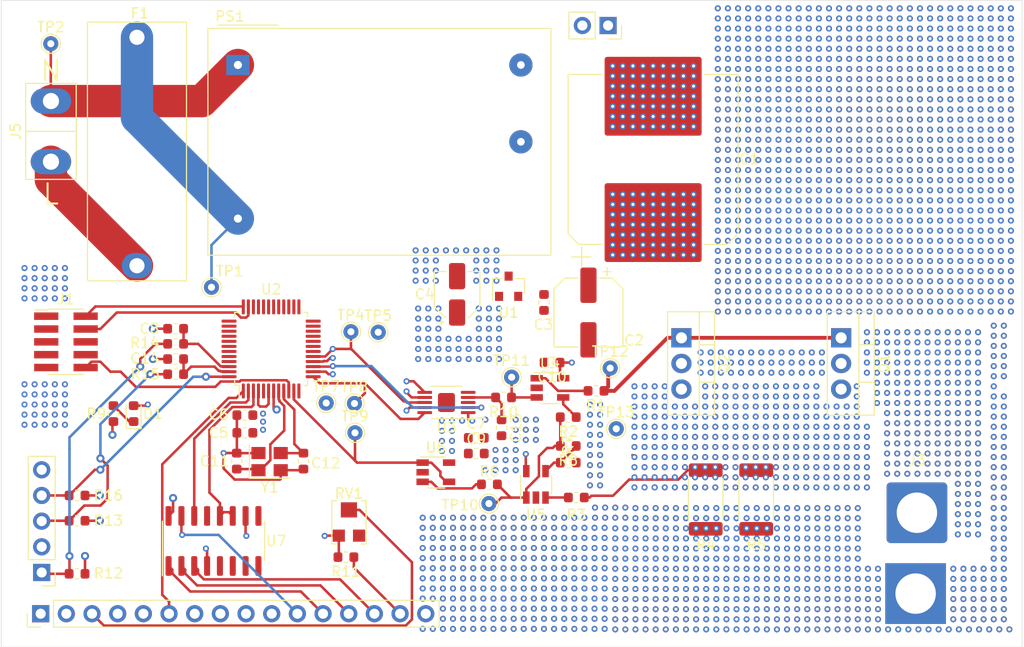
<source format=kicad_pcb>
(kicad_pcb (version 20171130) (host pcbnew "(5.1.2)-2")
  (layers (0 F.Cu signal) (1 GND power) (2 5V0 power hide) (31 3V3 power hide) (34 B.Paste user hide) (35 F.Paste user hide) (36 B.SilkS user hide) (37 F.SilkS user) (38 B.Mask user) (39 F.Mask user hide) (44 Edge.Cuts user))
  (net 0 "")
  (net 1 "Net-(Q1-Pad1)")
  (net 2 GND)
  (net 3 "Net-(U2-Pad5)")
  (net 4 "Net-(U3-Pad5)")
  (net 5 "Net-(U3-Pad3)")
  (net 6 "Net-(J1-Pad8)")
  (net 7 "Net-(J1-Pad7)")
  (net 8 "Net-(J1-Pad6)")
  (net 9 LINE)
  (net 10 NEUT)
  (net 11 "Net-(R2-Pad2)")
  (net 12 "Net-(R3-Pad2)")
  (net 13 "Net-(Q1-Pad2)")
  (net 14 "Net-(F1-Pad2)")
  (net 15 +5V)
  (net 16 3V3)
  (net 17 /Microcontroller/SWDIO)
  (net 18 /Microcontroller/SWCLK)
  (net 19 "/DC Driver/OUT+")
  (net 20 "Net-(R1-Pad2)")
  (net 21 "Net-(R7-Pad2)")
  (net 22 "Net-(U2-Pad45)")
  (net 23 "Net-(U2-Pad44)")
  (net 24 "Net-(U2-Pad43)")
  (net 25 "Net-(U2-Pad42)")
  (net 26 "Net-(U2-Pad41)")
  (net 27 "Net-(U2-Pad40)")
  (net 28 "Net-(U2-Pad39)")
  (net 29 "Net-(U2-Pad38)")
  (net 30 "Net-(U2-Pad37)")
  (net 31 "Net-(U2-Pad34)")
  (net 32 "Net-(U2-Pad33)")
  (net 33 "Net-(U2-Pad28)")
  (net 34 "Net-(U2-Pad27)")
  (net 35 "Net-(U2-Pad26)")
  (net 36 "Net-(U2-Pad25)")
  (net 37 "Net-(U2-Pad24)")
  (net 38 "Net-(U2-Pad23)")
  (net 39 "Net-(U2-Pad22)")
  (net 40 "Net-(U2-Pad21)")
  (net 41 "Net-(U2-Pad20)")
  (net 42 "Net-(U2-Pad19)")
  (net 43 "Net-(U2-Pad18)")
  (net 44 "/DC Driver/MISO")
  (net 45 "/DC Driver/SCK")
  (net 46 "/DC Driver/~CS")
  (net 47 "/DC Driver/~LAT")
  (net 48 "/DC Driver/MOSI")
  (net 49 "Net-(U2-Pad12)")
  (net 50 /Microcontroller/~RESET)
  (net 51 "Net-(R2-Pad1)")
  (net 52 "Net-(R6-Pad2)")
  (net 53 /Microcontroller/12MHz_in)
  (net 54 /Microcontroller/12MHz_out)
  (net 55 "Net-(D1-Pad1)")
  (net 56 "Net-(R10-Pad1)")
  (net 57 "Net-(C13-Pad1)")
  (net 58 /Microcontroller/ADC_in0)
  (net 59 "Net-(DS1-Pad15)")
  (net 60 "Net-(DS1-Pad4)")
  (net 61 "Net-(DS1-Pad3)")
  (net 62 /LCD/D7)
  (net 63 /LCD/D6)
  (net 64 /LCD/D5)
  (net 65 /LCD/D4)
  (net 66 /LCD/EN)
  (net 67 /LCD/Data)
  (net 68 /LCD/CLK)
  (net 69 "Net-(U7-Pad9)")
  (net 70 "Net-(U7-Pad7)")
  (net 71 "Net-(U7-Pad6)")
  (net 72 "Net-(U7-Pad5)")
  (net 73 "Net-(U2-Pad32)")
  (net 74 "Net-(U2-Pad31)")
  (net 75 "Net-(U2-Pad30)")
  (net 76 "Net-(U2-Pad29)")
  (net 77 A)
  (net 78 B)
  (net 79 "Net-(R12-Pad1)")
  (net 80 ENC_SW)
  (net 81 "Net-(R13-Pad1)")
  (module Logan:VIA-0.6mm (layer F.Cu) (at 64.2 92.7)
    (fp_text reference REF** hide)
    (fp_text value VIA-0.6mm)
    (pad 1 thru_hole circle (at 0 0) (size 0.6 0.6) (drill 0.3) (layers *.Cu) (net 2 GND))
  )
  (module Logan:VIA-0.6mm (layer F.Cu) (at 76.25 91.7)
    (fp_text reference REF** hide)
    (fp_text value VIA-0.6mm)
    (pad 1 thru_hole circle (at 0 0) (size 0.6 0.6) (drill 0.3) (layers *.Cu) (net 2 GND))
  )
  (module Logan:VIA-0.6mm (layer F.Cu) (at 75.25 91.7)
    (fp_text reference REF** hide)
    (fp_text value VIA-0.6mm)
    (pad 1 thru_hole circle (at 0 0) (size 0.6 0.6) (drill 0.3) (layers *.Cu) (net 2 GND))
  )
  (module Logan:VIA-0.6mm (layer F.Cu) (at 73.75 81.5 90)
    (fp_text reference REF** hide)
    (fp_text value VIA-0.6mm)
    (pad 1 thru_hole circle (at 0 0 90) (size 0.6 0.6) (drill 0.3) (layers *.Cu) (net 2 GND))
  )
  (module Logan:VIA-0.6mm (layer F.Cu) (at 73.75 82.5 90)
    (fp_text reference REF** hide)
    (fp_text value VIA-0.6mm)
    (pad 1 thru_hole circle (at 0 0 90) (size 0.6 0.6) (drill 0.3) (layers *.Cu) (net 2 GND))
  )
  (module Logan:VIA-0.6mm (layer F.Cu) (at 73.75 83.5 90)
    (fp_text reference REF** hide)
    (fp_text value VIA-0.6mm)
    (pad 1 thru_hole circle (at 0 0 90) (size 0.6 0.6) (drill 0.3) (layers *.Cu) (net 2 GND))
  )
  (module Logan:VIA-0.6mm (layer F.Cu) (at 73.75 84.5 90)
    (fp_text reference REF** hide)
    (fp_text value VIA-0.6mm)
    (pad 1 thru_hole circle (at 0 0 90) (size 0.6 0.6) (drill 0.3) (layers *.Cu) (net 2 GND))
  )
  (module Logan:VIA-0.6mm (layer F.Cu) (at 73.75 85.5 90)
    (fp_text reference REF** hide)
    (fp_text value VIA-0.6mm)
    (pad 1 thru_hole circle (at 0 0 90) (size 0.6 0.6) (drill 0.3) (layers *.Cu) (net 2 GND))
  )
  (module Logan:VIA-0.6mm (layer F.Cu) (at 73.75 86.5 90)
    (fp_text reference REF** hide)
    (fp_text value VIA-0.6mm)
    (pad 1 thru_hole circle (at 0 0 90) (size 0.6 0.6) (drill 0.3) (layers *.Cu) (net 2 GND))
  )
  (module Logan:VIA-0.6mm (layer F.Cu) (at 73.75 87.5 90)
    (fp_text reference REF** hide)
    (fp_text value VIA-0.6mm)
    (pad 1 thru_hole circle (at 0 0 90) (size 0.6 0.6) (drill 0.3) (layers *.Cu) (net 2 GND))
  )
  (module Logan:VIA-0.6mm (layer F.Cu) (at 73.75 88.5 90)
    (fp_text reference REF** hide)
    (fp_text value VIA-0.6mm)
    (pad 1 thru_hole circle (at 0 0 90) (size 0.6 0.6) (drill 0.3) (layers *.Cu) (net 2 GND))
  )
  (module Logan:VIA-0.6mm (layer F.Cu) (at 73.75 89.5 90)
    (fp_text reference REF** hide)
    (fp_text value VIA-0.6mm)
    (pad 1 thru_hole circle (at 0 0 90) (size 0.6 0.6) (drill 0.3) (layers *.Cu) (net 2 GND))
  )
  (module Logan:VIA-0.6mm (layer F.Cu) (at 74.75 81.5 90)
    (fp_text reference REF** hide)
    (fp_text value VIA-0.6mm)
    (pad 1 thru_hole circle (at 0 0 90) (size 0.6 0.6) (drill 0.3) (layers *.Cu) (net 2 GND))
  )
  (module Logan:VIA-0.6mm (layer F.Cu) (at 74.75 82.5 90)
    (fp_text reference REF** hide)
    (fp_text value VIA-0.6mm)
    (pad 1 thru_hole circle (at 0 0 90) (size 0.6 0.6) (drill 0.3) (layers *.Cu) (net 2 GND))
  )
  (module Logan:VIA-0.6mm (layer F.Cu) (at 74.75 83.5 90)
    (fp_text reference REF** hide)
    (fp_text value VIA-0.6mm)
    (pad 1 thru_hole circle (at 0 0 90) (size 0.6 0.6) (drill 0.3) (layers *.Cu) (net 2 GND))
  )
  (module Logan:VIA-0.6mm (layer F.Cu) (at 74.75 84.5 90)
    (fp_text reference REF** hide)
    (fp_text value VIA-0.6mm)
    (pad 1 thru_hole circle (at 0 0 90) (size 0.6 0.6) (drill 0.3) (layers *.Cu) (net 2 GND))
  )
  (module Logan:VIA-0.6mm (layer F.Cu) (at 74.75 85.5 90)
    (fp_text reference REF** hide)
    (fp_text value VIA-0.6mm)
    (pad 1 thru_hole circle (at 0 0 90) (size 0.6 0.6) (drill 0.3) (layers *.Cu) (net 2 GND))
  )
  (module Logan:VIA-0.6mm (layer F.Cu) (at 74.75 86.5 90)
    (fp_text reference REF** hide)
    (fp_text value VIA-0.6mm)
    (pad 1 thru_hole circle (at 0 0 90) (size 0.6 0.6) (drill 0.3) (layers *.Cu) (net 2 GND))
  )
  (module Logan:VIA-0.6mm (layer F.Cu) (at 74.75 87.5 90)
    (fp_text reference REF** hide)
    (fp_text value VIA-0.6mm)
    (pad 1 thru_hole circle (at 0 0 90) (size 0.6 0.6) (drill 0.3) (layers *.Cu) (net 2 GND))
  )
  (module Logan:VIA-0.6mm (layer F.Cu) (at 74.75 88.5 90)
    (fp_text reference REF** hide)
    (fp_text value VIA-0.6mm)
    (pad 1 thru_hole circle (at 0 0 90) (size 0.6 0.6) (drill 0.3) (layers *.Cu) (net 2 GND))
  )
  (module Logan:VIA-0.6mm (layer F.Cu) (at 74.75 89.5 90)
    (fp_text reference REF** hide)
    (fp_text value VIA-0.6mm)
    (pad 1 thru_hole circle (at 0 0 90) (size 0.6 0.6) (drill 0.3) (layers *.Cu) (net 2 GND))
  )
  (module Logan:VIA-0.6mm (layer F.Cu) (at 62.1 83.1)
    (fp_text reference REF** hide)
    (fp_text value VIA-0.6mm)
    (pad 1 thru_hole circle (at 0 0) (size 0.6 0.6) (drill 0.3) (layers *.Cu) (net 15 +5V))
  )
  (module Logan:VIA-0.6mm (layer F.Cu) (at 61.1 83.1)
    (fp_text reference REF** hide)
    (fp_text value VIA-0.6mm)
    (pad 1 thru_hole circle (at 0 0) (size 0.6 0.6) (drill 0.3) (layers *.Cu) (net 15 +5V))
  )
  (module Logan:VIA-0.6mm (layer F.Cu) (at 60.1 83.1)
    (fp_text reference REF** hide)
    (fp_text value VIA-0.6mm)
    (pad 1 thru_hole circle (at 0 0) (size 0.6 0.6) (drill 0.3) (layers *.Cu) (net 15 +5V))
  )
  (module Logan:VIA-0.6mm (layer F.Cu) (at 59.1 83.1)
    (fp_text reference REF** hide)
    (fp_text value VIA-0.6mm)
    (pad 1 thru_hole circle (at 0 0) (size 0.6 0.6) (drill 0.3) (layers *.Cu) (net 15 +5V))
  )
  (module Logan:VIA-0.6mm (layer F.Cu) (at 60.1 84.1)
    (fp_text reference REF** hide)
    (fp_text value VIA-0.6mm)
    (pad 1 thru_hole circle (at 0 0) (size 0.6 0.6) (drill 0.3) (layers *.Cu) (net 15 +5V))
  )
  (module Logan:VIA-0.6mm (layer F.Cu) (at 59.1 84.1)
    (fp_text reference REF** hide)
    (fp_text value VIA-0.6mm)
    (pad 1 thru_hole circle (at 0 0) (size 0.6 0.6) (drill 0.3) (layers *.Cu) (net 15 +5V))
  )
  (module Logan:VIA-0.6mm (layer F.Cu) (at 60.1 85.1)
    (fp_text reference REF** hide)
    (fp_text value VIA-0.6mm)
    (pad 1 thru_hole circle (at 0 0) (size 0.6 0.6) (drill 0.3) (layers *.Cu) (net 15 +5V))
  )
  (module Logan:VIA-0.6mm (layer F.Cu) (at 59.1 85.1)
    (fp_text reference REF** hide)
    (fp_text value VIA-0.6mm)
    (pad 1 thru_hole circle (at 0 0) (size 0.6 0.6) (drill 0.3) (layers *.Cu) (net 15 +5V))
  )
  (module Logan:VIA-0.6mm (layer F.Cu) (at 60.1 86.1)
    (fp_text reference REF** hide)
    (fp_text value VIA-0.6mm)
    (pad 1 thru_hole circle (at 0 0) (size 0.6 0.6) (drill 0.3) (layers *.Cu) (net 15 +5V))
  )
  (module Logan:VIA-0.6mm (layer F.Cu) (at 59.1 86.1)
    (fp_text reference REF** hide)
    (fp_text value VIA-0.6mm)
    (pad 1 thru_hole circle (at 0 0) (size 0.6 0.6) (drill 0.3) (layers *.Cu) (net 15 +5V))
  )
  (module Logan:VIA-0.6mm (layer F.Cu) (at 68.4 83)
    (fp_text reference REF** hide)
    (fp_text value VIA-0.6mm)
    (pad 1 thru_hole circle (at 0 0) (size 0.6 0.6) (drill 0.3) (layers *.Cu) (net 2 GND))
  )
  (module Logan:VIA-0.6mm (layer F.Cu) (at 67.4 83)
    (fp_text reference REF** hide)
    (fp_text value VIA-0.6mm)
    (pad 1 thru_hole circle (at 0 0) (size 0.6 0.6) (drill 0.3) (layers *.Cu) (net 2 GND))
  )
  (module Logan:VIA-0.6mm (layer F.Cu) (at 66.4 83)
    (fp_text reference REF** hide)
    (fp_text value VIA-0.6mm)
    (pad 1 thru_hole circle (at 0 0) (size 0.6 0.6) (drill 0.3) (layers *.Cu) (net 2 GND))
  )
  (module Logan:VIA-0.6mm (layer F.Cu) (at 63.4 83)
    (fp_text reference REF** hide)
    (fp_text value VIA-0.6mm)
    (pad 1 thru_hole circle (at 0 0) (size 0.6 0.6) (drill 0.3) (layers *.Cu) (net 2 GND))
  )
  (module Logan:VIA-0.6mm (layer F.Cu) (at 68.4 84)
    (fp_text reference REF** hide)
    (fp_text value VIA-0.6mm)
    (pad 1 thru_hole circle (at 0 0) (size 0.6 0.6) (drill 0.3) (layers *.Cu) (net 2 GND))
  )
  (module Logan:VIA-0.6mm (layer F.Cu) (at 67.4 84)
    (fp_text reference REF** hide)
    (fp_text value VIA-0.6mm)
    (pad 1 thru_hole circle (at 0 0) (size 0.6 0.6) (drill 0.3) (layers *.Cu) (net 2 GND))
  )
  (module Logan:VIA-0.6mm (layer F.Cu) (at 66.4 84)
    (fp_text reference REF** hide)
    (fp_text value VIA-0.6mm)
    (pad 1 thru_hole circle (at 0 0) (size 0.6 0.6) (drill 0.3) (layers *.Cu) (net 2 GND))
  )
  (module Logan:VIA-0.6mm (layer F.Cu) (at 68.4 85)
    (fp_text reference REF** hide)
    (fp_text value VIA-0.6mm)
    (pad 1 thru_hole circle (at 0 0) (size 0.6 0.6) (drill 0.3) (layers *.Cu) (net 2 GND))
  )
  (module Logan:VIA-0.6mm (layer F.Cu) (at 67.4 85)
    (fp_text reference REF** hide)
    (fp_text value VIA-0.6mm)
    (pad 1 thru_hole circle (at 0 0) (size 0.6 0.6) (drill 0.3) (layers *.Cu) (net 2 GND))
  )
  (module Logan:VIA-0.6mm (layer F.Cu) (at 66.4 85)
    (fp_text reference REF** hide)
    (fp_text value VIA-0.6mm)
    (pad 1 thru_hole circle (at 0 0) (size 0.6 0.6) (drill 0.3) (layers *.Cu) (net 2 GND))
  )
  (module Logan:VIA-0.6mm (layer F.Cu) (at 66.4 86)
    (fp_text reference REF** hide)
    (fp_text value VIA-0.6mm)
    (pad 1 thru_hole circle (at 0 0) (size 0.6 0.6) (drill 0.3) (layers *.Cu) (net 2 GND))
  )
  (module Logan:VIA-0.6mm (layer F.Cu) (at 65.4 86)
    (fp_text reference REF** hide)
    (fp_text value VIA-0.6mm)
    (pad 1 thru_hole circle (at 0 0) (size 0.6 0.6) (drill 0.3) (layers *.Cu) (net 2 GND))
  )
  (module Logan:VIA-0.6mm (layer F.Cu) (at 64.4 86)
    (fp_text reference REF** hide)
    (fp_text value VIA-0.6mm)
    (pad 1 thru_hole circle (at 0 0) (size 0.6 0.6) (drill 0.3) (layers *.Cu) (net 2 GND))
  )
  (module Logan:VIA-0.6mm (layer F.Cu) (at 66.4 87)
    (fp_text reference REF** hide)
    (fp_text value VIA-0.6mm)
    (pad 1 thru_hole circle (at 0 0) (size 0.6 0.6) (drill 0.3) (layers *.Cu) (net 2 GND))
  )
  (module Logan:VIA-0.6mm (layer F.Cu) (at 65.4 87)
    (fp_text reference REF** hide)
    (fp_text value VIA-0.6mm)
    (pad 1 thru_hole circle (at 0 0) (size 0.6 0.6) (drill 0.3) (layers *.Cu) (net 2 GND))
  )
  (module Logan:VIA-0.6mm (layer F.Cu) (at 64.4 87)
    (fp_text reference REF** hide)
    (fp_text value VIA-0.6mm)
    (pad 1 thru_hole circle (at 0 0) (size 0.6 0.6) (drill 0.3) (layers *.Cu) (net 2 GND))
  )
  (module Logan:VIA-0.6mm (layer F.Cu) (at 66.4 88)
    (fp_text reference REF** hide)
    (fp_text value VIA-0.6mm)
    (pad 1 thru_hole circle (at 0 0) (size 0.6 0.6) (drill 0.3) (layers *.Cu) (net 2 GND))
  )
  (module Logan:VIA-0.6mm (layer F.Cu) (at 65.4 88)
    (fp_text reference REF** hide)
    (fp_text value VIA-0.6mm)
    (pad 1 thru_hole circle (at 0 0) (size 0.6 0.6) (drill 0.3) (layers *.Cu) (net 2 GND))
  )
  (module Logan:VIA-0.6mm (layer F.Cu) (at 64.4 88)
    (fp_text reference REF** hide)
    (fp_text value VIA-0.6mm)
    (pad 1 thru_hole circle (at 0 0) (size 0.6 0.6) (drill 0.3) (layers *.Cu) (net 2 GND))
  )
  (module Logan:VIA-0.6mm (layer F.Cu) (at 63.4 88)
    (fp_text reference REF** hide)
    (fp_text value VIA-0.6mm)
    (pad 1 thru_hole circle (at 0 0) (size 0.6 0.6) (drill 0.3) (layers *.Cu) (net 2 GND))
  )
  (module Logan:VIA-0.6mm (layer F.Cu) (at 114.7 73.7)
    (fp_text reference REF** hide)
    (fp_text value VIA-0.6mm)
    (pad 1 thru_hole circle (at 0 0) (size 0.6 0.6) (drill 0.3) (layers *.Cu) (net 2 GND))
  )
  (module Logan:VIA-0.6mm (layer F.Cu) (at 113.7 73.7)
    (fp_text reference REF** hide)
    (fp_text value VIA-0.6mm)
    (pad 1 thru_hole circle (at 0 0) (size 0.6 0.6) (drill 0.3) (layers *.Cu) (net 2 GND))
  )
  (module Logan:VIA-0.6mm (layer F.Cu) (at 114.7 74.7)
    (fp_text reference REF** hide)
    (fp_text value VIA-0.6mm)
    (pad 1 thru_hole circle (at 0 0) (size 0.6 0.6) (drill 0.3) (layers *.Cu) (net 2 GND))
  )
  (module Logan:VIA-0.6mm (layer F.Cu) (at 113.7 74.7)
    (fp_text reference REF** hide)
    (fp_text value VIA-0.6mm)
    (pad 1 thru_hole circle (at 0 0) (size 0.6 0.6) (drill 0.3) (layers *.Cu) (net 2 GND))
  )
  (module Logan:VIA-0.6mm (layer F.Cu) (at 114.7 75.7)
    (fp_text reference REF** hide)
    (fp_text value VIA-0.6mm)
    (pad 1 thru_hole circle (at 0 0) (size 0.6 0.6) (drill 0.3) (layers *.Cu) (net 2 GND))
  )
  (module Logan:VIA-0.6mm (layer F.Cu) (at 113.7 75.7)
    (fp_text reference REF** hide)
    (fp_text value VIA-0.6mm)
    (pad 1 thru_hole circle (at 0 0) (size 0.6 0.6) (drill 0.3) (layers *.Cu) (net 2 GND))
  )
  (module Logan:VIA-0.6mm (layer F.Cu) (at 114.7 76.7)
    (fp_text reference REF** hide)
    (fp_text value VIA-0.6mm)
    (pad 1 thru_hole circle (at 0 0) (size 0.6 0.6) (drill 0.3) (layers *.Cu) (net 2 GND))
  )
  (module Logan:VIA-0.6mm (layer F.Cu) (at 113.7 76.7)
    (fp_text reference REF** hide)
    (fp_text value VIA-0.6mm)
    (pad 1 thru_hole circle (at 0 0) (size 0.6 0.6) (drill 0.3) (layers *.Cu) (net 2 GND))
  )
  (module Logan:VIA-0.6mm (layer F.Cu) (at 114.7 77.7)
    (fp_text reference REF** hide)
    (fp_text value VIA-0.6mm)
    (pad 1 thru_hole circle (at 0 0) (size 0.6 0.6) (drill 0.3) (layers *.Cu) (net 2 GND))
  )
  (module Logan:VIA-0.6mm (layer F.Cu) (at 113.7 77.7)
    (fp_text reference REF** hide)
    (fp_text value VIA-0.6mm)
    (pad 1 thru_hole circle (at 0 0) (size 0.6 0.6) (drill 0.3) (layers *.Cu) (net 2 GND))
  )
  (module Logan:VIA-0.6mm (layer F.Cu) (at 114.7 78.7)
    (fp_text reference REF** hide)
    (fp_text value VIA-0.6mm)
    (pad 1 thru_hole circle (at 0 0) (size 0.6 0.6) (drill 0.3) (layers *.Cu) (net 2 GND))
  )
  (module Logan:VIA-0.6mm (layer F.Cu) (at 113.7 78.7)
    (fp_text reference REF** hide)
    (fp_text value VIA-0.6mm)
    (pad 1 thru_hole circle (at 0 0) (size 0.6 0.6) (drill 0.3) (layers *.Cu) (net 2 GND))
  )
  (module Logan:VIA-0.6mm (layer F.Cu) (at 113.7 79.7)
    (fp_text reference REF** hide)
    (fp_text value VIA-0.6mm)
    (pad 1 thru_hole circle (at 0 0) (size 0.6 0.6) (drill 0.3) (layers *.Cu) (net 2 GND))
  )
  (module Logan:VIA-0.6mm (layer F.Cu) (at 114.7 80.7)
    (fp_text reference REF** hide)
    (fp_text value VIA-0.6mm)
    (pad 1 thru_hole circle (at 0 0) (size 0.6 0.6) (drill 0.3) (layers *.Cu) (net 2 GND))
  )
  (module Logan:VIA-0.6mm (layer F.Cu) (at 113.7 80.7)
    (fp_text reference REF** hide)
    (fp_text value VIA-0.6mm)
    (pad 1 thru_hole circle (at 0 0) (size 0.6 0.6) (drill 0.3) (layers *.Cu) (net 2 GND))
  )
  (module Logan:VIA-0.6mm (layer F.Cu) (at 114.7 81.7)
    (fp_text reference REF** hide)
    (fp_text value VIA-0.6mm)
    (pad 1 thru_hole circle (at 0 0) (size 0.6 0.6) (drill 0.3) (layers *.Cu) (net 2 GND))
  )
  (module Logan:VIA-0.6mm (layer F.Cu) (at 113.7 81.7)
    (fp_text reference REF** hide)
    (fp_text value VIA-0.6mm)
    (pad 1 thru_hole circle (at 0 0) (size 0.6 0.6) (drill 0.3) (layers *.Cu) (net 2 GND))
  )
  (module Logan:VIA-0.6mm (layer F.Cu) (at 114.7 82.7)
    (fp_text reference REF** hide)
    (fp_text value VIA-0.6mm)
    (pad 1 thru_hole circle (at 0 0) (size 0.6 0.6) (drill 0.3) (layers *.Cu) (net 2 GND))
  )
  (module Logan:VIA-0.6mm (layer F.Cu) (at 113.7 82.7)
    (fp_text reference REF** hide)
    (fp_text value VIA-0.6mm)
    (pad 1 thru_hole circle (at 0 0) (size 0.6 0.6) (drill 0.3) (layers *.Cu) (net 2 GND))
  )
  (module Logan:VIA-0.6mm (layer F.Cu) (at 114.7 83.7)
    (fp_text reference REF** hide)
    (fp_text value VIA-0.6mm)
    (pad 1 thru_hole circle (at 0 0) (size 0.6 0.6) (drill 0.3) (layers *.Cu) (net 2 GND))
  )
  (module Logan:VIA-0.6mm (layer F.Cu) (at 113.7 83.7)
    (fp_text reference REF** hide)
    (fp_text value VIA-0.6mm)
    (pad 1 thru_hole circle (at 0 0) (size 0.6 0.6) (drill 0.3) (layers *.Cu) (net 2 GND))
  )
  (module Logan:VIA-0.6mm (layer F.Cu) (at 114.7 84.7)
    (fp_text reference REF** hide)
    (fp_text value VIA-0.6mm)
    (pad 1 thru_hole circle (at 0 0) (size 0.6 0.6) (drill 0.3) (layers *.Cu) (net 2 GND))
  )
  (module Logan:VIA-0.6mm (layer F.Cu) (at 113.7 84.7)
    (fp_text reference REF** hide)
    (fp_text value VIA-0.6mm)
    (pad 1 thru_hole circle (at 0 0) (size 0.6 0.6) (drill 0.3) (layers *.Cu) (net 2 GND))
  )
  (module Logan:VIA-0.6mm (layer F.Cu) (at 114.7 85.7)
    (fp_text reference REF** hide)
    (fp_text value VIA-0.6mm)
    (pad 1 thru_hole circle (at 0 0) (size 0.6 0.6) (drill 0.3) (layers *.Cu) (net 2 GND))
  )
  (module Logan:VIA-0.6mm (layer F.Cu) (at 113.7 85.7)
    (fp_text reference REF** hide)
    (fp_text value VIA-0.6mm)
    (pad 1 thru_hole circle (at 0 0) (size 0.6 0.6) (drill 0.3) (layers *.Cu) (net 2 GND))
  )
  (module Logan:VIA-0.6mm (layer F.Cu) (at 114.7 86.7)
    (fp_text reference REF** hide)
    (fp_text value VIA-0.6mm)
    (pad 1 thru_hole circle (at 0 0) (size 0.6 0.6) (drill 0.3) (layers *.Cu) (net 2 GND))
  )
  (module Logan:VIA-0.6mm (layer F.Cu) (at 113.7 86.7)
    (fp_text reference REF** hide)
    (fp_text value VIA-0.6mm)
    (pad 1 thru_hole circle (at 0 0) (size 0.6 0.6) (drill 0.3) (layers *.Cu) (net 2 GND))
  )
  (module Logan:VIA-0.6mm (layer F.Cu) (at 114.7 87.7)
    (fp_text reference REF** hide)
    (fp_text value VIA-0.6mm)
    (pad 1 thru_hole circle (at 0 0) (size 0.6 0.6) (drill 0.3) (layers *.Cu) (net 2 GND))
  )
  (module Logan:VIA-0.6mm (layer F.Cu) (at 113.7 87.7)
    (fp_text reference REF** hide)
    (fp_text value VIA-0.6mm)
    (pad 1 thru_hole circle (at 0 0) (size 0.6 0.6) (drill 0.3) (layers *.Cu) (net 2 GND))
  )
  (module Logan:VIA-0.6mm (layer F.Cu) (at 114.7 88.7)
    (fp_text reference REF** hide)
    (fp_text value VIA-0.6mm)
    (pad 1 thru_hole circle (at 0 0) (size 0.6 0.6) (drill 0.3) (layers *.Cu) (net 2 GND))
  )
  (module Logan:VIA-0.6mm (layer F.Cu) (at 113.7 88.7)
    (fp_text reference REF** hide)
    (fp_text value VIA-0.6mm)
    (pad 1 thru_hole circle (at 0 0) (size 0.6 0.6) (drill 0.3) (layers *.Cu) (net 2 GND))
  )
  (module Logan:VIA-0.6mm (layer F.Cu) (at 114.7 89.7)
    (fp_text reference REF** hide)
    (fp_text value VIA-0.6mm)
    (pad 1 thru_hole circle (at 0 0) (size 0.6 0.6) (drill 0.3) (layers *.Cu) (net 2 GND))
  )
  (module Logan:VIA-0.6mm (layer F.Cu) (at 113.7 89.7)
    (fp_text reference REF** hide)
    (fp_text value VIA-0.6mm)
    (pad 1 thru_hole circle (at 0 0) (size 0.6 0.6) (drill 0.3) (layers *.Cu) (net 2 GND))
  )
  (module Logan:VIA-0.6mm (layer F.Cu) (at 114.7 90.7)
    (fp_text reference REF** hide)
    (fp_text value VIA-0.6mm)
    (pad 1 thru_hole circle (at 0 0) (size 0.6 0.6) (drill 0.3) (layers *.Cu) (net 2 GND))
  )
  (module Logan:VIA-0.6mm (layer F.Cu) (at 113.7 90.7)
    (fp_text reference REF** hide)
    (fp_text value VIA-0.6mm)
    (pad 1 thru_hole circle (at 0 0) (size 0.6 0.6) (drill 0.3) (layers *.Cu) (net 2 GND))
  )
  (module Logan:VIA-0.6mm (layer F.Cu) (at 115.4 72.3)
    (fp_text reference REF** hide)
    (fp_text value VIA-0.6mm)
    (pad 1 thru_hole circle (at 0 0) (size 0.6 0.6) (drill 0.3) (layers *.Cu) (net 2 GND))
  )
  (module Logan:VIA-0.6mm (layer F.Cu) (at 114.4 72.3)
    (fp_text reference REF** hide)
    (fp_text value VIA-0.6mm)
    (pad 1 thru_hole circle (at 0 0) (size 0.6 0.6) (drill 0.3) (layers *.Cu) (net 2 GND))
  )
  (module Logan:VIA-0.6mm (layer F.Cu) (at 113.4 72.3)
    (fp_text reference REF** hide)
    (fp_text value VIA-0.6mm)
    (pad 1 thru_hole circle (at 0 0) (size 0.6 0.6) (drill 0.3) (layers *.Cu) (net 2 GND))
  )
  (module Logan:VIA-0.6mm (layer F.Cu) (at 112.4 72.3)
    (fp_text reference REF** hide)
    (fp_text value VIA-0.6mm)
    (pad 1 thru_hole circle (at 0 0) (size 0.6 0.6) (drill 0.3) (layers *.Cu) (net 2 GND))
  )
  (module Logan:VIA-0.6mm (layer F.Cu) (at 111.4 72.3)
    (fp_text reference REF** hide)
    (fp_text value VIA-0.6mm)
    (pad 1 thru_hole circle (at 0 0) (size 0.6 0.6) (drill 0.3) (layers *.Cu) (net 2 GND))
  )
  (module Logan:VIA-0.6mm (layer F.Cu) (at 110.4 72.3)
    (fp_text reference REF** hide)
    (fp_text value VIA-0.6mm)
    (pad 1 thru_hole circle (at 0 0) (size 0.6 0.6) (drill 0.3) (layers *.Cu) (net 2 GND))
  )
  (module Logan:VIA-0.6mm (layer F.Cu) (at 109.4 72.3)
    (fp_text reference REF** hide)
    (fp_text value VIA-0.6mm)
    (pad 1 thru_hole circle (at 0 0) (size 0.6 0.6) (drill 0.3) (layers *.Cu) (net 2 GND))
  )
  (module Logan:VIA-0.6mm (layer F.Cu) (at 108.4 72.3)
    (fp_text reference REF** hide)
    (fp_text value VIA-0.6mm)
    (pad 1 thru_hole circle (at 0 0) (size 0.6 0.6) (drill 0.3) (layers *.Cu) (net 2 GND))
  )
  (module Logan:VIA-0.6mm (layer F.Cu) (at 107.4 72.3)
    (fp_text reference REF** hide)
    (fp_text value VIA-0.6mm)
    (pad 1 thru_hole circle (at 0 0) (size 0.6 0.6) (drill 0.3) (layers *.Cu) (net 2 GND))
  )
  (module Logan:VIA-0.6mm (layer F.Cu) (at 106.4 72.3)
    (fp_text reference REF** hide)
    (fp_text value VIA-0.6mm)
    (pad 1 thru_hole circle (at 0 0) (size 0.6 0.6) (drill 0.3) (layers *.Cu) (net 2 GND))
  )
  (module Logan:VIA-0.6mm (layer F.Cu) (at 105.4 72.3)
    (fp_text reference REF** hide)
    (fp_text value VIA-0.6mm)
    (pad 1 thru_hole circle (at 0 0) (size 0.6 0.6) (drill 0.3) (layers *.Cu) (net 2 GND))
  )
  (module Logan:VIA-0.6mm (layer F.Cu) (at 104.4 72.3)
    (fp_text reference REF** hide)
    (fp_text value VIA-0.6mm)
    (pad 1 thru_hole circle (at 0 0) (size 0.6 0.6) (drill 0.3) (layers *.Cu) (net 2 GND))
  )
  (module Logan:VIA-0.6mm (layer F.Cu) (at 103.4 72.3)
    (fp_text reference REF** hide)
    (fp_text value VIA-0.6mm)
    (pad 1 thru_hole circle (at 0 0) (size 0.6 0.6) (drill 0.3) (layers *.Cu) (net 2 GND))
  )
  (module Logan:VIA-0.6mm (layer F.Cu) (at 102.4 72.3)
    (fp_text reference REF** hide)
    (fp_text value VIA-0.6mm)
    (pad 1 thru_hole circle (at 0 0) (size 0.6 0.6) (drill 0.3) (layers *.Cu) (net 2 GND))
  )
  (module Logan:VIA-0.6mm (layer F.Cu) (at 101.4 72.3)
    (fp_text reference REF** hide)
    (fp_text value VIA-0.6mm)
    (pad 1 thru_hole circle (at 0 0) (size 0.6 0.6) (drill 0.3) (layers *.Cu) (net 2 GND))
  )
  (module Logan:VIA-0.6mm (layer F.Cu) (at 100.4 72.3)
    (fp_text reference REF** hide)
    (fp_text value VIA-0.6mm)
    (pad 1 thru_hole circle (at 0 0) (size 0.6 0.6) (drill 0.3) (layers *.Cu) (net 2 GND))
  )
  (module Logan:VIA-0.6mm (layer F.Cu) (at 99.4 72.3)
    (fp_text reference REF** hide)
    (fp_text value VIA-0.6mm)
    (pad 1 thru_hole circle (at 0 0) (size 0.6 0.6) (drill 0.3) (layers *.Cu) (net 2 GND))
  )
  (module Logan:VIA-0.6mm (layer F.Cu) (at 98.4 72.3)
    (fp_text reference REF** hide)
    (fp_text value VIA-0.6mm)
    (pad 1 thru_hole circle (at 0 0) (size 0.6 0.6) (drill 0.3) (layers *.Cu) (net 2 GND))
  )
  (module Logan:VIA-0.6mm (layer F.Cu) (at 97.4 72.3)
    (fp_text reference REF** hide)
    (fp_text value VIA-0.6mm)
    (pad 1 thru_hole circle (at 0 0) (size 0.6 0.6) (drill 0.3) (layers *.Cu) (net 2 GND))
  )
  (module Logan:VIA-0.6mm (layer F.Cu) (at 96.4 72.3)
    (fp_text reference REF** hide)
    (fp_text value VIA-0.6mm)
    (pad 1 thru_hole circle (at 0 0) (size 0.6 0.6) (drill 0.3) (layers *.Cu) (net 2 GND))
  )
  (module Logan:VIA-0.6mm (layer F.Cu) (at 95.4 72.3)
    (fp_text reference REF** hide)
    (fp_text value VIA-0.6mm)
    (pad 1 thru_hole circle (at 0 0) (size 0.6 0.6) (drill 0.3) (layers *.Cu) (net 2 GND))
  )
  (module Logan:VIA-0.6mm (layer F.Cu) (at 94.4 72.3)
    (fp_text reference REF** hide)
    (fp_text value VIA-0.6mm)
    (pad 1 thru_hole circle (at 0 0) (size 0.6 0.6) (drill 0.3) (layers *.Cu) (net 2 GND))
  )
  (module Logan:VIA-0.6mm (layer F.Cu) (at 93.4 72.3)
    (fp_text reference REF** hide)
    (fp_text value VIA-0.6mm)
    (pad 1 thru_hole circle (at 0 0) (size 0.6 0.6) (drill 0.3) (layers *.Cu) (net 2 GND))
  )
  (module Logan:VIA-0.6mm (layer F.Cu) (at 92.4 72.3)
    (fp_text reference REF** hide)
    (fp_text value VIA-0.6mm)
    (pad 1 thru_hole circle (at 0 0) (size 0.6 0.6) (drill 0.3) (layers *.Cu) (net 2 GND))
  )
  (module Logan:VIA-0.6mm (layer F.Cu) (at 91.4 72.3)
    (fp_text reference REF** hide)
    (fp_text value VIA-0.6mm)
    (pad 1 thru_hole circle (at 0 0) (size 0.6 0.6) (drill 0.3) (layers *.Cu) (net 2 GND))
  )
  (module Logan:VIA-0.6mm (layer F.Cu) (at 90.4 72.3)
    (fp_text reference REF** hide)
    (fp_text value VIA-0.6mm)
    (pad 1 thru_hole circle (at 0 0) (size 0.6 0.6) (drill 0.3) (layers *.Cu) (net 2 GND))
  )
  (module Logan:VIA-0.6mm (layer F.Cu) (at 89.4 72.3)
    (fp_text reference REF** hide)
    (fp_text value VIA-0.6mm)
    (pad 1 thru_hole circle (at 0 0) (size 0.6 0.6) (drill 0.3) (layers *.Cu) (net 2 GND))
  )
  (module Logan:VIA-0.6mm (layer F.Cu) (at 88.4 72.3)
    (fp_text reference REF** hide)
    (fp_text value VIA-0.6mm)
    (pad 1 thru_hole circle (at 0 0) (size 0.6 0.6) (drill 0.3) (layers *.Cu) (net 2 GND))
  )
  (module Logan:VIA-0.6mm (layer F.Cu) (at 87.4 72.3)
    (fp_text reference REF** hide)
    (fp_text value VIA-0.6mm)
    (pad 1 thru_hole circle (at 0 0) (size 0.6 0.6) (drill 0.3) (layers *.Cu) (net 2 GND))
  )
  (module Logan:VIA-0.6mm (layer F.Cu) (at 86.4 72.3)
    (fp_text reference REF** hide)
    (fp_text value VIA-0.6mm)
    (pad 1 thru_hole circle (at 0 0) (size 0.6 0.6) (drill 0.3) (layers *.Cu) (net 2 GND))
  )
  (module Logan:VIA-0.6mm (layer F.Cu) (at 115.4 42.3)
    (fp_text reference REF** hide)
    (fp_text value VIA-0.6mm)
    (pad 1 thru_hole circle (at 0 0) (size 0.6 0.6) (drill 0.3) (layers *.Cu) (net 2 GND))
  )
  (module Logan:VIA-0.6mm (layer F.Cu) (at 114.4 42.3)
    (fp_text reference REF** hide)
    (fp_text value VIA-0.6mm)
    (pad 1 thru_hole circle (at 0 0) (size 0.6 0.6) (drill 0.3) (layers *.Cu) (net 2 GND))
  )
  (module Logan:VIA-0.6mm (layer F.Cu) (at 113.4 42.3)
    (fp_text reference REF** hide)
    (fp_text value VIA-0.6mm)
    (pad 1 thru_hole circle (at 0 0) (size 0.6 0.6) (drill 0.3) (layers *.Cu) (net 2 GND))
  )
  (module Logan:VIA-0.6mm (layer F.Cu) (at 112.4 42.3)
    (fp_text reference REF** hide)
    (fp_text value VIA-0.6mm)
    (pad 1 thru_hole circle (at 0 0) (size 0.6 0.6) (drill 0.3) (layers *.Cu) (net 2 GND))
  )
  (module Logan:VIA-0.6mm (layer F.Cu) (at 111.4 42.3)
    (fp_text reference REF** hide)
    (fp_text value VIA-0.6mm)
    (pad 1 thru_hole circle (at 0 0) (size 0.6 0.6) (drill 0.3) (layers *.Cu) (net 2 GND))
  )
  (module Logan:VIA-0.6mm (layer F.Cu) (at 110.4 42.3)
    (fp_text reference REF** hide)
    (fp_text value VIA-0.6mm)
    (pad 1 thru_hole circle (at 0 0) (size 0.6 0.6) (drill 0.3) (layers *.Cu) (net 2 GND))
  )
  (module Logan:VIA-0.6mm (layer F.Cu) (at 109.4 42.3)
    (fp_text reference REF** hide)
    (fp_text value VIA-0.6mm)
    (pad 1 thru_hole circle (at 0 0) (size 0.6 0.6) (drill 0.3) (layers *.Cu) (net 2 GND))
  )
  (module Logan:VIA-0.6mm (layer F.Cu) (at 108.4 42.3)
    (fp_text reference REF** hide)
    (fp_text value VIA-0.6mm)
    (pad 1 thru_hole circle (at 0 0) (size 0.6 0.6) (drill 0.3) (layers *.Cu) (net 2 GND))
  )
  (module Logan:VIA-0.6mm (layer F.Cu) (at 107.4 42.3)
    (fp_text reference REF** hide)
    (fp_text value VIA-0.6mm)
    (pad 1 thru_hole circle (at 0 0) (size 0.6 0.6) (drill 0.3) (layers *.Cu) (net 2 GND))
  )
  (module Logan:VIA-0.6mm (layer F.Cu) (at 106.4 42.3)
    (fp_text reference REF** hide)
    (fp_text value VIA-0.6mm)
    (pad 1 thru_hole circle (at 0 0) (size 0.6 0.6) (drill 0.3) (layers *.Cu) (net 2 GND))
  )
  (module Logan:VIA-0.6mm (layer F.Cu) (at 105.4 42.3)
    (fp_text reference REF** hide)
    (fp_text value VIA-0.6mm)
    (pad 1 thru_hole circle (at 0 0) (size 0.6 0.6) (drill 0.3) (layers *.Cu) (net 2 GND))
  )
  (module Logan:VIA-0.6mm (layer F.Cu) (at 104.4 42.3)
    (fp_text reference REF** hide)
    (fp_text value VIA-0.6mm)
    (pad 1 thru_hole circle (at 0 0) (size 0.6 0.6) (drill 0.3) (layers *.Cu) (net 2 GND))
  )
  (module Logan:VIA-0.6mm (layer F.Cu) (at 103.4 42.3)
    (fp_text reference REF** hide)
    (fp_text value VIA-0.6mm)
    (pad 1 thru_hole circle (at 0 0) (size 0.6 0.6) (drill 0.3) (layers *.Cu) (net 2 GND))
  )
  (module Logan:VIA-0.6mm (layer F.Cu) (at 102.4 42.3)
    (fp_text reference REF** hide)
    (fp_text value VIA-0.6mm)
    (pad 1 thru_hole circle (at 0 0) (size 0.6 0.6) (drill 0.3) (layers *.Cu) (net 2 GND))
  )
  (module Logan:VIA-0.6mm (layer F.Cu) (at 101.4 42.3)
    (fp_text reference REF** hide)
    (fp_text value VIA-0.6mm)
    (pad 1 thru_hole circle (at 0 0) (size 0.6 0.6) (drill 0.3) (layers *.Cu) (net 2 GND))
  )
  (module Logan:VIA-0.6mm (layer F.Cu) (at 100.4 42.3)
    (fp_text reference REF** hide)
    (fp_text value VIA-0.6mm)
    (pad 1 thru_hole circle (at 0 0) (size 0.6 0.6) (drill 0.3) (layers *.Cu) (net 2 GND))
  )
  (module Logan:VIA-0.6mm (layer F.Cu) (at 99.4 42.3)
    (fp_text reference REF** hide)
    (fp_text value VIA-0.6mm)
    (pad 1 thru_hole circle (at 0 0) (size 0.6 0.6) (drill 0.3) (layers *.Cu) (net 2 GND))
  )
  (module Logan:VIA-0.6mm (layer F.Cu) (at 98.4 42.3)
    (fp_text reference REF** hide)
    (fp_text value VIA-0.6mm)
    (pad 1 thru_hole circle (at 0 0) (size 0.6 0.6) (drill 0.3) (layers *.Cu) (net 2 GND))
  )
  (module Logan:VIA-0.6mm (layer F.Cu) (at 97.4 42.3)
    (fp_text reference REF** hide)
    (fp_text value VIA-0.6mm)
    (pad 1 thru_hole circle (at 0 0) (size 0.6 0.6) (drill 0.3) (layers *.Cu) (net 2 GND))
  )
  (module Logan:VIA-0.6mm (layer F.Cu) (at 96.4 42.3)
    (fp_text reference REF** hide)
    (fp_text value VIA-0.6mm)
    (pad 1 thru_hole circle (at 0 0) (size 0.6 0.6) (drill 0.3) (layers *.Cu) (net 2 GND))
  )
  (module Logan:VIA-0.6mm (layer F.Cu) (at 95.4 42.3)
    (fp_text reference REF** hide)
    (fp_text value VIA-0.6mm)
    (pad 1 thru_hole circle (at 0 0) (size 0.6 0.6) (drill 0.3) (layers *.Cu) (net 2 GND))
  )
  (module Logan:VIA-0.6mm (layer F.Cu) (at 94.4 42.3)
    (fp_text reference REF** hide)
    (fp_text value VIA-0.6mm)
    (pad 1 thru_hole circle (at 0 0) (size 0.6 0.6) (drill 0.3) (layers *.Cu) (net 2 GND))
  )
  (module Logan:VIA-0.6mm (layer F.Cu) (at 93.4 42.3)
    (fp_text reference REF** hide)
    (fp_text value VIA-0.6mm)
    (pad 1 thru_hole circle (at 0 0) (size 0.6 0.6) (drill 0.3) (layers *.Cu) (net 2 GND))
  )
  (module Logan:VIA-0.6mm (layer F.Cu) (at 92.4 42.3)
    (fp_text reference REF** hide)
    (fp_text value VIA-0.6mm)
    (pad 1 thru_hole circle (at 0 0) (size 0.6 0.6) (drill 0.3) (layers *.Cu) (net 2 GND))
  )
  (module Logan:VIA-0.6mm (layer F.Cu) (at 91.4 42.3)
    (fp_text reference REF** hide)
    (fp_text value VIA-0.6mm)
    (pad 1 thru_hole circle (at 0 0) (size 0.6 0.6) (drill 0.3) (layers *.Cu) (net 2 GND))
  )
  (module Logan:VIA-0.6mm (layer F.Cu) (at 90.4 42.3)
    (fp_text reference REF** hide)
    (fp_text value VIA-0.6mm)
    (pad 1 thru_hole circle (at 0 0) (size 0.6 0.6) (drill 0.3) (layers *.Cu) (net 2 GND))
  )
  (module Logan:VIA-0.6mm (layer F.Cu) (at 89.4 42.3)
    (fp_text reference REF** hide)
    (fp_text value VIA-0.6mm)
    (pad 1 thru_hole circle (at 0 0) (size 0.6 0.6) (drill 0.3) (layers *.Cu) (net 2 GND))
  )
  (module Logan:VIA-0.6mm (layer F.Cu) (at 88.4 42.3)
    (fp_text reference REF** hide)
    (fp_text value VIA-0.6mm)
    (pad 1 thru_hole circle (at 0 0) (size 0.6 0.6) (drill 0.3) (layers *.Cu) (net 2 GND))
  )
  (module Logan:VIA-0.6mm (layer F.Cu) (at 87.4 42.3)
    (fp_text reference REF** hide)
    (fp_text value VIA-0.6mm)
    (pad 1 thru_hole circle (at 0 0) (size 0.6 0.6) (drill 0.3) (layers *.Cu) (net 2 GND))
  )
  (module Logan:VIA-0.6mm (layer F.Cu) (at 86.4 42.3)
    (fp_text reference REF** hide)
    (fp_text value VIA-0.6mm)
    (pad 1 thru_hole circle (at 0 0) (size 0.6 0.6) (drill 0.3) (layers *.Cu) (net 2 GND))
  )
  (module Logan:VIA-0.6mm (layer F.Cu) (at 115.4 43.3)
    (fp_text reference REF** hide)
    (fp_text value VIA-0.6mm)
    (pad 1 thru_hole circle (at 0 0) (size 0.6 0.6) (drill 0.3) (layers *.Cu) (net 2 GND))
  )
  (module Logan:VIA-0.6mm (layer F.Cu) (at 114.4 43.3)
    (fp_text reference REF** hide)
    (fp_text value VIA-0.6mm)
    (pad 1 thru_hole circle (at 0 0) (size 0.6 0.6) (drill 0.3) (layers *.Cu) (net 2 GND))
  )
  (module Logan:VIA-0.6mm (layer F.Cu) (at 113.4 43.3)
    (fp_text reference REF** hide)
    (fp_text value VIA-0.6mm)
    (pad 1 thru_hole circle (at 0 0) (size 0.6 0.6) (drill 0.3) (layers *.Cu) (net 2 GND))
  )
  (module Logan:VIA-0.6mm (layer F.Cu) (at 112.4 43.3)
    (fp_text reference REF** hide)
    (fp_text value VIA-0.6mm)
    (pad 1 thru_hole circle (at 0 0) (size 0.6 0.6) (drill 0.3) (layers *.Cu) (net 2 GND))
  )
  (module Logan:VIA-0.6mm (layer F.Cu) (at 111.4 43.3)
    (fp_text reference REF** hide)
    (fp_text value VIA-0.6mm)
    (pad 1 thru_hole circle (at 0 0) (size 0.6 0.6) (drill 0.3) (layers *.Cu) (net 2 GND))
  )
  (module Logan:VIA-0.6mm (layer F.Cu) (at 110.4 43.3)
    (fp_text reference REF** hide)
    (fp_text value VIA-0.6mm)
    (pad 1 thru_hole circle (at 0 0) (size 0.6 0.6) (drill 0.3) (layers *.Cu) (net 2 GND))
  )
  (module Logan:VIA-0.6mm (layer F.Cu) (at 109.4 43.3)
    (fp_text reference REF** hide)
    (fp_text value VIA-0.6mm)
    (pad 1 thru_hole circle (at 0 0) (size 0.6 0.6) (drill 0.3) (layers *.Cu) (net 2 GND))
  )
  (module Logan:VIA-0.6mm (layer F.Cu) (at 108.4 43.3)
    (fp_text reference REF** hide)
    (fp_text value VIA-0.6mm)
    (pad 1 thru_hole circle (at 0 0) (size 0.6 0.6) (drill 0.3) (layers *.Cu) (net 2 GND))
  )
  (module Logan:VIA-0.6mm (layer F.Cu) (at 107.4 43.3)
    (fp_text reference REF** hide)
    (fp_text value VIA-0.6mm)
    (pad 1 thru_hole circle (at 0 0) (size 0.6 0.6) (drill 0.3) (layers *.Cu) (net 2 GND))
  )
  (module Logan:VIA-0.6mm (layer F.Cu) (at 106.4 43.3)
    (fp_text reference REF** hide)
    (fp_text value VIA-0.6mm)
    (pad 1 thru_hole circle (at 0 0) (size 0.6 0.6) (drill 0.3) (layers *.Cu) (net 2 GND))
  )
  (module Logan:VIA-0.6mm (layer F.Cu) (at 105.4 43.3)
    (fp_text reference REF** hide)
    (fp_text value VIA-0.6mm)
    (pad 1 thru_hole circle (at 0 0) (size 0.6 0.6) (drill 0.3) (layers *.Cu) (net 2 GND))
  )
  (module Logan:VIA-0.6mm (layer F.Cu) (at 104.4 43.3)
    (fp_text reference REF** hide)
    (fp_text value VIA-0.6mm)
    (pad 1 thru_hole circle (at 0 0) (size 0.6 0.6) (drill 0.3) (layers *.Cu) (net 2 GND))
  )
  (module Logan:VIA-0.6mm (layer F.Cu) (at 103.4 43.3)
    (fp_text reference REF** hide)
    (fp_text value VIA-0.6mm)
    (pad 1 thru_hole circle (at 0 0) (size 0.6 0.6) (drill 0.3) (layers *.Cu) (net 2 GND))
  )
  (module Logan:VIA-0.6mm (layer F.Cu) (at 102.4 43.3)
    (fp_text reference REF** hide)
    (fp_text value VIA-0.6mm)
    (pad 1 thru_hole circle (at 0 0) (size 0.6 0.6) (drill 0.3) (layers *.Cu) (net 2 GND))
  )
  (module Logan:VIA-0.6mm (layer F.Cu) (at 101.4 43.3)
    (fp_text reference REF** hide)
    (fp_text value VIA-0.6mm)
    (pad 1 thru_hole circle (at 0 0) (size 0.6 0.6) (drill 0.3) (layers *.Cu) (net 2 GND))
  )
  (module Logan:VIA-0.6mm (layer F.Cu) (at 100.4 43.3)
    (fp_text reference REF** hide)
    (fp_text value VIA-0.6mm)
    (pad 1 thru_hole circle (at 0 0) (size 0.6 0.6) (drill 0.3) (layers *.Cu) (net 2 GND))
  )
  (module Logan:VIA-0.6mm (layer F.Cu) (at 99.4 43.3)
    (fp_text reference REF** hide)
    (fp_text value VIA-0.6mm)
    (pad 1 thru_hole circle (at 0 0) (size 0.6 0.6) (drill 0.3) (layers *.Cu) (net 2 GND))
  )
  (module Logan:VIA-0.6mm (layer F.Cu) (at 98.4 43.3)
    (fp_text reference REF** hide)
    (fp_text value VIA-0.6mm)
    (pad 1 thru_hole circle (at 0 0) (size 0.6 0.6) (drill 0.3) (layers *.Cu) (net 2 GND))
  )
  (module Logan:VIA-0.6mm (layer F.Cu) (at 97.4 43.3)
    (fp_text reference REF** hide)
    (fp_text value VIA-0.6mm)
    (pad 1 thru_hole circle (at 0 0) (size 0.6 0.6) (drill 0.3) (layers *.Cu) (net 2 GND))
  )
  (module Logan:VIA-0.6mm (layer F.Cu) (at 96.4 43.3)
    (fp_text reference REF** hide)
    (fp_text value VIA-0.6mm)
    (pad 1 thru_hole circle (at 0 0) (size 0.6 0.6) (drill 0.3) (layers *.Cu) (net 2 GND))
  )
  (module Logan:VIA-0.6mm (layer F.Cu) (at 95.4 43.3)
    (fp_text reference REF** hide)
    (fp_text value VIA-0.6mm)
    (pad 1 thru_hole circle (at 0 0) (size 0.6 0.6) (drill 0.3) (layers *.Cu) (net 2 GND))
  )
  (module Logan:VIA-0.6mm (layer F.Cu) (at 94.4 43.3)
    (fp_text reference REF** hide)
    (fp_text value VIA-0.6mm)
    (pad 1 thru_hole circle (at 0 0) (size 0.6 0.6) (drill 0.3) (layers *.Cu) (net 2 GND))
  )
  (module Logan:VIA-0.6mm (layer F.Cu) (at 93.4 43.3)
    (fp_text reference REF** hide)
    (fp_text value VIA-0.6mm)
    (pad 1 thru_hole circle (at 0 0) (size 0.6 0.6) (drill 0.3) (layers *.Cu) (net 2 GND))
  )
  (module Logan:VIA-0.6mm (layer F.Cu) (at 92.4 43.3)
    (fp_text reference REF** hide)
    (fp_text value VIA-0.6mm)
    (pad 1 thru_hole circle (at 0 0) (size 0.6 0.6) (drill 0.3) (layers *.Cu) (net 2 GND))
  )
  (module Logan:VIA-0.6mm (layer F.Cu) (at 91.4 43.3)
    (fp_text reference REF** hide)
    (fp_text value VIA-0.6mm)
    (pad 1 thru_hole circle (at 0 0) (size 0.6 0.6) (drill 0.3) (layers *.Cu) (net 2 GND))
  )
  (module Logan:VIA-0.6mm (layer F.Cu) (at 90.4 43.3)
    (fp_text reference REF** hide)
    (fp_text value VIA-0.6mm)
    (pad 1 thru_hole circle (at 0 0) (size 0.6 0.6) (drill 0.3) (layers *.Cu) (net 2 GND))
  )
  (module Logan:VIA-0.6mm (layer F.Cu) (at 89.4 43.3)
    (fp_text reference REF** hide)
    (fp_text value VIA-0.6mm)
    (pad 1 thru_hole circle (at 0 0) (size 0.6 0.6) (drill 0.3) (layers *.Cu) (net 2 GND))
  )
  (module Logan:VIA-0.6mm (layer F.Cu) (at 88.4 43.3)
    (fp_text reference REF** hide)
    (fp_text value VIA-0.6mm)
    (pad 1 thru_hole circle (at 0 0) (size 0.6 0.6) (drill 0.3) (layers *.Cu) (net 2 GND))
  )
  (module Logan:VIA-0.6mm (layer F.Cu) (at 87.4 43.3)
    (fp_text reference REF** hide)
    (fp_text value VIA-0.6mm)
    (pad 1 thru_hole circle (at 0 0) (size 0.6 0.6) (drill 0.3) (layers *.Cu) (net 2 GND))
  )
  (module Logan:VIA-0.6mm (layer F.Cu) (at 86.4 43.3)
    (fp_text reference REF** hide)
    (fp_text value VIA-0.6mm)
    (pad 1 thru_hole circle (at 0 0) (size 0.6 0.6) (drill 0.3) (layers *.Cu) (net 2 GND))
  )
  (module Logan:VIA-0.6mm (layer F.Cu) (at 115.4 44.3)
    (fp_text reference REF** hide)
    (fp_text value VIA-0.6mm)
    (pad 1 thru_hole circle (at 0 0) (size 0.6 0.6) (drill 0.3) (layers *.Cu) (net 2 GND))
  )
  (module Logan:VIA-0.6mm (layer F.Cu) (at 114.4 44.3)
    (fp_text reference REF** hide)
    (fp_text value VIA-0.6mm)
    (pad 1 thru_hole circle (at 0 0) (size 0.6 0.6) (drill 0.3) (layers *.Cu) (net 2 GND))
  )
  (module Logan:VIA-0.6mm (layer F.Cu) (at 113.4 44.3)
    (fp_text reference REF** hide)
    (fp_text value VIA-0.6mm)
    (pad 1 thru_hole circle (at 0 0) (size 0.6 0.6) (drill 0.3) (layers *.Cu) (net 2 GND))
  )
  (module Logan:VIA-0.6mm (layer F.Cu) (at 112.4 44.3)
    (fp_text reference REF** hide)
    (fp_text value VIA-0.6mm)
    (pad 1 thru_hole circle (at 0 0) (size 0.6 0.6) (drill 0.3) (layers *.Cu) (net 2 GND))
  )
  (module Logan:VIA-0.6mm (layer F.Cu) (at 111.4 44.3)
    (fp_text reference REF** hide)
    (fp_text value VIA-0.6mm)
    (pad 1 thru_hole circle (at 0 0) (size 0.6 0.6) (drill 0.3) (layers *.Cu) (net 2 GND))
  )
  (module Logan:VIA-0.6mm (layer F.Cu) (at 110.4 44.3)
    (fp_text reference REF** hide)
    (fp_text value VIA-0.6mm)
    (pad 1 thru_hole circle (at 0 0) (size 0.6 0.6) (drill 0.3) (layers *.Cu) (net 2 GND))
  )
  (module Logan:VIA-0.6mm (layer F.Cu) (at 109.4 44.3)
    (fp_text reference REF** hide)
    (fp_text value VIA-0.6mm)
    (pad 1 thru_hole circle (at 0 0) (size 0.6 0.6) (drill 0.3) (layers *.Cu) (net 2 GND))
  )
  (module Logan:VIA-0.6mm (layer F.Cu) (at 108.4 44.3)
    (fp_text reference REF** hide)
    (fp_text value VIA-0.6mm)
    (pad 1 thru_hole circle (at 0 0) (size 0.6 0.6) (drill 0.3) (layers *.Cu) (net 2 GND))
  )
  (module Logan:VIA-0.6mm (layer F.Cu) (at 107.4 44.3)
    (fp_text reference REF** hide)
    (fp_text value VIA-0.6mm)
    (pad 1 thru_hole circle (at 0 0) (size 0.6 0.6) (drill 0.3) (layers *.Cu) (net 2 GND))
  )
  (module Logan:VIA-0.6mm (layer F.Cu) (at 106.4 44.3)
    (fp_text reference REF** hide)
    (fp_text value VIA-0.6mm)
    (pad 1 thru_hole circle (at 0 0) (size 0.6 0.6) (drill 0.3) (layers *.Cu) (net 2 GND))
  )
  (module Logan:VIA-0.6mm (layer F.Cu) (at 105.4 44.3)
    (fp_text reference REF** hide)
    (fp_text value VIA-0.6mm)
    (pad 1 thru_hole circle (at 0 0) (size 0.6 0.6) (drill 0.3) (layers *.Cu) (net 2 GND))
  )
  (module Logan:VIA-0.6mm (layer F.Cu) (at 104.4 44.3)
    (fp_text reference REF** hide)
    (fp_text value VIA-0.6mm)
    (pad 1 thru_hole circle (at 0 0) (size 0.6 0.6) (drill 0.3) (layers *.Cu) (net 2 GND))
  )
  (module Logan:VIA-0.6mm (layer F.Cu) (at 103.4 44.3)
    (fp_text reference REF** hide)
    (fp_text value VIA-0.6mm)
    (pad 1 thru_hole circle (at 0 0) (size 0.6 0.6) (drill 0.3) (layers *.Cu) (net 2 GND))
  )
  (module Logan:VIA-0.6mm (layer F.Cu) (at 102.4 44.3)
    (fp_text reference REF** hide)
    (fp_text value VIA-0.6mm)
    (pad 1 thru_hole circle (at 0 0) (size 0.6 0.6) (drill 0.3) (layers *.Cu) (net 2 GND))
  )
  (module Logan:VIA-0.6mm (layer F.Cu) (at 101.4 44.3)
    (fp_text reference REF** hide)
    (fp_text value VIA-0.6mm)
    (pad 1 thru_hole circle (at 0 0) (size 0.6 0.6) (drill 0.3) (layers *.Cu) (net 2 GND))
  )
  (module Logan:VIA-0.6mm (layer F.Cu) (at 100.4 44.3)
    (fp_text reference REF** hide)
    (fp_text value VIA-0.6mm)
    (pad 1 thru_hole circle (at 0 0) (size 0.6 0.6) (drill 0.3) (layers *.Cu) (net 2 GND))
  )
  (module Logan:VIA-0.6mm (layer F.Cu) (at 99.4 44.3)
    (fp_text reference REF** hide)
    (fp_text value VIA-0.6mm)
    (pad 1 thru_hole circle (at 0 0) (size 0.6 0.6) (drill 0.3) (layers *.Cu) (net 2 GND))
  )
  (module Logan:VIA-0.6mm (layer F.Cu) (at 98.4 44.3)
    (fp_text reference REF** hide)
    (fp_text value VIA-0.6mm)
    (pad 1 thru_hole circle (at 0 0) (size 0.6 0.6) (drill 0.3) (layers *.Cu) (net 2 GND))
  )
  (module Logan:VIA-0.6mm (layer F.Cu) (at 97.4 44.3)
    (fp_text reference REF** hide)
    (fp_text value VIA-0.6mm)
    (pad 1 thru_hole circle (at 0 0) (size 0.6 0.6) (drill 0.3) (layers *.Cu) (net 2 GND))
  )
  (module Logan:VIA-0.6mm (layer F.Cu) (at 96.4 44.3)
    (fp_text reference REF** hide)
    (fp_text value VIA-0.6mm)
    (pad 1 thru_hole circle (at 0 0) (size 0.6 0.6) (drill 0.3) (layers *.Cu) (net 2 GND))
  )
  (module Logan:VIA-0.6mm (layer F.Cu) (at 95.4 44.3)
    (fp_text reference REF** hide)
    (fp_text value VIA-0.6mm)
    (pad 1 thru_hole circle (at 0 0) (size 0.6 0.6) (drill 0.3) (layers *.Cu) (net 2 GND))
  )
  (module Logan:VIA-0.6mm (layer F.Cu) (at 94.4 44.3)
    (fp_text reference REF** hide)
    (fp_text value VIA-0.6mm)
    (pad 1 thru_hole circle (at 0 0) (size 0.6 0.6) (drill 0.3) (layers *.Cu) (net 2 GND))
  )
  (module Logan:VIA-0.6mm (layer F.Cu) (at 93.4 44.3)
    (fp_text reference REF** hide)
    (fp_text value VIA-0.6mm)
    (pad 1 thru_hole circle (at 0 0) (size 0.6 0.6) (drill 0.3) (layers *.Cu) (net 2 GND))
  )
  (module Logan:VIA-0.6mm (layer F.Cu) (at 92.4 44.3)
    (fp_text reference REF** hide)
    (fp_text value VIA-0.6mm)
    (pad 1 thru_hole circle (at 0 0) (size 0.6 0.6) (drill 0.3) (layers *.Cu) (net 2 GND))
  )
  (module Logan:VIA-0.6mm (layer F.Cu) (at 91.4 44.3)
    (fp_text reference REF** hide)
    (fp_text value VIA-0.6mm)
    (pad 1 thru_hole circle (at 0 0) (size 0.6 0.6) (drill 0.3) (layers *.Cu) (net 2 GND))
  )
  (module Logan:VIA-0.6mm (layer F.Cu) (at 90.4 44.3)
    (fp_text reference REF** hide)
    (fp_text value VIA-0.6mm)
    (pad 1 thru_hole circle (at 0 0) (size 0.6 0.6) (drill 0.3) (layers *.Cu) (net 2 GND))
  )
  (module Logan:VIA-0.6mm (layer F.Cu) (at 89.4 44.3)
    (fp_text reference REF** hide)
    (fp_text value VIA-0.6mm)
    (pad 1 thru_hole circle (at 0 0) (size 0.6 0.6) (drill 0.3) (layers *.Cu) (net 2 GND))
  )
  (module Logan:VIA-0.6mm (layer F.Cu) (at 88.4 44.3)
    (fp_text reference REF** hide)
    (fp_text value VIA-0.6mm)
    (pad 1 thru_hole circle (at 0 0) (size 0.6 0.6) (drill 0.3) (layers *.Cu) (net 2 GND))
  )
  (module Logan:VIA-0.6mm (layer F.Cu) (at 87.4 44.3)
    (fp_text reference REF** hide)
    (fp_text value VIA-0.6mm)
    (pad 1 thru_hole circle (at 0 0) (size 0.6 0.6) (drill 0.3) (layers *.Cu) (net 2 GND))
  )
  (module Logan:VIA-0.6mm (layer F.Cu) (at 86.4 44.3)
    (fp_text reference REF** hide)
    (fp_text value VIA-0.6mm)
    (pad 1 thru_hole circle (at 0 0) (size 0.6 0.6) (drill 0.3) (layers *.Cu) (net 2 GND))
  )
  (module Logan:VIA-0.6mm (layer F.Cu) (at 115.4 45.3)
    (fp_text reference REF** hide)
    (fp_text value VIA-0.6mm)
    (pad 1 thru_hole circle (at 0 0) (size 0.6 0.6) (drill 0.3) (layers *.Cu) (net 2 GND))
  )
  (module Logan:VIA-0.6mm (layer F.Cu) (at 114.4 45.3)
    (fp_text reference REF** hide)
    (fp_text value VIA-0.6mm)
    (pad 1 thru_hole circle (at 0 0) (size 0.6 0.6) (drill 0.3) (layers *.Cu) (net 2 GND))
  )
  (module Logan:VIA-0.6mm (layer F.Cu) (at 113.4 45.3)
    (fp_text reference REF** hide)
    (fp_text value VIA-0.6mm)
    (pad 1 thru_hole circle (at 0 0) (size 0.6 0.6) (drill 0.3) (layers *.Cu) (net 2 GND))
  )
  (module Logan:VIA-0.6mm (layer F.Cu) (at 112.4 45.3)
    (fp_text reference REF** hide)
    (fp_text value VIA-0.6mm)
    (pad 1 thru_hole circle (at 0 0) (size 0.6 0.6) (drill 0.3) (layers *.Cu) (net 2 GND))
  )
  (module Logan:VIA-0.6mm (layer F.Cu) (at 111.4 45.3)
    (fp_text reference REF** hide)
    (fp_text value VIA-0.6mm)
    (pad 1 thru_hole circle (at 0 0) (size 0.6 0.6) (drill 0.3) (layers *.Cu) (net 2 GND))
  )
  (module Logan:VIA-0.6mm (layer F.Cu) (at 110.4 45.3)
    (fp_text reference REF** hide)
    (fp_text value VIA-0.6mm)
    (pad 1 thru_hole circle (at 0 0) (size 0.6 0.6) (drill 0.3) (layers *.Cu) (net 2 GND))
  )
  (module Logan:VIA-0.6mm (layer F.Cu) (at 109.4 45.3)
    (fp_text reference REF** hide)
    (fp_text value VIA-0.6mm)
    (pad 1 thru_hole circle (at 0 0) (size 0.6 0.6) (drill 0.3) (layers *.Cu) (net 2 GND))
  )
  (module Logan:VIA-0.6mm (layer F.Cu) (at 108.4 45.3)
    (fp_text reference REF** hide)
    (fp_text value VIA-0.6mm)
    (pad 1 thru_hole circle (at 0 0) (size 0.6 0.6) (drill 0.3) (layers *.Cu) (net 2 GND))
  )
  (module Logan:VIA-0.6mm (layer F.Cu) (at 107.4 45.3)
    (fp_text reference REF** hide)
    (fp_text value VIA-0.6mm)
    (pad 1 thru_hole circle (at 0 0) (size 0.6 0.6) (drill 0.3) (layers *.Cu) (net 2 GND))
  )
  (module Logan:VIA-0.6mm (layer F.Cu) (at 106.4 45.3)
    (fp_text reference REF** hide)
    (fp_text value VIA-0.6mm)
    (pad 1 thru_hole circle (at 0 0) (size 0.6 0.6) (drill 0.3) (layers *.Cu) (net 2 GND))
  )
  (module Logan:VIA-0.6mm (layer F.Cu) (at 105.4 45.3)
    (fp_text reference REF** hide)
    (fp_text value VIA-0.6mm)
    (pad 1 thru_hole circle (at 0 0) (size 0.6 0.6) (drill 0.3) (layers *.Cu) (net 2 GND))
  )
  (module Logan:VIA-0.6mm (layer F.Cu) (at 104.4 45.3)
    (fp_text reference REF** hide)
    (fp_text value VIA-0.6mm)
    (pad 1 thru_hole circle (at 0 0) (size 0.6 0.6) (drill 0.3) (layers *.Cu) (net 2 GND))
  )
  (module Logan:VIA-0.6mm (layer F.Cu) (at 103.4 45.3)
    (fp_text reference REF** hide)
    (fp_text value VIA-0.6mm)
    (pad 1 thru_hole circle (at 0 0) (size 0.6 0.6) (drill 0.3) (layers *.Cu) (net 2 GND))
  )
  (module Logan:VIA-0.6mm (layer F.Cu) (at 102.4 45.3)
    (fp_text reference REF** hide)
    (fp_text value VIA-0.6mm)
    (pad 1 thru_hole circle (at 0 0) (size 0.6 0.6) (drill 0.3) (layers *.Cu) (net 2 GND))
  )
  (module Logan:VIA-0.6mm (layer F.Cu) (at 101.4 45.3)
    (fp_text reference REF** hide)
    (fp_text value VIA-0.6mm)
    (pad 1 thru_hole circle (at 0 0) (size 0.6 0.6) (drill 0.3) (layers *.Cu) (net 2 GND))
  )
  (module Logan:VIA-0.6mm (layer F.Cu) (at 100.4 45.3)
    (fp_text reference REF** hide)
    (fp_text value VIA-0.6mm)
    (pad 1 thru_hole circle (at 0 0) (size 0.6 0.6) (drill 0.3) (layers *.Cu) (net 2 GND))
  )
  (module Logan:VIA-0.6mm (layer F.Cu) (at 99.4 45.3)
    (fp_text reference REF** hide)
    (fp_text value VIA-0.6mm)
    (pad 1 thru_hole circle (at 0 0) (size 0.6 0.6) (drill 0.3) (layers *.Cu) (net 2 GND))
  )
  (module Logan:VIA-0.6mm (layer F.Cu) (at 98.4 45.3)
    (fp_text reference REF** hide)
    (fp_text value VIA-0.6mm)
    (pad 1 thru_hole circle (at 0 0) (size 0.6 0.6) (drill 0.3) (layers *.Cu) (net 2 GND))
  )
  (module Logan:VIA-0.6mm (layer F.Cu) (at 97.4 45.3)
    (fp_text reference REF** hide)
    (fp_text value VIA-0.6mm)
    (pad 1 thru_hole circle (at 0 0) (size 0.6 0.6) (drill 0.3) (layers *.Cu) (net 2 GND))
  )
  (module Logan:VIA-0.6mm (layer F.Cu) (at 96.4 45.3)
    (fp_text reference REF** hide)
    (fp_text value VIA-0.6mm)
    (pad 1 thru_hole circle (at 0 0) (size 0.6 0.6) (drill 0.3) (layers *.Cu) (net 2 GND))
  )
  (module Logan:VIA-0.6mm (layer F.Cu) (at 95.4 45.3)
    (fp_text reference REF** hide)
    (fp_text value VIA-0.6mm)
    (pad 1 thru_hole circle (at 0 0) (size 0.6 0.6) (drill 0.3) (layers *.Cu) (net 2 GND))
  )
  (module Logan:VIA-0.6mm (layer F.Cu) (at 94.4 45.3)
    (fp_text reference REF** hide)
    (fp_text value VIA-0.6mm)
    (pad 1 thru_hole circle (at 0 0) (size 0.6 0.6) (drill 0.3) (layers *.Cu) (net 2 GND))
  )
  (module Logan:VIA-0.6mm (layer F.Cu) (at 93.4 45.3)
    (fp_text reference REF** hide)
    (fp_text value VIA-0.6mm)
    (pad 1 thru_hole circle (at 0 0) (size 0.6 0.6) (drill 0.3) (layers *.Cu) (net 2 GND))
  )
  (module Logan:VIA-0.6mm (layer F.Cu) (at 92.4 45.3)
    (fp_text reference REF** hide)
    (fp_text value VIA-0.6mm)
    (pad 1 thru_hole circle (at 0 0) (size 0.6 0.6) (drill 0.3) (layers *.Cu) (net 2 GND))
  )
  (module Logan:VIA-0.6mm (layer F.Cu) (at 91.4 45.3)
    (fp_text reference REF** hide)
    (fp_text value VIA-0.6mm)
    (pad 1 thru_hole circle (at 0 0) (size 0.6 0.6) (drill 0.3) (layers *.Cu) (net 2 GND))
  )
  (module Logan:VIA-0.6mm (layer F.Cu) (at 90.4 45.3)
    (fp_text reference REF** hide)
    (fp_text value VIA-0.6mm)
    (pad 1 thru_hole circle (at 0 0) (size 0.6 0.6) (drill 0.3) (layers *.Cu) (net 2 GND))
  )
  (module Logan:VIA-0.6mm (layer F.Cu) (at 89.4 45.3)
    (fp_text reference REF** hide)
    (fp_text value VIA-0.6mm)
    (pad 1 thru_hole circle (at 0 0) (size 0.6 0.6) (drill 0.3) (layers *.Cu) (net 2 GND))
  )
  (module Logan:VIA-0.6mm (layer F.Cu) (at 88.4 45.3)
    (fp_text reference REF** hide)
    (fp_text value VIA-0.6mm)
    (pad 1 thru_hole circle (at 0 0) (size 0.6 0.6) (drill 0.3) (layers *.Cu) (net 2 GND))
  )
  (module Logan:VIA-0.6mm (layer F.Cu) (at 87.4 45.3)
    (fp_text reference REF** hide)
    (fp_text value VIA-0.6mm)
    (pad 1 thru_hole circle (at 0 0) (size 0.6 0.6) (drill 0.3) (layers *.Cu) (net 2 GND))
  )
  (module Logan:VIA-0.6mm (layer F.Cu) (at 86.4 45.3)
    (fp_text reference REF** hide)
    (fp_text value VIA-0.6mm)
    (pad 1 thru_hole circle (at 0 0) (size 0.6 0.6) (drill 0.3) (layers *.Cu) (net 2 GND))
  )
  (module Logan:VIA-0.6mm (layer F.Cu) (at 115.4 46.3)
    (fp_text reference REF** hide)
    (fp_text value VIA-0.6mm)
    (pad 1 thru_hole circle (at 0 0) (size 0.6 0.6) (drill 0.3) (layers *.Cu) (net 2 GND))
  )
  (module Logan:VIA-0.6mm (layer F.Cu) (at 114.4 46.3)
    (fp_text reference REF** hide)
    (fp_text value VIA-0.6mm)
    (pad 1 thru_hole circle (at 0 0) (size 0.6 0.6) (drill 0.3) (layers *.Cu) (net 2 GND))
  )
  (module Logan:VIA-0.6mm (layer F.Cu) (at 113.4 46.3)
    (fp_text reference REF** hide)
    (fp_text value VIA-0.6mm)
    (pad 1 thru_hole circle (at 0 0) (size 0.6 0.6) (drill 0.3) (layers *.Cu) (net 2 GND))
  )
  (module Logan:VIA-0.6mm (layer F.Cu) (at 112.4 46.3)
    (fp_text reference REF** hide)
    (fp_text value VIA-0.6mm)
    (pad 1 thru_hole circle (at 0 0) (size 0.6 0.6) (drill 0.3) (layers *.Cu) (net 2 GND))
  )
  (module Logan:VIA-0.6mm (layer F.Cu) (at 111.4 46.3)
    (fp_text reference REF** hide)
    (fp_text value VIA-0.6mm)
    (pad 1 thru_hole circle (at 0 0) (size 0.6 0.6) (drill 0.3) (layers *.Cu) (net 2 GND))
  )
  (module Logan:VIA-0.6mm (layer F.Cu) (at 110.4 46.3)
    (fp_text reference REF** hide)
    (fp_text value VIA-0.6mm)
    (pad 1 thru_hole circle (at 0 0) (size 0.6 0.6) (drill 0.3) (layers *.Cu) (net 2 GND))
  )
  (module Logan:VIA-0.6mm (layer F.Cu) (at 109.4 46.3)
    (fp_text reference REF** hide)
    (fp_text value VIA-0.6mm)
    (pad 1 thru_hole circle (at 0 0) (size 0.6 0.6) (drill 0.3) (layers *.Cu) (net 2 GND))
  )
  (module Logan:VIA-0.6mm (layer F.Cu) (at 108.4 46.3)
    (fp_text reference REF** hide)
    (fp_text value VIA-0.6mm)
    (pad 1 thru_hole circle (at 0 0) (size 0.6 0.6) (drill 0.3) (layers *.Cu) (net 2 GND))
  )
  (module Logan:VIA-0.6mm (layer F.Cu) (at 107.4 46.3)
    (fp_text reference REF** hide)
    (fp_text value VIA-0.6mm)
    (pad 1 thru_hole circle (at 0 0) (size 0.6 0.6) (drill 0.3) (layers *.Cu) (net 2 GND))
  )
  (module Logan:VIA-0.6mm (layer F.Cu) (at 106.4 46.3)
    (fp_text reference REF** hide)
    (fp_text value VIA-0.6mm)
    (pad 1 thru_hole circle (at 0 0) (size 0.6 0.6) (drill 0.3) (layers *.Cu) (net 2 GND))
  )
  (module Logan:VIA-0.6mm (layer F.Cu) (at 105.4 46.3)
    (fp_text reference REF** hide)
    (fp_text value VIA-0.6mm)
    (pad 1 thru_hole circle (at 0 0) (size 0.6 0.6) (drill 0.3) (layers *.Cu) (net 2 GND))
  )
  (module Logan:VIA-0.6mm (layer F.Cu) (at 104.4 46.3)
    (fp_text reference REF** hide)
    (fp_text value VIA-0.6mm)
    (pad 1 thru_hole circle (at 0 0) (size 0.6 0.6) (drill 0.3) (layers *.Cu) (net 2 GND))
  )
  (module Logan:VIA-0.6mm (layer F.Cu) (at 103.4 46.3)
    (fp_text reference REF** hide)
    (fp_text value VIA-0.6mm)
    (pad 1 thru_hole circle (at 0 0) (size 0.6 0.6) (drill 0.3) (layers *.Cu) (net 2 GND))
  )
  (module Logan:VIA-0.6mm (layer F.Cu) (at 102.4 46.3)
    (fp_text reference REF** hide)
    (fp_text value VIA-0.6mm)
    (pad 1 thru_hole circle (at 0 0) (size 0.6 0.6) (drill 0.3) (layers *.Cu) (net 2 GND))
  )
  (module Logan:VIA-0.6mm (layer F.Cu) (at 101.4 46.3)
    (fp_text reference REF** hide)
    (fp_text value VIA-0.6mm)
    (pad 1 thru_hole circle (at 0 0) (size 0.6 0.6) (drill 0.3) (layers *.Cu) (net 2 GND))
  )
  (module Logan:VIA-0.6mm (layer F.Cu) (at 100.4 46.3)
    (fp_text reference REF** hide)
    (fp_text value VIA-0.6mm)
    (pad 1 thru_hole circle (at 0 0) (size 0.6 0.6) (drill 0.3) (layers *.Cu) (net 2 GND))
  )
  (module Logan:VIA-0.6mm (layer F.Cu) (at 99.4 46.3)
    (fp_text reference REF** hide)
    (fp_text value VIA-0.6mm)
    (pad 1 thru_hole circle (at 0 0) (size 0.6 0.6) (drill 0.3) (layers *.Cu) (net 2 GND))
  )
  (module Logan:VIA-0.6mm (layer F.Cu) (at 98.4 46.3)
    (fp_text reference REF** hide)
    (fp_text value VIA-0.6mm)
    (pad 1 thru_hole circle (at 0 0) (size 0.6 0.6) (drill 0.3) (layers *.Cu) (net 2 GND))
  )
  (module Logan:VIA-0.6mm (layer F.Cu) (at 97.4 46.3)
    (fp_text reference REF** hide)
    (fp_text value VIA-0.6mm)
    (pad 1 thru_hole circle (at 0 0) (size 0.6 0.6) (drill 0.3) (layers *.Cu) (net 2 GND))
  )
  (module Logan:VIA-0.6mm (layer F.Cu) (at 96.4 46.3)
    (fp_text reference REF** hide)
    (fp_text value VIA-0.6mm)
    (pad 1 thru_hole circle (at 0 0) (size 0.6 0.6) (drill 0.3) (layers *.Cu) (net 2 GND))
  )
  (module Logan:VIA-0.6mm (layer F.Cu) (at 95.4 46.3)
    (fp_text reference REF** hide)
    (fp_text value VIA-0.6mm)
    (pad 1 thru_hole circle (at 0 0) (size 0.6 0.6) (drill 0.3) (layers *.Cu) (net 2 GND))
  )
  (module Logan:VIA-0.6mm (layer F.Cu) (at 94.4 46.3)
    (fp_text reference REF** hide)
    (fp_text value VIA-0.6mm)
    (pad 1 thru_hole circle (at 0 0) (size 0.6 0.6) (drill 0.3) (layers *.Cu) (net 2 GND))
  )
  (module Logan:VIA-0.6mm (layer F.Cu) (at 93.4 46.3)
    (fp_text reference REF** hide)
    (fp_text value VIA-0.6mm)
    (pad 1 thru_hole circle (at 0 0) (size 0.6 0.6) (drill 0.3) (layers *.Cu) (net 2 GND))
  )
  (module Logan:VIA-0.6mm (layer F.Cu) (at 92.4 46.3)
    (fp_text reference REF** hide)
    (fp_text value VIA-0.6mm)
    (pad 1 thru_hole circle (at 0 0) (size 0.6 0.6) (drill 0.3) (layers *.Cu) (net 2 GND))
  )
  (module Logan:VIA-0.6mm (layer F.Cu) (at 91.4 46.3)
    (fp_text reference REF** hide)
    (fp_text value VIA-0.6mm)
    (pad 1 thru_hole circle (at 0 0) (size 0.6 0.6) (drill 0.3) (layers *.Cu) (net 2 GND))
  )
  (module Logan:VIA-0.6mm (layer F.Cu) (at 90.4 46.3)
    (fp_text reference REF** hide)
    (fp_text value VIA-0.6mm)
    (pad 1 thru_hole circle (at 0 0) (size 0.6 0.6) (drill 0.3) (layers *.Cu) (net 2 GND))
  )
  (module Logan:VIA-0.6mm (layer F.Cu) (at 89.4 46.3)
    (fp_text reference REF** hide)
    (fp_text value VIA-0.6mm)
    (pad 1 thru_hole circle (at 0 0) (size 0.6 0.6) (drill 0.3) (layers *.Cu) (net 2 GND))
  )
  (module Logan:VIA-0.6mm (layer F.Cu) (at 88.4 46.3)
    (fp_text reference REF** hide)
    (fp_text value VIA-0.6mm)
    (pad 1 thru_hole circle (at 0 0) (size 0.6 0.6) (drill 0.3) (layers *.Cu) (net 2 GND))
  )
  (module Logan:VIA-0.6mm (layer F.Cu) (at 87.4 46.3)
    (fp_text reference REF** hide)
    (fp_text value VIA-0.6mm)
    (pad 1 thru_hole circle (at 0 0) (size 0.6 0.6) (drill 0.3) (layers *.Cu) (net 2 GND))
  )
  (module Logan:VIA-0.6mm (layer F.Cu) (at 86.4 46.3)
    (fp_text reference REF** hide)
    (fp_text value VIA-0.6mm)
    (pad 1 thru_hole circle (at 0 0) (size 0.6 0.6) (drill 0.3) (layers *.Cu) (net 2 GND))
  )
  (module Logan:VIA-0.6mm (layer F.Cu) (at 115.4 47.3)
    (fp_text reference REF** hide)
    (fp_text value VIA-0.6mm)
    (pad 1 thru_hole circle (at 0 0) (size 0.6 0.6) (drill 0.3) (layers *.Cu) (net 2 GND))
  )
  (module Logan:VIA-0.6mm (layer F.Cu) (at 114.4 47.3)
    (fp_text reference REF** hide)
    (fp_text value VIA-0.6mm)
    (pad 1 thru_hole circle (at 0 0) (size 0.6 0.6) (drill 0.3) (layers *.Cu) (net 2 GND))
  )
  (module Logan:VIA-0.6mm (layer F.Cu) (at 113.4 47.3)
    (fp_text reference REF** hide)
    (fp_text value VIA-0.6mm)
    (pad 1 thru_hole circle (at 0 0) (size 0.6 0.6) (drill 0.3) (layers *.Cu) (net 2 GND))
  )
  (module Logan:VIA-0.6mm (layer F.Cu) (at 112.4 47.3)
    (fp_text reference REF** hide)
    (fp_text value VIA-0.6mm)
    (pad 1 thru_hole circle (at 0 0) (size 0.6 0.6) (drill 0.3) (layers *.Cu) (net 2 GND))
  )
  (module Logan:VIA-0.6mm (layer F.Cu) (at 111.4 47.3)
    (fp_text reference REF** hide)
    (fp_text value VIA-0.6mm)
    (pad 1 thru_hole circle (at 0 0) (size 0.6 0.6) (drill 0.3) (layers *.Cu) (net 2 GND))
  )
  (module Logan:VIA-0.6mm (layer F.Cu) (at 110.4 47.3)
    (fp_text reference REF** hide)
    (fp_text value VIA-0.6mm)
    (pad 1 thru_hole circle (at 0 0) (size 0.6 0.6) (drill 0.3) (layers *.Cu) (net 2 GND))
  )
  (module Logan:VIA-0.6mm (layer F.Cu) (at 109.4 47.3)
    (fp_text reference REF** hide)
    (fp_text value VIA-0.6mm)
    (pad 1 thru_hole circle (at 0 0) (size 0.6 0.6) (drill 0.3) (layers *.Cu) (net 2 GND))
  )
  (module Logan:VIA-0.6mm (layer F.Cu) (at 108.4 47.3)
    (fp_text reference REF** hide)
    (fp_text value VIA-0.6mm)
    (pad 1 thru_hole circle (at 0 0) (size 0.6 0.6) (drill 0.3) (layers *.Cu) (net 2 GND))
  )
  (module Logan:VIA-0.6mm (layer F.Cu) (at 107.4 47.3)
    (fp_text reference REF** hide)
    (fp_text value VIA-0.6mm)
    (pad 1 thru_hole circle (at 0 0) (size 0.6 0.6) (drill 0.3) (layers *.Cu) (net 2 GND))
  )
  (module Logan:VIA-0.6mm (layer F.Cu) (at 106.4 47.3)
    (fp_text reference REF** hide)
    (fp_text value VIA-0.6mm)
    (pad 1 thru_hole circle (at 0 0) (size 0.6 0.6) (drill 0.3) (layers *.Cu) (net 2 GND))
  )
  (module Logan:VIA-0.6mm (layer F.Cu) (at 105.4 47.3)
    (fp_text reference REF** hide)
    (fp_text value VIA-0.6mm)
    (pad 1 thru_hole circle (at 0 0) (size 0.6 0.6) (drill 0.3) (layers *.Cu) (net 2 GND))
  )
  (module Logan:VIA-0.6mm (layer F.Cu) (at 104.4 47.3)
    (fp_text reference REF** hide)
    (fp_text value VIA-0.6mm)
    (pad 1 thru_hole circle (at 0 0) (size 0.6 0.6) (drill 0.3) (layers *.Cu) (net 2 GND))
  )
  (module Logan:VIA-0.6mm (layer F.Cu) (at 103.4 47.3)
    (fp_text reference REF** hide)
    (fp_text value VIA-0.6mm)
    (pad 1 thru_hole circle (at 0 0) (size 0.6 0.6) (drill 0.3) (layers *.Cu) (net 2 GND))
  )
  (module Logan:VIA-0.6mm (layer F.Cu) (at 102.4 47.3)
    (fp_text reference REF** hide)
    (fp_text value VIA-0.6mm)
    (pad 1 thru_hole circle (at 0 0) (size 0.6 0.6) (drill 0.3) (layers *.Cu) (net 2 GND))
  )
  (module Logan:VIA-0.6mm (layer F.Cu) (at 101.4 47.3)
    (fp_text reference REF** hide)
    (fp_text value VIA-0.6mm)
    (pad 1 thru_hole circle (at 0 0) (size 0.6 0.6) (drill 0.3) (layers *.Cu) (net 2 GND))
  )
  (module Logan:VIA-0.6mm (layer F.Cu) (at 100.4 47.3)
    (fp_text reference REF** hide)
    (fp_text value VIA-0.6mm)
    (pad 1 thru_hole circle (at 0 0) (size 0.6 0.6) (drill 0.3) (layers *.Cu) (net 2 GND))
  )
  (module Logan:VIA-0.6mm (layer F.Cu) (at 99.4 47.3)
    (fp_text reference REF** hide)
    (fp_text value VIA-0.6mm)
    (pad 1 thru_hole circle (at 0 0) (size 0.6 0.6) (drill 0.3) (layers *.Cu) (net 2 GND))
  )
  (module Logan:VIA-0.6mm (layer F.Cu) (at 98.4 47.3)
    (fp_text reference REF** hide)
    (fp_text value VIA-0.6mm)
    (pad 1 thru_hole circle (at 0 0) (size 0.6 0.6) (drill 0.3) (layers *.Cu) (net 2 GND))
  )
  (module Logan:VIA-0.6mm (layer F.Cu) (at 97.4 47.3)
    (fp_text reference REF** hide)
    (fp_text value VIA-0.6mm)
    (pad 1 thru_hole circle (at 0 0) (size 0.6 0.6) (drill 0.3) (layers *.Cu) (net 2 GND))
  )
  (module Logan:VIA-0.6mm (layer F.Cu) (at 96.4 47.3)
    (fp_text reference REF** hide)
    (fp_text value VIA-0.6mm)
    (pad 1 thru_hole circle (at 0 0) (size 0.6 0.6) (drill 0.3) (layers *.Cu) (net 2 GND))
  )
  (module Logan:VIA-0.6mm (layer F.Cu) (at 95.4 47.3)
    (fp_text reference REF** hide)
    (fp_text value VIA-0.6mm)
    (pad 1 thru_hole circle (at 0 0) (size 0.6 0.6) (drill 0.3) (layers *.Cu) (net 2 GND))
  )
  (module Logan:VIA-0.6mm (layer F.Cu) (at 94.4 47.3)
    (fp_text reference REF** hide)
    (fp_text value VIA-0.6mm)
    (pad 1 thru_hole circle (at 0 0) (size 0.6 0.6) (drill 0.3) (layers *.Cu) (net 2 GND))
  )
  (module Logan:VIA-0.6mm (layer F.Cu) (at 93.4 47.3)
    (fp_text reference REF** hide)
    (fp_text value VIA-0.6mm)
    (pad 1 thru_hole circle (at 0 0) (size 0.6 0.6) (drill 0.3) (layers *.Cu) (net 2 GND))
  )
  (module Logan:VIA-0.6mm (layer F.Cu) (at 92.4 47.3)
    (fp_text reference REF** hide)
    (fp_text value VIA-0.6mm)
    (pad 1 thru_hole circle (at 0 0) (size 0.6 0.6) (drill 0.3) (layers *.Cu) (net 2 GND))
  )
  (module Logan:VIA-0.6mm (layer F.Cu) (at 91.4 47.3)
    (fp_text reference REF** hide)
    (fp_text value VIA-0.6mm)
    (pad 1 thru_hole circle (at 0 0) (size 0.6 0.6) (drill 0.3) (layers *.Cu) (net 2 GND))
  )
  (module Logan:VIA-0.6mm (layer F.Cu) (at 90.4 47.3)
    (fp_text reference REF** hide)
    (fp_text value VIA-0.6mm)
    (pad 1 thru_hole circle (at 0 0) (size 0.6 0.6) (drill 0.3) (layers *.Cu) (net 2 GND))
  )
  (module Logan:VIA-0.6mm (layer F.Cu) (at 89.4 47.3)
    (fp_text reference REF** hide)
    (fp_text value VIA-0.6mm)
    (pad 1 thru_hole circle (at 0 0) (size 0.6 0.6) (drill 0.3) (layers *.Cu) (net 2 GND))
  )
  (module Logan:VIA-0.6mm (layer F.Cu) (at 88.4 47.3)
    (fp_text reference REF** hide)
    (fp_text value VIA-0.6mm)
    (pad 1 thru_hole circle (at 0 0) (size 0.6 0.6) (drill 0.3) (layers *.Cu) (net 2 GND))
  )
  (module Logan:VIA-0.6mm (layer F.Cu) (at 87.4 47.3)
    (fp_text reference REF** hide)
    (fp_text value VIA-0.6mm)
    (pad 1 thru_hole circle (at 0 0) (size 0.6 0.6) (drill 0.3) (layers *.Cu) (net 2 GND))
  )
  (module Logan:VIA-0.6mm (layer F.Cu) (at 86.4 47.3)
    (fp_text reference REF** hide)
    (fp_text value VIA-0.6mm)
    (pad 1 thru_hole circle (at 0 0) (size 0.6 0.6) (drill 0.3) (layers *.Cu) (net 2 GND))
  )
  (module Logan:VIA-0.6mm (layer F.Cu) (at 115.4 48.3)
    (fp_text reference REF** hide)
    (fp_text value VIA-0.6mm)
    (pad 1 thru_hole circle (at 0 0) (size 0.6 0.6) (drill 0.3) (layers *.Cu) (net 2 GND))
  )
  (module Logan:VIA-0.6mm (layer F.Cu) (at 114.4 48.3)
    (fp_text reference REF** hide)
    (fp_text value VIA-0.6mm)
    (pad 1 thru_hole circle (at 0 0) (size 0.6 0.6) (drill 0.3) (layers *.Cu) (net 2 GND))
  )
  (module Logan:VIA-0.6mm (layer F.Cu) (at 113.4 48.3)
    (fp_text reference REF** hide)
    (fp_text value VIA-0.6mm)
    (pad 1 thru_hole circle (at 0 0) (size 0.6 0.6) (drill 0.3) (layers *.Cu) (net 2 GND))
  )
  (module Logan:VIA-0.6mm (layer F.Cu) (at 112.4 48.3)
    (fp_text reference REF** hide)
    (fp_text value VIA-0.6mm)
    (pad 1 thru_hole circle (at 0 0) (size 0.6 0.6) (drill 0.3) (layers *.Cu) (net 2 GND))
  )
  (module Logan:VIA-0.6mm (layer F.Cu) (at 111.4 48.3)
    (fp_text reference REF** hide)
    (fp_text value VIA-0.6mm)
    (pad 1 thru_hole circle (at 0 0) (size 0.6 0.6) (drill 0.3) (layers *.Cu) (net 2 GND))
  )
  (module Logan:VIA-0.6mm (layer F.Cu) (at 110.4 48.3)
    (fp_text reference REF** hide)
    (fp_text value VIA-0.6mm)
    (pad 1 thru_hole circle (at 0 0) (size 0.6 0.6) (drill 0.3) (layers *.Cu) (net 2 GND))
  )
  (module Logan:VIA-0.6mm (layer F.Cu) (at 109.4 48.3)
    (fp_text reference REF** hide)
    (fp_text value VIA-0.6mm)
    (pad 1 thru_hole circle (at 0 0) (size 0.6 0.6) (drill 0.3) (layers *.Cu) (net 2 GND))
  )
  (module Logan:VIA-0.6mm (layer F.Cu) (at 108.4 48.3)
    (fp_text reference REF** hide)
    (fp_text value VIA-0.6mm)
    (pad 1 thru_hole circle (at 0 0) (size 0.6 0.6) (drill 0.3) (layers *.Cu) (net 2 GND))
  )
  (module Logan:VIA-0.6mm (layer F.Cu) (at 107.4 48.3)
    (fp_text reference REF** hide)
    (fp_text value VIA-0.6mm)
    (pad 1 thru_hole circle (at 0 0) (size 0.6 0.6) (drill 0.3) (layers *.Cu) (net 2 GND))
  )
  (module Logan:VIA-0.6mm (layer F.Cu) (at 106.4 48.3)
    (fp_text reference REF** hide)
    (fp_text value VIA-0.6mm)
    (pad 1 thru_hole circle (at 0 0) (size 0.6 0.6) (drill 0.3) (layers *.Cu) (net 2 GND))
  )
  (module Logan:VIA-0.6mm (layer F.Cu) (at 105.4 48.3)
    (fp_text reference REF** hide)
    (fp_text value VIA-0.6mm)
    (pad 1 thru_hole circle (at 0 0) (size 0.6 0.6) (drill 0.3) (layers *.Cu) (net 2 GND))
  )
  (module Logan:VIA-0.6mm (layer F.Cu) (at 104.4 48.3)
    (fp_text reference REF** hide)
    (fp_text value VIA-0.6mm)
    (pad 1 thru_hole circle (at 0 0) (size 0.6 0.6) (drill 0.3) (layers *.Cu) (net 2 GND))
  )
  (module Logan:VIA-0.6mm (layer F.Cu) (at 103.4 48.3)
    (fp_text reference REF** hide)
    (fp_text value VIA-0.6mm)
    (pad 1 thru_hole circle (at 0 0) (size 0.6 0.6) (drill 0.3) (layers *.Cu) (net 2 GND))
  )
  (module Logan:VIA-0.6mm (layer F.Cu) (at 102.4 48.3)
    (fp_text reference REF** hide)
    (fp_text value VIA-0.6mm)
    (pad 1 thru_hole circle (at 0 0) (size 0.6 0.6) (drill 0.3) (layers *.Cu) (net 2 GND))
  )
  (module Logan:VIA-0.6mm (layer F.Cu) (at 101.4 48.3)
    (fp_text reference REF** hide)
    (fp_text value VIA-0.6mm)
    (pad 1 thru_hole circle (at 0 0) (size 0.6 0.6) (drill 0.3) (layers *.Cu) (net 2 GND))
  )
  (module Logan:VIA-0.6mm (layer F.Cu) (at 100.4 48.3)
    (fp_text reference REF** hide)
    (fp_text value VIA-0.6mm)
    (pad 1 thru_hole circle (at 0 0) (size 0.6 0.6) (drill 0.3) (layers *.Cu) (net 2 GND))
  )
  (module Logan:VIA-0.6mm (layer F.Cu) (at 99.4 48.3)
    (fp_text reference REF** hide)
    (fp_text value VIA-0.6mm)
    (pad 1 thru_hole circle (at 0 0) (size 0.6 0.6) (drill 0.3) (layers *.Cu) (net 2 GND))
  )
  (module Logan:VIA-0.6mm (layer F.Cu) (at 98.4 48.3)
    (fp_text reference REF** hide)
    (fp_text value VIA-0.6mm)
    (pad 1 thru_hole circle (at 0 0) (size 0.6 0.6) (drill 0.3) (layers *.Cu) (net 2 GND))
  )
  (module Logan:VIA-0.6mm (layer F.Cu) (at 97.4 48.3)
    (fp_text reference REF** hide)
    (fp_text value VIA-0.6mm)
    (pad 1 thru_hole circle (at 0 0) (size 0.6 0.6) (drill 0.3) (layers *.Cu) (net 2 GND))
  )
  (module Logan:VIA-0.6mm (layer F.Cu) (at 96.4 48.3)
    (fp_text reference REF** hide)
    (fp_text value VIA-0.6mm)
    (pad 1 thru_hole circle (at 0 0) (size 0.6 0.6) (drill 0.3) (layers *.Cu) (net 2 GND))
  )
  (module Logan:VIA-0.6mm (layer F.Cu) (at 95.4 48.3)
    (fp_text reference REF** hide)
    (fp_text value VIA-0.6mm)
    (pad 1 thru_hole circle (at 0 0) (size 0.6 0.6) (drill 0.3) (layers *.Cu) (net 2 GND))
  )
  (module Logan:VIA-0.6mm (layer F.Cu) (at 94.4 48.3)
    (fp_text reference REF** hide)
    (fp_text value VIA-0.6mm)
    (pad 1 thru_hole circle (at 0 0) (size 0.6 0.6) (drill 0.3) (layers *.Cu) (net 2 GND))
  )
  (module Logan:VIA-0.6mm (layer F.Cu) (at 93.4 48.3)
    (fp_text reference REF** hide)
    (fp_text value VIA-0.6mm)
    (pad 1 thru_hole circle (at 0 0) (size 0.6 0.6) (drill 0.3) (layers *.Cu) (net 2 GND))
  )
  (module Logan:VIA-0.6mm (layer F.Cu) (at 92.4 48.3)
    (fp_text reference REF** hide)
    (fp_text value VIA-0.6mm)
    (pad 1 thru_hole circle (at 0 0) (size 0.6 0.6) (drill 0.3) (layers *.Cu) (net 2 GND))
  )
  (module Logan:VIA-0.6mm (layer F.Cu) (at 91.4 48.3)
    (fp_text reference REF** hide)
    (fp_text value VIA-0.6mm)
    (pad 1 thru_hole circle (at 0 0) (size 0.6 0.6) (drill 0.3) (layers *.Cu) (net 2 GND))
  )
  (module Logan:VIA-0.6mm (layer F.Cu) (at 90.4 48.3)
    (fp_text reference REF** hide)
    (fp_text value VIA-0.6mm)
    (pad 1 thru_hole circle (at 0 0) (size 0.6 0.6) (drill 0.3) (layers *.Cu) (net 2 GND))
  )
  (module Logan:VIA-0.6mm (layer F.Cu) (at 89.4 48.3)
    (fp_text reference REF** hide)
    (fp_text value VIA-0.6mm)
    (pad 1 thru_hole circle (at 0 0) (size 0.6 0.6) (drill 0.3) (layers *.Cu) (net 2 GND))
  )
  (module Logan:VIA-0.6mm (layer F.Cu) (at 88.4 48.3)
    (fp_text reference REF** hide)
    (fp_text value VIA-0.6mm)
    (pad 1 thru_hole circle (at 0 0) (size 0.6 0.6) (drill 0.3) (layers *.Cu) (net 2 GND))
  )
  (module Logan:VIA-0.6mm (layer F.Cu) (at 87.4 48.3)
    (fp_text reference REF** hide)
    (fp_text value VIA-0.6mm)
    (pad 1 thru_hole circle (at 0 0) (size 0.6 0.6) (drill 0.3) (layers *.Cu) (net 2 GND))
  )
  (module Logan:VIA-0.6mm (layer F.Cu) (at 86.4 48.3)
    (fp_text reference REF** hide)
    (fp_text value VIA-0.6mm)
    (pad 1 thru_hole circle (at 0 0) (size 0.6 0.6) (drill 0.3) (layers *.Cu) (net 2 GND))
  )
  (module Logan:VIA-0.6mm (layer F.Cu) (at 115.4 49.3)
    (fp_text reference REF** hide)
    (fp_text value VIA-0.6mm)
    (pad 1 thru_hole circle (at 0 0) (size 0.6 0.6) (drill 0.3) (layers *.Cu) (net 2 GND))
  )
  (module Logan:VIA-0.6mm (layer F.Cu) (at 114.4 49.3)
    (fp_text reference REF** hide)
    (fp_text value VIA-0.6mm)
    (pad 1 thru_hole circle (at 0 0) (size 0.6 0.6) (drill 0.3) (layers *.Cu) (net 2 GND))
  )
  (module Logan:VIA-0.6mm (layer F.Cu) (at 113.4 49.3)
    (fp_text reference REF** hide)
    (fp_text value VIA-0.6mm)
    (pad 1 thru_hole circle (at 0 0) (size 0.6 0.6) (drill 0.3) (layers *.Cu) (net 2 GND))
  )
  (module Logan:VIA-0.6mm (layer F.Cu) (at 112.4 49.3)
    (fp_text reference REF** hide)
    (fp_text value VIA-0.6mm)
    (pad 1 thru_hole circle (at 0 0) (size 0.6 0.6) (drill 0.3) (layers *.Cu) (net 2 GND))
  )
  (module Logan:VIA-0.6mm (layer F.Cu) (at 111.4 49.3)
    (fp_text reference REF** hide)
    (fp_text value VIA-0.6mm)
    (pad 1 thru_hole circle (at 0 0) (size 0.6 0.6) (drill 0.3) (layers *.Cu) (net 2 GND))
  )
  (module Logan:VIA-0.6mm (layer F.Cu) (at 110.4 49.3)
    (fp_text reference REF** hide)
    (fp_text value VIA-0.6mm)
    (pad 1 thru_hole circle (at 0 0) (size 0.6 0.6) (drill 0.3) (layers *.Cu) (net 2 GND))
  )
  (module Logan:VIA-0.6mm (layer F.Cu) (at 109.4 49.3)
    (fp_text reference REF** hide)
    (fp_text value VIA-0.6mm)
    (pad 1 thru_hole circle (at 0 0) (size 0.6 0.6) (drill 0.3) (layers *.Cu) (net 2 GND))
  )
  (module Logan:VIA-0.6mm (layer F.Cu) (at 108.4 49.3)
    (fp_text reference REF** hide)
    (fp_text value VIA-0.6mm)
    (pad 1 thru_hole circle (at 0 0) (size 0.6 0.6) (drill 0.3) (layers *.Cu) (net 2 GND))
  )
  (module Logan:VIA-0.6mm (layer F.Cu) (at 107.4 49.3)
    (fp_text reference REF** hide)
    (fp_text value VIA-0.6mm)
    (pad 1 thru_hole circle (at 0 0) (size 0.6 0.6) (drill 0.3) (layers *.Cu) (net 2 GND))
  )
  (module Logan:VIA-0.6mm (layer F.Cu) (at 106.4 49.3)
    (fp_text reference REF** hide)
    (fp_text value VIA-0.6mm)
    (pad 1 thru_hole circle (at 0 0) (size 0.6 0.6) (drill 0.3) (layers *.Cu) (net 2 GND))
  )
  (module Logan:VIA-0.6mm (layer F.Cu) (at 105.4 49.3)
    (fp_text reference REF** hide)
    (fp_text value VIA-0.6mm)
    (pad 1 thru_hole circle (at 0 0) (size 0.6 0.6) (drill 0.3) (layers *.Cu) (net 2 GND))
  )
  (module Logan:VIA-0.6mm (layer F.Cu) (at 104.4 49.3)
    (fp_text reference REF** hide)
    (fp_text value VIA-0.6mm)
    (pad 1 thru_hole circle (at 0 0) (size 0.6 0.6) (drill 0.3) (layers *.Cu) (net 2 GND))
  )
  (module Logan:VIA-0.6mm (layer F.Cu) (at 103.4 49.3)
    (fp_text reference REF** hide)
    (fp_text value VIA-0.6mm)
    (pad 1 thru_hole circle (at 0 0) (size 0.6 0.6) (drill 0.3) (layers *.Cu) (net 2 GND))
  )
  (module Logan:VIA-0.6mm (layer F.Cu) (at 102.4 49.3)
    (fp_text reference REF** hide)
    (fp_text value VIA-0.6mm)
    (pad 1 thru_hole circle (at 0 0) (size 0.6 0.6) (drill 0.3) (layers *.Cu) (net 2 GND))
  )
  (module Logan:VIA-0.6mm (layer F.Cu) (at 101.4 49.3)
    (fp_text reference REF** hide)
    (fp_text value VIA-0.6mm)
    (pad 1 thru_hole circle (at 0 0) (size 0.6 0.6) (drill 0.3) (layers *.Cu) (net 2 GND))
  )
  (module Logan:VIA-0.6mm (layer F.Cu) (at 100.4 49.3)
    (fp_text reference REF** hide)
    (fp_text value VIA-0.6mm)
    (pad 1 thru_hole circle (at 0 0) (size 0.6 0.6) (drill 0.3) (layers *.Cu) (net 2 GND))
  )
  (module Logan:VIA-0.6mm (layer F.Cu) (at 99.4 49.3)
    (fp_text reference REF** hide)
    (fp_text value VIA-0.6mm)
    (pad 1 thru_hole circle (at 0 0) (size 0.6 0.6) (drill 0.3) (layers *.Cu) (net 2 GND))
  )
  (module Logan:VIA-0.6mm (layer F.Cu) (at 98.4 49.3)
    (fp_text reference REF** hide)
    (fp_text value VIA-0.6mm)
    (pad 1 thru_hole circle (at 0 0) (size 0.6 0.6) (drill 0.3) (layers *.Cu) (net 2 GND))
  )
  (module Logan:VIA-0.6mm (layer F.Cu) (at 97.4 49.3)
    (fp_text reference REF** hide)
    (fp_text value VIA-0.6mm)
    (pad 1 thru_hole circle (at 0 0) (size 0.6 0.6) (drill 0.3) (layers *.Cu) (net 2 GND))
  )
  (module Logan:VIA-0.6mm (layer F.Cu) (at 96.4 49.3)
    (fp_text reference REF** hide)
    (fp_text value VIA-0.6mm)
    (pad 1 thru_hole circle (at 0 0) (size 0.6 0.6) (drill 0.3) (layers *.Cu) (net 2 GND))
  )
  (module Logan:VIA-0.6mm (layer F.Cu) (at 95.4 49.3)
    (fp_text reference REF** hide)
    (fp_text value VIA-0.6mm)
    (pad 1 thru_hole circle (at 0 0) (size 0.6 0.6) (drill 0.3) (layers *.Cu) (net 2 GND))
  )
  (module Logan:VIA-0.6mm (layer F.Cu) (at 94.4 49.3)
    (fp_text reference REF** hide)
    (fp_text value VIA-0.6mm)
    (pad 1 thru_hole circle (at 0 0) (size 0.6 0.6) (drill 0.3) (layers *.Cu) (net 2 GND))
  )
  (module Logan:VIA-0.6mm (layer F.Cu) (at 93.4 49.3)
    (fp_text reference REF** hide)
    (fp_text value VIA-0.6mm)
    (pad 1 thru_hole circle (at 0 0) (size 0.6 0.6) (drill 0.3) (layers *.Cu) (net 2 GND))
  )
  (module Logan:VIA-0.6mm (layer F.Cu) (at 92.4 49.3)
    (fp_text reference REF** hide)
    (fp_text value VIA-0.6mm)
    (pad 1 thru_hole circle (at 0 0) (size 0.6 0.6) (drill 0.3) (layers *.Cu) (net 2 GND))
  )
  (module Logan:VIA-0.6mm (layer F.Cu) (at 91.4 49.3)
    (fp_text reference REF** hide)
    (fp_text value VIA-0.6mm)
    (pad 1 thru_hole circle (at 0 0) (size 0.6 0.6) (drill 0.3) (layers *.Cu) (net 2 GND))
  )
  (module Logan:VIA-0.6mm (layer F.Cu) (at 90.4 49.3)
    (fp_text reference REF** hide)
    (fp_text value VIA-0.6mm)
    (pad 1 thru_hole circle (at 0 0) (size 0.6 0.6) (drill 0.3) (layers *.Cu) (net 2 GND))
  )
  (module Logan:VIA-0.6mm (layer F.Cu) (at 89.4 49.3)
    (fp_text reference REF** hide)
    (fp_text value VIA-0.6mm)
    (pad 1 thru_hole circle (at 0 0) (size 0.6 0.6) (drill 0.3) (layers *.Cu) (net 2 GND))
  )
  (module Logan:VIA-0.6mm (layer F.Cu) (at 88.4 49.3)
    (fp_text reference REF** hide)
    (fp_text value VIA-0.6mm)
    (pad 1 thru_hole circle (at 0 0) (size 0.6 0.6) (drill 0.3) (layers *.Cu) (net 2 GND))
  )
  (module Logan:VIA-0.6mm (layer F.Cu) (at 87.4 49.3)
    (fp_text reference REF** hide)
    (fp_text value VIA-0.6mm)
    (pad 1 thru_hole circle (at 0 0) (size 0.6 0.6) (drill 0.3) (layers *.Cu) (net 2 GND))
  )
  (module Logan:VIA-0.6mm (layer F.Cu) (at 86.4 49.3)
    (fp_text reference REF** hide)
    (fp_text value VIA-0.6mm)
    (pad 1 thru_hole circle (at 0 0) (size 0.6 0.6) (drill 0.3) (layers *.Cu) (net 2 GND))
  )
  (module Logan:VIA-0.6mm (layer F.Cu) (at 115.4 50.3)
    (fp_text reference REF** hide)
    (fp_text value VIA-0.6mm)
    (pad 1 thru_hole circle (at 0 0) (size 0.6 0.6) (drill 0.3) (layers *.Cu) (net 2 GND))
  )
  (module Logan:VIA-0.6mm (layer F.Cu) (at 114.4 50.3)
    (fp_text reference REF** hide)
    (fp_text value VIA-0.6mm)
    (pad 1 thru_hole circle (at 0 0) (size 0.6 0.6) (drill 0.3) (layers *.Cu) (net 2 GND))
  )
  (module Logan:VIA-0.6mm (layer F.Cu) (at 113.4 50.3)
    (fp_text reference REF** hide)
    (fp_text value VIA-0.6mm)
    (pad 1 thru_hole circle (at 0 0) (size 0.6 0.6) (drill 0.3) (layers *.Cu) (net 2 GND))
  )
  (module Logan:VIA-0.6mm (layer F.Cu) (at 112.4 50.3)
    (fp_text reference REF** hide)
    (fp_text value VIA-0.6mm)
    (pad 1 thru_hole circle (at 0 0) (size 0.6 0.6) (drill 0.3) (layers *.Cu) (net 2 GND))
  )
  (module Logan:VIA-0.6mm (layer F.Cu) (at 111.4 50.3)
    (fp_text reference REF** hide)
    (fp_text value VIA-0.6mm)
    (pad 1 thru_hole circle (at 0 0) (size 0.6 0.6) (drill 0.3) (layers *.Cu) (net 2 GND))
  )
  (module Logan:VIA-0.6mm (layer F.Cu) (at 110.4 50.3)
    (fp_text reference REF** hide)
    (fp_text value VIA-0.6mm)
    (pad 1 thru_hole circle (at 0 0) (size 0.6 0.6) (drill 0.3) (layers *.Cu) (net 2 GND))
  )
  (module Logan:VIA-0.6mm (layer F.Cu) (at 109.4 50.3)
    (fp_text reference REF** hide)
    (fp_text value VIA-0.6mm)
    (pad 1 thru_hole circle (at 0 0) (size 0.6 0.6) (drill 0.3) (layers *.Cu) (net 2 GND))
  )
  (module Logan:VIA-0.6mm (layer F.Cu) (at 108.4 50.3)
    (fp_text reference REF** hide)
    (fp_text value VIA-0.6mm)
    (pad 1 thru_hole circle (at 0 0) (size 0.6 0.6) (drill 0.3) (layers *.Cu) (net 2 GND))
  )
  (module Logan:VIA-0.6mm (layer F.Cu) (at 107.4 50.3)
    (fp_text reference REF** hide)
    (fp_text value VIA-0.6mm)
    (pad 1 thru_hole circle (at 0 0) (size 0.6 0.6) (drill 0.3) (layers *.Cu) (net 2 GND))
  )
  (module Logan:VIA-0.6mm (layer F.Cu) (at 106.4 50.3)
    (fp_text reference REF** hide)
    (fp_text value VIA-0.6mm)
    (pad 1 thru_hole circle (at 0 0) (size 0.6 0.6) (drill 0.3) (layers *.Cu) (net 2 GND))
  )
  (module Logan:VIA-0.6mm (layer F.Cu) (at 105.4 50.3)
    (fp_text reference REF** hide)
    (fp_text value VIA-0.6mm)
    (pad 1 thru_hole circle (at 0 0) (size 0.6 0.6) (drill 0.3) (layers *.Cu) (net 2 GND))
  )
  (module Logan:VIA-0.6mm (layer F.Cu) (at 104.4 50.3)
    (fp_text reference REF** hide)
    (fp_text value VIA-0.6mm)
    (pad 1 thru_hole circle (at 0 0) (size 0.6 0.6) (drill 0.3) (layers *.Cu) (net 2 GND))
  )
  (module Logan:VIA-0.6mm (layer F.Cu) (at 103.4 50.3)
    (fp_text reference REF** hide)
    (fp_text value VIA-0.6mm)
    (pad 1 thru_hole circle (at 0 0) (size 0.6 0.6) (drill 0.3) (layers *.Cu) (net 2 GND))
  )
  (module Logan:VIA-0.6mm (layer F.Cu) (at 102.4 50.3)
    (fp_text reference REF** hide)
    (fp_text value VIA-0.6mm)
    (pad 1 thru_hole circle (at 0 0) (size 0.6 0.6) (drill 0.3) (layers *.Cu) (net 2 GND))
  )
  (module Logan:VIA-0.6mm (layer F.Cu) (at 101.4 50.3)
    (fp_text reference REF** hide)
    (fp_text value VIA-0.6mm)
    (pad 1 thru_hole circle (at 0 0) (size 0.6 0.6) (drill 0.3) (layers *.Cu) (net 2 GND))
  )
  (module Logan:VIA-0.6mm (layer F.Cu) (at 100.4 50.3)
    (fp_text reference REF** hide)
    (fp_text value VIA-0.6mm)
    (pad 1 thru_hole circle (at 0 0) (size 0.6 0.6) (drill 0.3) (layers *.Cu) (net 2 GND))
  )
  (module Logan:VIA-0.6mm (layer F.Cu) (at 99.4 50.3)
    (fp_text reference REF** hide)
    (fp_text value VIA-0.6mm)
    (pad 1 thru_hole circle (at 0 0) (size 0.6 0.6) (drill 0.3) (layers *.Cu) (net 2 GND))
  )
  (module Logan:VIA-0.6mm (layer F.Cu) (at 98.4 50.3)
    (fp_text reference REF** hide)
    (fp_text value VIA-0.6mm)
    (pad 1 thru_hole circle (at 0 0) (size 0.6 0.6) (drill 0.3) (layers *.Cu) (net 2 GND))
  )
  (module Logan:VIA-0.6mm (layer F.Cu) (at 97.4 50.3)
    (fp_text reference REF** hide)
    (fp_text value VIA-0.6mm)
    (pad 1 thru_hole circle (at 0 0) (size 0.6 0.6) (drill 0.3) (layers *.Cu) (net 2 GND))
  )
  (module Logan:VIA-0.6mm (layer F.Cu) (at 96.4 50.3)
    (fp_text reference REF** hide)
    (fp_text value VIA-0.6mm)
    (pad 1 thru_hole circle (at 0 0) (size 0.6 0.6) (drill 0.3) (layers *.Cu) (net 2 GND))
  )
  (module Logan:VIA-0.6mm (layer F.Cu) (at 95.4 50.3)
    (fp_text reference REF** hide)
    (fp_text value VIA-0.6mm)
    (pad 1 thru_hole circle (at 0 0) (size 0.6 0.6) (drill 0.3) (layers *.Cu) (net 2 GND))
  )
  (module Logan:VIA-0.6mm (layer F.Cu) (at 94.4 50.3)
    (fp_text reference REF** hide)
    (fp_text value VIA-0.6mm)
    (pad 1 thru_hole circle (at 0 0) (size 0.6 0.6) (drill 0.3) (layers *.Cu) (net 2 GND))
  )
  (module Logan:VIA-0.6mm (layer F.Cu) (at 93.4 50.3)
    (fp_text reference REF** hide)
    (fp_text value VIA-0.6mm)
    (pad 1 thru_hole circle (at 0 0) (size 0.6 0.6) (drill 0.3) (layers *.Cu) (net 2 GND))
  )
  (module Logan:VIA-0.6mm (layer F.Cu) (at 92.4 50.3)
    (fp_text reference REF** hide)
    (fp_text value VIA-0.6mm)
    (pad 1 thru_hole circle (at 0 0) (size 0.6 0.6) (drill 0.3) (layers *.Cu) (net 2 GND))
  )
  (module Logan:VIA-0.6mm (layer F.Cu) (at 91.4 50.3)
    (fp_text reference REF** hide)
    (fp_text value VIA-0.6mm)
    (pad 1 thru_hole circle (at 0 0) (size 0.6 0.6) (drill 0.3) (layers *.Cu) (net 2 GND))
  )
  (module Logan:VIA-0.6mm (layer F.Cu) (at 90.4 50.3)
    (fp_text reference REF** hide)
    (fp_text value VIA-0.6mm)
    (pad 1 thru_hole circle (at 0 0) (size 0.6 0.6) (drill 0.3) (layers *.Cu) (net 2 GND))
  )
  (module Logan:VIA-0.6mm (layer F.Cu) (at 89.4 50.3)
    (fp_text reference REF** hide)
    (fp_text value VIA-0.6mm)
    (pad 1 thru_hole circle (at 0 0) (size 0.6 0.6) (drill 0.3) (layers *.Cu) (net 2 GND))
  )
  (module Logan:VIA-0.6mm (layer F.Cu) (at 88.4 50.3)
    (fp_text reference REF** hide)
    (fp_text value VIA-0.6mm)
    (pad 1 thru_hole circle (at 0 0) (size 0.6 0.6) (drill 0.3) (layers *.Cu) (net 2 GND))
  )
  (module Logan:VIA-0.6mm (layer F.Cu) (at 87.4 50.3)
    (fp_text reference REF** hide)
    (fp_text value VIA-0.6mm)
    (pad 1 thru_hole circle (at 0 0) (size 0.6 0.6) (drill 0.3) (layers *.Cu) (net 2 GND))
  )
  (module Logan:VIA-0.6mm (layer F.Cu) (at 86.4 50.3)
    (fp_text reference REF** hide)
    (fp_text value VIA-0.6mm)
    (pad 1 thru_hole circle (at 0 0) (size 0.6 0.6) (drill 0.3) (layers *.Cu) (net 2 GND))
  )
  (module Logan:VIA-0.6mm (layer F.Cu) (at 115.4 51.3)
    (fp_text reference REF** hide)
    (fp_text value VIA-0.6mm)
    (pad 1 thru_hole circle (at 0 0) (size 0.6 0.6) (drill 0.3) (layers *.Cu) (net 2 GND))
  )
  (module Logan:VIA-0.6mm (layer F.Cu) (at 114.4 51.3)
    (fp_text reference REF** hide)
    (fp_text value VIA-0.6mm)
    (pad 1 thru_hole circle (at 0 0) (size 0.6 0.6) (drill 0.3) (layers *.Cu) (net 2 GND))
  )
  (module Logan:VIA-0.6mm (layer F.Cu) (at 113.4 51.3)
    (fp_text reference REF** hide)
    (fp_text value VIA-0.6mm)
    (pad 1 thru_hole circle (at 0 0) (size 0.6 0.6) (drill 0.3) (layers *.Cu) (net 2 GND))
  )
  (module Logan:VIA-0.6mm (layer F.Cu) (at 112.4 51.3)
    (fp_text reference REF** hide)
    (fp_text value VIA-0.6mm)
    (pad 1 thru_hole circle (at 0 0) (size 0.6 0.6) (drill 0.3) (layers *.Cu) (net 2 GND))
  )
  (module Logan:VIA-0.6mm (layer F.Cu) (at 111.4 51.3)
    (fp_text reference REF** hide)
    (fp_text value VIA-0.6mm)
    (pad 1 thru_hole circle (at 0 0) (size 0.6 0.6) (drill 0.3) (layers *.Cu) (net 2 GND))
  )
  (module Logan:VIA-0.6mm (layer F.Cu) (at 110.4 51.3)
    (fp_text reference REF** hide)
    (fp_text value VIA-0.6mm)
    (pad 1 thru_hole circle (at 0 0) (size 0.6 0.6) (drill 0.3) (layers *.Cu) (net 2 GND))
  )
  (module Logan:VIA-0.6mm (layer F.Cu) (at 109.4 51.3)
    (fp_text reference REF** hide)
    (fp_text value VIA-0.6mm)
    (pad 1 thru_hole circle (at 0 0) (size 0.6 0.6) (drill 0.3) (layers *.Cu) (net 2 GND))
  )
  (module Logan:VIA-0.6mm (layer F.Cu) (at 108.4 51.3)
    (fp_text reference REF** hide)
    (fp_text value VIA-0.6mm)
    (pad 1 thru_hole circle (at 0 0) (size 0.6 0.6) (drill 0.3) (layers *.Cu) (net 2 GND))
  )
  (module Logan:VIA-0.6mm (layer F.Cu) (at 107.4 51.3)
    (fp_text reference REF** hide)
    (fp_text value VIA-0.6mm)
    (pad 1 thru_hole circle (at 0 0) (size 0.6 0.6) (drill 0.3) (layers *.Cu) (net 2 GND))
  )
  (module Logan:VIA-0.6mm (layer F.Cu) (at 106.4 51.3)
    (fp_text reference REF** hide)
    (fp_text value VIA-0.6mm)
    (pad 1 thru_hole circle (at 0 0) (size 0.6 0.6) (drill 0.3) (layers *.Cu) (net 2 GND))
  )
  (module Logan:VIA-0.6mm (layer F.Cu) (at 105.4 51.3)
    (fp_text reference REF** hide)
    (fp_text value VIA-0.6mm)
    (pad 1 thru_hole circle (at 0 0) (size 0.6 0.6) (drill 0.3) (layers *.Cu) (net 2 GND))
  )
  (module Logan:VIA-0.6mm (layer F.Cu) (at 104.4 51.3)
    (fp_text reference REF** hide)
    (fp_text value VIA-0.6mm)
    (pad 1 thru_hole circle (at 0 0) (size 0.6 0.6) (drill 0.3) (layers *.Cu) (net 2 GND))
  )
  (module Logan:VIA-0.6mm (layer F.Cu) (at 103.4 51.3)
    (fp_text reference REF** hide)
    (fp_text value VIA-0.6mm)
    (pad 1 thru_hole circle (at 0 0) (size 0.6 0.6) (drill 0.3) (layers *.Cu) (net 2 GND))
  )
  (module Logan:VIA-0.6mm (layer F.Cu) (at 102.4 51.3)
    (fp_text reference REF** hide)
    (fp_text value VIA-0.6mm)
    (pad 1 thru_hole circle (at 0 0) (size 0.6 0.6) (drill 0.3) (layers *.Cu) (net 2 GND))
  )
  (module Logan:VIA-0.6mm (layer F.Cu) (at 101.4 51.3)
    (fp_text reference REF** hide)
    (fp_text value VIA-0.6mm)
    (pad 1 thru_hole circle (at 0 0) (size 0.6 0.6) (drill 0.3) (layers *.Cu) (net 2 GND))
  )
  (module Logan:VIA-0.6mm (layer F.Cu) (at 100.4 51.3)
    (fp_text reference REF** hide)
    (fp_text value VIA-0.6mm)
    (pad 1 thru_hole circle (at 0 0) (size 0.6 0.6) (drill 0.3) (layers *.Cu) (net 2 GND))
  )
  (module Logan:VIA-0.6mm (layer F.Cu) (at 99.4 51.3)
    (fp_text reference REF** hide)
    (fp_text value VIA-0.6mm)
    (pad 1 thru_hole circle (at 0 0) (size 0.6 0.6) (drill 0.3) (layers *.Cu) (net 2 GND))
  )
  (module Logan:VIA-0.6mm (layer F.Cu) (at 98.4 51.3)
    (fp_text reference REF** hide)
    (fp_text value VIA-0.6mm)
    (pad 1 thru_hole circle (at 0 0) (size 0.6 0.6) (drill 0.3) (layers *.Cu) (net 2 GND))
  )
  (module Logan:VIA-0.6mm (layer F.Cu) (at 97.4 51.3)
    (fp_text reference REF** hide)
    (fp_text value VIA-0.6mm)
    (pad 1 thru_hole circle (at 0 0) (size 0.6 0.6) (drill 0.3) (layers *.Cu) (net 2 GND))
  )
  (module Logan:VIA-0.6mm (layer F.Cu) (at 96.4 51.3)
    (fp_text reference REF** hide)
    (fp_text value VIA-0.6mm)
    (pad 1 thru_hole circle (at 0 0) (size 0.6 0.6) (drill 0.3) (layers *.Cu) (net 2 GND))
  )
  (module Logan:VIA-0.6mm (layer F.Cu) (at 95.4 51.3)
    (fp_text reference REF** hide)
    (fp_text value VIA-0.6mm)
    (pad 1 thru_hole circle (at 0 0) (size 0.6 0.6) (drill 0.3) (layers *.Cu) (net 2 GND))
  )
  (module Logan:VIA-0.6mm (layer F.Cu) (at 94.4 51.3)
    (fp_text reference REF** hide)
    (fp_text value VIA-0.6mm)
    (pad 1 thru_hole circle (at 0 0) (size 0.6 0.6) (drill 0.3) (layers *.Cu) (net 2 GND))
  )
  (module Logan:VIA-0.6mm (layer F.Cu) (at 93.4 51.3)
    (fp_text reference REF** hide)
    (fp_text value VIA-0.6mm)
    (pad 1 thru_hole circle (at 0 0) (size 0.6 0.6) (drill 0.3) (layers *.Cu) (net 2 GND))
  )
  (module Logan:VIA-0.6mm (layer F.Cu) (at 92.4 51.3)
    (fp_text reference REF** hide)
    (fp_text value VIA-0.6mm)
    (pad 1 thru_hole circle (at 0 0) (size 0.6 0.6) (drill 0.3) (layers *.Cu) (net 2 GND))
  )
  (module Logan:VIA-0.6mm (layer F.Cu) (at 91.4 51.3)
    (fp_text reference REF** hide)
    (fp_text value VIA-0.6mm)
    (pad 1 thru_hole circle (at 0 0) (size 0.6 0.6) (drill 0.3) (layers *.Cu) (net 2 GND))
  )
  (module Logan:VIA-0.6mm (layer F.Cu) (at 90.4 51.3)
    (fp_text reference REF** hide)
    (fp_text value VIA-0.6mm)
    (pad 1 thru_hole circle (at 0 0) (size 0.6 0.6) (drill 0.3) (layers *.Cu) (net 2 GND))
  )
  (module Logan:VIA-0.6mm (layer F.Cu) (at 89.4 51.3)
    (fp_text reference REF** hide)
    (fp_text value VIA-0.6mm)
    (pad 1 thru_hole circle (at 0 0) (size 0.6 0.6) (drill 0.3) (layers *.Cu) (net 2 GND))
  )
  (module Logan:VIA-0.6mm (layer F.Cu) (at 88.4 51.3)
    (fp_text reference REF** hide)
    (fp_text value VIA-0.6mm)
    (pad 1 thru_hole circle (at 0 0) (size 0.6 0.6) (drill 0.3) (layers *.Cu) (net 2 GND))
  )
  (module Logan:VIA-0.6mm (layer F.Cu) (at 87.4 51.3)
    (fp_text reference REF** hide)
    (fp_text value VIA-0.6mm)
    (pad 1 thru_hole circle (at 0 0) (size 0.6 0.6) (drill 0.3) (layers *.Cu) (net 2 GND))
  )
  (module Logan:VIA-0.6mm (layer F.Cu) (at 86.4 51.3)
    (fp_text reference REF** hide)
    (fp_text value VIA-0.6mm)
    (pad 1 thru_hole circle (at 0 0) (size 0.6 0.6) (drill 0.3) (layers *.Cu) (net 2 GND))
  )
  (module Logan:VIA-0.6mm (layer F.Cu) (at 115.4 52.3)
    (fp_text reference REF** hide)
    (fp_text value VIA-0.6mm)
    (pad 1 thru_hole circle (at 0 0) (size 0.6 0.6) (drill 0.3) (layers *.Cu) (net 2 GND))
  )
  (module Logan:VIA-0.6mm (layer F.Cu) (at 114.4 52.3)
    (fp_text reference REF** hide)
    (fp_text value VIA-0.6mm)
    (pad 1 thru_hole circle (at 0 0) (size 0.6 0.6) (drill 0.3) (layers *.Cu) (net 2 GND))
  )
  (module Logan:VIA-0.6mm (layer F.Cu) (at 113.4 52.3)
    (fp_text reference REF** hide)
    (fp_text value VIA-0.6mm)
    (pad 1 thru_hole circle (at 0 0) (size 0.6 0.6) (drill 0.3) (layers *.Cu) (net 2 GND))
  )
  (module Logan:VIA-0.6mm (layer F.Cu) (at 112.4 52.3)
    (fp_text reference REF** hide)
    (fp_text value VIA-0.6mm)
    (pad 1 thru_hole circle (at 0 0) (size 0.6 0.6) (drill 0.3) (layers *.Cu) (net 2 GND))
  )
  (module Logan:VIA-0.6mm (layer F.Cu) (at 111.4 52.3)
    (fp_text reference REF** hide)
    (fp_text value VIA-0.6mm)
    (pad 1 thru_hole circle (at 0 0) (size 0.6 0.6) (drill 0.3) (layers *.Cu) (net 2 GND))
  )
  (module Logan:VIA-0.6mm (layer F.Cu) (at 110.4 52.3)
    (fp_text reference REF** hide)
    (fp_text value VIA-0.6mm)
    (pad 1 thru_hole circle (at 0 0) (size 0.6 0.6) (drill 0.3) (layers *.Cu) (net 2 GND))
  )
  (module Logan:VIA-0.6mm (layer F.Cu) (at 109.4 52.3)
    (fp_text reference REF** hide)
    (fp_text value VIA-0.6mm)
    (pad 1 thru_hole circle (at 0 0) (size 0.6 0.6) (drill 0.3) (layers *.Cu) (net 2 GND))
  )
  (module Logan:VIA-0.6mm (layer F.Cu) (at 108.4 52.3)
    (fp_text reference REF** hide)
    (fp_text value VIA-0.6mm)
    (pad 1 thru_hole circle (at 0 0) (size 0.6 0.6) (drill 0.3) (layers *.Cu) (net 2 GND))
  )
  (module Logan:VIA-0.6mm (layer F.Cu) (at 107.4 52.3)
    (fp_text reference REF** hide)
    (fp_text value VIA-0.6mm)
    (pad 1 thru_hole circle (at 0 0) (size 0.6 0.6) (drill 0.3) (layers *.Cu) (net 2 GND))
  )
  (module Logan:VIA-0.6mm (layer F.Cu) (at 106.4 52.3)
    (fp_text reference REF** hide)
    (fp_text value VIA-0.6mm)
    (pad 1 thru_hole circle (at 0 0) (size 0.6 0.6) (drill 0.3) (layers *.Cu) (net 2 GND))
  )
  (module Logan:VIA-0.6mm (layer F.Cu) (at 105.4 52.3)
    (fp_text reference REF** hide)
    (fp_text value VIA-0.6mm)
    (pad 1 thru_hole circle (at 0 0) (size 0.6 0.6) (drill 0.3) (layers *.Cu) (net 2 GND))
  )
  (module Logan:VIA-0.6mm (layer F.Cu) (at 104.4 52.3)
    (fp_text reference REF** hide)
    (fp_text value VIA-0.6mm)
    (pad 1 thru_hole circle (at 0 0) (size 0.6 0.6) (drill 0.3) (layers *.Cu) (net 2 GND))
  )
  (module Logan:VIA-0.6mm (layer F.Cu) (at 103.4 52.3)
    (fp_text reference REF** hide)
    (fp_text value VIA-0.6mm)
    (pad 1 thru_hole circle (at 0 0) (size 0.6 0.6) (drill 0.3) (layers *.Cu) (net 2 GND))
  )
  (module Logan:VIA-0.6mm (layer F.Cu) (at 102.4 52.3)
    (fp_text reference REF** hide)
    (fp_text value VIA-0.6mm)
    (pad 1 thru_hole circle (at 0 0) (size 0.6 0.6) (drill 0.3) (layers *.Cu) (net 2 GND))
  )
  (module Logan:VIA-0.6mm (layer F.Cu) (at 101.4 52.3)
    (fp_text reference REF** hide)
    (fp_text value VIA-0.6mm)
    (pad 1 thru_hole circle (at 0 0) (size 0.6 0.6) (drill 0.3) (layers *.Cu) (net 2 GND))
  )
  (module Logan:VIA-0.6mm (layer F.Cu) (at 100.4 52.3)
    (fp_text reference REF** hide)
    (fp_text value VIA-0.6mm)
    (pad 1 thru_hole circle (at 0 0) (size 0.6 0.6) (drill 0.3) (layers *.Cu) (net 2 GND))
  )
  (module Logan:VIA-0.6mm (layer F.Cu) (at 99.4 52.3)
    (fp_text reference REF** hide)
    (fp_text value VIA-0.6mm)
    (pad 1 thru_hole circle (at 0 0) (size 0.6 0.6) (drill 0.3) (layers *.Cu) (net 2 GND))
  )
  (module Logan:VIA-0.6mm (layer F.Cu) (at 98.4 52.3)
    (fp_text reference REF** hide)
    (fp_text value VIA-0.6mm)
    (pad 1 thru_hole circle (at 0 0) (size 0.6 0.6) (drill 0.3) (layers *.Cu) (net 2 GND))
  )
  (module Logan:VIA-0.6mm (layer F.Cu) (at 97.4 52.3)
    (fp_text reference REF** hide)
    (fp_text value VIA-0.6mm)
    (pad 1 thru_hole circle (at 0 0) (size 0.6 0.6) (drill 0.3) (layers *.Cu) (net 2 GND))
  )
  (module Logan:VIA-0.6mm (layer F.Cu) (at 96.4 52.3)
    (fp_text reference REF** hide)
    (fp_text value VIA-0.6mm)
    (pad 1 thru_hole circle (at 0 0) (size 0.6 0.6) (drill 0.3) (layers *.Cu) (net 2 GND))
  )
  (module Logan:VIA-0.6mm (layer F.Cu) (at 95.4 52.3)
    (fp_text reference REF** hide)
    (fp_text value VIA-0.6mm)
    (pad 1 thru_hole circle (at 0 0) (size 0.6 0.6) (drill 0.3) (layers *.Cu) (net 2 GND))
  )
  (module Logan:VIA-0.6mm (layer F.Cu) (at 94.4 52.3)
    (fp_text reference REF** hide)
    (fp_text value VIA-0.6mm)
    (pad 1 thru_hole circle (at 0 0) (size 0.6 0.6) (drill 0.3) (layers *.Cu) (net 2 GND))
  )
  (module Logan:VIA-0.6mm (layer F.Cu) (at 93.4 52.3)
    (fp_text reference REF** hide)
    (fp_text value VIA-0.6mm)
    (pad 1 thru_hole circle (at 0 0) (size 0.6 0.6) (drill 0.3) (layers *.Cu) (net 2 GND))
  )
  (module Logan:VIA-0.6mm (layer F.Cu) (at 92.4 52.3)
    (fp_text reference REF** hide)
    (fp_text value VIA-0.6mm)
    (pad 1 thru_hole circle (at 0 0) (size 0.6 0.6) (drill 0.3) (layers *.Cu) (net 2 GND))
  )
  (module Logan:VIA-0.6mm (layer F.Cu) (at 91.4 52.3)
    (fp_text reference REF** hide)
    (fp_text value VIA-0.6mm)
    (pad 1 thru_hole circle (at 0 0) (size 0.6 0.6) (drill 0.3) (layers *.Cu) (net 2 GND))
  )
  (module Logan:VIA-0.6mm (layer F.Cu) (at 90.4 52.3)
    (fp_text reference REF** hide)
    (fp_text value VIA-0.6mm)
    (pad 1 thru_hole circle (at 0 0) (size 0.6 0.6) (drill 0.3) (layers *.Cu) (net 2 GND))
  )
  (module Logan:VIA-0.6mm (layer F.Cu) (at 89.4 52.3)
    (fp_text reference REF** hide)
    (fp_text value VIA-0.6mm)
    (pad 1 thru_hole circle (at 0 0) (size 0.6 0.6) (drill 0.3) (layers *.Cu) (net 2 GND))
  )
  (module Logan:VIA-0.6mm (layer F.Cu) (at 88.4 52.3)
    (fp_text reference REF** hide)
    (fp_text value VIA-0.6mm)
    (pad 1 thru_hole circle (at 0 0) (size 0.6 0.6) (drill 0.3) (layers *.Cu) (net 2 GND))
  )
  (module Logan:VIA-0.6mm (layer F.Cu) (at 87.4 52.3)
    (fp_text reference REF** hide)
    (fp_text value VIA-0.6mm)
    (pad 1 thru_hole circle (at 0 0) (size 0.6 0.6) (drill 0.3) (layers *.Cu) (net 2 GND))
  )
  (module Logan:VIA-0.6mm (layer F.Cu) (at 86.4 52.3)
    (fp_text reference REF** hide)
    (fp_text value VIA-0.6mm)
    (pad 1 thru_hole circle (at 0 0) (size 0.6 0.6) (drill 0.3) (layers *.Cu) (net 2 GND))
  )
  (module Logan:VIA-0.6mm (layer F.Cu) (at 115.4 53.3)
    (fp_text reference REF** hide)
    (fp_text value VIA-0.6mm)
    (pad 1 thru_hole circle (at 0 0) (size 0.6 0.6) (drill 0.3) (layers *.Cu) (net 2 GND))
  )
  (module Logan:VIA-0.6mm (layer F.Cu) (at 114.4 53.3)
    (fp_text reference REF** hide)
    (fp_text value VIA-0.6mm)
    (pad 1 thru_hole circle (at 0 0) (size 0.6 0.6) (drill 0.3) (layers *.Cu) (net 2 GND))
  )
  (module Logan:VIA-0.6mm (layer F.Cu) (at 113.4 53.3)
    (fp_text reference REF** hide)
    (fp_text value VIA-0.6mm)
    (pad 1 thru_hole circle (at 0 0) (size 0.6 0.6) (drill 0.3) (layers *.Cu) (net 2 GND))
  )
  (module Logan:VIA-0.6mm (layer F.Cu) (at 112.4 53.3)
    (fp_text reference REF** hide)
    (fp_text value VIA-0.6mm)
    (pad 1 thru_hole circle (at 0 0) (size 0.6 0.6) (drill 0.3) (layers *.Cu) (net 2 GND))
  )
  (module Logan:VIA-0.6mm (layer F.Cu) (at 111.4 53.3)
    (fp_text reference REF** hide)
    (fp_text value VIA-0.6mm)
    (pad 1 thru_hole circle (at 0 0) (size 0.6 0.6) (drill 0.3) (layers *.Cu) (net 2 GND))
  )
  (module Logan:VIA-0.6mm (layer F.Cu) (at 110.4 53.3)
    (fp_text reference REF** hide)
    (fp_text value VIA-0.6mm)
    (pad 1 thru_hole circle (at 0 0) (size 0.6 0.6) (drill 0.3) (layers *.Cu) (net 2 GND))
  )
  (module Logan:VIA-0.6mm (layer F.Cu) (at 109.4 53.3)
    (fp_text reference REF** hide)
    (fp_text value VIA-0.6mm)
    (pad 1 thru_hole circle (at 0 0) (size 0.6 0.6) (drill 0.3) (layers *.Cu) (net 2 GND))
  )
  (module Logan:VIA-0.6mm (layer F.Cu) (at 108.4 53.3)
    (fp_text reference REF** hide)
    (fp_text value VIA-0.6mm)
    (pad 1 thru_hole circle (at 0 0) (size 0.6 0.6) (drill 0.3) (layers *.Cu) (net 2 GND))
  )
  (module Logan:VIA-0.6mm (layer F.Cu) (at 107.4 53.3)
    (fp_text reference REF** hide)
    (fp_text value VIA-0.6mm)
    (pad 1 thru_hole circle (at 0 0) (size 0.6 0.6) (drill 0.3) (layers *.Cu) (net 2 GND))
  )
  (module Logan:VIA-0.6mm (layer F.Cu) (at 106.4 53.3)
    (fp_text reference REF** hide)
    (fp_text value VIA-0.6mm)
    (pad 1 thru_hole circle (at 0 0) (size 0.6 0.6) (drill 0.3) (layers *.Cu) (net 2 GND))
  )
  (module Logan:VIA-0.6mm (layer F.Cu) (at 105.4 53.3)
    (fp_text reference REF** hide)
    (fp_text value VIA-0.6mm)
    (pad 1 thru_hole circle (at 0 0) (size 0.6 0.6) (drill 0.3) (layers *.Cu) (net 2 GND))
  )
  (module Logan:VIA-0.6mm (layer F.Cu) (at 104.4 53.3)
    (fp_text reference REF** hide)
    (fp_text value VIA-0.6mm)
    (pad 1 thru_hole circle (at 0 0) (size 0.6 0.6) (drill 0.3) (layers *.Cu) (net 2 GND))
  )
  (module Logan:VIA-0.6mm (layer F.Cu) (at 103.4 53.3)
    (fp_text reference REF** hide)
    (fp_text value VIA-0.6mm)
    (pad 1 thru_hole circle (at 0 0) (size 0.6 0.6) (drill 0.3) (layers *.Cu) (net 2 GND))
  )
  (module Logan:VIA-0.6mm (layer F.Cu) (at 102.4 53.3)
    (fp_text reference REF** hide)
    (fp_text value VIA-0.6mm)
    (pad 1 thru_hole circle (at 0 0) (size 0.6 0.6) (drill 0.3) (layers *.Cu) (net 2 GND))
  )
  (module Logan:VIA-0.6mm (layer F.Cu) (at 101.4 53.3)
    (fp_text reference REF** hide)
    (fp_text value VIA-0.6mm)
    (pad 1 thru_hole circle (at 0 0) (size 0.6 0.6) (drill 0.3) (layers *.Cu) (net 2 GND))
  )
  (module Logan:VIA-0.6mm (layer F.Cu) (at 100.4 53.3)
    (fp_text reference REF** hide)
    (fp_text value VIA-0.6mm)
    (pad 1 thru_hole circle (at 0 0) (size 0.6 0.6) (drill 0.3) (layers *.Cu) (net 2 GND))
  )
  (module Logan:VIA-0.6mm (layer F.Cu) (at 99.4 53.3)
    (fp_text reference REF** hide)
    (fp_text value VIA-0.6mm)
    (pad 1 thru_hole circle (at 0 0) (size 0.6 0.6) (drill 0.3) (layers *.Cu) (net 2 GND))
  )
  (module Logan:VIA-0.6mm (layer F.Cu) (at 98.4 53.3)
    (fp_text reference REF** hide)
    (fp_text value VIA-0.6mm)
    (pad 1 thru_hole circle (at 0 0) (size 0.6 0.6) (drill 0.3) (layers *.Cu) (net 2 GND))
  )
  (module Logan:VIA-0.6mm (layer F.Cu) (at 97.4 53.3)
    (fp_text reference REF** hide)
    (fp_text value VIA-0.6mm)
    (pad 1 thru_hole circle (at 0 0) (size 0.6 0.6) (drill 0.3) (layers *.Cu) (net 2 GND))
  )
  (module Logan:VIA-0.6mm (layer F.Cu) (at 96.4 53.3)
    (fp_text reference REF** hide)
    (fp_text value VIA-0.6mm)
    (pad 1 thru_hole circle (at 0 0) (size 0.6 0.6) (drill 0.3) (layers *.Cu) (net 2 GND))
  )
  (module Logan:VIA-0.6mm (layer F.Cu) (at 95.4 53.3)
    (fp_text reference REF** hide)
    (fp_text value VIA-0.6mm)
    (pad 1 thru_hole circle (at 0 0) (size 0.6 0.6) (drill 0.3) (layers *.Cu) (net 2 GND))
  )
  (module Logan:VIA-0.6mm (layer F.Cu) (at 94.4 53.3)
    (fp_text reference REF** hide)
    (fp_text value VIA-0.6mm)
    (pad 1 thru_hole circle (at 0 0) (size 0.6 0.6) (drill 0.3) (layers *.Cu) (net 2 GND))
  )
  (module Logan:VIA-0.6mm (layer F.Cu) (at 93.4 53.3)
    (fp_text reference REF** hide)
    (fp_text value VIA-0.6mm)
    (pad 1 thru_hole circle (at 0 0) (size 0.6 0.6) (drill 0.3) (layers *.Cu) (net 2 GND))
  )
  (module Logan:VIA-0.6mm (layer F.Cu) (at 92.4 53.3)
    (fp_text reference REF** hide)
    (fp_text value VIA-0.6mm)
    (pad 1 thru_hole circle (at 0 0) (size 0.6 0.6) (drill 0.3) (layers *.Cu) (net 2 GND))
  )
  (module Logan:VIA-0.6mm (layer F.Cu) (at 91.4 53.3)
    (fp_text reference REF** hide)
    (fp_text value VIA-0.6mm)
    (pad 1 thru_hole circle (at 0 0) (size 0.6 0.6) (drill 0.3) (layers *.Cu) (net 2 GND))
  )
  (module Logan:VIA-0.6mm (layer F.Cu) (at 90.4 53.3)
    (fp_text reference REF** hide)
    (fp_text value VIA-0.6mm)
    (pad 1 thru_hole circle (at 0 0) (size 0.6 0.6) (drill 0.3) (layers *.Cu) (net 2 GND))
  )
  (module Logan:VIA-0.6mm (layer F.Cu) (at 89.4 53.3)
    (fp_text reference REF** hide)
    (fp_text value VIA-0.6mm)
    (pad 1 thru_hole circle (at 0 0) (size 0.6 0.6) (drill 0.3) (layers *.Cu) (net 2 GND))
  )
  (module Logan:VIA-0.6mm (layer F.Cu) (at 88.4 53.3)
    (fp_text reference REF** hide)
    (fp_text value VIA-0.6mm)
    (pad 1 thru_hole circle (at 0 0) (size 0.6 0.6) (drill 0.3) (layers *.Cu) (net 2 GND))
  )
  (module Logan:VIA-0.6mm (layer F.Cu) (at 87.4 53.3)
    (fp_text reference REF** hide)
    (fp_text value VIA-0.6mm)
    (pad 1 thru_hole circle (at 0 0) (size 0.6 0.6) (drill 0.3) (layers *.Cu) (net 2 GND))
  )
  (module Logan:VIA-0.6mm (layer F.Cu) (at 86.4 53.3)
    (fp_text reference REF** hide)
    (fp_text value VIA-0.6mm)
    (pad 1 thru_hole circle (at 0 0) (size 0.6 0.6) (drill 0.3) (layers *.Cu) (net 2 GND))
  )
  (module Logan:VIA-0.6mm (layer F.Cu) (at 115.4 54.3)
    (fp_text reference REF** hide)
    (fp_text value VIA-0.6mm)
    (pad 1 thru_hole circle (at 0 0) (size 0.6 0.6) (drill 0.3) (layers *.Cu) (net 2 GND))
  )
  (module Logan:VIA-0.6mm (layer F.Cu) (at 114.4 54.3)
    (fp_text reference REF** hide)
    (fp_text value VIA-0.6mm)
    (pad 1 thru_hole circle (at 0 0) (size 0.6 0.6) (drill 0.3) (layers *.Cu) (net 2 GND))
  )
  (module Logan:VIA-0.6mm (layer F.Cu) (at 113.4 54.3)
    (fp_text reference REF** hide)
    (fp_text value VIA-0.6mm)
    (pad 1 thru_hole circle (at 0 0) (size 0.6 0.6) (drill 0.3) (layers *.Cu) (net 2 GND))
  )
  (module Logan:VIA-0.6mm (layer F.Cu) (at 112.4 54.3)
    (fp_text reference REF** hide)
    (fp_text value VIA-0.6mm)
    (pad 1 thru_hole circle (at 0 0) (size 0.6 0.6) (drill 0.3) (layers *.Cu) (net 2 GND))
  )
  (module Logan:VIA-0.6mm (layer F.Cu) (at 111.4 54.3)
    (fp_text reference REF** hide)
    (fp_text value VIA-0.6mm)
    (pad 1 thru_hole circle (at 0 0) (size 0.6 0.6) (drill 0.3) (layers *.Cu) (net 2 GND))
  )
  (module Logan:VIA-0.6mm (layer F.Cu) (at 110.4 54.3)
    (fp_text reference REF** hide)
    (fp_text value VIA-0.6mm)
    (pad 1 thru_hole circle (at 0 0) (size 0.6 0.6) (drill 0.3) (layers *.Cu) (net 2 GND))
  )
  (module Logan:VIA-0.6mm (layer F.Cu) (at 109.4 54.3)
    (fp_text reference REF** hide)
    (fp_text value VIA-0.6mm)
    (pad 1 thru_hole circle (at 0 0) (size 0.6 0.6) (drill 0.3) (layers *.Cu) (net 2 GND))
  )
  (module Logan:VIA-0.6mm (layer F.Cu) (at 108.4 54.3)
    (fp_text reference REF** hide)
    (fp_text value VIA-0.6mm)
    (pad 1 thru_hole circle (at 0 0) (size 0.6 0.6) (drill 0.3) (layers *.Cu) (net 2 GND))
  )
  (module Logan:VIA-0.6mm (layer F.Cu) (at 107.4 54.3)
    (fp_text reference REF** hide)
    (fp_text value VIA-0.6mm)
    (pad 1 thru_hole circle (at 0 0) (size 0.6 0.6) (drill 0.3) (layers *.Cu) (net 2 GND))
  )
  (module Logan:VIA-0.6mm (layer F.Cu) (at 106.4 54.3)
    (fp_text reference REF** hide)
    (fp_text value VIA-0.6mm)
    (pad 1 thru_hole circle (at 0 0) (size 0.6 0.6) (drill 0.3) (layers *.Cu) (net 2 GND))
  )
  (module Logan:VIA-0.6mm (layer F.Cu) (at 105.4 54.3)
    (fp_text reference REF** hide)
    (fp_text value VIA-0.6mm)
    (pad 1 thru_hole circle (at 0 0) (size 0.6 0.6) (drill 0.3) (layers *.Cu) (net 2 GND))
  )
  (module Logan:VIA-0.6mm (layer F.Cu) (at 104.4 54.3)
    (fp_text reference REF** hide)
    (fp_text value VIA-0.6mm)
    (pad 1 thru_hole circle (at 0 0) (size 0.6 0.6) (drill 0.3) (layers *.Cu) (net 2 GND))
  )
  (module Logan:VIA-0.6mm (layer F.Cu) (at 103.4 54.3)
    (fp_text reference REF** hide)
    (fp_text value VIA-0.6mm)
    (pad 1 thru_hole circle (at 0 0) (size 0.6 0.6) (drill 0.3) (layers *.Cu) (net 2 GND))
  )
  (module Logan:VIA-0.6mm (layer F.Cu) (at 102.4 54.3)
    (fp_text reference REF** hide)
    (fp_text value VIA-0.6mm)
    (pad 1 thru_hole circle (at 0 0) (size 0.6 0.6) (drill 0.3) (layers *.Cu) (net 2 GND))
  )
  (module Logan:VIA-0.6mm (layer F.Cu) (at 101.4 54.3)
    (fp_text reference REF** hide)
    (fp_text value VIA-0.6mm)
    (pad 1 thru_hole circle (at 0 0) (size 0.6 0.6) (drill 0.3) (layers *.Cu) (net 2 GND))
  )
  (module Logan:VIA-0.6mm (layer F.Cu) (at 100.4 54.3)
    (fp_text reference REF** hide)
    (fp_text value VIA-0.6mm)
    (pad 1 thru_hole circle (at 0 0) (size 0.6 0.6) (drill 0.3) (layers *.Cu) (net 2 GND))
  )
  (module Logan:VIA-0.6mm (layer F.Cu) (at 99.4 54.3)
    (fp_text reference REF** hide)
    (fp_text value VIA-0.6mm)
    (pad 1 thru_hole circle (at 0 0) (size 0.6 0.6) (drill 0.3) (layers *.Cu) (net 2 GND))
  )
  (module Logan:VIA-0.6mm (layer F.Cu) (at 98.4 54.3)
    (fp_text reference REF** hide)
    (fp_text value VIA-0.6mm)
    (pad 1 thru_hole circle (at 0 0) (size 0.6 0.6) (drill 0.3) (layers *.Cu) (net 2 GND))
  )
  (module Logan:VIA-0.6mm (layer F.Cu) (at 97.4 54.3)
    (fp_text reference REF** hide)
    (fp_text value VIA-0.6mm)
    (pad 1 thru_hole circle (at 0 0) (size 0.6 0.6) (drill 0.3) (layers *.Cu) (net 2 GND))
  )
  (module Logan:VIA-0.6mm (layer F.Cu) (at 96.4 54.3)
    (fp_text reference REF** hide)
    (fp_text value VIA-0.6mm)
    (pad 1 thru_hole circle (at 0 0) (size 0.6 0.6) (drill 0.3) (layers *.Cu) (net 2 GND))
  )
  (module Logan:VIA-0.6mm (layer F.Cu) (at 95.4 54.3)
    (fp_text reference REF** hide)
    (fp_text value VIA-0.6mm)
    (pad 1 thru_hole circle (at 0 0) (size 0.6 0.6) (drill 0.3) (layers *.Cu) (net 2 GND))
  )
  (module Logan:VIA-0.6mm (layer F.Cu) (at 94.4 54.3)
    (fp_text reference REF** hide)
    (fp_text value VIA-0.6mm)
    (pad 1 thru_hole circle (at 0 0) (size 0.6 0.6) (drill 0.3) (layers *.Cu) (net 2 GND))
  )
  (module Logan:VIA-0.6mm (layer F.Cu) (at 93.4 54.3)
    (fp_text reference REF** hide)
    (fp_text value VIA-0.6mm)
    (pad 1 thru_hole circle (at 0 0) (size 0.6 0.6) (drill 0.3) (layers *.Cu) (net 2 GND))
  )
  (module Logan:VIA-0.6mm (layer F.Cu) (at 92.4 54.3)
    (fp_text reference REF** hide)
    (fp_text value VIA-0.6mm)
    (pad 1 thru_hole circle (at 0 0) (size 0.6 0.6) (drill 0.3) (layers *.Cu) (net 2 GND))
  )
  (module Logan:VIA-0.6mm (layer F.Cu) (at 91.4 54.3)
    (fp_text reference REF** hide)
    (fp_text value VIA-0.6mm)
    (pad 1 thru_hole circle (at 0 0) (size 0.6 0.6) (drill 0.3) (layers *.Cu) (net 2 GND))
  )
  (module Logan:VIA-0.6mm (layer F.Cu) (at 90.4 54.3)
    (fp_text reference REF** hide)
    (fp_text value VIA-0.6mm)
    (pad 1 thru_hole circle (at 0 0) (size 0.6 0.6) (drill 0.3) (layers *.Cu) (net 2 GND))
  )
  (module Logan:VIA-0.6mm (layer F.Cu) (at 89.4 54.3)
    (fp_text reference REF** hide)
    (fp_text value VIA-0.6mm)
    (pad 1 thru_hole circle (at 0 0) (size 0.6 0.6) (drill 0.3) (layers *.Cu) (net 2 GND))
  )
  (module Logan:VIA-0.6mm (layer F.Cu) (at 88.4 54.3)
    (fp_text reference REF** hide)
    (fp_text value VIA-0.6mm)
    (pad 1 thru_hole circle (at 0 0) (size 0.6 0.6) (drill 0.3) (layers *.Cu) (net 2 GND))
  )
  (module Logan:VIA-0.6mm (layer F.Cu) (at 87.4 54.3)
    (fp_text reference REF** hide)
    (fp_text value VIA-0.6mm)
    (pad 1 thru_hole circle (at 0 0) (size 0.6 0.6) (drill 0.3) (layers *.Cu) (net 2 GND))
  )
  (module Logan:VIA-0.6mm (layer F.Cu) (at 86.4 54.3)
    (fp_text reference REF** hide)
    (fp_text value VIA-0.6mm)
    (pad 1 thru_hole circle (at 0 0) (size 0.6 0.6) (drill 0.3) (layers *.Cu) (net 2 GND))
  )
  (module Logan:VIA-0.6mm (layer F.Cu) (at 115.4 55.3)
    (fp_text reference REF** hide)
    (fp_text value VIA-0.6mm)
    (pad 1 thru_hole circle (at 0 0) (size 0.6 0.6) (drill 0.3) (layers *.Cu) (net 2 GND))
  )
  (module Logan:VIA-0.6mm (layer F.Cu) (at 114.4 55.3)
    (fp_text reference REF** hide)
    (fp_text value VIA-0.6mm)
    (pad 1 thru_hole circle (at 0 0) (size 0.6 0.6) (drill 0.3) (layers *.Cu) (net 2 GND))
  )
  (module Logan:VIA-0.6mm (layer F.Cu) (at 113.4 55.3)
    (fp_text reference REF** hide)
    (fp_text value VIA-0.6mm)
    (pad 1 thru_hole circle (at 0 0) (size 0.6 0.6) (drill 0.3) (layers *.Cu) (net 2 GND))
  )
  (module Logan:VIA-0.6mm (layer F.Cu) (at 112.4 55.3)
    (fp_text reference REF** hide)
    (fp_text value VIA-0.6mm)
    (pad 1 thru_hole circle (at 0 0) (size 0.6 0.6) (drill 0.3) (layers *.Cu) (net 2 GND))
  )
  (module Logan:VIA-0.6mm (layer F.Cu) (at 111.4 55.3)
    (fp_text reference REF** hide)
    (fp_text value VIA-0.6mm)
    (pad 1 thru_hole circle (at 0 0) (size 0.6 0.6) (drill 0.3) (layers *.Cu) (net 2 GND))
  )
  (module Logan:VIA-0.6mm (layer F.Cu) (at 110.4 55.3)
    (fp_text reference REF** hide)
    (fp_text value VIA-0.6mm)
    (pad 1 thru_hole circle (at 0 0) (size 0.6 0.6) (drill 0.3) (layers *.Cu) (net 2 GND))
  )
  (module Logan:VIA-0.6mm (layer F.Cu) (at 109.4 55.3)
    (fp_text reference REF** hide)
    (fp_text value VIA-0.6mm)
    (pad 1 thru_hole circle (at 0 0) (size 0.6 0.6) (drill 0.3) (layers *.Cu) (net 2 GND))
  )
  (module Logan:VIA-0.6mm (layer F.Cu) (at 108.4 55.3)
    (fp_text reference REF** hide)
    (fp_text value VIA-0.6mm)
    (pad 1 thru_hole circle (at 0 0) (size 0.6 0.6) (drill 0.3) (layers *.Cu) (net 2 GND))
  )
  (module Logan:VIA-0.6mm (layer F.Cu) (at 107.4 55.3)
    (fp_text reference REF** hide)
    (fp_text value VIA-0.6mm)
    (pad 1 thru_hole circle (at 0 0) (size 0.6 0.6) (drill 0.3) (layers *.Cu) (net 2 GND))
  )
  (module Logan:VIA-0.6mm (layer F.Cu) (at 106.4 55.3)
    (fp_text reference REF** hide)
    (fp_text value VIA-0.6mm)
    (pad 1 thru_hole circle (at 0 0) (size 0.6 0.6) (drill 0.3) (layers *.Cu) (net 2 GND))
  )
  (module Logan:VIA-0.6mm (layer F.Cu) (at 105.4 55.3)
    (fp_text reference REF** hide)
    (fp_text value VIA-0.6mm)
    (pad 1 thru_hole circle (at 0 0) (size 0.6 0.6) (drill 0.3) (layers *.Cu) (net 2 GND))
  )
  (module Logan:VIA-0.6mm (layer F.Cu) (at 104.4 55.3)
    (fp_text reference REF** hide)
    (fp_text value VIA-0.6mm)
    (pad 1 thru_hole circle (at 0 0) (size 0.6 0.6) (drill 0.3) (layers *.Cu) (net 2 GND))
  )
  (module Logan:VIA-0.6mm (layer F.Cu) (at 103.4 55.3)
    (fp_text reference REF** hide)
    (fp_text value VIA-0.6mm)
    (pad 1 thru_hole circle (at 0 0) (size 0.6 0.6) (drill 0.3) (layers *.Cu) (net 2 GND))
  )
  (module Logan:VIA-0.6mm (layer F.Cu) (at 102.4 55.3)
    (fp_text reference REF** hide)
    (fp_text value VIA-0.6mm)
    (pad 1 thru_hole circle (at 0 0) (size 0.6 0.6) (drill 0.3) (layers *.Cu) (net 2 GND))
  )
  (module Logan:VIA-0.6mm (layer F.Cu) (at 101.4 55.3)
    (fp_text reference REF** hide)
    (fp_text value VIA-0.6mm)
    (pad 1 thru_hole circle (at 0 0) (size 0.6 0.6) (drill 0.3) (layers *.Cu) (net 2 GND))
  )
  (module Logan:VIA-0.6mm (layer F.Cu) (at 100.4 55.3)
    (fp_text reference REF** hide)
    (fp_text value VIA-0.6mm)
    (pad 1 thru_hole circle (at 0 0) (size 0.6 0.6) (drill 0.3) (layers *.Cu) (net 2 GND))
  )
  (module Logan:VIA-0.6mm (layer F.Cu) (at 99.4 55.3)
    (fp_text reference REF** hide)
    (fp_text value VIA-0.6mm)
    (pad 1 thru_hole circle (at 0 0) (size 0.6 0.6) (drill 0.3) (layers *.Cu) (net 2 GND))
  )
  (module Logan:VIA-0.6mm (layer F.Cu) (at 98.4 55.3)
    (fp_text reference REF** hide)
    (fp_text value VIA-0.6mm)
    (pad 1 thru_hole circle (at 0 0) (size 0.6 0.6) (drill 0.3) (layers *.Cu) (net 2 GND))
  )
  (module Logan:VIA-0.6mm (layer F.Cu) (at 97.4 55.3)
    (fp_text reference REF** hide)
    (fp_text value VIA-0.6mm)
    (pad 1 thru_hole circle (at 0 0) (size 0.6 0.6) (drill 0.3) (layers *.Cu) (net 2 GND))
  )
  (module Logan:VIA-0.6mm (layer F.Cu) (at 96.4 55.3)
    (fp_text reference REF** hide)
    (fp_text value VIA-0.6mm)
    (pad 1 thru_hole circle (at 0 0) (size 0.6 0.6) (drill 0.3) (layers *.Cu) (net 2 GND))
  )
  (module Logan:VIA-0.6mm (layer F.Cu) (at 95.4 55.3)
    (fp_text reference REF** hide)
    (fp_text value VIA-0.6mm)
    (pad 1 thru_hole circle (at 0 0) (size 0.6 0.6) (drill 0.3) (layers *.Cu) (net 2 GND))
  )
  (module Logan:VIA-0.6mm (layer F.Cu) (at 94.4 55.3)
    (fp_text reference REF** hide)
    (fp_text value VIA-0.6mm)
    (pad 1 thru_hole circle (at 0 0) (size 0.6 0.6) (drill 0.3) (layers *.Cu) (net 2 GND))
  )
  (module Logan:VIA-0.6mm (layer F.Cu) (at 93.4 55.3)
    (fp_text reference REF** hide)
    (fp_text value VIA-0.6mm)
    (pad 1 thru_hole circle (at 0 0) (size 0.6 0.6) (drill 0.3) (layers *.Cu) (net 2 GND))
  )
  (module Logan:VIA-0.6mm (layer F.Cu) (at 92.4 55.3)
    (fp_text reference REF** hide)
    (fp_text value VIA-0.6mm)
    (pad 1 thru_hole circle (at 0 0) (size 0.6 0.6) (drill 0.3) (layers *.Cu) (net 2 GND))
  )
  (module Logan:VIA-0.6mm (layer F.Cu) (at 91.4 55.3)
    (fp_text reference REF** hide)
    (fp_text value VIA-0.6mm)
    (pad 1 thru_hole circle (at 0 0) (size 0.6 0.6) (drill 0.3) (layers *.Cu) (net 2 GND))
  )
  (module Logan:VIA-0.6mm (layer F.Cu) (at 90.4 55.3)
    (fp_text reference REF** hide)
    (fp_text value VIA-0.6mm)
    (pad 1 thru_hole circle (at 0 0) (size 0.6 0.6) (drill 0.3) (layers *.Cu) (net 2 GND))
  )
  (module Logan:VIA-0.6mm (layer F.Cu) (at 89.4 55.3)
    (fp_text reference REF** hide)
    (fp_text value VIA-0.6mm)
    (pad 1 thru_hole circle (at 0 0) (size 0.6 0.6) (drill 0.3) (layers *.Cu) (net 2 GND))
  )
  (module Logan:VIA-0.6mm (layer F.Cu) (at 88.4 55.3)
    (fp_text reference REF** hide)
    (fp_text value VIA-0.6mm)
    (pad 1 thru_hole circle (at 0 0) (size 0.6 0.6) (drill 0.3) (layers *.Cu) (net 2 GND))
  )
  (module Logan:VIA-0.6mm (layer F.Cu) (at 87.4 55.3)
    (fp_text reference REF** hide)
    (fp_text value VIA-0.6mm)
    (pad 1 thru_hole circle (at 0 0) (size 0.6 0.6) (drill 0.3) (layers *.Cu) (net 2 GND))
  )
  (module Logan:VIA-0.6mm (layer F.Cu) (at 86.4 55.3)
    (fp_text reference REF** hide)
    (fp_text value VIA-0.6mm)
    (pad 1 thru_hole circle (at 0 0) (size 0.6 0.6) (drill 0.3) (layers *.Cu) (net 2 GND))
  )
  (module Logan:VIA-0.6mm (layer F.Cu) (at 115.4 56.3)
    (fp_text reference REF** hide)
    (fp_text value VIA-0.6mm)
    (pad 1 thru_hole circle (at 0 0) (size 0.6 0.6) (drill 0.3) (layers *.Cu) (net 2 GND))
  )
  (module Logan:VIA-0.6mm (layer F.Cu) (at 114.4 56.3)
    (fp_text reference REF** hide)
    (fp_text value VIA-0.6mm)
    (pad 1 thru_hole circle (at 0 0) (size 0.6 0.6) (drill 0.3) (layers *.Cu) (net 2 GND))
  )
  (module Logan:VIA-0.6mm (layer F.Cu) (at 113.4 56.3)
    (fp_text reference REF** hide)
    (fp_text value VIA-0.6mm)
    (pad 1 thru_hole circle (at 0 0) (size 0.6 0.6) (drill 0.3) (layers *.Cu) (net 2 GND))
  )
  (module Logan:VIA-0.6mm (layer F.Cu) (at 112.4 56.3)
    (fp_text reference REF** hide)
    (fp_text value VIA-0.6mm)
    (pad 1 thru_hole circle (at 0 0) (size 0.6 0.6) (drill 0.3) (layers *.Cu) (net 2 GND))
  )
  (module Logan:VIA-0.6mm (layer F.Cu) (at 111.4 56.3)
    (fp_text reference REF** hide)
    (fp_text value VIA-0.6mm)
    (pad 1 thru_hole circle (at 0 0) (size 0.6 0.6) (drill 0.3) (layers *.Cu) (net 2 GND))
  )
  (module Logan:VIA-0.6mm (layer F.Cu) (at 110.4 56.3)
    (fp_text reference REF** hide)
    (fp_text value VIA-0.6mm)
    (pad 1 thru_hole circle (at 0 0) (size 0.6 0.6) (drill 0.3) (layers *.Cu) (net 2 GND))
  )
  (module Logan:VIA-0.6mm (layer F.Cu) (at 109.4 56.3)
    (fp_text reference REF** hide)
    (fp_text value VIA-0.6mm)
    (pad 1 thru_hole circle (at 0 0) (size 0.6 0.6) (drill 0.3) (layers *.Cu) (net 2 GND))
  )
  (module Logan:VIA-0.6mm (layer F.Cu) (at 108.4 56.3)
    (fp_text reference REF** hide)
    (fp_text value VIA-0.6mm)
    (pad 1 thru_hole circle (at 0 0) (size 0.6 0.6) (drill 0.3) (layers *.Cu) (net 2 GND))
  )
  (module Logan:VIA-0.6mm (layer F.Cu) (at 107.4 56.3)
    (fp_text reference REF** hide)
    (fp_text value VIA-0.6mm)
    (pad 1 thru_hole circle (at 0 0) (size 0.6 0.6) (drill 0.3) (layers *.Cu) (net 2 GND))
  )
  (module Logan:VIA-0.6mm (layer F.Cu) (at 106.4 56.3)
    (fp_text reference REF** hide)
    (fp_text value VIA-0.6mm)
    (pad 1 thru_hole circle (at 0 0) (size 0.6 0.6) (drill 0.3) (layers *.Cu) (net 2 GND))
  )
  (module Logan:VIA-0.6mm (layer F.Cu) (at 105.4 56.3)
    (fp_text reference REF** hide)
    (fp_text value VIA-0.6mm)
    (pad 1 thru_hole circle (at 0 0) (size 0.6 0.6) (drill 0.3) (layers *.Cu) (net 2 GND))
  )
  (module Logan:VIA-0.6mm (layer F.Cu) (at 104.4 56.3)
    (fp_text reference REF** hide)
    (fp_text value VIA-0.6mm)
    (pad 1 thru_hole circle (at 0 0) (size 0.6 0.6) (drill 0.3) (layers *.Cu) (net 2 GND))
  )
  (module Logan:VIA-0.6mm (layer F.Cu) (at 103.4 56.3)
    (fp_text reference REF** hide)
    (fp_text value VIA-0.6mm)
    (pad 1 thru_hole circle (at 0 0) (size 0.6 0.6) (drill 0.3) (layers *.Cu) (net 2 GND))
  )
  (module Logan:VIA-0.6mm (layer F.Cu) (at 102.4 56.3)
    (fp_text reference REF** hide)
    (fp_text value VIA-0.6mm)
    (pad 1 thru_hole circle (at 0 0) (size 0.6 0.6) (drill 0.3) (layers *.Cu) (net 2 GND))
  )
  (module Logan:VIA-0.6mm (layer F.Cu) (at 101.4 56.3)
    (fp_text reference REF** hide)
    (fp_text value VIA-0.6mm)
    (pad 1 thru_hole circle (at 0 0) (size 0.6 0.6) (drill 0.3) (layers *.Cu) (net 2 GND))
  )
  (module Logan:VIA-0.6mm (layer F.Cu) (at 100.4 56.3)
    (fp_text reference REF** hide)
    (fp_text value VIA-0.6mm)
    (pad 1 thru_hole circle (at 0 0) (size 0.6 0.6) (drill 0.3) (layers *.Cu) (net 2 GND))
  )
  (module Logan:VIA-0.6mm (layer F.Cu) (at 99.4 56.3)
    (fp_text reference REF** hide)
    (fp_text value VIA-0.6mm)
    (pad 1 thru_hole circle (at 0 0) (size 0.6 0.6) (drill 0.3) (layers *.Cu) (net 2 GND))
  )
  (module Logan:VIA-0.6mm (layer F.Cu) (at 98.4 56.3)
    (fp_text reference REF** hide)
    (fp_text value VIA-0.6mm)
    (pad 1 thru_hole circle (at 0 0) (size 0.6 0.6) (drill 0.3) (layers *.Cu) (net 2 GND))
  )
  (module Logan:VIA-0.6mm (layer F.Cu) (at 97.4 56.3)
    (fp_text reference REF** hide)
    (fp_text value VIA-0.6mm)
    (pad 1 thru_hole circle (at 0 0) (size 0.6 0.6) (drill 0.3) (layers *.Cu) (net 2 GND))
  )
  (module Logan:VIA-0.6mm (layer F.Cu) (at 96.4 56.3)
    (fp_text reference REF** hide)
    (fp_text value VIA-0.6mm)
    (pad 1 thru_hole circle (at 0 0) (size 0.6 0.6) (drill 0.3) (layers *.Cu) (net 2 GND))
  )
  (module Logan:VIA-0.6mm (layer F.Cu) (at 95.4 56.3)
    (fp_text reference REF** hide)
    (fp_text value VIA-0.6mm)
    (pad 1 thru_hole circle (at 0 0) (size 0.6 0.6) (drill 0.3) (layers *.Cu) (net 2 GND))
  )
  (module Logan:VIA-0.6mm (layer F.Cu) (at 94.4 56.3)
    (fp_text reference REF** hide)
    (fp_text value VIA-0.6mm)
    (pad 1 thru_hole circle (at 0 0) (size 0.6 0.6) (drill 0.3) (layers *.Cu) (net 2 GND))
  )
  (module Logan:VIA-0.6mm (layer F.Cu) (at 93.4 56.3)
    (fp_text reference REF** hide)
    (fp_text value VIA-0.6mm)
    (pad 1 thru_hole circle (at 0 0) (size 0.6 0.6) (drill 0.3) (layers *.Cu) (net 2 GND))
  )
  (module Logan:VIA-0.6mm (layer F.Cu) (at 92.4 56.3)
    (fp_text reference REF** hide)
    (fp_text value VIA-0.6mm)
    (pad 1 thru_hole circle (at 0 0) (size 0.6 0.6) (drill 0.3) (layers *.Cu) (net 2 GND))
  )
  (module Logan:VIA-0.6mm (layer F.Cu) (at 91.4 56.3)
    (fp_text reference REF** hide)
    (fp_text value VIA-0.6mm)
    (pad 1 thru_hole circle (at 0 0) (size 0.6 0.6) (drill 0.3) (layers *.Cu) (net 2 GND))
  )
  (module Logan:VIA-0.6mm (layer F.Cu) (at 90.4 56.3)
    (fp_text reference REF** hide)
    (fp_text value VIA-0.6mm)
    (pad 1 thru_hole circle (at 0 0) (size 0.6 0.6) (drill 0.3) (layers *.Cu) (net 2 GND))
  )
  (module Logan:VIA-0.6mm (layer F.Cu) (at 89.4 56.3)
    (fp_text reference REF** hide)
    (fp_text value VIA-0.6mm)
    (pad 1 thru_hole circle (at 0 0) (size 0.6 0.6) (drill 0.3) (layers *.Cu) (net 2 GND))
  )
  (module Logan:VIA-0.6mm (layer F.Cu) (at 88.4 56.3)
    (fp_text reference REF** hide)
    (fp_text value VIA-0.6mm)
    (pad 1 thru_hole circle (at 0 0) (size 0.6 0.6) (drill 0.3) (layers *.Cu) (net 2 GND))
  )
  (module Logan:VIA-0.6mm (layer F.Cu) (at 87.4 56.3)
    (fp_text reference REF** hide)
    (fp_text value VIA-0.6mm)
    (pad 1 thru_hole circle (at 0 0) (size 0.6 0.6) (drill 0.3) (layers *.Cu) (net 2 GND))
  )
  (module Logan:VIA-0.6mm (layer F.Cu) (at 86.4 56.3)
    (fp_text reference REF** hide)
    (fp_text value VIA-0.6mm)
    (pad 1 thru_hole circle (at 0 0) (size 0.6 0.6) (drill 0.3) (layers *.Cu) (net 2 GND))
  )
  (module Logan:VIA-0.6mm (layer F.Cu) (at 115.4 57.3)
    (fp_text reference REF** hide)
    (fp_text value VIA-0.6mm)
    (pad 1 thru_hole circle (at 0 0) (size 0.6 0.6) (drill 0.3) (layers *.Cu) (net 2 GND))
  )
  (module Logan:VIA-0.6mm (layer F.Cu) (at 114.4 57.3)
    (fp_text reference REF** hide)
    (fp_text value VIA-0.6mm)
    (pad 1 thru_hole circle (at 0 0) (size 0.6 0.6) (drill 0.3) (layers *.Cu) (net 2 GND))
  )
  (module Logan:VIA-0.6mm (layer F.Cu) (at 113.4 57.3)
    (fp_text reference REF** hide)
    (fp_text value VIA-0.6mm)
    (pad 1 thru_hole circle (at 0 0) (size 0.6 0.6) (drill 0.3) (layers *.Cu) (net 2 GND))
  )
  (module Logan:VIA-0.6mm (layer F.Cu) (at 112.4 57.3)
    (fp_text reference REF** hide)
    (fp_text value VIA-0.6mm)
    (pad 1 thru_hole circle (at 0 0) (size 0.6 0.6) (drill 0.3) (layers *.Cu) (net 2 GND))
  )
  (module Logan:VIA-0.6mm (layer F.Cu) (at 111.4 57.3)
    (fp_text reference REF** hide)
    (fp_text value VIA-0.6mm)
    (pad 1 thru_hole circle (at 0 0) (size 0.6 0.6) (drill 0.3) (layers *.Cu) (net 2 GND))
  )
  (module Logan:VIA-0.6mm (layer F.Cu) (at 110.4 57.3)
    (fp_text reference REF** hide)
    (fp_text value VIA-0.6mm)
    (pad 1 thru_hole circle (at 0 0) (size 0.6 0.6) (drill 0.3) (layers *.Cu) (net 2 GND))
  )
  (module Logan:VIA-0.6mm (layer F.Cu) (at 109.4 57.3)
    (fp_text reference REF** hide)
    (fp_text value VIA-0.6mm)
    (pad 1 thru_hole circle (at 0 0) (size 0.6 0.6) (drill 0.3) (layers *.Cu) (net 2 GND))
  )
  (module Logan:VIA-0.6mm (layer F.Cu) (at 108.4 57.3)
    (fp_text reference REF** hide)
    (fp_text value VIA-0.6mm)
    (pad 1 thru_hole circle (at 0 0) (size 0.6 0.6) (drill 0.3) (layers *.Cu) (net 2 GND))
  )
  (module Logan:VIA-0.6mm (layer F.Cu) (at 107.4 57.3)
    (fp_text reference REF** hide)
    (fp_text value VIA-0.6mm)
    (pad 1 thru_hole circle (at 0 0) (size 0.6 0.6) (drill 0.3) (layers *.Cu) (net 2 GND))
  )
  (module Logan:VIA-0.6mm (layer F.Cu) (at 106.4 57.3)
    (fp_text reference REF** hide)
    (fp_text value VIA-0.6mm)
    (pad 1 thru_hole circle (at 0 0) (size 0.6 0.6) (drill 0.3) (layers *.Cu) (net 2 GND))
  )
  (module Logan:VIA-0.6mm (layer F.Cu) (at 105.4 57.3)
    (fp_text reference REF** hide)
    (fp_text value VIA-0.6mm)
    (pad 1 thru_hole circle (at 0 0) (size 0.6 0.6) (drill 0.3) (layers *.Cu) (net 2 GND))
  )
  (module Logan:VIA-0.6mm (layer F.Cu) (at 104.4 57.3)
    (fp_text reference REF** hide)
    (fp_text value VIA-0.6mm)
    (pad 1 thru_hole circle (at 0 0) (size 0.6 0.6) (drill 0.3) (layers *.Cu) (net 2 GND))
  )
  (module Logan:VIA-0.6mm (layer F.Cu) (at 103.4 57.3)
    (fp_text reference REF** hide)
    (fp_text value VIA-0.6mm)
    (pad 1 thru_hole circle (at 0 0) (size 0.6 0.6) (drill 0.3) (layers *.Cu) (net 2 GND))
  )
  (module Logan:VIA-0.6mm (layer F.Cu) (at 102.4 57.3)
    (fp_text reference REF** hide)
    (fp_text value VIA-0.6mm)
    (pad 1 thru_hole circle (at 0 0) (size 0.6 0.6) (drill 0.3) (layers *.Cu) (net 2 GND))
  )
  (module Logan:VIA-0.6mm (layer F.Cu) (at 101.4 57.3)
    (fp_text reference REF** hide)
    (fp_text value VIA-0.6mm)
    (pad 1 thru_hole circle (at 0 0) (size 0.6 0.6) (drill 0.3) (layers *.Cu) (net 2 GND))
  )
  (module Logan:VIA-0.6mm (layer F.Cu) (at 100.4 57.3)
    (fp_text reference REF** hide)
    (fp_text value VIA-0.6mm)
    (pad 1 thru_hole circle (at 0 0) (size 0.6 0.6) (drill 0.3) (layers *.Cu) (net 2 GND))
  )
  (module Logan:VIA-0.6mm (layer F.Cu) (at 99.4 57.3)
    (fp_text reference REF** hide)
    (fp_text value VIA-0.6mm)
    (pad 1 thru_hole circle (at 0 0) (size 0.6 0.6) (drill 0.3) (layers *.Cu) (net 2 GND))
  )
  (module Logan:VIA-0.6mm (layer F.Cu) (at 98.4 57.3)
    (fp_text reference REF** hide)
    (fp_text value VIA-0.6mm)
    (pad 1 thru_hole circle (at 0 0) (size 0.6 0.6) (drill 0.3) (layers *.Cu) (net 2 GND))
  )
  (module Logan:VIA-0.6mm (layer F.Cu) (at 97.4 57.3)
    (fp_text reference REF** hide)
    (fp_text value VIA-0.6mm)
    (pad 1 thru_hole circle (at 0 0) (size 0.6 0.6) (drill 0.3) (layers *.Cu) (net 2 GND))
  )
  (module Logan:VIA-0.6mm (layer F.Cu) (at 96.4 57.3)
    (fp_text reference REF** hide)
    (fp_text value VIA-0.6mm)
    (pad 1 thru_hole circle (at 0 0) (size 0.6 0.6) (drill 0.3) (layers *.Cu) (net 2 GND))
  )
  (module Logan:VIA-0.6mm (layer F.Cu) (at 95.4 57.3)
    (fp_text reference REF** hide)
    (fp_text value VIA-0.6mm)
    (pad 1 thru_hole circle (at 0 0) (size 0.6 0.6) (drill 0.3) (layers *.Cu) (net 2 GND))
  )
  (module Logan:VIA-0.6mm (layer F.Cu) (at 94.4 57.3)
    (fp_text reference REF** hide)
    (fp_text value VIA-0.6mm)
    (pad 1 thru_hole circle (at 0 0) (size 0.6 0.6) (drill 0.3) (layers *.Cu) (net 2 GND))
  )
  (module Logan:VIA-0.6mm (layer F.Cu) (at 93.4 57.3)
    (fp_text reference REF** hide)
    (fp_text value VIA-0.6mm)
    (pad 1 thru_hole circle (at 0 0) (size 0.6 0.6) (drill 0.3) (layers *.Cu) (net 2 GND))
  )
  (module Logan:VIA-0.6mm (layer F.Cu) (at 92.4 57.3)
    (fp_text reference REF** hide)
    (fp_text value VIA-0.6mm)
    (pad 1 thru_hole circle (at 0 0) (size 0.6 0.6) (drill 0.3) (layers *.Cu) (net 2 GND))
  )
  (module Logan:VIA-0.6mm (layer F.Cu) (at 91.4 57.3)
    (fp_text reference REF** hide)
    (fp_text value VIA-0.6mm)
    (pad 1 thru_hole circle (at 0 0) (size 0.6 0.6) (drill 0.3) (layers *.Cu) (net 2 GND))
  )
  (module Logan:VIA-0.6mm (layer F.Cu) (at 90.4 57.3)
    (fp_text reference REF** hide)
    (fp_text value VIA-0.6mm)
    (pad 1 thru_hole circle (at 0 0) (size 0.6 0.6) (drill 0.3) (layers *.Cu) (net 2 GND))
  )
  (module Logan:VIA-0.6mm (layer F.Cu) (at 89.4 57.3)
    (fp_text reference REF** hide)
    (fp_text value VIA-0.6mm)
    (pad 1 thru_hole circle (at 0 0) (size 0.6 0.6) (drill 0.3) (layers *.Cu) (net 2 GND))
  )
  (module Logan:VIA-0.6mm (layer F.Cu) (at 88.4 57.3)
    (fp_text reference REF** hide)
    (fp_text value VIA-0.6mm)
    (pad 1 thru_hole circle (at 0 0) (size 0.6 0.6) (drill 0.3) (layers *.Cu) (net 2 GND))
  )
  (module Logan:VIA-0.6mm (layer F.Cu) (at 87.4 57.3)
    (fp_text reference REF** hide)
    (fp_text value VIA-0.6mm)
    (pad 1 thru_hole circle (at 0 0) (size 0.6 0.6) (drill 0.3) (layers *.Cu) (net 2 GND))
  )
  (module Logan:VIA-0.6mm (layer F.Cu) (at 86.4 57.3)
    (fp_text reference REF** hide)
    (fp_text value VIA-0.6mm)
    (pad 1 thru_hole circle (at 0 0) (size 0.6 0.6) (drill 0.3) (layers *.Cu) (net 2 GND))
  )
  (module Logan:VIA-0.6mm (layer F.Cu) (at 115.4 58.3)
    (fp_text reference REF** hide)
    (fp_text value VIA-0.6mm)
    (pad 1 thru_hole circle (at 0 0) (size 0.6 0.6) (drill 0.3) (layers *.Cu) (net 2 GND))
  )
  (module Logan:VIA-0.6mm (layer F.Cu) (at 114.4 58.3)
    (fp_text reference REF** hide)
    (fp_text value VIA-0.6mm)
    (pad 1 thru_hole circle (at 0 0) (size 0.6 0.6) (drill 0.3) (layers *.Cu) (net 2 GND))
  )
  (module Logan:VIA-0.6mm (layer F.Cu) (at 113.4 58.3)
    (fp_text reference REF** hide)
    (fp_text value VIA-0.6mm)
    (pad 1 thru_hole circle (at 0 0) (size 0.6 0.6) (drill 0.3) (layers *.Cu) (net 2 GND))
  )
  (module Logan:VIA-0.6mm (layer F.Cu) (at 112.4 58.3)
    (fp_text reference REF** hide)
    (fp_text value VIA-0.6mm)
    (pad 1 thru_hole circle (at 0 0) (size 0.6 0.6) (drill 0.3) (layers *.Cu) (net 2 GND))
  )
  (module Logan:VIA-0.6mm (layer F.Cu) (at 111.4 58.3)
    (fp_text reference REF** hide)
    (fp_text value VIA-0.6mm)
    (pad 1 thru_hole circle (at 0 0) (size 0.6 0.6) (drill 0.3) (layers *.Cu) (net 2 GND))
  )
  (module Logan:VIA-0.6mm (layer F.Cu) (at 110.4 58.3)
    (fp_text reference REF** hide)
    (fp_text value VIA-0.6mm)
    (pad 1 thru_hole circle (at 0 0) (size 0.6 0.6) (drill 0.3) (layers *.Cu) (net 2 GND))
  )
  (module Logan:VIA-0.6mm (layer F.Cu) (at 109.4 58.3)
    (fp_text reference REF** hide)
    (fp_text value VIA-0.6mm)
    (pad 1 thru_hole circle (at 0 0) (size 0.6 0.6) (drill 0.3) (layers *.Cu) (net 2 GND))
  )
  (module Logan:VIA-0.6mm (layer F.Cu) (at 108.4 58.3)
    (fp_text reference REF** hide)
    (fp_text value VIA-0.6mm)
    (pad 1 thru_hole circle (at 0 0) (size 0.6 0.6) (drill 0.3) (layers *.Cu) (net 2 GND))
  )
  (module Logan:VIA-0.6mm (layer F.Cu) (at 107.4 58.3)
    (fp_text reference REF** hide)
    (fp_text value VIA-0.6mm)
    (pad 1 thru_hole circle (at 0 0) (size 0.6 0.6) (drill 0.3) (layers *.Cu) (net 2 GND))
  )
  (module Logan:VIA-0.6mm (layer F.Cu) (at 106.4 58.3)
    (fp_text reference REF** hide)
    (fp_text value VIA-0.6mm)
    (pad 1 thru_hole circle (at 0 0) (size 0.6 0.6) (drill 0.3) (layers *.Cu) (net 2 GND))
  )
  (module Logan:VIA-0.6mm (layer F.Cu) (at 105.4 58.3)
    (fp_text reference REF** hide)
    (fp_text value VIA-0.6mm)
    (pad 1 thru_hole circle (at 0 0) (size 0.6 0.6) (drill 0.3) (layers *.Cu) (net 2 GND))
  )
  (module Logan:VIA-0.6mm (layer F.Cu) (at 104.4 58.3)
    (fp_text reference REF** hide)
    (fp_text value VIA-0.6mm)
    (pad 1 thru_hole circle (at 0 0) (size 0.6 0.6) (drill 0.3) (layers *.Cu) (net 2 GND))
  )
  (module Logan:VIA-0.6mm (layer F.Cu) (at 103.4 58.3)
    (fp_text reference REF** hide)
    (fp_text value VIA-0.6mm)
    (pad 1 thru_hole circle (at 0 0) (size 0.6 0.6) (drill 0.3) (layers *.Cu) (net 2 GND))
  )
  (module Logan:VIA-0.6mm (layer F.Cu) (at 102.4 58.3)
    (fp_text reference REF** hide)
    (fp_text value VIA-0.6mm)
    (pad 1 thru_hole circle (at 0 0) (size 0.6 0.6) (drill 0.3) (layers *.Cu) (net 2 GND))
  )
  (module Logan:VIA-0.6mm (layer F.Cu) (at 101.4 58.3)
    (fp_text reference REF** hide)
    (fp_text value VIA-0.6mm)
    (pad 1 thru_hole circle (at 0 0) (size 0.6 0.6) (drill 0.3) (layers *.Cu) (net 2 GND))
  )
  (module Logan:VIA-0.6mm (layer F.Cu) (at 100.4 58.3)
    (fp_text reference REF** hide)
    (fp_text value VIA-0.6mm)
    (pad 1 thru_hole circle (at 0 0) (size 0.6 0.6) (drill 0.3) (layers *.Cu) (net 2 GND))
  )
  (module Logan:VIA-0.6mm (layer F.Cu) (at 99.4 58.3)
    (fp_text reference REF** hide)
    (fp_text value VIA-0.6mm)
    (pad 1 thru_hole circle (at 0 0) (size 0.6 0.6) (drill 0.3) (layers *.Cu) (net 2 GND))
  )
  (module Logan:VIA-0.6mm (layer F.Cu) (at 98.4 58.3)
    (fp_text reference REF** hide)
    (fp_text value VIA-0.6mm)
    (pad 1 thru_hole circle (at 0 0) (size 0.6 0.6) (drill 0.3) (layers *.Cu) (net 2 GND))
  )
  (module Logan:VIA-0.6mm (layer F.Cu) (at 97.4 58.3)
    (fp_text reference REF** hide)
    (fp_text value VIA-0.6mm)
    (pad 1 thru_hole circle (at 0 0) (size 0.6 0.6) (drill 0.3) (layers *.Cu) (net 2 GND))
  )
  (module Logan:VIA-0.6mm (layer F.Cu) (at 96.4 58.3)
    (fp_text reference REF** hide)
    (fp_text value VIA-0.6mm)
    (pad 1 thru_hole circle (at 0 0) (size 0.6 0.6) (drill 0.3) (layers *.Cu) (net 2 GND))
  )
  (module Logan:VIA-0.6mm (layer F.Cu) (at 95.4 58.3)
    (fp_text reference REF** hide)
    (fp_text value VIA-0.6mm)
    (pad 1 thru_hole circle (at 0 0) (size 0.6 0.6) (drill 0.3) (layers *.Cu) (net 2 GND))
  )
  (module Logan:VIA-0.6mm (layer F.Cu) (at 94.4 58.3)
    (fp_text reference REF** hide)
    (fp_text value VIA-0.6mm)
    (pad 1 thru_hole circle (at 0 0) (size 0.6 0.6) (drill 0.3) (layers *.Cu) (net 2 GND))
  )
  (module Logan:VIA-0.6mm (layer F.Cu) (at 93.4 58.3)
    (fp_text reference REF** hide)
    (fp_text value VIA-0.6mm)
    (pad 1 thru_hole circle (at 0 0) (size 0.6 0.6) (drill 0.3) (layers *.Cu) (net 2 GND))
  )
  (module Logan:VIA-0.6mm (layer F.Cu) (at 92.4 58.3)
    (fp_text reference REF** hide)
    (fp_text value VIA-0.6mm)
    (pad 1 thru_hole circle (at 0 0) (size 0.6 0.6) (drill 0.3) (layers *.Cu) (net 2 GND))
  )
  (module Logan:VIA-0.6mm (layer F.Cu) (at 91.4 58.3)
    (fp_text reference REF** hide)
    (fp_text value VIA-0.6mm)
    (pad 1 thru_hole circle (at 0 0) (size 0.6 0.6) (drill 0.3) (layers *.Cu) (net 2 GND))
  )
  (module Logan:VIA-0.6mm (layer F.Cu) (at 90.4 58.3)
    (fp_text reference REF** hide)
    (fp_text value VIA-0.6mm)
    (pad 1 thru_hole circle (at 0 0) (size 0.6 0.6) (drill 0.3) (layers *.Cu) (net 2 GND))
  )
  (module Logan:VIA-0.6mm (layer F.Cu) (at 89.4 58.3)
    (fp_text reference REF** hide)
    (fp_text value VIA-0.6mm)
    (pad 1 thru_hole circle (at 0 0) (size 0.6 0.6) (drill 0.3) (layers *.Cu) (net 2 GND))
  )
  (module Logan:VIA-0.6mm (layer F.Cu) (at 88.4 58.3)
    (fp_text reference REF** hide)
    (fp_text value VIA-0.6mm)
    (pad 1 thru_hole circle (at 0 0) (size 0.6 0.6) (drill 0.3) (layers *.Cu) (net 2 GND))
  )
  (module Logan:VIA-0.6mm (layer F.Cu) (at 87.4 58.3)
    (fp_text reference REF** hide)
    (fp_text value VIA-0.6mm)
    (pad 1 thru_hole circle (at 0 0) (size 0.6 0.6) (drill 0.3) (layers *.Cu) (net 2 GND))
  )
  (module Logan:VIA-0.6mm (layer F.Cu) (at 86.4 58.3)
    (fp_text reference REF** hide)
    (fp_text value VIA-0.6mm)
    (pad 1 thru_hole circle (at 0 0) (size 0.6 0.6) (drill 0.3) (layers *.Cu) (net 2 GND))
  )
  (module Logan:VIA-0.6mm (layer F.Cu) (at 115.4 59.3)
    (fp_text reference REF** hide)
    (fp_text value VIA-0.6mm)
    (pad 1 thru_hole circle (at 0 0) (size 0.6 0.6) (drill 0.3) (layers *.Cu) (net 2 GND))
  )
  (module Logan:VIA-0.6mm (layer F.Cu) (at 114.4 59.3)
    (fp_text reference REF** hide)
    (fp_text value VIA-0.6mm)
    (pad 1 thru_hole circle (at 0 0) (size 0.6 0.6) (drill 0.3) (layers *.Cu) (net 2 GND))
  )
  (module Logan:VIA-0.6mm (layer F.Cu) (at 113.4 59.3)
    (fp_text reference REF** hide)
    (fp_text value VIA-0.6mm)
    (pad 1 thru_hole circle (at 0 0) (size 0.6 0.6) (drill 0.3) (layers *.Cu) (net 2 GND))
  )
  (module Logan:VIA-0.6mm (layer F.Cu) (at 112.4 59.3)
    (fp_text reference REF** hide)
    (fp_text value VIA-0.6mm)
    (pad 1 thru_hole circle (at 0 0) (size 0.6 0.6) (drill 0.3) (layers *.Cu) (net 2 GND))
  )
  (module Logan:VIA-0.6mm (layer F.Cu) (at 111.4 59.3)
    (fp_text reference REF** hide)
    (fp_text value VIA-0.6mm)
    (pad 1 thru_hole circle (at 0 0) (size 0.6 0.6) (drill 0.3) (layers *.Cu) (net 2 GND))
  )
  (module Logan:VIA-0.6mm (layer F.Cu) (at 110.4 59.3)
    (fp_text reference REF** hide)
    (fp_text value VIA-0.6mm)
    (pad 1 thru_hole circle (at 0 0) (size 0.6 0.6) (drill 0.3) (layers *.Cu) (net 2 GND))
  )
  (module Logan:VIA-0.6mm (layer F.Cu) (at 109.4 59.3)
    (fp_text reference REF** hide)
    (fp_text value VIA-0.6mm)
    (pad 1 thru_hole circle (at 0 0) (size 0.6 0.6) (drill 0.3) (layers *.Cu) (net 2 GND))
  )
  (module Logan:VIA-0.6mm (layer F.Cu) (at 108.4 59.3)
    (fp_text reference REF** hide)
    (fp_text value VIA-0.6mm)
    (pad 1 thru_hole circle (at 0 0) (size 0.6 0.6) (drill 0.3) (layers *.Cu) (net 2 GND))
  )
  (module Logan:VIA-0.6mm (layer F.Cu) (at 107.4 59.3)
    (fp_text reference REF** hide)
    (fp_text value VIA-0.6mm)
    (pad 1 thru_hole circle (at 0 0) (size 0.6 0.6) (drill 0.3) (layers *.Cu) (net 2 GND))
  )
  (module Logan:VIA-0.6mm (layer F.Cu) (at 106.4 59.3)
    (fp_text reference REF** hide)
    (fp_text value VIA-0.6mm)
    (pad 1 thru_hole circle (at 0 0) (size 0.6 0.6) (drill 0.3) (layers *.Cu) (net 2 GND))
  )
  (module Logan:VIA-0.6mm (layer F.Cu) (at 105.4 59.3)
    (fp_text reference REF** hide)
    (fp_text value VIA-0.6mm)
    (pad 1 thru_hole circle (at 0 0) (size 0.6 0.6) (drill 0.3) (layers *.Cu) (net 2 GND))
  )
  (module Logan:VIA-0.6mm (layer F.Cu) (at 104.4 59.3)
    (fp_text reference REF** hide)
    (fp_text value VIA-0.6mm)
    (pad 1 thru_hole circle (at 0 0) (size 0.6 0.6) (drill 0.3) (layers *.Cu) (net 2 GND))
  )
  (module Logan:VIA-0.6mm (layer F.Cu) (at 103.4 59.3)
    (fp_text reference REF** hide)
    (fp_text value VIA-0.6mm)
    (pad 1 thru_hole circle (at 0 0) (size 0.6 0.6) (drill 0.3) (layers *.Cu) (net 2 GND))
  )
  (module Logan:VIA-0.6mm (layer F.Cu) (at 102.4 59.3)
    (fp_text reference REF** hide)
    (fp_text value VIA-0.6mm)
    (pad 1 thru_hole circle (at 0 0) (size 0.6 0.6) (drill 0.3) (layers *.Cu) (net 2 GND))
  )
  (module Logan:VIA-0.6mm (layer F.Cu) (at 101.4 59.3)
    (fp_text reference REF** hide)
    (fp_text value VIA-0.6mm)
    (pad 1 thru_hole circle (at 0 0) (size 0.6 0.6) (drill 0.3) (layers *.Cu) (net 2 GND))
  )
  (module Logan:VIA-0.6mm (layer F.Cu) (at 100.4 59.3)
    (fp_text reference REF** hide)
    (fp_text value VIA-0.6mm)
    (pad 1 thru_hole circle (at 0 0) (size 0.6 0.6) (drill 0.3) (layers *.Cu) (net 2 GND))
  )
  (module Logan:VIA-0.6mm (layer F.Cu) (at 99.4 59.3)
    (fp_text reference REF** hide)
    (fp_text value VIA-0.6mm)
    (pad 1 thru_hole circle (at 0 0) (size 0.6 0.6) (drill 0.3) (layers *.Cu) (net 2 GND))
  )
  (module Logan:VIA-0.6mm (layer F.Cu) (at 98.4 59.3)
    (fp_text reference REF** hide)
    (fp_text value VIA-0.6mm)
    (pad 1 thru_hole circle (at 0 0) (size 0.6 0.6) (drill 0.3) (layers *.Cu) (net 2 GND))
  )
  (module Logan:VIA-0.6mm (layer F.Cu) (at 97.4 59.3)
    (fp_text reference REF** hide)
    (fp_text value VIA-0.6mm)
    (pad 1 thru_hole circle (at 0 0) (size 0.6 0.6) (drill 0.3) (layers *.Cu) (net 2 GND))
  )
  (module Logan:VIA-0.6mm (layer F.Cu) (at 96.4 59.3)
    (fp_text reference REF** hide)
    (fp_text value VIA-0.6mm)
    (pad 1 thru_hole circle (at 0 0) (size 0.6 0.6) (drill 0.3) (layers *.Cu) (net 2 GND))
  )
  (module Logan:VIA-0.6mm (layer F.Cu) (at 95.4 59.3)
    (fp_text reference REF** hide)
    (fp_text value VIA-0.6mm)
    (pad 1 thru_hole circle (at 0 0) (size 0.6 0.6) (drill 0.3) (layers *.Cu) (net 2 GND))
  )
  (module Logan:VIA-0.6mm (layer F.Cu) (at 94.4 59.3)
    (fp_text reference REF** hide)
    (fp_text value VIA-0.6mm)
    (pad 1 thru_hole circle (at 0 0) (size 0.6 0.6) (drill 0.3) (layers *.Cu) (net 2 GND))
  )
  (module Logan:VIA-0.6mm (layer F.Cu) (at 93.4 59.3)
    (fp_text reference REF** hide)
    (fp_text value VIA-0.6mm)
    (pad 1 thru_hole circle (at 0 0) (size 0.6 0.6) (drill 0.3) (layers *.Cu) (net 2 GND))
  )
  (module Logan:VIA-0.6mm (layer F.Cu) (at 92.4 59.3)
    (fp_text reference REF** hide)
    (fp_text value VIA-0.6mm)
    (pad 1 thru_hole circle (at 0 0) (size 0.6 0.6) (drill 0.3) (layers *.Cu) (net 2 GND))
  )
  (module Logan:VIA-0.6mm (layer F.Cu) (at 91.4 59.3)
    (fp_text reference REF** hide)
    (fp_text value VIA-0.6mm)
    (pad 1 thru_hole circle (at 0 0) (size 0.6 0.6) (drill 0.3) (layers *.Cu) (net 2 GND))
  )
  (module Logan:VIA-0.6mm (layer F.Cu) (at 90.4 59.3)
    (fp_text reference REF** hide)
    (fp_text value VIA-0.6mm)
    (pad 1 thru_hole circle (at 0 0) (size 0.6 0.6) (drill 0.3) (layers *.Cu) (net 2 GND))
  )
  (module Logan:VIA-0.6mm (layer F.Cu) (at 89.4 59.3)
    (fp_text reference REF** hide)
    (fp_text value VIA-0.6mm)
    (pad 1 thru_hole circle (at 0 0) (size 0.6 0.6) (drill 0.3) (layers *.Cu) (net 2 GND))
  )
  (module Logan:VIA-0.6mm (layer F.Cu) (at 88.4 59.3)
    (fp_text reference REF** hide)
    (fp_text value VIA-0.6mm)
    (pad 1 thru_hole circle (at 0 0) (size 0.6 0.6) (drill 0.3) (layers *.Cu) (net 2 GND))
  )
  (module Logan:VIA-0.6mm (layer F.Cu) (at 87.4 59.3)
    (fp_text reference REF** hide)
    (fp_text value VIA-0.6mm)
    (pad 1 thru_hole circle (at 0 0) (size 0.6 0.6) (drill 0.3) (layers *.Cu) (net 2 GND))
  )
  (module Logan:VIA-0.6mm (layer F.Cu) (at 86.4 59.3)
    (fp_text reference REF** hide)
    (fp_text value VIA-0.6mm)
    (pad 1 thru_hole circle (at 0 0) (size 0.6 0.6) (drill 0.3) (layers *.Cu) (net 2 GND))
  )
  (module Logan:VIA-0.6mm (layer F.Cu) (at 115.4 60.3)
    (fp_text reference REF** hide)
    (fp_text value VIA-0.6mm)
    (pad 1 thru_hole circle (at 0 0) (size 0.6 0.6) (drill 0.3) (layers *.Cu) (net 2 GND))
  )
  (module Logan:VIA-0.6mm (layer F.Cu) (at 114.4 60.3)
    (fp_text reference REF** hide)
    (fp_text value VIA-0.6mm)
    (pad 1 thru_hole circle (at 0 0) (size 0.6 0.6) (drill 0.3) (layers *.Cu) (net 2 GND))
  )
  (module Logan:VIA-0.6mm (layer F.Cu) (at 113.4 60.3)
    (fp_text reference REF** hide)
    (fp_text value VIA-0.6mm)
    (pad 1 thru_hole circle (at 0 0) (size 0.6 0.6) (drill 0.3) (layers *.Cu) (net 2 GND))
  )
  (module Logan:VIA-0.6mm (layer F.Cu) (at 112.4 60.3)
    (fp_text reference REF** hide)
    (fp_text value VIA-0.6mm)
    (pad 1 thru_hole circle (at 0 0) (size 0.6 0.6) (drill 0.3) (layers *.Cu) (net 2 GND))
  )
  (module Logan:VIA-0.6mm (layer F.Cu) (at 111.4 60.3)
    (fp_text reference REF** hide)
    (fp_text value VIA-0.6mm)
    (pad 1 thru_hole circle (at 0 0) (size 0.6 0.6) (drill 0.3) (layers *.Cu) (net 2 GND))
  )
  (module Logan:VIA-0.6mm (layer F.Cu) (at 110.4 60.3)
    (fp_text reference REF** hide)
    (fp_text value VIA-0.6mm)
    (pad 1 thru_hole circle (at 0 0) (size 0.6 0.6) (drill 0.3) (layers *.Cu) (net 2 GND))
  )
  (module Logan:VIA-0.6mm (layer F.Cu) (at 109.4 60.3)
    (fp_text reference REF** hide)
    (fp_text value VIA-0.6mm)
    (pad 1 thru_hole circle (at 0 0) (size 0.6 0.6) (drill 0.3) (layers *.Cu) (net 2 GND))
  )
  (module Logan:VIA-0.6mm (layer F.Cu) (at 108.4 60.3)
    (fp_text reference REF** hide)
    (fp_text value VIA-0.6mm)
    (pad 1 thru_hole circle (at 0 0) (size 0.6 0.6) (drill 0.3) (layers *.Cu) (net 2 GND))
  )
  (module Logan:VIA-0.6mm (layer F.Cu) (at 107.4 60.3)
    (fp_text reference REF** hide)
    (fp_text value VIA-0.6mm)
    (pad 1 thru_hole circle (at 0 0) (size 0.6 0.6) (drill 0.3) (layers *.Cu) (net 2 GND))
  )
  (module Logan:VIA-0.6mm (layer F.Cu) (at 106.4 60.3)
    (fp_text reference REF** hide)
    (fp_text value VIA-0.6mm)
    (pad 1 thru_hole circle (at 0 0) (size 0.6 0.6) (drill 0.3) (layers *.Cu) (net 2 GND))
  )
  (module Logan:VIA-0.6mm (layer F.Cu) (at 105.4 60.3)
    (fp_text reference REF** hide)
    (fp_text value VIA-0.6mm)
    (pad 1 thru_hole circle (at 0 0) (size 0.6 0.6) (drill 0.3) (layers *.Cu) (net 2 GND))
  )
  (module Logan:VIA-0.6mm (layer F.Cu) (at 104.4 60.3)
    (fp_text reference REF** hide)
    (fp_text value VIA-0.6mm)
    (pad 1 thru_hole circle (at 0 0) (size 0.6 0.6) (drill 0.3) (layers *.Cu) (net 2 GND))
  )
  (module Logan:VIA-0.6mm (layer F.Cu) (at 103.4 60.3)
    (fp_text reference REF** hide)
    (fp_text value VIA-0.6mm)
    (pad 1 thru_hole circle (at 0 0) (size 0.6 0.6) (drill 0.3) (layers *.Cu) (net 2 GND))
  )
  (module Logan:VIA-0.6mm (layer F.Cu) (at 102.4 60.3)
    (fp_text reference REF** hide)
    (fp_text value VIA-0.6mm)
    (pad 1 thru_hole circle (at 0 0) (size 0.6 0.6) (drill 0.3) (layers *.Cu) (net 2 GND))
  )
  (module Logan:VIA-0.6mm (layer F.Cu) (at 101.4 60.3)
    (fp_text reference REF** hide)
    (fp_text value VIA-0.6mm)
    (pad 1 thru_hole circle (at 0 0) (size 0.6 0.6) (drill 0.3) (layers *.Cu) (net 2 GND))
  )
  (module Logan:VIA-0.6mm (layer F.Cu) (at 100.4 60.3)
    (fp_text reference REF** hide)
    (fp_text value VIA-0.6mm)
    (pad 1 thru_hole circle (at 0 0) (size 0.6 0.6) (drill 0.3) (layers *.Cu) (net 2 GND))
  )
  (module Logan:VIA-0.6mm (layer F.Cu) (at 99.4 60.3)
    (fp_text reference REF** hide)
    (fp_text value VIA-0.6mm)
    (pad 1 thru_hole circle (at 0 0) (size 0.6 0.6) (drill 0.3) (layers *.Cu) (net 2 GND))
  )
  (module Logan:VIA-0.6mm (layer F.Cu) (at 98.4 60.3)
    (fp_text reference REF** hide)
    (fp_text value VIA-0.6mm)
    (pad 1 thru_hole circle (at 0 0) (size 0.6 0.6) (drill 0.3) (layers *.Cu) (net 2 GND))
  )
  (module Logan:VIA-0.6mm (layer F.Cu) (at 97.4 60.3)
    (fp_text reference REF** hide)
    (fp_text value VIA-0.6mm)
    (pad 1 thru_hole circle (at 0 0) (size 0.6 0.6) (drill 0.3) (layers *.Cu) (net 2 GND))
  )
  (module Logan:VIA-0.6mm (layer F.Cu) (at 96.4 60.3)
    (fp_text reference REF** hide)
    (fp_text value VIA-0.6mm)
    (pad 1 thru_hole circle (at 0 0) (size 0.6 0.6) (drill 0.3) (layers *.Cu) (net 2 GND))
  )
  (module Logan:VIA-0.6mm (layer F.Cu) (at 95.4 60.3)
    (fp_text reference REF** hide)
    (fp_text value VIA-0.6mm)
    (pad 1 thru_hole circle (at 0 0) (size 0.6 0.6) (drill 0.3) (layers *.Cu) (net 2 GND))
  )
  (module Logan:VIA-0.6mm (layer F.Cu) (at 94.4 60.3)
    (fp_text reference REF** hide)
    (fp_text value VIA-0.6mm)
    (pad 1 thru_hole circle (at 0 0) (size 0.6 0.6) (drill 0.3) (layers *.Cu) (net 2 GND))
  )
  (module Logan:VIA-0.6mm (layer F.Cu) (at 93.4 60.3)
    (fp_text reference REF** hide)
    (fp_text value VIA-0.6mm)
    (pad 1 thru_hole circle (at 0 0) (size 0.6 0.6) (drill 0.3) (layers *.Cu) (net 2 GND))
  )
  (module Logan:VIA-0.6mm (layer F.Cu) (at 92.4 60.3)
    (fp_text reference REF** hide)
    (fp_text value VIA-0.6mm)
    (pad 1 thru_hole circle (at 0 0) (size 0.6 0.6) (drill 0.3) (layers *.Cu) (net 2 GND))
  )
  (module Logan:VIA-0.6mm (layer F.Cu) (at 91.4 60.3)
    (fp_text reference REF** hide)
    (fp_text value VIA-0.6mm)
    (pad 1 thru_hole circle (at 0 0) (size 0.6 0.6) (drill 0.3) (layers *.Cu) (net 2 GND))
  )
  (module Logan:VIA-0.6mm (layer F.Cu) (at 90.4 60.3)
    (fp_text reference REF** hide)
    (fp_text value VIA-0.6mm)
    (pad 1 thru_hole circle (at 0 0) (size 0.6 0.6) (drill 0.3) (layers *.Cu) (net 2 GND))
  )
  (module Logan:VIA-0.6mm (layer F.Cu) (at 89.4 60.3)
    (fp_text reference REF** hide)
    (fp_text value VIA-0.6mm)
    (pad 1 thru_hole circle (at 0 0) (size 0.6 0.6) (drill 0.3) (layers *.Cu) (net 2 GND))
  )
  (module Logan:VIA-0.6mm (layer F.Cu) (at 88.4 60.3)
    (fp_text reference REF** hide)
    (fp_text value VIA-0.6mm)
    (pad 1 thru_hole circle (at 0 0) (size 0.6 0.6) (drill 0.3) (layers *.Cu) (net 2 GND))
  )
  (module Logan:VIA-0.6mm (layer F.Cu) (at 87.4 60.3)
    (fp_text reference REF** hide)
    (fp_text value VIA-0.6mm)
    (pad 1 thru_hole circle (at 0 0) (size 0.6 0.6) (drill 0.3) (layers *.Cu) (net 2 GND))
  )
  (module Logan:VIA-0.6mm (layer F.Cu) (at 86.4 60.3)
    (fp_text reference REF** hide)
    (fp_text value VIA-0.6mm)
    (pad 1 thru_hole circle (at 0 0) (size 0.6 0.6) (drill 0.3) (layers *.Cu) (net 2 GND))
  )
  (module Logan:VIA-0.6mm (layer F.Cu) (at 115.4 61.3)
    (fp_text reference REF** hide)
    (fp_text value VIA-0.6mm)
    (pad 1 thru_hole circle (at 0 0) (size 0.6 0.6) (drill 0.3) (layers *.Cu) (net 2 GND))
  )
  (module Logan:VIA-0.6mm (layer F.Cu) (at 114.4 61.3)
    (fp_text reference REF** hide)
    (fp_text value VIA-0.6mm)
    (pad 1 thru_hole circle (at 0 0) (size 0.6 0.6) (drill 0.3) (layers *.Cu) (net 2 GND))
  )
  (module Logan:VIA-0.6mm (layer F.Cu) (at 113.4 61.3)
    (fp_text reference REF** hide)
    (fp_text value VIA-0.6mm)
    (pad 1 thru_hole circle (at 0 0) (size 0.6 0.6) (drill 0.3) (layers *.Cu) (net 2 GND))
  )
  (module Logan:VIA-0.6mm (layer F.Cu) (at 112.4 61.3)
    (fp_text reference REF** hide)
    (fp_text value VIA-0.6mm)
    (pad 1 thru_hole circle (at 0 0) (size 0.6 0.6) (drill 0.3) (layers *.Cu) (net 2 GND))
  )
  (module Logan:VIA-0.6mm (layer F.Cu) (at 111.4 61.3)
    (fp_text reference REF** hide)
    (fp_text value VIA-0.6mm)
    (pad 1 thru_hole circle (at 0 0) (size 0.6 0.6) (drill 0.3) (layers *.Cu) (net 2 GND))
  )
  (module Logan:VIA-0.6mm (layer F.Cu) (at 110.4 61.3)
    (fp_text reference REF** hide)
    (fp_text value VIA-0.6mm)
    (pad 1 thru_hole circle (at 0 0) (size 0.6 0.6) (drill 0.3) (layers *.Cu) (net 2 GND))
  )
  (module Logan:VIA-0.6mm (layer F.Cu) (at 109.4 61.3)
    (fp_text reference REF** hide)
    (fp_text value VIA-0.6mm)
    (pad 1 thru_hole circle (at 0 0) (size 0.6 0.6) (drill 0.3) (layers *.Cu) (net 2 GND))
  )
  (module Logan:VIA-0.6mm (layer F.Cu) (at 108.4 61.3)
    (fp_text reference REF** hide)
    (fp_text value VIA-0.6mm)
    (pad 1 thru_hole circle (at 0 0) (size 0.6 0.6) (drill 0.3) (layers *.Cu) (net 2 GND))
  )
  (module Logan:VIA-0.6mm (layer F.Cu) (at 107.4 61.3)
    (fp_text reference REF** hide)
    (fp_text value VIA-0.6mm)
    (pad 1 thru_hole circle (at 0 0) (size 0.6 0.6) (drill 0.3) (layers *.Cu) (net 2 GND))
  )
  (module Logan:VIA-0.6mm (layer F.Cu) (at 106.4 61.3)
    (fp_text reference REF** hide)
    (fp_text value VIA-0.6mm)
    (pad 1 thru_hole circle (at 0 0) (size 0.6 0.6) (drill 0.3) (layers *.Cu) (net 2 GND))
  )
  (module Logan:VIA-0.6mm (layer F.Cu) (at 105.4 61.3)
    (fp_text reference REF** hide)
    (fp_text value VIA-0.6mm)
    (pad 1 thru_hole circle (at 0 0) (size 0.6 0.6) (drill 0.3) (layers *.Cu) (net 2 GND))
  )
  (module Logan:VIA-0.6mm (layer F.Cu) (at 104.4 61.3)
    (fp_text reference REF** hide)
    (fp_text value VIA-0.6mm)
    (pad 1 thru_hole circle (at 0 0) (size 0.6 0.6) (drill 0.3) (layers *.Cu) (net 2 GND))
  )
  (module Logan:VIA-0.6mm (layer F.Cu) (at 103.4 61.3)
    (fp_text reference REF** hide)
    (fp_text value VIA-0.6mm)
    (pad 1 thru_hole circle (at 0 0) (size 0.6 0.6) (drill 0.3) (layers *.Cu) (net 2 GND))
  )
  (module Logan:VIA-0.6mm (layer F.Cu) (at 102.4 61.3)
    (fp_text reference REF** hide)
    (fp_text value VIA-0.6mm)
    (pad 1 thru_hole circle (at 0 0) (size 0.6 0.6) (drill 0.3) (layers *.Cu) (net 2 GND))
  )
  (module Logan:VIA-0.6mm (layer F.Cu) (at 101.4 61.3)
    (fp_text reference REF** hide)
    (fp_text value VIA-0.6mm)
    (pad 1 thru_hole circle (at 0 0) (size 0.6 0.6) (drill 0.3) (layers *.Cu) (net 2 GND))
  )
  (module Logan:VIA-0.6mm (layer F.Cu) (at 100.4 61.3)
    (fp_text reference REF** hide)
    (fp_text value VIA-0.6mm)
    (pad 1 thru_hole circle (at 0 0) (size 0.6 0.6) (drill 0.3) (layers *.Cu) (net 2 GND))
  )
  (module Logan:VIA-0.6mm (layer F.Cu) (at 99.4 61.3)
    (fp_text reference REF** hide)
    (fp_text value VIA-0.6mm)
    (pad 1 thru_hole circle (at 0 0) (size 0.6 0.6) (drill 0.3) (layers *.Cu) (net 2 GND))
  )
  (module Logan:VIA-0.6mm (layer F.Cu) (at 98.4 61.3)
    (fp_text reference REF** hide)
    (fp_text value VIA-0.6mm)
    (pad 1 thru_hole circle (at 0 0) (size 0.6 0.6) (drill 0.3) (layers *.Cu) (net 2 GND))
  )
  (module Logan:VIA-0.6mm (layer F.Cu) (at 97.4 61.3)
    (fp_text reference REF** hide)
    (fp_text value VIA-0.6mm)
    (pad 1 thru_hole circle (at 0 0) (size 0.6 0.6) (drill 0.3) (layers *.Cu) (net 2 GND))
  )
  (module Logan:VIA-0.6mm (layer F.Cu) (at 96.4 61.3)
    (fp_text reference REF** hide)
    (fp_text value VIA-0.6mm)
    (pad 1 thru_hole circle (at 0 0) (size 0.6 0.6) (drill 0.3) (layers *.Cu) (net 2 GND))
  )
  (module Logan:VIA-0.6mm (layer F.Cu) (at 95.4 61.3)
    (fp_text reference REF** hide)
    (fp_text value VIA-0.6mm)
    (pad 1 thru_hole circle (at 0 0) (size 0.6 0.6) (drill 0.3) (layers *.Cu) (net 2 GND))
  )
  (module Logan:VIA-0.6mm (layer F.Cu) (at 94.4 61.3)
    (fp_text reference REF** hide)
    (fp_text value VIA-0.6mm)
    (pad 1 thru_hole circle (at 0 0) (size 0.6 0.6) (drill 0.3) (layers *.Cu) (net 2 GND))
  )
  (module Logan:VIA-0.6mm (layer F.Cu) (at 93.4 61.3)
    (fp_text reference REF** hide)
    (fp_text value VIA-0.6mm)
    (pad 1 thru_hole circle (at 0 0) (size 0.6 0.6) (drill 0.3) (layers *.Cu) (net 2 GND))
  )
  (module Logan:VIA-0.6mm (layer F.Cu) (at 92.4 61.3)
    (fp_text reference REF** hide)
    (fp_text value VIA-0.6mm)
    (pad 1 thru_hole circle (at 0 0) (size 0.6 0.6) (drill 0.3) (layers *.Cu) (net 2 GND))
  )
  (module Logan:VIA-0.6mm (layer F.Cu) (at 91.4 61.3)
    (fp_text reference REF** hide)
    (fp_text value VIA-0.6mm)
    (pad 1 thru_hole circle (at 0 0) (size 0.6 0.6) (drill 0.3) (layers *.Cu) (net 2 GND))
  )
  (module Logan:VIA-0.6mm (layer F.Cu) (at 90.4 61.3)
    (fp_text reference REF** hide)
    (fp_text value VIA-0.6mm)
    (pad 1 thru_hole circle (at 0 0) (size 0.6 0.6) (drill 0.3) (layers *.Cu) (net 2 GND))
  )
  (module Logan:VIA-0.6mm (layer F.Cu) (at 89.4 61.3)
    (fp_text reference REF** hide)
    (fp_text value VIA-0.6mm)
    (pad 1 thru_hole circle (at 0 0) (size 0.6 0.6) (drill 0.3) (layers *.Cu) (net 2 GND))
  )
  (module Logan:VIA-0.6mm (layer F.Cu) (at 88.4 61.3)
    (fp_text reference REF** hide)
    (fp_text value VIA-0.6mm)
    (pad 1 thru_hole circle (at 0 0) (size 0.6 0.6) (drill 0.3) (layers *.Cu) (net 2 GND))
  )
  (module Logan:VIA-0.6mm (layer F.Cu) (at 87.4 61.3)
    (fp_text reference REF** hide)
    (fp_text value VIA-0.6mm)
    (pad 1 thru_hole circle (at 0 0) (size 0.6 0.6) (drill 0.3) (layers *.Cu) (net 2 GND))
  )
  (module Logan:VIA-0.6mm (layer F.Cu) (at 86.4 61.3)
    (fp_text reference REF** hide)
    (fp_text value VIA-0.6mm)
    (pad 1 thru_hole circle (at 0 0) (size 0.6 0.6) (drill 0.3) (layers *.Cu) (net 2 GND))
  )
  (module Logan:VIA-0.6mm (layer F.Cu) (at 115.4 62.3)
    (fp_text reference REF** hide)
    (fp_text value VIA-0.6mm)
    (pad 1 thru_hole circle (at 0 0) (size 0.6 0.6) (drill 0.3) (layers *.Cu) (net 2 GND))
  )
  (module Logan:VIA-0.6mm (layer F.Cu) (at 114.4 62.3)
    (fp_text reference REF** hide)
    (fp_text value VIA-0.6mm)
    (pad 1 thru_hole circle (at 0 0) (size 0.6 0.6) (drill 0.3) (layers *.Cu) (net 2 GND))
  )
  (module Logan:VIA-0.6mm (layer F.Cu) (at 113.4 62.3)
    (fp_text reference REF** hide)
    (fp_text value VIA-0.6mm)
    (pad 1 thru_hole circle (at 0 0) (size 0.6 0.6) (drill 0.3) (layers *.Cu) (net 2 GND))
  )
  (module Logan:VIA-0.6mm (layer F.Cu) (at 112.4 62.3)
    (fp_text reference REF** hide)
    (fp_text value VIA-0.6mm)
    (pad 1 thru_hole circle (at 0 0) (size 0.6 0.6) (drill 0.3) (layers *.Cu) (net 2 GND))
  )
  (module Logan:VIA-0.6mm (layer F.Cu) (at 111.4 62.3)
    (fp_text reference REF** hide)
    (fp_text value VIA-0.6mm)
    (pad 1 thru_hole circle (at 0 0) (size 0.6 0.6) (drill 0.3) (layers *.Cu) (net 2 GND))
  )
  (module Logan:VIA-0.6mm (layer F.Cu) (at 110.4 62.3)
    (fp_text reference REF** hide)
    (fp_text value VIA-0.6mm)
    (pad 1 thru_hole circle (at 0 0) (size 0.6 0.6) (drill 0.3) (layers *.Cu) (net 2 GND))
  )
  (module Logan:VIA-0.6mm (layer F.Cu) (at 109.4 62.3)
    (fp_text reference REF** hide)
    (fp_text value VIA-0.6mm)
    (pad 1 thru_hole circle (at 0 0) (size 0.6 0.6) (drill 0.3) (layers *.Cu) (net 2 GND))
  )
  (module Logan:VIA-0.6mm (layer F.Cu) (at 108.4 62.3)
    (fp_text reference REF** hide)
    (fp_text value VIA-0.6mm)
    (pad 1 thru_hole circle (at 0 0) (size 0.6 0.6) (drill 0.3) (layers *.Cu) (net 2 GND))
  )
  (module Logan:VIA-0.6mm (layer F.Cu) (at 107.4 62.3)
    (fp_text reference REF** hide)
    (fp_text value VIA-0.6mm)
    (pad 1 thru_hole circle (at 0 0) (size 0.6 0.6) (drill 0.3) (layers *.Cu) (net 2 GND))
  )
  (module Logan:VIA-0.6mm (layer F.Cu) (at 106.4 62.3)
    (fp_text reference REF** hide)
    (fp_text value VIA-0.6mm)
    (pad 1 thru_hole circle (at 0 0) (size 0.6 0.6) (drill 0.3) (layers *.Cu) (net 2 GND))
  )
  (module Logan:VIA-0.6mm (layer F.Cu) (at 105.4 62.3)
    (fp_text reference REF** hide)
    (fp_text value VIA-0.6mm)
    (pad 1 thru_hole circle (at 0 0) (size 0.6 0.6) (drill 0.3) (layers *.Cu) (net 2 GND))
  )
  (module Logan:VIA-0.6mm (layer F.Cu) (at 104.4 62.3)
    (fp_text reference REF** hide)
    (fp_text value VIA-0.6mm)
    (pad 1 thru_hole circle (at 0 0) (size 0.6 0.6) (drill 0.3) (layers *.Cu) (net 2 GND))
  )
  (module Logan:VIA-0.6mm (layer F.Cu) (at 103.4 62.3)
    (fp_text reference REF** hide)
    (fp_text value VIA-0.6mm)
    (pad 1 thru_hole circle (at 0 0) (size 0.6 0.6) (drill 0.3) (layers *.Cu) (net 2 GND))
  )
  (module Logan:VIA-0.6mm (layer F.Cu) (at 102.4 62.3)
    (fp_text reference REF** hide)
    (fp_text value VIA-0.6mm)
    (pad 1 thru_hole circle (at 0 0) (size 0.6 0.6) (drill 0.3) (layers *.Cu) (net 2 GND))
  )
  (module Logan:VIA-0.6mm (layer F.Cu) (at 101.4 62.3)
    (fp_text reference REF** hide)
    (fp_text value VIA-0.6mm)
    (pad 1 thru_hole circle (at 0 0) (size 0.6 0.6) (drill 0.3) (layers *.Cu) (net 2 GND))
  )
  (module Logan:VIA-0.6mm (layer F.Cu) (at 100.4 62.3)
    (fp_text reference REF** hide)
    (fp_text value VIA-0.6mm)
    (pad 1 thru_hole circle (at 0 0) (size 0.6 0.6) (drill 0.3) (layers *.Cu) (net 2 GND))
  )
  (module Logan:VIA-0.6mm (layer F.Cu) (at 99.4 62.3)
    (fp_text reference REF** hide)
    (fp_text value VIA-0.6mm)
    (pad 1 thru_hole circle (at 0 0) (size 0.6 0.6) (drill 0.3) (layers *.Cu) (net 2 GND))
  )
  (module Logan:VIA-0.6mm (layer F.Cu) (at 98.4 62.3)
    (fp_text reference REF** hide)
    (fp_text value VIA-0.6mm)
    (pad 1 thru_hole circle (at 0 0) (size 0.6 0.6) (drill 0.3) (layers *.Cu) (net 2 GND))
  )
  (module Logan:VIA-0.6mm (layer F.Cu) (at 97.4 62.3)
    (fp_text reference REF** hide)
    (fp_text value VIA-0.6mm)
    (pad 1 thru_hole circle (at 0 0) (size 0.6 0.6) (drill 0.3) (layers *.Cu) (net 2 GND))
  )
  (module Logan:VIA-0.6mm (layer F.Cu) (at 96.4 62.3)
    (fp_text reference REF** hide)
    (fp_text value VIA-0.6mm)
    (pad 1 thru_hole circle (at 0 0) (size 0.6 0.6) (drill 0.3) (layers *.Cu) (net 2 GND))
  )
  (module Logan:VIA-0.6mm (layer F.Cu) (at 95.4 62.3)
    (fp_text reference REF** hide)
    (fp_text value VIA-0.6mm)
    (pad 1 thru_hole circle (at 0 0) (size 0.6 0.6) (drill 0.3) (layers *.Cu) (net 2 GND))
  )
  (module Logan:VIA-0.6mm (layer F.Cu) (at 94.4 62.3)
    (fp_text reference REF** hide)
    (fp_text value VIA-0.6mm)
    (pad 1 thru_hole circle (at 0 0) (size 0.6 0.6) (drill 0.3) (layers *.Cu) (net 2 GND))
  )
  (module Logan:VIA-0.6mm (layer F.Cu) (at 93.4 62.3)
    (fp_text reference REF** hide)
    (fp_text value VIA-0.6mm)
    (pad 1 thru_hole circle (at 0 0) (size 0.6 0.6) (drill 0.3) (layers *.Cu) (net 2 GND))
  )
  (module Logan:VIA-0.6mm (layer F.Cu) (at 92.4 62.3)
    (fp_text reference REF** hide)
    (fp_text value VIA-0.6mm)
    (pad 1 thru_hole circle (at 0 0) (size 0.6 0.6) (drill 0.3) (layers *.Cu) (net 2 GND))
  )
  (module Logan:VIA-0.6mm (layer F.Cu) (at 91.4 62.3)
    (fp_text reference REF** hide)
    (fp_text value VIA-0.6mm)
    (pad 1 thru_hole circle (at 0 0) (size 0.6 0.6) (drill 0.3) (layers *.Cu) (net 2 GND))
  )
  (module Logan:VIA-0.6mm (layer F.Cu) (at 90.4 62.3)
    (fp_text reference REF** hide)
    (fp_text value VIA-0.6mm)
    (pad 1 thru_hole circle (at 0 0) (size 0.6 0.6) (drill 0.3) (layers *.Cu) (net 2 GND))
  )
  (module Logan:VIA-0.6mm (layer F.Cu) (at 89.4 62.3)
    (fp_text reference REF** hide)
    (fp_text value VIA-0.6mm)
    (pad 1 thru_hole circle (at 0 0) (size 0.6 0.6) (drill 0.3) (layers *.Cu) (net 2 GND))
  )
  (module Logan:VIA-0.6mm (layer F.Cu) (at 88.4 62.3)
    (fp_text reference REF** hide)
    (fp_text value VIA-0.6mm)
    (pad 1 thru_hole circle (at 0 0) (size 0.6 0.6) (drill 0.3) (layers *.Cu) (net 2 GND))
  )
  (module Logan:VIA-0.6mm (layer F.Cu) (at 87.4 62.3)
    (fp_text reference REF** hide)
    (fp_text value VIA-0.6mm)
    (pad 1 thru_hole circle (at 0 0) (size 0.6 0.6) (drill 0.3) (layers *.Cu) (net 2 GND))
  )
  (module Logan:VIA-0.6mm (layer F.Cu) (at 86.4 62.3)
    (fp_text reference REF** hide)
    (fp_text value VIA-0.6mm)
    (pad 1 thru_hole circle (at 0 0) (size 0.6 0.6) (drill 0.3) (layers *.Cu) (net 2 GND))
  )
  (module Logan:VIA-0.6mm (layer F.Cu) (at 115.4 63.3)
    (fp_text reference REF** hide)
    (fp_text value VIA-0.6mm)
    (pad 1 thru_hole circle (at 0 0) (size 0.6 0.6) (drill 0.3) (layers *.Cu) (net 2 GND))
  )
  (module Logan:VIA-0.6mm (layer F.Cu) (at 114.4 63.3)
    (fp_text reference REF** hide)
    (fp_text value VIA-0.6mm)
    (pad 1 thru_hole circle (at 0 0) (size 0.6 0.6) (drill 0.3) (layers *.Cu) (net 2 GND))
  )
  (module Logan:VIA-0.6mm (layer F.Cu) (at 113.4 63.3)
    (fp_text reference REF** hide)
    (fp_text value VIA-0.6mm)
    (pad 1 thru_hole circle (at 0 0) (size 0.6 0.6) (drill 0.3) (layers *.Cu) (net 2 GND))
  )
  (module Logan:VIA-0.6mm (layer F.Cu) (at 112.4 63.3)
    (fp_text reference REF** hide)
    (fp_text value VIA-0.6mm)
    (pad 1 thru_hole circle (at 0 0) (size 0.6 0.6) (drill 0.3) (layers *.Cu) (net 2 GND))
  )
  (module Logan:VIA-0.6mm (layer F.Cu) (at 111.4 63.3)
    (fp_text reference REF** hide)
    (fp_text value VIA-0.6mm)
    (pad 1 thru_hole circle (at 0 0) (size 0.6 0.6) (drill 0.3) (layers *.Cu) (net 2 GND))
  )
  (module Logan:VIA-0.6mm (layer F.Cu) (at 110.4 63.3)
    (fp_text reference REF** hide)
    (fp_text value VIA-0.6mm)
    (pad 1 thru_hole circle (at 0 0) (size 0.6 0.6) (drill 0.3) (layers *.Cu) (net 2 GND))
  )
  (module Logan:VIA-0.6mm (layer F.Cu) (at 109.4 63.3)
    (fp_text reference REF** hide)
    (fp_text value VIA-0.6mm)
    (pad 1 thru_hole circle (at 0 0) (size 0.6 0.6) (drill 0.3) (layers *.Cu) (net 2 GND))
  )
  (module Logan:VIA-0.6mm (layer F.Cu) (at 108.4 63.3)
    (fp_text reference REF** hide)
    (fp_text value VIA-0.6mm)
    (pad 1 thru_hole circle (at 0 0) (size 0.6 0.6) (drill 0.3) (layers *.Cu) (net 2 GND))
  )
  (module Logan:VIA-0.6mm (layer F.Cu) (at 107.4 63.3)
    (fp_text reference REF** hide)
    (fp_text value VIA-0.6mm)
    (pad 1 thru_hole circle (at 0 0) (size 0.6 0.6) (drill 0.3) (layers *.Cu) (net 2 GND))
  )
  (module Logan:VIA-0.6mm (layer F.Cu) (at 106.4 63.3)
    (fp_text reference REF** hide)
    (fp_text value VIA-0.6mm)
    (pad 1 thru_hole circle (at 0 0) (size 0.6 0.6) (drill 0.3) (layers *.Cu) (net 2 GND))
  )
  (module Logan:VIA-0.6mm (layer F.Cu) (at 105.4 63.3)
    (fp_text reference REF** hide)
    (fp_text value VIA-0.6mm)
    (pad 1 thru_hole circle (at 0 0) (size 0.6 0.6) (drill 0.3) (layers *.Cu) (net 2 GND))
  )
  (module Logan:VIA-0.6mm (layer F.Cu) (at 104.4 63.3)
    (fp_text reference REF** hide)
    (fp_text value VIA-0.6mm)
    (pad 1 thru_hole circle (at 0 0) (size 0.6 0.6) (drill 0.3) (layers *.Cu) (net 2 GND))
  )
  (module Logan:VIA-0.6mm (layer F.Cu) (at 103.4 63.3)
    (fp_text reference REF** hide)
    (fp_text value VIA-0.6mm)
    (pad 1 thru_hole circle (at 0 0) (size 0.6 0.6) (drill 0.3) (layers *.Cu) (net 2 GND))
  )
  (module Logan:VIA-0.6mm (layer F.Cu) (at 102.4 63.3)
    (fp_text reference REF** hide)
    (fp_text value VIA-0.6mm)
    (pad 1 thru_hole circle (at 0 0) (size 0.6 0.6) (drill 0.3) (layers *.Cu) (net 2 GND))
  )
  (module Logan:VIA-0.6mm (layer F.Cu) (at 101.4 63.3)
    (fp_text reference REF** hide)
    (fp_text value VIA-0.6mm)
    (pad 1 thru_hole circle (at 0 0) (size 0.6 0.6) (drill 0.3) (layers *.Cu) (net 2 GND))
  )
  (module Logan:VIA-0.6mm (layer F.Cu) (at 100.4 63.3)
    (fp_text reference REF** hide)
    (fp_text value VIA-0.6mm)
    (pad 1 thru_hole circle (at 0 0) (size 0.6 0.6) (drill 0.3) (layers *.Cu) (net 2 GND))
  )
  (module Logan:VIA-0.6mm (layer F.Cu) (at 99.4 63.3)
    (fp_text reference REF** hide)
    (fp_text value VIA-0.6mm)
    (pad 1 thru_hole circle (at 0 0) (size 0.6 0.6) (drill 0.3) (layers *.Cu) (net 2 GND))
  )
  (module Logan:VIA-0.6mm (layer F.Cu) (at 98.4 63.3)
    (fp_text reference REF** hide)
    (fp_text value VIA-0.6mm)
    (pad 1 thru_hole circle (at 0 0) (size 0.6 0.6) (drill 0.3) (layers *.Cu) (net 2 GND))
  )
  (module Logan:VIA-0.6mm (layer F.Cu) (at 97.4 63.3)
    (fp_text reference REF** hide)
    (fp_text value VIA-0.6mm)
    (pad 1 thru_hole circle (at 0 0) (size 0.6 0.6) (drill 0.3) (layers *.Cu) (net 2 GND))
  )
  (module Logan:VIA-0.6mm (layer F.Cu) (at 96.4 63.3)
    (fp_text reference REF** hide)
    (fp_text value VIA-0.6mm)
    (pad 1 thru_hole circle (at 0 0) (size 0.6 0.6) (drill 0.3) (layers *.Cu) (net 2 GND))
  )
  (module Logan:VIA-0.6mm (layer F.Cu) (at 95.4 63.3)
    (fp_text reference REF** hide)
    (fp_text value VIA-0.6mm)
    (pad 1 thru_hole circle (at 0 0) (size 0.6 0.6) (drill 0.3) (layers *.Cu) (net 2 GND))
  )
  (module Logan:VIA-0.6mm (layer F.Cu) (at 94.4 63.3)
    (fp_text reference REF** hide)
    (fp_text value VIA-0.6mm)
    (pad 1 thru_hole circle (at 0 0) (size 0.6 0.6) (drill 0.3) (layers *.Cu) (net 2 GND))
  )
  (module Logan:VIA-0.6mm (layer F.Cu) (at 93.4 63.3)
    (fp_text reference REF** hide)
    (fp_text value VIA-0.6mm)
    (pad 1 thru_hole circle (at 0 0) (size 0.6 0.6) (drill 0.3) (layers *.Cu) (net 2 GND))
  )
  (module Logan:VIA-0.6mm (layer F.Cu) (at 92.4 63.3)
    (fp_text reference REF** hide)
    (fp_text value VIA-0.6mm)
    (pad 1 thru_hole circle (at 0 0) (size 0.6 0.6) (drill 0.3) (layers *.Cu) (net 2 GND))
  )
  (module Logan:VIA-0.6mm (layer F.Cu) (at 91.4 63.3)
    (fp_text reference REF** hide)
    (fp_text value VIA-0.6mm)
    (pad 1 thru_hole circle (at 0 0) (size 0.6 0.6) (drill 0.3) (layers *.Cu) (net 2 GND))
  )
  (module Logan:VIA-0.6mm (layer F.Cu) (at 90.4 63.3)
    (fp_text reference REF** hide)
    (fp_text value VIA-0.6mm)
    (pad 1 thru_hole circle (at 0 0) (size 0.6 0.6) (drill 0.3) (layers *.Cu) (net 2 GND))
  )
  (module Logan:VIA-0.6mm (layer F.Cu) (at 89.4 63.3)
    (fp_text reference REF** hide)
    (fp_text value VIA-0.6mm)
    (pad 1 thru_hole circle (at 0 0) (size 0.6 0.6) (drill 0.3) (layers *.Cu) (net 2 GND))
  )
  (module Logan:VIA-0.6mm (layer F.Cu) (at 88.4 63.3)
    (fp_text reference REF** hide)
    (fp_text value VIA-0.6mm)
    (pad 1 thru_hole circle (at 0 0) (size 0.6 0.6) (drill 0.3) (layers *.Cu) (net 2 GND))
  )
  (module Logan:VIA-0.6mm (layer F.Cu) (at 87.4 63.3)
    (fp_text reference REF** hide)
    (fp_text value VIA-0.6mm)
    (pad 1 thru_hole circle (at 0 0) (size 0.6 0.6) (drill 0.3) (layers *.Cu) (net 2 GND))
  )
  (module Logan:VIA-0.6mm (layer F.Cu) (at 86.4 63.3)
    (fp_text reference REF** hide)
    (fp_text value VIA-0.6mm)
    (pad 1 thru_hole circle (at 0 0) (size 0.6 0.6) (drill 0.3) (layers *.Cu) (net 2 GND))
  )
  (module Logan:VIA-0.6mm (layer F.Cu) (at 115.4 64.3)
    (fp_text reference REF** hide)
    (fp_text value VIA-0.6mm)
    (pad 1 thru_hole circle (at 0 0) (size 0.6 0.6) (drill 0.3) (layers *.Cu) (net 2 GND))
  )
  (module Logan:VIA-0.6mm (layer F.Cu) (at 114.4 64.3)
    (fp_text reference REF** hide)
    (fp_text value VIA-0.6mm)
    (pad 1 thru_hole circle (at 0 0) (size 0.6 0.6) (drill 0.3) (layers *.Cu) (net 2 GND))
  )
  (module Logan:VIA-0.6mm (layer F.Cu) (at 113.4 64.3)
    (fp_text reference REF** hide)
    (fp_text value VIA-0.6mm)
    (pad 1 thru_hole circle (at 0 0) (size 0.6 0.6) (drill 0.3) (layers *.Cu) (net 2 GND))
  )
  (module Logan:VIA-0.6mm (layer F.Cu) (at 112.4 64.3)
    (fp_text reference REF** hide)
    (fp_text value VIA-0.6mm)
    (pad 1 thru_hole circle (at 0 0) (size 0.6 0.6) (drill 0.3) (layers *.Cu) (net 2 GND))
  )
  (module Logan:VIA-0.6mm (layer F.Cu) (at 111.4 64.3)
    (fp_text reference REF** hide)
    (fp_text value VIA-0.6mm)
    (pad 1 thru_hole circle (at 0 0) (size 0.6 0.6) (drill 0.3) (layers *.Cu) (net 2 GND))
  )
  (module Logan:VIA-0.6mm (layer F.Cu) (at 110.4 64.3)
    (fp_text reference REF** hide)
    (fp_text value VIA-0.6mm)
    (pad 1 thru_hole circle (at 0 0) (size 0.6 0.6) (drill 0.3) (layers *.Cu) (net 2 GND))
  )
  (module Logan:VIA-0.6mm (layer F.Cu) (at 109.4 64.3)
    (fp_text reference REF** hide)
    (fp_text value VIA-0.6mm)
    (pad 1 thru_hole circle (at 0 0) (size 0.6 0.6) (drill 0.3) (layers *.Cu) (net 2 GND))
  )
  (module Logan:VIA-0.6mm (layer F.Cu) (at 108.4 64.3)
    (fp_text reference REF** hide)
    (fp_text value VIA-0.6mm)
    (pad 1 thru_hole circle (at 0 0) (size 0.6 0.6) (drill 0.3) (layers *.Cu) (net 2 GND))
  )
  (module Logan:VIA-0.6mm (layer F.Cu) (at 107.4 64.3)
    (fp_text reference REF** hide)
    (fp_text value VIA-0.6mm)
    (pad 1 thru_hole circle (at 0 0) (size 0.6 0.6) (drill 0.3) (layers *.Cu) (net 2 GND))
  )
  (module Logan:VIA-0.6mm (layer F.Cu) (at 106.4 64.3)
    (fp_text reference REF** hide)
    (fp_text value VIA-0.6mm)
    (pad 1 thru_hole circle (at 0 0) (size 0.6 0.6) (drill 0.3) (layers *.Cu) (net 2 GND))
  )
  (module Logan:VIA-0.6mm (layer F.Cu) (at 105.4 64.3)
    (fp_text reference REF** hide)
    (fp_text value VIA-0.6mm)
    (pad 1 thru_hole circle (at 0 0) (size 0.6 0.6) (drill 0.3) (layers *.Cu) (net 2 GND))
  )
  (module Logan:VIA-0.6mm (layer F.Cu) (at 104.4 64.3)
    (fp_text reference REF** hide)
    (fp_text value VIA-0.6mm)
    (pad 1 thru_hole circle (at 0 0) (size 0.6 0.6) (drill 0.3) (layers *.Cu) (net 2 GND))
  )
  (module Logan:VIA-0.6mm (layer F.Cu) (at 103.4 64.3)
    (fp_text reference REF** hide)
    (fp_text value VIA-0.6mm)
    (pad 1 thru_hole circle (at 0 0) (size 0.6 0.6) (drill 0.3) (layers *.Cu) (net 2 GND))
  )
  (module Logan:VIA-0.6mm (layer F.Cu) (at 102.4 64.3)
    (fp_text reference REF** hide)
    (fp_text value VIA-0.6mm)
    (pad 1 thru_hole circle (at 0 0) (size 0.6 0.6) (drill 0.3) (layers *.Cu) (net 2 GND))
  )
  (module Logan:VIA-0.6mm (layer F.Cu) (at 101.4 64.3)
    (fp_text reference REF** hide)
    (fp_text value VIA-0.6mm)
    (pad 1 thru_hole circle (at 0 0) (size 0.6 0.6) (drill 0.3) (layers *.Cu) (net 2 GND))
  )
  (module Logan:VIA-0.6mm (layer F.Cu) (at 100.4 64.3)
    (fp_text reference REF** hide)
    (fp_text value VIA-0.6mm)
    (pad 1 thru_hole circle (at 0 0) (size 0.6 0.6) (drill 0.3) (layers *.Cu) (net 2 GND))
  )
  (module Logan:VIA-0.6mm (layer F.Cu) (at 99.4 64.3)
    (fp_text reference REF** hide)
    (fp_text value VIA-0.6mm)
    (pad 1 thru_hole circle (at 0 0) (size 0.6 0.6) (drill 0.3) (layers *.Cu) (net 2 GND))
  )
  (module Logan:VIA-0.6mm (layer F.Cu) (at 98.4 64.3)
    (fp_text reference REF** hide)
    (fp_text value VIA-0.6mm)
    (pad 1 thru_hole circle (at 0 0) (size 0.6 0.6) (drill 0.3) (layers *.Cu) (net 2 GND))
  )
  (module Logan:VIA-0.6mm (layer F.Cu) (at 97.4 64.3)
    (fp_text reference REF** hide)
    (fp_text value VIA-0.6mm)
    (pad 1 thru_hole circle (at 0 0) (size 0.6 0.6) (drill 0.3) (layers *.Cu) (net 2 GND))
  )
  (module Logan:VIA-0.6mm (layer F.Cu) (at 96.4 64.3)
    (fp_text reference REF** hide)
    (fp_text value VIA-0.6mm)
    (pad 1 thru_hole circle (at 0 0) (size 0.6 0.6) (drill 0.3) (layers *.Cu) (net 2 GND))
  )
  (module Logan:VIA-0.6mm (layer F.Cu) (at 95.4 64.3)
    (fp_text reference REF** hide)
    (fp_text value VIA-0.6mm)
    (pad 1 thru_hole circle (at 0 0) (size 0.6 0.6) (drill 0.3) (layers *.Cu) (net 2 GND))
  )
  (module Logan:VIA-0.6mm (layer F.Cu) (at 94.4 64.3)
    (fp_text reference REF** hide)
    (fp_text value VIA-0.6mm)
    (pad 1 thru_hole circle (at 0 0) (size 0.6 0.6) (drill 0.3) (layers *.Cu) (net 2 GND))
  )
  (module Logan:VIA-0.6mm (layer F.Cu) (at 93.4 64.3)
    (fp_text reference REF** hide)
    (fp_text value VIA-0.6mm)
    (pad 1 thru_hole circle (at 0 0) (size 0.6 0.6) (drill 0.3) (layers *.Cu) (net 2 GND))
  )
  (module Logan:VIA-0.6mm (layer F.Cu) (at 92.4 64.3)
    (fp_text reference REF** hide)
    (fp_text value VIA-0.6mm)
    (pad 1 thru_hole circle (at 0 0) (size 0.6 0.6) (drill 0.3) (layers *.Cu) (net 2 GND))
  )
  (module Logan:VIA-0.6mm (layer F.Cu) (at 91.4 64.3)
    (fp_text reference REF** hide)
    (fp_text value VIA-0.6mm)
    (pad 1 thru_hole circle (at 0 0) (size 0.6 0.6) (drill 0.3) (layers *.Cu) (net 2 GND))
  )
  (module Logan:VIA-0.6mm (layer F.Cu) (at 90.4 64.3)
    (fp_text reference REF** hide)
    (fp_text value VIA-0.6mm)
    (pad 1 thru_hole circle (at 0 0) (size 0.6 0.6) (drill 0.3) (layers *.Cu) (net 2 GND))
  )
  (module Logan:VIA-0.6mm (layer F.Cu) (at 89.4 64.3)
    (fp_text reference REF** hide)
    (fp_text value VIA-0.6mm)
    (pad 1 thru_hole circle (at 0 0) (size 0.6 0.6) (drill 0.3) (layers *.Cu) (net 2 GND))
  )
  (module Logan:VIA-0.6mm (layer F.Cu) (at 88.4 64.3)
    (fp_text reference REF** hide)
    (fp_text value VIA-0.6mm)
    (pad 1 thru_hole circle (at 0 0) (size 0.6 0.6) (drill 0.3) (layers *.Cu) (net 2 GND))
  )
  (module Logan:VIA-0.6mm (layer F.Cu) (at 87.4 64.3)
    (fp_text reference REF** hide)
    (fp_text value VIA-0.6mm)
    (pad 1 thru_hole circle (at 0 0) (size 0.6 0.6) (drill 0.3) (layers *.Cu) (net 2 GND))
  )
  (module Logan:VIA-0.6mm (layer F.Cu) (at 86.4 64.3)
    (fp_text reference REF** hide)
    (fp_text value VIA-0.6mm)
    (pad 1 thru_hole circle (at 0 0) (size 0.6 0.6) (drill 0.3) (layers *.Cu) (net 2 GND))
  )
  (module Logan:VIA-0.6mm (layer F.Cu) (at 115.4 65.3)
    (fp_text reference REF** hide)
    (fp_text value VIA-0.6mm)
    (pad 1 thru_hole circle (at 0 0) (size 0.6 0.6) (drill 0.3) (layers *.Cu) (net 2 GND))
  )
  (module Logan:VIA-0.6mm (layer F.Cu) (at 114.4 65.3)
    (fp_text reference REF** hide)
    (fp_text value VIA-0.6mm)
    (pad 1 thru_hole circle (at 0 0) (size 0.6 0.6) (drill 0.3) (layers *.Cu) (net 2 GND))
  )
  (module Logan:VIA-0.6mm (layer F.Cu) (at 113.4 65.3)
    (fp_text reference REF** hide)
    (fp_text value VIA-0.6mm)
    (pad 1 thru_hole circle (at 0 0) (size 0.6 0.6) (drill 0.3) (layers *.Cu) (net 2 GND))
  )
  (module Logan:VIA-0.6mm (layer F.Cu) (at 112.4 65.3)
    (fp_text reference REF** hide)
    (fp_text value VIA-0.6mm)
    (pad 1 thru_hole circle (at 0 0) (size 0.6 0.6) (drill 0.3) (layers *.Cu) (net 2 GND))
  )
  (module Logan:VIA-0.6mm (layer F.Cu) (at 111.4 65.3)
    (fp_text reference REF** hide)
    (fp_text value VIA-0.6mm)
    (pad 1 thru_hole circle (at 0 0) (size 0.6 0.6) (drill 0.3) (layers *.Cu) (net 2 GND))
  )
  (module Logan:VIA-0.6mm (layer F.Cu) (at 110.4 65.3)
    (fp_text reference REF** hide)
    (fp_text value VIA-0.6mm)
    (pad 1 thru_hole circle (at 0 0) (size 0.6 0.6) (drill 0.3) (layers *.Cu) (net 2 GND))
  )
  (module Logan:VIA-0.6mm (layer F.Cu) (at 109.4 65.3)
    (fp_text reference REF** hide)
    (fp_text value VIA-0.6mm)
    (pad 1 thru_hole circle (at 0 0) (size 0.6 0.6) (drill 0.3) (layers *.Cu) (net 2 GND))
  )
  (module Logan:VIA-0.6mm (layer F.Cu) (at 108.4 65.3)
    (fp_text reference REF** hide)
    (fp_text value VIA-0.6mm)
    (pad 1 thru_hole circle (at 0 0) (size 0.6 0.6) (drill 0.3) (layers *.Cu) (net 2 GND))
  )
  (module Logan:VIA-0.6mm (layer F.Cu) (at 107.4 65.3)
    (fp_text reference REF** hide)
    (fp_text value VIA-0.6mm)
    (pad 1 thru_hole circle (at 0 0) (size 0.6 0.6) (drill 0.3) (layers *.Cu) (net 2 GND))
  )
  (module Logan:VIA-0.6mm (layer F.Cu) (at 106.4 65.3)
    (fp_text reference REF** hide)
    (fp_text value VIA-0.6mm)
    (pad 1 thru_hole circle (at 0 0) (size 0.6 0.6) (drill 0.3) (layers *.Cu) (net 2 GND))
  )
  (module Logan:VIA-0.6mm (layer F.Cu) (at 105.4 65.3)
    (fp_text reference REF** hide)
    (fp_text value VIA-0.6mm)
    (pad 1 thru_hole circle (at 0 0) (size 0.6 0.6) (drill 0.3) (layers *.Cu) (net 2 GND))
  )
  (module Logan:VIA-0.6mm (layer F.Cu) (at 104.4 65.3)
    (fp_text reference REF** hide)
    (fp_text value VIA-0.6mm)
    (pad 1 thru_hole circle (at 0 0) (size 0.6 0.6) (drill 0.3) (layers *.Cu) (net 2 GND))
  )
  (module Logan:VIA-0.6mm (layer F.Cu) (at 103.4 65.3)
    (fp_text reference REF** hide)
    (fp_text value VIA-0.6mm)
    (pad 1 thru_hole circle (at 0 0) (size 0.6 0.6) (drill 0.3) (layers *.Cu) (net 2 GND))
  )
  (module Logan:VIA-0.6mm (layer F.Cu) (at 102.4 65.3)
    (fp_text reference REF** hide)
    (fp_text value VIA-0.6mm)
    (pad 1 thru_hole circle (at 0 0) (size 0.6 0.6) (drill 0.3) (layers *.Cu) (net 2 GND))
  )
  (module Logan:VIA-0.6mm (layer F.Cu) (at 101.4 65.3)
    (fp_text reference REF** hide)
    (fp_text value VIA-0.6mm)
    (pad 1 thru_hole circle (at 0 0) (size 0.6 0.6) (drill 0.3) (layers *.Cu) (net 2 GND))
  )
  (module Logan:VIA-0.6mm (layer F.Cu) (at 100.4 65.3)
    (fp_text reference REF** hide)
    (fp_text value VIA-0.6mm)
    (pad 1 thru_hole circle (at 0 0) (size 0.6 0.6) (drill 0.3) (layers *.Cu) (net 2 GND))
  )
  (module Logan:VIA-0.6mm (layer F.Cu) (at 99.4 65.3)
    (fp_text reference REF** hide)
    (fp_text value VIA-0.6mm)
    (pad 1 thru_hole circle (at 0 0) (size 0.6 0.6) (drill 0.3) (layers *.Cu) (net 2 GND))
  )
  (module Logan:VIA-0.6mm (layer F.Cu) (at 98.4 65.3)
    (fp_text reference REF** hide)
    (fp_text value VIA-0.6mm)
    (pad 1 thru_hole circle (at 0 0) (size 0.6 0.6) (drill 0.3) (layers *.Cu) (net 2 GND))
  )
  (module Logan:VIA-0.6mm (layer F.Cu) (at 97.4 65.3)
    (fp_text reference REF** hide)
    (fp_text value VIA-0.6mm)
    (pad 1 thru_hole circle (at 0 0) (size 0.6 0.6) (drill 0.3) (layers *.Cu) (net 2 GND))
  )
  (module Logan:VIA-0.6mm (layer F.Cu) (at 96.4 65.3)
    (fp_text reference REF** hide)
    (fp_text value VIA-0.6mm)
    (pad 1 thru_hole circle (at 0 0) (size 0.6 0.6) (drill 0.3) (layers *.Cu) (net 2 GND))
  )
  (module Logan:VIA-0.6mm (layer F.Cu) (at 95.4 65.3)
    (fp_text reference REF** hide)
    (fp_text value VIA-0.6mm)
    (pad 1 thru_hole circle (at 0 0) (size 0.6 0.6) (drill 0.3) (layers *.Cu) (net 2 GND))
  )
  (module Logan:VIA-0.6mm (layer F.Cu) (at 94.4 65.3)
    (fp_text reference REF** hide)
    (fp_text value VIA-0.6mm)
    (pad 1 thru_hole circle (at 0 0) (size 0.6 0.6) (drill 0.3) (layers *.Cu) (net 2 GND))
  )
  (module Logan:VIA-0.6mm (layer F.Cu) (at 93.4 65.3)
    (fp_text reference REF** hide)
    (fp_text value VIA-0.6mm)
    (pad 1 thru_hole circle (at 0 0) (size 0.6 0.6) (drill 0.3) (layers *.Cu) (net 2 GND))
  )
  (module Logan:VIA-0.6mm (layer F.Cu) (at 92.4 65.3)
    (fp_text reference REF** hide)
    (fp_text value VIA-0.6mm)
    (pad 1 thru_hole circle (at 0 0) (size 0.6 0.6) (drill 0.3) (layers *.Cu) (net 2 GND))
  )
  (module Logan:VIA-0.6mm (layer F.Cu) (at 91.4 65.3)
    (fp_text reference REF** hide)
    (fp_text value VIA-0.6mm)
    (pad 1 thru_hole circle (at 0 0) (size 0.6 0.6) (drill 0.3) (layers *.Cu) (net 2 GND))
  )
  (module Logan:VIA-0.6mm (layer F.Cu) (at 90.4 65.3)
    (fp_text reference REF** hide)
    (fp_text value VIA-0.6mm)
    (pad 1 thru_hole circle (at 0 0) (size 0.6 0.6) (drill 0.3) (layers *.Cu) (net 2 GND))
  )
  (module Logan:VIA-0.6mm (layer F.Cu) (at 89.4 65.3)
    (fp_text reference REF** hide)
    (fp_text value VIA-0.6mm)
    (pad 1 thru_hole circle (at 0 0) (size 0.6 0.6) (drill 0.3) (layers *.Cu) (net 2 GND))
  )
  (module Logan:VIA-0.6mm (layer F.Cu) (at 88.4 65.3)
    (fp_text reference REF** hide)
    (fp_text value VIA-0.6mm)
    (pad 1 thru_hole circle (at 0 0) (size 0.6 0.6) (drill 0.3) (layers *.Cu) (net 2 GND))
  )
  (module Logan:VIA-0.6mm (layer F.Cu) (at 87.4 65.3)
    (fp_text reference REF** hide)
    (fp_text value VIA-0.6mm)
    (pad 1 thru_hole circle (at 0 0) (size 0.6 0.6) (drill 0.3) (layers *.Cu) (net 2 GND))
  )
  (module Logan:VIA-0.6mm (layer F.Cu) (at 86.4 65.3)
    (fp_text reference REF** hide)
    (fp_text value VIA-0.6mm)
    (pad 1 thru_hole circle (at 0 0) (size 0.6 0.6) (drill 0.3) (layers *.Cu) (net 2 GND))
  )
  (module Logan:VIA-0.6mm (layer F.Cu) (at 115.4 66.3)
    (fp_text reference REF** hide)
    (fp_text value VIA-0.6mm)
    (pad 1 thru_hole circle (at 0 0) (size 0.6 0.6) (drill 0.3) (layers *.Cu) (net 2 GND))
  )
  (module Logan:VIA-0.6mm (layer F.Cu) (at 114.4 66.3)
    (fp_text reference REF** hide)
    (fp_text value VIA-0.6mm)
    (pad 1 thru_hole circle (at 0 0) (size 0.6 0.6) (drill 0.3) (layers *.Cu) (net 2 GND))
  )
  (module Logan:VIA-0.6mm (layer F.Cu) (at 113.4 66.3)
    (fp_text reference REF** hide)
    (fp_text value VIA-0.6mm)
    (pad 1 thru_hole circle (at 0 0) (size 0.6 0.6) (drill 0.3) (layers *.Cu) (net 2 GND))
  )
  (module Logan:VIA-0.6mm (layer F.Cu) (at 112.4 66.3)
    (fp_text reference REF** hide)
    (fp_text value VIA-0.6mm)
    (pad 1 thru_hole circle (at 0 0) (size 0.6 0.6) (drill 0.3) (layers *.Cu) (net 2 GND))
  )
  (module Logan:VIA-0.6mm (layer F.Cu) (at 111.4 66.3)
    (fp_text reference REF** hide)
    (fp_text value VIA-0.6mm)
    (pad 1 thru_hole circle (at 0 0) (size 0.6 0.6) (drill 0.3) (layers *.Cu) (net 2 GND))
  )
  (module Logan:VIA-0.6mm (layer F.Cu) (at 110.4 66.3)
    (fp_text reference REF** hide)
    (fp_text value VIA-0.6mm)
    (pad 1 thru_hole circle (at 0 0) (size 0.6 0.6) (drill 0.3) (layers *.Cu) (net 2 GND))
  )
  (module Logan:VIA-0.6mm (layer F.Cu) (at 109.4 66.3)
    (fp_text reference REF** hide)
    (fp_text value VIA-0.6mm)
    (pad 1 thru_hole circle (at 0 0) (size 0.6 0.6) (drill 0.3) (layers *.Cu) (net 2 GND))
  )
  (module Logan:VIA-0.6mm (layer F.Cu) (at 108.4 66.3)
    (fp_text reference REF** hide)
    (fp_text value VIA-0.6mm)
    (pad 1 thru_hole circle (at 0 0) (size 0.6 0.6) (drill 0.3) (layers *.Cu) (net 2 GND))
  )
  (module Logan:VIA-0.6mm (layer F.Cu) (at 107.4 66.3)
    (fp_text reference REF** hide)
    (fp_text value VIA-0.6mm)
    (pad 1 thru_hole circle (at 0 0) (size 0.6 0.6) (drill 0.3) (layers *.Cu) (net 2 GND))
  )
  (module Logan:VIA-0.6mm (layer F.Cu) (at 106.4 66.3)
    (fp_text reference REF** hide)
    (fp_text value VIA-0.6mm)
    (pad 1 thru_hole circle (at 0 0) (size 0.6 0.6) (drill 0.3) (layers *.Cu) (net 2 GND))
  )
  (module Logan:VIA-0.6mm (layer F.Cu) (at 105.4 66.3)
    (fp_text reference REF** hide)
    (fp_text value VIA-0.6mm)
    (pad 1 thru_hole circle (at 0 0) (size 0.6 0.6) (drill 0.3) (layers *.Cu) (net 2 GND))
  )
  (module Logan:VIA-0.6mm (layer F.Cu) (at 104.4 66.3)
    (fp_text reference REF** hide)
    (fp_text value VIA-0.6mm)
    (pad 1 thru_hole circle (at 0 0) (size 0.6 0.6) (drill 0.3) (layers *.Cu) (net 2 GND))
  )
  (module Logan:VIA-0.6mm (layer F.Cu) (at 103.4 66.3)
    (fp_text reference REF** hide)
    (fp_text value VIA-0.6mm)
    (pad 1 thru_hole circle (at 0 0) (size 0.6 0.6) (drill 0.3) (layers *.Cu) (net 2 GND))
  )
  (module Logan:VIA-0.6mm (layer F.Cu) (at 102.4 66.3)
    (fp_text reference REF** hide)
    (fp_text value VIA-0.6mm)
    (pad 1 thru_hole circle (at 0 0) (size 0.6 0.6) (drill 0.3) (layers *.Cu) (net 2 GND))
  )
  (module Logan:VIA-0.6mm (layer F.Cu) (at 101.4 66.3)
    (fp_text reference REF** hide)
    (fp_text value VIA-0.6mm)
    (pad 1 thru_hole circle (at 0 0) (size 0.6 0.6) (drill 0.3) (layers *.Cu) (net 2 GND))
  )
  (module Logan:VIA-0.6mm (layer F.Cu) (at 100.4 66.3)
    (fp_text reference REF** hide)
    (fp_text value VIA-0.6mm)
    (pad 1 thru_hole circle (at 0 0) (size 0.6 0.6) (drill 0.3) (layers *.Cu) (net 2 GND))
  )
  (module Logan:VIA-0.6mm (layer F.Cu) (at 99.4 66.3)
    (fp_text reference REF** hide)
    (fp_text value VIA-0.6mm)
    (pad 1 thru_hole circle (at 0 0) (size 0.6 0.6) (drill 0.3) (layers *.Cu) (net 2 GND))
  )
  (module Logan:VIA-0.6mm (layer F.Cu) (at 98.4 66.3)
    (fp_text reference REF** hide)
    (fp_text value VIA-0.6mm)
    (pad 1 thru_hole circle (at 0 0) (size 0.6 0.6) (drill 0.3) (layers *.Cu) (net 2 GND))
  )
  (module Logan:VIA-0.6mm (layer F.Cu) (at 97.4 66.3)
    (fp_text reference REF** hide)
    (fp_text value VIA-0.6mm)
    (pad 1 thru_hole circle (at 0 0) (size 0.6 0.6) (drill 0.3) (layers *.Cu) (net 2 GND))
  )
  (module Logan:VIA-0.6mm (layer F.Cu) (at 96.4 66.3)
    (fp_text reference REF** hide)
    (fp_text value VIA-0.6mm)
    (pad 1 thru_hole circle (at 0 0) (size 0.6 0.6) (drill 0.3) (layers *.Cu) (net 2 GND))
  )
  (module Logan:VIA-0.6mm (layer F.Cu) (at 95.4 66.3)
    (fp_text reference REF** hide)
    (fp_text value VIA-0.6mm)
    (pad 1 thru_hole circle (at 0 0) (size 0.6 0.6) (drill 0.3) (layers *.Cu) (net 2 GND))
  )
  (module Logan:VIA-0.6mm (layer F.Cu) (at 94.4 66.3)
    (fp_text reference REF** hide)
    (fp_text value VIA-0.6mm)
    (pad 1 thru_hole circle (at 0 0) (size 0.6 0.6) (drill 0.3) (layers *.Cu) (net 2 GND))
  )
  (module Logan:VIA-0.6mm (layer F.Cu) (at 93.4 66.3)
    (fp_text reference REF** hide)
    (fp_text value VIA-0.6mm)
    (pad 1 thru_hole circle (at 0 0) (size 0.6 0.6) (drill 0.3) (layers *.Cu) (net 2 GND))
  )
  (module Logan:VIA-0.6mm (layer F.Cu) (at 92.4 66.3)
    (fp_text reference REF** hide)
    (fp_text value VIA-0.6mm)
    (pad 1 thru_hole circle (at 0 0) (size 0.6 0.6) (drill 0.3) (layers *.Cu) (net 2 GND))
  )
  (module Logan:VIA-0.6mm (layer F.Cu) (at 91.4 66.3)
    (fp_text reference REF** hide)
    (fp_text value VIA-0.6mm)
    (pad 1 thru_hole circle (at 0 0) (size 0.6 0.6) (drill 0.3) (layers *.Cu) (net 2 GND))
  )
  (module Logan:VIA-0.6mm (layer F.Cu) (at 90.4 66.3)
    (fp_text reference REF** hide)
    (fp_text value VIA-0.6mm)
    (pad 1 thru_hole circle (at 0 0) (size 0.6 0.6) (drill 0.3) (layers *.Cu) (net 2 GND))
  )
  (module Logan:VIA-0.6mm (layer F.Cu) (at 89.4 66.3)
    (fp_text reference REF** hide)
    (fp_text value VIA-0.6mm)
    (pad 1 thru_hole circle (at 0 0) (size 0.6 0.6) (drill 0.3) (layers *.Cu) (net 2 GND))
  )
  (module Logan:VIA-0.6mm (layer F.Cu) (at 88.4 66.3)
    (fp_text reference REF** hide)
    (fp_text value VIA-0.6mm)
    (pad 1 thru_hole circle (at 0 0) (size 0.6 0.6) (drill 0.3) (layers *.Cu) (net 2 GND))
  )
  (module Logan:VIA-0.6mm (layer F.Cu) (at 87.4 66.3)
    (fp_text reference REF** hide)
    (fp_text value VIA-0.6mm)
    (pad 1 thru_hole circle (at 0 0) (size 0.6 0.6) (drill 0.3) (layers *.Cu) (net 2 GND))
  )
  (module Logan:VIA-0.6mm (layer F.Cu) (at 86.4 66.3)
    (fp_text reference REF** hide)
    (fp_text value VIA-0.6mm)
    (pad 1 thru_hole circle (at 0 0) (size 0.6 0.6) (drill 0.3) (layers *.Cu) (net 2 GND))
  )
  (module Logan:VIA-0.6mm (layer F.Cu) (at 115.4 67.3)
    (fp_text reference REF** hide)
    (fp_text value VIA-0.6mm)
    (pad 1 thru_hole circle (at 0 0) (size 0.6 0.6) (drill 0.3) (layers *.Cu) (net 2 GND))
  )
  (module Logan:VIA-0.6mm (layer F.Cu) (at 114.4 67.3)
    (fp_text reference REF** hide)
    (fp_text value VIA-0.6mm)
    (pad 1 thru_hole circle (at 0 0) (size 0.6 0.6) (drill 0.3) (layers *.Cu) (net 2 GND))
  )
  (module Logan:VIA-0.6mm (layer F.Cu) (at 113.4 67.3)
    (fp_text reference REF** hide)
    (fp_text value VIA-0.6mm)
    (pad 1 thru_hole circle (at 0 0) (size 0.6 0.6) (drill 0.3) (layers *.Cu) (net 2 GND))
  )
  (module Logan:VIA-0.6mm (layer F.Cu) (at 112.4 67.3)
    (fp_text reference REF** hide)
    (fp_text value VIA-0.6mm)
    (pad 1 thru_hole circle (at 0 0) (size 0.6 0.6) (drill 0.3) (layers *.Cu) (net 2 GND))
  )
  (module Logan:VIA-0.6mm (layer F.Cu) (at 111.4 67.3)
    (fp_text reference REF** hide)
    (fp_text value VIA-0.6mm)
    (pad 1 thru_hole circle (at 0 0) (size 0.6 0.6) (drill 0.3) (layers *.Cu) (net 2 GND))
  )
  (module Logan:VIA-0.6mm (layer F.Cu) (at 110.4 67.3)
    (fp_text reference REF** hide)
    (fp_text value VIA-0.6mm)
    (pad 1 thru_hole circle (at 0 0) (size 0.6 0.6) (drill 0.3) (layers *.Cu) (net 2 GND))
  )
  (module Logan:VIA-0.6mm (layer F.Cu) (at 109.4 67.3)
    (fp_text reference REF** hide)
    (fp_text value VIA-0.6mm)
    (pad 1 thru_hole circle (at 0 0) (size 0.6 0.6) (drill 0.3) (layers *.Cu) (net 2 GND))
  )
  (module Logan:VIA-0.6mm (layer F.Cu) (at 108.4 67.3)
    (fp_text reference REF** hide)
    (fp_text value VIA-0.6mm)
    (pad 1 thru_hole circle (at 0 0) (size 0.6 0.6) (drill 0.3) (layers *.Cu) (net 2 GND))
  )
  (module Logan:VIA-0.6mm (layer F.Cu) (at 107.4 67.3)
    (fp_text reference REF** hide)
    (fp_text value VIA-0.6mm)
    (pad 1 thru_hole circle (at 0 0) (size 0.6 0.6) (drill 0.3) (layers *.Cu) (net 2 GND))
  )
  (module Logan:VIA-0.6mm (layer F.Cu) (at 106.4 67.3)
    (fp_text reference REF** hide)
    (fp_text value VIA-0.6mm)
    (pad 1 thru_hole circle (at 0 0) (size 0.6 0.6) (drill 0.3) (layers *.Cu) (net 2 GND))
  )
  (module Logan:VIA-0.6mm (layer F.Cu) (at 105.4 67.3)
    (fp_text reference REF** hide)
    (fp_text value VIA-0.6mm)
    (pad 1 thru_hole circle (at 0 0) (size 0.6 0.6) (drill 0.3) (layers *.Cu) (net 2 GND))
  )
  (module Logan:VIA-0.6mm (layer F.Cu) (at 104.4 67.3)
    (fp_text reference REF** hide)
    (fp_text value VIA-0.6mm)
    (pad 1 thru_hole circle (at 0 0) (size 0.6 0.6) (drill 0.3) (layers *.Cu) (net 2 GND))
  )
  (module Logan:VIA-0.6mm (layer F.Cu) (at 103.4 67.3)
    (fp_text reference REF** hide)
    (fp_text value VIA-0.6mm)
    (pad 1 thru_hole circle (at 0 0) (size 0.6 0.6) (drill 0.3) (layers *.Cu) (net 2 GND))
  )
  (module Logan:VIA-0.6mm (layer F.Cu) (at 102.4 67.3)
    (fp_text reference REF** hide)
    (fp_text value VIA-0.6mm)
    (pad 1 thru_hole circle (at 0 0) (size 0.6 0.6) (drill 0.3) (layers *.Cu) (net 2 GND))
  )
  (module Logan:VIA-0.6mm (layer F.Cu) (at 101.4 67.3)
    (fp_text reference REF** hide)
    (fp_text value VIA-0.6mm)
    (pad 1 thru_hole circle (at 0 0) (size 0.6 0.6) (drill 0.3) (layers *.Cu) (net 2 GND))
  )
  (module Logan:VIA-0.6mm (layer F.Cu) (at 100.4 67.3)
    (fp_text reference REF** hide)
    (fp_text value VIA-0.6mm)
    (pad 1 thru_hole circle (at 0 0) (size 0.6 0.6) (drill 0.3) (layers *.Cu) (net 2 GND))
  )
  (module Logan:VIA-0.6mm (layer F.Cu) (at 99.4 67.3)
    (fp_text reference REF** hide)
    (fp_text value VIA-0.6mm)
    (pad 1 thru_hole circle (at 0 0) (size 0.6 0.6) (drill 0.3) (layers *.Cu) (net 2 GND))
  )
  (module Logan:VIA-0.6mm (layer F.Cu) (at 98.4 67.3)
    (fp_text reference REF** hide)
    (fp_text value VIA-0.6mm)
    (pad 1 thru_hole circle (at 0 0) (size 0.6 0.6) (drill 0.3) (layers *.Cu) (net 2 GND))
  )
  (module Logan:VIA-0.6mm (layer F.Cu) (at 97.4 67.3)
    (fp_text reference REF** hide)
    (fp_text value VIA-0.6mm)
    (pad 1 thru_hole circle (at 0 0) (size 0.6 0.6) (drill 0.3) (layers *.Cu) (net 2 GND))
  )
  (module Logan:VIA-0.6mm (layer F.Cu) (at 96.4 67.3)
    (fp_text reference REF** hide)
    (fp_text value VIA-0.6mm)
    (pad 1 thru_hole circle (at 0 0) (size 0.6 0.6) (drill 0.3) (layers *.Cu) (net 2 GND))
  )
  (module Logan:VIA-0.6mm (layer F.Cu) (at 95.4 67.3)
    (fp_text reference REF** hide)
    (fp_text value VIA-0.6mm)
    (pad 1 thru_hole circle (at 0 0) (size 0.6 0.6) (drill 0.3) (layers *.Cu) (net 2 GND))
  )
  (module Logan:VIA-0.6mm (layer F.Cu) (at 94.4 67.3)
    (fp_text reference REF** hide)
    (fp_text value VIA-0.6mm)
    (pad 1 thru_hole circle (at 0 0) (size 0.6 0.6) (drill 0.3) (layers *.Cu) (net 2 GND))
  )
  (module Logan:VIA-0.6mm (layer F.Cu) (at 93.4 67.3)
    (fp_text reference REF** hide)
    (fp_text value VIA-0.6mm)
    (pad 1 thru_hole circle (at 0 0) (size 0.6 0.6) (drill 0.3) (layers *.Cu) (net 2 GND))
  )
  (module Logan:VIA-0.6mm (layer F.Cu) (at 92.4 67.3)
    (fp_text reference REF** hide)
    (fp_text value VIA-0.6mm)
    (pad 1 thru_hole circle (at 0 0) (size 0.6 0.6) (drill 0.3) (layers *.Cu) (net 2 GND))
  )
  (module Logan:VIA-0.6mm (layer F.Cu) (at 91.4 67.3)
    (fp_text reference REF** hide)
    (fp_text value VIA-0.6mm)
    (pad 1 thru_hole circle (at 0 0) (size 0.6 0.6) (drill 0.3) (layers *.Cu) (net 2 GND))
  )
  (module Logan:VIA-0.6mm (layer F.Cu) (at 90.4 67.3)
    (fp_text reference REF** hide)
    (fp_text value VIA-0.6mm)
    (pad 1 thru_hole circle (at 0 0) (size 0.6 0.6) (drill 0.3) (layers *.Cu) (net 2 GND))
  )
  (module Logan:VIA-0.6mm (layer F.Cu) (at 89.4 67.3)
    (fp_text reference REF** hide)
    (fp_text value VIA-0.6mm)
    (pad 1 thru_hole circle (at 0 0) (size 0.6 0.6) (drill 0.3) (layers *.Cu) (net 2 GND))
  )
  (module Logan:VIA-0.6mm (layer F.Cu) (at 88.4 67.3)
    (fp_text reference REF** hide)
    (fp_text value VIA-0.6mm)
    (pad 1 thru_hole circle (at 0 0) (size 0.6 0.6) (drill 0.3) (layers *.Cu) (net 2 GND))
  )
  (module Logan:VIA-0.6mm (layer F.Cu) (at 87.4 67.3)
    (fp_text reference REF** hide)
    (fp_text value VIA-0.6mm)
    (pad 1 thru_hole circle (at 0 0) (size 0.6 0.6) (drill 0.3) (layers *.Cu) (net 2 GND))
  )
  (module Logan:VIA-0.6mm (layer F.Cu) (at 86.4 67.3)
    (fp_text reference REF** hide)
    (fp_text value VIA-0.6mm)
    (pad 1 thru_hole circle (at 0 0) (size 0.6 0.6) (drill 0.3) (layers *.Cu) (net 2 GND))
  )
  (module Logan:VIA-0.6mm (layer F.Cu) (at 115.4 68.3)
    (fp_text reference REF** hide)
    (fp_text value VIA-0.6mm)
    (pad 1 thru_hole circle (at 0 0) (size 0.6 0.6) (drill 0.3) (layers *.Cu) (net 2 GND))
  )
  (module Logan:VIA-0.6mm (layer F.Cu) (at 114.4 68.3)
    (fp_text reference REF** hide)
    (fp_text value VIA-0.6mm)
    (pad 1 thru_hole circle (at 0 0) (size 0.6 0.6) (drill 0.3) (layers *.Cu) (net 2 GND))
  )
  (module Logan:VIA-0.6mm (layer F.Cu) (at 113.4 68.3)
    (fp_text reference REF** hide)
    (fp_text value VIA-0.6mm)
    (pad 1 thru_hole circle (at 0 0) (size 0.6 0.6) (drill 0.3) (layers *.Cu) (net 2 GND))
  )
  (module Logan:VIA-0.6mm (layer F.Cu) (at 112.4 68.3)
    (fp_text reference REF** hide)
    (fp_text value VIA-0.6mm)
    (pad 1 thru_hole circle (at 0 0) (size 0.6 0.6) (drill 0.3) (layers *.Cu) (net 2 GND))
  )
  (module Logan:VIA-0.6mm (layer F.Cu) (at 111.4 68.3)
    (fp_text reference REF** hide)
    (fp_text value VIA-0.6mm)
    (pad 1 thru_hole circle (at 0 0) (size 0.6 0.6) (drill 0.3) (layers *.Cu) (net 2 GND))
  )
  (module Logan:VIA-0.6mm (layer F.Cu) (at 110.4 68.3)
    (fp_text reference REF** hide)
    (fp_text value VIA-0.6mm)
    (pad 1 thru_hole circle (at 0 0) (size 0.6 0.6) (drill 0.3) (layers *.Cu) (net 2 GND))
  )
  (module Logan:VIA-0.6mm (layer F.Cu) (at 109.4 68.3)
    (fp_text reference REF** hide)
    (fp_text value VIA-0.6mm)
    (pad 1 thru_hole circle (at 0 0) (size 0.6 0.6) (drill 0.3) (layers *.Cu) (net 2 GND))
  )
  (module Logan:VIA-0.6mm (layer F.Cu) (at 108.4 68.3)
    (fp_text reference REF** hide)
    (fp_text value VIA-0.6mm)
    (pad 1 thru_hole circle (at 0 0) (size 0.6 0.6) (drill 0.3) (layers *.Cu) (net 2 GND))
  )
  (module Logan:VIA-0.6mm (layer F.Cu) (at 107.4 68.3)
    (fp_text reference REF** hide)
    (fp_text value VIA-0.6mm)
    (pad 1 thru_hole circle (at 0 0) (size 0.6 0.6) (drill 0.3) (layers *.Cu) (net 2 GND))
  )
  (module Logan:VIA-0.6mm (layer F.Cu) (at 106.4 68.3)
    (fp_text reference REF** hide)
    (fp_text value VIA-0.6mm)
    (pad 1 thru_hole circle (at 0 0) (size 0.6 0.6) (drill 0.3) (layers *.Cu) (net 2 GND))
  )
  (module Logan:VIA-0.6mm (layer F.Cu) (at 105.4 68.3)
    (fp_text reference REF** hide)
    (fp_text value VIA-0.6mm)
    (pad 1 thru_hole circle (at 0 0) (size 0.6 0.6) (drill 0.3) (layers *.Cu) (net 2 GND))
  )
  (module Logan:VIA-0.6mm (layer F.Cu) (at 104.4 68.3)
    (fp_text reference REF** hide)
    (fp_text value VIA-0.6mm)
    (pad 1 thru_hole circle (at 0 0) (size 0.6 0.6) (drill 0.3) (layers *.Cu) (net 2 GND))
  )
  (module Logan:VIA-0.6mm (layer F.Cu) (at 103.4 68.3)
    (fp_text reference REF** hide)
    (fp_text value VIA-0.6mm)
    (pad 1 thru_hole circle (at 0 0) (size 0.6 0.6) (drill 0.3) (layers *.Cu) (net 2 GND))
  )
  (module Logan:VIA-0.6mm (layer F.Cu) (at 102.4 68.3)
    (fp_text reference REF** hide)
    (fp_text value VIA-0.6mm)
    (pad 1 thru_hole circle (at 0 0) (size 0.6 0.6) (drill 0.3) (layers *.Cu) (net 2 GND))
  )
  (module Logan:VIA-0.6mm (layer F.Cu) (at 101.4 68.3)
    (fp_text reference REF** hide)
    (fp_text value VIA-0.6mm)
    (pad 1 thru_hole circle (at 0 0) (size 0.6 0.6) (drill 0.3) (layers *.Cu) (net 2 GND))
  )
  (module Logan:VIA-0.6mm (layer F.Cu) (at 100.4 68.3)
    (fp_text reference REF** hide)
    (fp_text value VIA-0.6mm)
    (pad 1 thru_hole circle (at 0 0) (size 0.6 0.6) (drill 0.3) (layers *.Cu) (net 2 GND))
  )
  (module Logan:VIA-0.6mm (layer F.Cu) (at 99.4 68.3)
    (fp_text reference REF** hide)
    (fp_text value VIA-0.6mm)
    (pad 1 thru_hole circle (at 0 0) (size 0.6 0.6) (drill 0.3) (layers *.Cu) (net 2 GND))
  )
  (module Logan:VIA-0.6mm (layer F.Cu) (at 98.4 68.3)
    (fp_text reference REF** hide)
    (fp_text value VIA-0.6mm)
    (pad 1 thru_hole circle (at 0 0) (size 0.6 0.6) (drill 0.3) (layers *.Cu) (net 2 GND))
  )
  (module Logan:VIA-0.6mm (layer F.Cu) (at 97.4 68.3)
    (fp_text reference REF** hide)
    (fp_text value VIA-0.6mm)
    (pad 1 thru_hole circle (at 0 0) (size 0.6 0.6) (drill 0.3) (layers *.Cu) (net 2 GND))
  )
  (module Logan:VIA-0.6mm (layer F.Cu) (at 96.4 68.3)
    (fp_text reference REF** hide)
    (fp_text value VIA-0.6mm)
    (pad 1 thru_hole circle (at 0 0) (size 0.6 0.6) (drill 0.3) (layers *.Cu) (net 2 GND))
  )
  (module Logan:VIA-0.6mm (layer F.Cu) (at 95.4 68.3)
    (fp_text reference REF** hide)
    (fp_text value VIA-0.6mm)
    (pad 1 thru_hole circle (at 0 0) (size 0.6 0.6) (drill 0.3) (layers *.Cu) (net 2 GND))
  )
  (module Logan:VIA-0.6mm (layer F.Cu) (at 94.4 68.3)
    (fp_text reference REF** hide)
    (fp_text value VIA-0.6mm)
    (pad 1 thru_hole circle (at 0 0) (size 0.6 0.6) (drill 0.3) (layers *.Cu) (net 2 GND))
  )
  (module Logan:VIA-0.6mm (layer F.Cu) (at 93.4 68.3)
    (fp_text reference REF** hide)
    (fp_text value VIA-0.6mm)
    (pad 1 thru_hole circle (at 0 0) (size 0.6 0.6) (drill 0.3) (layers *.Cu) (net 2 GND))
  )
  (module Logan:VIA-0.6mm (layer F.Cu) (at 92.4 68.3)
    (fp_text reference REF** hide)
    (fp_text value VIA-0.6mm)
    (pad 1 thru_hole circle (at 0 0) (size 0.6 0.6) (drill 0.3) (layers *.Cu) (net 2 GND))
  )
  (module Logan:VIA-0.6mm (layer F.Cu) (at 91.4 68.3)
    (fp_text reference REF** hide)
    (fp_text value VIA-0.6mm)
    (pad 1 thru_hole circle (at 0 0) (size 0.6 0.6) (drill 0.3) (layers *.Cu) (net 2 GND))
  )
  (module Logan:VIA-0.6mm (layer F.Cu) (at 90.4 68.3)
    (fp_text reference REF** hide)
    (fp_text value VIA-0.6mm)
    (pad 1 thru_hole circle (at 0 0) (size 0.6 0.6) (drill 0.3) (layers *.Cu) (net 2 GND))
  )
  (module Logan:VIA-0.6mm (layer F.Cu) (at 89.4 68.3)
    (fp_text reference REF** hide)
    (fp_text value VIA-0.6mm)
    (pad 1 thru_hole circle (at 0 0) (size 0.6 0.6) (drill 0.3) (layers *.Cu) (net 2 GND))
  )
  (module Logan:VIA-0.6mm (layer F.Cu) (at 88.4 68.3)
    (fp_text reference REF** hide)
    (fp_text value VIA-0.6mm)
    (pad 1 thru_hole circle (at 0 0) (size 0.6 0.6) (drill 0.3) (layers *.Cu) (net 2 GND))
  )
  (module Logan:VIA-0.6mm (layer F.Cu) (at 87.4 68.3)
    (fp_text reference REF** hide)
    (fp_text value VIA-0.6mm)
    (pad 1 thru_hole circle (at 0 0) (size 0.6 0.6) (drill 0.3) (layers *.Cu) (net 2 GND))
  )
  (module Logan:VIA-0.6mm (layer F.Cu) (at 86.4 68.3)
    (fp_text reference REF** hide)
    (fp_text value VIA-0.6mm)
    (pad 1 thru_hole circle (at 0 0) (size 0.6 0.6) (drill 0.3) (layers *.Cu) (net 2 GND))
  )
  (module Logan:VIA-0.6mm (layer F.Cu) (at 115.4 69.3)
    (fp_text reference REF** hide)
    (fp_text value VIA-0.6mm)
    (pad 1 thru_hole circle (at 0 0) (size 0.6 0.6) (drill 0.3) (layers *.Cu) (net 2 GND))
  )
  (module Logan:VIA-0.6mm (layer F.Cu) (at 114.4 69.3)
    (fp_text reference REF** hide)
    (fp_text value VIA-0.6mm)
    (pad 1 thru_hole circle (at 0 0) (size 0.6 0.6) (drill 0.3) (layers *.Cu) (net 2 GND))
  )
  (module Logan:VIA-0.6mm (layer F.Cu) (at 113.4 69.3)
    (fp_text reference REF** hide)
    (fp_text value VIA-0.6mm)
    (pad 1 thru_hole circle (at 0 0) (size 0.6 0.6) (drill 0.3) (layers *.Cu) (net 2 GND))
  )
  (module Logan:VIA-0.6mm (layer F.Cu) (at 112.4 69.3)
    (fp_text reference REF** hide)
    (fp_text value VIA-0.6mm)
    (pad 1 thru_hole circle (at 0 0) (size 0.6 0.6) (drill 0.3) (layers *.Cu) (net 2 GND))
  )
  (module Logan:VIA-0.6mm (layer F.Cu) (at 111.4 69.3)
    (fp_text reference REF** hide)
    (fp_text value VIA-0.6mm)
    (pad 1 thru_hole circle (at 0 0) (size 0.6 0.6) (drill 0.3) (layers *.Cu) (net 2 GND))
  )
  (module Logan:VIA-0.6mm (layer F.Cu) (at 110.4 69.3)
    (fp_text reference REF** hide)
    (fp_text value VIA-0.6mm)
    (pad 1 thru_hole circle (at 0 0) (size 0.6 0.6) (drill 0.3) (layers *.Cu) (net 2 GND))
  )
  (module Logan:VIA-0.6mm (layer F.Cu) (at 109.4 69.3)
    (fp_text reference REF** hide)
    (fp_text value VIA-0.6mm)
    (pad 1 thru_hole circle (at 0 0) (size 0.6 0.6) (drill 0.3) (layers *.Cu) (net 2 GND))
  )
  (module Logan:VIA-0.6mm (layer F.Cu) (at 108.4 69.3)
    (fp_text reference REF** hide)
    (fp_text value VIA-0.6mm)
    (pad 1 thru_hole circle (at 0 0) (size 0.6 0.6) (drill 0.3) (layers *.Cu) (net 2 GND))
  )
  (module Logan:VIA-0.6mm (layer F.Cu) (at 107.4 69.3)
    (fp_text reference REF** hide)
    (fp_text value VIA-0.6mm)
    (pad 1 thru_hole circle (at 0 0) (size 0.6 0.6) (drill 0.3) (layers *.Cu) (net 2 GND))
  )
  (module Logan:VIA-0.6mm (layer F.Cu) (at 106.4 69.3)
    (fp_text reference REF** hide)
    (fp_text value VIA-0.6mm)
    (pad 1 thru_hole circle (at 0 0) (size 0.6 0.6) (drill 0.3) (layers *.Cu) (net 2 GND))
  )
  (module Logan:VIA-0.6mm (layer F.Cu) (at 105.4 69.3)
    (fp_text reference REF** hide)
    (fp_text value VIA-0.6mm)
    (pad 1 thru_hole circle (at 0 0) (size 0.6 0.6) (drill 0.3) (layers *.Cu) (net 2 GND))
  )
  (module Logan:VIA-0.6mm (layer F.Cu) (at 104.4 69.3)
    (fp_text reference REF** hide)
    (fp_text value VIA-0.6mm)
    (pad 1 thru_hole circle (at 0 0) (size 0.6 0.6) (drill 0.3) (layers *.Cu) (net 2 GND))
  )
  (module Logan:VIA-0.6mm (layer F.Cu) (at 103.4 69.3)
    (fp_text reference REF** hide)
    (fp_text value VIA-0.6mm)
    (pad 1 thru_hole circle (at 0 0) (size 0.6 0.6) (drill 0.3) (layers *.Cu) (net 2 GND))
  )
  (module Logan:VIA-0.6mm (layer F.Cu) (at 102.4 69.3)
    (fp_text reference REF** hide)
    (fp_text value VIA-0.6mm)
    (pad 1 thru_hole circle (at 0 0) (size 0.6 0.6) (drill 0.3) (layers *.Cu) (net 2 GND))
  )
  (module Logan:VIA-0.6mm (layer F.Cu) (at 101.4 69.3)
    (fp_text reference REF** hide)
    (fp_text value VIA-0.6mm)
    (pad 1 thru_hole circle (at 0 0) (size 0.6 0.6) (drill 0.3) (layers *.Cu) (net 2 GND))
  )
  (module Logan:VIA-0.6mm (layer F.Cu) (at 100.4 69.3)
    (fp_text reference REF** hide)
    (fp_text value VIA-0.6mm)
    (pad 1 thru_hole circle (at 0 0) (size 0.6 0.6) (drill 0.3) (layers *.Cu) (net 2 GND))
  )
  (module Logan:VIA-0.6mm (layer F.Cu) (at 99.4 69.3)
    (fp_text reference REF** hide)
    (fp_text value VIA-0.6mm)
    (pad 1 thru_hole circle (at 0 0) (size 0.6 0.6) (drill 0.3) (layers *.Cu) (net 2 GND))
  )
  (module Logan:VIA-0.6mm (layer F.Cu) (at 98.4 69.3)
    (fp_text reference REF** hide)
    (fp_text value VIA-0.6mm)
    (pad 1 thru_hole circle (at 0 0) (size 0.6 0.6) (drill 0.3) (layers *.Cu) (net 2 GND))
  )
  (module Logan:VIA-0.6mm (layer F.Cu) (at 97.4 69.3)
    (fp_text reference REF** hide)
    (fp_text value VIA-0.6mm)
    (pad 1 thru_hole circle (at 0 0) (size 0.6 0.6) (drill 0.3) (layers *.Cu) (net 2 GND))
  )
  (module Logan:VIA-0.6mm (layer F.Cu) (at 96.4 69.3)
    (fp_text reference REF** hide)
    (fp_text value VIA-0.6mm)
    (pad 1 thru_hole circle (at 0 0) (size 0.6 0.6) (drill 0.3) (layers *.Cu) (net 2 GND))
  )
  (module Logan:VIA-0.6mm (layer F.Cu) (at 95.4 69.3)
    (fp_text reference REF** hide)
    (fp_text value VIA-0.6mm)
    (pad 1 thru_hole circle (at 0 0) (size 0.6 0.6) (drill 0.3) (layers *.Cu) (net 2 GND))
  )
  (module Logan:VIA-0.6mm (layer F.Cu) (at 94.4 69.3)
    (fp_text reference REF** hide)
    (fp_text value VIA-0.6mm)
    (pad 1 thru_hole circle (at 0 0) (size 0.6 0.6) (drill 0.3) (layers *.Cu) (net 2 GND))
  )
  (module Logan:VIA-0.6mm (layer F.Cu) (at 93.4 69.3)
    (fp_text reference REF** hide)
    (fp_text value VIA-0.6mm)
    (pad 1 thru_hole circle (at 0 0) (size 0.6 0.6) (drill 0.3) (layers *.Cu) (net 2 GND))
  )
  (module Logan:VIA-0.6mm (layer F.Cu) (at 92.4 69.3)
    (fp_text reference REF** hide)
    (fp_text value VIA-0.6mm)
    (pad 1 thru_hole circle (at 0 0) (size 0.6 0.6) (drill 0.3) (layers *.Cu) (net 2 GND))
  )
  (module Logan:VIA-0.6mm (layer F.Cu) (at 91.4 69.3)
    (fp_text reference REF** hide)
    (fp_text value VIA-0.6mm)
    (pad 1 thru_hole circle (at 0 0) (size 0.6 0.6) (drill 0.3) (layers *.Cu) (net 2 GND))
  )
  (module Logan:VIA-0.6mm (layer F.Cu) (at 90.4 69.3)
    (fp_text reference REF** hide)
    (fp_text value VIA-0.6mm)
    (pad 1 thru_hole circle (at 0 0) (size 0.6 0.6) (drill 0.3) (layers *.Cu) (net 2 GND))
  )
  (module Logan:VIA-0.6mm (layer F.Cu) (at 89.4 69.3)
    (fp_text reference REF** hide)
    (fp_text value VIA-0.6mm)
    (pad 1 thru_hole circle (at 0 0) (size 0.6 0.6) (drill 0.3) (layers *.Cu) (net 2 GND))
  )
  (module Logan:VIA-0.6mm (layer F.Cu) (at 88.4 69.3)
    (fp_text reference REF** hide)
    (fp_text value VIA-0.6mm)
    (pad 1 thru_hole circle (at 0 0) (size 0.6 0.6) (drill 0.3) (layers *.Cu) (net 2 GND))
  )
  (module Logan:VIA-0.6mm (layer F.Cu) (at 87.4 69.3)
    (fp_text reference REF** hide)
    (fp_text value VIA-0.6mm)
    (pad 1 thru_hole circle (at 0 0) (size 0.6 0.6) (drill 0.3) (layers *.Cu) (net 2 GND))
  )
  (module Logan:VIA-0.6mm (layer F.Cu) (at 86.4 69.3)
    (fp_text reference REF** hide)
    (fp_text value VIA-0.6mm)
    (pad 1 thru_hole circle (at 0 0) (size 0.6 0.6) (drill 0.3) (layers *.Cu) (net 2 GND))
  )
  (module Logan:VIA-0.6mm (layer F.Cu) (at 115.4 70.3)
    (fp_text reference REF** hide)
    (fp_text value VIA-0.6mm)
    (pad 1 thru_hole circle (at 0 0) (size 0.6 0.6) (drill 0.3) (layers *.Cu) (net 2 GND))
  )
  (module Logan:VIA-0.6mm (layer F.Cu) (at 114.4 70.3)
    (fp_text reference REF** hide)
    (fp_text value VIA-0.6mm)
    (pad 1 thru_hole circle (at 0 0) (size 0.6 0.6) (drill 0.3) (layers *.Cu) (net 2 GND))
  )
  (module Logan:VIA-0.6mm (layer F.Cu) (at 113.4 70.3)
    (fp_text reference REF** hide)
    (fp_text value VIA-0.6mm)
    (pad 1 thru_hole circle (at 0 0) (size 0.6 0.6) (drill 0.3) (layers *.Cu) (net 2 GND))
  )
  (module Logan:VIA-0.6mm (layer F.Cu) (at 112.4 70.3)
    (fp_text reference REF** hide)
    (fp_text value VIA-0.6mm)
    (pad 1 thru_hole circle (at 0 0) (size 0.6 0.6) (drill 0.3) (layers *.Cu) (net 2 GND))
  )
  (module Logan:VIA-0.6mm (layer F.Cu) (at 111.4 70.3)
    (fp_text reference REF** hide)
    (fp_text value VIA-0.6mm)
    (pad 1 thru_hole circle (at 0 0) (size 0.6 0.6) (drill 0.3) (layers *.Cu) (net 2 GND))
  )
  (module Logan:VIA-0.6mm (layer F.Cu) (at 110.4 70.3)
    (fp_text reference REF** hide)
    (fp_text value VIA-0.6mm)
    (pad 1 thru_hole circle (at 0 0) (size 0.6 0.6) (drill 0.3) (layers *.Cu) (net 2 GND))
  )
  (module Logan:VIA-0.6mm (layer F.Cu) (at 109.4 70.3)
    (fp_text reference REF** hide)
    (fp_text value VIA-0.6mm)
    (pad 1 thru_hole circle (at 0 0) (size 0.6 0.6) (drill 0.3) (layers *.Cu) (net 2 GND))
  )
  (module Logan:VIA-0.6mm (layer F.Cu) (at 108.4 70.3)
    (fp_text reference REF** hide)
    (fp_text value VIA-0.6mm)
    (pad 1 thru_hole circle (at 0 0) (size 0.6 0.6) (drill 0.3) (layers *.Cu) (net 2 GND))
  )
  (module Logan:VIA-0.6mm (layer F.Cu) (at 107.4 70.3)
    (fp_text reference REF** hide)
    (fp_text value VIA-0.6mm)
    (pad 1 thru_hole circle (at 0 0) (size 0.6 0.6) (drill 0.3) (layers *.Cu) (net 2 GND))
  )
  (module Logan:VIA-0.6mm (layer F.Cu) (at 106.4 70.3)
    (fp_text reference REF** hide)
    (fp_text value VIA-0.6mm)
    (pad 1 thru_hole circle (at 0 0) (size 0.6 0.6) (drill 0.3) (layers *.Cu) (net 2 GND))
  )
  (module Logan:VIA-0.6mm (layer F.Cu) (at 105.4 70.3)
    (fp_text reference REF** hide)
    (fp_text value VIA-0.6mm)
    (pad 1 thru_hole circle (at 0 0) (size 0.6 0.6) (drill 0.3) (layers *.Cu) (net 2 GND))
  )
  (module Logan:VIA-0.6mm (layer F.Cu) (at 104.4 70.3)
    (fp_text reference REF** hide)
    (fp_text value VIA-0.6mm)
    (pad 1 thru_hole circle (at 0 0) (size 0.6 0.6) (drill 0.3) (layers *.Cu) (net 2 GND))
  )
  (module Logan:VIA-0.6mm (layer F.Cu) (at 103.4 70.3)
    (fp_text reference REF** hide)
    (fp_text value VIA-0.6mm)
    (pad 1 thru_hole circle (at 0 0) (size 0.6 0.6) (drill 0.3) (layers *.Cu) (net 2 GND))
  )
  (module Logan:VIA-0.6mm (layer F.Cu) (at 102.4 70.3)
    (fp_text reference REF** hide)
    (fp_text value VIA-0.6mm)
    (pad 1 thru_hole circle (at 0 0) (size 0.6 0.6) (drill 0.3) (layers *.Cu) (net 2 GND))
  )
  (module Logan:VIA-0.6mm (layer F.Cu) (at 101.4 70.3)
    (fp_text reference REF** hide)
    (fp_text value VIA-0.6mm)
    (pad 1 thru_hole circle (at 0 0) (size 0.6 0.6) (drill 0.3) (layers *.Cu) (net 2 GND))
  )
  (module Logan:VIA-0.6mm (layer F.Cu) (at 100.4 70.3)
    (fp_text reference REF** hide)
    (fp_text value VIA-0.6mm)
    (pad 1 thru_hole circle (at 0 0) (size 0.6 0.6) (drill 0.3) (layers *.Cu) (net 2 GND))
  )
  (module Logan:VIA-0.6mm (layer F.Cu) (at 99.4 70.3)
    (fp_text reference REF** hide)
    (fp_text value VIA-0.6mm)
    (pad 1 thru_hole circle (at 0 0) (size 0.6 0.6) (drill 0.3) (layers *.Cu) (net 2 GND))
  )
  (module Logan:VIA-0.6mm (layer F.Cu) (at 98.4 70.3)
    (fp_text reference REF** hide)
    (fp_text value VIA-0.6mm)
    (pad 1 thru_hole circle (at 0 0) (size 0.6 0.6) (drill 0.3) (layers *.Cu) (net 2 GND))
  )
  (module Logan:VIA-0.6mm (layer F.Cu) (at 97.4 70.3)
    (fp_text reference REF** hide)
    (fp_text value VIA-0.6mm)
    (pad 1 thru_hole circle (at 0 0) (size 0.6 0.6) (drill 0.3) (layers *.Cu) (net 2 GND))
  )
  (module Logan:VIA-0.6mm (layer F.Cu) (at 96.4 70.3)
    (fp_text reference REF** hide)
    (fp_text value VIA-0.6mm)
    (pad 1 thru_hole circle (at 0 0) (size 0.6 0.6) (drill 0.3) (layers *.Cu) (net 2 GND))
  )
  (module Logan:VIA-0.6mm (layer F.Cu) (at 95.4 70.3)
    (fp_text reference REF** hide)
    (fp_text value VIA-0.6mm)
    (pad 1 thru_hole circle (at 0 0) (size 0.6 0.6) (drill 0.3) (layers *.Cu) (net 2 GND))
  )
  (module Logan:VIA-0.6mm (layer F.Cu) (at 94.4 70.3)
    (fp_text reference REF** hide)
    (fp_text value VIA-0.6mm)
    (pad 1 thru_hole circle (at 0 0) (size 0.6 0.6) (drill 0.3) (layers *.Cu) (net 2 GND))
  )
  (module Logan:VIA-0.6mm (layer F.Cu) (at 93.4 70.3)
    (fp_text reference REF** hide)
    (fp_text value VIA-0.6mm)
    (pad 1 thru_hole circle (at 0 0) (size 0.6 0.6) (drill 0.3) (layers *.Cu) (net 2 GND))
  )
  (module Logan:VIA-0.6mm (layer F.Cu) (at 92.4 70.3)
    (fp_text reference REF** hide)
    (fp_text value VIA-0.6mm)
    (pad 1 thru_hole circle (at 0 0) (size 0.6 0.6) (drill 0.3) (layers *.Cu) (net 2 GND))
  )
  (module Logan:VIA-0.6mm (layer F.Cu) (at 91.4 70.3)
    (fp_text reference REF** hide)
    (fp_text value VIA-0.6mm)
    (pad 1 thru_hole circle (at 0 0) (size 0.6 0.6) (drill 0.3) (layers *.Cu) (net 2 GND))
  )
  (module Logan:VIA-0.6mm (layer F.Cu) (at 90.4 70.3)
    (fp_text reference REF** hide)
    (fp_text value VIA-0.6mm)
    (pad 1 thru_hole circle (at 0 0) (size 0.6 0.6) (drill 0.3) (layers *.Cu) (net 2 GND))
  )
  (module Logan:VIA-0.6mm (layer F.Cu) (at 89.4 70.3)
    (fp_text reference REF** hide)
    (fp_text value VIA-0.6mm)
    (pad 1 thru_hole circle (at 0 0) (size 0.6 0.6) (drill 0.3) (layers *.Cu) (net 2 GND))
  )
  (module Logan:VIA-0.6mm (layer F.Cu) (at 88.4 70.3)
    (fp_text reference REF** hide)
    (fp_text value VIA-0.6mm)
    (pad 1 thru_hole circle (at 0 0) (size 0.6 0.6) (drill 0.3) (layers *.Cu) (net 2 GND))
  )
  (module Logan:VIA-0.6mm (layer F.Cu) (at 87.4 70.3)
    (fp_text reference REF** hide)
    (fp_text value VIA-0.6mm)
    (pad 1 thru_hole circle (at 0 0) (size 0.6 0.6) (drill 0.3) (layers *.Cu) (net 2 GND))
  )
  (module Logan:VIA-0.6mm (layer F.Cu) (at 86.4 70.3)
    (fp_text reference REF** hide)
    (fp_text value VIA-0.6mm)
    (pad 1 thru_hole circle (at 0 0) (size 0.6 0.6) (drill 0.3) (layers *.Cu) (net 2 GND))
  )
  (module Logan:VIA-0.6mm (layer F.Cu) (at 115.4 71.3)
    (fp_text reference REF** hide)
    (fp_text value VIA-0.6mm)
    (pad 1 thru_hole circle (at 0 0) (size 0.6 0.6) (drill 0.3) (layers *.Cu) (net 2 GND))
  )
  (module Logan:VIA-0.6mm (layer F.Cu) (at 114.4 71.3)
    (fp_text reference REF** hide)
    (fp_text value VIA-0.6mm)
    (pad 1 thru_hole circle (at 0 0) (size 0.6 0.6) (drill 0.3) (layers *.Cu) (net 2 GND))
  )
  (module Logan:VIA-0.6mm (layer F.Cu) (at 113.4 71.3)
    (fp_text reference REF** hide)
    (fp_text value VIA-0.6mm)
    (pad 1 thru_hole circle (at 0 0) (size 0.6 0.6) (drill 0.3) (layers *.Cu) (net 2 GND))
  )
  (module Logan:VIA-0.6mm (layer F.Cu) (at 112.4 71.3)
    (fp_text reference REF** hide)
    (fp_text value VIA-0.6mm)
    (pad 1 thru_hole circle (at 0 0) (size 0.6 0.6) (drill 0.3) (layers *.Cu) (net 2 GND))
  )
  (module Logan:VIA-0.6mm (layer F.Cu) (at 111.4 71.3)
    (fp_text reference REF** hide)
    (fp_text value VIA-0.6mm)
    (pad 1 thru_hole circle (at 0 0) (size 0.6 0.6) (drill 0.3) (layers *.Cu) (net 2 GND))
  )
  (module Logan:VIA-0.6mm (layer F.Cu) (at 110.4 71.3)
    (fp_text reference REF** hide)
    (fp_text value VIA-0.6mm)
    (pad 1 thru_hole circle (at 0 0) (size 0.6 0.6) (drill 0.3) (layers *.Cu) (net 2 GND))
  )
  (module Logan:VIA-0.6mm (layer F.Cu) (at 109.4 71.3)
    (fp_text reference REF** hide)
    (fp_text value VIA-0.6mm)
    (pad 1 thru_hole circle (at 0 0) (size 0.6 0.6) (drill 0.3) (layers *.Cu) (net 2 GND))
  )
  (module Logan:VIA-0.6mm (layer F.Cu) (at 108.4 71.3)
    (fp_text reference REF** hide)
    (fp_text value VIA-0.6mm)
    (pad 1 thru_hole circle (at 0 0) (size 0.6 0.6) (drill 0.3) (layers *.Cu) (net 2 GND))
  )
  (module Logan:VIA-0.6mm (layer F.Cu) (at 107.4 71.3)
    (fp_text reference REF** hide)
    (fp_text value VIA-0.6mm)
    (pad 1 thru_hole circle (at 0 0) (size 0.6 0.6) (drill 0.3) (layers *.Cu) (net 2 GND))
  )
  (module Logan:VIA-0.6mm (layer F.Cu) (at 106.4 71.3)
    (fp_text reference REF** hide)
    (fp_text value VIA-0.6mm)
    (pad 1 thru_hole circle (at 0 0) (size 0.6 0.6) (drill 0.3) (layers *.Cu) (net 2 GND))
  )
  (module Logan:VIA-0.6mm (layer F.Cu) (at 105.4 71.3)
    (fp_text reference REF** hide)
    (fp_text value VIA-0.6mm)
    (pad 1 thru_hole circle (at 0 0) (size 0.6 0.6) (drill 0.3) (layers *.Cu) (net 2 GND))
  )
  (module Logan:VIA-0.6mm (layer F.Cu) (at 104.4 71.3)
    (fp_text reference REF** hide)
    (fp_text value VIA-0.6mm)
    (pad 1 thru_hole circle (at 0 0) (size 0.6 0.6) (drill 0.3) (layers *.Cu) (net 2 GND))
  )
  (module Logan:VIA-0.6mm (layer F.Cu) (at 103.4 71.3)
    (fp_text reference REF** hide)
    (fp_text value VIA-0.6mm)
    (pad 1 thru_hole circle (at 0 0) (size 0.6 0.6) (drill 0.3) (layers *.Cu) (net 2 GND))
  )
  (module Logan:VIA-0.6mm (layer F.Cu) (at 102.4 71.3)
    (fp_text reference REF** hide)
    (fp_text value VIA-0.6mm)
    (pad 1 thru_hole circle (at 0 0) (size 0.6 0.6) (drill 0.3) (layers *.Cu) (net 2 GND))
  )
  (module Logan:VIA-0.6mm (layer F.Cu) (at 101.4 71.3)
    (fp_text reference REF** hide)
    (fp_text value VIA-0.6mm)
    (pad 1 thru_hole circle (at 0 0) (size 0.6 0.6) (drill 0.3) (layers *.Cu) (net 2 GND))
  )
  (module Logan:VIA-0.6mm (layer F.Cu) (at 100.4 71.3)
    (fp_text reference REF** hide)
    (fp_text value VIA-0.6mm)
    (pad 1 thru_hole circle (at 0 0) (size 0.6 0.6) (drill 0.3) (layers *.Cu) (net 2 GND))
  )
  (module Logan:VIA-0.6mm (layer F.Cu) (at 99.4 71.3)
    (fp_text reference REF** hide)
    (fp_text value VIA-0.6mm)
    (pad 1 thru_hole circle (at 0 0) (size 0.6 0.6) (drill 0.3) (layers *.Cu) (net 2 GND))
  )
  (module Logan:VIA-0.6mm (layer F.Cu) (at 98.4 71.3)
    (fp_text reference REF** hide)
    (fp_text value VIA-0.6mm)
    (pad 1 thru_hole circle (at 0 0) (size 0.6 0.6) (drill 0.3) (layers *.Cu) (net 2 GND))
  )
  (module Logan:VIA-0.6mm (layer F.Cu) (at 97.4 71.3)
    (fp_text reference REF** hide)
    (fp_text value VIA-0.6mm)
    (pad 1 thru_hole circle (at 0 0) (size 0.6 0.6) (drill 0.3) (layers *.Cu) (net 2 GND))
  )
  (module Logan:VIA-0.6mm (layer F.Cu) (at 96.4 71.3)
    (fp_text reference REF** hide)
    (fp_text value VIA-0.6mm)
    (pad 1 thru_hole circle (at 0 0) (size 0.6 0.6) (drill 0.3) (layers *.Cu) (net 2 GND))
  )
  (module Logan:VIA-0.6mm (layer F.Cu) (at 95.4 71.3)
    (fp_text reference REF** hide)
    (fp_text value VIA-0.6mm)
    (pad 1 thru_hole circle (at 0 0) (size 0.6 0.6) (drill 0.3) (layers *.Cu) (net 2 GND))
  )
  (module Logan:VIA-0.6mm (layer F.Cu) (at 94.4 71.3)
    (fp_text reference REF** hide)
    (fp_text value VIA-0.6mm)
    (pad 1 thru_hole circle (at 0 0) (size 0.6 0.6) (drill 0.3) (layers *.Cu) (net 2 GND))
  )
  (module Logan:VIA-0.6mm (layer F.Cu) (at 93.4 71.3)
    (fp_text reference REF** hide)
    (fp_text value VIA-0.6mm)
    (pad 1 thru_hole circle (at 0 0) (size 0.6 0.6) (drill 0.3) (layers *.Cu) (net 2 GND))
  )
  (module Logan:VIA-0.6mm (layer F.Cu) (at 92.4 71.3)
    (fp_text reference REF** hide)
    (fp_text value VIA-0.6mm)
    (pad 1 thru_hole circle (at 0 0) (size 0.6 0.6) (drill 0.3) (layers *.Cu) (net 2 GND))
  )
  (module Logan:VIA-0.6mm (layer F.Cu) (at 91.4 71.3)
    (fp_text reference REF** hide)
    (fp_text value VIA-0.6mm)
    (pad 1 thru_hole circle (at 0 0) (size 0.6 0.6) (drill 0.3) (layers *.Cu) (net 2 GND))
  )
  (module Logan:VIA-0.6mm (layer F.Cu) (at 90.4 71.3)
    (fp_text reference REF** hide)
    (fp_text value VIA-0.6mm)
    (pad 1 thru_hole circle (at 0 0) (size 0.6 0.6) (drill 0.3) (layers *.Cu) (net 2 GND))
  )
  (module Logan:VIA-0.6mm (layer F.Cu) (at 89.4 71.3)
    (fp_text reference REF** hide)
    (fp_text value VIA-0.6mm)
    (pad 1 thru_hole circle (at 0 0) (size 0.6 0.6) (drill 0.3) (layers *.Cu) (net 2 GND))
  )
  (module Logan:VIA-0.6mm (layer F.Cu) (at 88.4 71.3)
    (fp_text reference REF** hide)
    (fp_text value VIA-0.6mm)
    (pad 1 thru_hole circle (at 0 0) (size 0.6 0.6) (drill 0.3) (layers *.Cu) (net 2 GND))
  )
  (module Logan:VIA-0.6mm (layer F.Cu) (at 87.4 71.3)
    (fp_text reference REF** hide)
    (fp_text value VIA-0.6mm)
    (pad 1 thru_hole circle (at 0 0) (size 0.6 0.6) (drill 0.3) (layers *.Cu) (net 2 GND))
  )
  (module Logan:VIA-0.6mm (layer F.Cu) (at 86.4 71.3)
    (fp_text reference REF** hide)
    (fp_text value VIA-0.6mm)
    (pad 1 thru_hole circle (at 0 0) (size 0.6 0.6) (drill 0.3) (layers *.Cu) (net 2 GND))
  )
  (module Package_TO_SOT_THT:TO-220-3_Vertical (layer F.Cu) (at 82.8 74.9 270)
    (fp_text reference Q2 (at 2.54 -4.27 90) (layer F.SilkS))
    (fp_text value BUK9515-60E)
    (pad 3 thru_hole oval (at 5.08 0 270) (size 1.905 2) (drill 1.1) (layers *.Cu *.Mask) (net 13 "Net-(Q1-Pad2)"))
    (pad 2 thru_hole oval (at 2.54 0 270) (size 1.905 2) (drill 1.1) (layers *.Cu *.Mask) (net 19 "/DC Driver/OUT+"))
    (pad 1 thru_hole rect (at 0 0 270) (size 1.905 2) (drill 1.1) (layers *.Cu *.Mask) (net 1 "Net-(Q1-Pad1)"))
  )
  (module Logan:VIA-0.6mm (layer F.Cu) (at 101.15 83.7 90)
    (fp_text reference REF** hide)
    (fp_text value VIA-0.6mm)
    (pad 1 thru_hole circle (at 0 0 90) (size 0.6 0.6) (drill 0.3) (layers *.Cu) (net 13 "Net-(Q1-Pad2)"))
  )
  (module Logan:VIA-0.6mm (layer F.Cu) (at 101.15 84.7 90)
    (fp_text reference REF** hide)
    (fp_text value VIA-0.6mm)
    (pad 1 thru_hole circle (at 0 0 90) (size 0.6 0.6) (drill 0.3) (layers *.Cu) (net 13 "Net-(Q1-Pad2)"))
  )
  (module Logan:VIA-0.6mm (layer F.Cu) (at 101.15 85.7 90)
    (fp_text reference REF** hide)
    (fp_text value VIA-0.6mm)
    (pad 1 thru_hole circle (at 0 0 90) (size 0.6 0.6) (drill 0.3) (layers *.Cu) (net 13 "Net-(Q1-Pad2)"))
  )
  (module Logan:VIA-0.6mm (layer F.Cu) (at 101.15 86.7 90)
    (fp_text reference REF** hide)
    (fp_text value VIA-0.6mm)
    (pad 1 thru_hole circle (at 0 0 90) (size 0.6 0.6) (drill 0.3) (layers *.Cu) (net 13 "Net-(Q1-Pad2)"))
  )
  (module Logan:VIA-0.6mm (layer F.Cu) (at 101.15 87.7 90)
    (fp_text reference REF** hide)
    (fp_text value VIA-0.6mm)
    (pad 1 thru_hole circle (at 0 0 90) (size 0.6 0.6) (drill 0.3) (layers *.Cu) (net 13 "Net-(Q1-Pad2)"))
  )
  (module Logan:VIA-0.6mm (layer F.Cu) (at 101.15 88.7 90)
    (fp_text reference REF** hide)
    (fp_text value VIA-0.6mm)
    (pad 1 thru_hole circle (at 0 0 90) (size 0.6 0.6) (drill 0.3) (layers *.Cu) (net 13 "Net-(Q1-Pad2)"))
  )
  (module Logan:VIA-0.6mm (layer F.Cu) (at 101.15 89.7 90)
    (fp_text reference REF** hide)
    (fp_text value VIA-0.6mm)
    (pad 1 thru_hole circle (at 0 0 90) (size 0.6 0.6) (drill 0.3) (layers *.Cu) (net 13 "Net-(Q1-Pad2)"))
  )
  (module Logan:VIA-0.6mm (layer F.Cu) (at 100.15 89.7)
    (fp_text reference REF** hide)
    (fp_text value VIA-0.6mm)
    (pad 1 thru_hole circle (at 0 0) (size 0.6 0.6) (drill 0.3) (layers *.Cu) (net 13 "Net-(Q1-Pad2)"))
  )
  (module Logan:VIA-0.6mm (layer F.Cu) (at 99.15 89.7)
    (fp_text reference REF** hide)
    (fp_text value VIA-0.6mm)
    (pad 1 thru_hole circle (at 0 0) (size 0.6 0.6) (drill 0.3) (layers *.Cu) (net 13 "Net-(Q1-Pad2)"))
  )
  (module Logan:VIA-0.6mm (layer F.Cu) (at 98.15 89.7)
    (fp_text reference REF** hide)
    (fp_text value VIA-0.6mm)
    (pad 1 thru_hole circle (at 0 0) (size 0.6 0.6) (drill 0.3) (layers *.Cu) (net 13 "Net-(Q1-Pad2)"))
  )
  (module Logan:VIA-0.6mm (layer F.Cu) (at 97.15 89.7)
    (fp_text reference REF** hide)
    (fp_text value VIA-0.6mm)
    (pad 1 thru_hole circle (at 0 0) (size 0.6 0.6) (drill 0.3) (layers *.Cu) (net 13 "Net-(Q1-Pad2)"))
  )
  (module Logan:VIA-0.6mm (layer F.Cu) (at 96.15 89.7)
    (fp_text reference REF** hide)
    (fp_text value VIA-0.6mm)
    (pad 1 thru_hole circle (at 0 0) (size 0.6 0.6) (drill 0.3) (layers *.Cu) (net 13 "Net-(Q1-Pad2)"))
  )
  (module Logan:VIA-0.6mm (layer F.Cu) (at 95.15 89.7)
    (fp_text reference REF** hide)
    (fp_text value VIA-0.6mm)
    (pad 1 thru_hole circle (at 0 0) (size 0.6 0.6) (drill 0.3) (layers *.Cu) (net 13 "Net-(Q1-Pad2)"))
  )
  (module Logan:VIA-0.6mm (layer F.Cu) (at 94.15 89.7)
    (fp_text reference REF** hide)
    (fp_text value VIA-0.6mm)
    (pad 1 thru_hole circle (at 0 0) (size 0.6 0.6) (drill 0.3) (layers *.Cu) (net 13 "Net-(Q1-Pad2)"))
  )
  (module Logan:VIA-0.6mm (layer F.Cu) (at 93.15 89.7)
    (fp_text reference REF** hide)
    (fp_text value VIA-0.6mm)
    (pad 1 thru_hole circle (at 0 0) (size 0.6 0.6) (drill 0.3) (layers *.Cu) (net 13 "Net-(Q1-Pad2)"))
  )
  (module Logan:VIA-0.6mm (layer F.Cu) (at 92.15 89.7)
    (fp_text reference REF** hide)
    (fp_text value VIA-0.6mm)
    (pad 1 thru_hole circle (at 0 0) (size 0.6 0.6) (drill 0.3) (layers *.Cu) (net 13 "Net-(Q1-Pad2)"))
  )
  (module Logan:VIA-0.6mm (layer F.Cu) (at 91.15 89.7)
    (fp_text reference REF** hide)
    (fp_text value VIA-0.6mm)
    (pad 1 thru_hole circle (at 0 0) (size 0.6 0.6) (drill 0.3) (layers *.Cu) (net 13 "Net-(Q1-Pad2)"))
  )
  (module Logan:VIA-0.6mm (layer F.Cu) (at 90.15 89.7)
    (fp_text reference REF** hide)
    (fp_text value VIA-0.6mm)
    (pad 1 thru_hole circle (at 0 0) (size 0.6 0.6) (drill 0.3) (layers *.Cu) (net 13 "Net-(Q1-Pad2)"))
  )
  (module Logan:VIA-0.6mm (layer F.Cu) (at 89.15 89.7)
    (fp_text reference REF** hide)
    (fp_text value VIA-0.6mm)
    (pad 1 thru_hole circle (at 0 0) (size 0.6 0.6) (drill 0.3) (layers *.Cu) (net 13 "Net-(Q1-Pad2)"))
  )
  (module Logan:VIA-0.6mm (layer F.Cu) (at 88.15 89.7)
    (fp_text reference REF** hide)
    (fp_text value VIA-0.6mm)
    (pad 1 thru_hole circle (at 0 0) (size 0.6 0.6) (drill 0.3) (layers *.Cu) (net 13 "Net-(Q1-Pad2)"))
  )
  (module Logan:VIA-0.6mm (layer F.Cu) (at 87.15 89.7)
    (fp_text reference REF** hide)
    (fp_text value VIA-0.6mm)
    (pad 1 thru_hole circle (at 0 0) (size 0.6 0.6) (drill 0.3) (layers *.Cu) (net 13 "Net-(Q1-Pad2)"))
  )
  (module Logan:VIA-0.6mm (layer F.Cu) (at 86.15 89.7)
    (fp_text reference REF** hide)
    (fp_text value VIA-0.6mm)
    (pad 1 thru_hole circle (at 0 0) (size 0.6 0.6) (drill 0.3) (layers *.Cu) (net 13 "Net-(Q1-Pad2)"))
  )
  (module Logan:VIA-0.6mm (layer F.Cu) (at 85.15 89.7)
    (fp_text reference REF** hide)
    (fp_text value VIA-0.6mm)
    (pad 1 thru_hole circle (at 0 0) (size 0.6 0.6) (drill 0.3) (layers *.Cu) (net 13 "Net-(Q1-Pad2)"))
  )
  (module Logan:VIA-0.6mm (layer F.Cu) (at 84.15 89.7)
    (fp_text reference REF** hide)
    (fp_text value VIA-0.6mm)
    (pad 1 thru_hole circle (at 0 0) (size 0.6 0.6) (drill 0.3) (layers *.Cu) (net 13 "Net-(Q1-Pad2)"))
  )
  (module Logan:VIA-0.6mm (layer F.Cu) (at 83.15 89.7)
    (fp_text reference REF** hide)
    (fp_text value VIA-0.6mm)
    (pad 1 thru_hole circle (at 0 0) (size 0.6 0.6) (drill 0.3) (layers *.Cu) (net 13 "Net-(Q1-Pad2)"))
  )
  (module Logan:VIA-0.6mm (layer F.Cu) (at 82.15 89.7)
    (fp_text reference REF** hide)
    (fp_text value VIA-0.6mm)
    (pad 1 thru_hole circle (at 0 0) (size 0.6 0.6) (drill 0.3) (layers *.Cu) (net 13 "Net-(Q1-Pad2)"))
  )
  (module Logan:VIA-0.6mm (layer F.Cu) (at 81.15 89.7)
    (fp_text reference REF** hide)
    (fp_text value VIA-0.6mm)
    (pad 1 thru_hole circle (at 0 0) (size 0.6 0.6) (drill 0.3) (layers *.Cu) (net 13 "Net-(Q1-Pad2)"))
  )
  (module Logan:VIA-0.6mm (layer F.Cu) (at 80.15 89.7)
    (fp_text reference REF** hide)
    (fp_text value VIA-0.6mm)
    (pad 1 thru_hole circle (at 0 0) (size 0.6 0.6) (drill 0.3) (layers *.Cu) (net 13 "Net-(Q1-Pad2)"))
  )
  (module Logan:VIA-0.6mm (layer F.Cu) (at 79.15 89.7)
    (fp_text reference REF** hide)
    (fp_text value VIA-0.6mm)
    (pad 1 thru_hole circle (at 0 0) (size 0.6 0.6) (drill 0.3) (layers *.Cu) (net 13 "Net-(Q1-Pad2)"))
  )
  (module Logan:VIA-0.6mm (layer F.Cu) (at 100.15 88.7)
    (fp_text reference REF** hide)
    (fp_text value VIA-0.6mm)
    (pad 1 thru_hole circle (at 0 0) (size 0.6 0.6) (drill 0.3) (layers *.Cu) (net 13 "Net-(Q1-Pad2)"))
  )
  (module Logan:VIA-0.6mm (layer F.Cu) (at 99.15 88.7)
    (fp_text reference REF** hide)
    (fp_text value VIA-0.6mm)
    (pad 1 thru_hole circle (at 0 0) (size 0.6 0.6) (drill 0.3) (layers *.Cu) (net 13 "Net-(Q1-Pad2)"))
  )
  (module Logan:VIA-0.6mm (layer F.Cu) (at 98.15 88.7)
    (fp_text reference REF** hide)
    (fp_text value VIA-0.6mm)
    (pad 1 thru_hole circle (at 0 0) (size 0.6 0.6) (drill 0.3) (layers *.Cu) (net 13 "Net-(Q1-Pad2)"))
  )
  (module Logan:VIA-0.6mm (layer F.Cu) (at 97.15 88.7)
    (fp_text reference REF** hide)
    (fp_text value VIA-0.6mm)
    (pad 1 thru_hole circle (at 0 0) (size 0.6 0.6) (drill 0.3) (layers *.Cu) (net 13 "Net-(Q1-Pad2)"))
  )
  (module Logan:VIA-0.6mm (layer F.Cu) (at 96.15 88.7)
    (fp_text reference REF** hide)
    (fp_text value VIA-0.6mm)
    (pad 1 thru_hole circle (at 0 0) (size 0.6 0.6) (drill 0.3) (layers *.Cu) (net 13 "Net-(Q1-Pad2)"))
  )
  (module Logan:VIA-0.6mm (layer F.Cu) (at 95.15 88.7)
    (fp_text reference REF** hide)
    (fp_text value VIA-0.6mm)
    (pad 1 thru_hole circle (at 0 0) (size 0.6 0.6) (drill 0.3) (layers *.Cu) (net 13 "Net-(Q1-Pad2)"))
  )
  (module Logan:VIA-0.6mm (layer F.Cu) (at 94.15 88.7)
    (fp_text reference REF** hide)
    (fp_text value VIA-0.6mm)
    (pad 1 thru_hole circle (at 0 0) (size 0.6 0.6) (drill 0.3) (layers *.Cu) (net 13 "Net-(Q1-Pad2)"))
  )
  (module Logan:VIA-0.6mm (layer F.Cu) (at 93.15 88.7)
    (fp_text reference REF** hide)
    (fp_text value VIA-0.6mm)
    (pad 1 thru_hole circle (at 0 0) (size 0.6 0.6) (drill 0.3) (layers *.Cu) (net 13 "Net-(Q1-Pad2)"))
  )
  (module Logan:VIA-0.6mm (layer F.Cu) (at 92.15 88.7)
    (fp_text reference REF** hide)
    (fp_text value VIA-0.6mm)
    (pad 1 thru_hole circle (at 0 0) (size 0.6 0.6) (drill 0.3) (layers *.Cu) (net 13 "Net-(Q1-Pad2)"))
  )
  (module Logan:VIA-0.6mm (layer F.Cu) (at 91.15 88.7)
    (fp_text reference REF** hide)
    (fp_text value VIA-0.6mm)
    (pad 1 thru_hole circle (at 0 0) (size 0.6 0.6) (drill 0.3) (layers *.Cu) (net 13 "Net-(Q1-Pad2)"))
  )
  (module Logan:VIA-0.6mm (layer F.Cu) (at 90.15 88.7)
    (fp_text reference REF** hide)
    (fp_text value VIA-0.6mm)
    (pad 1 thru_hole circle (at 0 0) (size 0.6 0.6) (drill 0.3) (layers *.Cu) (net 13 "Net-(Q1-Pad2)"))
  )
  (module Logan:VIA-0.6mm (layer F.Cu) (at 89.15 88.7)
    (fp_text reference REF** hide)
    (fp_text value VIA-0.6mm)
    (pad 1 thru_hole circle (at 0 0) (size 0.6 0.6) (drill 0.3) (layers *.Cu) (net 13 "Net-(Q1-Pad2)"))
  )
  (module Logan:VIA-0.6mm (layer F.Cu) (at 88.15 88.7)
    (fp_text reference REF** hide)
    (fp_text value VIA-0.6mm)
    (pad 1 thru_hole circle (at 0 0) (size 0.6 0.6) (drill 0.3) (layers *.Cu) (net 13 "Net-(Q1-Pad2)"))
  )
  (module Logan:VIA-0.6mm (layer F.Cu) (at 87.15 88.7)
    (fp_text reference REF** hide)
    (fp_text value VIA-0.6mm)
    (pad 1 thru_hole circle (at 0 0) (size 0.6 0.6) (drill 0.3) (layers *.Cu) (net 13 "Net-(Q1-Pad2)"))
  )
  (module Logan:VIA-0.6mm (layer F.Cu) (at 86.15 88.7)
    (fp_text reference REF** hide)
    (fp_text value VIA-0.6mm)
    (pad 1 thru_hole circle (at 0 0) (size 0.6 0.6) (drill 0.3) (layers *.Cu) (net 13 "Net-(Q1-Pad2)"))
  )
  (module Logan:VIA-0.6mm (layer F.Cu) (at 85.15 88.7)
    (fp_text reference REF** hide)
    (fp_text value VIA-0.6mm)
    (pad 1 thru_hole circle (at 0 0) (size 0.6 0.6) (drill 0.3) (layers *.Cu) (net 13 "Net-(Q1-Pad2)"))
  )
  (module Logan:VIA-0.6mm (layer F.Cu) (at 84.15 88.7)
    (fp_text reference REF** hide)
    (fp_text value VIA-0.6mm)
    (pad 1 thru_hole circle (at 0 0) (size 0.6 0.6) (drill 0.3) (layers *.Cu) (net 13 "Net-(Q1-Pad2)"))
  )
  (module Logan:VIA-0.6mm (layer F.Cu) (at 83.15 88.7)
    (fp_text reference REF** hide)
    (fp_text value VIA-0.6mm)
    (pad 1 thru_hole circle (at 0 0) (size 0.6 0.6) (drill 0.3) (layers *.Cu) (net 13 "Net-(Q1-Pad2)"))
  )
  (module Logan:VIA-0.6mm (layer F.Cu) (at 82.15 88.7)
    (fp_text reference REF** hide)
    (fp_text value VIA-0.6mm)
    (pad 1 thru_hole circle (at 0 0) (size 0.6 0.6) (drill 0.3) (layers *.Cu) (net 13 "Net-(Q1-Pad2)"))
  )
  (module Logan:VIA-0.6mm (layer F.Cu) (at 81.15 88.7)
    (fp_text reference REF** hide)
    (fp_text value VIA-0.6mm)
    (pad 1 thru_hole circle (at 0 0) (size 0.6 0.6) (drill 0.3) (layers *.Cu) (net 13 "Net-(Q1-Pad2)"))
  )
  (module Logan:VIA-0.6mm (layer F.Cu) (at 100.15 87.7)
    (fp_text reference REF** hide)
    (fp_text value VIA-0.6mm)
    (pad 1 thru_hole circle (at 0 0) (size 0.6 0.6) (drill 0.3) (layers *.Cu) (net 13 "Net-(Q1-Pad2)"))
  )
  (module Logan:VIA-0.6mm (layer F.Cu) (at 99.15 87.7)
    (fp_text reference REF** hide)
    (fp_text value VIA-0.6mm)
    (pad 1 thru_hole circle (at 0 0) (size 0.6 0.6) (drill 0.3) (layers *.Cu) (net 13 "Net-(Q1-Pad2)"))
  )
  (module Logan:VIA-0.6mm (layer F.Cu) (at 98.15 87.7)
    (fp_text reference REF** hide)
    (fp_text value VIA-0.6mm)
    (pad 1 thru_hole circle (at 0 0) (size 0.6 0.6) (drill 0.3) (layers *.Cu) (net 13 "Net-(Q1-Pad2)"))
  )
  (module Logan:VIA-0.6mm (layer F.Cu) (at 97.15 87.7)
    (fp_text reference REF** hide)
    (fp_text value VIA-0.6mm)
    (pad 1 thru_hole circle (at 0 0) (size 0.6 0.6) (drill 0.3) (layers *.Cu) (net 13 "Net-(Q1-Pad2)"))
  )
  (module Logan:VIA-0.6mm (layer F.Cu) (at 96.15 87.7)
    (fp_text reference REF** hide)
    (fp_text value VIA-0.6mm)
    (pad 1 thru_hole circle (at 0 0) (size 0.6 0.6) (drill 0.3) (layers *.Cu) (net 13 "Net-(Q1-Pad2)"))
  )
  (module Logan:VIA-0.6mm (layer F.Cu) (at 95.15 87.7)
    (fp_text reference REF** hide)
    (fp_text value VIA-0.6mm)
    (pad 1 thru_hole circle (at 0 0) (size 0.6 0.6) (drill 0.3) (layers *.Cu) (net 13 "Net-(Q1-Pad2)"))
  )
  (module Logan:VIA-0.6mm (layer F.Cu) (at 94.15 87.7)
    (fp_text reference REF** hide)
    (fp_text value VIA-0.6mm)
    (pad 1 thru_hole circle (at 0 0) (size 0.6 0.6) (drill 0.3) (layers *.Cu) (net 13 "Net-(Q1-Pad2)"))
  )
  (module Logan:VIA-0.6mm (layer F.Cu) (at 93.15 87.7)
    (fp_text reference REF** hide)
    (fp_text value VIA-0.6mm)
    (pad 1 thru_hole circle (at 0 0) (size 0.6 0.6) (drill 0.3) (layers *.Cu) (net 13 "Net-(Q1-Pad2)"))
  )
  (module Logan:VIA-0.6mm (layer F.Cu) (at 92.15 87.7)
    (fp_text reference REF** hide)
    (fp_text value VIA-0.6mm)
    (pad 1 thru_hole circle (at 0 0) (size 0.6 0.6) (drill 0.3) (layers *.Cu) (net 13 "Net-(Q1-Pad2)"))
  )
  (module Logan:VIA-0.6mm (layer F.Cu) (at 91.15 87.7)
    (fp_text reference REF** hide)
    (fp_text value VIA-0.6mm)
    (pad 1 thru_hole circle (at 0 0) (size 0.6 0.6) (drill 0.3) (layers *.Cu) (net 13 "Net-(Q1-Pad2)"))
  )
  (module Logan:VIA-0.6mm (layer F.Cu) (at 90.15 87.7)
    (fp_text reference REF** hide)
    (fp_text value VIA-0.6mm)
    (pad 1 thru_hole circle (at 0 0) (size 0.6 0.6) (drill 0.3) (layers *.Cu) (net 13 "Net-(Q1-Pad2)"))
  )
  (module Logan:VIA-0.6mm (layer F.Cu) (at 89.15 87.7)
    (fp_text reference REF** hide)
    (fp_text value VIA-0.6mm)
    (pad 1 thru_hole circle (at 0 0) (size 0.6 0.6) (drill 0.3) (layers *.Cu) (net 13 "Net-(Q1-Pad2)"))
  )
  (module Logan:VIA-0.6mm (layer F.Cu) (at 88.15 87.7)
    (fp_text reference REF** hide)
    (fp_text value VIA-0.6mm)
    (pad 1 thru_hole circle (at 0 0) (size 0.6 0.6) (drill 0.3) (layers *.Cu) (net 13 "Net-(Q1-Pad2)"))
  )
  (module Logan:VIA-0.6mm (layer F.Cu) (at 87.15 87.7)
    (fp_text reference REF** hide)
    (fp_text value VIA-0.6mm)
    (pad 1 thru_hole circle (at 0 0) (size 0.6 0.6) (drill 0.3) (layers *.Cu) (net 13 "Net-(Q1-Pad2)"))
  )
  (module Logan:VIA-0.6mm (layer F.Cu) (at 86.15 87.7)
    (fp_text reference REF** hide)
    (fp_text value VIA-0.6mm)
    (pad 1 thru_hole circle (at 0 0) (size 0.6 0.6) (drill 0.3) (layers *.Cu) (net 13 "Net-(Q1-Pad2)"))
  )
  (module Logan:VIA-0.6mm (layer F.Cu) (at 85.15 87.7)
    (fp_text reference REF** hide)
    (fp_text value VIA-0.6mm)
    (pad 1 thru_hole circle (at 0 0) (size 0.6 0.6) (drill 0.3) (layers *.Cu) (net 13 "Net-(Q1-Pad2)"))
  )
  (module Logan:VIA-0.6mm (layer F.Cu) (at 84.15 87.7)
    (fp_text reference REF** hide)
    (fp_text value VIA-0.6mm)
    (pad 1 thru_hole circle (at 0 0) (size 0.6 0.6) (drill 0.3) (layers *.Cu) (net 13 "Net-(Q1-Pad2)"))
  )
  (module Logan:VIA-0.6mm (layer F.Cu) (at 83.15 87.7)
    (fp_text reference REF** hide)
    (fp_text value VIA-0.6mm)
    (pad 1 thru_hole circle (at 0 0) (size 0.6 0.6) (drill 0.3) (layers *.Cu) (net 13 "Net-(Q1-Pad2)"))
  )
  (module Logan:VIA-0.6mm (layer F.Cu) (at 82.15 87.7)
    (fp_text reference REF** hide)
    (fp_text value VIA-0.6mm)
    (pad 1 thru_hole circle (at 0 0) (size 0.6 0.6) (drill 0.3) (layers *.Cu) (net 13 "Net-(Q1-Pad2)"))
  )
  (module Logan:VIA-0.6mm (layer F.Cu) (at 81.15 87.7)
    (fp_text reference REF** hide)
    (fp_text value VIA-0.6mm)
    (pad 1 thru_hole circle (at 0 0) (size 0.6 0.6) (drill 0.3) (layers *.Cu) (net 13 "Net-(Q1-Pad2)"))
  )
  (module Logan:VIA-0.6mm (layer F.Cu) (at 100.15 86.7)
    (fp_text reference REF** hide)
    (fp_text value VIA-0.6mm)
    (pad 1 thru_hole circle (at 0 0) (size 0.6 0.6) (drill 0.3) (layers *.Cu) (net 13 "Net-(Q1-Pad2)"))
  )
  (module Logan:VIA-0.6mm (layer F.Cu) (at 99.15 86.7)
    (fp_text reference REF** hide)
    (fp_text value VIA-0.6mm)
    (pad 1 thru_hole circle (at 0 0) (size 0.6 0.6) (drill 0.3) (layers *.Cu) (net 13 "Net-(Q1-Pad2)"))
  )
  (module Logan:VIA-0.6mm (layer F.Cu) (at 98.15 86.7)
    (fp_text reference REF** hide)
    (fp_text value VIA-0.6mm)
    (pad 1 thru_hole circle (at 0 0) (size 0.6 0.6) (drill 0.3) (layers *.Cu) (net 13 "Net-(Q1-Pad2)"))
  )
  (module Logan:VIA-0.6mm (layer F.Cu) (at 97.15 86.7)
    (fp_text reference REF** hide)
    (fp_text value VIA-0.6mm)
    (pad 1 thru_hole circle (at 0 0) (size 0.6 0.6) (drill 0.3) (layers *.Cu) (net 13 "Net-(Q1-Pad2)"))
  )
  (module Logan:VIA-0.6mm (layer F.Cu) (at 96.15 86.7)
    (fp_text reference REF** hide)
    (fp_text value VIA-0.6mm)
    (pad 1 thru_hole circle (at 0 0) (size 0.6 0.6) (drill 0.3) (layers *.Cu) (net 13 "Net-(Q1-Pad2)"))
  )
  (module Logan:VIA-0.6mm (layer F.Cu) (at 95.15 86.7)
    (fp_text reference REF** hide)
    (fp_text value VIA-0.6mm)
    (pad 1 thru_hole circle (at 0 0) (size 0.6 0.6) (drill 0.3) (layers *.Cu) (net 13 "Net-(Q1-Pad2)"))
  )
  (module Logan:VIA-0.6mm (layer F.Cu) (at 94.15 86.7)
    (fp_text reference REF** hide)
    (fp_text value VIA-0.6mm)
    (pad 1 thru_hole circle (at 0 0) (size 0.6 0.6) (drill 0.3) (layers *.Cu) (net 13 "Net-(Q1-Pad2)"))
  )
  (module Logan:VIA-0.6mm (layer F.Cu) (at 93.15 86.7)
    (fp_text reference REF** hide)
    (fp_text value VIA-0.6mm)
    (pad 1 thru_hole circle (at 0 0) (size 0.6 0.6) (drill 0.3) (layers *.Cu) (net 13 "Net-(Q1-Pad2)"))
  )
  (module Logan:VIA-0.6mm (layer F.Cu) (at 92.15 86.7)
    (fp_text reference REF** hide)
    (fp_text value VIA-0.6mm)
    (pad 1 thru_hole circle (at 0 0) (size 0.6 0.6) (drill 0.3) (layers *.Cu) (net 13 "Net-(Q1-Pad2)"))
  )
  (module Logan:VIA-0.6mm (layer F.Cu) (at 91.15 86.7)
    (fp_text reference REF** hide)
    (fp_text value VIA-0.6mm)
    (pad 1 thru_hole circle (at 0 0) (size 0.6 0.6) (drill 0.3) (layers *.Cu) (net 13 "Net-(Q1-Pad2)"))
  )
  (module Logan:VIA-0.6mm (layer F.Cu) (at 90.15 86.7)
    (fp_text reference REF** hide)
    (fp_text value VIA-0.6mm)
    (pad 1 thru_hole circle (at 0 0) (size 0.6 0.6) (drill 0.3) (layers *.Cu) (net 13 "Net-(Q1-Pad2)"))
  )
  (module Logan:VIA-0.6mm (layer F.Cu) (at 89.15 86.7)
    (fp_text reference REF** hide)
    (fp_text value VIA-0.6mm)
    (pad 1 thru_hole circle (at 0 0) (size 0.6 0.6) (drill 0.3) (layers *.Cu) (net 13 "Net-(Q1-Pad2)"))
  )
  (module Logan:VIA-0.6mm (layer F.Cu) (at 88.15 86.7)
    (fp_text reference REF** hide)
    (fp_text value VIA-0.6mm)
    (pad 1 thru_hole circle (at 0 0) (size 0.6 0.6) (drill 0.3) (layers *.Cu) (net 13 "Net-(Q1-Pad2)"))
  )
  (module Logan:VIA-0.6mm (layer F.Cu) (at 87.15 86.7)
    (fp_text reference REF** hide)
    (fp_text value VIA-0.6mm)
    (pad 1 thru_hole circle (at 0 0) (size 0.6 0.6) (drill 0.3) (layers *.Cu) (net 13 "Net-(Q1-Pad2)"))
  )
  (module Logan:VIA-0.6mm (layer F.Cu) (at 86.15 86.7)
    (fp_text reference REF** hide)
    (fp_text value VIA-0.6mm)
    (pad 1 thru_hole circle (at 0 0) (size 0.6 0.6) (drill 0.3) (layers *.Cu) (net 13 "Net-(Q1-Pad2)"))
  )
  (module Logan:VIA-0.6mm (layer F.Cu) (at 85.15 86.7)
    (fp_text reference REF** hide)
    (fp_text value VIA-0.6mm)
    (pad 1 thru_hole circle (at 0 0) (size 0.6 0.6) (drill 0.3) (layers *.Cu) (net 13 "Net-(Q1-Pad2)"))
  )
  (module Logan:VIA-0.6mm (layer F.Cu) (at 84.15 86.7)
    (fp_text reference REF** hide)
    (fp_text value VIA-0.6mm)
    (pad 1 thru_hole circle (at 0 0) (size 0.6 0.6) (drill 0.3) (layers *.Cu) (net 13 "Net-(Q1-Pad2)"))
  )
  (module Logan:VIA-0.6mm (layer F.Cu) (at 83.15 86.7)
    (fp_text reference REF** hide)
    (fp_text value VIA-0.6mm)
    (pad 1 thru_hole circle (at 0 0) (size 0.6 0.6) (drill 0.3) (layers *.Cu) (net 13 "Net-(Q1-Pad2)"))
  )
  (module Logan:VIA-0.6mm (layer F.Cu) (at 82.15 86.7)
    (fp_text reference REF** hide)
    (fp_text value VIA-0.6mm)
    (pad 1 thru_hole circle (at 0 0) (size 0.6 0.6) (drill 0.3) (layers *.Cu) (net 13 "Net-(Q1-Pad2)"))
  )
  (module Logan:VIA-0.6mm (layer F.Cu) (at 81.15 86.7)
    (fp_text reference REF** hide)
    (fp_text value VIA-0.6mm)
    (pad 1 thru_hole circle (at 0 0) (size 0.6 0.6) (drill 0.3) (layers *.Cu) (net 13 "Net-(Q1-Pad2)"))
  )
  (module Logan:VIA-0.6mm (layer F.Cu) (at 100.15 85.7)
    (fp_text reference REF** hide)
    (fp_text value VIA-0.6mm)
    (pad 1 thru_hole circle (at 0 0) (size 0.6 0.6) (drill 0.3) (layers *.Cu) (net 13 "Net-(Q1-Pad2)"))
  )
  (module Logan:VIA-0.6mm (layer F.Cu) (at 99.15 85.7)
    (fp_text reference REF** hide)
    (fp_text value VIA-0.6mm)
    (pad 1 thru_hole circle (at 0 0) (size 0.6 0.6) (drill 0.3) (layers *.Cu) (net 13 "Net-(Q1-Pad2)"))
  )
  (module Logan:VIA-0.6mm (layer F.Cu) (at 98.15 85.7)
    (fp_text reference REF** hide)
    (fp_text value VIA-0.6mm)
    (pad 1 thru_hole circle (at 0 0) (size 0.6 0.6) (drill 0.3) (layers *.Cu) (net 13 "Net-(Q1-Pad2)"))
  )
  (module Logan:VIA-0.6mm (layer F.Cu) (at 97.15 85.7)
    (fp_text reference REF** hide)
    (fp_text value VIA-0.6mm)
    (pad 1 thru_hole circle (at 0 0) (size 0.6 0.6) (drill 0.3) (layers *.Cu) (net 13 "Net-(Q1-Pad2)"))
  )
  (module Logan:VIA-0.6mm (layer F.Cu) (at 96.15 85.7)
    (fp_text reference REF** hide)
    (fp_text value VIA-0.6mm)
    (pad 1 thru_hole circle (at 0 0) (size 0.6 0.6) (drill 0.3) (layers *.Cu) (net 13 "Net-(Q1-Pad2)"))
  )
  (module Logan:VIA-0.6mm (layer F.Cu) (at 95.15 85.7)
    (fp_text reference REF** hide)
    (fp_text value VIA-0.6mm)
    (pad 1 thru_hole circle (at 0 0) (size 0.6 0.6) (drill 0.3) (layers *.Cu) (net 13 "Net-(Q1-Pad2)"))
  )
  (module Logan:VIA-0.6mm (layer F.Cu) (at 94.15 85.7)
    (fp_text reference REF** hide)
    (fp_text value VIA-0.6mm)
    (pad 1 thru_hole circle (at 0 0) (size 0.6 0.6) (drill 0.3) (layers *.Cu) (net 13 "Net-(Q1-Pad2)"))
  )
  (module Logan:VIA-0.6mm (layer F.Cu) (at 93.15 85.7)
    (fp_text reference REF** hide)
    (fp_text value VIA-0.6mm)
    (pad 1 thru_hole circle (at 0 0) (size 0.6 0.6) (drill 0.3) (layers *.Cu) (net 13 "Net-(Q1-Pad2)"))
  )
  (module Logan:VIA-0.6mm (layer F.Cu) (at 92.15 85.7)
    (fp_text reference REF** hide)
    (fp_text value VIA-0.6mm)
    (pad 1 thru_hole circle (at 0 0) (size 0.6 0.6) (drill 0.3) (layers *.Cu) (net 13 "Net-(Q1-Pad2)"))
  )
  (module Logan:VIA-0.6mm (layer F.Cu) (at 91.15 85.7)
    (fp_text reference REF** hide)
    (fp_text value VIA-0.6mm)
    (pad 1 thru_hole circle (at 0 0) (size 0.6 0.6) (drill 0.3) (layers *.Cu) (net 13 "Net-(Q1-Pad2)"))
  )
  (module Logan:VIA-0.6mm (layer F.Cu) (at 90.15 85.7)
    (fp_text reference REF** hide)
    (fp_text value VIA-0.6mm)
    (pad 1 thru_hole circle (at 0 0) (size 0.6 0.6) (drill 0.3) (layers *.Cu) (net 13 "Net-(Q1-Pad2)"))
  )
  (module Logan:VIA-0.6mm (layer F.Cu) (at 89.15 85.7)
    (fp_text reference REF** hide)
    (fp_text value VIA-0.6mm)
    (pad 1 thru_hole circle (at 0 0) (size 0.6 0.6) (drill 0.3) (layers *.Cu) (net 13 "Net-(Q1-Pad2)"))
  )
  (module Logan:VIA-0.6mm (layer F.Cu) (at 88.15 85.7)
    (fp_text reference REF** hide)
    (fp_text value VIA-0.6mm)
    (pad 1 thru_hole circle (at 0 0) (size 0.6 0.6) (drill 0.3) (layers *.Cu) (net 13 "Net-(Q1-Pad2)"))
  )
  (module Logan:VIA-0.6mm (layer F.Cu) (at 87.15 85.7)
    (fp_text reference REF** hide)
    (fp_text value VIA-0.6mm)
    (pad 1 thru_hole circle (at 0 0) (size 0.6 0.6) (drill 0.3) (layers *.Cu) (net 13 "Net-(Q1-Pad2)"))
  )
  (module Logan:VIA-0.6mm (layer F.Cu) (at 86.15 85.7)
    (fp_text reference REF** hide)
    (fp_text value VIA-0.6mm)
    (pad 1 thru_hole circle (at 0 0) (size 0.6 0.6) (drill 0.3) (layers *.Cu) (net 13 "Net-(Q1-Pad2)"))
  )
  (module Logan:VIA-0.6mm (layer F.Cu) (at 85.15 85.7)
    (fp_text reference REF** hide)
    (fp_text value VIA-0.6mm)
    (pad 1 thru_hole circle (at 0 0) (size 0.6 0.6) (drill 0.3) (layers *.Cu) (net 13 "Net-(Q1-Pad2)"))
  )
  (module Logan:VIA-0.6mm (layer F.Cu) (at 84.15 85.7)
    (fp_text reference REF** hide)
    (fp_text value VIA-0.6mm)
    (pad 1 thru_hole circle (at 0 0) (size 0.6 0.6) (drill 0.3) (layers *.Cu) (net 13 "Net-(Q1-Pad2)"))
  )
  (module Logan:VIA-0.6mm (layer F.Cu) (at 83.15 85.7)
    (fp_text reference REF** hide)
    (fp_text value VIA-0.6mm)
    (pad 1 thru_hole circle (at 0 0) (size 0.6 0.6) (drill 0.3) (layers *.Cu) (net 13 "Net-(Q1-Pad2)"))
  )
  (module Logan:VIA-0.6mm (layer F.Cu) (at 82.15 85.7)
    (fp_text reference REF** hide)
    (fp_text value VIA-0.6mm)
    (pad 1 thru_hole circle (at 0 0) (size 0.6 0.6) (drill 0.3) (layers *.Cu) (net 13 "Net-(Q1-Pad2)"))
  )
  (module Logan:VIA-0.6mm (layer F.Cu) (at 81.15 85.7)
    (fp_text reference REF** hide)
    (fp_text value VIA-0.6mm)
    (pad 1 thru_hole circle (at 0 0) (size 0.6 0.6) (drill 0.3) (layers *.Cu) (net 13 "Net-(Q1-Pad2)"))
  )
  (module Logan:VIA-0.6mm (layer F.Cu) (at 100.15 84.7)
    (fp_text reference REF** hide)
    (fp_text value VIA-0.6mm)
    (pad 1 thru_hole circle (at 0 0) (size 0.6 0.6) (drill 0.3) (layers *.Cu) (net 13 "Net-(Q1-Pad2)"))
  )
  (module Logan:VIA-0.6mm (layer F.Cu) (at 99.15 84.7)
    (fp_text reference REF** hide)
    (fp_text value VIA-0.6mm)
    (pad 1 thru_hole circle (at 0 0) (size 0.6 0.6) (drill 0.3) (layers *.Cu) (net 13 "Net-(Q1-Pad2)"))
  )
  (module Logan:VIA-0.6mm (layer F.Cu) (at 98.15 84.7)
    (fp_text reference REF** hide)
    (fp_text value VIA-0.6mm)
    (pad 1 thru_hole circle (at 0 0) (size 0.6 0.6) (drill 0.3) (layers *.Cu) (net 13 "Net-(Q1-Pad2)"))
  )
  (module Logan:VIA-0.6mm (layer F.Cu) (at 97.15 84.7)
    (fp_text reference REF** hide)
    (fp_text value VIA-0.6mm)
    (pad 1 thru_hole circle (at 0 0) (size 0.6 0.6) (drill 0.3) (layers *.Cu) (net 13 "Net-(Q1-Pad2)"))
  )
  (module Logan:VIA-0.6mm (layer F.Cu) (at 96.15 84.7)
    (fp_text reference REF** hide)
    (fp_text value VIA-0.6mm)
    (pad 1 thru_hole circle (at 0 0) (size 0.6 0.6) (drill 0.3) (layers *.Cu) (net 13 "Net-(Q1-Pad2)"))
  )
  (module Logan:VIA-0.6mm (layer F.Cu) (at 95.15 84.7)
    (fp_text reference REF** hide)
    (fp_text value VIA-0.6mm)
    (pad 1 thru_hole circle (at 0 0) (size 0.6 0.6) (drill 0.3) (layers *.Cu) (net 13 "Net-(Q1-Pad2)"))
  )
  (module Logan:VIA-0.6mm (layer F.Cu) (at 94.15 84.7)
    (fp_text reference REF** hide)
    (fp_text value VIA-0.6mm)
    (pad 1 thru_hole circle (at 0 0) (size 0.6 0.6) (drill 0.3) (layers *.Cu) (net 13 "Net-(Q1-Pad2)"))
  )
  (module Logan:VIA-0.6mm (layer F.Cu) (at 93.15 84.7)
    (fp_text reference REF** hide)
    (fp_text value VIA-0.6mm)
    (pad 1 thru_hole circle (at 0 0) (size 0.6 0.6) (drill 0.3) (layers *.Cu) (net 13 "Net-(Q1-Pad2)"))
  )
  (module Logan:VIA-0.6mm (layer F.Cu) (at 92.15 84.7)
    (fp_text reference REF** hide)
    (fp_text value VIA-0.6mm)
    (pad 1 thru_hole circle (at 0 0) (size 0.6 0.6) (drill 0.3) (layers *.Cu) (net 13 "Net-(Q1-Pad2)"))
  )
  (module Logan:VIA-0.6mm (layer F.Cu) (at 91.15 84.7)
    (fp_text reference REF** hide)
    (fp_text value VIA-0.6mm)
    (pad 1 thru_hole circle (at 0 0) (size 0.6 0.6) (drill 0.3) (layers *.Cu) (net 13 "Net-(Q1-Pad2)"))
  )
  (module Logan:VIA-0.6mm (layer F.Cu) (at 90.15 84.7)
    (fp_text reference REF** hide)
    (fp_text value VIA-0.6mm)
    (pad 1 thru_hole circle (at 0 0) (size 0.6 0.6) (drill 0.3) (layers *.Cu) (net 13 "Net-(Q1-Pad2)"))
  )
  (module Logan:VIA-0.6mm (layer F.Cu) (at 89.15 84.7)
    (fp_text reference REF** hide)
    (fp_text value VIA-0.6mm)
    (pad 1 thru_hole circle (at 0 0) (size 0.6 0.6) (drill 0.3) (layers *.Cu) (net 13 "Net-(Q1-Pad2)"))
  )
  (module Logan:VIA-0.6mm (layer F.Cu) (at 88.15 84.7)
    (fp_text reference REF** hide)
    (fp_text value VIA-0.6mm)
    (pad 1 thru_hole circle (at 0 0) (size 0.6 0.6) (drill 0.3) (layers *.Cu) (net 13 "Net-(Q1-Pad2)"))
  )
  (module Logan:VIA-0.6mm (layer F.Cu) (at 87.15 84.7)
    (fp_text reference REF** hide)
    (fp_text value VIA-0.6mm)
    (pad 1 thru_hole circle (at 0 0) (size 0.6 0.6) (drill 0.3) (layers *.Cu) (net 13 "Net-(Q1-Pad2)"))
  )
  (module Logan:VIA-0.6mm (layer F.Cu) (at 86.15 84.7)
    (fp_text reference REF** hide)
    (fp_text value VIA-0.6mm)
    (pad 1 thru_hole circle (at 0 0) (size 0.6 0.6) (drill 0.3) (layers *.Cu) (net 13 "Net-(Q1-Pad2)"))
  )
  (module Logan:VIA-0.6mm (layer F.Cu) (at 85.15 84.7)
    (fp_text reference REF** hide)
    (fp_text value VIA-0.6mm)
    (pad 1 thru_hole circle (at 0 0) (size 0.6 0.6) (drill 0.3) (layers *.Cu) (net 13 "Net-(Q1-Pad2)"))
  )
  (module Logan:VIA-0.6mm (layer F.Cu) (at 84.15 84.7)
    (fp_text reference REF** hide)
    (fp_text value VIA-0.6mm)
    (pad 1 thru_hole circle (at 0 0) (size 0.6 0.6) (drill 0.3) (layers *.Cu) (net 13 "Net-(Q1-Pad2)"))
  )
  (module Logan:VIA-0.6mm (layer F.Cu) (at 83.15 84.7)
    (fp_text reference REF** hide)
    (fp_text value VIA-0.6mm)
    (pad 1 thru_hole circle (at 0 0) (size 0.6 0.6) (drill 0.3) (layers *.Cu) (net 13 "Net-(Q1-Pad2)"))
  )
  (module Logan:VIA-0.6mm (layer F.Cu) (at 82.15 84.7)
    (fp_text reference REF** hide)
    (fp_text value VIA-0.6mm)
    (pad 1 thru_hole circle (at 0 0) (size 0.6 0.6) (drill 0.3) (layers *.Cu) (net 13 "Net-(Q1-Pad2)"))
  )
  (module Logan:VIA-0.6mm (layer F.Cu) (at 81.15 84.7)
    (fp_text reference REF** hide)
    (fp_text value VIA-0.6mm)
    (pad 1 thru_hole circle (at 0 0) (size 0.6 0.6) (drill 0.3) (layers *.Cu) (net 13 "Net-(Q1-Pad2)"))
  )
  (module Logan:VIA-0.6mm (layer F.Cu) (at 78.15 79.7 180)
    (fp_text reference REF** hide)
    (fp_text value VIA-0.6mm)
    (pad 1 thru_hole circle (at 0 0 180) (size 0.6 0.6) (drill 0.3) (layers *.Cu) (net 13 "Net-(Q1-Pad2)"))
  )
  (module Logan:VIA-0.6mm (layer F.Cu) (at 79.15 79.7 180)
    (fp_text reference REF** hide)
    (fp_text value VIA-0.6mm)
    (pad 1 thru_hole circle (at 0 0 180) (size 0.6 0.6) (drill 0.3) (layers *.Cu) (net 13 "Net-(Q1-Pad2)"))
  )
  (module Logan:VIA-0.6mm (layer F.Cu) (at 80.15 79.7 180)
    (fp_text reference REF** hide)
    (fp_text value VIA-0.6mm)
    (pad 1 thru_hole circle (at 0 0 180) (size 0.6 0.6) (drill 0.3) (layers *.Cu) (net 13 "Net-(Q1-Pad2)"))
  )
  (module Logan:VIA-0.6mm (layer F.Cu) (at 100.15 83.7)
    (fp_text reference REF** hide)
    (fp_text value VIA-0.6mm)
    (pad 1 thru_hole circle (at 0 0) (size 0.6 0.6) (drill 0.3) (layers *.Cu) (net 13 "Net-(Q1-Pad2)"))
  )
  (module Logan:VIA-0.6mm (layer F.Cu) (at 99.15 83.7)
    (fp_text reference REF** hide)
    (fp_text value VIA-0.6mm)
    (pad 1 thru_hole circle (at 0 0) (size 0.6 0.6) (drill 0.3) (layers *.Cu) (net 13 "Net-(Q1-Pad2)"))
  )
  (module Logan:VIA-0.6mm (layer F.Cu) (at 98.15 83.7)
    (fp_text reference REF** hide)
    (fp_text value VIA-0.6mm)
    (pad 1 thru_hole circle (at 0 0) (size 0.6 0.6) (drill 0.3) (layers *.Cu) (net 13 "Net-(Q1-Pad2)"))
  )
  (module Logan:VIA-0.6mm (layer F.Cu) (at 97.15 83.7)
    (fp_text reference REF** hide)
    (fp_text value VIA-0.6mm)
    (pad 1 thru_hole circle (at 0 0) (size 0.6 0.6) (drill 0.3) (layers *.Cu) (net 13 "Net-(Q1-Pad2)"))
  )
  (module Logan:VIA-0.6mm (layer F.Cu) (at 96.15 83.7)
    (fp_text reference REF** hide)
    (fp_text value VIA-0.6mm)
    (pad 1 thru_hole circle (at 0 0) (size 0.6 0.6) (drill 0.3) (layers *.Cu) (net 13 "Net-(Q1-Pad2)"))
  )
  (module Logan:VIA-0.6mm (layer F.Cu) (at 95.15 83.7)
    (fp_text reference REF** hide)
    (fp_text value VIA-0.6mm)
    (pad 1 thru_hole circle (at 0 0) (size 0.6 0.6) (drill 0.3) (layers *.Cu) (net 13 "Net-(Q1-Pad2)"))
  )
  (module Logan:VIA-0.6mm (layer F.Cu) (at 94.15 83.7)
    (fp_text reference REF** hide)
    (fp_text value VIA-0.6mm)
    (pad 1 thru_hole circle (at 0 0) (size 0.6 0.6) (drill 0.3) (layers *.Cu) (net 13 "Net-(Q1-Pad2)"))
  )
  (module Logan:VIA-0.6mm (layer F.Cu) (at 93.15 83.7)
    (fp_text reference REF** hide)
    (fp_text value VIA-0.6mm)
    (pad 1 thru_hole circle (at 0 0) (size 0.6 0.6) (drill 0.3) (layers *.Cu) (net 13 "Net-(Q1-Pad2)"))
  )
  (module Logan:VIA-0.6mm (layer F.Cu) (at 92.15 83.7)
    (fp_text reference REF** hide)
    (fp_text value VIA-0.6mm)
    (pad 1 thru_hole circle (at 0 0) (size 0.6 0.6) (drill 0.3) (layers *.Cu) (net 13 "Net-(Q1-Pad2)"))
  )
  (module Logan:VIA-0.6mm (layer F.Cu) (at 91.15 83.7)
    (fp_text reference REF** hide)
    (fp_text value VIA-0.6mm)
    (pad 1 thru_hole circle (at 0 0) (size 0.6 0.6) (drill 0.3) (layers *.Cu) (net 13 "Net-(Q1-Pad2)"))
  )
  (module Logan:VIA-0.6mm (layer F.Cu) (at 90.15 83.7)
    (fp_text reference REF** hide)
    (fp_text value VIA-0.6mm)
    (pad 1 thru_hole circle (at 0 0) (size 0.6 0.6) (drill 0.3) (layers *.Cu) (net 13 "Net-(Q1-Pad2)"))
  )
  (module Logan:VIA-0.6mm (layer F.Cu) (at 89.15 83.7)
    (fp_text reference REF** hide)
    (fp_text value VIA-0.6mm)
    (pad 1 thru_hole circle (at 0 0) (size 0.6 0.6) (drill 0.3) (layers *.Cu) (net 13 "Net-(Q1-Pad2)"))
  )
  (module Logan:VIA-0.6mm (layer F.Cu) (at 88.15 83.7)
    (fp_text reference REF** hide)
    (fp_text value VIA-0.6mm)
    (pad 1 thru_hole circle (at 0 0) (size 0.6 0.6) (drill 0.3) (layers *.Cu) (net 13 "Net-(Q1-Pad2)"))
  )
  (module Logan:VIA-0.6mm (layer F.Cu) (at 87.15 83.7)
    (fp_text reference REF** hide)
    (fp_text value VIA-0.6mm)
    (pad 1 thru_hole circle (at 0 0) (size 0.6 0.6) (drill 0.3) (layers *.Cu) (net 13 "Net-(Q1-Pad2)"))
  )
  (module Logan:VIA-0.6mm (layer F.Cu) (at 86.15 83.7)
    (fp_text reference REF** hide)
    (fp_text value VIA-0.6mm)
    (pad 1 thru_hole circle (at 0 0) (size 0.6 0.6) (drill 0.3) (layers *.Cu) (net 13 "Net-(Q1-Pad2)"))
  )
  (module Logan:VIA-0.6mm (layer F.Cu) (at 85.15 83.7)
    (fp_text reference REF** hide)
    (fp_text value VIA-0.6mm)
    (pad 1 thru_hole circle (at 0 0) (size 0.6 0.6) (drill 0.3) (layers *.Cu) (net 13 "Net-(Q1-Pad2)"))
  )
  (module Logan:VIA-0.6mm (layer F.Cu) (at 84.15 83.7)
    (fp_text reference REF** hide)
    (fp_text value VIA-0.6mm)
    (pad 1 thru_hole circle (at 0 0) (size 0.6 0.6) (drill 0.3) (layers *.Cu) (net 13 "Net-(Q1-Pad2)"))
  )
  (module Logan:VIA-0.6mm (layer F.Cu) (at 83.15 83.7)
    (fp_text reference REF** hide)
    (fp_text value VIA-0.6mm)
    (pad 1 thru_hole circle (at 0 0) (size 0.6 0.6) (drill 0.3) (layers *.Cu) (net 13 "Net-(Q1-Pad2)"))
  )
  (module Logan:VIA-0.6mm (layer F.Cu) (at 82.15 83.7)
    (fp_text reference REF** hide)
    (fp_text value VIA-0.6mm)
    (pad 1 thru_hole circle (at 0 0) (size 0.6 0.6) (drill 0.3) (layers *.Cu) (net 13 "Net-(Q1-Pad2)"))
  )
  (module Logan:VIA-0.6mm (layer F.Cu) (at 81.15 83.7)
    (fp_text reference REF** hide)
    (fp_text value VIA-0.6mm)
    (pad 1 thru_hole circle (at 0 0) (size 0.6 0.6) (drill 0.3) (layers *.Cu) (net 13 "Net-(Q1-Pad2)"))
  )
  (module Logan:VIA-0.6mm (layer F.Cu) (at 78.15 80.7 180)
    (fp_text reference REF** hide)
    (fp_text value VIA-0.6mm)
    (pad 1 thru_hole circle (at 0 0 180) (size 0.6 0.6) (drill 0.3) (layers *.Cu) (net 13 "Net-(Q1-Pad2)"))
  )
  (module Logan:VIA-0.6mm (layer F.Cu) (at 79.15 80.7 180)
    (fp_text reference REF** hide)
    (fp_text value VIA-0.6mm)
    (pad 1 thru_hole circle (at 0 0 180) (size 0.6 0.6) (drill 0.3) (layers *.Cu) (net 13 "Net-(Q1-Pad2)"))
  )
  (module Logan:VIA-0.6mm (layer F.Cu) (at 80.15 80.7 180)
    (fp_text reference REF** hide)
    (fp_text value VIA-0.6mm)
    (pad 1 thru_hole circle (at 0 0 180) (size 0.6 0.6) (drill 0.3) (layers *.Cu) (net 13 "Net-(Q1-Pad2)"))
  )
  (module Logan:VIA-0.6mm (layer F.Cu) (at 100.15 82.7)
    (fp_text reference REF** hide)
    (fp_text value VIA-0.6mm)
    (pad 1 thru_hole circle (at 0 0) (size 0.6 0.6) (drill 0.3) (layers *.Cu) (net 13 "Net-(Q1-Pad2)"))
  )
  (module Logan:VIA-0.6mm (layer F.Cu) (at 99.15 82.7)
    (fp_text reference REF** hide)
    (fp_text value VIA-0.6mm)
    (pad 1 thru_hole circle (at 0 0) (size 0.6 0.6) (drill 0.3) (layers *.Cu) (net 13 "Net-(Q1-Pad2)"))
  )
  (module Logan:VIA-0.6mm (layer F.Cu) (at 98.15 82.7)
    (fp_text reference REF** hide)
    (fp_text value VIA-0.6mm)
    (pad 1 thru_hole circle (at 0 0) (size 0.6 0.6) (drill 0.3) (layers *.Cu) (net 13 "Net-(Q1-Pad2)"))
  )
  (module Logan:VIA-0.6mm (layer F.Cu) (at 97.15 82.7)
    (fp_text reference REF** hide)
    (fp_text value VIA-0.6mm)
    (pad 1 thru_hole circle (at 0 0) (size 0.6 0.6) (drill 0.3) (layers *.Cu) (net 13 "Net-(Q1-Pad2)"))
  )
  (module Logan:VIA-0.6mm (layer F.Cu) (at 96.15 82.7)
    (fp_text reference REF** hide)
    (fp_text value VIA-0.6mm)
    (pad 1 thru_hole circle (at 0 0) (size 0.6 0.6) (drill 0.3) (layers *.Cu) (net 13 "Net-(Q1-Pad2)"))
  )
  (module Logan:VIA-0.6mm (layer F.Cu) (at 95.15 82.7)
    (fp_text reference REF** hide)
    (fp_text value VIA-0.6mm)
    (pad 1 thru_hole circle (at 0 0) (size 0.6 0.6) (drill 0.3) (layers *.Cu) (net 13 "Net-(Q1-Pad2)"))
  )
  (module Logan:VIA-0.6mm (layer F.Cu) (at 94.15 82.7)
    (fp_text reference REF** hide)
    (fp_text value VIA-0.6mm)
    (pad 1 thru_hole circle (at 0 0) (size 0.6 0.6) (drill 0.3) (layers *.Cu) (net 13 "Net-(Q1-Pad2)"))
  )
  (module Logan:VIA-0.6mm (layer F.Cu) (at 93.15 82.7)
    (fp_text reference REF** hide)
    (fp_text value VIA-0.6mm)
    (pad 1 thru_hole circle (at 0 0) (size 0.6 0.6) (drill 0.3) (layers *.Cu) (net 13 "Net-(Q1-Pad2)"))
  )
  (module Logan:VIA-0.6mm (layer F.Cu) (at 92.15 82.7)
    (fp_text reference REF** hide)
    (fp_text value VIA-0.6mm)
    (pad 1 thru_hole circle (at 0 0) (size 0.6 0.6) (drill 0.3) (layers *.Cu) (net 13 "Net-(Q1-Pad2)"))
  )
  (module Logan:VIA-0.6mm (layer F.Cu) (at 91.15 82.7)
    (fp_text reference REF** hide)
    (fp_text value VIA-0.6mm)
    (pad 1 thru_hole circle (at 0 0) (size 0.6 0.6) (drill 0.3) (layers *.Cu) (net 13 "Net-(Q1-Pad2)"))
  )
  (module Logan:VIA-0.6mm (layer F.Cu) (at 90.15 82.7)
    (fp_text reference REF** hide)
    (fp_text value VIA-0.6mm)
    (pad 1 thru_hole circle (at 0 0) (size 0.6 0.6) (drill 0.3) (layers *.Cu) (net 13 "Net-(Q1-Pad2)"))
  )
  (module Logan:VIA-0.6mm (layer F.Cu) (at 89.15 82.7)
    (fp_text reference REF** hide)
    (fp_text value VIA-0.6mm)
    (pad 1 thru_hole circle (at 0 0) (size 0.6 0.6) (drill 0.3) (layers *.Cu) (net 13 "Net-(Q1-Pad2)"))
  )
  (module Logan:VIA-0.6mm (layer F.Cu) (at 88.15 82.7)
    (fp_text reference REF** hide)
    (fp_text value VIA-0.6mm)
    (pad 1 thru_hole circle (at 0 0) (size 0.6 0.6) (drill 0.3) (layers *.Cu) (net 13 "Net-(Q1-Pad2)"))
  )
  (module Logan:VIA-0.6mm (layer F.Cu) (at 87.15 82.7)
    (fp_text reference REF** hide)
    (fp_text value VIA-0.6mm)
    (pad 1 thru_hole circle (at 0 0) (size 0.6 0.6) (drill 0.3) (layers *.Cu) (net 13 "Net-(Q1-Pad2)"))
  )
  (module Logan:VIA-0.6mm (layer F.Cu) (at 86.15 82.7)
    (fp_text reference REF** hide)
    (fp_text value VIA-0.6mm)
    (pad 1 thru_hole circle (at 0 0) (size 0.6 0.6) (drill 0.3) (layers *.Cu) (net 13 "Net-(Q1-Pad2)"))
  )
  (module Logan:VIA-0.6mm (layer F.Cu) (at 85.15 82.7)
    (fp_text reference REF** hide)
    (fp_text value VIA-0.6mm)
    (pad 1 thru_hole circle (at 0 0) (size 0.6 0.6) (drill 0.3) (layers *.Cu) (net 13 "Net-(Q1-Pad2)"))
  )
  (module Logan:VIA-0.6mm (layer F.Cu) (at 84.15 82.7)
    (fp_text reference REF** hide)
    (fp_text value VIA-0.6mm)
    (pad 1 thru_hole circle (at 0 0) (size 0.6 0.6) (drill 0.3) (layers *.Cu) (net 13 "Net-(Q1-Pad2)"))
  )
  (module Logan:VIA-0.6mm (layer F.Cu) (at 83.15 82.7)
    (fp_text reference REF** hide)
    (fp_text value VIA-0.6mm)
    (pad 1 thru_hole circle (at 0 0) (size 0.6 0.6) (drill 0.3) (layers *.Cu) (net 13 "Net-(Q1-Pad2)"))
  )
  (module Logan:VIA-0.6mm (layer F.Cu) (at 82.15 82.7)
    (fp_text reference REF** hide)
    (fp_text value VIA-0.6mm)
    (pad 1 thru_hole circle (at 0 0) (size 0.6 0.6) (drill 0.3) (layers *.Cu) (net 13 "Net-(Q1-Pad2)"))
  )
  (module Logan:VIA-0.6mm (layer F.Cu) (at 81.15 82.7)
    (fp_text reference REF** hide)
    (fp_text value VIA-0.6mm)
    (pad 1 thru_hole circle (at 0 0) (size 0.6 0.6) (drill 0.3) (layers *.Cu) (net 13 "Net-(Q1-Pad2)"))
  )
  (module Logan:VIA-0.6mm (layer F.Cu) (at 78.15 81.7 180)
    (fp_text reference REF** hide)
    (fp_text value VIA-0.6mm)
    (pad 1 thru_hole circle (at 0 0 180) (size 0.6 0.6) (drill 0.3) (layers *.Cu) (net 13 "Net-(Q1-Pad2)"))
  )
  (module Logan:VIA-0.6mm (layer F.Cu) (at 79.15 81.7 180)
    (fp_text reference REF** hide)
    (fp_text value VIA-0.6mm)
    (pad 1 thru_hole circle (at 0 0 180) (size 0.6 0.6) (drill 0.3) (layers *.Cu) (net 13 "Net-(Q1-Pad2)"))
  )
  (module Logan:VIA-0.6mm (layer F.Cu) (at 80.15 81.7 180)
    (fp_text reference REF** hide)
    (fp_text value VIA-0.6mm)
    (pad 1 thru_hole circle (at 0 0 180) (size 0.6 0.6) (drill 0.3) (layers *.Cu) (net 13 "Net-(Q1-Pad2)"))
  )
  (module Logan:VIA-0.6mm (layer F.Cu) (at 100.15 81.7)
    (fp_text reference REF** hide)
    (fp_text value VIA-0.6mm)
    (pad 1 thru_hole circle (at 0 0) (size 0.6 0.6) (drill 0.3) (layers *.Cu) (net 13 "Net-(Q1-Pad2)"))
  )
  (module Logan:VIA-0.6mm (layer F.Cu) (at 99.15 81.7)
    (fp_text reference REF** hide)
    (fp_text value VIA-0.6mm)
    (pad 1 thru_hole circle (at 0 0) (size 0.6 0.6) (drill 0.3) (layers *.Cu) (net 13 "Net-(Q1-Pad2)"))
  )
  (module Logan:VIA-0.6mm (layer F.Cu) (at 98.15 81.7)
    (fp_text reference REF** hide)
    (fp_text value VIA-0.6mm)
    (pad 1 thru_hole circle (at 0 0) (size 0.6 0.6) (drill 0.3) (layers *.Cu) (net 13 "Net-(Q1-Pad2)"))
  )
  (module Logan:VIA-0.6mm (layer F.Cu) (at 97.15 81.7)
    (fp_text reference REF** hide)
    (fp_text value VIA-0.6mm)
    (pad 1 thru_hole circle (at 0 0) (size 0.6 0.6) (drill 0.3) (layers *.Cu) (net 13 "Net-(Q1-Pad2)"))
  )
  (module Logan:VIA-0.6mm (layer F.Cu) (at 96.15 81.7)
    (fp_text reference REF** hide)
    (fp_text value VIA-0.6mm)
    (pad 1 thru_hole circle (at 0 0) (size 0.6 0.6) (drill 0.3) (layers *.Cu) (net 13 "Net-(Q1-Pad2)"))
  )
  (module Logan:VIA-0.6mm (layer F.Cu) (at 95.15 81.7)
    (fp_text reference REF** hide)
    (fp_text value VIA-0.6mm)
    (pad 1 thru_hole circle (at 0 0) (size 0.6 0.6) (drill 0.3) (layers *.Cu) (net 13 "Net-(Q1-Pad2)"))
  )
  (module Logan:VIA-0.6mm (layer F.Cu) (at 94.15 81.7)
    (fp_text reference REF** hide)
    (fp_text value VIA-0.6mm)
    (pad 1 thru_hole circle (at 0 0) (size 0.6 0.6) (drill 0.3) (layers *.Cu) (net 13 "Net-(Q1-Pad2)"))
  )
  (module Logan:VIA-0.6mm (layer F.Cu) (at 93.15 81.7)
    (fp_text reference REF** hide)
    (fp_text value VIA-0.6mm)
    (pad 1 thru_hole circle (at 0 0) (size 0.6 0.6) (drill 0.3) (layers *.Cu) (net 13 "Net-(Q1-Pad2)"))
  )
  (module Logan:VIA-0.6mm (layer F.Cu) (at 92.15 81.7)
    (fp_text reference REF** hide)
    (fp_text value VIA-0.6mm)
    (pad 1 thru_hole circle (at 0 0) (size 0.6 0.6) (drill 0.3) (layers *.Cu) (net 13 "Net-(Q1-Pad2)"))
  )
  (module Logan:VIA-0.6mm (layer F.Cu) (at 91.15 81.7)
    (fp_text reference REF** hide)
    (fp_text value VIA-0.6mm)
    (pad 1 thru_hole circle (at 0 0) (size 0.6 0.6) (drill 0.3) (layers *.Cu) (net 13 "Net-(Q1-Pad2)"))
  )
  (module Logan:VIA-0.6mm (layer F.Cu) (at 90.15 81.7)
    (fp_text reference REF** hide)
    (fp_text value VIA-0.6mm)
    (pad 1 thru_hole circle (at 0 0) (size 0.6 0.6) (drill 0.3) (layers *.Cu) (net 13 "Net-(Q1-Pad2)"))
  )
  (module Logan:VIA-0.6mm (layer F.Cu) (at 89.15 81.7)
    (fp_text reference REF** hide)
    (fp_text value VIA-0.6mm)
    (pad 1 thru_hole circle (at 0 0) (size 0.6 0.6) (drill 0.3) (layers *.Cu) (net 13 "Net-(Q1-Pad2)"))
  )
  (module Logan:VIA-0.6mm (layer F.Cu) (at 88.15 81.7)
    (fp_text reference REF** hide)
    (fp_text value VIA-0.6mm)
    (pad 1 thru_hole circle (at 0 0) (size 0.6 0.6) (drill 0.3) (layers *.Cu) (net 13 "Net-(Q1-Pad2)"))
  )
  (module Logan:VIA-0.6mm (layer F.Cu) (at 87.15 81.7)
    (fp_text reference REF** hide)
    (fp_text value VIA-0.6mm)
    (pad 1 thru_hole circle (at 0 0) (size 0.6 0.6) (drill 0.3) (layers *.Cu) (net 13 "Net-(Q1-Pad2)"))
  )
  (module Logan:VIA-0.6mm (layer F.Cu) (at 86.15 81.7)
    (fp_text reference REF** hide)
    (fp_text value VIA-0.6mm)
    (pad 1 thru_hole circle (at 0 0) (size 0.6 0.6) (drill 0.3) (layers *.Cu) (net 13 "Net-(Q1-Pad2)"))
  )
  (module Logan:VIA-0.6mm (layer F.Cu) (at 85.15 81.7)
    (fp_text reference REF** hide)
    (fp_text value VIA-0.6mm)
    (pad 1 thru_hole circle (at 0 0) (size 0.6 0.6) (drill 0.3) (layers *.Cu) (net 13 "Net-(Q1-Pad2)"))
  )
  (module Logan:VIA-0.6mm (layer F.Cu) (at 84.15 81.7)
    (fp_text reference REF** hide)
    (fp_text value VIA-0.6mm)
    (pad 1 thru_hole circle (at 0 0) (size 0.6 0.6) (drill 0.3) (layers *.Cu) (net 13 "Net-(Q1-Pad2)"))
  )
  (module Logan:VIA-0.6mm (layer F.Cu) (at 83.15 81.7)
    (fp_text reference REF** hide)
    (fp_text value VIA-0.6mm)
    (pad 1 thru_hole circle (at 0 0) (size 0.6 0.6) (drill 0.3) (layers *.Cu) (net 13 "Net-(Q1-Pad2)"))
  )
  (module Logan:VIA-0.6mm (layer F.Cu) (at 82.15 81.7)
    (fp_text reference REF** hide)
    (fp_text value VIA-0.6mm)
    (pad 1 thru_hole circle (at 0 0) (size 0.6 0.6) (drill 0.3) (layers *.Cu) (net 13 "Net-(Q1-Pad2)"))
  )
  (module Logan:VIA-0.6mm (layer F.Cu) (at 81.15 81.7)
    (fp_text reference REF** hide)
    (fp_text value VIA-0.6mm)
    (pad 1 thru_hole circle (at 0 0) (size 0.6 0.6) (drill 0.3) (layers *.Cu) (net 13 "Net-(Q1-Pad2)"))
  )
  (module Logan:VIA-0.6mm (layer F.Cu) (at 78.15 82.7 180)
    (fp_text reference REF** hide)
    (fp_text value VIA-0.6mm)
    (pad 1 thru_hole circle (at 0 0 180) (size 0.6 0.6) (drill 0.3) (layers *.Cu) (net 13 "Net-(Q1-Pad2)"))
  )
  (module Logan:VIA-0.6mm (layer F.Cu) (at 79.15 82.7 180)
    (fp_text reference REF** hide)
    (fp_text value VIA-0.6mm)
    (pad 1 thru_hole circle (at 0 0 180) (size 0.6 0.6) (drill 0.3) (layers *.Cu) (net 13 "Net-(Q1-Pad2)"))
  )
  (module Logan:VIA-0.6mm (layer F.Cu) (at 80.15 82.7 180)
    (fp_text reference REF** hide)
    (fp_text value VIA-0.6mm)
    (pad 1 thru_hole circle (at 0 0 180) (size 0.6 0.6) (drill 0.3) (layers *.Cu) (net 13 "Net-(Q1-Pad2)"))
  )
  (module Logan:VIA-0.6mm (layer F.Cu) (at 100.15 80.7)
    (fp_text reference REF** hide)
    (fp_text value VIA-0.6mm)
    (pad 1 thru_hole circle (at 0 0) (size 0.6 0.6) (drill 0.3) (layers *.Cu) (net 13 "Net-(Q1-Pad2)"))
  )
  (module Logan:VIA-0.6mm (layer F.Cu) (at 96.15 80.7)
    (fp_text reference REF** hide)
    (fp_text value VIA-0.6mm)
    (pad 1 thru_hole circle (at 0 0) (size 0.6 0.6) (drill 0.3) (layers *.Cu) (net 13 "Net-(Q1-Pad2)"))
  )
  (module Logan:VIA-0.6mm (layer F.Cu) (at 95.15 80.7)
    (fp_text reference REF** hide)
    (fp_text value VIA-0.6mm)
    (pad 1 thru_hole circle (at 0 0) (size 0.6 0.6) (drill 0.3) (layers *.Cu) (net 13 "Net-(Q1-Pad2)"))
  )
  (module Logan:VIA-0.6mm (layer F.Cu) (at 94.15 80.7)
    (fp_text reference REF** hide)
    (fp_text value VIA-0.6mm)
    (pad 1 thru_hole circle (at 0 0) (size 0.6 0.6) (drill 0.3) (layers *.Cu) (net 13 "Net-(Q1-Pad2)"))
  )
  (module Logan:VIA-0.6mm (layer F.Cu) (at 93.15 80.7)
    (fp_text reference REF** hide)
    (fp_text value VIA-0.6mm)
    (pad 1 thru_hole circle (at 0 0) (size 0.6 0.6) (drill 0.3) (layers *.Cu) (net 13 "Net-(Q1-Pad2)"))
  )
  (module Logan:VIA-0.6mm (layer F.Cu) (at 92.15 80.7)
    (fp_text reference REF** hide)
    (fp_text value VIA-0.6mm)
    (pad 1 thru_hole circle (at 0 0) (size 0.6 0.6) (drill 0.3) (layers *.Cu) (net 13 "Net-(Q1-Pad2)"))
  )
  (module Logan:VIA-0.6mm (layer F.Cu) (at 91.15 80.7)
    (fp_text reference REF** hide)
    (fp_text value VIA-0.6mm)
    (pad 1 thru_hole circle (at 0 0) (size 0.6 0.6) (drill 0.3) (layers *.Cu) (net 13 "Net-(Q1-Pad2)"))
  )
  (module Logan:VIA-0.6mm (layer F.Cu) (at 90.15 80.7)
    (fp_text reference REF** hide)
    (fp_text value VIA-0.6mm)
    (pad 1 thru_hole circle (at 0 0) (size 0.6 0.6) (drill 0.3) (layers *.Cu) (net 13 "Net-(Q1-Pad2)"))
  )
  (module Logan:VIA-0.6mm (layer F.Cu) (at 89.15 80.7)
    (fp_text reference REF** hide)
    (fp_text value VIA-0.6mm)
    (pad 1 thru_hole circle (at 0 0) (size 0.6 0.6) (drill 0.3) (layers *.Cu) (net 13 "Net-(Q1-Pad2)"))
  )
  (module Logan:VIA-0.6mm (layer F.Cu) (at 88.15 80.7)
    (fp_text reference REF** hide)
    (fp_text value VIA-0.6mm)
    (pad 1 thru_hole circle (at 0 0) (size 0.6 0.6) (drill 0.3) (layers *.Cu) (net 13 "Net-(Q1-Pad2)"))
  )
  (module Logan:VIA-0.6mm (layer F.Cu) (at 87.15 80.7)
    (fp_text reference REF** hide)
    (fp_text value VIA-0.6mm)
    (pad 1 thru_hole circle (at 0 0) (size 0.6 0.6) (drill 0.3) (layers *.Cu) (net 13 "Net-(Q1-Pad2)"))
  )
  (module Logan:VIA-0.6mm (layer F.Cu) (at 86.15 80.7)
    (fp_text reference REF** hide)
    (fp_text value VIA-0.6mm)
    (pad 1 thru_hole circle (at 0 0) (size 0.6 0.6) (drill 0.3) (layers *.Cu) (net 13 "Net-(Q1-Pad2)"))
  )
  (module Logan:VIA-0.6mm (layer F.Cu) (at 85.15 80.7)
    (fp_text reference REF** hide)
    (fp_text value VIA-0.6mm)
    (pad 1 thru_hole circle (at 0 0) (size 0.6 0.6) (drill 0.3) (layers *.Cu) (net 13 "Net-(Q1-Pad2)"))
  )
  (module Logan:VIA-0.6mm (layer F.Cu) (at 81.15 80.7)
    (fp_text reference REF** hide)
    (fp_text value VIA-0.6mm)
    (pad 1 thru_hole circle (at 0 0) (size 0.6 0.6) (drill 0.3) (layers *.Cu) (net 13 "Net-(Q1-Pad2)"))
  )
  (module Logan:VIA-0.6mm (layer F.Cu) (at 78.15 83.7 180)
    (fp_text reference REF** hide)
    (fp_text value VIA-0.6mm)
    (pad 1 thru_hole circle (at 0 0 180) (size 0.6 0.6) (drill 0.3) (layers *.Cu) (net 13 "Net-(Q1-Pad2)"))
  )
  (module Logan:VIA-0.6mm (layer F.Cu) (at 79.15 83.7 180)
    (fp_text reference REF** hide)
    (fp_text value VIA-0.6mm)
    (pad 1 thru_hole circle (at 0 0 180) (size 0.6 0.6) (drill 0.3) (layers *.Cu) (net 13 "Net-(Q1-Pad2)"))
  )
  (module Logan:VIA-0.6mm (layer F.Cu) (at 80.15 83.7 180)
    (fp_text reference REF** hide)
    (fp_text value VIA-0.6mm)
    (pad 1 thru_hole circle (at 0 0 180) (size 0.6 0.6) (drill 0.3) (layers *.Cu) (net 13 "Net-(Q1-Pad2)"))
  )
  (module Logan:VIA-0.6mm (layer F.Cu) (at 100.15 79.7)
    (fp_text reference REF** hide)
    (fp_text value VIA-0.6mm)
    (pad 1 thru_hole circle (at 0 0) (size 0.6 0.6) (drill 0.3) (layers *.Cu) (net 13 "Net-(Q1-Pad2)"))
  )
  (module Logan:VIA-0.6mm (layer F.Cu) (at 96.15 79.7)
    (fp_text reference REF** hide)
    (fp_text value VIA-0.6mm)
    (pad 1 thru_hole circle (at 0 0) (size 0.6 0.6) (drill 0.3) (layers *.Cu) (net 13 "Net-(Q1-Pad2)"))
  )
  (module Logan:VIA-0.6mm (layer F.Cu) (at 95.15 79.7)
    (fp_text reference REF** hide)
    (fp_text value VIA-0.6mm)
    (pad 1 thru_hole circle (at 0 0) (size 0.6 0.6) (drill 0.3) (layers *.Cu) (net 13 "Net-(Q1-Pad2)"))
  )
  (module Logan:VIA-0.6mm (layer F.Cu) (at 94.15 79.7)
    (fp_text reference REF** hide)
    (fp_text value VIA-0.6mm)
    (pad 1 thru_hole circle (at 0 0) (size 0.6 0.6) (drill 0.3) (layers *.Cu) (net 13 "Net-(Q1-Pad2)"))
  )
  (module Logan:VIA-0.6mm (layer F.Cu) (at 93.15 79.7)
    (fp_text reference REF** hide)
    (fp_text value VIA-0.6mm)
    (pad 1 thru_hole circle (at 0 0) (size 0.6 0.6) (drill 0.3) (layers *.Cu) (net 13 "Net-(Q1-Pad2)"))
  )
  (module Logan:VIA-0.6mm (layer F.Cu) (at 92.15 79.7)
    (fp_text reference REF** hide)
    (fp_text value VIA-0.6mm)
    (pad 1 thru_hole circle (at 0 0) (size 0.6 0.6) (drill 0.3) (layers *.Cu) (net 13 "Net-(Q1-Pad2)"))
  )
  (module Logan:VIA-0.6mm (layer F.Cu) (at 91.15 79.7)
    (fp_text reference REF** hide)
    (fp_text value VIA-0.6mm)
    (pad 1 thru_hole circle (at 0 0) (size 0.6 0.6) (drill 0.3) (layers *.Cu) (net 13 "Net-(Q1-Pad2)"))
  )
  (module Logan:VIA-0.6mm (layer F.Cu) (at 90.15 79.7)
    (fp_text reference REF** hide)
    (fp_text value VIA-0.6mm)
    (pad 1 thru_hole circle (at 0 0) (size 0.6 0.6) (drill 0.3) (layers *.Cu) (net 13 "Net-(Q1-Pad2)"))
  )
  (module Logan:VIA-0.6mm (layer F.Cu) (at 89.15 79.7)
    (fp_text reference REF** hide)
    (fp_text value VIA-0.6mm)
    (pad 1 thru_hole circle (at 0 0) (size 0.6 0.6) (drill 0.3) (layers *.Cu) (net 13 "Net-(Q1-Pad2)"))
  )
  (module Logan:VIA-0.6mm (layer F.Cu) (at 88.15 79.7)
    (fp_text reference REF** hide)
    (fp_text value VIA-0.6mm)
    (pad 1 thru_hole circle (at 0 0) (size 0.6 0.6) (drill 0.3) (layers *.Cu) (net 13 "Net-(Q1-Pad2)"))
  )
  (module Logan:VIA-0.6mm (layer F.Cu) (at 87.15 79.7)
    (fp_text reference REF** hide)
    (fp_text value VIA-0.6mm)
    (pad 1 thru_hole circle (at 0 0) (size 0.6 0.6) (drill 0.3) (layers *.Cu) (net 13 "Net-(Q1-Pad2)"))
  )
  (module Logan:VIA-0.6mm (layer F.Cu) (at 86.15 79.7)
    (fp_text reference REF** hide)
    (fp_text value VIA-0.6mm)
    (pad 1 thru_hole circle (at 0 0) (size 0.6 0.6) (drill 0.3) (layers *.Cu) (net 13 "Net-(Q1-Pad2)"))
  )
  (module Logan:VIA-0.6mm (layer F.Cu) (at 85.15 79.7)
    (fp_text reference REF** hide)
    (fp_text value VIA-0.6mm)
    (pad 1 thru_hole circle (at 0 0) (size 0.6 0.6) (drill 0.3) (layers *.Cu) (net 13 "Net-(Q1-Pad2)"))
  )
  (module Logan:VIA-0.6mm (layer F.Cu) (at 81.15 79.7)
    (fp_text reference REF** hide)
    (fp_text value VIA-0.6mm)
    (pad 1 thru_hole circle (at 0 0) (size 0.6 0.6) (drill 0.3) (layers *.Cu) (net 13 "Net-(Q1-Pad2)"))
  )
  (module Logan:VIA-0.6mm (layer F.Cu) (at 78.15 84.7 180)
    (fp_text reference REF** hide)
    (fp_text value VIA-0.6mm)
    (pad 1 thru_hole circle (at 0 0 180) (size 0.6 0.6) (drill 0.3) (layers *.Cu) (net 13 "Net-(Q1-Pad2)"))
  )
  (module Logan:VIA-0.6mm (layer F.Cu) (at 79.15 84.7 180)
    (fp_text reference REF** hide)
    (fp_text value VIA-0.6mm)
    (pad 1 thru_hole circle (at 0 0 180) (size 0.6 0.6) (drill 0.3) (layers *.Cu) (net 13 "Net-(Q1-Pad2)"))
  )
  (module Logan:VIA-0.6mm (layer F.Cu) (at 80.15 84.7 180)
    (fp_text reference REF** hide)
    (fp_text value VIA-0.6mm)
    (pad 1 thru_hole circle (at 0 0 180) (size 0.6 0.6) (drill 0.3) (layers *.Cu) (net 13 "Net-(Q1-Pad2)"))
  )
  (module Logan:VIA-0.6mm (layer F.Cu) (at 78.15 85.7 180)
    (fp_text reference REF** hide)
    (fp_text value VIA-0.6mm)
    (pad 1 thru_hole circle (at 0 0 180) (size 0.6 0.6) (drill 0.3) (layers *.Cu) (net 13 "Net-(Q1-Pad2)"))
  )
  (module Logan:VIA-0.6mm (layer F.Cu) (at 79.15 85.7 180)
    (fp_text reference REF** hide)
    (fp_text value VIA-0.6mm)
    (pad 1 thru_hole circle (at 0 0 180) (size 0.6 0.6) (drill 0.3) (layers *.Cu) (net 13 "Net-(Q1-Pad2)"))
  )
  (module Logan:VIA-0.6mm (layer F.Cu) (at 80.15 85.7 180)
    (fp_text reference REF** hide)
    (fp_text value VIA-0.6mm)
    (pad 1 thru_hole circle (at 0 0 180) (size 0.6 0.6) (drill 0.3) (layers *.Cu) (net 13 "Net-(Q1-Pad2)"))
  )
  (module Logan:VIA-0.6mm (layer F.Cu) (at 78.15 86.7 180)
    (fp_text reference REF** hide)
    (fp_text value VIA-0.6mm)
    (pad 1 thru_hole circle (at 0 0 180) (size 0.6 0.6) (drill 0.3) (layers *.Cu) (net 13 "Net-(Q1-Pad2)"))
  )
  (module Logan:VIA-0.6mm (layer F.Cu) (at 79.15 86.7 180)
    (fp_text reference REF** hide)
    (fp_text value VIA-0.6mm)
    (pad 1 thru_hole circle (at 0 0 180) (size 0.6 0.6) (drill 0.3) (layers *.Cu) (net 13 "Net-(Q1-Pad2)"))
  )
  (module Logan:VIA-0.6mm (layer F.Cu) (at 80.15 86.7 180)
    (fp_text reference REF** hide)
    (fp_text value VIA-0.6mm)
    (pad 1 thru_hole circle (at 0 0 180) (size 0.6 0.6) (drill 0.3) (layers *.Cu) (net 13 "Net-(Q1-Pad2)"))
  )
  (module Logan:VIA-0.6mm (layer F.Cu) (at 78.15 87.7 180)
    (fp_text reference REF** hide)
    (fp_text value VIA-0.6mm)
    (pad 1 thru_hole circle (at 0 0 180) (size 0.6 0.6) (drill 0.3) (layers *.Cu) (net 13 "Net-(Q1-Pad2)"))
  )
  (module Logan:VIA-0.6mm (layer F.Cu) (at 79.15 87.7 180)
    (fp_text reference REF** hide)
    (fp_text value VIA-0.6mm)
    (pad 1 thru_hole circle (at 0 0 180) (size 0.6 0.6) (drill 0.3) (layers *.Cu) (net 13 "Net-(Q1-Pad2)"))
  )
  (module Logan:VIA-0.6mm (layer F.Cu) (at 80.15 87.7 180)
    (fp_text reference REF** hide)
    (fp_text value VIA-0.6mm)
    (pad 1 thru_hole circle (at 0 0 180) (size 0.6 0.6) (drill 0.3) (layers *.Cu) (net 13 "Net-(Q1-Pad2)"))
  )
  (module Logan:VIA-0.6mm (layer F.Cu) (at 78.15 88.7 180)
    (fp_text reference REF** hide)
    (fp_text value VIA-0.6mm)
    (pad 1 thru_hole circle (at 0 0 180) (size 0.6 0.6) (drill 0.3) (layers *.Cu) (net 13 "Net-(Q1-Pad2)"))
  )
  (module Logan:VIA-0.6mm (layer F.Cu) (at 79.15 88.7 180)
    (fp_text reference REF** hide)
    (fp_text value VIA-0.6mm)
    (pad 1 thru_hole circle (at 0 0 180) (size 0.6 0.6) (drill 0.3) (layers *.Cu) (net 13 "Net-(Q1-Pad2)"))
  )
  (module Logan:VIA-0.6mm (layer F.Cu) (at 80.15 88.7 180)
    (fp_text reference REF** hide)
    (fp_text value VIA-0.6mm)
    (pad 1 thru_hole circle (at 0 0 180) (size 0.6 0.6) (drill 0.3) (layers *.Cu) (net 13 "Net-(Q1-Pad2)"))
  )
  (module Logan:VIA-0.6mm (layer F.Cu) (at 78.15 89.7 180)
    (fp_text reference REF** hide)
    (fp_text value VIA-0.6mm)
    (pad 1 thru_hole circle (at 0 0 180) (size 0.6 0.6) (drill 0.3) (layers *.Cu) (net 13 "Net-(Q1-Pad2)"))
  )
  (module Logan:VIA-0.6mm (layer F.Cu) (at 79.15 89.7 180)
    (fp_text reference REF** hide)
    (fp_text value VIA-0.6mm)
    (pad 1 thru_hole circle (at 0 0 180) (size 0.6 0.6) (drill 0.3) (layers *.Cu) (net 13 "Net-(Q1-Pad2)"))
  )
  (module Logan:VIA-0.6mm (layer F.Cu) (at 80.15 89.7 180)
    (fp_text reference REF** hide)
    (fp_text value VIA-0.6mm)
    (pad 1 thru_hole circle (at 0 0 180) (size 0.6 0.6) (drill 0.3) (layers *.Cu) (net 13 "Net-(Q1-Pad2)"))
  )
  (module Logan:VIA-0.6mm (layer F.Cu) (at 110.15 93.35)
    (fp_text reference REF** hide)
    (fp_text value VIA-0.6mm)
    (pad 1 thru_hole circle (at 0 0) (size 0.6 0.6) (drill 0.3) (layers *.Cu) (net 19 "/DC Driver/OUT+"))
  )
  (module Logan:VIA-0.6mm (layer F.Cu) (at 111.15 93.35)
    (fp_text reference REF** hide)
    (fp_text value VIA-0.6mm)
    (pad 1 thru_hole circle (at 0 0) (size 0.6 0.6) (drill 0.3) (layers *.Cu) (net 19 "/DC Driver/OUT+"))
  )
  (module Logan:VIA-0.6mm (layer F.Cu) (at 112.15 93.35)
    (fp_text reference REF** hide)
    (fp_text value VIA-0.6mm)
    (pad 1 thru_hole circle (at 0 0) (size 0.6 0.6) (drill 0.3) (layers *.Cu) (net 19 "/DC Driver/OUT+"))
  )
  (module Logan:VIA-0.6mm (layer F.Cu) (at 110.15 94.35)
    (fp_text reference REF** hide)
    (fp_text value VIA-0.6mm)
    (pad 1 thru_hole circle (at 0 0) (size 0.6 0.6) (drill 0.3) (layers *.Cu) (net 19 "/DC Driver/OUT+"))
  )
  (module Logan:VIA-0.6mm (layer F.Cu) (at 111.15 94.35)
    (fp_text reference REF** hide)
    (fp_text value VIA-0.6mm)
    (pad 1 thru_hole circle (at 0 0) (size 0.6 0.6) (drill 0.3) (layers *.Cu) (net 19 "/DC Driver/OUT+"))
  )
  (module Logan:VIA-0.6mm (layer F.Cu) (at 112.15 94.35)
    (fp_text reference REF** hide)
    (fp_text value VIA-0.6mm)
    (pad 1 thru_hole circle (at 0 0) (size 0.6 0.6) (drill 0.3) (layers *.Cu) (net 19 "/DC Driver/OUT+"))
  )
  (module Logan:VIA-0.6mm (layer F.Cu) (at 110.15 92.35)
    (fp_text reference REF** hide)
    (fp_text value VIA-0.6mm)
    (pad 1 thru_hole circle (at 0 0) (size 0.6 0.6) (drill 0.3) (layers *.Cu) (net 19 "/DC Driver/OUT+"))
  )
  (module Logan:VIA-0.6mm (layer F.Cu) (at 111.15 92.35)
    (fp_text reference REF** hide)
    (fp_text value VIA-0.6mm)
    (pad 1 thru_hole circle (at 0 0) (size 0.6 0.6) (drill 0.3) (layers *.Cu) (net 19 "/DC Driver/OUT+"))
  )
  (module Logan:VIA-0.6mm (layer F.Cu) (at 112.15 92.35)
    (fp_text reference REF** hide)
    (fp_text value VIA-0.6mm)
    (pad 1 thru_hole circle (at 0 0) (size 0.6 0.6) (drill 0.3) (layers *.Cu) (net 19 "/DC Driver/OUT+"))
  )
  (module Logan:VIA-0.6mm (layer F.Cu) (at 103.15 88.35)
    (fp_text reference REF** hide)
    (fp_text value VIA-0.6mm)
    (pad 1 thru_hole circle (at 0 0) (size 0.6 0.6) (drill 0.3) (layers *.Cu) (net 19 "/DC Driver/OUT+"))
  )
  (module Logan:VIA-0.6mm (layer F.Cu) (at 101.15 78.35)
    (fp_text reference REF** hide)
    (fp_text value VIA-0.6mm)
    (pad 1 thru_hole circle (at 0 0) (size 0.6 0.6) (drill 0.3) (layers *.Cu) (net 19 "/DC Driver/OUT+"))
  )
  (module Logan:VIA-0.6mm (layer F.Cu) (at 110.15 91.35)
    (fp_text reference REF** hide)
    (fp_text value VIA-0.6mm)
    (pad 1 thru_hole circle (at 0 0) (size 0.6 0.6) (drill 0.3) (layers *.Cu) (net 19 "/DC Driver/OUT+"))
  )
  (module Logan:VIA-0.6mm (layer F.Cu) (at 111.15 91.35)
    (fp_text reference REF** hide)
    (fp_text value VIA-0.6mm)
    (pad 1 thru_hole circle (at 0 0) (size 0.6 0.6) (drill 0.3) (layers *.Cu) (net 19 "/DC Driver/OUT+"))
  )
  (module Logan:VIA-0.6mm (layer F.Cu) (at 112.15 91.35)
    (fp_text reference REF** hide)
    (fp_text value VIA-0.6mm)
    (pad 1 thru_hole circle (at 0 0) (size 0.6 0.6) (drill 0.3) (layers *.Cu) (net 19 "/DC Driver/OUT+"))
  )
  (module Logan:VIA-0.6mm (layer F.Cu) (at 101.15 77.35)
    (fp_text reference REF** hide)
    (fp_text value VIA-0.6mm)
    (pad 1 thru_hole circle (at 0 0) (size 0.6 0.6) (drill 0.3) (layers *.Cu) (net 19 "/DC Driver/OUT+"))
  )
  (module Logan:VIA-0.6mm (layer F.Cu) (at 110.15 90.35)
    (fp_text reference REF** hide)
    (fp_text value VIA-0.6mm)
    (pad 1 thru_hole circle (at 0 0) (size 0.6 0.6) (drill 0.3) (layers *.Cu) (net 19 "/DC Driver/OUT+"))
  )
  (module Logan:VIA-0.6mm (layer F.Cu) (at 111.15 90.35)
    (fp_text reference REF** hide)
    (fp_text value VIA-0.6mm)
    (pad 1 thru_hole circle (at 0 0) (size 0.6 0.6) (drill 0.3) (layers *.Cu) (net 19 "/DC Driver/OUT+"))
  )
  (module Logan:VIA-0.6mm (layer F.Cu) (at 112.15 90.35)
    (fp_text reference REF** hide)
    (fp_text value VIA-0.6mm)
    (pad 1 thru_hole circle (at 0 0) (size 0.6 0.6) (drill 0.3) (layers *.Cu) (net 19 "/DC Driver/OUT+"))
  )
  (module Logan:VIA-0.6mm (layer F.Cu) (at 101.15 76.35)
    (fp_text reference REF** hide)
    (fp_text value VIA-0.6mm)
    (pad 1 thru_hole circle (at 0 0) (size 0.6 0.6) (drill 0.3) (layers *.Cu) (net 19 "/DC Driver/OUT+"))
  )
  (module Logan:VIA-0.6mm (layer F.Cu) (at 110.15 89.35)
    (fp_text reference REF** hide)
    (fp_text value VIA-0.6mm)
    (pad 1 thru_hole circle (at 0 0) (size 0.6 0.6) (drill 0.3) (layers *.Cu) (net 19 "/DC Driver/OUT+"))
  )
  (module Logan:VIA-0.6mm (layer F.Cu) (at 111.15 89.35)
    (fp_text reference REF** hide)
    (fp_text value VIA-0.6mm)
    (pad 1 thru_hole circle (at 0 0) (size 0.6 0.6) (drill 0.3) (layers *.Cu) (net 19 "/DC Driver/OUT+"))
  )
  (module Logan:VIA-0.6mm (layer F.Cu) (at 112.15 89.35)
    (fp_text reference REF** hide)
    (fp_text value VIA-0.6mm)
    (pad 1 thru_hole circle (at 0 0) (size 0.6 0.6) (drill 0.3) (layers *.Cu) (net 19 "/DC Driver/OUT+"))
  )
  (module Logan:VIA-0.6mm (layer F.Cu) (at 101.15 75.35)
    (fp_text reference REF** hide)
    (fp_text value VIA-0.6mm)
    (pad 1 thru_hole circle (at 0 0) (size 0.6 0.6) (drill 0.3) (layers *.Cu) (net 19 "/DC Driver/OUT+"))
  )
  (module Logan:VIA-0.6mm (layer F.Cu) (at 104.15 88.35)
    (fp_text reference REF** hide)
    (fp_text value VIA-0.6mm)
    (pad 1 thru_hole circle (at 0 0) (size 0.6 0.6) (drill 0.3) (layers *.Cu) (net 19 "/DC Driver/OUT+"))
  )
  (module Logan:VIA-0.6mm (layer F.Cu) (at 105.15 88.35)
    (fp_text reference REF** hide)
    (fp_text value VIA-0.6mm)
    (pad 1 thru_hole circle (at 0 0) (size 0.6 0.6) (drill 0.3) (layers *.Cu) (net 19 "/DC Driver/OUT+"))
  )
  (module Logan:VIA-0.6mm (layer F.Cu) (at 106.15 88.35)
    (fp_text reference REF** hide)
    (fp_text value VIA-0.6mm)
    (pad 1 thru_hole circle (at 0 0) (size 0.6 0.6) (drill 0.3) (layers *.Cu) (net 19 "/DC Driver/OUT+"))
  )
  (module Logan:VIA-0.6mm (layer F.Cu) (at 107.15 88.35)
    (fp_text reference REF** hide)
    (fp_text value VIA-0.6mm)
    (pad 1 thru_hole circle (at 0 0) (size 0.6 0.6) (drill 0.3) (layers *.Cu) (net 19 "/DC Driver/OUT+"))
  )
  (module Logan:VIA-0.6mm (layer F.Cu) (at 108.15 88.35)
    (fp_text reference REF** hide)
    (fp_text value VIA-0.6mm)
    (pad 1 thru_hole circle (at 0 0) (size 0.6 0.6) (drill 0.3) (layers *.Cu) (net 19 "/DC Driver/OUT+"))
  )
  (module Logan:VIA-0.6mm (layer F.Cu) (at 109.15 88.35)
    (fp_text reference REF** hide)
    (fp_text value VIA-0.6mm)
    (pad 1 thru_hole circle (at 0 0) (size 0.6 0.6) (drill 0.3) (layers *.Cu) (net 19 "/DC Driver/OUT+"))
  )
  (module Logan:VIA-0.6mm (layer F.Cu) (at 110.15 88.35)
    (fp_text reference REF** hide)
    (fp_text value VIA-0.6mm)
    (pad 1 thru_hole circle (at 0 0) (size 0.6 0.6) (drill 0.3) (layers *.Cu) (net 19 "/DC Driver/OUT+"))
  )
  (module Logan:VIA-0.6mm (layer F.Cu) (at 111.15 88.35)
    (fp_text reference REF** hide)
    (fp_text value VIA-0.6mm)
    (pad 1 thru_hole circle (at 0 0) (size 0.6 0.6) (drill 0.3) (layers *.Cu) (net 19 "/DC Driver/OUT+"))
  )
  (module Logan:VIA-0.6mm (layer F.Cu) (at 112.15 88.35)
    (fp_text reference REF** hide)
    (fp_text value VIA-0.6mm)
    (pad 1 thru_hole circle (at 0 0) (size 0.6 0.6) (drill 0.3) (layers *.Cu) (net 19 "/DC Driver/OUT+"))
  )
  (module Logan:VIA-0.6mm (layer F.Cu) (at 101.15 74.35)
    (fp_text reference REF** hide)
    (fp_text value VIA-0.6mm)
    (pad 1 thru_hole circle (at 0 0) (size 0.6 0.6) (drill 0.3) (layers *.Cu) (net 19 "/DC Driver/OUT+"))
  )
  (module Logan:VIA-0.6mm (layer F.Cu) (at 104.15 87.35)
    (fp_text reference REF** hide)
    (fp_text value VIA-0.6mm)
    (pad 1 thru_hole circle (at 0 0) (size 0.6 0.6) (drill 0.3) (layers *.Cu) (net 19 "/DC Driver/OUT+"))
  )
  (module Logan:VIA-0.6mm (layer F.Cu) (at 105.15 87.35)
    (fp_text reference REF** hide)
    (fp_text value VIA-0.6mm)
    (pad 1 thru_hole circle (at 0 0) (size 0.6 0.6) (drill 0.3) (layers *.Cu) (net 19 "/DC Driver/OUT+"))
  )
  (module Logan:VIA-0.6mm (layer F.Cu) (at 106.15 87.35)
    (fp_text reference REF** hide)
    (fp_text value VIA-0.6mm)
    (pad 1 thru_hole circle (at 0 0) (size 0.6 0.6) (drill 0.3) (layers *.Cu) (net 19 "/DC Driver/OUT+"))
  )
  (module Logan:VIA-0.6mm (layer F.Cu) (at 107.15 87.35)
    (fp_text reference REF** hide)
    (fp_text value VIA-0.6mm)
    (pad 1 thru_hole circle (at 0 0) (size 0.6 0.6) (drill 0.3) (layers *.Cu) (net 19 "/DC Driver/OUT+"))
  )
  (module Logan:VIA-0.6mm (layer F.Cu) (at 108.15 87.35)
    (fp_text reference REF** hide)
    (fp_text value VIA-0.6mm)
    (pad 1 thru_hole circle (at 0 0) (size 0.6 0.6) (drill 0.3) (layers *.Cu) (net 19 "/DC Driver/OUT+"))
  )
  (module Logan:VIA-0.6mm (layer F.Cu) (at 109.15 87.35)
    (fp_text reference REF** hide)
    (fp_text value VIA-0.6mm)
    (pad 1 thru_hole circle (at 0 0) (size 0.6 0.6) (drill 0.3) (layers *.Cu) (net 19 "/DC Driver/OUT+"))
  )
  (module Logan:VIA-0.6mm (layer F.Cu) (at 110.15 87.35)
    (fp_text reference REF** hide)
    (fp_text value VIA-0.6mm)
    (pad 1 thru_hole circle (at 0 0) (size 0.6 0.6) (drill 0.3) (layers *.Cu) (net 19 "/DC Driver/OUT+"))
  )
  (module Logan:VIA-0.6mm (layer F.Cu) (at 111.15 87.35)
    (fp_text reference REF** hide)
    (fp_text value VIA-0.6mm)
    (pad 1 thru_hole circle (at 0 0) (size 0.6 0.6) (drill 0.3) (layers *.Cu) (net 19 "/DC Driver/OUT+"))
  )
  (module Logan:VIA-0.6mm (layer F.Cu) (at 112.15 87.35)
    (fp_text reference REF** hide)
    (fp_text value VIA-0.6mm)
    (pad 1 thru_hole circle (at 0 0) (size 0.6 0.6) (drill 0.3) (layers *.Cu) (net 19 "/DC Driver/OUT+"))
  )
  (module Logan:VIA-0.6mm (layer F.Cu) (at 103.15 87.35)
    (fp_text reference REF** hide)
    (fp_text value VIA-0.6mm)
    (pad 1 thru_hole circle (at 0 0) (size 0.6 0.6) (drill 0.3) (layers *.Cu) (net 19 "/DC Driver/OUT+"))
  )
  (module Logan:VIA-0.6mm (layer F.Cu) (at 104.15 86.35)
    (fp_text reference REF** hide)
    (fp_text value VIA-0.6mm)
    (pad 1 thru_hole circle (at 0 0) (size 0.6 0.6) (drill 0.3) (layers *.Cu) (net 19 "/DC Driver/OUT+"))
  )
  (module Logan:VIA-0.6mm (layer F.Cu) (at 105.15 86.35)
    (fp_text reference REF** hide)
    (fp_text value VIA-0.6mm)
    (pad 1 thru_hole circle (at 0 0) (size 0.6 0.6) (drill 0.3) (layers *.Cu) (net 19 "/DC Driver/OUT+"))
  )
  (module Logan:VIA-0.6mm (layer F.Cu) (at 106.15 86.35)
    (fp_text reference REF** hide)
    (fp_text value VIA-0.6mm)
    (pad 1 thru_hole circle (at 0 0) (size 0.6 0.6) (drill 0.3) (layers *.Cu) (net 19 "/DC Driver/OUT+"))
  )
  (module Logan:VIA-0.6mm (layer F.Cu) (at 107.15 86.35)
    (fp_text reference REF** hide)
    (fp_text value VIA-0.6mm)
    (pad 1 thru_hole circle (at 0 0) (size 0.6 0.6) (drill 0.3) (layers *.Cu) (net 19 "/DC Driver/OUT+"))
  )
  (module Logan:VIA-0.6mm (layer F.Cu) (at 108.15 86.35)
    (fp_text reference REF** hide)
    (fp_text value VIA-0.6mm)
    (pad 1 thru_hole circle (at 0 0) (size 0.6 0.6) (drill 0.3) (layers *.Cu) (net 19 "/DC Driver/OUT+"))
  )
  (module Logan:VIA-0.6mm (layer F.Cu) (at 109.15 86.35)
    (fp_text reference REF** hide)
    (fp_text value VIA-0.6mm)
    (pad 1 thru_hole circle (at 0 0) (size 0.6 0.6) (drill 0.3) (layers *.Cu) (net 19 "/DC Driver/OUT+"))
  )
  (module Logan:VIA-0.6mm (layer F.Cu) (at 110.15 86.35)
    (fp_text reference REF** hide)
    (fp_text value VIA-0.6mm)
    (pad 1 thru_hole circle (at 0 0) (size 0.6 0.6) (drill 0.3) (layers *.Cu) (net 19 "/DC Driver/OUT+"))
  )
  (module Logan:VIA-0.6mm (layer F.Cu) (at 111.15 86.35)
    (fp_text reference REF** hide)
    (fp_text value VIA-0.6mm)
    (pad 1 thru_hole circle (at 0 0) (size 0.6 0.6) (drill 0.3) (layers *.Cu) (net 19 "/DC Driver/OUT+"))
  )
  (module Logan:VIA-0.6mm (layer F.Cu) (at 112.15 86.35)
    (fp_text reference REF** hide)
    (fp_text value VIA-0.6mm)
    (pad 1 thru_hole circle (at 0 0) (size 0.6 0.6) (drill 0.3) (layers *.Cu) (net 19 "/DC Driver/OUT+"))
  )
  (module Logan:VIA-0.6mm (layer F.Cu) (at 103.15 86.35)
    (fp_text reference REF** hide)
    (fp_text value VIA-0.6mm)
    (pad 1 thru_hole circle (at 0 0) (size 0.6 0.6) (drill 0.3) (layers *.Cu) (net 19 "/DC Driver/OUT+"))
  )
  (module Logan:VIA-0.6mm (layer F.Cu) (at 104.15 85.35)
    (fp_text reference REF** hide)
    (fp_text value VIA-0.6mm)
    (pad 1 thru_hole circle (at 0 0) (size 0.6 0.6) (drill 0.3) (layers *.Cu) (net 19 "/DC Driver/OUT+"))
  )
  (module Logan:VIA-0.6mm (layer F.Cu) (at 105.15 85.35)
    (fp_text reference REF** hide)
    (fp_text value VIA-0.6mm)
    (pad 1 thru_hole circle (at 0 0) (size 0.6 0.6) (drill 0.3) (layers *.Cu) (net 19 "/DC Driver/OUT+"))
  )
  (module Logan:VIA-0.6mm (layer F.Cu) (at 106.15 85.35)
    (fp_text reference REF** hide)
    (fp_text value VIA-0.6mm)
    (pad 1 thru_hole circle (at 0 0) (size 0.6 0.6) (drill 0.3) (layers *.Cu) (net 19 "/DC Driver/OUT+"))
  )
  (module Logan:VIA-0.6mm (layer F.Cu) (at 107.15 85.35)
    (fp_text reference REF** hide)
    (fp_text value VIA-0.6mm)
    (pad 1 thru_hole circle (at 0 0) (size 0.6 0.6) (drill 0.3) (layers *.Cu) (net 19 "/DC Driver/OUT+"))
  )
  (module Logan:VIA-0.6mm (layer F.Cu) (at 108.15 85.35)
    (fp_text reference REF** hide)
    (fp_text value VIA-0.6mm)
    (pad 1 thru_hole circle (at 0 0) (size 0.6 0.6) (drill 0.3) (layers *.Cu) (net 19 "/DC Driver/OUT+"))
  )
  (module Logan:VIA-0.6mm (layer F.Cu) (at 109.15 85.35)
    (fp_text reference REF** hide)
    (fp_text value VIA-0.6mm)
    (pad 1 thru_hole circle (at 0 0) (size 0.6 0.6) (drill 0.3) (layers *.Cu) (net 19 "/DC Driver/OUT+"))
  )
  (module Logan:VIA-0.6mm (layer F.Cu) (at 110.15 85.35)
    (fp_text reference REF** hide)
    (fp_text value VIA-0.6mm)
    (pad 1 thru_hole circle (at 0 0) (size 0.6 0.6) (drill 0.3) (layers *.Cu) (net 19 "/DC Driver/OUT+"))
  )
  (module Logan:VIA-0.6mm (layer F.Cu) (at 111.15 85.35)
    (fp_text reference REF** hide)
    (fp_text value VIA-0.6mm)
    (pad 1 thru_hole circle (at 0 0) (size 0.6 0.6) (drill 0.3) (layers *.Cu) (net 19 "/DC Driver/OUT+"))
  )
  (module Logan:VIA-0.6mm (layer F.Cu) (at 112.15 85.35)
    (fp_text reference REF** hide)
    (fp_text value VIA-0.6mm)
    (pad 1 thru_hole circle (at 0 0) (size 0.6 0.6) (drill 0.3) (layers *.Cu) (net 19 "/DC Driver/OUT+"))
  )
  (module Logan:VIA-0.6mm (layer F.Cu) (at 103.15 85.35)
    (fp_text reference REF** hide)
    (fp_text value VIA-0.6mm)
    (pad 1 thru_hole circle (at 0 0) (size 0.6 0.6) (drill 0.3) (layers *.Cu) (net 19 "/DC Driver/OUT+"))
  )
  (module Logan:VIA-0.6mm (layer F.Cu) (at 104.15 84.35)
    (fp_text reference REF** hide)
    (fp_text value VIA-0.6mm)
    (pad 1 thru_hole circle (at 0 0) (size 0.6 0.6) (drill 0.3) (layers *.Cu) (net 19 "/DC Driver/OUT+"))
  )
  (module Logan:VIA-0.6mm (layer F.Cu) (at 105.15 84.35)
    (fp_text reference REF** hide)
    (fp_text value VIA-0.6mm)
    (pad 1 thru_hole circle (at 0 0) (size 0.6 0.6) (drill 0.3) (layers *.Cu) (net 19 "/DC Driver/OUT+"))
  )
  (module Logan:VIA-0.6mm (layer F.Cu) (at 106.15 84.35)
    (fp_text reference REF** hide)
    (fp_text value VIA-0.6mm)
    (pad 1 thru_hole circle (at 0 0) (size 0.6 0.6) (drill 0.3) (layers *.Cu) (net 19 "/DC Driver/OUT+"))
  )
  (module Logan:VIA-0.6mm (layer F.Cu) (at 107.15 84.35)
    (fp_text reference REF** hide)
    (fp_text value VIA-0.6mm)
    (pad 1 thru_hole circle (at 0 0) (size 0.6 0.6) (drill 0.3) (layers *.Cu) (net 19 "/DC Driver/OUT+"))
  )
  (module Logan:VIA-0.6mm (layer F.Cu) (at 108.15 84.35)
    (fp_text reference REF** hide)
    (fp_text value VIA-0.6mm)
    (pad 1 thru_hole circle (at 0 0) (size 0.6 0.6) (drill 0.3) (layers *.Cu) (net 19 "/DC Driver/OUT+"))
  )
  (module Logan:VIA-0.6mm (layer F.Cu) (at 109.15 84.35)
    (fp_text reference REF** hide)
    (fp_text value VIA-0.6mm)
    (pad 1 thru_hole circle (at 0 0) (size 0.6 0.6) (drill 0.3) (layers *.Cu) (net 19 "/DC Driver/OUT+"))
  )
  (module Logan:VIA-0.6mm (layer F.Cu) (at 110.15 84.35)
    (fp_text reference REF** hide)
    (fp_text value VIA-0.6mm)
    (pad 1 thru_hole circle (at 0 0) (size 0.6 0.6) (drill 0.3) (layers *.Cu) (net 19 "/DC Driver/OUT+"))
  )
  (module Logan:VIA-0.6mm (layer F.Cu) (at 111.15 84.35)
    (fp_text reference REF** hide)
    (fp_text value VIA-0.6mm)
    (pad 1 thru_hole circle (at 0 0) (size 0.6 0.6) (drill 0.3) (layers *.Cu) (net 19 "/DC Driver/OUT+"))
  )
  (module Logan:VIA-0.6mm (layer F.Cu) (at 112.15 84.35)
    (fp_text reference REF** hide)
    (fp_text value VIA-0.6mm)
    (pad 1 thru_hole circle (at 0 0) (size 0.6 0.6) (drill 0.3) (layers *.Cu) (net 19 "/DC Driver/OUT+"))
  )
  (module Logan:VIA-0.6mm (layer F.Cu) (at 103.15 84.35)
    (fp_text reference REF** hide)
    (fp_text value VIA-0.6mm)
    (pad 1 thru_hole circle (at 0 0) (size 0.6 0.6) (drill 0.3) (layers *.Cu) (net 19 "/DC Driver/OUT+"))
  )
  (module Logan:VIA-0.6mm (layer F.Cu) (at 104.15 83.35)
    (fp_text reference REF** hide)
    (fp_text value VIA-0.6mm)
    (pad 1 thru_hole circle (at 0 0) (size 0.6 0.6) (drill 0.3) (layers *.Cu) (net 19 "/DC Driver/OUT+"))
  )
  (module Logan:VIA-0.6mm (layer F.Cu) (at 105.15 83.35)
    (fp_text reference REF** hide)
    (fp_text value VIA-0.6mm)
    (pad 1 thru_hole circle (at 0 0) (size 0.6 0.6) (drill 0.3) (layers *.Cu) (net 19 "/DC Driver/OUT+"))
  )
  (module Logan:VIA-0.6mm (layer F.Cu) (at 106.15 83.35)
    (fp_text reference REF** hide)
    (fp_text value VIA-0.6mm)
    (pad 1 thru_hole circle (at 0 0) (size 0.6 0.6) (drill 0.3) (layers *.Cu) (net 19 "/DC Driver/OUT+"))
  )
  (module Logan:VIA-0.6mm (layer F.Cu) (at 107.15 83.35)
    (fp_text reference REF** hide)
    (fp_text value VIA-0.6mm)
    (pad 1 thru_hole circle (at 0 0) (size 0.6 0.6) (drill 0.3) (layers *.Cu) (net 19 "/DC Driver/OUT+"))
  )
  (module Logan:VIA-0.6mm (layer F.Cu) (at 108.15 83.35)
    (fp_text reference REF** hide)
    (fp_text value VIA-0.6mm)
    (pad 1 thru_hole circle (at 0 0) (size 0.6 0.6) (drill 0.3) (layers *.Cu) (net 19 "/DC Driver/OUT+"))
  )
  (module Logan:VIA-0.6mm (layer F.Cu) (at 109.15 83.35)
    (fp_text reference REF** hide)
    (fp_text value VIA-0.6mm)
    (pad 1 thru_hole circle (at 0 0) (size 0.6 0.6) (drill 0.3) (layers *.Cu) (net 19 "/DC Driver/OUT+"))
  )
  (module Logan:VIA-0.6mm (layer F.Cu) (at 110.15 83.35)
    (fp_text reference REF** hide)
    (fp_text value VIA-0.6mm)
    (pad 1 thru_hole circle (at 0 0) (size 0.6 0.6) (drill 0.3) (layers *.Cu) (net 19 "/DC Driver/OUT+"))
  )
  (module Logan:VIA-0.6mm (layer F.Cu) (at 111.15 83.35)
    (fp_text reference REF** hide)
    (fp_text value VIA-0.6mm)
    (pad 1 thru_hole circle (at 0 0) (size 0.6 0.6) (drill 0.3) (layers *.Cu) (net 19 "/DC Driver/OUT+"))
  )
  (module Logan:VIA-0.6mm (layer F.Cu) (at 112.15 83.35)
    (fp_text reference REF** hide)
    (fp_text value VIA-0.6mm)
    (pad 1 thru_hole circle (at 0 0) (size 0.6 0.6) (drill 0.3) (layers *.Cu) (net 19 "/DC Driver/OUT+"))
  )
  (module Logan:VIA-0.6mm (layer F.Cu) (at 103.15 83.35)
    (fp_text reference REF** hide)
    (fp_text value VIA-0.6mm)
    (pad 1 thru_hole circle (at 0 0) (size 0.6 0.6) (drill 0.3) (layers *.Cu) (net 19 "/DC Driver/OUT+"))
  )
  (module Logan:VIA-0.6mm (layer F.Cu) (at 104.15 82.35)
    (fp_text reference REF** hide)
    (fp_text value VIA-0.6mm)
    (pad 1 thru_hole circle (at 0 0) (size 0.6 0.6) (drill 0.3) (layers *.Cu) (net 19 "/DC Driver/OUT+"))
  )
  (module Logan:VIA-0.6mm (layer F.Cu) (at 105.15 82.35)
    (fp_text reference REF** hide)
    (fp_text value VIA-0.6mm)
    (pad 1 thru_hole circle (at 0 0) (size 0.6 0.6) (drill 0.3) (layers *.Cu) (net 19 "/DC Driver/OUT+"))
  )
  (module Logan:VIA-0.6mm (layer F.Cu) (at 106.15 82.35)
    (fp_text reference REF** hide)
    (fp_text value VIA-0.6mm)
    (pad 1 thru_hole circle (at 0 0) (size 0.6 0.6) (drill 0.3) (layers *.Cu) (net 19 "/DC Driver/OUT+"))
  )
  (module Logan:VIA-0.6mm (layer F.Cu) (at 107.15 82.35)
    (fp_text reference REF** hide)
    (fp_text value VIA-0.6mm)
    (pad 1 thru_hole circle (at 0 0) (size 0.6 0.6) (drill 0.3) (layers *.Cu) (net 19 "/DC Driver/OUT+"))
  )
  (module Logan:VIA-0.6mm (layer F.Cu) (at 108.15 82.35)
    (fp_text reference REF** hide)
    (fp_text value VIA-0.6mm)
    (pad 1 thru_hole circle (at 0 0) (size 0.6 0.6) (drill 0.3) (layers *.Cu) (net 19 "/DC Driver/OUT+"))
  )
  (module Logan:VIA-0.6mm (layer F.Cu) (at 109.15 82.35)
    (fp_text reference REF** hide)
    (fp_text value VIA-0.6mm)
    (pad 1 thru_hole circle (at 0 0) (size 0.6 0.6) (drill 0.3) (layers *.Cu) (net 19 "/DC Driver/OUT+"))
  )
  (module Logan:VIA-0.6mm (layer F.Cu) (at 110.15 82.35)
    (fp_text reference REF** hide)
    (fp_text value VIA-0.6mm)
    (pad 1 thru_hole circle (at 0 0) (size 0.6 0.6) (drill 0.3) (layers *.Cu) (net 19 "/DC Driver/OUT+"))
  )
  (module Logan:VIA-0.6mm (layer F.Cu) (at 111.15 82.35)
    (fp_text reference REF** hide)
    (fp_text value VIA-0.6mm)
    (pad 1 thru_hole circle (at 0 0) (size 0.6 0.6) (drill 0.3) (layers *.Cu) (net 19 "/DC Driver/OUT+"))
  )
  (module Logan:VIA-0.6mm (layer F.Cu) (at 112.15 82.35)
    (fp_text reference REF** hide)
    (fp_text value VIA-0.6mm)
    (pad 1 thru_hole circle (at 0 0) (size 0.6 0.6) (drill 0.3) (layers *.Cu) (net 19 "/DC Driver/OUT+"))
  )
  (module Logan:VIA-0.6mm (layer F.Cu) (at 103.15 82.35)
    (fp_text reference REF** hide)
    (fp_text value VIA-0.6mm)
    (pad 1 thru_hole circle (at 0 0) (size 0.6 0.6) (drill 0.3) (layers *.Cu) (net 19 "/DC Driver/OUT+"))
  )
  (module Logan:VIA-0.6mm (layer F.Cu) (at 104.15 81.35)
    (fp_text reference REF** hide)
    (fp_text value VIA-0.6mm)
    (pad 1 thru_hole circle (at 0 0) (size 0.6 0.6) (drill 0.3) (layers *.Cu) (net 19 "/DC Driver/OUT+"))
  )
  (module Logan:VIA-0.6mm (layer F.Cu) (at 105.15 81.35)
    (fp_text reference REF** hide)
    (fp_text value VIA-0.6mm)
    (pad 1 thru_hole circle (at 0 0) (size 0.6 0.6) (drill 0.3) (layers *.Cu) (net 19 "/DC Driver/OUT+"))
  )
  (module Logan:VIA-0.6mm (layer F.Cu) (at 106.15 81.35)
    (fp_text reference REF** hide)
    (fp_text value VIA-0.6mm)
    (pad 1 thru_hole circle (at 0 0) (size 0.6 0.6) (drill 0.3) (layers *.Cu) (net 19 "/DC Driver/OUT+"))
  )
  (module Logan:VIA-0.6mm (layer F.Cu) (at 107.15 81.35)
    (fp_text reference REF** hide)
    (fp_text value VIA-0.6mm)
    (pad 1 thru_hole circle (at 0 0) (size 0.6 0.6) (drill 0.3) (layers *.Cu) (net 19 "/DC Driver/OUT+"))
  )
  (module Logan:VIA-0.6mm (layer F.Cu) (at 108.15 81.35)
    (fp_text reference REF** hide)
    (fp_text value VIA-0.6mm)
    (pad 1 thru_hole circle (at 0 0) (size 0.6 0.6) (drill 0.3) (layers *.Cu) (net 19 "/DC Driver/OUT+"))
  )
  (module Logan:VIA-0.6mm (layer F.Cu) (at 109.15 81.35)
    (fp_text reference REF** hide)
    (fp_text value VIA-0.6mm)
    (pad 1 thru_hole circle (at 0 0) (size 0.6 0.6) (drill 0.3) (layers *.Cu) (net 19 "/DC Driver/OUT+"))
  )
  (module Logan:VIA-0.6mm (layer F.Cu) (at 110.15 81.35)
    (fp_text reference REF** hide)
    (fp_text value VIA-0.6mm)
    (pad 1 thru_hole circle (at 0 0) (size 0.6 0.6) (drill 0.3) (layers *.Cu) (net 19 "/DC Driver/OUT+"))
  )
  (module Logan:VIA-0.6mm (layer F.Cu) (at 111.15 81.35)
    (fp_text reference REF** hide)
    (fp_text value VIA-0.6mm)
    (pad 1 thru_hole circle (at 0 0) (size 0.6 0.6) (drill 0.3) (layers *.Cu) (net 19 "/DC Driver/OUT+"))
  )
  (module Logan:VIA-0.6mm (layer F.Cu) (at 112.15 81.35)
    (fp_text reference REF** hide)
    (fp_text value VIA-0.6mm)
    (pad 1 thru_hole circle (at 0 0) (size 0.6 0.6) (drill 0.3) (layers *.Cu) (net 19 "/DC Driver/OUT+"))
  )
  (module Logan:VIA-0.6mm (layer F.Cu) (at 102.15 81.35)
    (fp_text reference REF** hide)
    (fp_text value VIA-0.6mm)
    (pad 1 thru_hole circle (at 0 0) (size 0.6 0.6) (drill 0.3) (layers *.Cu) (net 19 "/DC Driver/OUT+"))
  )
  (module Logan:VIA-0.6mm (layer F.Cu) (at 103.15 81.35)
    (fp_text reference REF** hide)
    (fp_text value VIA-0.6mm)
    (pad 1 thru_hole circle (at 0 0) (size 0.6 0.6) (drill 0.3) (layers *.Cu) (net 19 "/DC Driver/OUT+"))
  )
  (module Logan:VIA-0.6mm (layer F.Cu) (at 104.15 80.35)
    (fp_text reference REF** hide)
    (fp_text value VIA-0.6mm)
    (pad 1 thru_hole circle (at 0 0) (size 0.6 0.6) (drill 0.3) (layers *.Cu) (net 19 "/DC Driver/OUT+"))
  )
  (module Logan:VIA-0.6mm (layer F.Cu) (at 105.15 80.35)
    (fp_text reference REF** hide)
    (fp_text value VIA-0.6mm)
    (pad 1 thru_hole circle (at 0 0) (size 0.6 0.6) (drill 0.3) (layers *.Cu) (net 19 "/DC Driver/OUT+"))
  )
  (module Logan:VIA-0.6mm (layer F.Cu) (at 106.15 80.35)
    (fp_text reference REF** hide)
    (fp_text value VIA-0.6mm)
    (pad 1 thru_hole circle (at 0 0) (size 0.6 0.6) (drill 0.3) (layers *.Cu) (net 19 "/DC Driver/OUT+"))
  )
  (module Logan:VIA-0.6mm (layer F.Cu) (at 107.15 80.35)
    (fp_text reference REF** hide)
    (fp_text value VIA-0.6mm)
    (pad 1 thru_hole circle (at 0 0) (size 0.6 0.6) (drill 0.3) (layers *.Cu) (net 19 "/DC Driver/OUT+"))
  )
  (module Logan:VIA-0.6mm (layer F.Cu) (at 108.15 80.35)
    (fp_text reference REF** hide)
    (fp_text value VIA-0.6mm)
    (pad 1 thru_hole circle (at 0 0) (size 0.6 0.6) (drill 0.3) (layers *.Cu) (net 19 "/DC Driver/OUT+"))
  )
  (module Logan:VIA-0.6mm (layer F.Cu) (at 109.15 80.35)
    (fp_text reference REF** hide)
    (fp_text value VIA-0.6mm)
    (pad 1 thru_hole circle (at 0 0) (size 0.6 0.6) (drill 0.3) (layers *.Cu) (net 19 "/DC Driver/OUT+"))
  )
  (module Logan:VIA-0.6mm (layer F.Cu) (at 110.15 80.35)
    (fp_text reference REF** hide)
    (fp_text value VIA-0.6mm)
    (pad 1 thru_hole circle (at 0 0) (size 0.6 0.6) (drill 0.3) (layers *.Cu) (net 19 "/DC Driver/OUT+"))
  )
  (module Logan:VIA-0.6mm (layer F.Cu) (at 111.15 80.35)
    (fp_text reference REF** hide)
    (fp_text value VIA-0.6mm)
    (pad 1 thru_hole circle (at 0 0) (size 0.6 0.6) (drill 0.3) (layers *.Cu) (net 19 "/DC Driver/OUT+"))
  )
  (module Logan:VIA-0.6mm (layer F.Cu) (at 112.15 80.35)
    (fp_text reference REF** hide)
    (fp_text value VIA-0.6mm)
    (pad 1 thru_hole circle (at 0 0) (size 0.6 0.6) (drill 0.3) (layers *.Cu) (net 19 "/DC Driver/OUT+"))
  )
  (module Logan:VIA-0.6mm (layer F.Cu) (at 102.15 80.35)
    (fp_text reference REF** hide)
    (fp_text value VIA-0.6mm)
    (pad 1 thru_hole circle (at 0 0) (size 0.6 0.6) (drill 0.3) (layers *.Cu) (net 19 "/DC Driver/OUT+"))
  )
  (module Logan:VIA-0.6mm (layer F.Cu) (at 103.15 80.35)
    (fp_text reference REF** hide)
    (fp_text value VIA-0.6mm)
    (pad 1 thru_hole circle (at 0 0) (size 0.6 0.6) (drill 0.3) (layers *.Cu) (net 19 "/DC Driver/OUT+"))
  )
  (module Logan:VIA-0.6mm (layer F.Cu) (at 104.15 79.35)
    (fp_text reference REF** hide)
    (fp_text value VIA-0.6mm)
    (pad 1 thru_hole circle (at 0 0) (size 0.6 0.6) (drill 0.3) (layers *.Cu) (net 19 "/DC Driver/OUT+"))
  )
  (module Logan:VIA-0.6mm (layer F.Cu) (at 105.15 79.35)
    (fp_text reference REF** hide)
    (fp_text value VIA-0.6mm)
    (pad 1 thru_hole circle (at 0 0) (size 0.6 0.6) (drill 0.3) (layers *.Cu) (net 19 "/DC Driver/OUT+"))
  )
  (module Logan:VIA-0.6mm (layer F.Cu) (at 106.15 79.35)
    (fp_text reference REF** hide)
    (fp_text value VIA-0.6mm)
    (pad 1 thru_hole circle (at 0 0) (size 0.6 0.6) (drill 0.3) (layers *.Cu) (net 19 "/DC Driver/OUT+"))
  )
  (module Logan:VIA-0.6mm (layer F.Cu) (at 107.15 79.35)
    (fp_text reference REF** hide)
    (fp_text value VIA-0.6mm)
    (pad 1 thru_hole circle (at 0 0) (size 0.6 0.6) (drill 0.3) (layers *.Cu) (net 19 "/DC Driver/OUT+"))
  )
  (module Logan:VIA-0.6mm (layer F.Cu) (at 108.15 79.35)
    (fp_text reference REF** hide)
    (fp_text value VIA-0.6mm)
    (pad 1 thru_hole circle (at 0 0) (size 0.6 0.6) (drill 0.3) (layers *.Cu) (net 19 "/DC Driver/OUT+"))
  )
  (module Logan:VIA-0.6mm (layer F.Cu) (at 109.15 79.35)
    (fp_text reference REF** hide)
    (fp_text value VIA-0.6mm)
    (pad 1 thru_hole circle (at 0 0) (size 0.6 0.6) (drill 0.3) (layers *.Cu) (net 19 "/DC Driver/OUT+"))
  )
  (module Logan:VIA-0.6mm (layer F.Cu) (at 110.15 79.35)
    (fp_text reference REF** hide)
    (fp_text value VIA-0.6mm)
    (pad 1 thru_hole circle (at 0 0) (size 0.6 0.6) (drill 0.3) (layers *.Cu) (net 19 "/DC Driver/OUT+"))
  )
  (module Logan:VIA-0.6mm (layer F.Cu) (at 111.15 79.35)
    (fp_text reference REF** hide)
    (fp_text value VIA-0.6mm)
    (pad 1 thru_hole circle (at 0 0) (size 0.6 0.6) (drill 0.3) (layers *.Cu) (net 19 "/DC Driver/OUT+"))
  )
  (module Logan:VIA-0.6mm (layer F.Cu) (at 112.15 79.35)
    (fp_text reference REF** hide)
    (fp_text value VIA-0.6mm)
    (pad 1 thru_hole circle (at 0 0) (size 0.6 0.6) (drill 0.3) (layers *.Cu) (net 19 "/DC Driver/OUT+"))
  )
  (module Logan:VIA-0.6mm (layer F.Cu) (at 102.15 79.35)
    (fp_text reference REF** hide)
    (fp_text value VIA-0.6mm)
    (pad 1 thru_hole circle (at 0 0) (size 0.6 0.6) (drill 0.3) (layers *.Cu) (net 19 "/DC Driver/OUT+"))
  )
  (module Logan:VIA-0.6mm (layer F.Cu) (at 103.15 79.35)
    (fp_text reference REF** hide)
    (fp_text value VIA-0.6mm)
    (pad 1 thru_hole circle (at 0 0) (size 0.6 0.6) (drill 0.3) (layers *.Cu) (net 19 "/DC Driver/OUT+"))
  )
  (module Logan:VIA-0.6mm (layer F.Cu) (at 104.15 78.35)
    (fp_text reference REF** hide)
    (fp_text value VIA-0.6mm)
    (pad 1 thru_hole circle (at 0 0) (size 0.6 0.6) (drill 0.3) (layers *.Cu) (net 19 "/DC Driver/OUT+"))
  )
  (module Logan:VIA-0.6mm (layer F.Cu) (at 105.15 78.35)
    (fp_text reference REF** hide)
    (fp_text value VIA-0.6mm)
    (pad 1 thru_hole circle (at 0 0) (size 0.6 0.6) (drill 0.3) (layers *.Cu) (net 19 "/DC Driver/OUT+"))
  )
  (module Logan:VIA-0.6mm (layer F.Cu) (at 106.15 78.35)
    (fp_text reference REF** hide)
    (fp_text value VIA-0.6mm)
    (pad 1 thru_hole circle (at 0 0) (size 0.6 0.6) (drill 0.3) (layers *.Cu) (net 19 "/DC Driver/OUT+"))
  )
  (module Logan:VIA-0.6mm (layer F.Cu) (at 107.15 78.35)
    (fp_text reference REF** hide)
    (fp_text value VIA-0.6mm)
    (pad 1 thru_hole circle (at 0 0) (size 0.6 0.6) (drill 0.3) (layers *.Cu) (net 19 "/DC Driver/OUT+"))
  )
  (module Logan:VIA-0.6mm (layer F.Cu) (at 108.15 78.35)
    (fp_text reference REF** hide)
    (fp_text value VIA-0.6mm)
    (pad 1 thru_hole circle (at 0 0) (size 0.6 0.6) (drill 0.3) (layers *.Cu) (net 19 "/DC Driver/OUT+"))
  )
  (module Logan:VIA-0.6mm (layer F.Cu) (at 109.15 78.35)
    (fp_text reference REF** hide)
    (fp_text value VIA-0.6mm)
    (pad 1 thru_hole circle (at 0 0) (size 0.6 0.6) (drill 0.3) (layers *.Cu) (net 19 "/DC Driver/OUT+"))
  )
  (module Logan:VIA-0.6mm (layer F.Cu) (at 110.15 78.35)
    (fp_text reference REF** hide)
    (fp_text value VIA-0.6mm)
    (pad 1 thru_hole circle (at 0 0) (size 0.6 0.6) (drill 0.3) (layers *.Cu) (net 19 "/DC Driver/OUT+"))
  )
  (module Logan:VIA-0.6mm (layer F.Cu) (at 111.15 78.35)
    (fp_text reference REF** hide)
    (fp_text value VIA-0.6mm)
    (pad 1 thru_hole circle (at 0 0) (size 0.6 0.6) (drill 0.3) (layers *.Cu) (net 19 "/DC Driver/OUT+"))
  )
  (module Logan:VIA-0.6mm (layer F.Cu) (at 112.15 78.35)
    (fp_text reference REF** hide)
    (fp_text value VIA-0.6mm)
    (pad 1 thru_hole circle (at 0 0) (size 0.6 0.6) (drill 0.3) (layers *.Cu) (net 19 "/DC Driver/OUT+"))
  )
  (module Logan:VIA-0.6mm (layer F.Cu) (at 102.15 78.35)
    (fp_text reference REF** hide)
    (fp_text value VIA-0.6mm)
    (pad 1 thru_hole circle (at 0 0) (size 0.6 0.6) (drill 0.3) (layers *.Cu) (net 19 "/DC Driver/OUT+"))
  )
  (module Logan:VIA-0.6mm (layer F.Cu) (at 103.15 78.35)
    (fp_text reference REF** hide)
    (fp_text value VIA-0.6mm)
    (pad 1 thru_hole circle (at 0 0) (size 0.6 0.6) (drill 0.3) (layers *.Cu) (net 19 "/DC Driver/OUT+"))
  )
  (module Logan:VIA-0.6mm (layer F.Cu) (at 104.15 77.35)
    (fp_text reference REF** hide)
    (fp_text value VIA-0.6mm)
    (pad 1 thru_hole circle (at 0 0) (size 0.6 0.6) (drill 0.3) (layers *.Cu) (net 19 "/DC Driver/OUT+"))
  )
  (module Logan:VIA-0.6mm (layer F.Cu) (at 105.15 77.35)
    (fp_text reference REF** hide)
    (fp_text value VIA-0.6mm)
    (pad 1 thru_hole circle (at 0 0) (size 0.6 0.6) (drill 0.3) (layers *.Cu) (net 19 "/DC Driver/OUT+"))
  )
  (module Logan:VIA-0.6mm (layer F.Cu) (at 106.15 77.35)
    (fp_text reference REF** hide)
    (fp_text value VIA-0.6mm)
    (pad 1 thru_hole circle (at 0 0) (size 0.6 0.6) (drill 0.3) (layers *.Cu) (net 19 "/DC Driver/OUT+"))
  )
  (module Logan:VIA-0.6mm (layer F.Cu) (at 107.15 77.35)
    (fp_text reference REF** hide)
    (fp_text value VIA-0.6mm)
    (pad 1 thru_hole circle (at 0 0) (size 0.6 0.6) (drill 0.3) (layers *.Cu) (net 19 "/DC Driver/OUT+"))
  )
  (module Logan:VIA-0.6mm (layer F.Cu) (at 108.15 77.35)
    (fp_text reference REF** hide)
    (fp_text value VIA-0.6mm)
    (pad 1 thru_hole circle (at 0 0) (size 0.6 0.6) (drill 0.3) (layers *.Cu) (net 19 "/DC Driver/OUT+"))
  )
  (module Logan:VIA-0.6mm (layer F.Cu) (at 109.15 77.35)
    (fp_text reference REF** hide)
    (fp_text value VIA-0.6mm)
    (pad 1 thru_hole circle (at 0 0) (size 0.6 0.6) (drill 0.3) (layers *.Cu) (net 19 "/DC Driver/OUT+"))
  )
  (module Logan:VIA-0.6mm (layer F.Cu) (at 110.15 77.35)
    (fp_text reference REF** hide)
    (fp_text value VIA-0.6mm)
    (pad 1 thru_hole circle (at 0 0) (size 0.6 0.6) (drill 0.3) (layers *.Cu) (net 19 "/DC Driver/OUT+"))
  )
  (module Logan:VIA-0.6mm (layer F.Cu) (at 111.15 77.35)
    (fp_text reference REF** hide)
    (fp_text value VIA-0.6mm)
    (pad 1 thru_hole circle (at 0 0) (size 0.6 0.6) (drill 0.3) (layers *.Cu) (net 19 "/DC Driver/OUT+"))
  )
  (module Logan:VIA-0.6mm (layer F.Cu) (at 112.15 77.35)
    (fp_text reference REF** hide)
    (fp_text value VIA-0.6mm)
    (pad 1 thru_hole circle (at 0 0) (size 0.6 0.6) (drill 0.3) (layers *.Cu) (net 19 "/DC Driver/OUT+"))
  )
  (module Logan:VIA-0.6mm (layer F.Cu) (at 102.15 77.35)
    (fp_text reference REF** hide)
    (fp_text value VIA-0.6mm)
    (pad 1 thru_hole circle (at 0 0) (size 0.6 0.6) (drill 0.3) (layers *.Cu) (net 19 "/DC Driver/OUT+"))
  )
  (module Logan:VIA-0.6mm (layer F.Cu) (at 103.15 77.35)
    (fp_text reference REF** hide)
    (fp_text value VIA-0.6mm)
    (pad 1 thru_hole circle (at 0 0) (size 0.6 0.6) (drill 0.3) (layers *.Cu) (net 19 "/DC Driver/OUT+"))
  )
  (module Logan:VIA-0.6mm (layer F.Cu) (at 104.15 76.35)
    (fp_text reference REF** hide)
    (fp_text value VIA-0.6mm)
    (pad 1 thru_hole circle (at 0 0) (size 0.6 0.6) (drill 0.3) (layers *.Cu) (net 19 "/DC Driver/OUT+"))
  )
  (module Logan:VIA-0.6mm (layer F.Cu) (at 105.15 76.35)
    (fp_text reference REF** hide)
    (fp_text value VIA-0.6mm)
    (pad 1 thru_hole circle (at 0 0) (size 0.6 0.6) (drill 0.3) (layers *.Cu) (net 19 "/DC Driver/OUT+"))
  )
  (module Logan:VIA-0.6mm (layer F.Cu) (at 106.15 76.35)
    (fp_text reference REF** hide)
    (fp_text value VIA-0.6mm)
    (pad 1 thru_hole circle (at 0 0) (size 0.6 0.6) (drill 0.3) (layers *.Cu) (net 19 "/DC Driver/OUT+"))
  )
  (module Logan:VIA-0.6mm (layer F.Cu) (at 107.15 76.35)
    (fp_text reference REF** hide)
    (fp_text value VIA-0.6mm)
    (pad 1 thru_hole circle (at 0 0) (size 0.6 0.6) (drill 0.3) (layers *.Cu) (net 19 "/DC Driver/OUT+"))
  )
  (module Logan:VIA-0.6mm (layer F.Cu) (at 108.15 76.35)
    (fp_text reference REF** hide)
    (fp_text value VIA-0.6mm)
    (pad 1 thru_hole circle (at 0 0) (size 0.6 0.6) (drill 0.3) (layers *.Cu) (net 19 "/DC Driver/OUT+"))
  )
  (module Logan:VIA-0.6mm (layer F.Cu) (at 109.15 76.35)
    (fp_text reference REF** hide)
    (fp_text value VIA-0.6mm)
    (pad 1 thru_hole circle (at 0 0) (size 0.6 0.6) (drill 0.3) (layers *.Cu) (net 19 "/DC Driver/OUT+"))
  )
  (module Logan:VIA-0.6mm (layer F.Cu) (at 110.15 76.35)
    (fp_text reference REF** hide)
    (fp_text value VIA-0.6mm)
    (pad 1 thru_hole circle (at 0 0) (size 0.6 0.6) (drill 0.3) (layers *.Cu) (net 19 "/DC Driver/OUT+"))
  )
  (module Logan:VIA-0.6mm (layer F.Cu) (at 111.15 76.35)
    (fp_text reference REF** hide)
    (fp_text value VIA-0.6mm)
    (pad 1 thru_hole circle (at 0 0) (size 0.6 0.6) (drill 0.3) (layers *.Cu) (net 19 "/DC Driver/OUT+"))
  )
  (module Logan:VIA-0.6mm (layer F.Cu) (at 112.15 76.35)
    (fp_text reference REF** hide)
    (fp_text value VIA-0.6mm)
    (pad 1 thru_hole circle (at 0 0) (size 0.6 0.6) (drill 0.3) (layers *.Cu) (net 19 "/DC Driver/OUT+"))
  )
  (module Logan:VIA-0.6mm (layer F.Cu) (at 84.7 78.35)
    (fp_text reference REF** hide)
    (fp_text value VIA-0.6mm)
    (pad 1 thru_hole circle (at 0 0) (size 0.6 0.6) (drill 0.3) (layers *.Cu) (net 19 "/DC Driver/OUT+"))
  )
  (module Logan:VIA-0.6mm (layer F.Cu) (at 85.7 78.35)
    (fp_text reference REF** hide)
    (fp_text value VIA-0.6mm)
    (pad 1 thru_hole circle (at 0 0) (size 0.6 0.6) (drill 0.3) (layers *.Cu) (net 19 "/DC Driver/OUT+"))
  )
  (module Logan:VIA-0.6mm (layer F.Cu) (at 86.7 78.35)
    (fp_text reference REF** hide)
    (fp_text value VIA-0.6mm)
    (pad 1 thru_hole circle (at 0 0) (size 0.6 0.6) (drill 0.3) (layers *.Cu) (net 19 "/DC Driver/OUT+"))
  )
  (module Logan:VIA-0.6mm (layer F.Cu) (at 87.7 78.35)
    (fp_text reference REF** hide)
    (fp_text value VIA-0.6mm)
    (pad 1 thru_hole circle (at 0 0) (size 0.6 0.6) (drill 0.3) (layers *.Cu) (net 19 "/DC Driver/OUT+"))
  )
  (module Logan:VIA-0.6mm (layer F.Cu) (at 88.7 78.35)
    (fp_text reference REF** hide)
    (fp_text value VIA-0.6mm)
    (pad 1 thru_hole circle (at 0 0) (size 0.6 0.6) (drill 0.3) (layers *.Cu) (net 19 "/DC Driver/OUT+"))
  )
  (module Logan:VIA-0.6mm (layer F.Cu) (at 89.7 78.35)
    (fp_text reference REF** hide)
    (fp_text value VIA-0.6mm)
    (pad 1 thru_hole circle (at 0 0) (size 0.6 0.6) (drill 0.3) (layers *.Cu) (net 19 "/DC Driver/OUT+"))
  )
  (module Logan:VIA-0.6mm (layer F.Cu) (at 90.7 78.35)
    (fp_text reference REF** hide)
    (fp_text value VIA-0.6mm)
    (pad 1 thru_hole circle (at 0 0) (size 0.6 0.6) (drill 0.3) (layers *.Cu) (net 19 "/DC Driver/OUT+"))
  )
  (module Logan:VIA-0.6mm (layer F.Cu) (at 91.7 78.35)
    (fp_text reference REF** hide)
    (fp_text value VIA-0.6mm)
    (pad 1 thru_hole circle (at 0 0) (size 0.6 0.6) (drill 0.3) (layers *.Cu) (net 19 "/DC Driver/OUT+"))
  )
  (module Logan:VIA-0.6mm (layer F.Cu) (at 92.7 78.35)
    (fp_text reference REF** hide)
    (fp_text value VIA-0.6mm)
    (pad 1 thru_hole circle (at 0 0) (size 0.6 0.6) (drill 0.3) (layers *.Cu) (net 19 "/DC Driver/OUT+"))
  )
  (module Logan:VIA-0.6mm (layer F.Cu) (at 93.7 78.35)
    (fp_text reference REF** hide)
    (fp_text value VIA-0.6mm)
    (pad 1 thru_hole circle (at 0 0) (size 0.6 0.6) (drill 0.3) (layers *.Cu) (net 19 "/DC Driver/OUT+"))
  )
  (module Logan:VIA-0.6mm (layer F.Cu) (at 94.7 78.35)
    (fp_text reference REF** hide)
    (fp_text value VIA-0.6mm)
    (pad 1 thru_hole circle (at 0 0) (size 0.6 0.6) (drill 0.3) (layers *.Cu) (net 19 "/DC Driver/OUT+"))
  )
  (module Logan:VIA-0.6mm (layer F.Cu) (at 95.7 78.35)
    (fp_text reference REF** hide)
    (fp_text value VIA-0.6mm)
    (pad 1 thru_hole circle (at 0 0) (size 0.6 0.6) (drill 0.3) (layers *.Cu) (net 19 "/DC Driver/OUT+"))
  )
  (module Logan:VIA-0.6mm (layer F.Cu) (at 96.7 78.35)
    (fp_text reference REF** hide)
    (fp_text value VIA-0.6mm)
    (pad 1 thru_hole circle (at 0 0) (size 0.6 0.6) (drill 0.3) (layers *.Cu) (net 19 "/DC Driver/OUT+"))
  )
  (module Logan:VIA-0.6mm (layer F.Cu) (at 102.15 76.35)
    (fp_text reference REF** hide)
    (fp_text value VIA-0.6mm)
    (pad 1 thru_hole circle (at 0 0) (size 0.6 0.6) (drill 0.3) (layers *.Cu) (net 19 "/DC Driver/OUT+"))
  )
  (module Logan:VIA-0.6mm (layer F.Cu) (at 103.15 76.35)
    (fp_text reference REF** hide)
    (fp_text value VIA-0.6mm)
    (pad 1 thru_hole circle (at 0 0) (size 0.6 0.6) (drill 0.3) (layers *.Cu) (net 19 "/DC Driver/OUT+"))
  )
  (module Logan:VIA-0.6mm (layer F.Cu) (at 104.15 75.35)
    (fp_text reference REF** hide)
    (fp_text value VIA-0.6mm)
    (pad 1 thru_hole circle (at 0 0) (size 0.6 0.6) (drill 0.3) (layers *.Cu) (net 19 "/DC Driver/OUT+"))
  )
  (module Logan:VIA-0.6mm (layer F.Cu) (at 105.15 75.35)
    (fp_text reference REF** hide)
    (fp_text value VIA-0.6mm)
    (pad 1 thru_hole circle (at 0 0) (size 0.6 0.6) (drill 0.3) (layers *.Cu) (net 19 "/DC Driver/OUT+"))
  )
  (module Logan:VIA-0.6mm (layer F.Cu) (at 106.15 75.35)
    (fp_text reference REF** hide)
    (fp_text value VIA-0.6mm)
    (pad 1 thru_hole circle (at 0 0) (size 0.6 0.6) (drill 0.3) (layers *.Cu) (net 19 "/DC Driver/OUT+"))
  )
  (module Logan:VIA-0.6mm (layer F.Cu) (at 107.15 75.35)
    (fp_text reference REF** hide)
    (fp_text value VIA-0.6mm)
    (pad 1 thru_hole circle (at 0 0) (size 0.6 0.6) (drill 0.3) (layers *.Cu) (net 19 "/DC Driver/OUT+"))
  )
  (module Logan:VIA-0.6mm (layer F.Cu) (at 108.15 75.35)
    (fp_text reference REF** hide)
    (fp_text value VIA-0.6mm)
    (pad 1 thru_hole circle (at 0 0) (size 0.6 0.6) (drill 0.3) (layers *.Cu) (net 19 "/DC Driver/OUT+"))
  )
  (module Logan:VIA-0.6mm (layer F.Cu) (at 109.15 75.35)
    (fp_text reference REF** hide)
    (fp_text value VIA-0.6mm)
    (pad 1 thru_hole circle (at 0 0) (size 0.6 0.6) (drill 0.3) (layers *.Cu) (net 19 "/DC Driver/OUT+"))
  )
  (module Logan:VIA-0.6mm (layer F.Cu) (at 110.15 75.35)
    (fp_text reference REF** hide)
    (fp_text value VIA-0.6mm)
    (pad 1 thru_hole circle (at 0 0) (size 0.6 0.6) (drill 0.3) (layers *.Cu) (net 19 "/DC Driver/OUT+"))
  )
  (module Logan:VIA-0.6mm (layer F.Cu) (at 111.15 75.35)
    (fp_text reference REF** hide)
    (fp_text value VIA-0.6mm)
    (pad 1 thru_hole circle (at 0 0) (size 0.6 0.6) (drill 0.3) (layers *.Cu) (net 19 "/DC Driver/OUT+"))
  )
  (module Logan:VIA-0.6mm (layer F.Cu) (at 112.15 75.35)
    (fp_text reference REF** hide)
    (fp_text value VIA-0.6mm)
    (pad 1 thru_hole circle (at 0 0) (size 0.6 0.6) (drill 0.3) (layers *.Cu) (net 19 "/DC Driver/OUT+"))
  )
  (module Logan:VIA-0.6mm (layer F.Cu) (at 84.7 77.35)
    (fp_text reference REF** hide)
    (fp_text value VIA-0.6mm)
    (pad 1 thru_hole circle (at 0 0) (size 0.6 0.6) (drill 0.3) (layers *.Cu) (net 19 "/DC Driver/OUT+"))
  )
  (module Logan:VIA-0.6mm (layer F.Cu) (at 85.7 77.35)
    (fp_text reference REF** hide)
    (fp_text value VIA-0.6mm)
    (pad 1 thru_hole circle (at 0 0) (size 0.6 0.6) (drill 0.3) (layers *.Cu) (net 19 "/DC Driver/OUT+"))
  )
  (module Logan:VIA-0.6mm (layer F.Cu) (at 86.7 77.35)
    (fp_text reference REF** hide)
    (fp_text value VIA-0.6mm)
    (pad 1 thru_hole circle (at 0 0) (size 0.6 0.6) (drill 0.3) (layers *.Cu) (net 19 "/DC Driver/OUT+"))
  )
  (module Logan:VIA-0.6mm (layer F.Cu) (at 87.7 77.35)
    (fp_text reference REF** hide)
    (fp_text value VIA-0.6mm)
    (pad 1 thru_hole circle (at 0 0) (size 0.6 0.6) (drill 0.3) (layers *.Cu) (net 19 "/DC Driver/OUT+"))
  )
  (module Logan:VIA-0.6mm (layer F.Cu) (at 88.7 77.35)
    (fp_text reference REF** hide)
    (fp_text value VIA-0.6mm)
    (pad 1 thru_hole circle (at 0 0) (size 0.6 0.6) (drill 0.3) (layers *.Cu) (net 19 "/DC Driver/OUT+"))
  )
  (module Logan:VIA-0.6mm (layer F.Cu) (at 89.7 77.35)
    (fp_text reference REF** hide)
    (fp_text value VIA-0.6mm)
    (pad 1 thru_hole circle (at 0 0) (size 0.6 0.6) (drill 0.3) (layers *.Cu) (net 19 "/DC Driver/OUT+"))
  )
  (module Logan:VIA-0.6mm (layer F.Cu) (at 90.7 77.35)
    (fp_text reference REF** hide)
    (fp_text value VIA-0.6mm)
    (pad 1 thru_hole circle (at 0 0) (size 0.6 0.6) (drill 0.3) (layers *.Cu) (net 19 "/DC Driver/OUT+"))
  )
  (module Logan:VIA-0.6mm (layer F.Cu) (at 91.7 77.35)
    (fp_text reference REF** hide)
    (fp_text value VIA-0.6mm)
    (pad 1 thru_hole circle (at 0 0) (size 0.6 0.6) (drill 0.3) (layers *.Cu) (net 19 "/DC Driver/OUT+"))
  )
  (module Logan:VIA-0.6mm (layer F.Cu) (at 92.7 77.35)
    (fp_text reference REF** hide)
    (fp_text value VIA-0.6mm)
    (pad 1 thru_hole circle (at 0 0) (size 0.6 0.6) (drill 0.3) (layers *.Cu) (net 19 "/DC Driver/OUT+"))
  )
  (module Logan:VIA-0.6mm (layer F.Cu) (at 93.7 77.35)
    (fp_text reference REF** hide)
    (fp_text value VIA-0.6mm)
    (pad 1 thru_hole circle (at 0 0) (size 0.6 0.6) (drill 0.3) (layers *.Cu) (net 19 "/DC Driver/OUT+"))
  )
  (module Logan:VIA-0.6mm (layer F.Cu) (at 94.7 77.35)
    (fp_text reference REF** hide)
    (fp_text value VIA-0.6mm)
    (pad 1 thru_hole circle (at 0 0) (size 0.6 0.6) (drill 0.3) (layers *.Cu) (net 19 "/DC Driver/OUT+"))
  )
  (module Logan:VIA-0.6mm (layer F.Cu) (at 95.7 77.35)
    (fp_text reference REF** hide)
    (fp_text value VIA-0.6mm)
    (pad 1 thru_hole circle (at 0 0) (size 0.6 0.6) (drill 0.3) (layers *.Cu) (net 19 "/DC Driver/OUT+"))
  )
  (module Logan:VIA-0.6mm (layer F.Cu) (at 96.7 77.35)
    (fp_text reference REF** hide)
    (fp_text value VIA-0.6mm)
    (pad 1 thru_hole circle (at 0 0) (size 0.6 0.6) (drill 0.3) (layers *.Cu) (net 19 "/DC Driver/OUT+"))
  )
  (module Logan:VIA-0.6mm (layer F.Cu) (at 102.15 75.35)
    (fp_text reference REF** hide)
    (fp_text value VIA-0.6mm)
    (pad 1 thru_hole circle (at 0 0) (size 0.6 0.6) (drill 0.3) (layers *.Cu) (net 19 "/DC Driver/OUT+"))
  )
  (module Logan:VIA-0.6mm (layer F.Cu) (at 103.15 75.35)
    (fp_text reference REF** hide)
    (fp_text value VIA-0.6mm)
    (pad 1 thru_hole circle (at 0 0) (size 0.6 0.6) (drill 0.3) (layers *.Cu) (net 19 "/DC Driver/OUT+"))
  )
  (module Logan:VIA-0.6mm (layer F.Cu) (at 104.15 74.35)
    (fp_text reference REF** hide)
    (fp_text value VIA-0.6mm)
    (pad 1 thru_hole circle (at 0 0) (size 0.6 0.6) (drill 0.3) (layers *.Cu) (net 19 "/DC Driver/OUT+"))
  )
  (module Logan:VIA-0.6mm (layer F.Cu) (at 105.15 74.35)
    (fp_text reference REF** hide)
    (fp_text value VIA-0.6mm)
    (pad 1 thru_hole circle (at 0 0) (size 0.6 0.6) (drill 0.3) (layers *.Cu) (net 19 "/DC Driver/OUT+"))
  )
  (module Logan:VIA-0.6mm (layer F.Cu) (at 106.15 74.35)
    (fp_text reference REF** hide)
    (fp_text value VIA-0.6mm)
    (pad 1 thru_hole circle (at 0 0) (size 0.6 0.6) (drill 0.3) (layers *.Cu) (net 19 "/DC Driver/OUT+"))
  )
  (module Logan:VIA-0.6mm (layer F.Cu) (at 107.15 74.35)
    (fp_text reference REF** hide)
    (fp_text value VIA-0.6mm)
    (pad 1 thru_hole circle (at 0 0) (size 0.6 0.6) (drill 0.3) (layers *.Cu) (net 19 "/DC Driver/OUT+"))
  )
  (module Logan:VIA-0.6mm (layer F.Cu) (at 108.15 74.35)
    (fp_text reference REF** hide)
    (fp_text value VIA-0.6mm)
    (pad 1 thru_hole circle (at 0 0) (size 0.6 0.6) (drill 0.3) (layers *.Cu) (net 19 "/DC Driver/OUT+"))
  )
  (module Logan:VIA-0.6mm (layer F.Cu) (at 109.15 74.35)
    (fp_text reference REF** hide)
    (fp_text value VIA-0.6mm)
    (pad 1 thru_hole circle (at 0 0) (size 0.6 0.6) (drill 0.3) (layers *.Cu) (net 19 "/DC Driver/OUT+"))
  )
  (module Logan:VIA-0.6mm (layer F.Cu) (at 110.15 74.35)
    (fp_text reference REF** hide)
    (fp_text value VIA-0.6mm)
    (pad 1 thru_hole circle (at 0 0) (size 0.6 0.6) (drill 0.3) (layers *.Cu) (net 19 "/DC Driver/OUT+"))
  )
  (module Logan:VIA-0.6mm (layer F.Cu) (at 111.15 74.35)
    (fp_text reference REF** hide)
    (fp_text value VIA-0.6mm)
    (pad 1 thru_hole circle (at 0 0) (size 0.6 0.6) (drill 0.3) (layers *.Cu) (net 19 "/DC Driver/OUT+"))
  )
  (module Logan:VIA-0.6mm (layer F.Cu) (at 112.15 74.35)
    (fp_text reference REF** hide)
    (fp_text value VIA-0.6mm)
    (pad 1 thru_hole circle (at 0 0) (size 0.6 0.6) (drill 0.3) (layers *.Cu) (net 19 "/DC Driver/OUT+"))
  )
  (module Logan:VIA-0.6mm (layer F.Cu) (at 84.7 76.35)
    (fp_text reference REF** hide)
    (fp_text value VIA-0.6mm)
    (pad 1 thru_hole circle (at 0 0) (size 0.6 0.6) (drill 0.3) (layers *.Cu) (net 19 "/DC Driver/OUT+"))
  )
  (module Logan:VIA-0.6mm (layer F.Cu) (at 85.7 76.35)
    (fp_text reference REF** hide)
    (fp_text value VIA-0.6mm)
    (pad 1 thru_hole circle (at 0 0) (size 0.6 0.6) (drill 0.3) (layers *.Cu) (net 19 "/DC Driver/OUT+"))
  )
  (module Logan:VIA-0.6mm (layer F.Cu) (at 86.7 76.35)
    (fp_text reference REF** hide)
    (fp_text value VIA-0.6mm)
    (pad 1 thru_hole circle (at 0 0) (size 0.6 0.6) (drill 0.3) (layers *.Cu) (net 19 "/DC Driver/OUT+"))
  )
  (module Logan:VIA-0.6mm (layer F.Cu) (at 87.7 76.35)
    (fp_text reference REF** hide)
    (fp_text value VIA-0.6mm)
    (pad 1 thru_hole circle (at 0 0) (size 0.6 0.6) (drill 0.3) (layers *.Cu) (net 19 "/DC Driver/OUT+"))
  )
  (module Logan:VIA-0.6mm (layer F.Cu) (at 88.7 76.35)
    (fp_text reference REF** hide)
    (fp_text value VIA-0.6mm)
    (pad 1 thru_hole circle (at 0 0) (size 0.6 0.6) (drill 0.3) (layers *.Cu) (net 19 "/DC Driver/OUT+"))
  )
  (module Logan:VIA-0.6mm (layer F.Cu) (at 89.7 76.35)
    (fp_text reference REF** hide)
    (fp_text value VIA-0.6mm)
    (pad 1 thru_hole circle (at 0 0) (size 0.6 0.6) (drill 0.3) (layers *.Cu) (net 19 "/DC Driver/OUT+"))
  )
  (module Logan:VIA-0.6mm (layer F.Cu) (at 90.7 76.35)
    (fp_text reference REF** hide)
    (fp_text value VIA-0.6mm)
    (pad 1 thru_hole circle (at 0 0) (size 0.6 0.6) (drill 0.3) (layers *.Cu) (net 19 "/DC Driver/OUT+"))
  )
  (module Logan:VIA-0.6mm (layer F.Cu) (at 91.7 76.35)
    (fp_text reference REF** hide)
    (fp_text value VIA-0.6mm)
    (pad 1 thru_hole circle (at 0 0) (size 0.6 0.6) (drill 0.3) (layers *.Cu) (net 19 "/DC Driver/OUT+"))
  )
  (module Logan:VIA-0.6mm (layer F.Cu) (at 92.7 76.35)
    (fp_text reference REF** hide)
    (fp_text value VIA-0.6mm)
    (pad 1 thru_hole circle (at 0 0) (size 0.6 0.6) (drill 0.3) (layers *.Cu) (net 19 "/DC Driver/OUT+"))
  )
  (module Logan:VIA-0.6mm (layer F.Cu) (at 93.7 76.35)
    (fp_text reference REF** hide)
    (fp_text value VIA-0.6mm)
    (pad 1 thru_hole circle (at 0 0) (size 0.6 0.6) (drill 0.3) (layers *.Cu) (net 19 "/DC Driver/OUT+"))
  )
  (module Logan:VIA-0.6mm (layer F.Cu) (at 94.7 76.35)
    (fp_text reference REF** hide)
    (fp_text value VIA-0.6mm)
    (pad 1 thru_hole circle (at 0 0) (size 0.6 0.6) (drill 0.3) (layers *.Cu) (net 19 "/DC Driver/OUT+"))
  )
  (module Logan:VIA-0.6mm (layer F.Cu) (at 95.7 76.35)
    (fp_text reference REF** hide)
    (fp_text value VIA-0.6mm)
    (pad 1 thru_hole circle (at 0 0) (size 0.6 0.6) (drill 0.3) (layers *.Cu) (net 19 "/DC Driver/OUT+"))
  )
  (module Logan:VIA-0.6mm (layer F.Cu) (at 96.7 76.35)
    (fp_text reference REF** hide)
    (fp_text value VIA-0.6mm)
    (pad 1 thru_hole circle (at 0 0) (size 0.6 0.6) (drill 0.3) (layers *.Cu) (net 19 "/DC Driver/OUT+"))
  )
  (module Logan:VIA-0.6mm (layer F.Cu) (at 102.15 74.35)
    (fp_text reference REF** hide)
    (fp_text value VIA-0.6mm)
    (pad 1 thru_hole circle (at 0 0) (size 0.6 0.6) (drill 0.3) (layers *.Cu) (net 19 "/DC Driver/OUT+"))
  )
  (module Logan:VIA-0.6mm (layer F.Cu) (at 103.15 74.35)
    (fp_text reference REF** hide)
    (fp_text value VIA-0.6mm)
    (pad 1 thru_hole circle (at 0 0) (size 0.6 0.6) (drill 0.3) (layers *.Cu) (net 19 "/DC Driver/OUT+"))
  )
  (module Logan:VIA-0.6mm (layer F.Cu) (at 57.2 103.7)
    (fp_text reference REF** hide)
    (fp_text value VIA-0.6mm)
    (pad 1 thru_hole circle (at 0 0) (size 0.6 0.6) (drill 0.3) (layers *.Cu) (net 2 GND))
  )
  (module Logan:VIA-0.6mm (layer F.Cu) (at 58.2 103.7)
    (fp_text reference REF** hide)
    (fp_text value VIA-0.6mm)
    (pad 1 thru_hole circle (at 0 0) (size 0.6 0.6) (drill 0.3) (layers *.Cu) (net 2 GND))
  )
  (module Logan:VIA-0.6mm (layer F.Cu) (at 59.2 103.7)
    (fp_text reference REF** hide)
    (fp_text value VIA-0.6mm)
    (pad 1 thru_hole circle (at 0 0) (size 0.6 0.6) (drill 0.3) (layers *.Cu) (net 2 GND))
  )
  (module Logan:VIA-0.6mm (layer F.Cu) (at 60.2 103.7)
    (fp_text reference REF** hide)
    (fp_text value VIA-0.6mm)
    (pad 1 thru_hole circle (at 0 0) (size 0.6 0.6) (drill 0.3) (layers *.Cu) (net 2 GND))
  )
  (module Logan:VIA-0.6mm (layer F.Cu) (at 61.2 103.7)
    (fp_text reference REF** hide)
    (fp_text value VIA-0.6mm)
    (pad 1 thru_hole circle (at 0 0) (size 0.6 0.6) (drill 0.3) (layers *.Cu) (net 2 GND))
  )
  (module Logan:VIA-0.6mm (layer F.Cu) (at 62.2 103.7)
    (fp_text reference REF** hide)
    (fp_text value VIA-0.6mm)
    (pad 1 thru_hole circle (at 0 0) (size 0.6 0.6) (drill 0.3) (layers *.Cu) (net 2 GND))
  )
  (module Logan:VIA-0.6mm (layer F.Cu) (at 63.2 103.7)
    (fp_text reference REF** hide)
    (fp_text value VIA-0.6mm)
    (pad 1 thru_hole circle (at 0 0) (size 0.6 0.6) (drill 0.3) (layers *.Cu) (net 2 GND))
  )
  (module Logan:VIA-0.6mm (layer F.Cu) (at 64.2 103.7)
    (fp_text reference REF** hide)
    (fp_text value VIA-0.6mm)
    (pad 1 thru_hole circle (at 0 0) (size 0.6 0.6) (drill 0.3) (layers *.Cu) (net 2 GND))
  )
  (module Logan:VIA-0.6mm (layer F.Cu) (at 65.2 103.7)
    (fp_text reference REF** hide)
    (fp_text value VIA-0.6mm)
    (pad 1 thru_hole circle (at 0 0) (size 0.6 0.6) (drill 0.3) (layers *.Cu) (net 2 GND))
  )
  (module Logan:VIA-0.6mm (layer F.Cu) (at 66.2 103.7)
    (fp_text reference REF** hide)
    (fp_text value VIA-0.6mm)
    (pad 1 thru_hole circle (at 0 0) (size 0.6 0.6) (drill 0.3) (layers *.Cu) (net 2 GND))
  )
  (module Logan:VIA-0.6mm (layer F.Cu) (at 67.2 103.7)
    (fp_text reference REF** hide)
    (fp_text value VIA-0.6mm)
    (pad 1 thru_hole circle (at 0 0) (size 0.6 0.6) (drill 0.3) (layers *.Cu) (net 2 GND))
  )
  (module Logan:VIA-0.6mm (layer F.Cu) (at 68.2 103.7)
    (fp_text reference REF** hide)
    (fp_text value VIA-0.6mm)
    (pad 1 thru_hole circle (at 0 0) (size 0.6 0.6) (drill 0.3) (layers *.Cu) (net 2 GND))
  )
  (module Logan:VIA-0.6mm (layer F.Cu) (at 69.2 103.7)
    (fp_text reference REF** hide)
    (fp_text value VIA-0.6mm)
    (pad 1 thru_hole circle (at 0 0) (size 0.6 0.6) (drill 0.3) (layers *.Cu) (net 2 GND))
  )
  (module Logan:VIA-0.6mm (layer F.Cu) (at 70.2 103.7)
    (fp_text reference REF** hide)
    (fp_text value VIA-0.6mm)
    (pad 1 thru_hole circle (at 0 0) (size 0.6 0.6) (drill 0.3) (layers *.Cu) (net 2 GND))
  )
  (module Logan:VIA-0.6mm (layer F.Cu) (at 71.2 103.7)
    (fp_text reference REF** hide)
    (fp_text value VIA-0.6mm)
    (pad 1 thru_hole circle (at 0 0) (size 0.6 0.6) (drill 0.3) (layers *.Cu) (net 2 GND))
  )
  (module Logan:VIA-0.6mm (layer F.Cu) (at 72.2 103.7)
    (fp_text reference REF** hide)
    (fp_text value VIA-0.6mm)
    (pad 1 thru_hole circle (at 0 0) (size 0.6 0.6) (drill 0.3) (layers *.Cu) (net 2 GND))
  )
  (module Logan:VIA-0.6mm (layer F.Cu) (at 73.2 103.7)
    (fp_text reference REF** hide)
    (fp_text value VIA-0.6mm)
    (pad 1 thru_hole circle (at 0 0) (size 0.6 0.6) (drill 0.3) (layers *.Cu) (net 2 GND))
  )
  (module Logan:VIA-0.6mm (layer F.Cu) (at 74.2 103.7)
    (fp_text reference REF** hide)
    (fp_text value VIA-0.6mm)
    (pad 1 thru_hole circle (at 0 0) (size 0.6 0.6) (drill 0.3) (layers *.Cu) (net 2 GND))
  )
  (module Logan:VIA-0.6mm (layer F.Cu) (at 75.2 103.7)
    (fp_text reference REF** hide)
    (fp_text value VIA-0.6mm)
    (pad 1 thru_hole circle (at 0 0) (size 0.6 0.6) (drill 0.3) (layers *.Cu) (net 2 GND))
  )
  (module Logan:VIA-0.6mm (layer F.Cu) (at 59.2 102.7)
    (fp_text reference REF** hide)
    (fp_text value VIA-0.6mm)
    (pad 1 thru_hole circle (at 0 0) (size 0.6 0.6) (drill 0.3) (layers *.Cu) (net 2 GND))
  )
  (module Logan:VIA-0.6mm (layer F.Cu) (at 60.2 102.7)
    (fp_text reference REF** hide)
    (fp_text value VIA-0.6mm)
    (pad 1 thru_hole circle (at 0 0) (size 0.6 0.6) (drill 0.3) (layers *.Cu) (net 2 GND))
  )
  (module Logan:VIA-0.6mm (layer F.Cu) (at 61.2 102.7)
    (fp_text reference REF** hide)
    (fp_text value VIA-0.6mm)
    (pad 1 thru_hole circle (at 0 0) (size 0.6 0.6) (drill 0.3) (layers *.Cu) (net 2 GND))
  )
  (module Logan:VIA-0.6mm (layer F.Cu) (at 62.2 102.7)
    (fp_text reference REF** hide)
    (fp_text value VIA-0.6mm)
    (pad 1 thru_hole circle (at 0 0) (size 0.6 0.6) (drill 0.3) (layers *.Cu) (net 2 GND))
  )
  (module Logan:VIA-0.6mm (layer F.Cu) (at 63.2 102.7)
    (fp_text reference REF** hide)
    (fp_text value VIA-0.6mm)
    (pad 1 thru_hole circle (at 0 0) (size 0.6 0.6) (drill 0.3) (layers *.Cu) (net 2 GND))
  )
  (module Logan:VIA-0.6mm (layer F.Cu) (at 64.2 102.7)
    (fp_text reference REF** hide)
    (fp_text value VIA-0.6mm)
    (pad 1 thru_hole circle (at 0 0) (size 0.6 0.6) (drill 0.3) (layers *.Cu) (net 2 GND))
  )
  (module Logan:VIA-0.6mm (layer F.Cu) (at 65.2 102.7)
    (fp_text reference REF** hide)
    (fp_text value VIA-0.6mm)
    (pad 1 thru_hole circle (at 0 0) (size 0.6 0.6) (drill 0.3) (layers *.Cu) (net 2 GND))
  )
  (module Logan:VIA-0.6mm (layer F.Cu) (at 66.2 102.7)
    (fp_text reference REF** hide)
    (fp_text value VIA-0.6mm)
    (pad 1 thru_hole circle (at 0 0) (size 0.6 0.6) (drill 0.3) (layers *.Cu) (net 2 GND))
  )
  (module Logan:VIA-0.6mm (layer F.Cu) (at 67.2 102.7)
    (fp_text reference REF** hide)
    (fp_text value VIA-0.6mm)
    (pad 1 thru_hole circle (at 0 0) (size 0.6 0.6) (drill 0.3) (layers *.Cu) (net 2 GND))
  )
  (module Logan:VIA-0.6mm (layer F.Cu) (at 68.2 102.7)
    (fp_text reference REF** hide)
    (fp_text value VIA-0.6mm)
    (pad 1 thru_hole circle (at 0 0) (size 0.6 0.6) (drill 0.3) (layers *.Cu) (net 2 GND))
  )
  (module Logan:VIA-0.6mm (layer F.Cu) (at 69.2 102.7)
    (fp_text reference REF** hide)
    (fp_text value VIA-0.6mm)
    (pad 1 thru_hole circle (at 0 0) (size 0.6 0.6) (drill 0.3) (layers *.Cu) (net 2 GND))
  )
  (module Logan:VIA-0.6mm (layer F.Cu) (at 70.2 102.7)
    (fp_text reference REF** hide)
    (fp_text value VIA-0.6mm)
    (pad 1 thru_hole circle (at 0 0) (size 0.6 0.6) (drill 0.3) (layers *.Cu) (net 2 GND))
  )
  (module Logan:VIA-0.6mm (layer F.Cu) (at 71.2 102.7)
    (fp_text reference REF** hide)
    (fp_text value VIA-0.6mm)
    (pad 1 thru_hole circle (at 0 0) (size 0.6 0.6) (drill 0.3) (layers *.Cu) (net 2 GND))
  )
  (module Logan:VIA-0.6mm (layer F.Cu) (at 72.2 102.7)
    (fp_text reference REF** hide)
    (fp_text value VIA-0.6mm)
    (pad 1 thru_hole circle (at 0 0) (size 0.6 0.6) (drill 0.3) (layers *.Cu) (net 2 GND))
  )
  (module Logan:VIA-0.6mm (layer F.Cu) (at 73.2 102.7)
    (fp_text reference REF** hide)
    (fp_text value VIA-0.6mm)
    (pad 1 thru_hole circle (at 0 0) (size 0.6 0.6) (drill 0.3) (layers *.Cu) (net 2 GND))
  )
  (module Logan:VIA-0.6mm (layer F.Cu) (at 74.2 102.7)
    (fp_text reference REF** hide)
    (fp_text value VIA-0.6mm)
    (pad 1 thru_hole circle (at 0 0) (size 0.6 0.6) (drill 0.3) (layers *.Cu) (net 2 GND))
  )
  (module Logan:VIA-0.6mm (layer F.Cu) (at 75.2 102.7)
    (fp_text reference REF** hide)
    (fp_text value VIA-0.6mm)
    (pad 1 thru_hole circle (at 0 0) (size 0.6 0.6) (drill 0.3) (layers *.Cu) (net 2 GND))
  )
  (module Logan:VIA-0.6mm (layer F.Cu) (at 59.2 101.7)
    (fp_text reference REF** hide)
    (fp_text value VIA-0.6mm)
    (pad 1 thru_hole circle (at 0 0) (size 0.6 0.6) (drill 0.3) (layers *.Cu) (net 2 GND))
  )
  (module Logan:VIA-0.6mm (layer F.Cu) (at 60.2 101.7)
    (fp_text reference REF** hide)
    (fp_text value VIA-0.6mm)
    (pad 1 thru_hole circle (at 0 0) (size 0.6 0.6) (drill 0.3) (layers *.Cu) (net 2 GND))
  )
  (module Logan:VIA-0.6mm (layer F.Cu) (at 61.2 101.7)
    (fp_text reference REF** hide)
    (fp_text value VIA-0.6mm)
    (pad 1 thru_hole circle (at 0 0) (size 0.6 0.6) (drill 0.3) (layers *.Cu) (net 2 GND))
  )
  (module Logan:VIA-0.6mm (layer F.Cu) (at 62.2 101.7)
    (fp_text reference REF** hide)
    (fp_text value VIA-0.6mm)
    (pad 1 thru_hole circle (at 0 0) (size 0.6 0.6) (drill 0.3) (layers *.Cu) (net 2 GND))
  )
  (module Logan:VIA-0.6mm (layer F.Cu) (at 63.2 101.7)
    (fp_text reference REF** hide)
    (fp_text value VIA-0.6mm)
    (pad 1 thru_hole circle (at 0 0) (size 0.6 0.6) (drill 0.3) (layers *.Cu) (net 2 GND))
  )
  (module Logan:VIA-0.6mm (layer F.Cu) (at 64.2 101.7)
    (fp_text reference REF** hide)
    (fp_text value VIA-0.6mm)
    (pad 1 thru_hole circle (at 0 0) (size 0.6 0.6) (drill 0.3) (layers *.Cu) (net 2 GND))
  )
  (module Logan:VIA-0.6mm (layer F.Cu) (at 65.2 101.7)
    (fp_text reference REF** hide)
    (fp_text value VIA-0.6mm)
    (pad 1 thru_hole circle (at 0 0) (size 0.6 0.6) (drill 0.3) (layers *.Cu) (net 2 GND))
  )
  (module Logan:VIA-0.6mm (layer F.Cu) (at 66.2 101.7)
    (fp_text reference REF** hide)
    (fp_text value VIA-0.6mm)
    (pad 1 thru_hole circle (at 0 0) (size 0.6 0.6) (drill 0.3) (layers *.Cu) (net 2 GND))
  )
  (module Logan:VIA-0.6mm (layer F.Cu) (at 67.2 101.7)
    (fp_text reference REF** hide)
    (fp_text value VIA-0.6mm)
    (pad 1 thru_hole circle (at 0 0) (size 0.6 0.6) (drill 0.3) (layers *.Cu) (net 2 GND))
  )
  (module Logan:VIA-0.6mm (layer F.Cu) (at 68.2 101.7)
    (fp_text reference REF** hide)
    (fp_text value VIA-0.6mm)
    (pad 1 thru_hole circle (at 0 0) (size 0.6 0.6) (drill 0.3) (layers *.Cu) (net 2 GND))
  )
  (module Logan:VIA-0.6mm (layer F.Cu) (at 69.2 101.7)
    (fp_text reference REF** hide)
    (fp_text value VIA-0.6mm)
    (pad 1 thru_hole circle (at 0 0) (size 0.6 0.6) (drill 0.3) (layers *.Cu) (net 2 GND))
  )
  (module Logan:VIA-0.6mm (layer F.Cu) (at 70.2 101.7)
    (fp_text reference REF** hide)
    (fp_text value VIA-0.6mm)
    (pad 1 thru_hole circle (at 0 0) (size 0.6 0.6) (drill 0.3) (layers *.Cu) (net 2 GND))
  )
  (module Logan:VIA-0.6mm (layer F.Cu) (at 71.2 101.7)
    (fp_text reference REF** hide)
    (fp_text value VIA-0.6mm)
    (pad 1 thru_hole circle (at 0 0) (size 0.6 0.6) (drill 0.3) (layers *.Cu) (net 2 GND))
  )
  (module Logan:VIA-0.6mm (layer F.Cu) (at 72.2 101.7)
    (fp_text reference REF** hide)
    (fp_text value VIA-0.6mm)
    (pad 1 thru_hole circle (at 0 0) (size 0.6 0.6) (drill 0.3) (layers *.Cu) (net 2 GND))
  )
  (module Logan:VIA-0.6mm (layer F.Cu) (at 73.2 101.7)
    (fp_text reference REF** hide)
    (fp_text value VIA-0.6mm)
    (pad 1 thru_hole circle (at 0 0) (size 0.6 0.6) (drill 0.3) (layers *.Cu) (net 2 GND))
  )
  (module Logan:VIA-0.6mm (layer F.Cu) (at 74.2 101.7)
    (fp_text reference REF** hide)
    (fp_text value VIA-0.6mm)
    (pad 1 thru_hole circle (at 0 0) (size 0.6 0.6) (drill 0.3) (layers *.Cu) (net 2 GND))
  )
  (module Logan:VIA-0.6mm (layer F.Cu) (at 75.2 101.7)
    (fp_text reference REF** hide)
    (fp_text value VIA-0.6mm)
    (pad 1 thru_hole circle (at 0 0) (size 0.6 0.6) (drill 0.3) (layers *.Cu) (net 2 GND))
  )
  (module Logan:VIA-0.6mm (layer F.Cu) (at 57.2 100.7)
    (fp_text reference REF** hide)
    (fp_text value VIA-0.6mm)
    (pad 1 thru_hole circle (at 0 0) (size 0.6 0.6) (drill 0.3) (layers *.Cu) (net 2 GND))
  )
  (module Logan:VIA-0.6mm (layer F.Cu) (at 58.2 100.7)
    (fp_text reference REF** hide)
    (fp_text value VIA-0.6mm)
    (pad 1 thru_hole circle (at 0 0) (size 0.6 0.6) (drill 0.3) (layers *.Cu) (net 2 GND))
  )
  (module Logan:VIA-0.6mm (layer F.Cu) (at 59.2 100.7)
    (fp_text reference REF** hide)
    (fp_text value VIA-0.6mm)
    (pad 1 thru_hole circle (at 0 0) (size 0.6 0.6) (drill 0.3) (layers *.Cu) (net 2 GND))
  )
  (module Logan:VIA-0.6mm (layer F.Cu) (at 60.2 100.7)
    (fp_text reference REF** hide)
    (fp_text value VIA-0.6mm)
    (pad 1 thru_hole circle (at 0 0) (size 0.6 0.6) (drill 0.3) (layers *.Cu) (net 2 GND))
  )
  (module Logan:VIA-0.6mm (layer F.Cu) (at 61.2 100.7)
    (fp_text reference REF** hide)
    (fp_text value VIA-0.6mm)
    (pad 1 thru_hole circle (at 0 0) (size 0.6 0.6) (drill 0.3) (layers *.Cu) (net 2 GND))
  )
  (module Logan:VIA-0.6mm (layer F.Cu) (at 62.2 100.7)
    (fp_text reference REF** hide)
    (fp_text value VIA-0.6mm)
    (pad 1 thru_hole circle (at 0 0) (size 0.6 0.6) (drill 0.3) (layers *.Cu) (net 2 GND))
  )
  (module Logan:VIA-0.6mm (layer F.Cu) (at 63.2 100.7)
    (fp_text reference REF** hide)
    (fp_text value VIA-0.6mm)
    (pad 1 thru_hole circle (at 0 0) (size 0.6 0.6) (drill 0.3) (layers *.Cu) (net 2 GND))
  )
  (module Logan:VIA-0.6mm (layer F.Cu) (at 64.2 100.7)
    (fp_text reference REF** hide)
    (fp_text value VIA-0.6mm)
    (pad 1 thru_hole circle (at 0 0) (size 0.6 0.6) (drill 0.3) (layers *.Cu) (net 2 GND))
  )
  (module Logan:VIA-0.6mm (layer F.Cu) (at 65.2 100.7)
    (fp_text reference REF** hide)
    (fp_text value VIA-0.6mm)
    (pad 1 thru_hole circle (at 0 0) (size 0.6 0.6) (drill 0.3) (layers *.Cu) (net 2 GND))
  )
  (module Logan:VIA-0.6mm (layer F.Cu) (at 66.2 100.7)
    (fp_text reference REF** hide)
    (fp_text value VIA-0.6mm)
    (pad 1 thru_hole circle (at 0 0) (size 0.6 0.6) (drill 0.3) (layers *.Cu) (net 2 GND))
  )
  (module Logan:VIA-0.6mm (layer F.Cu) (at 67.2 100.7)
    (fp_text reference REF** hide)
    (fp_text value VIA-0.6mm)
    (pad 1 thru_hole circle (at 0 0) (size 0.6 0.6) (drill 0.3) (layers *.Cu) (net 2 GND))
  )
  (module Logan:VIA-0.6mm (layer F.Cu) (at 68.2 100.7)
    (fp_text reference REF** hide)
    (fp_text value VIA-0.6mm)
    (pad 1 thru_hole circle (at 0 0) (size 0.6 0.6) (drill 0.3) (layers *.Cu) (net 2 GND))
  )
  (module Logan:VIA-0.6mm (layer F.Cu) (at 69.2 100.7)
    (fp_text reference REF** hide)
    (fp_text value VIA-0.6mm)
    (pad 1 thru_hole circle (at 0 0) (size 0.6 0.6) (drill 0.3) (layers *.Cu) (net 2 GND))
  )
  (module Logan:VIA-0.6mm (layer F.Cu) (at 70.2 100.7)
    (fp_text reference REF** hide)
    (fp_text value VIA-0.6mm)
    (pad 1 thru_hole circle (at 0 0) (size 0.6 0.6) (drill 0.3) (layers *.Cu) (net 2 GND))
  )
  (module Logan:VIA-0.6mm (layer F.Cu) (at 71.2 100.7)
    (fp_text reference REF** hide)
    (fp_text value VIA-0.6mm)
    (pad 1 thru_hole circle (at 0 0) (size 0.6 0.6) (drill 0.3) (layers *.Cu) (net 2 GND))
  )
  (module Logan:VIA-0.6mm (layer F.Cu) (at 72.2 100.7)
    (fp_text reference REF** hide)
    (fp_text value VIA-0.6mm)
    (pad 1 thru_hole circle (at 0 0) (size 0.6 0.6) (drill 0.3) (layers *.Cu) (net 2 GND))
  )
  (module Logan:VIA-0.6mm (layer F.Cu) (at 73.2 100.7)
    (fp_text reference REF** hide)
    (fp_text value VIA-0.6mm)
    (pad 1 thru_hole circle (at 0 0) (size 0.6 0.6) (drill 0.3) (layers *.Cu) (net 2 GND))
  )
  (module Logan:VIA-0.6mm (layer F.Cu) (at 74.2 100.7)
    (fp_text reference REF** hide)
    (fp_text value VIA-0.6mm)
    (pad 1 thru_hole circle (at 0 0) (size 0.6 0.6) (drill 0.3) (layers *.Cu) (net 2 GND))
  )
  (module Logan:VIA-0.6mm (layer F.Cu) (at 75.2 100.7)
    (fp_text reference REF** hide)
    (fp_text value VIA-0.6mm)
    (pad 1 thru_hole circle (at 0 0) (size 0.6 0.6) (drill 0.3) (layers *.Cu) (net 2 GND))
  )
  (module Logan:VIA-0.6mm (layer F.Cu) (at 57.2 99.7)
    (fp_text reference REF** hide)
    (fp_text value VIA-0.6mm)
    (pad 1 thru_hole circle (at 0 0) (size 0.6 0.6) (drill 0.3) (layers *.Cu) (net 2 GND))
  )
  (module Logan:VIA-0.6mm (layer F.Cu) (at 58.2 99.7)
    (fp_text reference REF** hide)
    (fp_text value VIA-0.6mm)
    (pad 1 thru_hole circle (at 0 0) (size 0.6 0.6) (drill 0.3) (layers *.Cu) (net 2 GND))
  )
  (module Logan:VIA-0.6mm (layer F.Cu) (at 59.2 99.7)
    (fp_text reference REF** hide)
    (fp_text value VIA-0.6mm)
    (pad 1 thru_hole circle (at 0 0) (size 0.6 0.6) (drill 0.3) (layers *.Cu) (net 2 GND))
  )
  (module Logan:VIA-0.6mm (layer F.Cu) (at 60.2 99.7)
    (fp_text reference REF** hide)
    (fp_text value VIA-0.6mm)
    (pad 1 thru_hole circle (at 0 0) (size 0.6 0.6) (drill 0.3) (layers *.Cu) (net 2 GND))
  )
  (module Logan:VIA-0.6mm (layer F.Cu) (at 61.2 99.7)
    (fp_text reference REF** hide)
    (fp_text value VIA-0.6mm)
    (pad 1 thru_hole circle (at 0 0) (size 0.6 0.6) (drill 0.3) (layers *.Cu) (net 2 GND))
  )
  (module Logan:VIA-0.6mm (layer F.Cu) (at 62.2 99.7)
    (fp_text reference REF** hide)
    (fp_text value VIA-0.6mm)
    (pad 1 thru_hole circle (at 0 0) (size 0.6 0.6) (drill 0.3) (layers *.Cu) (net 2 GND))
  )
  (module Logan:VIA-0.6mm (layer F.Cu) (at 63.2 99.7)
    (fp_text reference REF** hide)
    (fp_text value VIA-0.6mm)
    (pad 1 thru_hole circle (at 0 0) (size 0.6 0.6) (drill 0.3) (layers *.Cu) (net 2 GND))
  )
  (module Logan:VIA-0.6mm (layer F.Cu) (at 64.2 99.7)
    (fp_text reference REF** hide)
    (fp_text value VIA-0.6mm)
    (pad 1 thru_hole circle (at 0 0) (size 0.6 0.6) (drill 0.3) (layers *.Cu) (net 2 GND))
  )
  (module Logan:VIA-0.6mm (layer F.Cu) (at 65.2 99.7)
    (fp_text reference REF** hide)
    (fp_text value VIA-0.6mm)
    (pad 1 thru_hole circle (at 0 0) (size 0.6 0.6) (drill 0.3) (layers *.Cu) (net 2 GND))
  )
  (module Logan:VIA-0.6mm (layer F.Cu) (at 66.2 99.7)
    (fp_text reference REF** hide)
    (fp_text value VIA-0.6mm)
    (pad 1 thru_hole circle (at 0 0) (size 0.6 0.6) (drill 0.3) (layers *.Cu) (net 2 GND))
  )
  (module Logan:VIA-0.6mm (layer F.Cu) (at 67.2 99.7)
    (fp_text reference REF** hide)
    (fp_text value VIA-0.6mm)
    (pad 1 thru_hole circle (at 0 0) (size 0.6 0.6) (drill 0.3) (layers *.Cu) (net 2 GND))
  )
  (module Logan:VIA-0.6mm (layer F.Cu) (at 68.2 99.7)
    (fp_text reference REF** hide)
    (fp_text value VIA-0.6mm)
    (pad 1 thru_hole circle (at 0 0) (size 0.6 0.6) (drill 0.3) (layers *.Cu) (net 2 GND))
  )
  (module Logan:VIA-0.6mm (layer F.Cu) (at 69.2 99.7)
    (fp_text reference REF** hide)
    (fp_text value VIA-0.6mm)
    (pad 1 thru_hole circle (at 0 0) (size 0.6 0.6) (drill 0.3) (layers *.Cu) (net 2 GND))
  )
  (module Logan:VIA-0.6mm (layer F.Cu) (at 70.2 99.7)
    (fp_text reference REF** hide)
    (fp_text value VIA-0.6mm)
    (pad 1 thru_hole circle (at 0 0) (size 0.6 0.6) (drill 0.3) (layers *.Cu) (net 2 GND))
  )
  (module Logan:VIA-0.6mm (layer F.Cu) (at 71.2 99.7)
    (fp_text reference REF** hide)
    (fp_text value VIA-0.6mm)
    (pad 1 thru_hole circle (at 0 0) (size 0.6 0.6) (drill 0.3) (layers *.Cu) (net 2 GND))
  )
  (module Logan:VIA-0.6mm (layer F.Cu) (at 72.2 99.7)
    (fp_text reference REF** hide)
    (fp_text value VIA-0.6mm)
    (pad 1 thru_hole circle (at 0 0) (size 0.6 0.6) (drill 0.3) (layers *.Cu) (net 2 GND))
  )
  (module Logan:VIA-0.6mm (layer F.Cu) (at 73.2 99.7)
    (fp_text reference REF** hide)
    (fp_text value VIA-0.6mm)
    (pad 1 thru_hole circle (at 0 0) (size 0.6 0.6) (drill 0.3) (layers *.Cu) (net 2 GND))
  )
  (module Logan:VIA-0.6mm (layer F.Cu) (at 74.2 99.7)
    (fp_text reference REF** hide)
    (fp_text value VIA-0.6mm)
    (pad 1 thru_hole circle (at 0 0) (size 0.6 0.6) (drill 0.3) (layers *.Cu) (net 2 GND))
  )
  (module Logan:VIA-0.6mm (layer F.Cu) (at 75.2 99.7)
    (fp_text reference REF** hide)
    (fp_text value VIA-0.6mm)
    (pad 1 thru_hole circle (at 0 0) (size 0.6 0.6) (drill 0.3) (layers *.Cu) (net 2 GND))
  )
  (module Logan:VIA-0.6mm (layer F.Cu) (at 57.2 98.7)
    (fp_text reference REF** hide)
    (fp_text value VIA-0.6mm)
    (pad 1 thru_hole circle (at 0 0) (size 0.6 0.6) (drill 0.3) (layers *.Cu) (net 2 GND))
  )
  (module Logan:VIA-0.6mm (layer F.Cu) (at 58.2 98.7)
    (fp_text reference REF** hide)
    (fp_text value VIA-0.6mm)
    (pad 1 thru_hole circle (at 0 0) (size 0.6 0.6) (drill 0.3) (layers *.Cu) (net 2 GND))
  )
  (module Logan:VIA-0.6mm (layer F.Cu) (at 59.2 98.7)
    (fp_text reference REF** hide)
    (fp_text value VIA-0.6mm)
    (pad 1 thru_hole circle (at 0 0) (size 0.6 0.6) (drill 0.3) (layers *.Cu) (net 2 GND))
  )
  (module Logan:VIA-0.6mm (layer F.Cu) (at 60.2 98.7)
    (fp_text reference REF** hide)
    (fp_text value VIA-0.6mm)
    (pad 1 thru_hole circle (at 0 0) (size 0.6 0.6) (drill 0.3) (layers *.Cu) (net 2 GND))
  )
  (module Logan:VIA-0.6mm (layer F.Cu) (at 61.2 98.7)
    (fp_text reference REF** hide)
    (fp_text value VIA-0.6mm)
    (pad 1 thru_hole circle (at 0 0) (size 0.6 0.6) (drill 0.3) (layers *.Cu) (net 2 GND))
  )
  (module Logan:VIA-0.6mm (layer F.Cu) (at 62.2 98.7)
    (fp_text reference REF** hide)
    (fp_text value VIA-0.6mm)
    (pad 1 thru_hole circle (at 0 0) (size 0.6 0.6) (drill 0.3) (layers *.Cu) (net 2 GND))
  )
  (module Logan:VIA-0.6mm (layer F.Cu) (at 63.2 98.7)
    (fp_text reference REF** hide)
    (fp_text value VIA-0.6mm)
    (pad 1 thru_hole circle (at 0 0) (size 0.6 0.6) (drill 0.3) (layers *.Cu) (net 2 GND))
  )
  (module Logan:VIA-0.6mm (layer F.Cu) (at 64.2 98.7)
    (fp_text reference REF** hide)
    (fp_text value VIA-0.6mm)
    (pad 1 thru_hole circle (at 0 0) (size 0.6 0.6) (drill 0.3) (layers *.Cu) (net 2 GND))
  )
  (module Logan:VIA-0.6mm (layer F.Cu) (at 65.2 98.7)
    (fp_text reference REF** hide)
    (fp_text value VIA-0.6mm)
    (pad 1 thru_hole circle (at 0 0) (size 0.6 0.6) (drill 0.3) (layers *.Cu) (net 2 GND))
  )
  (module Logan:VIA-0.6mm (layer F.Cu) (at 66.2 98.7)
    (fp_text reference REF** hide)
    (fp_text value VIA-0.6mm)
    (pad 1 thru_hole circle (at 0 0) (size 0.6 0.6) (drill 0.3) (layers *.Cu) (net 2 GND))
  )
  (module Logan:VIA-0.6mm (layer F.Cu) (at 67.2 98.7)
    (fp_text reference REF** hide)
    (fp_text value VIA-0.6mm)
    (pad 1 thru_hole circle (at 0 0) (size 0.6 0.6) (drill 0.3) (layers *.Cu) (net 2 GND))
  )
  (module Logan:VIA-0.6mm (layer F.Cu) (at 68.2 98.7)
    (fp_text reference REF** hide)
    (fp_text value VIA-0.6mm)
    (pad 1 thru_hole circle (at 0 0) (size 0.6 0.6) (drill 0.3) (layers *.Cu) (net 2 GND))
  )
  (module Logan:VIA-0.6mm (layer F.Cu) (at 69.2 98.7)
    (fp_text reference REF** hide)
    (fp_text value VIA-0.6mm)
    (pad 1 thru_hole circle (at 0 0) (size 0.6 0.6) (drill 0.3) (layers *.Cu) (net 2 GND))
  )
  (module Logan:VIA-0.6mm (layer F.Cu) (at 70.2 98.7)
    (fp_text reference REF** hide)
    (fp_text value VIA-0.6mm)
    (pad 1 thru_hole circle (at 0 0) (size 0.6 0.6) (drill 0.3) (layers *.Cu) (net 2 GND))
  )
  (module Logan:VIA-0.6mm (layer F.Cu) (at 71.2 98.7)
    (fp_text reference REF** hide)
    (fp_text value VIA-0.6mm)
    (pad 1 thru_hole circle (at 0 0) (size 0.6 0.6) (drill 0.3) (layers *.Cu) (net 2 GND))
  )
  (module Logan:VIA-0.6mm (layer F.Cu) (at 72.2 98.7)
    (fp_text reference REF** hide)
    (fp_text value VIA-0.6mm)
    (pad 1 thru_hole circle (at 0 0) (size 0.6 0.6) (drill 0.3) (layers *.Cu) (net 2 GND))
  )
  (module Logan:VIA-0.6mm (layer F.Cu) (at 73.2 98.7)
    (fp_text reference REF** hide)
    (fp_text value VIA-0.6mm)
    (pad 1 thru_hole circle (at 0 0) (size 0.6 0.6) (drill 0.3) (layers *.Cu) (net 2 GND))
  )
  (module Logan:VIA-0.6mm (layer F.Cu) (at 74.2 98.7)
    (fp_text reference REF** hide)
    (fp_text value VIA-0.6mm)
    (pad 1 thru_hole circle (at 0 0) (size 0.6 0.6) (drill 0.3) (layers *.Cu) (net 2 GND))
  )
  (module Logan:VIA-0.6mm (layer F.Cu) (at 75.2 98.7)
    (fp_text reference REF** hide)
    (fp_text value VIA-0.6mm)
    (pad 1 thru_hole circle (at 0 0) (size 0.6 0.6) (drill 0.3) (layers *.Cu) (net 2 GND))
  )
  (module Logan:VIA-0.6mm (layer F.Cu) (at 57.2 97.7)
    (fp_text reference REF** hide)
    (fp_text value VIA-0.6mm)
    (pad 1 thru_hole circle (at 0 0) (size 0.6 0.6) (drill 0.3) (layers *.Cu) (net 2 GND))
  )
  (module Logan:VIA-0.6mm (layer F.Cu) (at 58.2 97.7)
    (fp_text reference REF** hide)
    (fp_text value VIA-0.6mm)
    (pad 1 thru_hole circle (at 0 0) (size 0.6 0.6) (drill 0.3) (layers *.Cu) (net 2 GND))
  )
  (module Logan:VIA-0.6mm (layer F.Cu) (at 59.2 97.7)
    (fp_text reference REF** hide)
    (fp_text value VIA-0.6mm)
    (pad 1 thru_hole circle (at 0 0) (size 0.6 0.6) (drill 0.3) (layers *.Cu) (net 2 GND))
  )
  (module Logan:VIA-0.6mm (layer F.Cu) (at 60.2 97.7)
    (fp_text reference REF** hide)
    (fp_text value VIA-0.6mm)
    (pad 1 thru_hole circle (at 0 0) (size 0.6 0.6) (drill 0.3) (layers *.Cu) (net 2 GND))
  )
  (module Logan:VIA-0.6mm (layer F.Cu) (at 61.2 97.7)
    (fp_text reference REF** hide)
    (fp_text value VIA-0.6mm)
    (pad 1 thru_hole circle (at 0 0) (size 0.6 0.6) (drill 0.3) (layers *.Cu) (net 2 GND))
  )
  (module Logan:VIA-0.6mm (layer F.Cu) (at 62.2 97.7)
    (fp_text reference REF** hide)
    (fp_text value VIA-0.6mm)
    (pad 1 thru_hole circle (at 0 0) (size 0.6 0.6) (drill 0.3) (layers *.Cu) (net 2 GND))
  )
  (module Logan:VIA-0.6mm (layer F.Cu) (at 63.2 97.7)
    (fp_text reference REF** hide)
    (fp_text value VIA-0.6mm)
    (pad 1 thru_hole circle (at 0 0) (size 0.6 0.6) (drill 0.3) (layers *.Cu) (net 2 GND))
  )
  (module Logan:VIA-0.6mm (layer F.Cu) (at 64.2 97.7)
    (fp_text reference REF** hide)
    (fp_text value VIA-0.6mm)
    (pad 1 thru_hole circle (at 0 0) (size 0.6 0.6) (drill 0.3) (layers *.Cu) (net 2 GND))
  )
  (module Logan:VIA-0.6mm (layer F.Cu) (at 65.2 97.7)
    (fp_text reference REF** hide)
    (fp_text value VIA-0.6mm)
    (pad 1 thru_hole circle (at 0 0) (size 0.6 0.6) (drill 0.3) (layers *.Cu) (net 2 GND))
  )
  (module Logan:VIA-0.6mm (layer F.Cu) (at 66.2 97.7)
    (fp_text reference REF** hide)
    (fp_text value VIA-0.6mm)
    (pad 1 thru_hole circle (at 0 0) (size 0.6 0.6) (drill 0.3) (layers *.Cu) (net 2 GND))
  )
  (module Logan:VIA-0.6mm (layer F.Cu) (at 67.2 97.7)
    (fp_text reference REF** hide)
    (fp_text value VIA-0.6mm)
    (pad 1 thru_hole circle (at 0 0) (size 0.6 0.6) (drill 0.3) (layers *.Cu) (net 2 GND))
  )
  (module Logan:VIA-0.6mm (layer F.Cu) (at 68.2 97.7)
    (fp_text reference REF** hide)
    (fp_text value VIA-0.6mm)
    (pad 1 thru_hole circle (at 0 0) (size 0.6 0.6) (drill 0.3) (layers *.Cu) (net 2 GND))
  )
  (module Logan:VIA-0.6mm (layer F.Cu) (at 69.2 97.7)
    (fp_text reference REF** hide)
    (fp_text value VIA-0.6mm)
    (pad 1 thru_hole circle (at 0 0) (size 0.6 0.6) (drill 0.3) (layers *.Cu) (net 2 GND))
  )
  (module Logan:VIA-0.6mm (layer F.Cu) (at 70.2 97.7)
    (fp_text reference REF** hide)
    (fp_text value VIA-0.6mm)
    (pad 1 thru_hole circle (at 0 0) (size 0.6 0.6) (drill 0.3) (layers *.Cu) (net 2 GND))
  )
  (module Logan:VIA-0.6mm (layer F.Cu) (at 71.2 97.7)
    (fp_text reference REF** hide)
    (fp_text value VIA-0.6mm)
    (pad 1 thru_hole circle (at 0 0) (size 0.6 0.6) (drill 0.3) (layers *.Cu) (net 2 GND))
  )
  (module Logan:VIA-0.6mm (layer F.Cu) (at 72.2 97.7)
    (fp_text reference REF** hide)
    (fp_text value VIA-0.6mm)
    (pad 1 thru_hole circle (at 0 0) (size 0.6 0.6) (drill 0.3) (layers *.Cu) (net 2 GND))
  )
  (module Logan:VIA-0.6mm (layer F.Cu) (at 73.2 97.7)
    (fp_text reference REF** hide)
    (fp_text value VIA-0.6mm)
    (pad 1 thru_hole circle (at 0 0) (size 0.6 0.6) (drill 0.3) (layers *.Cu) (net 2 GND))
  )
  (module Logan:VIA-0.6mm (layer F.Cu) (at 74.2 97.7)
    (fp_text reference REF** hide)
    (fp_text value VIA-0.6mm)
    (pad 1 thru_hole circle (at 0 0) (size 0.6 0.6) (drill 0.3) (layers *.Cu) (net 2 GND))
  )
  (module Logan:VIA-0.6mm (layer F.Cu) (at 75.2 97.7)
    (fp_text reference REF** hide)
    (fp_text value VIA-0.6mm)
    (pad 1 thru_hole circle (at 0 0) (size 0.6 0.6) (drill 0.3) (layers *.Cu) (net 2 GND))
  )
  (module Logan:VIA-0.6mm (layer F.Cu) (at 57.2 96.7)
    (fp_text reference REF** hide)
    (fp_text value VIA-0.6mm)
    (pad 1 thru_hole circle (at 0 0) (size 0.6 0.6) (drill 0.3) (layers *.Cu) (net 2 GND))
  )
  (module Logan:VIA-0.6mm (layer F.Cu) (at 58.2 96.7)
    (fp_text reference REF** hide)
    (fp_text value VIA-0.6mm)
    (pad 1 thru_hole circle (at 0 0) (size 0.6 0.6) (drill 0.3) (layers *.Cu) (net 2 GND))
  )
  (module Logan:VIA-0.6mm (layer F.Cu) (at 59.2 96.7)
    (fp_text reference REF** hide)
    (fp_text value VIA-0.6mm)
    (pad 1 thru_hole circle (at 0 0) (size 0.6 0.6) (drill 0.3) (layers *.Cu) (net 2 GND))
  )
  (module Logan:VIA-0.6mm (layer F.Cu) (at 60.2 96.7)
    (fp_text reference REF** hide)
    (fp_text value VIA-0.6mm)
    (pad 1 thru_hole circle (at 0 0) (size 0.6 0.6) (drill 0.3) (layers *.Cu) (net 2 GND))
  )
  (module Logan:VIA-0.6mm (layer F.Cu) (at 61.2 96.7)
    (fp_text reference REF** hide)
    (fp_text value VIA-0.6mm)
    (pad 1 thru_hole circle (at 0 0) (size 0.6 0.6) (drill 0.3) (layers *.Cu) (net 2 GND))
  )
  (module Logan:VIA-0.6mm (layer F.Cu) (at 62.2 96.7)
    (fp_text reference REF** hide)
    (fp_text value VIA-0.6mm)
    (pad 1 thru_hole circle (at 0 0) (size 0.6 0.6) (drill 0.3) (layers *.Cu) (net 2 GND))
  )
  (module Logan:VIA-0.6mm (layer F.Cu) (at 63.2 96.7)
    (fp_text reference REF** hide)
    (fp_text value VIA-0.6mm)
    (pad 1 thru_hole circle (at 0 0) (size 0.6 0.6) (drill 0.3) (layers *.Cu) (net 2 GND))
  )
  (module Logan:VIA-0.6mm (layer F.Cu) (at 64.2 96.7)
    (fp_text reference REF** hide)
    (fp_text value VIA-0.6mm)
    (pad 1 thru_hole circle (at 0 0) (size 0.6 0.6) (drill 0.3) (layers *.Cu) (net 2 GND))
  )
  (module Logan:VIA-0.6mm (layer F.Cu) (at 65.2 96.7)
    (fp_text reference REF** hide)
    (fp_text value VIA-0.6mm)
    (pad 1 thru_hole circle (at 0 0) (size 0.6 0.6) (drill 0.3) (layers *.Cu) (net 2 GND))
  )
  (module Logan:VIA-0.6mm (layer F.Cu) (at 66.2 96.7)
    (fp_text reference REF** hide)
    (fp_text value VIA-0.6mm)
    (pad 1 thru_hole circle (at 0 0) (size 0.6 0.6) (drill 0.3) (layers *.Cu) (net 2 GND))
  )
  (module Logan:VIA-0.6mm (layer F.Cu) (at 67.2 96.7)
    (fp_text reference REF** hide)
    (fp_text value VIA-0.6mm)
    (pad 1 thru_hole circle (at 0 0) (size 0.6 0.6) (drill 0.3) (layers *.Cu) (net 2 GND))
  )
  (module Logan:VIA-0.6mm (layer F.Cu) (at 68.2 96.7)
    (fp_text reference REF** hide)
    (fp_text value VIA-0.6mm)
    (pad 1 thru_hole circle (at 0 0) (size 0.6 0.6) (drill 0.3) (layers *.Cu) (net 2 GND))
  )
  (module Logan:VIA-0.6mm (layer F.Cu) (at 69.2 96.7)
    (fp_text reference REF** hide)
    (fp_text value VIA-0.6mm)
    (pad 1 thru_hole circle (at 0 0) (size 0.6 0.6) (drill 0.3) (layers *.Cu) (net 2 GND))
  )
  (module Logan:VIA-0.6mm (layer F.Cu) (at 70.2 96.7)
    (fp_text reference REF** hide)
    (fp_text value VIA-0.6mm)
    (pad 1 thru_hole circle (at 0 0) (size 0.6 0.6) (drill 0.3) (layers *.Cu) (net 2 GND))
  )
  (module Logan:VIA-0.6mm (layer F.Cu) (at 71.2 96.7)
    (fp_text reference REF** hide)
    (fp_text value VIA-0.6mm)
    (pad 1 thru_hole circle (at 0 0) (size 0.6 0.6) (drill 0.3) (layers *.Cu) (net 2 GND))
  )
  (module Logan:VIA-0.6mm (layer F.Cu) (at 72.2 96.7)
    (fp_text reference REF** hide)
    (fp_text value VIA-0.6mm)
    (pad 1 thru_hole circle (at 0 0) (size 0.6 0.6) (drill 0.3) (layers *.Cu) (net 2 GND))
  )
  (module Logan:VIA-0.6mm (layer F.Cu) (at 73.2 96.7)
    (fp_text reference REF** hide)
    (fp_text value VIA-0.6mm)
    (pad 1 thru_hole circle (at 0 0) (size 0.6 0.6) (drill 0.3) (layers *.Cu) (net 2 GND))
  )
  (module Logan:VIA-0.6mm (layer F.Cu) (at 74.2 96.7)
    (fp_text reference REF** hide)
    (fp_text value VIA-0.6mm)
    (pad 1 thru_hole circle (at 0 0) (size 0.6 0.6) (drill 0.3) (layers *.Cu) (net 2 GND))
  )
  (module Logan:VIA-0.6mm (layer F.Cu) (at 75.2 96.7)
    (fp_text reference REF** hide)
    (fp_text value VIA-0.6mm)
    (pad 1 thru_hole circle (at 0 0) (size 0.6 0.6) (drill 0.3) (layers *.Cu) (net 2 GND))
  )
  (module Logan:VIA-0.6mm (layer F.Cu) (at 57.2 95.7)
    (fp_text reference REF** hide)
    (fp_text value VIA-0.6mm)
    (pad 1 thru_hole circle (at 0 0) (size 0.6 0.6) (drill 0.3) (layers *.Cu) (net 2 GND))
  )
  (module Logan:VIA-0.6mm (layer F.Cu) (at 58.2 95.7)
    (fp_text reference REF** hide)
    (fp_text value VIA-0.6mm)
    (pad 1 thru_hole circle (at 0 0) (size 0.6 0.6) (drill 0.3) (layers *.Cu) (net 2 GND))
  )
  (module Logan:VIA-0.6mm (layer F.Cu) (at 59.2 95.7)
    (fp_text reference REF** hide)
    (fp_text value VIA-0.6mm)
    (pad 1 thru_hole circle (at 0 0) (size 0.6 0.6) (drill 0.3) (layers *.Cu) (net 2 GND))
  )
  (module Logan:VIA-0.6mm (layer F.Cu) (at 60.2 95.7)
    (fp_text reference REF** hide)
    (fp_text value VIA-0.6mm)
    (pad 1 thru_hole circle (at 0 0) (size 0.6 0.6) (drill 0.3) (layers *.Cu) (net 2 GND))
  )
  (module Logan:VIA-0.6mm (layer F.Cu) (at 61.2 95.7)
    (fp_text reference REF** hide)
    (fp_text value VIA-0.6mm)
    (pad 1 thru_hole circle (at 0 0) (size 0.6 0.6) (drill 0.3) (layers *.Cu) (net 2 GND))
  )
  (module Logan:VIA-0.6mm (layer F.Cu) (at 62.2 95.7)
    (fp_text reference REF** hide)
    (fp_text value VIA-0.6mm)
    (pad 1 thru_hole circle (at 0 0) (size 0.6 0.6) (drill 0.3) (layers *.Cu) (net 2 GND))
  )
  (module Logan:VIA-0.6mm (layer F.Cu) (at 63.2 95.7)
    (fp_text reference REF** hide)
    (fp_text value VIA-0.6mm)
    (pad 1 thru_hole circle (at 0 0) (size 0.6 0.6) (drill 0.3) (layers *.Cu) (net 2 GND))
  )
  (module Logan:VIA-0.6mm (layer F.Cu) (at 64.2 95.7)
    (fp_text reference REF** hide)
    (fp_text value VIA-0.6mm)
    (pad 1 thru_hole circle (at 0 0) (size 0.6 0.6) (drill 0.3) (layers *.Cu) (net 2 GND))
  )
  (module Logan:VIA-0.6mm (layer F.Cu) (at 65.2 95.7)
    (fp_text reference REF** hide)
    (fp_text value VIA-0.6mm)
    (pad 1 thru_hole circle (at 0 0) (size 0.6 0.6) (drill 0.3) (layers *.Cu) (net 2 GND))
  )
  (module Logan:VIA-0.6mm (layer F.Cu) (at 66.2 95.7)
    (fp_text reference REF** hide)
    (fp_text value VIA-0.6mm)
    (pad 1 thru_hole circle (at 0 0) (size 0.6 0.6) (drill 0.3) (layers *.Cu) (net 2 GND))
  )
  (module Logan:VIA-0.6mm (layer F.Cu) (at 67.2 95.7)
    (fp_text reference REF** hide)
    (fp_text value VIA-0.6mm)
    (pad 1 thru_hole circle (at 0 0) (size 0.6 0.6) (drill 0.3) (layers *.Cu) (net 2 GND))
  )
  (module Logan:VIA-0.6mm (layer F.Cu) (at 68.2 95.7)
    (fp_text reference REF** hide)
    (fp_text value VIA-0.6mm)
    (pad 1 thru_hole circle (at 0 0) (size 0.6 0.6) (drill 0.3) (layers *.Cu) (net 2 GND))
  )
  (module Logan:VIA-0.6mm (layer F.Cu) (at 69.2 95.7)
    (fp_text reference REF** hide)
    (fp_text value VIA-0.6mm)
    (pad 1 thru_hole circle (at 0 0) (size 0.6 0.6) (drill 0.3) (layers *.Cu) (net 2 GND))
  )
  (module Logan:VIA-0.6mm (layer F.Cu) (at 70.2 95.7)
    (fp_text reference REF** hide)
    (fp_text value VIA-0.6mm)
    (pad 1 thru_hole circle (at 0 0) (size 0.6 0.6) (drill 0.3) (layers *.Cu) (net 2 GND))
  )
  (module Logan:VIA-0.6mm (layer F.Cu) (at 71.2 95.7)
    (fp_text reference REF** hide)
    (fp_text value VIA-0.6mm)
    (pad 1 thru_hole circle (at 0 0) (size 0.6 0.6) (drill 0.3) (layers *.Cu) (net 2 GND))
  )
  (module Logan:VIA-0.6mm (layer F.Cu) (at 72.2 95.7)
    (fp_text reference REF** hide)
    (fp_text value VIA-0.6mm)
    (pad 1 thru_hole circle (at 0 0) (size 0.6 0.6) (drill 0.3) (layers *.Cu) (net 2 GND))
  )
  (module Logan:VIA-0.6mm (layer F.Cu) (at 73.2 95.7)
    (fp_text reference REF** hide)
    (fp_text value VIA-0.6mm)
    (pad 1 thru_hole circle (at 0 0) (size 0.6 0.6) (drill 0.3) (layers *.Cu) (net 2 GND))
  )
  (module Logan:VIA-0.6mm (layer F.Cu) (at 74.2 95.7)
    (fp_text reference REF** hide)
    (fp_text value VIA-0.6mm)
    (pad 1 thru_hole circle (at 0 0) (size 0.6 0.6) (drill 0.3) (layers *.Cu) (net 2 GND))
  )
  (module Logan:VIA-0.6mm (layer F.Cu) (at 75.2 95.7)
    (fp_text reference REF** hide)
    (fp_text value VIA-0.6mm)
    (pad 1 thru_hole circle (at 0 0) (size 0.6 0.6) (drill 0.3) (layers *.Cu) (net 2 GND))
  )
  (module Logan:VIA-0.6mm (layer F.Cu) (at 57.2 94.7)
    (fp_text reference REF** hide)
    (fp_text value VIA-0.6mm)
    (pad 1 thru_hole circle (at 0 0) (size 0.6 0.6) (drill 0.3) (layers *.Cu) (net 2 GND))
  )
  (module Logan:VIA-0.6mm (layer F.Cu) (at 58.2 94.7)
    (fp_text reference REF** hide)
    (fp_text value VIA-0.6mm)
    (pad 1 thru_hole circle (at 0 0) (size 0.6 0.6) (drill 0.3) (layers *.Cu) (net 2 GND))
  )
  (module Logan:VIA-0.6mm (layer F.Cu) (at 59.2 94.7)
    (fp_text reference REF** hide)
    (fp_text value VIA-0.6mm)
    (pad 1 thru_hole circle (at 0 0) (size 0.6 0.6) (drill 0.3) (layers *.Cu) (net 2 GND))
  )
  (module Logan:VIA-0.6mm (layer F.Cu) (at 60.2 94.7)
    (fp_text reference REF** hide)
    (fp_text value VIA-0.6mm)
    (pad 1 thru_hole circle (at 0 0) (size 0.6 0.6) (drill 0.3) (layers *.Cu) (net 2 GND))
  )
  (module Logan:VIA-0.6mm (layer F.Cu) (at 61.2 94.7)
    (fp_text reference REF** hide)
    (fp_text value VIA-0.6mm)
    (pad 1 thru_hole circle (at 0 0) (size 0.6 0.6) (drill 0.3) (layers *.Cu) (net 2 GND))
  )
  (module Logan:VIA-0.6mm (layer F.Cu) (at 62.2 94.7)
    (fp_text reference REF** hide)
    (fp_text value VIA-0.6mm)
    (pad 1 thru_hole circle (at 0 0) (size 0.6 0.6) (drill 0.3) (layers *.Cu) (net 2 GND))
  )
  (module Logan:VIA-0.6mm (layer F.Cu) (at 63.2 94.7)
    (fp_text reference REF** hide)
    (fp_text value VIA-0.6mm)
    (pad 1 thru_hole circle (at 0 0) (size 0.6 0.6) (drill 0.3) (layers *.Cu) (net 2 GND))
  )
  (module Logan:VIA-0.6mm (layer F.Cu) (at 64.2 94.7)
    (fp_text reference REF** hide)
    (fp_text value VIA-0.6mm)
    (pad 1 thru_hole circle (at 0 0) (size 0.6 0.6) (drill 0.3) (layers *.Cu) (net 2 GND))
  )
  (module Logan:VIA-0.6mm (layer F.Cu) (at 65.2 94.7)
    (fp_text reference REF** hide)
    (fp_text value VIA-0.6mm)
    (pad 1 thru_hole circle (at 0 0) (size 0.6 0.6) (drill 0.3) (layers *.Cu) (net 2 GND))
  )
  (module Logan:VIA-0.6mm (layer F.Cu) (at 66.2 94.7)
    (fp_text reference REF** hide)
    (fp_text value VIA-0.6mm)
    (pad 1 thru_hole circle (at 0 0) (size 0.6 0.6) (drill 0.3) (layers *.Cu) (net 2 GND))
  )
  (module Logan:VIA-0.6mm (layer F.Cu) (at 67.2 94.7)
    (fp_text reference REF** hide)
    (fp_text value VIA-0.6mm)
    (pad 1 thru_hole circle (at 0 0) (size 0.6 0.6) (drill 0.3) (layers *.Cu) (net 2 GND))
  )
  (module Logan:VIA-0.6mm (layer F.Cu) (at 68.2 94.7)
    (fp_text reference REF** hide)
    (fp_text value VIA-0.6mm)
    (pad 1 thru_hole circle (at 0 0) (size 0.6 0.6) (drill 0.3) (layers *.Cu) (net 2 GND))
  )
  (module Logan:VIA-0.6mm (layer F.Cu) (at 69.2 94.7)
    (fp_text reference REF** hide)
    (fp_text value VIA-0.6mm)
    (pad 1 thru_hole circle (at 0 0) (size 0.6 0.6) (drill 0.3) (layers *.Cu) (net 2 GND))
  )
  (module Logan:VIA-0.6mm (layer F.Cu) (at 70.2 94.7)
    (fp_text reference REF** hide)
    (fp_text value VIA-0.6mm)
    (pad 1 thru_hole circle (at 0 0) (size 0.6 0.6) (drill 0.3) (layers *.Cu) (net 2 GND))
  )
  (module Logan:VIA-0.6mm (layer F.Cu) (at 71.2 94.7)
    (fp_text reference REF** hide)
    (fp_text value VIA-0.6mm)
    (pad 1 thru_hole circle (at 0 0) (size 0.6 0.6) (drill 0.3) (layers *.Cu) (net 2 GND))
  )
  (module Logan:VIA-0.6mm (layer F.Cu) (at 72.2 94.7)
    (fp_text reference REF** hide)
    (fp_text value VIA-0.6mm)
    (pad 1 thru_hole circle (at 0 0) (size 0.6 0.6) (drill 0.3) (layers *.Cu) (net 2 GND))
  )
  (module Logan:VIA-0.6mm (layer F.Cu) (at 73.2 94.7)
    (fp_text reference REF** hide)
    (fp_text value VIA-0.6mm)
    (pad 1 thru_hole circle (at 0 0) (size 0.6 0.6) (drill 0.3) (layers *.Cu) (net 2 GND))
  )
  (module Logan:VIA-0.6mm (layer F.Cu) (at 74.2 94.7)
    (fp_text reference REF** hide)
    (fp_text value VIA-0.6mm)
    (pad 1 thru_hole circle (at 0 0) (size 0.6 0.6) (drill 0.3) (layers *.Cu) (net 2 GND))
  )
  (module Logan:VIA-0.6mm (layer F.Cu) (at 75.2 94.7)
    (fp_text reference REF** hide)
    (fp_text value VIA-0.6mm)
    (pad 1 thru_hole circle (at 0 0) (size 0.6 0.6) (drill 0.3) (layers *.Cu) (net 2 GND))
  )
  (module Logan:VIA-0.6mm (layer F.Cu) (at 57.2 93.7)
    (fp_text reference REF** hide)
    (fp_text value VIA-0.6mm)
    (pad 1 thru_hole circle (at 0 0) (size 0.6 0.6) (drill 0.3) (layers *.Cu) (net 2 GND))
  )
  (module Logan:VIA-0.6mm (layer F.Cu) (at 58.2 93.7)
    (fp_text reference REF** hide)
    (fp_text value VIA-0.6mm)
    (pad 1 thru_hole circle (at 0 0) (size 0.6 0.6) (drill 0.3) (layers *.Cu) (net 2 GND))
  )
  (module Logan:VIA-0.6mm (layer F.Cu) (at 59.2 93.7)
    (fp_text reference REF** hide)
    (fp_text value VIA-0.6mm)
    (pad 1 thru_hole circle (at 0 0) (size 0.6 0.6) (drill 0.3) (layers *.Cu) (net 2 GND))
  )
  (module Logan:VIA-0.6mm (layer F.Cu) (at 60.2 93.7)
    (fp_text reference REF** hide)
    (fp_text value VIA-0.6mm)
    (pad 1 thru_hole circle (at 0 0) (size 0.6 0.6) (drill 0.3) (layers *.Cu) (net 2 GND))
  )
  (module Logan:VIA-0.6mm (layer F.Cu) (at 61.2 93.7)
    (fp_text reference REF** hide)
    (fp_text value VIA-0.6mm)
    (pad 1 thru_hole circle (at 0 0) (size 0.6 0.6) (drill 0.3) (layers *.Cu) (net 2 GND))
  )
  (module Logan:VIA-0.6mm (layer F.Cu) (at 62.2 93.7)
    (fp_text reference REF** hide)
    (fp_text value VIA-0.6mm)
    (pad 1 thru_hole circle (at 0 0) (size 0.6 0.6) (drill 0.3) (layers *.Cu) (net 2 GND))
  )
  (module Logan:VIA-0.6mm (layer F.Cu) (at 63.2 93.7)
    (fp_text reference REF** hide)
    (fp_text value VIA-0.6mm)
    (pad 1 thru_hole circle (at 0 0) (size 0.6 0.6) (drill 0.3) (layers *.Cu) (net 2 GND))
  )
  (module Logan:VIA-0.6mm (layer F.Cu) (at 64.2 93.7)
    (fp_text reference REF** hide)
    (fp_text value VIA-0.6mm)
    (pad 1 thru_hole circle (at 0 0) (size 0.6 0.6) (drill 0.3) (layers *.Cu) (net 2 GND))
  )
  (module Logan:VIA-0.6mm (layer F.Cu) (at 65.2 93.7)
    (fp_text reference REF** hide)
    (fp_text value VIA-0.6mm)
    (pad 1 thru_hole circle (at 0 0) (size 0.6 0.6) (drill 0.3) (layers *.Cu) (net 2 GND))
  )
  (module Logan:VIA-0.6mm (layer F.Cu) (at 66.2 93.7)
    (fp_text reference REF** hide)
    (fp_text value VIA-0.6mm)
    (pad 1 thru_hole circle (at 0 0) (size 0.6 0.6) (drill 0.3) (layers *.Cu) (net 2 GND))
  )
  (module Logan:VIA-0.6mm (layer F.Cu) (at 67.2 93.7)
    (fp_text reference REF** hide)
    (fp_text value VIA-0.6mm)
    (pad 1 thru_hole circle (at 0 0) (size 0.6 0.6) (drill 0.3) (layers *.Cu) (net 2 GND))
  )
  (module Logan:VIA-0.6mm (layer F.Cu) (at 68.2 93.7)
    (fp_text reference REF** hide)
    (fp_text value VIA-0.6mm)
    (pad 1 thru_hole circle (at 0 0) (size 0.6 0.6) (drill 0.3) (layers *.Cu) (net 2 GND))
  )
  (module Logan:VIA-0.6mm (layer F.Cu) (at 69.2 93.7)
    (fp_text reference REF** hide)
    (fp_text value VIA-0.6mm)
    (pad 1 thru_hole circle (at 0 0) (size 0.6 0.6) (drill 0.3) (layers *.Cu) (net 2 GND))
  )
  (module Logan:VIA-0.6mm (layer F.Cu) (at 70.2 93.7)
    (fp_text reference REF** hide)
    (fp_text value VIA-0.6mm)
    (pad 1 thru_hole circle (at 0 0) (size 0.6 0.6) (drill 0.3) (layers *.Cu) (net 2 GND))
  )
  (module Logan:VIA-0.6mm (layer F.Cu) (at 71.2 93.7)
    (fp_text reference REF** hide)
    (fp_text value VIA-0.6mm)
    (pad 1 thru_hole circle (at 0 0) (size 0.6 0.6) (drill 0.3) (layers *.Cu) (net 2 GND))
  )
  (module Logan:VIA-0.6mm (layer F.Cu) (at 72.2 93.7)
    (fp_text reference REF** hide)
    (fp_text value VIA-0.6mm)
    (pad 1 thru_hole circle (at 0 0) (size 0.6 0.6) (drill 0.3) (layers *.Cu) (net 2 GND))
  )
  (module Logan:VIA-0.6mm (layer F.Cu) (at 73.2 93.7)
    (fp_text reference REF** hide)
    (fp_text value VIA-0.6mm)
    (pad 1 thru_hole circle (at 0 0) (size 0.6 0.6) (drill 0.3) (layers *.Cu) (net 2 GND))
  )
  (module Logan:VIA-0.6mm (layer F.Cu) (at 74.2 93.7)
    (fp_text reference REF** hide)
    (fp_text value VIA-0.6mm)
    (pad 1 thru_hole circle (at 0 0) (size 0.6 0.6) (drill 0.3) (layers *.Cu) (net 2 GND))
  )
  (module Logan:VIA-0.6mm (layer F.Cu) (at 75.2 93.7)
    (fp_text reference REF** hide)
    (fp_text value VIA-0.6mm)
    (pad 1 thru_hole circle (at 0 0) (size 0.6 0.6) (drill 0.3) (layers *.Cu) (net 2 GND))
  )
  (module Logan:VIA-0.6mm (layer F.Cu) (at 57.2 92.7)
    (fp_text reference REF** hide)
    (fp_text value VIA-0.6mm)
    (pad 1 thru_hole circle (at 0 0) (size 0.6 0.6) (drill 0.3) (layers *.Cu) (net 2 GND))
  )
  (module Logan:VIA-0.6mm (layer F.Cu) (at 58.2 92.7)
    (fp_text reference REF** hide)
    (fp_text value VIA-0.6mm)
    (pad 1 thru_hole circle (at 0 0) (size 0.6 0.6) (drill 0.3) (layers *.Cu) (net 2 GND))
  )
  (module Logan:VIA-0.6mm (layer F.Cu) (at 59.2 92.7)
    (fp_text reference REF** hide)
    (fp_text value VIA-0.6mm)
    (pad 1 thru_hole circle (at 0 0) (size 0.6 0.6) (drill 0.3) (layers *.Cu) (net 2 GND))
  )
  (module Logan:VIA-0.6mm (layer F.Cu) (at 60.2 92.7)
    (fp_text reference REF** hide)
    (fp_text value VIA-0.6mm)
    (pad 1 thru_hole circle (at 0 0) (size 0.6 0.6) (drill 0.3) (layers *.Cu) (net 2 GND))
  )
  (module Logan:VIA-0.6mm (layer F.Cu) (at 61.2 92.7)
    (fp_text reference REF** hide)
    (fp_text value VIA-0.6mm)
    (pad 1 thru_hole circle (at 0 0) (size 0.6 0.6) (drill 0.3) (layers *.Cu) (net 2 GND))
  )
  (module Logan:VIA-0.6mm (layer F.Cu) (at 62.2 92.7)
    (fp_text reference REF** hide)
    (fp_text value VIA-0.6mm)
    (pad 1 thru_hole circle (at 0 0) (size 0.6 0.6) (drill 0.3) (layers *.Cu) (net 2 GND))
  )
  (module Logan:VIA-0.6mm (layer F.Cu) (at 63.2 92.7)
    (fp_text reference REF** hide)
    (fp_text value VIA-0.6mm)
    (pad 1 thru_hole circle (at 0 0) (size 0.6 0.6) (drill 0.3) (layers *.Cu) (net 2 GND))
  )
  (module Logan:VIA-0.6mm (layer F.Cu) (at 65.2 92.7)
    (fp_text reference REF** hide)
    (fp_text value VIA-0.6mm)
    (pad 1 thru_hole circle (at 0 0) (size 0.6 0.6) (drill 0.3) (layers *.Cu) (net 2 GND))
  )
  (module Logan:VIA-0.6mm (layer F.Cu) (at 66.2 92.7)
    (fp_text reference REF** hide)
    (fp_text value VIA-0.6mm)
    (pad 1 thru_hole circle (at 0 0) (size 0.6 0.6) (drill 0.3) (layers *.Cu) (net 2 GND))
  )
  (module Logan:VIA-0.6mm (layer F.Cu) (at 67.2 92.7)
    (fp_text reference REF** hide)
    (fp_text value VIA-0.6mm)
    (pad 1 thru_hole circle (at 0 0) (size 0.6 0.6) (drill 0.3) (layers *.Cu) (net 2 GND))
  )
  (module Logan:VIA-0.6mm (layer F.Cu) (at 68.2 92.7)
    (fp_text reference REF** hide)
    (fp_text value VIA-0.6mm)
    (pad 1 thru_hole circle (at 0 0) (size 0.6 0.6) (drill 0.3) (layers *.Cu) (net 2 GND))
  )
  (module Logan:VIA-0.6mm (layer F.Cu) (at 69.2 92.7)
    (fp_text reference REF** hide)
    (fp_text value VIA-0.6mm)
    (pad 1 thru_hole circle (at 0 0) (size 0.6 0.6) (drill 0.3) (layers *.Cu) (net 2 GND))
  )
  (module Logan:VIA-0.6mm (layer F.Cu) (at 70.2 92.7)
    (fp_text reference REF** hide)
    (fp_text value VIA-0.6mm)
    (pad 1 thru_hole circle (at 0 0) (size 0.6 0.6) (drill 0.3) (layers *.Cu) (net 2 GND))
  )
  (module Logan:VIA-0.6mm (layer F.Cu) (at 71.2 92.7)
    (fp_text reference REF** hide)
    (fp_text value VIA-0.6mm)
    (pad 1 thru_hole circle (at 0 0) (size 0.6 0.6) (drill 0.3) (layers *.Cu) (net 2 GND))
  )
  (module Logan:VIA-0.6mm (layer F.Cu) (at 72.2 92.7)
    (fp_text reference REF** hide)
    (fp_text value VIA-0.6mm)
    (pad 1 thru_hole circle (at 0 0) (size 0.6 0.6) (drill 0.3) (layers *.Cu) (net 2 GND))
  )
  (module Logan:VIA-0.6mm (layer F.Cu) (at 73.2 92.7)
    (fp_text reference REF** hide)
    (fp_text value VIA-0.6mm)
    (pad 1 thru_hole circle (at 0 0) (size 0.6 0.6) (drill 0.3) (layers *.Cu) (net 2 GND))
  )
  (module Logan:VIA-0.6mm (layer F.Cu) (at 115.25 103.75)
    (fp_text reference REF** hide)
    (fp_text value VIA-0.6mm)
    (pad 1 thru_hole circle (at 0 0) (size 0.6 0.6) (drill 0.3) (layers *.Cu) (net 2 GND))
  )
  (module Logan:VIA-0.6mm (layer F.Cu) (at 114.25 103.75)
    (fp_text reference REF** hide)
    (fp_text value VIA-0.6mm)
    (pad 1 thru_hole circle (at 0 0) (size 0.6 0.6) (drill 0.3) (layers *.Cu) (net 2 GND))
  )
  (module Logan:VIA-0.6mm (layer F.Cu) (at 113.25 103.75)
    (fp_text reference REF** hide)
    (fp_text value VIA-0.6mm)
    (pad 1 thru_hole circle (at 0 0) (size 0.6 0.6) (drill 0.3) (layers *.Cu) (net 2 GND))
  )
  (module Logan:VIA-0.6mm (layer F.Cu) (at 112.25 103.75)
    (fp_text reference REF** hide)
    (fp_text value VIA-0.6mm)
    (pad 1 thru_hole circle (at 0 0) (size 0.6 0.6) (drill 0.3) (layers *.Cu) (net 2 GND))
  )
  (module Logan:VIA-0.6mm (layer F.Cu) (at 111.25 103.75)
    (fp_text reference REF** hide)
    (fp_text value VIA-0.6mm)
    (pad 1 thru_hole circle (at 0 0) (size 0.6 0.6) (drill 0.3) (layers *.Cu) (net 2 GND))
  )
  (module Logan:VIA-0.6mm (layer F.Cu) (at 110.25 103.75)
    (fp_text reference REF** hide)
    (fp_text value VIA-0.6mm)
    (pad 1 thru_hole circle (at 0 0) (size 0.6 0.6) (drill 0.3) (layers *.Cu) (net 2 GND))
  )
  (module Logan:VIA-0.6mm (layer F.Cu) (at 109.25 103.75)
    (fp_text reference REF** hide)
    (fp_text value VIA-0.6mm)
    (pad 1 thru_hole circle (at 0 0) (size 0.6 0.6) (drill 0.3) (layers *.Cu) (net 2 GND))
  )
  (module Logan:VIA-0.6mm (layer F.Cu) (at 108.25 103.75)
    (fp_text reference REF** hide)
    (fp_text value VIA-0.6mm)
    (pad 1 thru_hole circle (at 0 0) (size 0.6 0.6) (drill 0.3) (layers *.Cu) (net 2 GND))
  )
  (module Logan:VIA-0.6mm (layer F.Cu) (at 107.25 103.75)
    (fp_text reference REF** hide)
    (fp_text value VIA-0.6mm)
    (pad 1 thru_hole circle (at 0 0) (size 0.6 0.6) (drill 0.3) (layers *.Cu) (net 2 GND))
  )
  (module Logan:VIA-0.6mm (layer F.Cu) (at 106.25 103.75)
    (fp_text reference REF** hide)
    (fp_text value VIA-0.6mm)
    (pad 1 thru_hole circle (at 0 0) (size 0.6 0.6) (drill 0.3) (layers *.Cu) (net 2 GND))
  )
  (module Logan:VIA-0.6mm (layer F.Cu) (at 105.25 103.75)
    (fp_text reference REF** hide)
    (fp_text value VIA-0.6mm)
    (pad 1 thru_hole circle (at 0 0) (size 0.6 0.6) (drill 0.3) (layers *.Cu) (net 2 GND))
  )
  (module Logan:VIA-0.6mm (layer F.Cu) (at 104.25 103.75)
    (fp_text reference REF** hide)
    (fp_text value VIA-0.6mm)
    (pad 1 thru_hole circle (at 0 0) (size 0.6 0.6) (drill 0.3) (layers *.Cu) (net 2 GND))
  )
  (module Logan:VIA-0.6mm (layer F.Cu) (at 103.25 103.75)
    (fp_text reference REF** hide)
    (fp_text value VIA-0.6mm)
    (pad 1 thru_hole circle (at 0 0) (size 0.6 0.6) (drill 0.3) (layers *.Cu) (net 2 GND))
  )
  (module Logan:VIA-0.6mm (layer F.Cu) (at 102.25 103.75)
    (fp_text reference REF** hide)
    (fp_text value VIA-0.6mm)
    (pad 1 thru_hole circle (at 0 0) (size 0.6 0.6) (drill 0.3) (layers *.Cu) (net 2 GND))
  )
  (module Logan:VIA-0.6mm (layer F.Cu) (at 101.25 103.75)
    (fp_text reference REF** hide)
    (fp_text value VIA-0.6mm)
    (pad 1 thru_hole circle (at 0 0) (size 0.6 0.6) (drill 0.3) (layers *.Cu) (net 2 GND))
  )
  (module Logan:VIA-0.6mm (layer F.Cu) (at 100.25 103.75)
    (fp_text reference REF** hide)
    (fp_text value VIA-0.6mm)
    (pad 1 thru_hole circle (at 0 0) (size 0.6 0.6) (drill 0.3) (layers *.Cu) (net 2 GND))
  )
  (module Logan:VIA-0.6mm (layer F.Cu) (at 99.25 103.75)
    (fp_text reference REF** hide)
    (fp_text value VIA-0.6mm)
    (pad 1 thru_hole circle (at 0 0) (size 0.6 0.6) (drill 0.3) (layers *.Cu) (net 2 GND))
  )
  (module Logan:VIA-0.6mm (layer F.Cu) (at 98.25 103.75)
    (fp_text reference REF** hide)
    (fp_text value VIA-0.6mm)
    (pad 1 thru_hole circle (at 0 0) (size 0.6 0.6) (drill 0.3) (layers *.Cu) (net 2 GND))
  )
  (module Logan:VIA-0.6mm (layer F.Cu) (at 97.25 103.75)
    (fp_text reference REF** hide)
    (fp_text value VIA-0.6mm)
    (pad 1 thru_hole circle (at 0 0) (size 0.6 0.6) (drill 0.3) (layers *.Cu) (net 2 GND))
  )
  (module Logan:VIA-0.6mm (layer F.Cu) (at 96.25 103.75)
    (fp_text reference REF** hide)
    (fp_text value VIA-0.6mm)
    (pad 1 thru_hole circle (at 0 0) (size 0.6 0.6) (drill 0.3) (layers *.Cu) (net 2 GND))
  )
  (module Logan:VIA-0.6mm (layer F.Cu) (at 95.25 103.75)
    (fp_text reference REF** hide)
    (fp_text value VIA-0.6mm)
    (pad 1 thru_hole circle (at 0 0) (size 0.6 0.6) (drill 0.3) (layers *.Cu) (net 2 GND))
  )
  (module Logan:VIA-0.6mm (layer F.Cu) (at 94.25 103.75)
    (fp_text reference REF** hide)
    (fp_text value VIA-0.6mm)
    (pad 1 thru_hole circle (at 0 0) (size 0.6 0.6) (drill 0.3) (layers *.Cu) (net 2 GND))
  )
  (module Logan:VIA-0.6mm (layer F.Cu) (at 93.25 103.75)
    (fp_text reference REF** hide)
    (fp_text value VIA-0.6mm)
    (pad 1 thru_hole circle (at 0 0) (size 0.6 0.6) (drill 0.3) (layers *.Cu) (net 2 GND))
  )
  (module Logan:VIA-0.6mm (layer F.Cu) (at 92.25 103.75)
    (fp_text reference REF** hide)
    (fp_text value VIA-0.6mm)
    (pad 1 thru_hole circle (at 0 0) (size 0.6 0.6) (drill 0.3) (layers *.Cu) (net 2 GND))
  )
  (module Logan:VIA-0.6mm (layer F.Cu) (at 91.25 103.75)
    (fp_text reference REF** hide)
    (fp_text value VIA-0.6mm)
    (pad 1 thru_hole circle (at 0 0) (size 0.6 0.6) (drill 0.3) (layers *.Cu) (net 2 GND))
  )
  (module Logan:VIA-0.6mm (layer F.Cu) (at 90.25 103.75)
    (fp_text reference REF** hide)
    (fp_text value VIA-0.6mm)
    (pad 1 thru_hole circle (at 0 0) (size 0.6 0.6) (drill 0.3) (layers *.Cu) (net 2 GND))
  )
  (module Logan:VIA-0.6mm (layer F.Cu) (at 89.25 103.75)
    (fp_text reference REF** hide)
    (fp_text value VIA-0.6mm)
    (pad 1 thru_hole circle (at 0 0) (size 0.6 0.6) (drill 0.3) (layers *.Cu) (net 2 GND))
  )
  (module Logan:VIA-0.6mm (layer F.Cu) (at 88.25 103.75)
    (fp_text reference REF** hide)
    (fp_text value VIA-0.6mm)
    (pad 1 thru_hole circle (at 0 0) (size 0.6 0.6) (drill 0.3) (layers *.Cu) (net 2 GND))
  )
  (module Logan:VIA-0.6mm (layer F.Cu) (at 87.25 103.75)
    (fp_text reference REF** hide)
    (fp_text value VIA-0.6mm)
    (pad 1 thru_hole circle (at 0 0) (size 0.6 0.6) (drill 0.3) (layers *.Cu) (net 2 GND))
  )
  (module Logan:VIA-0.6mm (layer F.Cu) (at 86.25 103.75)
    (fp_text reference REF** hide)
    (fp_text value VIA-0.6mm)
    (pad 1 thru_hole circle (at 0 0) (size 0.6 0.6) (drill 0.3) (layers *.Cu) (net 2 GND))
  )
  (module Logan:VIA-0.6mm (layer F.Cu) (at 85.25 103.75)
    (fp_text reference REF** hide)
    (fp_text value VIA-0.6mm)
    (pad 1 thru_hole circle (at 0 0) (size 0.6 0.6) (drill 0.3) (layers *.Cu) (net 2 GND))
  )
  (module Logan:VIA-0.6mm (layer F.Cu) (at 84.25 103.75)
    (fp_text reference REF** hide)
    (fp_text value VIA-0.6mm)
    (pad 1 thru_hole circle (at 0 0) (size 0.6 0.6) (drill 0.3) (layers *.Cu) (net 2 GND))
  )
  (module Logan:VIA-0.6mm (layer F.Cu) (at 83.25 103.75)
    (fp_text reference REF** hide)
    (fp_text value VIA-0.6mm)
    (pad 1 thru_hole circle (at 0 0) (size 0.6 0.6) (drill 0.3) (layers *.Cu) (net 2 GND))
  )
  (module Logan:VIA-0.6mm (layer F.Cu) (at 82.25 103.75)
    (fp_text reference REF** hide)
    (fp_text value VIA-0.6mm)
    (pad 1 thru_hole circle (at 0 0) (size 0.6 0.6) (drill 0.3) (layers *.Cu) (net 2 GND))
  )
  (module Logan:VIA-0.6mm (layer F.Cu) (at 81.25 103.75)
    (fp_text reference REF** hide)
    (fp_text value VIA-0.6mm)
    (pad 1 thru_hole circle (at 0 0) (size 0.6 0.6) (drill 0.3) (layers *.Cu) (net 2 GND))
  )
  (module Logan:VIA-0.6mm (layer F.Cu) (at 80.25 103.75)
    (fp_text reference REF** hide)
    (fp_text value VIA-0.6mm)
    (pad 1 thru_hole circle (at 0 0) (size 0.6 0.6) (drill 0.3) (layers *.Cu) (net 2 GND))
  )
  (module Logan:VIA-0.6mm (layer F.Cu) (at 79.25 103.75)
    (fp_text reference REF** hide)
    (fp_text value VIA-0.6mm)
    (pad 1 thru_hole circle (at 0 0) (size 0.6 0.6) (drill 0.3) (layers *.Cu) (net 2 GND))
  )
  (module Logan:VIA-0.6mm (layer F.Cu) (at 78.25 103.75)
    (fp_text reference REF** hide)
    (fp_text value VIA-0.6mm)
    (pad 1 thru_hole circle (at 0 0) (size 0.6 0.6) (drill 0.3) (layers *.Cu) (net 2 GND))
  )
  (module Logan:VIA-0.6mm (layer F.Cu) (at 77.25 103.75)
    (fp_text reference REF** hide)
    (fp_text value VIA-0.6mm)
    (pad 1 thru_hole circle (at 0 0) (size 0.6 0.6) (drill 0.3) (layers *.Cu) (net 2 GND))
  )
  (module Logan:VIA-0.6mm (layer F.Cu) (at 76.25 103.75)
    (fp_text reference REF** hide)
    (fp_text value VIA-0.6mm)
    (pad 1 thru_hole circle (at 0 0) (size 0.6 0.6) (drill 0.3) (layers *.Cu) (net 2 GND))
  )
  (module Logan:VIA-0.6mm (layer F.Cu) (at 114.7 102.75)
    (fp_text reference REF** hide)
    (fp_text value VIA-0.6mm)
    (pad 1 thru_hole circle (at 0 0) (size 0.6 0.6) (drill 0.3) (layers *.Cu) (net 2 GND))
  )
  (module Logan:VIA-0.6mm (layer F.Cu) (at 113.7 102.75)
    (fp_text reference REF** hide)
    (fp_text value VIA-0.6mm)
    (pad 1 thru_hole circle (at 0 0) (size 0.6 0.6) (drill 0.3) (layers *.Cu) (net 2 GND))
  )
  (module Logan:VIA-0.6mm (layer F.Cu) (at 112.7 102.75)
    (fp_text reference REF** hide)
    (fp_text value VIA-0.6mm)
    (pad 1 thru_hole circle (at 0 0) (size 0.6 0.6) (drill 0.3) (layers *.Cu) (net 2 GND))
  )
  (module Logan:VIA-0.6mm (layer F.Cu) (at 111.7 102.75)
    (fp_text reference REF** hide)
    (fp_text value VIA-0.6mm)
    (pad 1 thru_hole circle (at 0 0) (size 0.6 0.6) (drill 0.3) (layers *.Cu) (net 2 GND))
  )
  (module Logan:VIA-0.6mm (layer F.Cu) (at 110.7 102.75)
    (fp_text reference REF** hide)
    (fp_text value VIA-0.6mm)
    (pad 1 thru_hole circle (at 0 0) (size 0.6 0.6) (drill 0.3) (layers *.Cu) (net 2 GND))
  )
  (module Logan:VIA-0.6mm (layer F.Cu) (at 109.7 102.75)
    (fp_text reference REF** hide)
    (fp_text value VIA-0.6mm)
    (pad 1 thru_hole circle (at 0 0) (size 0.6 0.6) (drill 0.3) (layers *.Cu) (net 2 GND))
  )
  (module Logan:VIA-0.6mm (layer F.Cu) (at 102.25 102.75)
    (fp_text reference REF** hide)
    (fp_text value VIA-0.6mm)
    (pad 1 thru_hole circle (at 0 0) (size 0.6 0.6) (drill 0.3) (layers *.Cu) (net 2 GND))
  )
  (module Logan:VIA-0.6mm (layer F.Cu) (at 101.25 102.75)
    (fp_text reference REF** hide)
    (fp_text value VIA-0.6mm)
    (pad 1 thru_hole circle (at 0 0) (size 0.6 0.6) (drill 0.3) (layers *.Cu) (net 2 GND))
  )
  (module Logan:VIA-0.6mm (layer F.Cu) (at 100.25 102.75)
    (fp_text reference REF** hide)
    (fp_text value VIA-0.6mm)
    (pad 1 thru_hole circle (at 0 0) (size 0.6 0.6) (drill 0.3) (layers *.Cu) (net 2 GND))
  )
  (module Logan:VIA-0.6mm (layer F.Cu) (at 99.25 102.75)
    (fp_text reference REF** hide)
    (fp_text value VIA-0.6mm)
    (pad 1 thru_hole circle (at 0 0) (size 0.6 0.6) (drill 0.3) (layers *.Cu) (net 2 GND))
  )
  (module Logan:VIA-0.6mm (layer F.Cu) (at 98.25 102.75)
    (fp_text reference REF** hide)
    (fp_text value VIA-0.6mm)
    (pad 1 thru_hole circle (at 0 0) (size 0.6 0.6) (drill 0.3) (layers *.Cu) (net 2 GND))
  )
  (module Logan:VIA-0.6mm (layer F.Cu) (at 97.25 102.75)
    (fp_text reference REF** hide)
    (fp_text value VIA-0.6mm)
    (pad 1 thru_hole circle (at 0 0) (size 0.6 0.6) (drill 0.3) (layers *.Cu) (net 2 GND))
  )
  (module Logan:VIA-0.6mm (layer F.Cu) (at 96.25 102.75)
    (fp_text reference REF** hide)
    (fp_text value VIA-0.6mm)
    (pad 1 thru_hole circle (at 0 0) (size 0.6 0.6) (drill 0.3) (layers *.Cu) (net 2 GND))
  )
  (module Logan:VIA-0.6mm (layer F.Cu) (at 95.25 102.75)
    (fp_text reference REF** hide)
    (fp_text value VIA-0.6mm)
    (pad 1 thru_hole circle (at 0 0) (size 0.6 0.6) (drill 0.3) (layers *.Cu) (net 2 GND))
  )
  (module Logan:VIA-0.6mm (layer F.Cu) (at 94.25 102.75)
    (fp_text reference REF** hide)
    (fp_text value VIA-0.6mm)
    (pad 1 thru_hole circle (at 0 0) (size 0.6 0.6) (drill 0.3) (layers *.Cu) (net 2 GND))
  )
  (module Logan:VIA-0.6mm (layer F.Cu) (at 93.25 102.75)
    (fp_text reference REF** hide)
    (fp_text value VIA-0.6mm)
    (pad 1 thru_hole circle (at 0 0) (size 0.6 0.6) (drill 0.3) (layers *.Cu) (net 2 GND))
  )
  (module Logan:VIA-0.6mm (layer F.Cu) (at 92.25 102.75)
    (fp_text reference REF** hide)
    (fp_text value VIA-0.6mm)
    (pad 1 thru_hole circle (at 0 0) (size 0.6 0.6) (drill 0.3) (layers *.Cu) (net 2 GND))
  )
  (module Logan:VIA-0.6mm (layer F.Cu) (at 91.25 102.75)
    (fp_text reference REF** hide)
    (fp_text value VIA-0.6mm)
    (pad 1 thru_hole circle (at 0 0) (size 0.6 0.6) (drill 0.3) (layers *.Cu) (net 2 GND))
  )
  (module Logan:VIA-0.6mm (layer F.Cu) (at 90.25 102.75)
    (fp_text reference REF** hide)
    (fp_text value VIA-0.6mm)
    (pad 1 thru_hole circle (at 0 0) (size 0.6 0.6) (drill 0.3) (layers *.Cu) (net 2 GND))
  )
  (module Logan:VIA-0.6mm (layer F.Cu) (at 89.25 102.75)
    (fp_text reference REF** hide)
    (fp_text value VIA-0.6mm)
    (pad 1 thru_hole circle (at 0 0) (size 0.6 0.6) (drill 0.3) (layers *.Cu) (net 2 GND))
  )
  (module Logan:VIA-0.6mm (layer F.Cu) (at 88.25 102.75)
    (fp_text reference REF** hide)
    (fp_text value VIA-0.6mm)
    (pad 1 thru_hole circle (at 0 0) (size 0.6 0.6) (drill 0.3) (layers *.Cu) (net 2 GND))
  )
  (module Logan:VIA-0.6mm (layer F.Cu) (at 87.25 102.75)
    (fp_text reference REF** hide)
    (fp_text value VIA-0.6mm)
    (pad 1 thru_hole circle (at 0 0) (size 0.6 0.6) (drill 0.3) (layers *.Cu) (net 2 GND))
  )
  (module Logan:VIA-0.6mm (layer F.Cu) (at 86.25 102.75)
    (fp_text reference REF** hide)
    (fp_text value VIA-0.6mm)
    (pad 1 thru_hole circle (at 0 0) (size 0.6 0.6) (drill 0.3) (layers *.Cu) (net 2 GND))
  )
  (module Logan:VIA-0.6mm (layer F.Cu) (at 85.25 102.75)
    (fp_text reference REF** hide)
    (fp_text value VIA-0.6mm)
    (pad 1 thru_hole circle (at 0 0) (size 0.6 0.6) (drill 0.3) (layers *.Cu) (net 2 GND))
  )
  (module Logan:VIA-0.6mm (layer F.Cu) (at 84.25 102.75)
    (fp_text reference REF** hide)
    (fp_text value VIA-0.6mm)
    (pad 1 thru_hole circle (at 0 0) (size 0.6 0.6) (drill 0.3) (layers *.Cu) (net 2 GND))
  )
  (module Logan:VIA-0.6mm (layer F.Cu) (at 83.25 102.75)
    (fp_text reference REF** hide)
    (fp_text value VIA-0.6mm)
    (pad 1 thru_hole circle (at 0 0) (size 0.6 0.6) (drill 0.3) (layers *.Cu) (net 2 GND))
  )
  (module Logan:VIA-0.6mm (layer F.Cu) (at 82.25 102.75)
    (fp_text reference REF** hide)
    (fp_text value VIA-0.6mm)
    (pad 1 thru_hole circle (at 0 0) (size 0.6 0.6) (drill 0.3) (layers *.Cu) (net 2 GND))
  )
  (module Logan:VIA-0.6mm (layer F.Cu) (at 81.25 102.75)
    (fp_text reference REF** hide)
    (fp_text value VIA-0.6mm)
    (pad 1 thru_hole circle (at 0 0) (size 0.6 0.6) (drill 0.3) (layers *.Cu) (net 2 GND))
  )
  (module Logan:VIA-0.6mm (layer F.Cu) (at 80.25 102.75)
    (fp_text reference REF** hide)
    (fp_text value VIA-0.6mm)
    (pad 1 thru_hole circle (at 0 0) (size 0.6 0.6) (drill 0.3) (layers *.Cu) (net 2 GND))
  )
  (module Logan:VIA-0.6mm (layer F.Cu) (at 79.25 102.75)
    (fp_text reference REF** hide)
    (fp_text value VIA-0.6mm)
    (pad 1 thru_hole circle (at 0 0) (size 0.6 0.6) (drill 0.3) (layers *.Cu) (net 2 GND))
  )
  (module Logan:VIA-0.6mm (layer F.Cu) (at 78.25 102.75)
    (fp_text reference REF** hide)
    (fp_text value VIA-0.6mm)
    (pad 1 thru_hole circle (at 0 0) (size 0.6 0.6) (drill 0.3) (layers *.Cu) (net 2 GND))
  )
  (module Logan:VIA-0.6mm (layer F.Cu) (at 77.25 102.75)
    (fp_text reference REF** hide)
    (fp_text value VIA-0.6mm)
    (pad 1 thru_hole circle (at 0 0) (size 0.6 0.6) (drill 0.3) (layers *.Cu) (net 2 GND))
  )
  (module Logan:VIA-0.6mm (layer F.Cu) (at 76.25 102.75)
    (fp_text reference REF** hide)
    (fp_text value VIA-0.6mm)
    (pad 1 thru_hole circle (at 0 0) (size 0.6 0.6) (drill 0.3) (layers *.Cu) (net 2 GND))
  )
  (module Logan:VIA-0.6mm (layer F.Cu) (at 114.7 101.75)
    (fp_text reference REF** hide)
    (fp_text value VIA-0.6mm)
    (pad 1 thru_hole circle (at 0 0) (size 0.6 0.6) (drill 0.3) (layers *.Cu) (net 2 GND))
  )
  (module Logan:VIA-0.6mm (layer F.Cu) (at 113.7 101.75)
    (fp_text reference REF** hide)
    (fp_text value VIA-0.6mm)
    (pad 1 thru_hole circle (at 0 0) (size 0.6 0.6) (drill 0.3) (layers *.Cu) (net 2 GND))
  )
  (module Logan:VIA-0.6mm (layer F.Cu) (at 112.7 101.75)
    (fp_text reference REF** hide)
    (fp_text value VIA-0.6mm)
    (pad 1 thru_hole circle (at 0 0) (size 0.6 0.6) (drill 0.3) (layers *.Cu) (net 2 GND))
  )
  (module Logan:VIA-0.6mm (layer F.Cu) (at 111.7 101.75)
    (fp_text reference REF** hide)
    (fp_text value VIA-0.6mm)
    (pad 1 thru_hole circle (at 0 0) (size 0.6 0.6) (drill 0.3) (layers *.Cu) (net 2 GND))
  )
  (module Logan:VIA-0.6mm (layer F.Cu) (at 110.7 101.75)
    (fp_text reference REF** hide)
    (fp_text value VIA-0.6mm)
    (pad 1 thru_hole circle (at 0 0) (size 0.6 0.6) (drill 0.3) (layers *.Cu) (net 2 GND))
  )
  (module Logan:VIA-0.6mm (layer F.Cu) (at 109.7 101.75)
    (fp_text reference REF** hide)
    (fp_text value VIA-0.6mm)
    (pad 1 thru_hole circle (at 0 0) (size 0.6 0.6) (drill 0.3) (layers *.Cu) (net 2 GND))
  )
  (module Logan:VIA-0.6mm (layer F.Cu) (at 102.25 101.75)
    (fp_text reference REF** hide)
    (fp_text value VIA-0.6mm)
    (pad 1 thru_hole circle (at 0 0) (size 0.6 0.6) (drill 0.3) (layers *.Cu) (net 2 GND))
  )
  (module Logan:VIA-0.6mm (layer F.Cu) (at 101.25 101.75)
    (fp_text reference REF** hide)
    (fp_text value VIA-0.6mm)
    (pad 1 thru_hole circle (at 0 0) (size 0.6 0.6) (drill 0.3) (layers *.Cu) (net 2 GND))
  )
  (module Logan:VIA-0.6mm (layer F.Cu) (at 100.25 101.75)
    (fp_text reference REF** hide)
    (fp_text value VIA-0.6mm)
    (pad 1 thru_hole circle (at 0 0) (size 0.6 0.6) (drill 0.3) (layers *.Cu) (net 2 GND))
  )
  (module Logan:VIA-0.6mm (layer F.Cu) (at 99.25 101.75)
    (fp_text reference REF** hide)
    (fp_text value VIA-0.6mm)
    (pad 1 thru_hole circle (at 0 0) (size 0.6 0.6) (drill 0.3) (layers *.Cu) (net 2 GND))
  )
  (module Logan:VIA-0.6mm (layer F.Cu) (at 98.25 101.75)
    (fp_text reference REF** hide)
    (fp_text value VIA-0.6mm)
    (pad 1 thru_hole circle (at 0 0) (size 0.6 0.6) (drill 0.3) (layers *.Cu) (net 2 GND))
  )
  (module Logan:VIA-0.6mm (layer F.Cu) (at 97.25 101.75)
    (fp_text reference REF** hide)
    (fp_text value VIA-0.6mm)
    (pad 1 thru_hole circle (at 0 0) (size 0.6 0.6) (drill 0.3) (layers *.Cu) (net 2 GND))
  )
  (module Logan:VIA-0.6mm (layer F.Cu) (at 96.25 101.75)
    (fp_text reference REF** hide)
    (fp_text value VIA-0.6mm)
    (pad 1 thru_hole circle (at 0 0) (size 0.6 0.6) (drill 0.3) (layers *.Cu) (net 2 GND))
  )
  (module Logan:VIA-0.6mm (layer F.Cu) (at 95.25 101.75)
    (fp_text reference REF** hide)
    (fp_text value VIA-0.6mm)
    (pad 1 thru_hole circle (at 0 0) (size 0.6 0.6) (drill 0.3) (layers *.Cu) (net 2 GND))
  )
  (module Logan:VIA-0.6mm (layer F.Cu) (at 94.25 101.75)
    (fp_text reference REF** hide)
    (fp_text value VIA-0.6mm)
    (pad 1 thru_hole circle (at 0 0) (size 0.6 0.6) (drill 0.3) (layers *.Cu) (net 2 GND))
  )
  (module Logan:VIA-0.6mm (layer F.Cu) (at 93.25 101.75)
    (fp_text reference REF** hide)
    (fp_text value VIA-0.6mm)
    (pad 1 thru_hole circle (at 0 0) (size 0.6 0.6) (drill 0.3) (layers *.Cu) (net 2 GND))
  )
  (module Logan:VIA-0.6mm (layer F.Cu) (at 92.25 101.75)
    (fp_text reference REF** hide)
    (fp_text value VIA-0.6mm)
    (pad 1 thru_hole circle (at 0 0) (size 0.6 0.6) (drill 0.3) (layers *.Cu) (net 2 GND))
  )
  (module Logan:VIA-0.6mm (layer F.Cu) (at 91.25 101.75)
    (fp_text reference REF** hide)
    (fp_text value VIA-0.6mm)
    (pad 1 thru_hole circle (at 0 0) (size 0.6 0.6) (drill 0.3) (layers *.Cu) (net 2 GND))
  )
  (module Logan:VIA-0.6mm (layer F.Cu) (at 90.25 101.75)
    (fp_text reference REF** hide)
    (fp_text value VIA-0.6mm)
    (pad 1 thru_hole circle (at 0 0) (size 0.6 0.6) (drill 0.3) (layers *.Cu) (net 2 GND))
  )
  (module Logan:VIA-0.6mm (layer F.Cu) (at 89.25 101.75)
    (fp_text reference REF** hide)
    (fp_text value VIA-0.6mm)
    (pad 1 thru_hole circle (at 0 0) (size 0.6 0.6) (drill 0.3) (layers *.Cu) (net 2 GND))
  )
  (module Logan:VIA-0.6mm (layer F.Cu) (at 88.25 101.75)
    (fp_text reference REF** hide)
    (fp_text value VIA-0.6mm)
    (pad 1 thru_hole circle (at 0 0) (size 0.6 0.6) (drill 0.3) (layers *.Cu) (net 2 GND))
  )
  (module Logan:VIA-0.6mm (layer F.Cu) (at 87.25 101.75)
    (fp_text reference REF** hide)
    (fp_text value VIA-0.6mm)
    (pad 1 thru_hole circle (at 0 0) (size 0.6 0.6) (drill 0.3) (layers *.Cu) (net 2 GND))
  )
  (module Logan:VIA-0.6mm (layer F.Cu) (at 86.25 101.75)
    (fp_text reference REF** hide)
    (fp_text value VIA-0.6mm)
    (pad 1 thru_hole circle (at 0 0) (size 0.6 0.6) (drill 0.3) (layers *.Cu) (net 2 GND))
  )
  (module Logan:VIA-0.6mm (layer F.Cu) (at 85.25 101.75)
    (fp_text reference REF** hide)
    (fp_text value VIA-0.6mm)
    (pad 1 thru_hole circle (at 0 0) (size 0.6 0.6) (drill 0.3) (layers *.Cu) (net 2 GND))
  )
  (module Logan:VIA-0.6mm (layer F.Cu) (at 84.25 101.75)
    (fp_text reference REF** hide)
    (fp_text value VIA-0.6mm)
    (pad 1 thru_hole circle (at 0 0) (size 0.6 0.6) (drill 0.3) (layers *.Cu) (net 2 GND))
  )
  (module Logan:VIA-0.6mm (layer F.Cu) (at 83.25 101.75)
    (fp_text reference REF** hide)
    (fp_text value VIA-0.6mm)
    (pad 1 thru_hole circle (at 0 0) (size 0.6 0.6) (drill 0.3) (layers *.Cu) (net 2 GND))
  )
  (module Logan:VIA-0.6mm (layer F.Cu) (at 82.25 101.75)
    (fp_text reference REF** hide)
    (fp_text value VIA-0.6mm)
    (pad 1 thru_hole circle (at 0 0) (size 0.6 0.6) (drill 0.3) (layers *.Cu) (net 2 GND))
  )
  (module Logan:VIA-0.6mm (layer F.Cu) (at 81.25 101.75)
    (fp_text reference REF** hide)
    (fp_text value VIA-0.6mm)
    (pad 1 thru_hole circle (at 0 0) (size 0.6 0.6) (drill 0.3) (layers *.Cu) (net 2 GND))
  )
  (module Logan:VIA-0.6mm (layer F.Cu) (at 80.25 101.75)
    (fp_text reference REF** hide)
    (fp_text value VIA-0.6mm)
    (pad 1 thru_hole circle (at 0 0) (size 0.6 0.6) (drill 0.3) (layers *.Cu) (net 2 GND))
  )
  (module Logan:VIA-0.6mm (layer F.Cu) (at 79.25 101.75)
    (fp_text reference REF** hide)
    (fp_text value VIA-0.6mm)
    (pad 1 thru_hole circle (at 0 0) (size 0.6 0.6) (drill 0.3) (layers *.Cu) (net 2 GND))
  )
  (module Logan:VIA-0.6mm (layer F.Cu) (at 78.25 101.75)
    (fp_text reference REF** hide)
    (fp_text value VIA-0.6mm)
    (pad 1 thru_hole circle (at 0 0) (size 0.6 0.6) (drill 0.3) (layers *.Cu) (net 2 GND))
  )
  (module Logan:VIA-0.6mm (layer F.Cu) (at 77.25 101.75)
    (fp_text reference REF** hide)
    (fp_text value VIA-0.6mm)
    (pad 1 thru_hole circle (at 0 0) (size 0.6 0.6) (drill 0.3) (layers *.Cu) (net 2 GND))
  )
  (module Logan:VIA-0.6mm (layer F.Cu) (at 76.25 101.75)
    (fp_text reference REF** hide)
    (fp_text value VIA-0.6mm)
    (pad 1 thru_hole circle (at 0 0) (size 0.6 0.6) (drill 0.3) (layers *.Cu) (net 2 GND))
  )
  (module Logan:VIA-0.6mm (layer F.Cu) (at 114.7 100.75)
    (fp_text reference REF** hide)
    (fp_text value VIA-0.6mm)
    (pad 1 thru_hole circle (at 0 0) (size 0.6 0.6) (drill 0.3) (layers *.Cu) (net 2 GND))
  )
  (module Logan:VIA-0.6mm (layer F.Cu) (at 113.7 100.75)
    (fp_text reference REF** hide)
    (fp_text value VIA-0.6mm)
    (pad 1 thru_hole circle (at 0 0) (size 0.6 0.6) (drill 0.3) (layers *.Cu) (net 2 GND))
  )
  (module Logan:VIA-0.6mm (layer F.Cu) (at 112.7 100.75)
    (fp_text reference REF** hide)
    (fp_text value VIA-0.6mm)
    (pad 1 thru_hole circle (at 0 0) (size 0.6 0.6) (drill 0.3) (layers *.Cu) (net 2 GND))
  )
  (module Logan:VIA-0.6mm (layer F.Cu) (at 111.7 100.75)
    (fp_text reference REF** hide)
    (fp_text value VIA-0.6mm)
    (pad 1 thru_hole circle (at 0 0) (size 0.6 0.6) (drill 0.3) (layers *.Cu) (net 2 GND))
  )
  (module Logan:VIA-0.6mm (layer F.Cu) (at 110.7 100.75)
    (fp_text reference REF** hide)
    (fp_text value VIA-0.6mm)
    (pad 1 thru_hole circle (at 0 0) (size 0.6 0.6) (drill 0.3) (layers *.Cu) (net 2 GND))
  )
  (module Logan:VIA-0.6mm (layer F.Cu) (at 109.7 100.75)
    (fp_text reference REF** hide)
    (fp_text value VIA-0.6mm)
    (pad 1 thru_hole circle (at 0 0) (size 0.6 0.6) (drill 0.3) (layers *.Cu) (net 2 GND))
  )
  (module Logan:VIA-0.6mm (layer F.Cu) (at 102.25 100.75)
    (fp_text reference REF** hide)
    (fp_text value VIA-0.6mm)
    (pad 1 thru_hole circle (at 0 0) (size 0.6 0.6) (drill 0.3) (layers *.Cu) (net 2 GND))
  )
  (module Logan:VIA-0.6mm (layer F.Cu) (at 101.25 100.75)
    (fp_text reference REF** hide)
    (fp_text value VIA-0.6mm)
    (pad 1 thru_hole circle (at 0 0) (size 0.6 0.6) (drill 0.3) (layers *.Cu) (net 2 GND))
  )
  (module Logan:VIA-0.6mm (layer F.Cu) (at 100.25 100.75)
    (fp_text reference REF** hide)
    (fp_text value VIA-0.6mm)
    (pad 1 thru_hole circle (at 0 0) (size 0.6 0.6) (drill 0.3) (layers *.Cu) (net 2 GND))
  )
  (module Logan:VIA-0.6mm (layer F.Cu) (at 99.25 100.75)
    (fp_text reference REF** hide)
    (fp_text value VIA-0.6mm)
    (pad 1 thru_hole circle (at 0 0) (size 0.6 0.6) (drill 0.3) (layers *.Cu) (net 2 GND))
  )
  (module Logan:VIA-0.6mm (layer F.Cu) (at 98.25 100.75)
    (fp_text reference REF** hide)
    (fp_text value VIA-0.6mm)
    (pad 1 thru_hole circle (at 0 0) (size 0.6 0.6) (drill 0.3) (layers *.Cu) (net 2 GND))
  )
  (module Logan:VIA-0.6mm (layer F.Cu) (at 97.25 100.75)
    (fp_text reference REF** hide)
    (fp_text value VIA-0.6mm)
    (pad 1 thru_hole circle (at 0 0) (size 0.6 0.6) (drill 0.3) (layers *.Cu) (net 2 GND))
  )
  (module Logan:VIA-0.6mm (layer F.Cu) (at 96.25 100.75)
    (fp_text reference REF** hide)
    (fp_text value VIA-0.6mm)
    (pad 1 thru_hole circle (at 0 0) (size 0.6 0.6) (drill 0.3) (layers *.Cu) (net 2 GND))
  )
  (module Logan:VIA-0.6mm (layer F.Cu) (at 95.25 100.75)
    (fp_text reference REF** hide)
    (fp_text value VIA-0.6mm)
    (pad 1 thru_hole circle (at 0 0) (size 0.6 0.6) (drill 0.3) (layers *.Cu) (net 2 GND))
  )
  (module Logan:VIA-0.6mm (layer F.Cu) (at 94.25 100.75)
    (fp_text reference REF** hide)
    (fp_text value VIA-0.6mm)
    (pad 1 thru_hole circle (at 0 0) (size 0.6 0.6) (drill 0.3) (layers *.Cu) (net 2 GND))
  )
  (module Logan:VIA-0.6mm (layer F.Cu) (at 93.25 100.75)
    (fp_text reference REF** hide)
    (fp_text value VIA-0.6mm)
    (pad 1 thru_hole circle (at 0 0) (size 0.6 0.6) (drill 0.3) (layers *.Cu) (net 2 GND))
  )
  (module Logan:VIA-0.6mm (layer F.Cu) (at 92.25 100.75)
    (fp_text reference REF** hide)
    (fp_text value VIA-0.6mm)
    (pad 1 thru_hole circle (at 0 0) (size 0.6 0.6) (drill 0.3) (layers *.Cu) (net 2 GND))
  )
  (module Logan:VIA-0.6mm (layer F.Cu) (at 91.25 100.75)
    (fp_text reference REF** hide)
    (fp_text value VIA-0.6mm)
    (pad 1 thru_hole circle (at 0 0) (size 0.6 0.6) (drill 0.3) (layers *.Cu) (net 2 GND))
  )
  (module Logan:VIA-0.6mm (layer F.Cu) (at 90.25 100.75)
    (fp_text reference REF** hide)
    (fp_text value VIA-0.6mm)
    (pad 1 thru_hole circle (at 0 0) (size 0.6 0.6) (drill 0.3) (layers *.Cu) (net 2 GND))
  )
  (module Logan:VIA-0.6mm (layer F.Cu) (at 89.25 100.75)
    (fp_text reference REF** hide)
    (fp_text value VIA-0.6mm)
    (pad 1 thru_hole circle (at 0 0) (size 0.6 0.6) (drill 0.3) (layers *.Cu) (net 2 GND))
  )
  (module Logan:VIA-0.6mm (layer F.Cu) (at 88.25 100.75)
    (fp_text reference REF** hide)
    (fp_text value VIA-0.6mm)
    (pad 1 thru_hole circle (at 0 0) (size 0.6 0.6) (drill 0.3) (layers *.Cu) (net 2 GND))
  )
  (module Logan:VIA-0.6mm (layer F.Cu) (at 87.25 100.75)
    (fp_text reference REF** hide)
    (fp_text value VIA-0.6mm)
    (pad 1 thru_hole circle (at 0 0) (size 0.6 0.6) (drill 0.3) (layers *.Cu) (net 2 GND))
  )
  (module Logan:VIA-0.6mm (layer F.Cu) (at 86.25 100.75)
    (fp_text reference REF** hide)
    (fp_text value VIA-0.6mm)
    (pad 1 thru_hole circle (at 0 0) (size 0.6 0.6) (drill 0.3) (layers *.Cu) (net 2 GND))
  )
  (module Logan:VIA-0.6mm (layer F.Cu) (at 85.25 100.75)
    (fp_text reference REF** hide)
    (fp_text value VIA-0.6mm)
    (pad 1 thru_hole circle (at 0 0) (size 0.6 0.6) (drill 0.3) (layers *.Cu) (net 2 GND))
  )
  (module Logan:VIA-0.6mm (layer F.Cu) (at 84.25 100.75)
    (fp_text reference REF** hide)
    (fp_text value VIA-0.6mm)
    (pad 1 thru_hole circle (at 0 0) (size 0.6 0.6) (drill 0.3) (layers *.Cu) (net 2 GND))
  )
  (module Logan:VIA-0.6mm (layer F.Cu) (at 83.25 100.75)
    (fp_text reference REF** hide)
    (fp_text value VIA-0.6mm)
    (pad 1 thru_hole circle (at 0 0) (size 0.6 0.6) (drill 0.3) (layers *.Cu) (net 2 GND))
  )
  (module Logan:VIA-0.6mm (layer F.Cu) (at 82.25 100.75)
    (fp_text reference REF** hide)
    (fp_text value VIA-0.6mm)
    (pad 1 thru_hole circle (at 0 0) (size 0.6 0.6) (drill 0.3) (layers *.Cu) (net 2 GND))
  )
  (module Logan:VIA-0.6mm (layer F.Cu) (at 81.25 100.75)
    (fp_text reference REF** hide)
    (fp_text value VIA-0.6mm)
    (pad 1 thru_hole circle (at 0 0) (size 0.6 0.6) (drill 0.3) (layers *.Cu) (net 2 GND))
  )
  (module Logan:VIA-0.6mm (layer F.Cu) (at 80.25 100.75)
    (fp_text reference REF** hide)
    (fp_text value VIA-0.6mm)
    (pad 1 thru_hole circle (at 0 0) (size 0.6 0.6) (drill 0.3) (layers *.Cu) (net 2 GND))
  )
  (module Logan:VIA-0.6mm (layer F.Cu) (at 79.25 100.75)
    (fp_text reference REF** hide)
    (fp_text value VIA-0.6mm)
    (pad 1 thru_hole circle (at 0 0) (size 0.6 0.6) (drill 0.3) (layers *.Cu) (net 2 GND))
  )
  (module Logan:VIA-0.6mm (layer F.Cu) (at 78.25 100.75)
    (fp_text reference REF** hide)
    (fp_text value VIA-0.6mm)
    (pad 1 thru_hole circle (at 0 0) (size 0.6 0.6) (drill 0.3) (layers *.Cu) (net 2 GND))
  )
  (module Logan:VIA-0.6mm (layer F.Cu) (at 77.25 100.75)
    (fp_text reference REF** hide)
    (fp_text value VIA-0.6mm)
    (pad 1 thru_hole circle (at 0 0) (size 0.6 0.6) (drill 0.3) (layers *.Cu) (net 2 GND))
  )
  (module Logan:VIA-0.6mm (layer F.Cu) (at 76.25 100.75)
    (fp_text reference REF** hide)
    (fp_text value VIA-0.6mm)
    (pad 1 thru_hole circle (at 0 0) (size 0.6 0.6) (drill 0.3) (layers *.Cu) (net 2 GND))
  )
  (module Logan:VIA-0.6mm (layer F.Cu) (at 114.7 99.75)
    (fp_text reference REF** hide)
    (fp_text value VIA-0.6mm)
    (pad 1 thru_hole circle (at 0 0) (size 0.6 0.6) (drill 0.3) (layers *.Cu) (net 2 GND))
  )
  (module Logan:VIA-0.6mm (layer F.Cu) (at 113.7 99.75)
    (fp_text reference REF** hide)
    (fp_text value VIA-0.6mm)
    (pad 1 thru_hole circle (at 0 0) (size 0.6 0.6) (drill 0.3) (layers *.Cu) (net 2 GND))
  )
  (module Logan:VIA-0.6mm (layer F.Cu) (at 112.7 99.75)
    (fp_text reference REF** hide)
    (fp_text value VIA-0.6mm)
    (pad 1 thru_hole circle (at 0 0) (size 0.6 0.6) (drill 0.3) (layers *.Cu) (net 2 GND))
  )
  (module Logan:VIA-0.6mm (layer F.Cu) (at 111.7 99.75)
    (fp_text reference REF** hide)
    (fp_text value VIA-0.6mm)
    (pad 1 thru_hole circle (at 0 0) (size 0.6 0.6) (drill 0.3) (layers *.Cu) (net 2 GND))
  )
  (module Logan:VIA-0.6mm (layer F.Cu) (at 110.7 99.75)
    (fp_text reference REF** hide)
    (fp_text value VIA-0.6mm)
    (pad 1 thru_hole circle (at 0 0) (size 0.6 0.6) (drill 0.3) (layers *.Cu) (net 2 GND))
  )
  (module Logan:VIA-0.6mm (layer F.Cu) (at 109.7 99.75)
    (fp_text reference REF** hide)
    (fp_text value VIA-0.6mm)
    (pad 1 thru_hole circle (at 0 0) (size 0.6 0.6) (drill 0.3) (layers *.Cu) (net 2 GND))
  )
  (module Logan:VIA-0.6mm (layer F.Cu) (at 102.25 99.75)
    (fp_text reference REF** hide)
    (fp_text value VIA-0.6mm)
    (pad 1 thru_hole circle (at 0 0) (size 0.6 0.6) (drill 0.3) (layers *.Cu) (net 2 GND))
  )
  (module Logan:VIA-0.6mm (layer F.Cu) (at 101.25 99.75)
    (fp_text reference REF** hide)
    (fp_text value VIA-0.6mm)
    (pad 1 thru_hole circle (at 0 0) (size 0.6 0.6) (drill 0.3) (layers *.Cu) (net 2 GND))
  )
  (module Logan:VIA-0.6mm (layer F.Cu) (at 100.25 99.75)
    (fp_text reference REF** hide)
    (fp_text value VIA-0.6mm)
    (pad 1 thru_hole circle (at 0 0) (size 0.6 0.6) (drill 0.3) (layers *.Cu) (net 2 GND))
  )
  (module Logan:VIA-0.6mm (layer F.Cu) (at 99.25 99.75)
    (fp_text reference REF** hide)
    (fp_text value VIA-0.6mm)
    (pad 1 thru_hole circle (at 0 0) (size 0.6 0.6) (drill 0.3) (layers *.Cu) (net 2 GND))
  )
  (module Logan:VIA-0.6mm (layer F.Cu) (at 98.25 99.75)
    (fp_text reference REF** hide)
    (fp_text value VIA-0.6mm)
    (pad 1 thru_hole circle (at 0 0) (size 0.6 0.6) (drill 0.3) (layers *.Cu) (net 2 GND))
  )
  (module Logan:VIA-0.6mm (layer F.Cu) (at 97.25 99.75)
    (fp_text reference REF** hide)
    (fp_text value VIA-0.6mm)
    (pad 1 thru_hole circle (at 0 0) (size 0.6 0.6) (drill 0.3) (layers *.Cu) (net 2 GND))
  )
  (module Logan:VIA-0.6mm (layer F.Cu) (at 96.25 99.75)
    (fp_text reference REF** hide)
    (fp_text value VIA-0.6mm)
    (pad 1 thru_hole circle (at 0 0) (size 0.6 0.6) (drill 0.3) (layers *.Cu) (net 2 GND))
  )
  (module Logan:VIA-0.6mm (layer F.Cu) (at 95.25 99.75)
    (fp_text reference REF** hide)
    (fp_text value VIA-0.6mm)
    (pad 1 thru_hole circle (at 0 0) (size 0.6 0.6) (drill 0.3) (layers *.Cu) (net 2 GND))
  )
  (module Logan:VIA-0.6mm (layer F.Cu) (at 94.25 99.75)
    (fp_text reference REF** hide)
    (fp_text value VIA-0.6mm)
    (pad 1 thru_hole circle (at 0 0) (size 0.6 0.6) (drill 0.3) (layers *.Cu) (net 2 GND))
  )
  (module Logan:VIA-0.6mm (layer F.Cu) (at 93.25 99.75)
    (fp_text reference REF** hide)
    (fp_text value VIA-0.6mm)
    (pad 1 thru_hole circle (at 0 0) (size 0.6 0.6) (drill 0.3) (layers *.Cu) (net 2 GND))
  )
  (module Logan:VIA-0.6mm (layer F.Cu) (at 92.25 99.75)
    (fp_text reference REF** hide)
    (fp_text value VIA-0.6mm)
    (pad 1 thru_hole circle (at 0 0) (size 0.6 0.6) (drill 0.3) (layers *.Cu) (net 2 GND))
  )
  (module Logan:VIA-0.6mm (layer F.Cu) (at 91.25 99.75)
    (fp_text reference REF** hide)
    (fp_text value VIA-0.6mm)
    (pad 1 thru_hole circle (at 0 0) (size 0.6 0.6) (drill 0.3) (layers *.Cu) (net 2 GND))
  )
  (module Logan:VIA-0.6mm (layer F.Cu) (at 90.25 99.75)
    (fp_text reference REF** hide)
    (fp_text value VIA-0.6mm)
    (pad 1 thru_hole circle (at 0 0) (size 0.6 0.6) (drill 0.3) (layers *.Cu) (net 2 GND))
  )
  (module Logan:VIA-0.6mm (layer F.Cu) (at 89.25 99.75)
    (fp_text reference REF** hide)
    (fp_text value VIA-0.6mm)
    (pad 1 thru_hole circle (at 0 0) (size 0.6 0.6) (drill 0.3) (layers *.Cu) (net 2 GND))
  )
  (module Logan:VIA-0.6mm (layer F.Cu) (at 88.25 99.75)
    (fp_text reference REF** hide)
    (fp_text value VIA-0.6mm)
    (pad 1 thru_hole circle (at 0 0) (size 0.6 0.6) (drill 0.3) (layers *.Cu) (net 2 GND))
  )
  (module Logan:VIA-0.6mm (layer F.Cu) (at 87.25 99.75)
    (fp_text reference REF** hide)
    (fp_text value VIA-0.6mm)
    (pad 1 thru_hole circle (at 0 0) (size 0.6 0.6) (drill 0.3) (layers *.Cu) (net 2 GND))
  )
  (module Logan:VIA-0.6mm (layer F.Cu) (at 86.25 99.75)
    (fp_text reference REF** hide)
    (fp_text value VIA-0.6mm)
    (pad 1 thru_hole circle (at 0 0) (size 0.6 0.6) (drill 0.3) (layers *.Cu) (net 2 GND))
  )
  (module Logan:VIA-0.6mm (layer F.Cu) (at 85.25 99.75)
    (fp_text reference REF** hide)
    (fp_text value VIA-0.6mm)
    (pad 1 thru_hole circle (at 0 0) (size 0.6 0.6) (drill 0.3) (layers *.Cu) (net 2 GND))
  )
  (module Logan:VIA-0.6mm (layer F.Cu) (at 84.25 99.75)
    (fp_text reference REF** hide)
    (fp_text value VIA-0.6mm)
    (pad 1 thru_hole circle (at 0 0) (size 0.6 0.6) (drill 0.3) (layers *.Cu) (net 2 GND))
  )
  (module Logan:VIA-0.6mm (layer F.Cu) (at 83.25 99.75)
    (fp_text reference REF** hide)
    (fp_text value VIA-0.6mm)
    (pad 1 thru_hole circle (at 0 0) (size 0.6 0.6) (drill 0.3) (layers *.Cu) (net 2 GND))
  )
  (module Logan:VIA-0.6mm (layer F.Cu) (at 82.25 99.75)
    (fp_text reference REF** hide)
    (fp_text value VIA-0.6mm)
    (pad 1 thru_hole circle (at 0 0) (size 0.6 0.6) (drill 0.3) (layers *.Cu) (net 2 GND))
  )
  (module Logan:VIA-0.6mm (layer F.Cu) (at 81.25 99.75)
    (fp_text reference REF** hide)
    (fp_text value VIA-0.6mm)
    (pad 1 thru_hole circle (at 0 0) (size 0.6 0.6) (drill 0.3) (layers *.Cu) (net 2 GND))
  )
  (module Logan:VIA-0.6mm (layer F.Cu) (at 80.25 99.75)
    (fp_text reference REF** hide)
    (fp_text value VIA-0.6mm)
    (pad 1 thru_hole circle (at 0 0) (size 0.6 0.6) (drill 0.3) (layers *.Cu) (net 2 GND))
  )
  (module Logan:VIA-0.6mm (layer F.Cu) (at 79.25 99.75)
    (fp_text reference REF** hide)
    (fp_text value VIA-0.6mm)
    (pad 1 thru_hole circle (at 0 0) (size 0.6 0.6) (drill 0.3) (layers *.Cu) (net 2 GND))
  )
  (module Logan:VIA-0.6mm (layer F.Cu) (at 78.25 99.75)
    (fp_text reference REF** hide)
    (fp_text value VIA-0.6mm)
    (pad 1 thru_hole circle (at 0 0) (size 0.6 0.6) (drill 0.3) (layers *.Cu) (net 2 GND))
  )
  (module Logan:VIA-0.6mm (layer F.Cu) (at 77.25 99.75)
    (fp_text reference REF** hide)
    (fp_text value VIA-0.6mm)
    (pad 1 thru_hole circle (at 0 0) (size 0.6 0.6) (drill 0.3) (layers *.Cu) (net 2 GND))
  )
  (module Logan:VIA-0.6mm (layer F.Cu) (at 76.25 99.75)
    (fp_text reference REF** hide)
    (fp_text value VIA-0.6mm)
    (pad 1 thru_hole circle (at 0 0) (size 0.6 0.6) (drill 0.3) (layers *.Cu) (net 2 GND))
  )
  (module Logan:VIA-0.6mm (layer F.Cu) (at 114.7 98.75)
    (fp_text reference REF** hide)
    (fp_text value VIA-0.6mm)
    (pad 1 thru_hole circle (at 0 0) (size 0.6 0.6) (drill 0.3) (layers *.Cu) (net 2 GND))
  )
  (module Logan:VIA-0.6mm (layer F.Cu) (at 113.7 98.75)
    (fp_text reference REF** hide)
    (fp_text value VIA-0.6mm)
    (pad 1 thru_hole circle (at 0 0) (size 0.6 0.6) (drill 0.3) (layers *.Cu) (net 2 GND))
  )
  (module Logan:VIA-0.6mm (layer F.Cu) (at 112.7 98.75)
    (fp_text reference REF** hide)
    (fp_text value VIA-0.6mm)
    (pad 1 thru_hole circle (at 0 0) (size 0.6 0.6) (drill 0.3) (layers *.Cu) (net 2 GND))
  )
  (module Logan:VIA-0.6mm (layer F.Cu) (at 111.7 98.75)
    (fp_text reference REF** hide)
    (fp_text value VIA-0.6mm)
    (pad 1 thru_hole circle (at 0 0) (size 0.6 0.6) (drill 0.3) (layers *.Cu) (net 2 GND))
  )
  (module Logan:VIA-0.6mm (layer F.Cu) (at 110.7 98.75)
    (fp_text reference REF** hide)
    (fp_text value VIA-0.6mm)
    (pad 1 thru_hole circle (at 0 0) (size 0.6 0.6) (drill 0.3) (layers *.Cu) (net 2 GND))
  )
  (module Logan:VIA-0.6mm (layer F.Cu) (at 109.7 98.75)
    (fp_text reference REF** hide)
    (fp_text value VIA-0.6mm)
    (pad 1 thru_hole circle (at 0 0) (size 0.6 0.6) (drill 0.3) (layers *.Cu) (net 2 GND))
  )
  (module Logan:VIA-0.6mm (layer F.Cu) (at 102.25 98.75)
    (fp_text reference REF** hide)
    (fp_text value VIA-0.6mm)
    (pad 1 thru_hole circle (at 0 0) (size 0.6 0.6) (drill 0.3) (layers *.Cu) (net 2 GND))
  )
  (module Logan:VIA-0.6mm (layer F.Cu) (at 101.25 98.75)
    (fp_text reference REF** hide)
    (fp_text value VIA-0.6mm)
    (pad 1 thru_hole circle (at 0 0) (size 0.6 0.6) (drill 0.3) (layers *.Cu) (net 2 GND))
  )
  (module Logan:VIA-0.6mm (layer F.Cu) (at 100.25 98.75)
    (fp_text reference REF** hide)
    (fp_text value VIA-0.6mm)
    (pad 1 thru_hole circle (at 0 0) (size 0.6 0.6) (drill 0.3) (layers *.Cu) (net 2 GND))
  )
  (module Logan:VIA-0.6mm (layer F.Cu) (at 99.25 98.75)
    (fp_text reference REF** hide)
    (fp_text value VIA-0.6mm)
    (pad 1 thru_hole circle (at 0 0) (size 0.6 0.6) (drill 0.3) (layers *.Cu) (net 2 GND))
  )
  (module Logan:VIA-0.6mm (layer F.Cu) (at 98.25 98.75)
    (fp_text reference REF** hide)
    (fp_text value VIA-0.6mm)
    (pad 1 thru_hole circle (at 0 0) (size 0.6 0.6) (drill 0.3) (layers *.Cu) (net 2 GND))
  )
  (module Logan:VIA-0.6mm (layer F.Cu) (at 97.25 98.75)
    (fp_text reference REF** hide)
    (fp_text value VIA-0.6mm)
    (pad 1 thru_hole circle (at 0 0) (size 0.6 0.6) (drill 0.3) (layers *.Cu) (net 2 GND))
  )
  (module Logan:VIA-0.6mm (layer F.Cu) (at 96.25 98.75)
    (fp_text reference REF** hide)
    (fp_text value VIA-0.6mm)
    (pad 1 thru_hole circle (at 0 0) (size 0.6 0.6) (drill 0.3) (layers *.Cu) (net 2 GND))
  )
  (module Logan:VIA-0.6mm (layer F.Cu) (at 95.25 98.75)
    (fp_text reference REF** hide)
    (fp_text value VIA-0.6mm)
    (pad 1 thru_hole circle (at 0 0) (size 0.6 0.6) (drill 0.3) (layers *.Cu) (net 2 GND))
  )
  (module Logan:VIA-0.6mm (layer F.Cu) (at 94.25 98.75)
    (fp_text reference REF** hide)
    (fp_text value VIA-0.6mm)
    (pad 1 thru_hole circle (at 0 0) (size 0.6 0.6) (drill 0.3) (layers *.Cu) (net 2 GND))
  )
  (module Logan:VIA-0.6mm (layer F.Cu) (at 93.25 98.75)
    (fp_text reference REF** hide)
    (fp_text value VIA-0.6mm)
    (pad 1 thru_hole circle (at 0 0) (size 0.6 0.6) (drill 0.3) (layers *.Cu) (net 2 GND))
  )
  (module Logan:VIA-0.6mm (layer F.Cu) (at 92.25 98.75)
    (fp_text reference REF** hide)
    (fp_text value VIA-0.6mm)
    (pad 1 thru_hole circle (at 0 0) (size 0.6 0.6) (drill 0.3) (layers *.Cu) (net 2 GND))
  )
  (module Logan:VIA-0.6mm (layer F.Cu) (at 91.25 98.75)
    (fp_text reference REF** hide)
    (fp_text value VIA-0.6mm)
    (pad 1 thru_hole circle (at 0 0) (size 0.6 0.6) (drill 0.3) (layers *.Cu) (net 2 GND))
  )
  (module Logan:VIA-0.6mm (layer F.Cu) (at 90.25 98.75)
    (fp_text reference REF** hide)
    (fp_text value VIA-0.6mm)
    (pad 1 thru_hole circle (at 0 0) (size 0.6 0.6) (drill 0.3) (layers *.Cu) (net 2 GND))
  )
  (module Logan:VIA-0.6mm (layer F.Cu) (at 89.25 98.75)
    (fp_text reference REF** hide)
    (fp_text value VIA-0.6mm)
    (pad 1 thru_hole circle (at 0 0) (size 0.6 0.6) (drill 0.3) (layers *.Cu) (net 2 GND))
  )
  (module Logan:VIA-0.6mm (layer F.Cu) (at 88.25 98.75)
    (fp_text reference REF** hide)
    (fp_text value VIA-0.6mm)
    (pad 1 thru_hole circle (at 0 0) (size 0.6 0.6) (drill 0.3) (layers *.Cu) (net 2 GND))
  )
  (module Logan:VIA-0.6mm (layer F.Cu) (at 87.25 98.75)
    (fp_text reference REF** hide)
    (fp_text value VIA-0.6mm)
    (pad 1 thru_hole circle (at 0 0) (size 0.6 0.6) (drill 0.3) (layers *.Cu) (net 2 GND))
  )
  (module Logan:VIA-0.6mm (layer F.Cu) (at 86.25 98.75)
    (fp_text reference REF** hide)
    (fp_text value VIA-0.6mm)
    (pad 1 thru_hole circle (at 0 0) (size 0.6 0.6) (drill 0.3) (layers *.Cu) (net 2 GND))
  )
  (module Logan:VIA-0.6mm (layer F.Cu) (at 85.25 98.75)
    (fp_text reference REF** hide)
    (fp_text value VIA-0.6mm)
    (pad 1 thru_hole circle (at 0 0) (size 0.6 0.6) (drill 0.3) (layers *.Cu) (net 2 GND))
  )
  (module Logan:VIA-0.6mm (layer F.Cu) (at 84.25 98.75)
    (fp_text reference REF** hide)
    (fp_text value VIA-0.6mm)
    (pad 1 thru_hole circle (at 0 0) (size 0.6 0.6) (drill 0.3) (layers *.Cu) (net 2 GND))
  )
  (module Logan:VIA-0.6mm (layer F.Cu) (at 83.25 98.75)
    (fp_text reference REF** hide)
    (fp_text value VIA-0.6mm)
    (pad 1 thru_hole circle (at 0 0) (size 0.6 0.6) (drill 0.3) (layers *.Cu) (net 2 GND))
  )
  (module Logan:VIA-0.6mm (layer F.Cu) (at 82.25 98.75)
    (fp_text reference REF** hide)
    (fp_text value VIA-0.6mm)
    (pad 1 thru_hole circle (at 0 0) (size 0.6 0.6) (drill 0.3) (layers *.Cu) (net 2 GND))
  )
  (module Logan:VIA-0.6mm (layer F.Cu) (at 81.25 98.75)
    (fp_text reference REF** hide)
    (fp_text value VIA-0.6mm)
    (pad 1 thru_hole circle (at 0 0) (size 0.6 0.6) (drill 0.3) (layers *.Cu) (net 2 GND))
  )
  (module Logan:VIA-0.6mm (layer F.Cu) (at 80.25 98.75)
    (fp_text reference REF** hide)
    (fp_text value VIA-0.6mm)
    (pad 1 thru_hole circle (at 0 0) (size 0.6 0.6) (drill 0.3) (layers *.Cu) (net 2 GND))
  )
  (module Logan:VIA-0.6mm (layer F.Cu) (at 79.25 98.75)
    (fp_text reference REF** hide)
    (fp_text value VIA-0.6mm)
    (pad 1 thru_hole circle (at 0 0) (size 0.6 0.6) (drill 0.3) (layers *.Cu) (net 2 GND))
  )
  (module Logan:VIA-0.6mm (layer F.Cu) (at 78.25 98.75)
    (fp_text reference REF** hide)
    (fp_text value VIA-0.6mm)
    (pad 1 thru_hole circle (at 0 0) (size 0.6 0.6) (drill 0.3) (layers *.Cu) (net 2 GND))
  )
  (module Logan:VIA-0.6mm (layer F.Cu) (at 77.25 98.75)
    (fp_text reference REF** hide)
    (fp_text value VIA-0.6mm)
    (pad 1 thru_hole circle (at 0 0) (size 0.6 0.6) (drill 0.3) (layers *.Cu) (net 2 GND))
  )
  (module Logan:VIA-0.6mm (layer F.Cu) (at 76.25 98.75)
    (fp_text reference REF** hide)
    (fp_text value VIA-0.6mm)
    (pad 1 thru_hole circle (at 0 0) (size 0.6 0.6) (drill 0.3) (layers *.Cu) (net 2 GND))
  )
  (module Logan:VIA-0.6mm (layer F.Cu) (at 114.7 97.75)
    (fp_text reference REF** hide)
    (fp_text value VIA-0.6mm)
    (pad 1 thru_hole circle (at 0 0) (size 0.6 0.6) (drill 0.3) (layers *.Cu) (net 2 GND))
  )
  (module Logan:VIA-0.6mm (layer F.Cu) (at 113.7 97.75)
    (fp_text reference REF** hide)
    (fp_text value VIA-0.6mm)
    (pad 1 thru_hole circle (at 0 0) (size 0.6 0.6) (drill 0.3) (layers *.Cu) (net 2 GND))
  )
  (module Logan:VIA-0.6mm (layer F.Cu) (at 112.7 97.75)
    (fp_text reference REF** hide)
    (fp_text value VIA-0.6mm)
    (pad 1 thru_hole circle (at 0 0) (size 0.6 0.6) (drill 0.3) (layers *.Cu) (net 2 GND))
  )
  (module Logan:VIA-0.6mm (layer F.Cu) (at 111.7 97.75)
    (fp_text reference REF** hide)
    (fp_text value VIA-0.6mm)
    (pad 1 thru_hole circle (at 0 0) (size 0.6 0.6) (drill 0.3) (layers *.Cu) (net 2 GND))
  )
  (module Logan:VIA-0.6mm (layer F.Cu) (at 110.7 97.75)
    (fp_text reference REF** hide)
    (fp_text value VIA-0.6mm)
    (pad 1 thru_hole circle (at 0 0) (size 0.6 0.6) (drill 0.3) (layers *.Cu) (net 2 GND))
  )
  (module Logan:VIA-0.6mm (layer F.Cu) (at 109.7 97.75)
    (fp_text reference REF** hide)
    (fp_text value VIA-0.6mm)
    (pad 1 thru_hole circle (at 0 0) (size 0.6 0.6) (drill 0.3) (layers *.Cu) (net 2 GND))
  )
  (module Logan:VIA-0.6mm (layer F.Cu) (at 102.25 97.75)
    (fp_text reference REF** hide)
    (fp_text value VIA-0.6mm)
    (pad 1 thru_hole circle (at 0 0) (size 0.6 0.6) (drill 0.3) (layers *.Cu) (net 2 GND))
  )
  (module Logan:VIA-0.6mm (layer F.Cu) (at 101.25 97.75)
    (fp_text reference REF** hide)
    (fp_text value VIA-0.6mm)
    (pad 1 thru_hole circle (at 0 0) (size 0.6 0.6) (drill 0.3) (layers *.Cu) (net 2 GND))
  )
  (module Logan:VIA-0.6mm (layer F.Cu) (at 100.25 97.75)
    (fp_text reference REF** hide)
    (fp_text value VIA-0.6mm)
    (pad 1 thru_hole circle (at 0 0) (size 0.6 0.6) (drill 0.3) (layers *.Cu) (net 2 GND))
  )
  (module Logan:VIA-0.6mm (layer F.Cu) (at 99.25 97.75)
    (fp_text reference REF** hide)
    (fp_text value VIA-0.6mm)
    (pad 1 thru_hole circle (at 0 0) (size 0.6 0.6) (drill 0.3) (layers *.Cu) (net 2 GND))
  )
  (module Logan:VIA-0.6mm (layer F.Cu) (at 98.25 97.75)
    (fp_text reference REF** hide)
    (fp_text value VIA-0.6mm)
    (pad 1 thru_hole circle (at 0 0) (size 0.6 0.6) (drill 0.3) (layers *.Cu) (net 2 GND))
  )
  (module Logan:VIA-0.6mm (layer F.Cu) (at 97.25 97.75)
    (fp_text reference REF** hide)
    (fp_text value VIA-0.6mm)
    (pad 1 thru_hole circle (at 0 0) (size 0.6 0.6) (drill 0.3) (layers *.Cu) (net 2 GND))
  )
  (module Logan:VIA-0.6mm (layer F.Cu) (at 96.25 97.75)
    (fp_text reference REF** hide)
    (fp_text value VIA-0.6mm)
    (pad 1 thru_hole circle (at 0 0) (size 0.6 0.6) (drill 0.3) (layers *.Cu) (net 2 GND))
  )
  (module Logan:VIA-0.6mm (layer F.Cu) (at 95.25 97.75)
    (fp_text reference REF** hide)
    (fp_text value VIA-0.6mm)
    (pad 1 thru_hole circle (at 0 0) (size 0.6 0.6) (drill 0.3) (layers *.Cu) (net 2 GND))
  )
  (module Logan:VIA-0.6mm (layer F.Cu) (at 94.25 97.75)
    (fp_text reference REF** hide)
    (fp_text value VIA-0.6mm)
    (pad 1 thru_hole circle (at 0 0) (size 0.6 0.6) (drill 0.3) (layers *.Cu) (net 2 GND))
  )
  (module Logan:VIA-0.6mm (layer F.Cu) (at 93.25 97.75)
    (fp_text reference REF** hide)
    (fp_text value VIA-0.6mm)
    (pad 1 thru_hole circle (at 0 0) (size 0.6 0.6) (drill 0.3) (layers *.Cu) (net 2 GND))
  )
  (module Logan:VIA-0.6mm (layer F.Cu) (at 92.25 97.75)
    (fp_text reference REF** hide)
    (fp_text value VIA-0.6mm)
    (pad 1 thru_hole circle (at 0 0) (size 0.6 0.6) (drill 0.3) (layers *.Cu) (net 2 GND))
  )
  (module Logan:VIA-0.6mm (layer F.Cu) (at 91.25 97.75)
    (fp_text reference REF** hide)
    (fp_text value VIA-0.6mm)
    (pad 1 thru_hole circle (at 0 0) (size 0.6 0.6) (drill 0.3) (layers *.Cu) (net 2 GND))
  )
  (module Logan:VIA-0.6mm (layer F.Cu) (at 90.25 97.75)
    (fp_text reference REF** hide)
    (fp_text value VIA-0.6mm)
    (pad 1 thru_hole circle (at 0 0) (size 0.6 0.6) (drill 0.3) (layers *.Cu) (net 2 GND))
  )
  (module Logan:VIA-0.6mm (layer F.Cu) (at 89.25 97.75)
    (fp_text reference REF** hide)
    (fp_text value VIA-0.6mm)
    (pad 1 thru_hole circle (at 0 0) (size 0.6 0.6) (drill 0.3) (layers *.Cu) (net 2 GND))
  )
  (module Logan:VIA-0.6mm (layer F.Cu) (at 88.25 97.75)
    (fp_text reference REF** hide)
    (fp_text value VIA-0.6mm)
    (pad 1 thru_hole circle (at 0 0) (size 0.6 0.6) (drill 0.3) (layers *.Cu) (net 2 GND))
  )
  (module Logan:VIA-0.6mm (layer F.Cu) (at 87.25 97.75)
    (fp_text reference REF** hide)
    (fp_text value VIA-0.6mm)
    (pad 1 thru_hole circle (at 0 0) (size 0.6 0.6) (drill 0.3) (layers *.Cu) (net 2 GND))
  )
  (module Logan:VIA-0.6mm (layer F.Cu) (at 86.25 97.75)
    (fp_text reference REF** hide)
    (fp_text value VIA-0.6mm)
    (pad 1 thru_hole circle (at 0 0) (size 0.6 0.6) (drill 0.3) (layers *.Cu) (net 2 GND))
  )
  (module Logan:VIA-0.6mm (layer F.Cu) (at 85.25 97.75)
    (fp_text reference REF** hide)
    (fp_text value VIA-0.6mm)
    (pad 1 thru_hole circle (at 0 0) (size 0.6 0.6) (drill 0.3) (layers *.Cu) (net 2 GND))
  )
  (module Logan:VIA-0.6mm (layer F.Cu) (at 84.25 97.75)
    (fp_text reference REF** hide)
    (fp_text value VIA-0.6mm)
    (pad 1 thru_hole circle (at 0 0) (size 0.6 0.6) (drill 0.3) (layers *.Cu) (net 2 GND))
  )
  (module Logan:VIA-0.6mm (layer F.Cu) (at 83.25 97.75)
    (fp_text reference REF** hide)
    (fp_text value VIA-0.6mm)
    (pad 1 thru_hole circle (at 0 0) (size 0.6 0.6) (drill 0.3) (layers *.Cu) (net 2 GND))
  )
  (module Logan:VIA-0.6mm (layer F.Cu) (at 82.25 97.75)
    (fp_text reference REF** hide)
    (fp_text value VIA-0.6mm)
    (pad 1 thru_hole circle (at 0 0) (size 0.6 0.6) (drill 0.3) (layers *.Cu) (net 2 GND))
  )
  (module Logan:VIA-0.6mm (layer F.Cu) (at 81.25 97.75)
    (fp_text reference REF** hide)
    (fp_text value VIA-0.6mm)
    (pad 1 thru_hole circle (at 0 0) (size 0.6 0.6) (drill 0.3) (layers *.Cu) (net 2 GND))
  )
  (module Logan:VIA-0.6mm (layer F.Cu) (at 80.25 97.75)
    (fp_text reference REF** hide)
    (fp_text value VIA-0.6mm)
    (pad 1 thru_hole circle (at 0 0) (size 0.6 0.6) (drill 0.3) (layers *.Cu) (net 2 GND))
  )
  (module Logan:VIA-0.6mm (layer F.Cu) (at 79.25 97.75)
    (fp_text reference REF** hide)
    (fp_text value VIA-0.6mm)
    (pad 1 thru_hole circle (at 0 0) (size 0.6 0.6) (drill 0.3) (layers *.Cu) (net 2 GND))
  )
  (module Logan:VIA-0.6mm (layer F.Cu) (at 78.25 97.75)
    (fp_text reference REF** hide)
    (fp_text value VIA-0.6mm)
    (pad 1 thru_hole circle (at 0 0) (size 0.6 0.6) (drill 0.3) (layers *.Cu) (net 2 GND))
  )
  (module Logan:VIA-0.6mm (layer F.Cu) (at 77.25 97.75)
    (fp_text reference REF** hide)
    (fp_text value VIA-0.6mm)
    (pad 1 thru_hole circle (at 0 0) (size 0.6 0.6) (drill 0.3) (layers *.Cu) (net 2 GND))
  )
  (module Logan:VIA-0.6mm (layer F.Cu) (at 76.25 97.75)
    (fp_text reference REF** hide)
    (fp_text value VIA-0.6mm)
    (pad 1 thru_hole circle (at 0 0) (size 0.6 0.6) (drill 0.3) (layers *.Cu) (net 2 GND))
  )
  (module Logan:VIA-0.6mm (layer F.Cu) (at 114.7 96.75)
    (fp_text reference REF** hide)
    (fp_text value VIA-0.6mm)
    (pad 1 thru_hole circle (at 0 0) (size 0.6 0.6) (drill 0.3) (layers *.Cu) (net 2 GND))
  )
  (module Logan:VIA-0.6mm (layer F.Cu) (at 113.7 96.75)
    (fp_text reference REF** hide)
    (fp_text value VIA-0.6mm)
    (pad 1 thru_hole circle (at 0 0) (size 0.6 0.6) (drill 0.3) (layers *.Cu) (net 2 GND))
  )
  (module Logan:VIA-0.6mm (layer F.Cu) (at 100.25 96.75)
    (fp_text reference REF** hide)
    (fp_text value VIA-0.6mm)
    (pad 1 thru_hole circle (at 0 0) (size 0.6 0.6) (drill 0.3) (layers *.Cu) (net 2 GND))
  )
  (module Logan:VIA-0.6mm (layer F.Cu) (at 99.25 96.75)
    (fp_text reference REF** hide)
    (fp_text value VIA-0.6mm)
    (pad 1 thru_hole circle (at 0 0) (size 0.6 0.6) (drill 0.3) (layers *.Cu) (net 2 GND))
  )
  (module Logan:VIA-0.6mm (layer F.Cu) (at 98.25 96.75)
    (fp_text reference REF** hide)
    (fp_text value VIA-0.6mm)
    (pad 1 thru_hole circle (at 0 0) (size 0.6 0.6) (drill 0.3) (layers *.Cu) (net 2 GND))
  )
  (module Logan:VIA-0.6mm (layer F.Cu) (at 97.25 96.75)
    (fp_text reference REF** hide)
    (fp_text value VIA-0.6mm)
    (pad 1 thru_hole circle (at 0 0) (size 0.6 0.6) (drill 0.3) (layers *.Cu) (net 2 GND))
  )
  (module Logan:VIA-0.6mm (layer F.Cu) (at 96.25 96.75)
    (fp_text reference REF** hide)
    (fp_text value VIA-0.6mm)
    (pad 1 thru_hole circle (at 0 0) (size 0.6 0.6) (drill 0.3) (layers *.Cu) (net 2 GND))
  )
  (module Logan:VIA-0.6mm (layer F.Cu) (at 95.25 96.75)
    (fp_text reference REF** hide)
    (fp_text value VIA-0.6mm)
    (pad 1 thru_hole circle (at 0 0) (size 0.6 0.6) (drill 0.3) (layers *.Cu) (net 2 GND))
  )
  (module Logan:VIA-0.6mm (layer F.Cu) (at 94.25 96.75)
    (fp_text reference REF** hide)
    (fp_text value VIA-0.6mm)
    (pad 1 thru_hole circle (at 0 0) (size 0.6 0.6) (drill 0.3) (layers *.Cu) (net 2 GND))
  )
  (module Logan:VIA-0.6mm (layer F.Cu) (at 93.25 96.75)
    (fp_text reference REF** hide)
    (fp_text value VIA-0.6mm)
    (pad 1 thru_hole circle (at 0 0) (size 0.6 0.6) (drill 0.3) (layers *.Cu) (net 2 GND))
  )
  (module Logan:VIA-0.6mm (layer F.Cu) (at 92.25 96.75)
    (fp_text reference REF** hide)
    (fp_text value VIA-0.6mm)
    (pad 1 thru_hole circle (at 0 0) (size 0.6 0.6) (drill 0.3) (layers *.Cu) (net 2 GND))
  )
  (module Logan:VIA-0.6mm (layer F.Cu) (at 91.25 96.75)
    (fp_text reference REF** hide)
    (fp_text value VIA-0.6mm)
    (pad 1 thru_hole circle (at 0 0) (size 0.6 0.6) (drill 0.3) (layers *.Cu) (net 2 GND))
  )
  (module Logan:VIA-0.6mm (layer F.Cu) (at 90.25 96.75)
    (fp_text reference REF** hide)
    (fp_text value VIA-0.6mm)
    (pad 1 thru_hole circle (at 0 0) (size 0.6 0.6) (drill 0.3) (layers *.Cu) (net 2 GND))
  )
  (module Logan:VIA-0.6mm (layer F.Cu) (at 89.25 96.75)
    (fp_text reference REF** hide)
    (fp_text value VIA-0.6mm)
    (pad 1 thru_hole circle (at 0 0) (size 0.6 0.6) (drill 0.3) (layers *.Cu) (net 2 GND))
  )
  (module Logan:VIA-0.6mm (layer F.Cu) (at 88.25 96.75)
    (fp_text reference REF** hide)
    (fp_text value VIA-0.6mm)
    (pad 1 thru_hole circle (at 0 0) (size 0.6 0.6) (drill 0.3) (layers *.Cu) (net 2 GND))
  )
  (module Logan:VIA-0.6mm (layer F.Cu) (at 87.25 96.75)
    (fp_text reference REF** hide)
    (fp_text value VIA-0.6mm)
    (pad 1 thru_hole circle (at 0 0) (size 0.6 0.6) (drill 0.3) (layers *.Cu) (net 2 GND))
  )
  (module Logan:VIA-0.6mm (layer F.Cu) (at 86.25 96.75)
    (fp_text reference REF** hide)
    (fp_text value VIA-0.6mm)
    (pad 1 thru_hole circle (at 0 0) (size 0.6 0.6) (drill 0.3) (layers *.Cu) (net 2 GND))
  )
  (module Logan:VIA-0.6mm (layer F.Cu) (at 85.25 96.75)
    (fp_text reference REF** hide)
    (fp_text value VIA-0.6mm)
    (pad 1 thru_hole circle (at 0 0) (size 0.6 0.6) (drill 0.3) (layers *.Cu) (net 2 GND))
  )
  (module Logan:VIA-0.6mm (layer F.Cu) (at 84.25 96.75)
    (fp_text reference REF** hide)
    (fp_text value VIA-0.6mm)
    (pad 1 thru_hole circle (at 0 0) (size 0.6 0.6) (drill 0.3) (layers *.Cu) (net 2 GND))
  )
  (module Logan:VIA-0.6mm (layer F.Cu) (at 83.25 96.75)
    (fp_text reference REF** hide)
    (fp_text value VIA-0.6mm)
    (pad 1 thru_hole circle (at 0 0) (size 0.6 0.6) (drill 0.3) (layers *.Cu) (net 2 GND))
  )
  (module Logan:VIA-0.6mm (layer F.Cu) (at 82.25 96.75)
    (fp_text reference REF** hide)
    (fp_text value VIA-0.6mm)
    (pad 1 thru_hole circle (at 0 0) (size 0.6 0.6) (drill 0.3) (layers *.Cu) (net 2 GND))
  )
  (module Logan:VIA-0.6mm (layer F.Cu) (at 81.25 96.75)
    (fp_text reference REF** hide)
    (fp_text value VIA-0.6mm)
    (pad 1 thru_hole circle (at 0 0) (size 0.6 0.6) (drill 0.3) (layers *.Cu) (net 2 GND))
  )
  (module Logan:VIA-0.6mm (layer F.Cu) (at 80.25 96.75)
    (fp_text reference REF** hide)
    (fp_text value VIA-0.6mm)
    (pad 1 thru_hole circle (at 0 0) (size 0.6 0.6) (drill 0.3) (layers *.Cu) (net 2 GND))
  )
  (module Logan:VIA-0.6mm (layer F.Cu) (at 79.25 96.75)
    (fp_text reference REF** hide)
    (fp_text value VIA-0.6mm)
    (pad 1 thru_hole circle (at 0 0) (size 0.6 0.6) (drill 0.3) (layers *.Cu) (net 2 GND))
  )
  (module Logan:VIA-0.6mm (layer F.Cu) (at 78.25 96.75)
    (fp_text reference REF** hide)
    (fp_text value VIA-0.6mm)
    (pad 1 thru_hole circle (at 0 0) (size 0.6 0.6) (drill 0.3) (layers *.Cu) (net 2 GND))
  )
  (module Logan:VIA-0.6mm (layer F.Cu) (at 77.25 96.75)
    (fp_text reference REF** hide)
    (fp_text value VIA-0.6mm)
    (pad 1 thru_hole circle (at 0 0) (size 0.6 0.6) (drill 0.3) (layers *.Cu) (net 2 GND))
  )
  (module Logan:VIA-0.6mm (layer F.Cu) (at 76.25 96.75)
    (fp_text reference REF** hide)
    (fp_text value VIA-0.6mm)
    (pad 1 thru_hole circle (at 0 0) (size 0.6 0.6) (drill 0.3) (layers *.Cu) (net 2 GND))
  )
  (module Logan:VIA-0.6mm (layer F.Cu) (at 114.7 95.75)
    (fp_text reference REF** hide)
    (fp_text value VIA-0.6mm)
    (pad 1 thru_hole circle (at 0 0) (size 0.6 0.6) (drill 0.3) (layers *.Cu) (net 2 GND))
  )
  (module Logan:VIA-0.6mm (layer F.Cu) (at 113.7 95.75)
    (fp_text reference REF** hide)
    (fp_text value VIA-0.6mm)
    (pad 1 thru_hole circle (at 0 0) (size 0.6 0.6) (drill 0.3) (layers *.Cu) (net 2 GND))
  )
  (module Logan:VIA-0.6mm (layer F.Cu) (at 100.25 95.75)
    (fp_text reference REF** hide)
    (fp_text value VIA-0.6mm)
    (pad 1 thru_hole circle (at 0 0) (size 0.6 0.6) (drill 0.3) (layers *.Cu) (net 2 GND))
  )
  (module Logan:VIA-0.6mm (layer F.Cu) (at 99.25 95.75)
    (fp_text reference REF** hide)
    (fp_text value VIA-0.6mm)
    (pad 1 thru_hole circle (at 0 0) (size 0.6 0.6) (drill 0.3) (layers *.Cu) (net 2 GND))
  )
  (module Logan:VIA-0.6mm (layer F.Cu) (at 98.25 95.75)
    (fp_text reference REF** hide)
    (fp_text value VIA-0.6mm)
    (pad 1 thru_hole circle (at 0 0) (size 0.6 0.6) (drill 0.3) (layers *.Cu) (net 2 GND))
  )
  (module Logan:VIA-0.6mm (layer F.Cu) (at 97.25 95.75)
    (fp_text reference REF** hide)
    (fp_text value VIA-0.6mm)
    (pad 1 thru_hole circle (at 0 0) (size 0.6 0.6) (drill 0.3) (layers *.Cu) (net 2 GND))
  )
  (module Logan:VIA-0.6mm (layer F.Cu) (at 96.25 95.75)
    (fp_text reference REF** hide)
    (fp_text value VIA-0.6mm)
    (pad 1 thru_hole circle (at 0 0) (size 0.6 0.6) (drill 0.3) (layers *.Cu) (net 2 GND))
  )
  (module Logan:VIA-0.6mm (layer F.Cu) (at 95.25 95.75)
    (fp_text reference REF** hide)
    (fp_text value VIA-0.6mm)
    (pad 1 thru_hole circle (at 0 0) (size 0.6 0.6) (drill 0.3) (layers *.Cu) (net 2 GND))
  )
  (module Logan:VIA-0.6mm (layer F.Cu) (at 94.25 95.75)
    (fp_text reference REF** hide)
    (fp_text value VIA-0.6mm)
    (pad 1 thru_hole circle (at 0 0) (size 0.6 0.6) (drill 0.3) (layers *.Cu) (net 2 GND))
  )
  (module Logan:VIA-0.6mm (layer F.Cu) (at 93.25 95.75)
    (fp_text reference REF** hide)
    (fp_text value VIA-0.6mm)
    (pad 1 thru_hole circle (at 0 0) (size 0.6 0.6) (drill 0.3) (layers *.Cu) (net 2 GND))
  )
  (module Logan:VIA-0.6mm (layer F.Cu) (at 92.25 95.75)
    (fp_text reference REF** hide)
    (fp_text value VIA-0.6mm)
    (pad 1 thru_hole circle (at 0 0) (size 0.6 0.6) (drill 0.3) (layers *.Cu) (net 2 GND))
  )
  (module Logan:VIA-0.6mm (layer F.Cu) (at 91.25 95.75)
    (fp_text reference REF** hide)
    (fp_text value VIA-0.6mm)
    (pad 1 thru_hole circle (at 0 0) (size 0.6 0.6) (drill 0.3) (layers *.Cu) (net 2 GND))
  )
  (module Logan:VIA-0.6mm (layer F.Cu) (at 90.25 95.75)
    (fp_text reference REF** hide)
    (fp_text value VIA-0.6mm)
    (pad 1 thru_hole circle (at 0 0) (size 0.6 0.6) (drill 0.3) (layers *.Cu) (net 2 GND))
  )
  (module Logan:VIA-0.6mm (layer F.Cu) (at 89.25 95.75)
    (fp_text reference REF** hide)
    (fp_text value VIA-0.6mm)
    (pad 1 thru_hole circle (at 0 0) (size 0.6 0.6) (drill 0.3) (layers *.Cu) (net 2 GND))
  )
  (module Logan:VIA-0.6mm (layer F.Cu) (at 88.25 95.75)
    (fp_text reference REF** hide)
    (fp_text value VIA-0.6mm)
    (pad 1 thru_hole circle (at 0 0) (size 0.6 0.6) (drill 0.3) (layers *.Cu) (net 2 GND))
  )
  (module Logan:VIA-0.6mm (layer F.Cu) (at 87.25 95.75)
    (fp_text reference REF** hide)
    (fp_text value VIA-0.6mm)
    (pad 1 thru_hole circle (at 0 0) (size 0.6 0.6) (drill 0.3) (layers *.Cu) (net 2 GND))
  )
  (module Logan:VIA-0.6mm (layer F.Cu) (at 86.25 95.75)
    (fp_text reference REF** hide)
    (fp_text value VIA-0.6mm)
    (pad 1 thru_hole circle (at 0 0) (size 0.6 0.6) (drill 0.3) (layers *.Cu) (net 2 GND))
  )
  (module Logan:VIA-0.6mm (layer F.Cu) (at 85.25 95.75)
    (fp_text reference REF** hide)
    (fp_text value VIA-0.6mm)
    (pad 1 thru_hole circle (at 0 0) (size 0.6 0.6) (drill 0.3) (layers *.Cu) (net 2 GND))
  )
  (module Logan:VIA-0.6mm (layer F.Cu) (at 84.25 95.75)
    (fp_text reference REF** hide)
    (fp_text value VIA-0.6mm)
    (pad 1 thru_hole circle (at 0 0) (size 0.6 0.6) (drill 0.3) (layers *.Cu) (net 2 GND))
  )
  (module Logan:VIA-0.6mm (layer F.Cu) (at 83.25 95.75)
    (fp_text reference REF** hide)
    (fp_text value VIA-0.6mm)
    (pad 1 thru_hole circle (at 0 0) (size 0.6 0.6) (drill 0.3) (layers *.Cu) (net 2 GND))
  )
  (module Logan:VIA-0.6mm (layer F.Cu) (at 82.25 95.75)
    (fp_text reference REF** hide)
    (fp_text value VIA-0.6mm)
    (pad 1 thru_hole circle (at 0 0) (size 0.6 0.6) (drill 0.3) (layers *.Cu) (net 2 GND))
  )
  (module Logan:VIA-0.6mm (layer F.Cu) (at 81.25 95.75)
    (fp_text reference REF** hide)
    (fp_text value VIA-0.6mm)
    (pad 1 thru_hole circle (at 0 0) (size 0.6 0.6) (drill 0.3) (layers *.Cu) (net 2 GND))
  )
  (module Logan:VIA-0.6mm (layer F.Cu) (at 80.25 95.75)
    (fp_text reference REF** hide)
    (fp_text value VIA-0.6mm)
    (pad 1 thru_hole circle (at 0 0) (size 0.6 0.6) (drill 0.3) (layers *.Cu) (net 2 GND))
  )
  (module Logan:VIA-0.6mm (layer F.Cu) (at 79.25 95.75)
    (fp_text reference REF** hide)
    (fp_text value VIA-0.6mm)
    (pad 1 thru_hole circle (at 0 0) (size 0.6 0.6) (drill 0.3) (layers *.Cu) (net 2 GND))
  )
  (module Logan:VIA-0.6mm (layer F.Cu) (at 78.25 95.75)
    (fp_text reference REF** hide)
    (fp_text value VIA-0.6mm)
    (pad 1 thru_hole circle (at 0 0) (size 0.6 0.6) (drill 0.3) (layers *.Cu) (net 2 GND))
  )
  (module Logan:VIA-0.6mm (layer F.Cu) (at 77.25 95.75)
    (fp_text reference REF** hide)
    (fp_text value VIA-0.6mm)
    (pad 1 thru_hole circle (at 0 0) (size 0.6 0.6) (drill 0.3) (layers *.Cu) (net 2 GND))
  )
  (module Logan:VIA-0.6mm (layer F.Cu) (at 76.25 95.75)
    (fp_text reference REF** hide)
    (fp_text value VIA-0.6mm)
    (pad 1 thru_hole circle (at 0 0) (size 0.6 0.6) (drill 0.3) (layers *.Cu) (net 2 GND))
  )
  (module Logan:VIA-0.6mm (layer F.Cu) (at 114.7 94.75)
    (fp_text reference REF** hide)
    (fp_text value VIA-0.6mm)
    (pad 1 thru_hole circle (at 0 0) (size 0.6 0.6) (drill 0.3) (layers *.Cu) (net 2 GND))
  )
  (module Logan:VIA-0.6mm (layer F.Cu) (at 113.7 94.75)
    (fp_text reference REF** hide)
    (fp_text value VIA-0.6mm)
    (pad 1 thru_hole circle (at 0 0) (size 0.6 0.6) (drill 0.3) (layers *.Cu) (net 2 GND))
  )
  (module Logan:VIA-0.6mm (layer F.Cu) (at 100.25 94.75)
    (fp_text reference REF** hide)
    (fp_text value VIA-0.6mm)
    (pad 1 thru_hole circle (at 0 0) (size 0.6 0.6) (drill 0.3) (layers *.Cu) (net 2 GND))
  )
  (module Logan:VIA-0.6mm (layer F.Cu) (at 99.25 94.75)
    (fp_text reference REF** hide)
    (fp_text value VIA-0.6mm)
    (pad 1 thru_hole circle (at 0 0) (size 0.6 0.6) (drill 0.3) (layers *.Cu) (net 2 GND))
  )
  (module Logan:VIA-0.6mm (layer F.Cu) (at 98.25 94.75)
    (fp_text reference REF** hide)
    (fp_text value VIA-0.6mm)
    (pad 1 thru_hole circle (at 0 0) (size 0.6 0.6) (drill 0.3) (layers *.Cu) (net 2 GND))
  )
  (module Logan:VIA-0.6mm (layer F.Cu) (at 97.25 94.75)
    (fp_text reference REF** hide)
    (fp_text value VIA-0.6mm)
    (pad 1 thru_hole circle (at 0 0) (size 0.6 0.6) (drill 0.3) (layers *.Cu) (net 2 GND))
  )
  (module Logan:VIA-0.6mm (layer F.Cu) (at 96.25 94.75)
    (fp_text reference REF** hide)
    (fp_text value VIA-0.6mm)
    (pad 1 thru_hole circle (at 0 0) (size 0.6 0.6) (drill 0.3) (layers *.Cu) (net 2 GND))
  )
  (module Logan:VIA-0.6mm (layer F.Cu) (at 95.25 94.75)
    (fp_text reference REF** hide)
    (fp_text value VIA-0.6mm)
    (pad 1 thru_hole circle (at 0 0) (size 0.6 0.6) (drill 0.3) (layers *.Cu) (net 2 GND))
  )
  (module Logan:VIA-0.6mm (layer F.Cu) (at 94.25 94.75)
    (fp_text reference REF** hide)
    (fp_text value VIA-0.6mm)
    (pad 1 thru_hole circle (at 0 0) (size 0.6 0.6) (drill 0.3) (layers *.Cu) (net 2 GND))
  )
  (module Logan:VIA-0.6mm (layer F.Cu) (at 93.25 94.75)
    (fp_text reference REF** hide)
    (fp_text value VIA-0.6mm)
    (pad 1 thru_hole circle (at 0 0) (size 0.6 0.6) (drill 0.3) (layers *.Cu) (net 2 GND))
  )
  (module Logan:VIA-0.6mm (layer F.Cu) (at 92.25 94.75)
    (fp_text reference REF** hide)
    (fp_text value VIA-0.6mm)
    (pad 1 thru_hole circle (at 0 0) (size 0.6 0.6) (drill 0.3) (layers *.Cu) (net 2 GND))
  )
  (module Logan:VIA-0.6mm (layer F.Cu) (at 91.25 94.75)
    (fp_text reference REF** hide)
    (fp_text value VIA-0.6mm)
    (pad 1 thru_hole circle (at 0 0) (size 0.6 0.6) (drill 0.3) (layers *.Cu) (net 2 GND))
  )
  (module Logan:VIA-0.6mm (layer F.Cu) (at 90.25 94.75)
    (fp_text reference REF** hide)
    (fp_text value VIA-0.6mm)
    (pad 1 thru_hole circle (at 0 0) (size 0.6 0.6) (drill 0.3) (layers *.Cu) (net 2 GND))
  )
  (module Logan:VIA-0.6mm (layer F.Cu) (at 89.25 94.75)
    (fp_text reference REF** hide)
    (fp_text value VIA-0.6mm)
    (pad 1 thru_hole circle (at 0 0) (size 0.6 0.6) (drill 0.3) (layers *.Cu) (net 2 GND))
  )
  (module Logan:VIA-0.6mm (layer F.Cu) (at 88.25 94.75)
    (fp_text reference REF** hide)
    (fp_text value VIA-0.6mm)
    (pad 1 thru_hole circle (at 0 0) (size 0.6 0.6) (drill 0.3) (layers *.Cu) (net 2 GND))
  )
  (module Logan:VIA-0.6mm (layer F.Cu) (at 87.25 94.75)
    (fp_text reference REF** hide)
    (fp_text value VIA-0.6mm)
    (pad 1 thru_hole circle (at 0 0) (size 0.6 0.6) (drill 0.3) (layers *.Cu) (net 2 GND))
  )
  (module Logan:VIA-0.6mm (layer F.Cu) (at 86.25 94.75)
    (fp_text reference REF** hide)
    (fp_text value VIA-0.6mm)
    (pad 1 thru_hole circle (at 0 0) (size 0.6 0.6) (drill 0.3) (layers *.Cu) (net 2 GND))
  )
  (module Logan:VIA-0.6mm (layer F.Cu) (at 85.25 94.75)
    (fp_text reference REF** hide)
    (fp_text value VIA-0.6mm)
    (pad 1 thru_hole circle (at 0 0) (size 0.6 0.6) (drill 0.3) (layers *.Cu) (net 2 GND))
  )
  (module Logan:VIA-0.6mm (layer F.Cu) (at 84.25 94.75)
    (fp_text reference REF** hide)
    (fp_text value VIA-0.6mm)
    (pad 1 thru_hole circle (at 0 0) (size 0.6 0.6) (drill 0.3) (layers *.Cu) (net 2 GND))
  )
  (module Logan:VIA-0.6mm (layer F.Cu) (at 83.25 94.75)
    (fp_text reference REF** hide)
    (fp_text value VIA-0.6mm)
    (pad 1 thru_hole circle (at 0 0) (size 0.6 0.6) (drill 0.3) (layers *.Cu) (net 2 GND))
  )
  (module Logan:VIA-0.6mm (layer F.Cu) (at 82.25 94.75)
    (fp_text reference REF** hide)
    (fp_text value VIA-0.6mm)
    (pad 1 thru_hole circle (at 0 0) (size 0.6 0.6) (drill 0.3) (layers *.Cu) (net 2 GND))
  )
  (module Logan:VIA-0.6mm (layer F.Cu) (at 81.25 94.75)
    (fp_text reference REF** hide)
    (fp_text value VIA-0.6mm)
    (pad 1 thru_hole circle (at 0 0) (size 0.6 0.6) (drill 0.3) (layers *.Cu) (net 2 GND))
  )
  (module Logan:VIA-0.6mm (layer F.Cu) (at 80.25 94.75)
    (fp_text reference REF** hide)
    (fp_text value VIA-0.6mm)
    (pad 1 thru_hole circle (at 0 0) (size 0.6 0.6) (drill 0.3) (layers *.Cu) (net 2 GND))
  )
  (module Logan:VIA-0.6mm (layer F.Cu) (at 79.25 94.75)
    (fp_text reference REF** hide)
    (fp_text value VIA-0.6mm)
    (pad 1 thru_hole circle (at 0 0) (size 0.6 0.6) (drill 0.3) (layers *.Cu) (net 2 GND))
  )
  (module Logan:VIA-0.6mm (layer F.Cu) (at 78.25 94.75)
    (fp_text reference REF** hide)
    (fp_text value VIA-0.6mm)
    (pad 1 thru_hole circle (at 0 0) (size 0.6 0.6) (drill 0.3) (layers *.Cu) (net 2 GND))
  )
  (module Logan:VIA-0.6mm (layer F.Cu) (at 77.25 94.75)
    (fp_text reference REF** hide)
    (fp_text value VIA-0.6mm)
    (pad 1 thru_hole circle (at 0 0) (size 0.6 0.6) (drill 0.3) (layers *.Cu) (net 2 GND))
  )
  (module Logan:VIA-0.6mm (layer F.Cu) (at 76.25 94.75)
    (fp_text reference REF** hide)
    (fp_text value VIA-0.6mm)
    (pad 1 thru_hole circle (at 0 0) (size 0.6 0.6) (drill 0.3) (layers *.Cu) (net 2 GND))
  )
  (module Logan:VIA-0.6mm (layer F.Cu) (at 114.7 93.75)
    (fp_text reference REF** hide)
    (fp_text value VIA-0.6mm)
    (pad 1 thru_hole circle (at 0 0) (size 0.6 0.6) (drill 0.3) (layers *.Cu) (net 2 GND))
  )
  (module Logan:VIA-0.6mm (layer F.Cu) (at 113.7 93.75)
    (fp_text reference REF** hide)
    (fp_text value VIA-0.6mm)
    (pad 1 thru_hole circle (at 0 0) (size 0.6 0.6) (drill 0.3) (layers *.Cu) (net 2 GND))
  )
  (module Logan:VIA-0.6mm (layer F.Cu) (at 100.25 93.75)
    (fp_text reference REF** hide)
    (fp_text value VIA-0.6mm)
    (pad 1 thru_hole circle (at 0 0) (size 0.6 0.6) (drill 0.3) (layers *.Cu) (net 2 GND))
  )
  (module Logan:VIA-0.6mm (layer F.Cu) (at 99.25 93.75)
    (fp_text reference REF** hide)
    (fp_text value VIA-0.6mm)
    (pad 1 thru_hole circle (at 0 0) (size 0.6 0.6) (drill 0.3) (layers *.Cu) (net 2 GND))
  )
  (module Logan:VIA-0.6mm (layer F.Cu) (at 98.25 93.75)
    (fp_text reference REF** hide)
    (fp_text value VIA-0.6mm)
    (pad 1 thru_hole circle (at 0 0) (size 0.6 0.6) (drill 0.3) (layers *.Cu) (net 2 GND))
  )
  (module Logan:VIA-0.6mm (layer F.Cu) (at 97.25 93.75)
    (fp_text reference REF** hide)
    (fp_text value VIA-0.6mm)
    (pad 1 thru_hole circle (at 0 0) (size 0.6 0.6) (drill 0.3) (layers *.Cu) (net 2 GND))
  )
  (module Logan:VIA-0.6mm (layer F.Cu) (at 96.25 93.75)
    (fp_text reference REF** hide)
    (fp_text value VIA-0.6mm)
    (pad 1 thru_hole circle (at 0 0) (size 0.6 0.6) (drill 0.3) (layers *.Cu) (net 2 GND))
  )
  (module Logan:VIA-0.6mm (layer F.Cu) (at 95.25 93.75)
    (fp_text reference REF** hide)
    (fp_text value VIA-0.6mm)
    (pad 1 thru_hole circle (at 0 0) (size 0.6 0.6) (drill 0.3) (layers *.Cu) (net 2 GND))
  )
  (module Logan:VIA-0.6mm (layer F.Cu) (at 94.25 93.75)
    (fp_text reference REF** hide)
    (fp_text value VIA-0.6mm)
    (pad 1 thru_hole circle (at 0 0) (size 0.6 0.6) (drill 0.3) (layers *.Cu) (net 2 GND))
  )
  (module Logan:VIA-0.6mm (layer F.Cu) (at 93.25 93.75)
    (fp_text reference REF** hide)
    (fp_text value VIA-0.6mm)
    (pad 1 thru_hole circle (at 0 0) (size 0.6 0.6) (drill 0.3) (layers *.Cu) (net 2 GND))
  )
  (module Logan:VIA-0.6mm (layer F.Cu) (at 92.25 93.75)
    (fp_text reference REF** hide)
    (fp_text value VIA-0.6mm)
    (pad 1 thru_hole circle (at 0 0) (size 0.6 0.6) (drill 0.3) (layers *.Cu) (net 2 GND))
  )
  (module Logan:VIA-0.6mm (layer F.Cu) (at 91.25 93.75)
    (fp_text reference REF** hide)
    (fp_text value VIA-0.6mm)
    (pad 1 thru_hole circle (at 0 0) (size 0.6 0.6) (drill 0.3) (layers *.Cu) (net 2 GND))
  )
  (module Logan:VIA-0.6mm (layer F.Cu) (at 90.25 93.75)
    (fp_text reference REF** hide)
    (fp_text value VIA-0.6mm)
    (pad 1 thru_hole circle (at 0 0) (size 0.6 0.6) (drill 0.3) (layers *.Cu) (net 2 GND))
  )
  (module Logan:VIA-0.6mm (layer F.Cu) (at 89.25 93.75)
    (fp_text reference REF** hide)
    (fp_text value VIA-0.6mm)
    (pad 1 thru_hole circle (at 0 0) (size 0.6 0.6) (drill 0.3) (layers *.Cu) (net 2 GND))
  )
  (module Logan:VIA-0.6mm (layer F.Cu) (at 88.25 93.75)
    (fp_text reference REF** hide)
    (fp_text value VIA-0.6mm)
    (pad 1 thru_hole circle (at 0 0) (size 0.6 0.6) (drill 0.3) (layers *.Cu) (net 2 GND))
  )
  (module Logan:VIA-0.6mm (layer F.Cu) (at 87.25 93.75)
    (fp_text reference REF** hide)
    (fp_text value VIA-0.6mm)
    (pad 1 thru_hole circle (at 0 0) (size 0.6 0.6) (drill 0.3) (layers *.Cu) (net 2 GND))
  )
  (module Logan:VIA-0.6mm (layer F.Cu) (at 86.25 93.75)
    (fp_text reference REF** hide)
    (fp_text value VIA-0.6mm)
    (pad 1 thru_hole circle (at 0 0) (size 0.6 0.6) (drill 0.3) (layers *.Cu) (net 2 GND))
  )
  (module Logan:VIA-0.6mm (layer F.Cu) (at 85.25 93.75)
    (fp_text reference REF** hide)
    (fp_text value VIA-0.6mm)
    (pad 1 thru_hole circle (at 0 0) (size 0.6 0.6) (drill 0.3) (layers *.Cu) (net 2 GND))
  )
  (module Logan:VIA-0.6mm (layer F.Cu) (at 84.25 93.75)
    (fp_text reference REF** hide)
    (fp_text value VIA-0.6mm)
    (pad 1 thru_hole circle (at 0 0) (size 0.6 0.6) (drill 0.3) (layers *.Cu) (net 2 GND))
  )
  (module Logan:VIA-0.6mm (layer F.Cu) (at 83.25 93.75)
    (fp_text reference REF** hide)
    (fp_text value VIA-0.6mm)
    (pad 1 thru_hole circle (at 0 0) (size 0.6 0.6) (drill 0.3) (layers *.Cu) (net 2 GND))
  )
  (module Logan:VIA-0.6mm (layer F.Cu) (at 82.25 93.75)
    (fp_text reference REF** hide)
    (fp_text value VIA-0.6mm)
    (pad 1 thru_hole circle (at 0 0) (size 0.6 0.6) (drill 0.3) (layers *.Cu) (net 2 GND))
  )
  (module Logan:VIA-0.6mm (layer F.Cu) (at 81.25 93.75)
    (fp_text reference REF** hide)
    (fp_text value VIA-0.6mm)
    (pad 1 thru_hole circle (at 0 0) (size 0.6 0.6) (drill 0.3) (layers *.Cu) (net 2 GND))
  )
  (module Logan:VIA-0.6mm (layer F.Cu) (at 80.25 93.75)
    (fp_text reference REF** hide)
    (fp_text value VIA-0.6mm)
    (pad 1 thru_hole circle (at 0 0) (size 0.6 0.6) (drill 0.3) (layers *.Cu) (net 2 GND))
  )
  (module Logan:VIA-0.6mm (layer F.Cu) (at 79.25 93.75)
    (fp_text reference REF** hide)
    (fp_text value VIA-0.6mm)
    (pad 1 thru_hole circle (at 0 0) (size 0.6 0.6) (drill 0.3) (layers *.Cu) (net 2 GND))
  )
  (module Logan:VIA-0.6mm (layer F.Cu) (at 78.25 93.75)
    (fp_text reference REF** hide)
    (fp_text value VIA-0.6mm)
    (pad 1 thru_hole circle (at 0 0) (size 0.6 0.6) (drill 0.3) (layers *.Cu) (net 2 GND))
  )
  (module Logan:VIA-0.6mm (layer F.Cu) (at 77.25 93.75)
    (fp_text reference REF** hide)
    (fp_text value VIA-0.6mm)
    (pad 1 thru_hole circle (at 0 0) (size 0.6 0.6) (drill 0.3) (layers *.Cu) (net 2 GND))
  )
  (module Logan:VIA-0.6mm (layer F.Cu) (at 76.25 93.75)
    (fp_text reference REF** hide)
    (fp_text value VIA-0.6mm)
    (pad 1 thru_hole circle (at 0 0) (size 0.6 0.6) (drill 0.3) (layers *.Cu) (net 2 GND))
  )
  (module Logan:VIA-0.6mm (layer F.Cu) (at 114.7 92.75)
    (fp_text reference REF** hide)
    (fp_text value VIA-0.6mm)
    (pad 1 thru_hole circle (at 0 0) (size 0.6 0.6) (drill 0.3) (layers *.Cu) (net 2 GND))
  )
  (module Logan:VIA-0.6mm (layer F.Cu) (at 113.7 92.75)
    (fp_text reference REF** hide)
    (fp_text value VIA-0.6mm)
    (pad 1 thru_hole circle (at 0 0) (size 0.6 0.6) (drill 0.3) (layers *.Cu) (net 2 GND))
  )
  (module Logan:VIA-0.6mm (layer F.Cu) (at 100.25 92.75)
    (fp_text reference REF** hide)
    (fp_text value VIA-0.6mm)
    (pad 1 thru_hole circle (at 0 0) (size 0.6 0.6) (drill 0.3) (layers *.Cu) (net 2 GND))
  )
  (module Logan:VIA-0.6mm (layer F.Cu) (at 99.25 92.75)
    (fp_text reference REF** hide)
    (fp_text value VIA-0.6mm)
    (pad 1 thru_hole circle (at 0 0) (size 0.6 0.6) (drill 0.3) (layers *.Cu) (net 2 GND))
  )
  (module Logan:VIA-0.6mm (layer F.Cu) (at 98.25 92.75)
    (fp_text reference REF** hide)
    (fp_text value VIA-0.6mm)
    (pad 1 thru_hole circle (at 0 0) (size 0.6 0.6) (drill 0.3) (layers *.Cu) (net 2 GND))
  )
  (module Logan:VIA-0.6mm (layer F.Cu) (at 97.25 92.75)
    (fp_text reference REF** hide)
    (fp_text value VIA-0.6mm)
    (pad 1 thru_hole circle (at 0 0) (size 0.6 0.6) (drill 0.3) (layers *.Cu) (net 2 GND))
  )
  (module Logan:VIA-0.6mm (layer F.Cu) (at 96.25 92.75)
    (fp_text reference REF** hide)
    (fp_text value VIA-0.6mm)
    (pad 1 thru_hole circle (at 0 0) (size 0.6 0.6) (drill 0.3) (layers *.Cu) (net 2 GND))
  )
  (module Logan:VIA-0.6mm (layer F.Cu) (at 95.25 92.75)
    (fp_text reference REF** hide)
    (fp_text value VIA-0.6mm)
    (pad 1 thru_hole circle (at 0 0) (size 0.6 0.6) (drill 0.3) (layers *.Cu) (net 2 GND))
  )
  (module Logan:VIA-0.6mm (layer F.Cu) (at 94.25 92.75)
    (fp_text reference REF** hide)
    (fp_text value VIA-0.6mm)
    (pad 1 thru_hole circle (at 0 0) (size 0.6 0.6) (drill 0.3) (layers *.Cu) (net 2 GND))
  )
  (module Logan:VIA-0.6mm (layer F.Cu) (at 93.25 92.75)
    (fp_text reference REF** hide)
    (fp_text value VIA-0.6mm)
    (pad 1 thru_hole circle (at 0 0) (size 0.6 0.6) (drill 0.3) (layers *.Cu) (net 2 GND))
  )
  (module Logan:VIA-0.6mm (layer F.Cu) (at 92.25 92.75)
    (fp_text reference REF** hide)
    (fp_text value VIA-0.6mm)
    (pad 1 thru_hole circle (at 0 0) (size 0.6 0.6) (drill 0.3) (layers *.Cu) (net 2 GND))
  )
  (module Logan:VIA-0.6mm (layer F.Cu) (at 91.25 92.75)
    (fp_text reference REF** hide)
    (fp_text value VIA-0.6mm)
    (pad 1 thru_hole circle (at 0 0) (size 0.6 0.6) (drill 0.3) (layers *.Cu) (net 2 GND))
  )
  (module Logan:VIA-0.6mm (layer F.Cu) (at 90.25 92.75)
    (fp_text reference REF** hide)
    (fp_text value VIA-0.6mm)
    (pad 1 thru_hole circle (at 0 0) (size 0.6 0.6) (drill 0.3) (layers *.Cu) (net 2 GND))
  )
  (module Logan:VIA-0.6mm (layer F.Cu) (at 89.25 92.75)
    (fp_text reference REF** hide)
    (fp_text value VIA-0.6mm)
    (pad 1 thru_hole circle (at 0 0) (size 0.6 0.6) (drill 0.3) (layers *.Cu) (net 2 GND))
  )
  (module Logan:VIA-0.6mm (layer F.Cu) (at 88.25 92.75)
    (fp_text reference REF** hide)
    (fp_text value VIA-0.6mm)
    (pad 1 thru_hole circle (at 0 0) (size 0.6 0.6) (drill 0.3) (layers *.Cu) (net 2 GND))
  )
  (module Logan:VIA-0.6mm (layer F.Cu) (at 87.25 92.75)
    (fp_text reference REF** hide)
    (fp_text value VIA-0.6mm)
    (pad 1 thru_hole circle (at 0 0) (size 0.6 0.6) (drill 0.3) (layers *.Cu) (net 2 GND))
  )
  (module Logan:VIA-0.6mm (layer F.Cu) (at 86.25 92.75)
    (fp_text reference REF** hide)
    (fp_text value VIA-0.6mm)
    (pad 1 thru_hole circle (at 0 0) (size 0.6 0.6) (drill 0.3) (layers *.Cu) (net 2 GND))
  )
  (module Logan:VIA-0.6mm (layer F.Cu) (at 85.25 92.75)
    (fp_text reference REF** hide)
    (fp_text value VIA-0.6mm)
    (pad 1 thru_hole circle (at 0 0) (size 0.6 0.6) (drill 0.3) (layers *.Cu) (net 2 GND))
  )
  (module Logan:VIA-0.6mm (layer F.Cu) (at 84.25 92.75)
    (fp_text reference REF** hide)
    (fp_text value VIA-0.6mm)
    (pad 1 thru_hole circle (at 0 0) (size 0.6 0.6) (drill 0.3) (layers *.Cu) (net 2 GND))
  )
  (module Logan:VIA-0.6mm (layer F.Cu) (at 83.25 92.75)
    (fp_text reference REF** hide)
    (fp_text value VIA-0.6mm)
    (pad 1 thru_hole circle (at 0 0) (size 0.6 0.6) (drill 0.3) (layers *.Cu) (net 2 GND))
  )
  (module Logan:VIA-0.6mm (layer F.Cu) (at 82.25 92.75)
    (fp_text reference REF** hide)
    (fp_text value VIA-0.6mm)
    (pad 1 thru_hole circle (at 0 0) (size 0.6 0.6) (drill 0.3) (layers *.Cu) (net 2 GND))
  )
  (module Logan:VIA-0.6mm (layer F.Cu) (at 81.25 92.75)
    (fp_text reference REF** hide)
    (fp_text value VIA-0.6mm)
    (pad 1 thru_hole circle (at 0 0) (size 0.6 0.6) (drill 0.3) (layers *.Cu) (net 2 GND))
  )
  (module Logan:VIA-0.6mm (layer F.Cu) (at 80.25 92.75)
    (fp_text reference REF** hide)
    (fp_text value VIA-0.6mm)
    (pad 1 thru_hole circle (at 0 0) (size 0.6 0.6) (drill 0.3) (layers *.Cu) (net 2 GND))
  )
  (module Logan:VIA-0.6mm (layer F.Cu) (at 79.25 92.75)
    (fp_text reference REF** hide)
    (fp_text value VIA-0.6mm)
    (pad 1 thru_hole circle (at 0 0) (size 0.6 0.6) (drill 0.3) (layers *.Cu) (net 2 GND))
  )
  (module Logan:VIA-0.6mm (layer F.Cu) (at 78.25 92.75)
    (fp_text reference REF** hide)
    (fp_text value VIA-0.6mm)
    (pad 1 thru_hole circle (at 0 0) (size 0.6 0.6) (drill 0.3) (layers *.Cu) (net 2 GND))
  )
  (module Logan:VIA-0.6mm (layer F.Cu) (at 114.7 91.75)
    (fp_text reference REF** hide)
    (fp_text value VIA-0.6mm)
    (pad 1 thru_hole circle (at 0 0) (size 0.6 0.6) (drill 0.3) (layers *.Cu) (net 2 GND))
  )
  (module Logan:VIA-0.6mm (layer F.Cu) (at 113.7 91.75)
    (fp_text reference REF** hide)
    (fp_text value VIA-0.6mm)
    (pad 1 thru_hole circle (at 0 0) (size 0.6 0.6) (drill 0.3) (layers *.Cu) (net 2 GND))
  )
  (module Logan:VIA-0.6mm (layer F.Cu) (at 100.25 91.75)
    (fp_text reference REF** hide)
    (fp_text value VIA-0.6mm)
    (pad 1 thru_hole circle (at 0 0) (size 0.6 0.6) (drill 0.3) (layers *.Cu) (net 2 GND))
  )
  (module Logan:VIA-0.6mm (layer F.Cu) (at 99.25 91.75)
    (fp_text reference REF** hide)
    (fp_text value VIA-0.6mm)
    (pad 1 thru_hole circle (at 0 0) (size 0.6 0.6) (drill 0.3) (layers *.Cu) (net 2 GND))
  )
  (module Logan:VIA-0.6mm (layer F.Cu) (at 98.25 91.75)
    (fp_text reference REF** hide)
    (fp_text value VIA-0.6mm)
    (pad 1 thru_hole circle (at 0 0) (size 0.6 0.6) (drill 0.3) (layers *.Cu) (net 2 GND))
  )
  (module Logan:VIA-0.6mm (layer F.Cu) (at 97.25 91.75)
    (fp_text reference REF** hide)
    (fp_text value VIA-0.6mm)
    (pad 1 thru_hole circle (at 0 0) (size 0.6 0.6) (drill 0.3) (layers *.Cu) (net 2 GND))
  )
  (module Logan:VIA-0.6mm (layer F.Cu) (at 96.25 91.75)
    (fp_text reference REF** hide)
    (fp_text value VIA-0.6mm)
    (pad 1 thru_hole circle (at 0 0) (size 0.6 0.6) (drill 0.3) (layers *.Cu) (net 2 GND))
  )
  (module Logan:VIA-0.6mm (layer F.Cu) (at 95.25 91.75)
    (fp_text reference REF** hide)
    (fp_text value VIA-0.6mm)
    (pad 1 thru_hole circle (at 0 0) (size 0.6 0.6) (drill 0.3) (layers *.Cu) (net 2 GND))
  )
  (module Logan:VIA-0.6mm (layer F.Cu) (at 94.25 91.75)
    (fp_text reference REF** hide)
    (fp_text value VIA-0.6mm)
    (pad 1 thru_hole circle (at 0 0) (size 0.6 0.6) (drill 0.3) (layers *.Cu) (net 2 GND))
  )
  (module Logan:VIA-0.6mm (layer F.Cu) (at 93.25 91.75)
    (fp_text reference REF** hide)
    (fp_text value VIA-0.6mm)
    (pad 1 thru_hole circle (at 0 0) (size 0.6 0.6) (drill 0.3) (layers *.Cu) (net 2 GND))
  )
  (module Logan:VIA-0.6mm (layer F.Cu) (at 92.25 91.75)
    (fp_text reference REF** hide)
    (fp_text value VIA-0.6mm)
    (pad 1 thru_hole circle (at 0 0) (size 0.6 0.6) (drill 0.3) (layers *.Cu) (net 2 GND))
  )
  (module Logan:VIA-0.6mm (layer F.Cu) (at 91.25 91.75)
    (fp_text reference REF** hide)
    (fp_text value VIA-0.6mm)
    (pad 1 thru_hole circle (at 0 0) (size 0.6 0.6) (drill 0.3) (layers *.Cu) (net 2 GND))
  )
  (module Logan:VIA-0.6mm (layer F.Cu) (at 90.25 91.75)
    (fp_text reference REF** hide)
    (fp_text value VIA-0.6mm)
    (pad 1 thru_hole circle (at 0 0) (size 0.6 0.6) (drill 0.3) (layers *.Cu) (net 2 GND))
  )
  (module Logan:VIA-0.6mm (layer F.Cu) (at 89.25 91.75)
    (fp_text reference REF** hide)
    (fp_text value VIA-0.6mm)
    (pad 1 thru_hole circle (at 0 0) (size 0.6 0.6) (drill 0.3) (layers *.Cu) (net 2 GND))
  )
  (module Logan:VIA-0.6mm (layer F.Cu) (at 88.25 91.75)
    (fp_text reference REF** hide)
    (fp_text value VIA-0.6mm)
    (pad 1 thru_hole circle (at 0 0) (size 0.6 0.6) (drill 0.3) (layers *.Cu) (net 2 GND))
  )
  (module Logan:VIA-0.6mm (layer F.Cu) (at 87.25 91.75)
    (fp_text reference REF** hide)
    (fp_text value VIA-0.6mm)
    (pad 1 thru_hole circle (at 0 0) (size 0.6 0.6) (drill 0.3) (layers *.Cu) (net 2 GND))
  )
  (module Logan:VIA-0.6mm (layer F.Cu) (at 86.25 91.75)
    (fp_text reference REF** hide)
    (fp_text value VIA-0.6mm)
    (pad 1 thru_hole circle (at 0 0) (size 0.6 0.6) (drill 0.3) (layers *.Cu) (net 2 GND))
  )
  (module Logan:VIA-0.6mm (layer F.Cu) (at 85.25 91.75)
    (fp_text reference REF** hide)
    (fp_text value VIA-0.6mm)
    (pad 1 thru_hole circle (at 0 0) (size 0.6 0.6) (drill 0.3) (layers *.Cu) (net 2 GND))
  )
  (module Logan:VIA-0.6mm (layer F.Cu) (at 84.25 91.75)
    (fp_text reference REF** hide)
    (fp_text value VIA-0.6mm)
    (pad 1 thru_hole circle (at 0 0) (size 0.6 0.6) (drill 0.3) (layers *.Cu) (net 2 GND))
  )
  (module Logan:VIA-0.6mm (layer F.Cu) (at 83.25 91.75)
    (fp_text reference REF** hide)
    (fp_text value VIA-0.6mm)
    (pad 1 thru_hole circle (at 0 0) (size 0.6 0.6) (drill 0.3) (layers *.Cu) (net 2 GND))
  )
  (module Logan:VIA-0.6mm (layer F.Cu) (at 82.25 91.75)
    (fp_text reference REF** hide)
    (fp_text value VIA-0.6mm)
    (pad 1 thru_hole circle (at 0 0) (size 0.6 0.6) (drill 0.3) (layers *.Cu) (net 2 GND))
  )
  (module Logan:VIA-0.6mm (layer F.Cu) (at 81.25 91.75)
    (fp_text reference REF** hide)
    (fp_text value VIA-0.6mm)
    (pad 1 thru_hole circle (at 0 0) (size 0.6 0.6) (drill 0.3) (layers *.Cu) (net 2 GND))
  )
  (module Logan:VIA-0.6mm (layer F.Cu) (at 80.25 91.75)
    (fp_text reference REF** hide)
    (fp_text value VIA-0.6mm)
    (pad 1 thru_hole circle (at 0 0) (size 0.6 0.6) (drill 0.3) (layers *.Cu) (net 2 GND))
  )
  (module Logan:VIA-0.6mm (layer F.Cu) (at 79.25 91.75)
    (fp_text reference REF** hide)
    (fp_text value VIA-0.6mm)
    (pad 1 thru_hole circle (at 0 0) (size 0.6 0.6) (drill 0.3) (layers *.Cu) (net 2 GND))
  )
  (module Logan:VIA-0.6mm (layer F.Cu) (at 78.25 91.75)
    (fp_text reference REF** hide)
    (fp_text value VIA-0.6mm)
    (pad 1 thru_hole circle (at 0 0) (size 0.6 0.6) (drill 0.3) (layers *.Cu) (net 2 GND))
  )
  (module Logan:VIA-0.6mm (layer F.Cu) (at 77.25 92.7)
    (fp_text reference REF** hide)
    (fp_text value VIA-0.6mm)
    (pad 1 thru_hole circle (at 0 0) (size 0.6 0.6) (drill 0.3) (layers *.Cu) (net 2 GND))
  )
  (module Logan:VIA-0.6mm (layer F.Cu) (at 76.25 92.7)
    (fp_text reference REF** hide)
    (fp_text value VIA-0.6mm)
    (pad 1 thru_hole circle (at 0 0) (size 0.6 0.6) (drill 0.3) (layers *.Cu) (net 2 GND))
  )
  (module Logan:VIA-0.6mm (layer F.Cu) (at 75.25 92.7)
    (fp_text reference REF** hide)
    (fp_text value VIA-0.6mm)
    (pad 1 thru_hole circle (at 0 0) (size 0.6 0.6) (drill 0.3) (layers *.Cu) (net 2 GND))
  )
  (module Logan:VIA-0.6mm (layer F.Cu) (at 74.25 92.7)
    (fp_text reference REF** hide)
    (fp_text value VIA-0.6mm)
    (pad 1 thru_hole circle (at 0 0) (size 0.6 0.6) (drill 0.3) (layers *.Cu) (net 2 GND))
  )
  (module Logan:VIA-0.6mm (layer F.Cu) (at 77.25 91.7)
    (fp_text reference REF** hide)
    (fp_text value VIA-0.6mm)
    (pad 1 thru_hole circle (at 0 0) (size 0.6 0.6) (drill 0.3) (layers *.Cu) (net 2 GND))
  )
  (module Logan:VIA-0.6mm (layer F.Cu) (at 74.25 91.7)
    (fp_text reference REF** hide)
    (fp_text value VIA-0.6mm)
    (pad 1 thru_hole circle (at 0 0) (size 0.6 0.6) (drill 0.3) (layers *.Cu) (net 2 GND))
  )
  (module Logan:VIA-0.6mm (layer F.Cu) (at 64.5 68.25)
    (fp_text reference REF** hide)
    (fp_text value VIA-0.6mm)
    (pad 1 thru_hole circle (at 0 0) (size 0.6 0.6) (drill 0.3) (layers *.Cu) (net 2 GND))
  )
  (module Logan:VIA-0.6mm (layer F.Cu) (at 64.5 69.25)
    (fp_text reference REF** hide)
    (fp_text value VIA-0.6mm)
    (pad 1 thru_hole circle (at 0 0) (size 0.6 0.6) (drill 0.3) (layers *.Cu) (net 2 GND))
  )
  (module Capacitor_SMD:CP_Elec_4x4.5 (layer F.Cu) (at 60.6 70.6 90)
    (fp_text reference C4 (at 0 -3.2 180) (layer F.SilkS))
    (fp_text value 4.7u)
    (pad 2 smd roundrect (at 1.8 0 90) (size 2.6 1.6) (layers F.Cu F.Paste F.Mask) (roundrect_rratio 0.15625) (net 2 GND))
    (pad 1 smd roundrect (at -1.8 0 90) (size 2.6 1.6) (layers F.Cu F.Paste F.Mask) (roundrect_rratio 0.15625) (net 16 3V3))
  )
  (module Logan:VIA-0.6mm (layer F.Cu) (at 63.5 69.25)
    (fp_text reference REF** hide)
    (fp_text value VIA-0.6mm)
    (pad 1 thru_hole circle (at 0 0) (size 0.6 0.6) (drill 0.3) (layers *.Cu) (net 2 GND))
  )
  (module Logan:VIA-0.6mm (layer F.Cu) (at 62.5 69.25)
    (fp_text reference REF** hide)
    (fp_text value VIA-0.6mm)
    (pad 1 thru_hole circle (at 0 0) (size 0.6 0.6) (drill 0.3) (layers *.Cu) (net 2 GND))
  )
  (module Logan:VIA-0.6mm (layer F.Cu) (at 58.5 69.25)
    (fp_text reference REF** hide)
    (fp_text value VIA-0.6mm)
    (pad 1 thru_hole circle (at 0 0) (size 0.6 0.6) (drill 0.3) (layers *.Cu) (net 2 GND))
  )
  (module Logan:VIA-0.6mm (layer F.Cu) (at 57.5 69.25)
    (fp_text reference REF** hide)
    (fp_text value VIA-0.6mm)
    (pad 1 thru_hole circle (at 0 0) (size 0.6 0.6) (drill 0.3) (layers *.Cu) (net 2 GND))
  )
  (module Logan:VIA-0.6mm (layer F.Cu) (at 56.5 69.25)
    (fp_text reference REF** hide)
    (fp_text value VIA-0.6mm)
    (pad 1 thru_hole circle (at 0 0) (size 0.6 0.6) (drill 0.3) (layers *.Cu) (net 2 GND))
  )
  (module Logan:VIA-0.6mm (layer F.Cu) (at 63.5 68.25)
    (fp_text reference REF** hide)
    (fp_text value VIA-0.6mm)
    (pad 1 thru_hole circle (at 0 0) (size 0.6 0.6) (drill 0.3) (layers *.Cu) (net 2 GND))
  )
  (module Logan:VIA-0.6mm (layer F.Cu) (at 62.5 68.25)
    (fp_text reference REF** hide)
    (fp_text value VIA-0.6mm)
    (pad 1 thru_hole circle (at 0 0) (size 0.6 0.6) (drill 0.3) (layers *.Cu) (net 2 GND))
  )
  (module Logan:VIA-0.6mm (layer F.Cu) (at 58.5 68.25)
    (fp_text reference REF** hide)
    (fp_text value VIA-0.6mm)
    (pad 1 thru_hole circle (at 0 0) (size 0.6 0.6) (drill 0.3) (layers *.Cu) (net 2 GND))
  )
  (module Logan:VIA-0.6mm (layer F.Cu) (at 57.5 68.25)
    (fp_text reference REF** hide)
    (fp_text value VIA-0.6mm)
    (pad 1 thru_hole circle (at 0 0) (size 0.6 0.6) (drill 0.3) (layers *.Cu) (net 2 GND))
  )
  (module Logan:VIA-0.6mm (layer F.Cu) (at 56.5 68.25)
    (fp_text reference REF** hide)
    (fp_text value VIA-0.6mm)
    (pad 1 thru_hole circle (at 0 0) (size 0.6 0.6) (drill 0.3) (layers *.Cu) (net 2 GND))
  )
  (module Logan:VIA-0.6mm (layer F.Cu) (at 64.5 67.25)
    (fp_text reference REF** hide)
    (fp_text value VIA-0.6mm)
    (pad 1 thru_hole circle (at 0 0) (size 0.6 0.6) (drill 0.3) (layers *.Cu) (net 2 GND))
  )
  (module Logan:VIA-0.6mm (layer F.Cu) (at 63.5 67.25)
    (fp_text reference REF** hide)
    (fp_text value VIA-0.6mm)
    (pad 1 thru_hole circle (at 0 0) (size 0.6 0.6) (drill 0.3) (layers *.Cu) (net 2 GND))
  )
  (module Logan:VIA-0.6mm (layer F.Cu) (at 62.5 67.25)
    (fp_text reference REF** hide)
    (fp_text value VIA-0.6mm)
    (pad 1 thru_hole circle (at 0 0) (size 0.6 0.6) (drill 0.3) (layers *.Cu) (net 2 GND))
  )
  (module Logan:VIA-0.6mm (layer F.Cu) (at 58.5 67.25)
    (fp_text reference REF** hide)
    (fp_text value VIA-0.6mm)
    (pad 1 thru_hole circle (at 0 0) (size 0.6 0.6) (drill 0.3) (layers *.Cu) (net 2 GND))
  )
  (module Logan:VIA-0.6mm (layer F.Cu) (at 57.5 67.25)
    (fp_text reference REF** hide)
    (fp_text value VIA-0.6mm)
    (pad 1 thru_hole circle (at 0 0) (size 0.6 0.6) (drill 0.3) (layers *.Cu) (net 2 GND))
  )
  (module Logan:VIA-0.6mm (layer F.Cu) (at 56.5 67.25)
    (fp_text reference REF** hide)
    (fp_text value VIA-0.6mm)
    (pad 1 thru_hole circle (at 0 0) (size 0.6 0.6) (drill 0.3) (layers *.Cu) (net 2 GND))
  )
  (module Logan:VIA-0.6mm (layer F.Cu) (at 64.5 66.25)
    (fp_text reference REF** hide)
    (fp_text value VIA-0.6mm)
    (pad 1 thru_hole circle (at 0 0) (size 0.6 0.6) (drill 0.3) (layers *.Cu) (net 2 GND))
  )
  (module Logan:VIA-0.6mm (layer F.Cu) (at 63.5 66.25)
    (fp_text reference REF** hide)
    (fp_text value VIA-0.6mm)
    (pad 1 thru_hole circle (at 0 0) (size 0.6 0.6) (drill 0.3) (layers *.Cu) (net 2 GND))
  )
  (module Logan:VIA-0.6mm (layer F.Cu) (at 62.5 66.25)
    (fp_text reference REF** hide)
    (fp_text value VIA-0.6mm)
    (pad 1 thru_hole circle (at 0 0) (size 0.6 0.6) (drill 0.3) (layers *.Cu) (net 2 GND))
  )
  (module Logan:VIA-0.6mm (layer F.Cu) (at 61.5 66.25)
    (fp_text reference REF** hide)
    (fp_text value VIA-0.6mm)
    (pad 1 thru_hole circle (at 0 0) (size 0.6 0.6) (drill 0.3) (layers *.Cu) (net 2 GND))
  )
  (module Logan:VIA-0.6mm (layer F.Cu) (at 60.5 66.25)
    (fp_text reference REF** hide)
    (fp_text value VIA-0.6mm)
    (pad 1 thru_hole circle (at 0 0) (size 0.6 0.6) (drill 0.3) (layers *.Cu) (net 2 GND))
  )
  (module Logan:VIA-0.6mm (layer F.Cu) (at 59.5 66.25)
    (fp_text reference REF** hide)
    (fp_text value VIA-0.6mm)
    (pad 1 thru_hole circle (at 0 0) (size 0.6 0.6) (drill 0.3) (layers *.Cu) (net 2 GND))
  )
  (module Logan:VIA-0.6mm (layer F.Cu) (at 58.5 66.25)
    (fp_text reference REF** hide)
    (fp_text value VIA-0.6mm)
    (pad 1 thru_hole circle (at 0 0) (size 0.6 0.6) (drill 0.3) (layers *.Cu) (net 2 GND))
  )
  (module Logan:VIA-0.6mm (layer F.Cu) (at 57.5 66.25)
    (fp_text reference REF** hide)
    (fp_text value VIA-0.6mm)
    (pad 1 thru_hole circle (at 0 0) (size 0.6 0.6) (drill 0.3) (layers *.Cu) (net 2 GND))
  )
  (module Logan:VIA-0.6mm (layer F.Cu) (at 56.5 66.25)
    (fp_text reference REF** hide)
    (fp_text value VIA-0.6mm)
    (pad 1 thru_hole circle (at 0 0) (size 0.6 0.6) (drill 0.3) (layers *.Cu) (net 2 GND))
  )
  (module Connector_PinHeader_2.54mm:PinHeader_1x05_P2.54mm_Vertical (layer F.Cu) (at 19.5 98.12 180)
    (fp_text reference SW1 hide)
    (fp_text value Rotary_Encoder_Switch)
    (pad 5 thru_hole oval (at 0 10.16 180) (size 1.7 1.7) (drill 1) (layers *.Cu *.Mask) (net 2 GND))
    (pad 4 thru_hole oval (at 0 7.62 180) (size 1.7 1.7) (drill 1) (layers *.Cu *.Mask) (net 80 ENC_SW))
    (pad 3 thru_hole oval (at 0 5.08 180) (size 1.7 1.7) (drill 1) (layers *.Cu *.Mask) (net 81 "Net-(R13-Pad1)"))
    (pad 2 thru_hole oval (at 0 2.54 180) (size 1.7 1.7) (drill 1) (layers *.Cu *.Mask) (net 2 GND))
    (pad 1 thru_hole rect (at 0 0 180) (size 1.7 1.7) (drill 1) (layers *.Cu *.Mask) (net 79 "Net-(R12-Pad1)"))
  )
  (module Resistor_SMD:R_0603_1608Metric (layer F.Cu) (at 23 90.5)
    (fp_text reference R16 (at 3.1 0) (layer F.SilkS))
    (fp_text value 10k)
    (pad 2 smd roundrect (at 0.7875 0) (size 0.875 0.95) (layers F.Cu F.Paste F.Mask) (net 16 3V3))
    (pad 1 smd roundrect (at -0.7875 0) (size 0.875 0.95) (layers F.Cu F.Paste F.Mask) (net 80 ENC_SW))
  )
  (module Resistor_SMD:R_0603_1608Metric (layer F.Cu) (at 32.75 78.5 180)
    (fp_text reference R15 (at 3 0) (layer F.SilkS))
    (fp_text value 10k)
    (pad 2 smd roundrect (at 0.7875 0 180) (size 0.875 0.95) (layers F.Cu F.Paste F.Mask) (net 81 "Net-(R13-Pad1)"))
    (pad 1 smd roundrect (at -0.7875 0 180) (size 0.875 0.95) (layers F.Cu F.Paste F.Mask) (net 78 B))
  )
  (module Resistor_SMD:R_0603_1608Metric (layer F.Cu) (at 32.75 75.5 180)
    (fp_text reference R14 (at 3.05 0.1) (layer F.SilkS))
    (fp_text value 10k)
    (pad 2 smd roundrect (at 0.7875 0 180) (size 0.875 0.95) (layers F.Cu F.Paste F.Mask) (net 79 "Net-(R12-Pad1)"))
    (pad 1 smd roundrect (at -0.7875 0 180) (size 0.875 0.95) (layers F.Cu F.Paste F.Mask) (net 77 A))
  )
  (module Resistor_SMD:R_0603_1608Metric (layer F.Cu) (at 23 93)
    (fp_text reference R13 (at 3.1 0) (layer F.SilkS))
    (fp_text value 10k)
    (pad 2 smd roundrect (at 0.7875 0) (size 0.875 0.95) (layers F.Cu F.Paste F.Mask) (net 16 3V3))
    (pad 1 smd roundrect (at -0.7875 0) (size 0.875 0.95) (layers F.Cu F.Paste F.Mask) (net 81 "Net-(R13-Pad1)"))
  )
  (module Resistor_SMD:R_0603_1608Metric (layer F.Cu) (at 23 98.25)
    (fp_text reference R12 (at 3.1 -0.05) (layer F.SilkS))
    (fp_text value 10k)
    (pad 2 smd roundrect (at 0.7875 0) (size 0.875 0.95) (layers F.Cu F.Paste F.Mask) (net 16 3V3))
    (pad 1 smd roundrect (at -0.7875 0) (size 0.875 0.95) (layers F.Cu F.Paste F.Mask) (net 79 "Net-(R12-Pad1)"))
  )
  (module Capacitor_SMD:C_0603_1608Metric (layer F.Cu) (at 32.75 77 180)
    (fp_text reference C14 (at 3.05 0.05) (layer F.SilkS))
    (fp_text value 0.01u)
    (pad 2 smd roundrect (at 0.7875 0 180) (size 0.875 0.95) (layers F.Cu F.Paste F.Mask) (net 2 GND))
    (pad 1 smd roundrect (at -0.7875 0 180) (size 0.875 0.95) (layers F.Cu F.Paste F.Mask) (net 78 B))
  )
  (module Capacitor_SMD:C_0603_1608Metric (layer F.Cu) (at 32.75 74 180)
    (fp_text reference C8 (at 2.6 0) (layer F.SilkS))
    (fp_text value 0.01u)
    (pad 2 smd roundrect (at 0.7875 0 180) (size 0.875 0.95) (layers F.Cu F.Paste F.Mask) (net 2 GND))
    (pad 1 smd roundrect (at -0.7875 0 180) (size 0.875 0.95) (layers F.Cu F.Paste F.Mask) (net 77 A))
  )
  (module Logan:VIA-0.6mm (layer F.Cu) (at 21.8 83.5)
    (fp_text reference REF** hide)
    (fp_text value VIA-0.6mm)
    (pad 1 thru_hole circle (at 0 0) (size 0.6 0.6) (drill 0.3) (layers *.Cu) (net 2 GND))
  )
  (module Logan:VIA-0.6mm (layer F.Cu) (at 20.8 83.5)
    (fp_text reference REF** hide)
    (fp_text value VIA-0.6mm)
    (pad 1 thru_hole circle (at 0 0) (size 0.6 0.6) (drill 0.3) (layers *.Cu) (net 2 GND))
  )
  (module Logan:VIA-0.6mm (layer F.Cu) (at 19.8 83.5)
    (fp_text reference REF** hide)
    (fp_text value VIA-0.6mm)
    (pad 1 thru_hole circle (at 0 0) (size 0.6 0.6) (drill 0.3) (layers *.Cu) (net 2 GND))
  )
  (module Logan:VIA-0.6mm (layer F.Cu) (at 18.8 83.5)
    (fp_text reference REF** hide)
    (fp_text value VIA-0.6mm)
    (pad 1 thru_hole circle (at 0 0) (size 0.6 0.6) (drill 0.3) (layers *.Cu) (net 2 GND))
  )
  (module Logan:VIA-0.6mm (layer F.Cu) (at 17.8 83.5)
    (fp_text reference REF** hide)
    (fp_text value VIA-0.6mm)
    (pad 1 thru_hole circle (at 0 0) (size 0.6 0.6) (drill 0.3) (layers *.Cu) (net 2 GND))
  )
  (module Logan:VIA-0.6mm (layer F.Cu) (at 21.8 82.5)
    (fp_text reference REF** hide)
    (fp_text value VIA-0.6mm)
    (pad 1 thru_hole circle (at 0 0) (size 0.6 0.6) (drill 0.3) (layers *.Cu) (net 2 GND))
  )
  (module Logan:VIA-0.6mm (layer F.Cu) (at 20.8 82.5)
    (fp_text reference REF** hide)
    (fp_text value VIA-0.6mm)
    (pad 1 thru_hole circle (at 0 0) (size 0.6 0.6) (drill 0.3) (layers *.Cu) (net 2 GND))
  )
  (module Logan:VIA-0.6mm (layer F.Cu) (at 19.8 82.5)
    (fp_text reference REF** hide)
    (fp_text value VIA-0.6mm)
    (pad 1 thru_hole circle (at 0 0) (size 0.6 0.6) (drill 0.3) (layers *.Cu) (net 2 GND))
  )
  (module Logan:VIA-0.6mm (layer F.Cu) (at 18.8 82.5)
    (fp_text reference REF** hide)
    (fp_text value VIA-0.6mm)
    (pad 1 thru_hole circle (at 0 0) (size 0.6 0.6) (drill 0.3) (layers *.Cu) (net 2 GND))
  )
  (module Logan:VIA-0.6mm (layer F.Cu) (at 17.8 82.5)
    (fp_text reference REF** hide)
    (fp_text value VIA-0.6mm)
    (pad 1 thru_hole circle (at 0 0) (size 0.6 0.6) (drill 0.3) (layers *.Cu) (net 2 GND))
  )
  (module Logan:VIA-0.6mm (layer F.Cu) (at 21.8 81.5)
    (fp_text reference REF** hide)
    (fp_text value VIA-0.6mm)
    (pad 1 thru_hole circle (at 0 0) (size 0.6 0.6) (drill 0.3) (layers *.Cu) (net 2 GND))
  )
  (module Logan:VIA-0.6mm (layer F.Cu) (at 20.8 81.5)
    (fp_text reference REF** hide)
    (fp_text value VIA-0.6mm)
    (pad 1 thru_hole circle (at 0 0) (size 0.6 0.6) (drill 0.3) (layers *.Cu) (net 2 GND))
  )
  (module Logan:VIA-0.6mm (layer F.Cu) (at 19.8 81.5)
    (fp_text reference REF** hide)
    (fp_text value VIA-0.6mm)
    (pad 1 thru_hole circle (at 0 0) (size 0.6 0.6) (drill 0.3) (layers *.Cu) (net 2 GND))
  )
  (module Logan:VIA-0.6mm (layer F.Cu) (at 18.8 81.5)
    (fp_text reference REF** hide)
    (fp_text value VIA-0.6mm)
    (pad 1 thru_hole circle (at 0 0) (size 0.6 0.6) (drill 0.3) (layers *.Cu) (net 2 GND))
  )
  (module Logan:VIA-0.6mm (layer F.Cu) (at 17.8 81.5)
    (fp_text reference REF** hide)
    (fp_text value VIA-0.6mm)
    (pad 1 thru_hole circle (at 0 0) (size 0.6 0.6) (drill 0.3) (layers *.Cu) (net 2 GND))
  )
  (module Logan:VIA-0.6mm (layer F.Cu) (at 21.8 80.5)
    (fp_text reference REF** hide)
    (fp_text value VIA-0.6mm)
    (pad 1 thru_hole circle (at 0 0) (size 0.6 0.6) (drill 0.3) (layers *.Cu) (net 2 GND))
  )
  (module Logan:VIA-0.6mm (layer F.Cu) (at 20.8 80.5)
    (fp_text reference REF** hide)
    (fp_text value VIA-0.6mm)
    (pad 1 thru_hole circle (at 0 0) (size 0.6 0.6) (drill 0.3) (layers *.Cu) (net 2 GND))
  )
  (module Logan:VIA-0.6mm (layer F.Cu) (at 19.8 80.5)
    (fp_text reference REF** hide)
    (fp_text value VIA-0.6mm)
    (pad 1 thru_hole circle (at 0 0) (size 0.6 0.6) (drill 0.3) (layers *.Cu) (net 2 GND))
  )
  (module Logan:VIA-0.6mm (layer F.Cu) (at 18.8 80.5)
    (fp_text reference REF** hide)
    (fp_text value VIA-0.6mm)
    (pad 1 thru_hole circle (at 0 0) (size 0.6 0.6) (drill 0.3) (layers *.Cu) (net 2 GND))
  )
  (module Logan:VIA-0.6mm (layer F.Cu) (at 17.8 80.5)
    (fp_text reference REF** hide)
    (fp_text value VIA-0.6mm)
    (pad 1 thru_hole circle (at 0 0) (size 0.6 0.6) (drill 0.3) (layers *.Cu) (net 2 GND))
  )
  (module Logan:VIA-0.6mm (layer F.Cu) (at 21.8 79.5)
    (fp_text reference REF** hide)
    (fp_text value VIA-0.6mm)
    (pad 1 thru_hole circle (at 0 0) (size 0.6 0.6) (drill 0.3) (layers *.Cu) (net 2 GND))
  )
  (module Logan:VIA-0.6mm (layer F.Cu) (at 20.8 79.5)
    (fp_text reference REF** hide)
    (fp_text value VIA-0.6mm)
    (pad 1 thru_hole circle (at 0 0) (size 0.6 0.6) (drill 0.3) (layers *.Cu) (net 2 GND))
  )
  (module Logan:VIA-0.6mm (layer F.Cu) (at 19.8 79.5)
    (fp_text reference REF** hide)
    (fp_text value VIA-0.6mm)
    (pad 1 thru_hole circle (at 0 0) (size 0.6 0.6) (drill 0.3) (layers *.Cu) (net 2 GND))
  )
  (module Logan:VIA-0.6mm (layer F.Cu) (at 18.8 79.5)
    (fp_text reference REF** hide)
    (fp_text value VIA-0.6mm)
    (pad 1 thru_hole circle (at 0 0) (size 0.6 0.6) (drill 0.3) (layers *.Cu) (net 2 GND))
  )
  (module Logan:VIA-0.6mm (layer F.Cu) (at 17.8 79.5)
    (fp_text reference REF** hide)
    (fp_text value VIA-0.6mm)
    (pad 1 thru_hole circle (at 0 0) (size 0.6 0.6) (drill 0.3) (layers *.Cu) (net 2 GND))
  )
  (module Logan:VIA-0.6mm (layer F.Cu) (at 64.75 77)
    (fp_text reference REF** hide)
    (fp_text value VIA-0.6mm)
    (pad 1 thru_hole circle (at 0 0) (size 0.6 0.6) (drill 0.3) (layers *.Cu) (net 16 3V3))
  )
  (module Logan:VIA-0.6mm (layer F.Cu) (at 63.75 77)
    (fp_text reference REF** hide)
    (fp_text value VIA-0.6mm)
    (pad 1 thru_hole circle (at 0 0) (size 0.6 0.6) (drill 0.3) (layers *.Cu) (net 16 3V3))
  )
  (module Logan:VIA-0.6mm (layer F.Cu) (at 62.75 77)
    (fp_text reference REF** hide)
    (fp_text value VIA-0.6mm)
    (pad 1 thru_hole circle (at 0 0) (size 0.6 0.6) (drill 0.3) (layers *.Cu) (net 16 3V3))
  )
  (module Logan:VIA-0.6mm (layer F.Cu) (at 61.75 77)
    (fp_text reference REF** hide)
    (fp_text value VIA-0.6mm)
    (pad 1 thru_hole circle (at 0 0) (size 0.6 0.6) (drill 0.3) (layers *.Cu) (net 16 3V3))
  )
  (module Logan:VIA-0.6mm (layer F.Cu) (at 60.75 77)
    (fp_text reference REF** hide)
    (fp_text value VIA-0.6mm)
    (pad 1 thru_hole circle (at 0 0) (size 0.6 0.6) (drill 0.3) (layers *.Cu) (net 16 3V3))
  )
  (module Logan:VIA-0.6mm (layer F.Cu) (at 59.75 77)
    (fp_text reference REF** hide)
    (fp_text value VIA-0.6mm)
    (pad 1 thru_hole circle (at 0 0) (size 0.6 0.6) (drill 0.3) (layers *.Cu) (net 16 3V3))
  )
  (module Logan:VIA-0.6mm (layer F.Cu) (at 58.75 77)
    (fp_text reference REF** hide)
    (fp_text value VIA-0.6mm)
    (pad 1 thru_hole circle (at 0 0) (size 0.6 0.6) (drill 0.3) (layers *.Cu) (net 16 3V3))
  )
  (module Logan:VIA-0.6mm (layer F.Cu) (at 57.75 77)
    (fp_text reference REF** hide)
    (fp_text value VIA-0.6mm)
    (pad 1 thru_hole circle (at 0 0) (size 0.6 0.6) (drill 0.3) (layers *.Cu) (net 16 3V3))
  )
  (module Logan:VIA-0.6mm (layer F.Cu) (at 56.75 77)
    (fp_text reference REF** hide)
    (fp_text value VIA-0.6mm)
    (pad 1 thru_hole circle (at 0 0) (size 0.6 0.6) (drill 0.3) (layers *.Cu) (net 16 3V3))
  )
  (module Logan:VIA-0.6mm (layer F.Cu) (at 64.75 76)
    (fp_text reference REF** hide)
    (fp_text value VIA-0.6mm)
    (pad 1 thru_hole circle (at 0 0) (size 0.6 0.6) (drill 0.3) (layers *.Cu) (net 16 3V3))
  )
  (module Logan:VIA-0.6mm (layer F.Cu) (at 63.75 76)
    (fp_text reference REF** hide)
    (fp_text value VIA-0.6mm)
    (pad 1 thru_hole circle (at 0 0) (size 0.6 0.6) (drill 0.3) (layers *.Cu) (net 16 3V3))
  )
  (module Logan:VIA-0.6mm (layer F.Cu) (at 62.75 76)
    (fp_text reference REF** hide)
    (fp_text value VIA-0.6mm)
    (pad 1 thru_hole circle (at 0 0) (size 0.6 0.6) (drill 0.3) (layers *.Cu) (net 16 3V3))
  )
  (module Logan:VIA-0.6mm (layer F.Cu) (at 61.75 76)
    (fp_text reference REF** hide)
    (fp_text value VIA-0.6mm)
    (pad 1 thru_hole circle (at 0 0) (size 0.6 0.6) (drill 0.3) (layers *.Cu) (net 16 3V3))
  )
  (module Logan:VIA-0.6mm (layer F.Cu) (at 60.75 76)
    (fp_text reference REF** hide)
    (fp_text value VIA-0.6mm)
    (pad 1 thru_hole circle (at 0 0) (size 0.6 0.6) (drill 0.3) (layers *.Cu) (net 16 3V3))
  )
  (module Logan:VIA-0.6mm (layer F.Cu) (at 59.75 76)
    (fp_text reference REF** hide)
    (fp_text value VIA-0.6mm)
    (pad 1 thru_hole circle (at 0 0) (size 0.6 0.6) (drill 0.3) (layers *.Cu) (net 16 3V3))
  )
  (module Logan:VIA-0.6mm (layer F.Cu) (at 58.75 76)
    (fp_text reference REF** hide)
    (fp_text value VIA-0.6mm)
    (pad 1 thru_hole circle (at 0 0) (size 0.6 0.6) (drill 0.3) (layers *.Cu) (net 16 3V3))
  )
  (module Logan:VIA-0.6mm (layer F.Cu) (at 57.75 76)
    (fp_text reference REF** hide)
    (fp_text value VIA-0.6mm)
    (pad 1 thru_hole circle (at 0 0) (size 0.6 0.6) (drill 0.3) (layers *.Cu) (net 16 3V3))
  )
  (module Logan:VIA-0.6mm (layer F.Cu) (at 56.75 76)
    (fp_text reference REF** hide)
    (fp_text value VIA-0.6mm)
    (pad 1 thru_hole circle (at 0 0) (size 0.6 0.6) (drill 0.3) (layers *.Cu) (net 16 3V3))
  )
  (module Logan:VIA-0.6mm (layer F.Cu) (at 21.8 71)
    (fp_text reference REF** hide)
    (fp_text value VIA-0.6mm)
    (pad 1 thru_hole circle (at 0 0) (size 0.6 0.6) (drill 0.3) (layers *.Cu) (net 16 3V3))
  )
  (module Logan:VIA-0.6mm (layer F.Cu) (at 20.8 71)
    (fp_text reference REF** hide)
    (fp_text value VIA-0.6mm)
    (pad 1 thru_hole circle (at 0 0) (size 0.6 0.6) (drill 0.3) (layers *.Cu) (net 16 3V3))
  )
  (module Logan:VIA-0.6mm (layer F.Cu) (at 19.8 71)
    (fp_text reference REF** hide)
    (fp_text value VIA-0.6mm)
    (pad 1 thru_hole circle (at 0 0) (size 0.6 0.6) (drill 0.3) (layers *.Cu) (net 16 3V3))
  )
  (module Logan:VIA-0.6mm (layer F.Cu) (at 18.8 71)
    (fp_text reference REF** hide)
    (fp_text value VIA-0.6mm)
    (pad 1 thru_hole circle (at 0 0) (size 0.6 0.6) (drill 0.3) (layers *.Cu) (net 16 3V3))
  )
  (module Logan:VIA-0.6mm (layer F.Cu) (at 17.8 71)
    (fp_text reference REF** hide)
    (fp_text value VIA-0.6mm)
    (pad 1 thru_hole circle (at 0 0) (size 0.6 0.6) (drill 0.3) (layers *.Cu) (net 16 3V3))
  )
  (module Logan:VIA-0.6mm (layer F.Cu) (at 64.75 75)
    (fp_text reference REF** hide)
    (fp_text value VIA-0.6mm)
    (pad 1 thru_hole circle (at 0 0) (size 0.6 0.6) (drill 0.3) (layers *.Cu) (net 16 3V3))
  )
  (module Logan:VIA-0.6mm (layer F.Cu) (at 63.75 75)
    (fp_text reference REF** hide)
    (fp_text value VIA-0.6mm)
    (pad 1 thru_hole circle (at 0 0) (size 0.6 0.6) (drill 0.3) (layers *.Cu) (net 16 3V3))
  )
  (module Logan:VIA-0.6mm (layer F.Cu) (at 62.75 75)
    (fp_text reference REF** hide)
    (fp_text value VIA-0.6mm)
    (pad 1 thru_hole circle (at 0 0) (size 0.6 0.6) (drill 0.3) (layers *.Cu) (net 16 3V3))
  )
  (module Logan:VIA-0.6mm (layer F.Cu) (at 61.75 75)
    (fp_text reference REF** hide)
    (fp_text value VIA-0.6mm)
    (pad 1 thru_hole circle (at 0 0) (size 0.6 0.6) (drill 0.3) (layers *.Cu) (net 16 3V3))
  )
  (module Logan:VIA-0.6mm (layer F.Cu) (at 60.75 75)
    (fp_text reference REF** hide)
    (fp_text value VIA-0.6mm)
    (pad 1 thru_hole circle (at 0 0) (size 0.6 0.6) (drill 0.3) (layers *.Cu) (net 16 3V3))
  )
  (module Logan:VIA-0.6mm (layer F.Cu) (at 59.75 75)
    (fp_text reference REF** hide)
    (fp_text value VIA-0.6mm)
    (pad 1 thru_hole circle (at 0 0) (size 0.6 0.6) (drill 0.3) (layers *.Cu) (net 16 3V3))
  )
  (module Logan:VIA-0.6mm (layer F.Cu) (at 58.75 75)
    (fp_text reference REF** hide)
    (fp_text value VIA-0.6mm)
    (pad 1 thru_hole circle (at 0 0) (size 0.6 0.6) (drill 0.3) (layers *.Cu) (net 16 3V3))
  )
  (module Logan:VIA-0.6mm (layer F.Cu) (at 57.75 75)
    (fp_text reference REF** hide)
    (fp_text value VIA-0.6mm)
    (pad 1 thru_hole circle (at 0 0) (size 0.6 0.6) (drill 0.3) (layers *.Cu) (net 16 3V3))
  )
  (module Logan:VIA-0.6mm (layer F.Cu) (at 56.75 75)
    (fp_text reference REF** hide)
    (fp_text value VIA-0.6mm)
    (pad 1 thru_hole circle (at 0 0) (size 0.6 0.6) (drill 0.3) (layers *.Cu) (net 16 3V3))
  )
  (module Logan:VIA-0.6mm (layer F.Cu) (at 21.8 70)
    (fp_text reference REF** hide)
    (fp_text value VIA-0.6mm)
    (pad 1 thru_hole circle (at 0 0) (size 0.6 0.6) (drill 0.3) (layers *.Cu) (net 16 3V3))
  )
  (module Logan:VIA-0.6mm (layer F.Cu) (at 20.8 70)
    (fp_text reference REF** hide)
    (fp_text value VIA-0.6mm)
    (pad 1 thru_hole circle (at 0 0) (size 0.6 0.6) (drill 0.3) (layers *.Cu) (net 16 3V3))
  )
  (module Logan:VIA-0.6mm (layer F.Cu) (at 19.8 70)
    (fp_text reference REF** hide)
    (fp_text value VIA-0.6mm)
    (pad 1 thru_hole circle (at 0 0) (size 0.6 0.6) (drill 0.3) (layers *.Cu) (net 16 3V3))
  )
  (module Logan:VIA-0.6mm (layer F.Cu) (at 18.8 70)
    (fp_text reference REF** hide)
    (fp_text value VIA-0.6mm)
    (pad 1 thru_hole circle (at 0 0) (size 0.6 0.6) (drill 0.3) (layers *.Cu) (net 16 3V3))
  )
  (module Logan:VIA-0.6mm (layer F.Cu) (at 17.8 70)
    (fp_text reference REF** hide)
    (fp_text value VIA-0.6mm)
    (pad 1 thru_hole circle (at 0 0) (size 0.6 0.6) (drill 0.3) (layers *.Cu) (net 16 3V3))
  )
  (module Logan:VIA-0.6mm (layer F.Cu) (at 64.75 74)
    (fp_text reference REF** hide)
    (fp_text value VIA-0.6mm)
    (pad 1 thru_hole circle (at 0 0) (size 0.6 0.6) (drill 0.3) (layers *.Cu) (net 16 3V3))
  )
  (module Logan:VIA-0.6mm (layer F.Cu) (at 63.75 74)
    (fp_text reference REF** hide)
    (fp_text value VIA-0.6mm)
    (pad 1 thru_hole circle (at 0 0) (size 0.6 0.6) (drill 0.3) (layers *.Cu) (net 16 3V3))
  )
  (module Logan:VIA-0.6mm (layer F.Cu) (at 62.75 74)
    (fp_text reference REF** hide)
    (fp_text value VIA-0.6mm)
    (pad 1 thru_hole circle (at 0 0) (size 0.6 0.6) (drill 0.3) (layers *.Cu) (net 16 3V3))
  )
  (module Logan:VIA-0.6mm (layer F.Cu) (at 58.75 74)
    (fp_text reference REF** hide)
    (fp_text value VIA-0.6mm)
    (pad 1 thru_hole circle (at 0 0) (size 0.6 0.6) (drill 0.3) (layers *.Cu) (net 16 3V3))
  )
  (module Logan:VIA-0.6mm (layer F.Cu) (at 57.75 74)
    (fp_text reference REF** hide)
    (fp_text value VIA-0.6mm)
    (pad 1 thru_hole circle (at 0 0) (size 0.6 0.6) (drill 0.3) (layers *.Cu) (net 16 3V3))
  )
  (module Logan:VIA-0.6mm (layer F.Cu) (at 56.75 74)
    (fp_text reference REF** hide)
    (fp_text value VIA-0.6mm)
    (pad 1 thru_hole circle (at 0 0) (size 0.6 0.6) (drill 0.3) (layers *.Cu) (net 16 3V3))
  )
  (module Logan:VIA-0.6mm (layer F.Cu) (at 21.8 69)
    (fp_text reference REF** hide)
    (fp_text value VIA-0.6mm)
    (pad 1 thru_hole circle (at 0 0) (size 0.6 0.6) (drill 0.3) (layers *.Cu) (net 16 3V3))
  )
  (module Logan:VIA-0.6mm (layer F.Cu) (at 20.8 69)
    (fp_text reference REF** hide)
    (fp_text value VIA-0.6mm)
    (pad 1 thru_hole circle (at 0 0) (size 0.6 0.6) (drill 0.3) (layers *.Cu) (net 16 3V3))
  )
  (module Logan:VIA-0.6mm (layer F.Cu) (at 19.8 69)
    (fp_text reference REF** hide)
    (fp_text value VIA-0.6mm)
    (pad 1 thru_hole circle (at 0 0) (size 0.6 0.6) (drill 0.3) (layers *.Cu) (net 16 3V3))
  )
  (module Logan:VIA-0.6mm (layer F.Cu) (at 18.8 69)
    (fp_text reference REF** hide)
    (fp_text value VIA-0.6mm)
    (pad 1 thru_hole circle (at 0 0) (size 0.6 0.6) (drill 0.3) (layers *.Cu) (net 16 3V3))
  )
  (module Logan:VIA-0.6mm (layer F.Cu) (at 17.8 69)
    (fp_text reference REF** hide)
    (fp_text value VIA-0.6mm)
    (pad 1 thru_hole circle (at 0 0) (size 0.6 0.6) (drill 0.3) (layers *.Cu) (net 16 3V3))
  )
  (module Logan:VIA-0.6mm (layer F.Cu) (at 64.75 73)
    (fp_text reference REF** hide)
    (fp_text value VIA-0.6mm)
    (pad 1 thru_hole circle (at 0 0) (size 0.6 0.6) (drill 0.3) (layers *.Cu) (net 16 3V3))
  )
  (module Logan:VIA-0.6mm (layer F.Cu) (at 63.75 73)
    (fp_text reference REF** hide)
    (fp_text value VIA-0.6mm)
    (pad 1 thru_hole circle (at 0 0) (size 0.6 0.6) (drill 0.3) (layers *.Cu) (net 16 3V3))
  )
  (module Logan:VIA-0.6mm (layer F.Cu) (at 62.75 73)
    (fp_text reference REF** hide)
    (fp_text value VIA-0.6mm)
    (pad 1 thru_hole circle (at 0 0) (size 0.6 0.6) (drill 0.3) (layers *.Cu) (net 16 3V3))
  )
  (module Logan:VIA-0.6mm (layer F.Cu) (at 58.75 73)
    (fp_text reference REF** hide)
    (fp_text value VIA-0.6mm)
    (pad 1 thru_hole circle (at 0 0) (size 0.6 0.6) (drill 0.3) (layers *.Cu) (net 16 3V3))
  )
  (module Logan:VIA-0.6mm (layer F.Cu) (at 57.75 73)
    (fp_text reference REF** hide)
    (fp_text value VIA-0.6mm)
    (pad 1 thru_hole circle (at 0 0) (size 0.6 0.6) (drill 0.3) (layers *.Cu) (net 16 3V3))
  )
  (module Logan:VIA-0.6mm (layer F.Cu) (at 56.75 73)
    (fp_text reference REF** hide)
    (fp_text value VIA-0.6mm)
    (pad 1 thru_hole circle (at 0 0) (size 0.6 0.6) (drill 0.3) (layers *.Cu) (net 16 3V3))
  )
  (module Logan:VIA-0.6mm (layer F.Cu) (at 21.8 68)
    (fp_text reference REF** hide)
    (fp_text value VIA-0.6mm)
    (pad 1 thru_hole circle (at 0 0) (size 0.6 0.6) (drill 0.3) (layers *.Cu) (net 16 3V3))
  )
  (module Logan:VIA-0.6mm (layer F.Cu) (at 20.8 68)
    (fp_text reference REF** hide)
    (fp_text value VIA-0.6mm)
    (pad 1 thru_hole circle (at 0 0) (size 0.6 0.6) (drill 0.3) (layers *.Cu) (net 16 3V3))
  )
  (module Logan:VIA-0.6mm (layer F.Cu) (at 19.8 68)
    (fp_text reference REF** hide)
    (fp_text value VIA-0.6mm)
    (pad 1 thru_hole circle (at 0 0) (size 0.6 0.6) (drill 0.3) (layers *.Cu) (net 16 3V3))
  )
  (module Logan:VIA-0.6mm (layer F.Cu) (at 18.8 68)
    (fp_text reference REF** hide)
    (fp_text value VIA-0.6mm)
    (pad 1 thru_hole circle (at 0 0) (size 0.6 0.6) (drill 0.3) (layers *.Cu) (net 16 3V3))
  )
  (module Logan:VIA-0.6mm (layer F.Cu) (at 17.8 68)
    (fp_text reference REF** hide)
    (fp_text value VIA-0.6mm)
    (pad 1 thru_hole circle (at 0 0) (size 0.6 0.6) (drill 0.3) (layers *.Cu) (net 16 3V3))
  )
  (module Logan:VIA-0.6mm (layer F.Cu) (at 64.75 72)
    (fp_text reference REF** hide)
    (fp_text value VIA-0.6mm)
    (pad 1 thru_hole circle (at 0 0) (size 0.6 0.6) (drill 0.3) (layers *.Cu) (net 16 3V3))
  )
  (module Logan:VIA-0.6mm (layer F.Cu) (at 63.75 72)
    (fp_text reference REF** hide)
    (fp_text value VIA-0.6mm)
    (pad 1 thru_hole circle (at 0 0) (size 0.6 0.6) (drill 0.3) (layers *.Cu) (net 16 3V3))
  )
  (module Logan:VIA-0.6mm (layer F.Cu) (at 62.75 72)
    (fp_text reference REF** hide)
    (fp_text value VIA-0.6mm)
    (pad 1 thru_hole circle (at 0 0) (size 0.6 0.6) (drill 0.3) (layers *.Cu) (net 16 3V3))
  )
  (module Logan:VIA-0.6mm (layer F.Cu) (at 58.75 72)
    (fp_text reference REF** hide)
    (fp_text value VIA-0.6mm)
    (pad 1 thru_hole circle (at 0 0) (size 0.6 0.6) (drill 0.3) (layers *.Cu) (net 16 3V3))
  )
  (module Logan:VIA-0.6mm (layer F.Cu) (at 57.75 72)
    (fp_text reference REF** hide)
    (fp_text value VIA-0.6mm)
    (pad 1 thru_hole circle (at 0 0) (size 0.6 0.6) (drill 0.3) (layers *.Cu) (net 16 3V3))
  )
  (module Logan:VIA-0.6mm (layer F.Cu) (at 56.75 72)
    (fp_text reference REF** hide)
    (fp_text value VIA-0.6mm)
    (pad 1 thru_hole circle (at 0 0) (size 0.6 0.6) (drill 0.3) (layers *.Cu) (net 16 3V3))
  )
  (module TestPoint:TestPoint_THTPad_D1.5mm_Drill0.7mm (layer F.Cu) (at 76.35 83.9)
    (fp_text reference TP13 (at 0 -1.648) (layer F.SilkS))
    (fp_text value TestPoint)
    (pad 1 thru_hole circle (at 0 0) (size 1.5 1.5) (drill 0.7) (layers *.Cu *.Mask) (net 13 "Net-(Q1-Pad2)"))
  )
  (module TestPoint:TestPoint_THTPad_D1.5mm_Drill0.7mm (layer F.Cu) (at 75.75 77.9)
    (fp_text reference TP12 (at 0 -1.648) (layer F.SilkS))
    (fp_text value TestPoint)
    (pad 1 thru_hole circle (at 0 0) (size 1.5 1.5) (drill 0.7) (layers *.Cu *.Mask) (net 1 "Net-(Q1-Pad1)"))
  )
  (module TestPoint:TestPoint_THTPad_D1.5mm_Drill0.7mm (layer F.Cu) (at 66 78.8)
    (fp_text reference TP11 (at 0 -1.648) (layer F.SilkS))
    (fp_text value TestPoint)
    (pad 1 thru_hole circle (at 0 0) (size 1.5 1.5) (drill 0.7) (layers *.Cu *.Mask) (net 56 "Net-(R10-Pad1)"))
  )
  (module TestPoint:TestPoint_THTPad_D1.5mm_Drill0.7mm (layer F.Cu) (at 63.75 91.3)
    (fp_text reference TP10 (at -2.85 0.15) (layer F.SilkS))
    (fp_text value TestPoint)
    (pad 1 thru_hole circle (at 0 0) (size 1.5 1.5) (drill 0.7) (layers *.Cu *.Mask) (net 11 "Net-(R2-Pad2)"))
  )
  (module TestPoint:TestPoint_THTPad_D1.5mm_Drill0.7mm (layer F.Cu) (at 50.5 84.3)
    (fp_text reference TP9 (at 0 -1.648) (layer F.SilkS))
    (fp_text value TestPoint)
    (pad 1 thru_hole circle (at 0 0) (size 1.5 1.5) (drill 0.7) (layers *.Cu *.Mask) (net 58 /Microcontroller/ADC_in0))
  )
  (module TestPoint:TestPoint_THTPad_D1.5mm_Drill0.7mm (layer F.Cu) (at 50.45 81.4)
    (fp_text reference TP8 (at 0 -1.648) (layer F.SilkS))
    (fp_text value TestPoint)
    (pad 1 thru_hole circle (at 0 0) (size 1.5 1.5) (drill 0.7) (layers *.Cu *.Mask) (net 48 "/DC Driver/MOSI"))
  )
  (module TestPoint:TestPoint_THTPad_D1.5mm_Drill0.7mm (layer F.Cu) (at 47.65 81.35)
    (fp_text reference TP7 (at 0 -1.648) (layer F.SilkS))
    (fp_text value TestPoint)
    (pad 1 thru_hole circle (at 0 0) (size 1.5 1.5) (drill 0.7) (layers *.Cu *.Mask) (net 47 "/DC Driver/~LAT"))
  )
  (module TestPoint:TestPoint_THTPad_D1.5mm_Drill0.7mm (layer F.Cu) (at 52.8 74.35)
    (fp_text reference TP5 (at 0 -1.648) (layer F.SilkS))
    (fp_text value TestPoint)
    (pad 1 thru_hole circle (at 0 0) (size 1.5 1.5) (drill 0.7) (layers *.Cu *.Mask) (net 45 "/DC Driver/SCK"))
  )
  (module TestPoint:TestPoint_THTPad_D1.5mm_Drill0.7mm (layer F.Cu) (at 50.1 74.3)
    (fp_text reference TP4 (at 0 -1.648) (layer F.SilkS))
    (fp_text value TestPoint)
    (pad 1 thru_hole circle (at 0 0) (size 1.5 1.5) (drill 0.7) (layers *.Cu *.Mask) (net 44 "/DC Driver/MISO"))
  )
  (module TestPoint:TestPoint_THTPad_D1.5mm_Drill0.7mm (layer F.Cu) (at 20.4 45.8)
    (fp_text reference TP2 (at 0 -1.648) (layer F.SilkS))
    (fp_text value TestPoint)
    (pad 1 thru_hole circle (at 0 0) (size 1.5 1.5) (drill 0.7) (layers *.Cu *.Mask) (net 10 NEUT))
  )
  (module TestPoint:TestPoint_THTPad_D1.5mm_Drill0.7mm (layer F.Cu) (at 36.3 69.9)
    (fp_text reference TP1 (at 1.8 -1.6) (layer F.SilkS))
    (fp_text value TestPoint)
    (pad 1 thru_hole circle (at 0 0) (size 1.5 1.5) (drill 0.7) (layers *.Cu *.Mask) (net 9 LINE))
  )
  (module Resistor_SMD:R_0603_1608Metric (layer F.Cu) (at 49.6 96.6 180)
    (fp_text reference R11 (at 0 -1.43) (layer F.SilkS))
    (fp_text value 220)
    (pad 2 smd roundrect (at 0.7875 0 180) (size 0.875 0.95) (layers F.Cu F.Paste F.Mask) (net 15 +5V))
    (pad 1 smd roundrect (at -0.7875 0 180) (size 0.875 0.95) (layers F.Cu F.Paste F.Mask) (net 59 "Net-(DS1-Pad15)"))
  )
  (module Logan:Potentiometer_Bourns_TC33X-2 (layer F.Cu) (at 49.9 93.2)
    (fp_text reference RV1 (at 0 -2.9) (layer F.SilkS))
    (fp_text value R_POT)
    (pad 1 smd rect (at -1 1.275 270) (size 1.2 1.2) (layers F.Cu F.Paste F.Mask) (net 15 +5V))
    (pad 2 smd rect (at 0 -1.275) (size 1.6 1.5) (layers F.Cu F.Paste F.Mask) (net 61 "Net-(DS1-Pad3)"))
    (pad 3 smd rect (at 1 1.275 270) (size 1.2 1.2) (layers F.Cu F.Paste F.Mask) (net 2 GND))
  )
  (module Package_SO:SOIC-16_3.9x9.9mm_P1.27mm (layer F.Cu) (at 36.5 95 90)
    (fp_text reference U7 (at 0 6.2 180) (layer F.SilkS))
    (fp_text value 74HC595D)
    (pad 16 smd roundrect (at 2.475 -4.445 90) (size 1.95 0.6) (layers F.Cu F.Paste F.Mask) (net 15 +5V))
    (pad 15 smd roundrect (at 2.475 -3.175 90) (size 1.95 0.6) (layers F.Cu F.Paste F.Mask) (net 65 /LCD/D4))
    (pad 14 smd roundrect (at 2.475 -1.905 90) (size 1.95 0.6) (layers F.Cu F.Paste F.Mask) (net 67 /LCD/Data))
    (pad 13 smd roundrect (at 2.475 -0.635 90) (size 1.95 0.6) (layers F.Cu F.Paste F.Mask) (net 2 GND))
    (pad 12 smd roundrect (at 2.475 0.635 90) (size 1.95 0.6) (layers F.Cu F.Paste F.Mask) (net 68 /LCD/CLK))
    (pad 11 smd roundrect (at 2.475 1.905 90) (size 1.95 0.6) (layers F.Cu F.Paste F.Mask) (net 68 /LCD/CLK))
    (pad 10 smd roundrect (at 2.475 3.175 90) (size 1.95 0.6) (layers F.Cu F.Paste F.Mask) (net 15 +5V))
    (pad 9 smd roundrect (at 2.475 4.445 90) (size 1.95 0.6) (layers F.Cu F.Paste F.Mask) (net 69 "Net-(U7-Pad9)"))
    (pad 8 smd roundrect (at -2.475 4.445 90) (size 1.95 0.6) (layers F.Cu F.Paste F.Mask) (net 2 GND))
    (pad 7 smd roundrect (at -2.475 3.175 90) (size 1.95 0.6) (layers F.Cu F.Paste F.Mask) (net 70 "Net-(U7-Pad7)"))
    (pad 6 smd roundrect (at -2.475 1.905 90) (size 1.95 0.6) (layers F.Cu F.Paste F.Mask) (net 71 "Net-(U7-Pad6)"))
    (pad 5 smd roundrect (at -2.475 0.635 90) (size 1.95 0.6) (layers F.Cu F.Paste F.Mask) (net 72 "Net-(U7-Pad5)"))
    (pad 4 smd roundrect (at -2.475 -0.635 90) (size 1.95 0.6) (layers F.Cu F.Paste F.Mask) (net 60 "Net-(DS1-Pad4)"))
    (pad 3 smd roundrect (at -2.475 -1.905 90) (size 1.95 0.6) (layers F.Cu F.Paste F.Mask) (net 62 /LCD/D7))
    (pad 2 smd roundrect (at -2.475 -3.175 90) (size 1.95 0.6) (layers F.Cu F.Paste F.Mask) (net 63 /LCD/D6))
    (pad 1 smd roundrect (at -2.475 -4.445 90) (size 1.95 0.6) (layers F.Cu F.Paste F.Mask) (net 64 /LCD/D5))
  )
  (module Connector_PinHeader_2.54mm:PinHeader_1x16_P2.54mm_Vertical (layer F.Cu) (at 19.4 102.2 90)
    (fp_text reference DS1 hide)
    (fp_text value WC1602A)
    (pad 16 thru_hole oval (at 0 38.1 90) (size 1.7 1.7) (drill 1) (layers *.Cu *.Mask) (net 2 GND))
    (pad 15 thru_hole oval (at 0 35.56 90) (size 1.7 1.7) (drill 1) (layers *.Cu *.Mask) (net 59 "Net-(DS1-Pad15)"))
    (pad 14 thru_hole oval (at 0 33.02 90) (size 1.7 1.7) (drill 1) (layers *.Cu *.Mask) (net 62 /LCD/D7))
    (pad 13 thru_hole oval (at 0 30.48 90) (size 1.7 1.7) (drill 1) (layers *.Cu *.Mask) (net 63 /LCD/D6))
    (pad 12 thru_hole oval (at 0 27.94 90) (size 1.7 1.7) (drill 1) (layers *.Cu *.Mask) (net 64 /LCD/D5))
    (pad 11 thru_hole oval (at 0 25.4 90) (size 1.7 1.7) (drill 1) (layers *.Cu *.Mask) (net 65 /LCD/D4))
    (pad 10 thru_hole oval (at 0 22.86 90) (size 1.7 1.7) (drill 1) (layers *.Cu *.Mask) (net 2 GND))
    (pad 9 thru_hole oval (at 0 20.32 90) (size 1.7 1.7) (drill 1) (layers *.Cu *.Mask) (net 2 GND))
    (pad 8 thru_hole oval (at 0 17.78 90) (size 1.7 1.7) (drill 1) (layers *.Cu *.Mask) (net 2 GND))
    (pad 7 thru_hole oval (at 0 15.24 90) (size 1.7 1.7) (drill 1) (layers *.Cu *.Mask) (net 2 GND))
    (pad 6 thru_hole oval (at 0 12.7 90) (size 1.7 1.7) (drill 1) (layers *.Cu *.Mask) (net 66 /LCD/EN))
    (pad 5 thru_hole oval (at 0 10.16 90) (size 1.7 1.7) (drill 1) (layers *.Cu *.Mask) (net 2 GND))
    (pad 4 thru_hole oval (at 0 7.62 90) (size 1.7 1.7) (drill 1) (layers *.Cu *.Mask) (net 60 "Net-(DS1-Pad4)"))
    (pad 3 thru_hole oval (at 0 5.08 90) (size 1.7 1.7) (drill 1) (layers *.Cu *.Mask) (net 61 "Net-(DS1-Pad3)"))
    (pad 2 thru_hole oval (at 0 2.54 90) (size 1.7 1.7) (drill 1) (layers *.Cu *.Mask) (net 15 +5V))
    (pad 1 thru_hole rect (at 0 0 90) (size 1.7 1.7) (drill 1) (layers *.Cu *.Mask) (net 2 GND))
  )
  (module Crystal:Crystal_SMD_3225-4Pin_3.2x2.5mm (layer F.Cu) (at 42.05 87.15)
    (fp_text reference Y1 (at 0 2.55) (layer F.SilkS))
    (fp_text value Crystal_GND24)
    (pad 4 smd rect (at -1.1 -0.85) (size 1.4 1.2) (layers F.Cu F.Paste F.Mask) (net 2 GND))
    (pad 3 smd rect (at 1.1 -0.85) (size 1.4 1.2) (layers F.Cu F.Paste F.Mask) (net 54 /Microcontroller/12MHz_out))
    (pad 2 smd rect (at 1.1 0.85) (size 1.4 1.2) (layers F.Cu F.Paste F.Mask) (net 2 GND))
    (pad 1 smd rect (at -1.1 0.85) (size 1.4 1.2) (layers F.Cu F.Paste F.Mask) (net 53 /Microcontroller/12MHz_in))
  )
  (module Capacitor_SMD:C_0603_1608Metric (layer F.Cu) (at 65 83.8 270)
    (fp_text reference C13 (at 0 -1.43 90) (layer F.SilkS))
    (fp_text value 1u)
    (pad 2 smd roundrect (at 0.7875 0 270) (size 0.875 0.95) (layers F.Cu F.Paste F.Mask) (net 2 GND))
    (pad 1 smd roundrect (at -0.7875 0 270) (size 0.875 0.95) (layers F.Cu F.Paste F.Mask) (net 57 "Net-(C13-Pad1)"))
  )
  (module Logan:5.7pitchHoles (layer F.Cu) (at 106.1 96.4)
    (fp_text reference J3 (at 0 -9.398) (layer F.SilkS))
    (fp_text value Conn_01x02_Female)
    (pad 2 thru_hole rect (at -0.127 3.81) (size 6 6) (drill 4) (layers *.Cu *.Mask) (net 2 GND))
    (pad 1 thru_hole roundrect (at 0 -4.191) (size 6 6) (drill 4) (layers *.Cu *.Mask) (roundrect_rratio 0.068) (net 19 "/DC Driver/OUT+"))
  )
  (module Package_TO_SOT_SMD:TSOT-23-5 (layer F.Cu) (at 58.5 88.2)
    (fp_text reference U6 (at 0 -2.45) (layer F.SilkS))
    (fp_text value AD8605)
    (pad 5 smd rect (at 1.31 -0.95) (size 1.22 0.65) (layers F.Cu F.Paste F.Mask) (net 15 +5V))
    (pad 4 smd rect (at 1.31 0.95) (size 1.22 0.65) (layers F.Cu F.Paste F.Mask) (net 58 /Microcontroller/ADC_in0))
    (pad 3 smd rect (at -1.31 0.95) (size 1.22 0.65) (layers F.Cu F.Paste F.Mask) (net 52 "Net-(R6-Pad2)"))
    (pad 2 smd rect (at -1.31 0) (size 1.22 0.65) (layers F.Cu F.Paste F.Mask) (net 2 GND))
    (pad 1 smd rect (at -1.31 -0.95) (size 1.22 0.65) (layers F.Cu F.Paste F.Mask) (net 58 /Microcontroller/ADC_in0))
  )
  (module Package_TO_SOT_SMD:TSOT-23-5 (layer F.Cu) (at 68.4 89.4 90)
    (fp_text reference U5 (at -3 0 180) (layer F.SilkS))
    (fp_text value AD8605)
    (pad 5 smd rect (at 1.31 -0.95 90) (size 1.22 0.65) (layers F.Cu F.Paste F.Mask) (net 15 +5V))
    (pad 4 smd rect (at 1.31 0.95 90) (size 1.22 0.65) (layers F.Cu F.Paste F.Mask) (net 21 "Net-(R7-Pad2)"))
    (pad 3 smd rect (at -1.31 0.95 90) (size 1.22 0.65) (layers F.Cu F.Paste F.Mask) (net 12 "Net-(R3-Pad2)"))
    (pad 2 smd rect (at -1.31 0 90) (size 1.22 0.65) (layers F.Cu F.Paste F.Mask) (net 2 GND))
    (pad 1 smd rect (at -1.31 -0.95 90) (size 1.22 0.65) (layers F.Cu F.Paste F.Mask) (net 11 "Net-(R2-Pad2)"))
  )
  (module Package_TO_SOT_SMD:TSOT-23-5 (layer F.Cu) (at 69.79 79.85)
    (fp_text reference U4 (at 0 -2.45) (layer F.SilkS))
    (fp_text value AD8605)
    (pad 5 smd rect (at 1.31 -0.95) (size 1.22 0.65) (layers F.Cu F.Paste F.Mask) (net 15 +5V))
    (pad 4 smd rect (at 1.31 0.95) (size 1.22 0.65) (layers F.Cu F.Paste F.Mask) (net 51 "Net-(R2-Pad1)"))
    (pad 3 smd rect (at -1.31 0.95) (size 1.22 0.65) (layers F.Cu F.Paste F.Mask) (net 56 "Net-(R10-Pad1)"))
    (pad 2 smd rect (at -1.31 0) (size 1.22 0.65) (layers F.Cu F.Paste F.Mask) (net 2 GND))
    (pad 1 smd rect (at -1.31 -0.95) (size 1.22 0.65) (layers F.Cu F.Paste F.Mask) (net 20 "Net-(R1-Pad2)"))
  )
  (module Package_SO:MSOP-10-1EP_3x3mm_P0.5mm_EP1.68x1.88mm (layer F.Cu) (at 59.55 81.3 180)
    (fp_text reference U3 (at 0 -2.45) (layer F.SilkS))
    (fp_text value MCP48CXBX1)
    (pad 10 smd roundrect (at 2.15 -1 180) (size 1.45 0.3) (layers F.Cu F.Paste F.Mask) (net 48 "/DC Driver/MOSI"))
    (pad 9 smd roundrect (at 2.15 -0.5 180) (size 1.45 0.3) (layers F.Cu F.Paste F.Mask) (net 45 "/DC Driver/SCK"))
    (pad 8 smd roundrect (at 2.15 0 180) (size 1.45 0.3) (layers F.Cu F.Paste F.Mask) (net 44 "/DC Driver/MISO"))
    (pad 7 smd roundrect (at 2.15 0.5 180) (size 1.45 0.3) (layers F.Cu F.Paste F.Mask) (net 2 GND))
    (pad 6 smd roundrect (at 2.15 1 180) (size 1.45 0.3) (layers F.Cu F.Paste F.Mask) (net 47 "/DC Driver/~LAT"))
    (pad 5 smd roundrect (at -2.15 1 180) (size 1.45 0.3) (layers F.Cu F.Paste F.Mask) (net 4 "Net-(U3-Pad5)"))
    (pad 4 smd roundrect (at -2.15 0.5 180) (size 1.45 0.3) (layers F.Cu F.Paste F.Mask) (net 57 "Net-(C13-Pad1)"))
    (pad 3 smd roundrect (at -2.15 0 180) (size 1.45 0.3) (layers F.Cu F.Paste F.Mask) (net 5 "Net-(U3-Pad3)"))
    (pad 2 smd roundrect (at -2.15 -0.5 180) (size 1.45 0.3) (layers F.Cu F.Paste F.Mask) (net 46 "/DC Driver/~CS"))
    (pad 1 smd roundrect (at -2.15 -1 180) (size 1.45 0.3) (layers F.Cu F.Paste F.Mask) (net 15 +5V))
    (pad 11 smd roundrect (at 0 0 180) (size 1.68 1.88) (layers F.Cu F.Mask) (roundrect_rratio 0.14881))
  )
  (module Package_QFP:LQFP-48_7x7mm_P0.5mm (layer F.Cu) (at 42.2 76 90)
    (fp_text reference U2 (at 5.9 0 180) (layer F.SilkS))
    (fp_text value STM32G030C6T6)
    (pad 48 smd roundrect (at -2.75 -4.1625 90) (size 0.3 1.475) (layers F.Cu F.Paste F.Mask) (net 80 ENC_SW))
    (pad 47 smd roundrect (at -2.25 -4.1625 90) (size 0.3 1.475) (layers F.Cu F.Paste F.Mask) (net 78 B))
    (pad 46 smd roundrect (at -1.75 -4.1625 90) (size 0.3 1.475) (layers F.Cu F.Paste F.Mask) (net 77 A))
    (pad 45 smd roundrect (at -1.25 -4.1625 90) (size 0.3 1.475) (layers F.Cu F.Paste F.Mask) (net 22 "Net-(U2-Pad45)"))
    (pad 44 smd roundrect (at -0.75 -4.1625 90) (size 0.3 1.475) (layers F.Cu F.Paste F.Mask) (net 23 "Net-(U2-Pad44)"))
    (pad 43 smd roundrect (at -0.25 -4.1625 90) (size 0.3 1.475) (layers F.Cu F.Paste F.Mask) (net 24 "Net-(U2-Pad43)"))
    (pad 42 smd roundrect (at 0.25 -4.1625 90) (size 0.3 1.475) (layers F.Cu F.Paste F.Mask) (net 25 "Net-(U2-Pad42)"))
    (pad 41 smd roundrect (at 0.75 -4.1625 90) (size 0.3 1.475) (layers F.Cu F.Paste F.Mask) (net 26 "Net-(U2-Pad41)"))
    (pad 40 smd roundrect (at 1.25 -4.1625 90) (size 0.3 1.475) (layers F.Cu F.Paste F.Mask) (net 27 "Net-(U2-Pad40)"))
    (pad 39 smd roundrect (at 1.75 -4.1625 90) (size 0.3 1.475) (layers F.Cu F.Paste F.Mask) (net 28 "Net-(U2-Pad39)"))
    (pad 38 smd roundrect (at 2.25 -4.1625 90) (size 0.3 1.475) (layers F.Cu F.Paste F.Mask) (net 29 "Net-(U2-Pad38)"))
    (pad 37 smd roundrect (at 2.75 -4.1625 90) (size 0.3 1.475) (layers F.Cu F.Paste F.Mask) (net 30 "Net-(U2-Pad37)"))
    (pad 36 smd roundrect (at 4.1625 -2.75 90) (size 1.475 0.3) (layers F.Cu F.Paste F.Mask) (net 18 /Microcontroller/SWCLK))
    (pad 35 smd roundrect (at 4.1625 -2.25 90) (size 1.475 0.3) (layers F.Cu F.Paste F.Mask) (net 17 /Microcontroller/SWDIO))
    (pad 34 smd roundrect (at 4.1625 -1.75 90) (size 1.475 0.3) (layers F.Cu F.Paste F.Mask) (net 31 "Net-(U2-Pad34)"))
    (pad 33 smd roundrect (at 4.1625 -1.25 90) (size 1.475 0.3) (layers F.Cu F.Paste F.Mask) (net 32 "Net-(U2-Pad33)"))
    (pad 32 smd roundrect (at 4.1625 -0.75 90) (size 1.475 0.3) (layers F.Cu F.Paste F.Mask) (net 73 "Net-(U2-Pad32)"))
    (pad 31 smd roundrect (at 4.1625 -0.25 90) (size 1.475 0.3) (layers F.Cu F.Paste F.Mask) (net 74 "Net-(U2-Pad31)"))
    (pad 30 smd roundrect (at 4.1625 0.25 90) (size 1.475 0.3) (layers F.Cu F.Paste F.Mask) (net 75 "Net-(U2-Pad30)"))
    (pad 29 smd roundrect (at 4.1625 0.75 90) (size 1.475 0.3) (layers F.Cu F.Paste F.Mask) (net 76 "Net-(U2-Pad29)"))
    (pad 28 smd roundrect (at 4.1625 1.25 90) (size 1.475 0.3) (layers F.Cu F.Paste F.Mask) (net 33 "Net-(U2-Pad28)"))
    (pad 27 smd roundrect (at 4.1625 1.75 90) (size 1.475 0.3) (layers F.Cu F.Paste F.Mask) (net 34 "Net-(U2-Pad27)"))
    (pad 26 smd roundrect (at 4.1625 2.25 90) (size 1.475 0.3) (layers F.Cu F.Paste F.Mask) (net 35 "Net-(U2-Pad26)"))
    (pad 25 smd roundrect (at 4.1625 2.75 90) (size 1.475 0.3) (layers F.Cu F.Paste F.Mask) (net 36 "Net-(U2-Pad25)"))
    (pad 24 smd roundrect (at 2.75 4.1625 90) (size 0.3 1.475) (layers F.Cu F.Paste F.Mask) (net 37 "Net-(U2-Pad24)"))
    (pad 23 smd roundrect (at 2.25 4.1625 90) (size 0.3 1.475) (layers F.Cu F.Paste F.Mask) (net 38 "Net-(U2-Pad23)"))
    (pad 22 smd roundrect (at 1.75 4.1625 90) (size 0.3 1.475) (layers F.Cu F.Paste F.Mask) (net 39 "Net-(U2-Pad22)"))
    (pad 21 smd roundrect (at 1.25 4.1625 90) (size 0.3 1.475) (layers F.Cu F.Paste F.Mask) (net 40 "Net-(U2-Pad21)"))
    (pad 20 smd roundrect (at 0.75 4.1625 90) (size 0.3 1.475) (layers F.Cu F.Paste F.Mask) (net 41 "Net-(U2-Pad20)"))
    (pad 19 smd roundrect (at 0.25 4.1625 90) (size 0.3 1.475) (layers F.Cu F.Paste F.Mask) (net 42 "Net-(U2-Pad19)"))
    (pad 18 smd roundrect (at -0.25 4.1625 90) (size 0.3 1.475) (layers F.Cu F.Paste F.Mask) (net 43 "Net-(U2-Pad18)"))
    (pad 17 smd roundrect (at -0.75 4.1625 90) (size 0.3 1.475) (layers F.Cu F.Paste F.Mask) (net 44 "/DC Driver/MISO"))
    (pad 16 smd roundrect (at -1.25 4.1625 90) (size 0.3 1.475) (layers F.Cu F.Paste F.Mask) (net 45 "/DC Driver/SCK"))
    (pad 15 smd roundrect (at -1.75 4.1625 90) (size 0.3 1.475) (layers F.Cu F.Paste F.Mask) (net 46 "/DC Driver/~CS"))
    (pad 14 smd roundrect (at -2.25 4.1625 90) (size 0.3 1.475) (layers F.Cu F.Paste F.Mask) (net 47 "/DC Driver/~LAT"))
    (pad 13 smd roundrect (at -2.75 4.1625 90) (size 0.3 1.475) (layers F.Cu F.Paste F.Mask) (net 48 "/DC Driver/MOSI"))
    (pad 12 smd roundrect (at -4.1625 2.75 90) (size 1.475 0.3) (layers F.Cu F.Paste F.Mask) (net 49 "Net-(U2-Pad12)"))
    (pad 11 smd roundrect (at -4.1625 2.25 90) (size 1.475 0.3) (layers F.Cu F.Paste F.Mask) (net 58 /Microcontroller/ADC_in0))
    (pad 10 smd roundrect (at -4.1625 1.75 90) (size 1.475 0.3) (layers F.Cu F.Paste F.Mask) (net 50 /Microcontroller/~RESET))
    (pad 9 smd roundrect (at -4.1625 1.25 90) (size 1.475 0.3) (layers F.Cu F.Paste F.Mask) (net 54 /Microcontroller/12MHz_out))
    (pad 8 smd roundrect (at -4.1625 0.75 90) (size 1.475 0.3) (layers F.Cu F.Paste F.Mask) (net 53 /Microcontroller/12MHz_in))
    (pad 7 smd roundrect (at -4.1625 0.25 90) (size 1.475 0.3) (layers F.Cu F.Paste F.Mask) (net 2 GND))
    (pad 6 smd roundrect (at -4.1625 -0.25 90) (size 1.475 0.3) (layers F.Cu F.Paste F.Mask) (net 16 3V3))
    (pad 5 smd roundrect (at -4.1625 -0.75 90) (size 1.475 0.3) (layers F.Cu F.Paste F.Mask) (net 3 "Net-(U2-Pad5)"))
    (pad 4 smd roundrect (at -4.1625 -1.25 90) (size 1.475 0.3) (layers F.Cu F.Paste F.Mask) (net 16 3V3))
    (pad 3 smd roundrect (at -4.1625 -1.75 90) (size 1.475 0.3) (layers F.Cu F.Paste F.Mask) (net 68 /LCD/CLK))
    (pad 2 smd roundrect (at -4.1625 -2.25 90) (size 1.475 0.3) (layers F.Cu F.Paste F.Mask) (net 67 /LCD/Data))
    (pad 1 smd roundrect (at -4.1625 -2.75 90) (size 1.475 0.3) (layers F.Cu F.Paste F.Mask) (net 66 /LCD/EN))
  )
  (module Package_TO_SOT_SMD:SOT-23 (layer F.Cu) (at 65.7 69.8 90)
    (fp_text reference U1 (at -2.6 0 180) (layer F.SilkS))
    (fp_text value MCP1812AT-033)
    (pad 3 smd rect (at 1 0 90) (size 0.9 0.8) (layers F.Cu F.Paste F.Mask) (net 2 GND))
    (pad 2 smd rect (at -1 0.95 90) (size 0.9 0.8) (layers F.Cu F.Paste F.Mask) (net 15 +5V))
    (pad 1 smd rect (at -1 -0.95 90) (size 0.9 0.8) (layers F.Cu F.Paste F.Mask) (net 16 3V3))
  )
  (module Resistor_SMD:R_0603_1608Metric (layer F.Cu) (at 65.2 80.8 180)
    (fp_text reference R10 (at 0 -1.43) (layer F.SilkS))
    (fp_text value 1k)
    (pad 2 smd roundrect (at 0.7875 0 180) (size 0.875 0.95) (layers F.Cu F.Paste F.Mask) (net 57 "Net-(C13-Pad1)"))
    (pad 1 smd roundrect (at -0.7875 0 180) (size 0.875 0.95) (layers F.Cu F.Paste F.Mask) (net 56 "Net-(R10-Pad1)"))
  )
  (module Resistor_SMD:R_0603_1608Metric (layer F.Cu) (at 26.6 82.4 270)
    (fp_text reference R9 (at 0 1.7 180) (layer F.SilkS))
    (fp_text value 2k)
    (pad 2 smd roundrect (at 0.7875 0 270) (size 0.875 0.95) (layers F.Cu F.Paste F.Mask) (net 2 GND))
    (pad 1 smd roundrect (at -0.7875 0 270) (size 0.875 0.95) (layers F.Cu F.Paste F.Mask) (net 55 "Net-(D1-Pad1)"))
  )
  (module Resistor_SMD:R_0603_1608Metric (layer F.Cu) (at 71.6 85.6 180)
    (fp_text reference R8 (at 0 -1.43) (layer F.SilkS))
    (fp_text value 10k)
    (pad 2 smd roundrect (at 0.7875 0 180) (size 0.875 0.95) (layers F.Cu F.Paste F.Mask) (net 11 "Net-(R2-Pad2)"))
    (pad 1 smd roundrect (at -0.7875 0 180) (size 0.875 0.95) (layers F.Cu F.Paste F.Mask) (net 21 "Net-(R7-Pad2)"))
  )
  (module Resistor_SMD:R_0603_1608Metric (layer F.Cu) (at 71.6 87.25 180)
    (fp_text reference R7 (at 0 1.75 270) (layer F.SilkS))
    (fp_text value 1k)
    (pad 2 smd roundrect (at 0.7875 0 180) (size 0.875 0.95) (layers F.Cu F.Paste F.Mask) (net 21 "Net-(R7-Pad2)"))
    (pad 1 smd roundrect (at -0.7875 0 180) (size 0.875 0.95) (layers F.Cu F.Paste F.Mask) (net 2 GND))
  )
  (module Resistor_SMD:R_0603_1608Metric (layer F.Cu) (at 63.8 89.4 180)
    (fp_text reference R6 (at 0 1.3) (layer F.SilkS))
    (fp_text value 100)
    (pad 2 smd roundrect (at 0.7875 0 180) (size 0.875 0.95) (layers F.Cu F.Paste F.Mask) (net 52 "Net-(R6-Pad2)"))
    (pad 1 smd roundrect (at -0.7875 0 180) (size 0.875 0.95) (layers F.Cu F.Paste F.Mask) (net 11 "Net-(R2-Pad2)"))
  )
  (module Resistor_SMD:R_2512_6332Metric (layer F.Cu) (at 90.2 90.9 270)
    (fp_text reference R5 (at 4.5 0 180) (layer F.SilkS))
    (fp_text value 0.02)
    (pad 2 smd roundrect (at 2.9 0 270) (size 1.35 3.35) (layers F.Cu F.Paste F.Mask) (roundrect_rratio 0.185185) (net 2 GND))
    (pad 1 smd roundrect (at -2.9 0 270) (size 1.35 3.35) (layers F.Cu F.Paste F.Mask) (roundrect_rratio 0.185185) (net 13 "Net-(Q1-Pad2)"))
  )
  (module Resistor_SMD:R_2512_6332Metric (layer F.Cu) (at 85.2 90.9 270)
    (fp_text reference R4 (at 4.5 0 180) (layer F.SilkS))
    (fp_text value 0.02)
    (pad 2 smd roundrect (at 2.9 0 270) (size 1.35 3.35) (layers F.Cu F.Paste F.Mask) (roundrect_rratio 0.185185) (net 2 GND))
    (pad 1 smd roundrect (at -2.9 0 270) (size 1.35 3.35) (layers F.Cu F.Paste F.Mask) (roundrect_rratio 0.185185) (net 13 "Net-(Q1-Pad2)"))
  )
  (module Resistor_SMD:R_0603_1608Metric (layer F.Cu) (at 72.4 90.7 180)
    (fp_text reference R3 (at 0 -1.7) (layer F.SilkS))
    (fp_text value 1k)
    (pad 2 smd roundrect (at 0.7875 0 180) (size 0.875 0.95) (layers F.Cu F.Paste F.Mask) (net 12 "Net-(R3-Pad2)"))
    (pad 1 smd roundrect (at -0.7875 0 180) (size 0.875 0.95) (layers F.Cu F.Paste F.Mask) (net 13 "Net-(Q1-Pad2)"))
  )
  (module Resistor_SMD:R_0603_1608Metric (layer F.Cu) (at 71.6 82.75 180)
    (fp_text reference R2 (at 0 -1.43) (layer F.SilkS))
    (fp_text value 1k)
    (pad 2 smd roundrect (at 0.7875 0 180) (size 0.875 0.95) (layers F.Cu F.Paste F.Mask) (net 11 "Net-(R2-Pad2)"))
    (pad 1 smd roundrect (at -0.7875 0 180) (size 0.875 0.95) (layers F.Cu F.Paste F.Mask) (net 51 "Net-(R2-Pad1)"))
  )
  (module Resistor_SMD:R_0603_1608Metric (layer F.Cu) (at 74.35 80.15 180)
    (fp_text reference R1 (at 0 -1.43) (layer F.SilkS))
    (fp_text value 10)
    (pad 2 smd roundrect (at 0.7875 0 180) (size 0.875 0.95) (layers F.Cu F.Paste F.Mask) (net 20 "Net-(R1-Pad2)"))
    (pad 1 smd roundrect (at -0.7875 0 180) (size 0.875 0.95) (layers F.Cu F.Paste F.Mask) (net 1 "Net-(Q1-Pad1)"))
  )
  (module Package_TO_SOT_THT:TO-220-3_Vertical (layer F.Cu) (at 98.6 74.9 270)
    (fp_text reference Q1 (at 2.54 -4.27 90) (layer F.SilkS))
    (fp_text value BUK9515-60E)
    (pad 3 thru_hole oval (at 5.08 0 270) (size 1.905 2) (drill 1.1) (layers *.Cu *.Mask) (net 13 "Net-(Q1-Pad2)"))
    (pad 2 thru_hole oval (at 2.54 0 270) (size 1.905 2) (drill 1.1) (layers *.Cu *.Mask) (net 19 "/DC Driver/OUT+"))
    (pad 1 thru_hole rect (at 0 0 270) (size 1.905 2) (drill 1.1) (layers *.Cu *.Mask) (net 1 "Net-(Q1-Pad1)"))
  )
  (module Converter_ACDC:Converter_ACDC_MeanWell_IRM-02-xx_THT (layer F.Cu) (at 38.915521 47.905521)
    (fp_text reference PS1 (at -0.8 -4.8) (layer F.SilkS))
    (fp_text value IRM-02-5)
    (pad 4 thru_hole circle (at 28 7.6) (size 2.3 2.3) (drill 0.76) (layers *.Cu *.Mask) (net 15 +5V))
    (pad 2 thru_hole circle (at 0 15.2) (size 2.3 2.3) (drill 0.8) (layers *.Cu *.Mask) (net 9 LINE))
    (pad 1 thru_hole rect (at 0 0) (size 2.3 2) (drill 0.8) (layers *.Cu *.Mask) (net 10 NEUT))
    (pad 3 thru_hole circle (at 28 0) (size 2.3 2.3) (drill 0.76) (layers *.Cu *.Mask) (net 2 GND))
  )
  (module Logan:16GAWire1x02 (layer F.Cu) (at 20.4159 54.47462 270)
    (fp_text reference J5 (at 0 3.5 90) (layer F.SilkS))
    (fp_text value Conn_01x02_Female)
    (fp_text user L (at 6.223 0) (layer F.SilkS) (effects (font (size 2 2) (thickness 0.2))))
    (fp_text user N (at -6 0) (layer F.SilkS) (effects (font (size 2 2) (thickness 0.2))))
    (pad 2 thru_hole oval (at 3 0 270) (size 2.5 4) (drill 1.6) (layers *.Cu *.Mask) (net 14 "Net-(F1-Pad2)"))
    (pad 1 thru_hole oval (at -3 0 270) (size 2.5 4) (drill 1.6) (layers *.Cu *.Mask) (net 10 NEUT))
  )
  (module Connector_PinSocket_2.54mm:PinSocket_1x02_P2.54mm_Vertical (layer F.Cu) (at 75.54 44 270)
    (fp_text reference J4 hide)
    (fp_text value Conn_01x02_Female)
    (pad 2 thru_hole oval (at 0 2.54 270) (size 1.7 1.7) (drill 1) (layers *.Cu *.Mask) (net 15 +5V))
    (pad 1 thru_hole rect (at 0 0 270) (size 1.7 1.7) (drill 1) (layers *.Cu *.Mask) (net 2 GND))
  )
  (module Connector_PinHeader_1.27mm:PinHeader_2x05_P1.27mm_Vertical_SMD (layer F.Cu) (at 21.9 75.3)
    (fp_text reference J1 (at 0 -4.235) (layer F.SilkS))
    (fp_text value AdafruitConverter)
    (pad 10 smd rect (at 1.95 2.54) (size 2.4 0.74) (layers F.Cu F.Paste F.Mask) (net 50 /Microcontroller/~RESET))
    (pad 9 smd rect (at -1.95 2.54) (size 2.4 0.74) (layers F.Cu F.Paste F.Mask) (net 2 GND))
    (pad 8 smd rect (at 1.95 1.27) (size 2.4 0.74) (layers F.Cu F.Paste F.Mask) (net 6 "Net-(J1-Pad8)"))
    (pad 7 smd rect (at -1.95 1.27) (size 2.4 0.74) (layers F.Cu F.Paste F.Mask) (net 7 "Net-(J1-Pad7)"))
    (pad 6 smd rect (at 1.95 0) (size 2.4 0.74) (layers F.Cu F.Paste F.Mask) (net 8 "Net-(J1-Pad6)"))
    (pad 5 smd rect (at -1.95 0) (size 2.4 0.74) (layers F.Cu F.Paste F.Mask) (net 2 GND))
    (pad 4 smd rect (at 1.95 -1.27) (size 2.4 0.74) (layers F.Cu F.Paste F.Mask) (net 17 /Microcontroller/SWDIO))
    (pad 3 smd rect (at -1.95 -1.27) (size 2.4 0.74) (layers F.Cu F.Paste F.Mask) (net 2 GND))
    (pad 2 smd rect (at 1.95 -2.54) (size 2.4 0.74) (layers F.Cu F.Paste F.Mask) (net 18 /Microcontroller/SWCLK))
    (pad 1 smd rect (at -1.95 -2.54) (size 2.4 0.74) (layers F.Cu F.Paste F.Mask) (net 16 3V3))
  )
  (module Logan:FuseHolder5x20 (layer F.Cu) (at 28.92744 56.46598 270)
    (fp_text reference F1 (at -13.66598 -0.27256 180) (layer F.SilkS))
    (fp_text value Fuse)
    (pad 2 thru_hole oval (at 11.3 0 270) (size 2.5 3) (drill 1.5) (layers *.Cu *.Mask) (net 14 "Net-(F1-Pad2)"))
    (pad 1 thru_hole oval (at -11.3 0 270) (size 2.5 3) (drill 1.5) (layers *.Cu *.Mask) (net 9 LINE))
  )
  (module LED_SMD:LED_0603_1608Metric (layer F.Cu) (at 28.6 82.4 90)
    (fp_text reference D1 (at 0 1.9 180) (layer F.SilkS))
    (fp_text value LEDGREEN)
    (pad 2 smd roundrect (at 0.7875 0 90) (size 0.875 0.95) (layers F.Cu F.Paste F.Mask) (net 16 3V3))
    (pad 1 smd roundrect (at -0.7875 0 90) (size 0.875 0.95) (layers F.Cu F.Paste F.Mask) (net 55 "Net-(D1-Pad1)"))
  )
  (module Capacitor_SMD:C_0603_1608Metric (layer F.Cu) (at 45.4 87.1 270)
    (fp_text reference C12 (at 0.2 -2.2 180) (layer F.SilkS))
    (fp_text value 8p)
    (pad 2 smd roundrect (at 0.7875 0 270) (size 0.875 0.95) (layers F.Cu F.Paste F.Mask) (net 2 GND))
    (pad 1 smd roundrect (at -0.7875 0 270) (size 0.875 0.95) (layers F.Cu F.Paste F.Mask) (net 54 /Microcontroller/12MHz_out))
  )
  (module Capacitor_SMD:C_0603_1608Metric (layer F.Cu) (at 38.8 87.1 90)
    (fp_text reference C11 (at 0 -2.2 180) (layer F.SilkS))
    (fp_text value 8p)
    (pad 2 smd roundrect (at 0.7875 0 90) (size 0.875 0.95) (layers F.Cu F.Paste F.Mask) (net 2 GND))
    (pad 1 smd roundrect (at -0.7875 0 90) (size 0.875 0.95) (layers F.Cu F.Paste F.Mask) (net 53 /Microcontroller/12MHz_in))
  )
  (module Capacitor_SMD:C_0603_1608Metric (layer F.Cu) (at 70 77.35 180)
    (fp_text reference C10 (at 0 -1.43) (layer F.SilkS))
    (fp_text value 1u)
    (pad 2 smd roundrect (at 0.7875 0 180) (size 0.875 0.95) (layers F.Cu F.Paste F.Mask) (net 2 GND))
    (pad 1 smd roundrect (at -0.7875 0 180) (size 0.875 0.95) (layers F.Cu F.Paste F.Mask) (net 15 +5V))
  )
  (module Capacitor_SMD:C_0603_1608Metric (layer F.Cu) (at 62.5 86.35)
    (fp_text reference C9 (at 0 -1.43) (layer F.SilkS))
    (fp_text value 1u)
    (pad 2 smd roundrect (at 0.7875 0) (size 0.875 0.95) (layers F.Cu F.Paste F.Mask) (net 2 GND))
    (pad 1 smd roundrect (at -0.7875 0) (size 0.875 0.95) (layers F.Cu F.Paste F.Mask) (net 15 +5V))
  )
  (module Capacitor_SMD:C_0603_1608Metric (layer F.Cu) (at 62.5 84.8)
    (fp_text reference C7 (at 0 -1.43) (layer F.SilkS))
    (fp_text value 1u)
    (pad 2 smd roundrect (at 0.7875 0) (size 0.875 0.95) (layers F.Cu F.Paste F.Mask) (net 2 GND))
    (pad 1 smd roundrect (at -0.7875 0) (size 0.875 0.95) (layers F.Cu F.Paste F.Mask) (net 15 +5V))
  )
  (module Capacitor_SMD:C_0603_1608Metric (layer F.Cu) (at 39.6 82.55 180)
    (fp_text reference C6 (at 2.6 0.05) (layer F.SilkS))
    (fp_text value 0.1u)
    (pad 2 smd roundrect (at 0.7875 0 180) (size 0.875 0.95) (layers F.Cu F.Paste F.Mask) (net 2 GND))
    (pad 1 smd roundrect (at -0.7875 0 180) (size 0.875 0.95) (layers F.Cu F.Paste F.Mask) (net 16 3V3))
  )
  (module Capacitor_SMD:C_0603_1608Metric (layer F.Cu) (at 39.6 84.3 180)
    (fp_text reference C5 (at 2.6 0) (layer F.SilkS))
    (fp_text value 1u)
    (pad 2 smd roundrect (at 0.7875 0 180) (size 0.875 0.95) (layers F.Cu F.Paste F.Mask) (net 2 GND))
    (pad 1 smd roundrect (at -0.7875 0 180) (size 0.875 0.95) (layers F.Cu F.Paste F.Mask) (net 16 3V3))
  )
  (module Capacitor_SMD:C_0603_1608Metric (layer F.Cu) (at 69.2 71.4 270)
    (fp_text reference C3 (at 2.2 0.05 180) (layer F.SilkS))
    (fp_text value 0.1u)
    (pad 2 smd roundrect (at 0.7875 0 270) (size 0.875 0.95) (layers F.Cu F.Paste F.Mask) (net 2 GND))
    (pad 1 smd roundrect (at -0.7875 0 270) (size 0.875 0.95) (layers F.Cu F.Paste F.Mask) (net 15 +5V))
  )
  (module Capacitor_SMD:CP_Elec_6.3x7.7 (layer F.Cu) (at 73.6 72.4 270)
    (fp_text reference C2 (at 2.75 -4.5 180) (layer F.SilkS))
    (fp_text value 10u)
    (pad 2 smd roundrect (at 2.7 0 270) (size 3.5 1.6) (layers F.Cu F.Paste F.Mask) (roundrect_rratio 0.15625) (net 2 GND))
    (pad 1 smd roundrect (at -2.7 0 270) (size 3.5 1.6) (layers F.Cu F.Paste F.Mask) (roundrect_rratio 0.15625) (net 15 +5V))
  )
  (module Capacitor_SMD:CP_Elec_16x17.5 (layer F.Cu) (at 80 57.25 90)
    (fp_text reference C1 (at 0.05 9.5 180) (layer F.SilkS))
    (fp_text value 1000u)
    (pad 2 smd roundrect (at 6.25 0 90) (size 7.8 9.6) (layers F.Cu F.Paste F.Mask) (roundrect_rratio 0.032051) (net 2 GND))
    (pad 1 smd roundrect (at -6.25 0 90) (size 7.8 9.6) (layers F.Cu F.Paste F.Mask) (roundrect_rratio 0.032051) (net 15 +5V))
  )
  (gr_line (start 116.5 41.5) (end 15.5 41.5) (layer Edge.Cuts) (width 0.05))
  (gr_line (start 116.5 105.5) (end 116.5 41.5) (layer Edge.Cuts) (width 0.05))
  (gr_line (start 15.5 105.5) (end 116.5 105.5) (layer Edge.Cuts) (width 0.05))
  (gr_line (start 15.5 41.5) (end 15.5 105.5) (layer Edge.Cuts) (width 0.05))
  (segment (start 76.1625 80.15) (end 75.1375 80.15) (width 0.381) (layer F.Cu) (net 1))
  (segment (start 98.6 74.9) (end 81.4125 74.9) (width 0.381) (layer F.Cu) (net 1))
  (segment (start 81.4125 74.9) (end 76.1625 80.15) (width 0.381) (layer F.Cu) (net 1))
  (segment (start 75.55 79.7375) (end 75.1375 80.15) (width 0.381) (layer F.Cu) (net 1))
  (segment (start 75.55 77.9) (end 75.55 79.7375) (width 0.381) (layer F.Cu) (net 1))
  (via (at 26.5 84.5) (size 0.8) (drill 0.4) (layers F.Cu 3V3) (net 2))
  (via (at 30.5 77) (size 0.8) (drill 0.4) (layers F.Cu 3V3) (net 2))
  (via (at 30.5 74) (size 0.8) (drill 0.4) (layers F.Cu 3V3) (net 2))
  (via (at 37.5 86.3) (size 0.6) (drill 0.3) (layers F.Cu 3V3) (net 2))
  (via (at 76 48) (size 0.6) (drill 0.3) (layers F.Cu 3V3) (net 2))
  (via (at 77 48) (size 0.6) (drill 0.3) (layers F.Cu 3V3) (net 2))
  (via (at 78 48) (size 0.6) (drill 0.3) (layers F.Cu 3V3) (net 2))
  (via (at 79 48) (size 0.6) (drill 0.3) (layers F.Cu 3V3) (net 2))
  (via (at 80 48) (size 0.6) (drill 0.3) (layers F.Cu 3V3) (net 2))
  (via (at 81 48) (size 0.6) (drill 0.3) (layers F.Cu 3V3) (net 2))
  (via (at 82 48) (size 0.6) (drill 0.3) (layers F.Cu 3V3) (net 2))
  (via (at 83 48) (size 0.6) (drill 0.3) (layers F.Cu 3V3) (net 2))
  (via (at 84 48) (size 0.6) (drill 0.3) (layers F.Cu 3V3) (net 2))
  (via (at 76 49) (size 0.6) (drill 0.3) (layers F.Cu 3V3) (net 2))
  (via (at 77 49) (size 0.6) (drill 0.3) (layers F.Cu 3V3) (net 2))
  (via (at 78 49) (size 0.6) (drill 0.3) (layers F.Cu 3V3) (net 2))
  (via (at 79 49) (size 0.6) (drill 0.3) (layers F.Cu 3V3) (net 2))
  (via (at 80 49) (size 0.6) (drill 0.3) (layers F.Cu 3V3) (net 2))
  (via (at 81 49) (size 0.6) (drill 0.3) (layers F.Cu 3V3) (net 2))
  (via (at 82 49) (size 0.6) (drill 0.3) (layers F.Cu 3V3) (net 2))
  (via (at 83 49) (size 0.6) (drill 0.3) (layers F.Cu 3V3) (net 2))
  (via (at 84 49) (size 0.6) (drill 0.3) (layers F.Cu 3V3) (net 2))
  (via (at 76 50) (size 0.6) (drill 0.3) (layers F.Cu 3V3) (net 2))
  (via (at 77 50) (size 0.6) (drill 0.3) (layers F.Cu 3V3) (net 2))
  (via (at 78 50) (size 0.6) (drill 0.3) (layers F.Cu 3V3) (net 2))
  (via (at 79 50) (size 0.6) (drill 0.3) (layers F.Cu 3V3) (net 2))
  (via (at 80 50) (size 0.6) (drill 0.3) (layers F.Cu 3V3) (net 2))
  (via (at 81 50) (size 0.6) (drill 0.3) (layers F.Cu 3V3) (net 2))
  (via (at 82 50) (size 0.6) (drill 0.3) (layers F.Cu 3V3) (net 2))
  (via (at 83 50) (size 0.6) (drill 0.3) (layers F.Cu 3V3) (net 2))
  (via (at 84 50) (size 0.6) (drill 0.3) (layers F.Cu 3V3) (net 2))
  (via (at 76 51) (size 0.6) (drill 0.3) (layers F.Cu 3V3) (net 2))
  (via (at 77 51) (size 0.6) (drill 0.3) (layers F.Cu 3V3) (net 2))
  (via (at 78 51) (size 0.6) (drill 0.3) (layers F.Cu 3V3) (net 2))
  (via (at 79 51) (size 0.6) (drill 0.3) (layers F.Cu 3V3) (net 2))
  (via (at 80 51) (size 0.6) (drill 0.3) (layers F.Cu 3V3) (net 2))
  (via (at 81 51) (size 0.6) (drill 0.3) (layers F.Cu 3V3) (net 2))
  (via (at 82 51) (size 0.6) (drill 0.3) (layers F.Cu 3V3) (net 2))
  (via (at 83 51) (size 0.6) (drill 0.3) (layers F.Cu 3V3) (net 2))
  (via (at 84 51) (size 0.6) (drill 0.3) (layers F.Cu 3V3) (net 2))
  (via (at 76 52) (size 0.6) (drill 0.3) (layers F.Cu 3V3) (net 2))
  (via (at 77 52) (size 0.6) (drill 0.3) (layers F.Cu 3V3) (net 2))
  (via (at 78 52) (size 0.6) (drill 0.3) (layers F.Cu 3V3) (net 2))
  (via (at 79 52) (size 0.6) (drill 0.3) (layers F.Cu 3V3) (net 2))
  (via (at 80 52) (size 0.6) (drill 0.3) (layers F.Cu 3V3) (net 2))
  (via (at 81 52) (size 0.6) (drill 0.3) (layers F.Cu 3V3) (net 2))
  (via (at 82 52) (size 0.6) (drill 0.3) (layers F.Cu 3V3) (net 2))
  (via (at 83 52) (size 0.6) (drill 0.3) (layers F.Cu 3V3) (net 2))
  (via (at 84 52) (size 0.6) (drill 0.3) (layers F.Cu 3V3) (net 2))
  (via (at 76 53) (size 0.6) (drill 0.3) (layers F.Cu 3V3) (net 2))
  (via (at 77 53) (size 0.6) (drill 0.3) (layers F.Cu 3V3) (net 2))
  (via (at 78 53) (size 0.6) (drill 0.3) (layers F.Cu 3V3) (net 2))
  (via (at 79 53) (size 0.6) (drill 0.3) (layers F.Cu 3V3) (net 2))
  (via (at 80 53) (size 0.6) (drill 0.3) (layers F.Cu 3V3) (net 2))
  (via (at 81 53) (size 0.6) (drill 0.3) (layers F.Cu 3V3) (net 2))
  (via (at 82 53) (size 0.6) (drill 0.3) (layers F.Cu 3V3) (net 2))
  (via (at 83 53) (size 0.6) (drill 0.3) (layers F.Cu 3V3) (net 2))
  (via (at 84 53) (size 0.6) (drill 0.3) (layers F.Cu 3V3) (net 2))
  (via (at 76 54) (size 0.6) (drill 0.3) (layers F.Cu 3V3) (net 2))
  (via (at 77 54) (size 0.6) (drill 0.3) (layers F.Cu 3V3) (net 2))
  (via (at 78 54) (size 0.6) (drill 0.3) (layers F.Cu 3V3) (net 2))
  (via (at 79 54) (size 0.6) (drill 0.3) (layers F.Cu 3V3) (net 2))
  (via (at 80 54) (size 0.6) (drill 0.3) (layers F.Cu 3V3) (net 2))
  (via (at 81 54) (size 0.6) (drill 0.3) (layers F.Cu 3V3) (net 2))
  (via (at 82 54) (size 0.6) (drill 0.3) (layers F.Cu 3V3) (net 2))
  (via (at 83 54) (size 0.6) (drill 0.3) (layers F.Cu 3V3) (net 2))
  (via (at 84 54) (size 0.6) (drill 0.3) (layers F.Cu 3V3) (net 2))
  (segment (start 38.7875 86.3) (end 38.8 86.3125) (width 0.25) (layer F.Cu) (net 2))
  (segment (start 37.5 86.3) (end 38.7875 86.3) (width 0.25) (layer F.Cu) (net 2))
  (segment (start 40.9375 86.3125) (end 40.95 86.3) (width 0.25) (layer F.Cu) (net 2))
  (segment (start 38.8 86.3125) (end 40.9375 86.3125) (width 0.25) (layer F.Cu) (net 2))
  (segment (start 45.2875 88) (end 45.4 87.8875) (width 0.25) (layer F.Cu) (net 2))
  (segment (start 43.15 88) (end 45.2875 88) (width 0.25) (layer F.Cu) (net 2))
  (segment (start 37.5 86.724264) (end 37.5 86.3) (width 0.25) (layer F.Cu) (net 2))
  (segment (start 37.5 87.831494) (end 37.5 86.724264) (width 0.25) (layer F.Cu) (net 2))
  (segment (start 38.593507 88.925001) (end 37.5 87.831494) (width 0.25) (layer F.Cu) (net 2))
  (segment (start 43.074999 88.925001) (end 38.593507 88.925001) (width 0.25) (layer F.Cu) (net 2))
  (segment (start 43.15 88.85) (end 43.074999 88.925001) (width 0.25) (layer F.Cu) (net 2))
  (segment (start 43.15 88) (end 43.15 88.85) (width 0.25) (layer F.Cu) (net 2))
  (segment (start 31.9625 74) (end 30.5 74) (width 0.25) (layer F.Cu) (net 2))
  (segment (start 31.9625 77) (end 30.5 77) (width 0.25) (layer F.Cu) (net 2))
  (segment (start 26.5 83.2875) (end 26.6 83.1875) (width 0.25) (layer F.Cu) (net 2))
  (segment (start 26.5 84.5) (end 26.5 83.2875) (width 0.25) (layer F.Cu) (net 2))
  (segment (start 38.8125 82.55) (end 38.8125 84.3) (width 0.25) (layer F.Cu) (net 2))
  (segment (start 38.8125 86.3) (end 38.8 86.3125) (width 0.25) (layer F.Cu) (net 2))
  (segment (start 38.8125 84.3) (end 38.8125 86.3) (width 0.25) (layer F.Cu) (net 2))
  (via (at 42.75 82) (size 0.8) (drill 0.4) (layers F.Cu 3V3) (net 2))
  (segment (start 42.45 81.95) (end 42.45 80.1625) (width 0.25) (layer F.Cu) (net 2))
  (segment (start 42.5 82) (end 42.45 81.95) (width 0.25) (layer F.Cu) (net 2))
  (via (at 55.6 80.2) (size 0.6) (drill 0.3) (layers F.Cu 3V3) (net 2))
  (segment (start 56.1 80.8) (end 55.599999 80.299999) (width 0.25) (layer F.Cu) (net 2))
  (segment (start 57.4 80.8) (end 56.1 80.8) (width 0.25) (layer F.Cu) (net 2))
  (segment (start 28.92744 53.11744) (end 38.915521 63.105521) (width 3.2) (layer 3V3) (net 9))
  (segment (start 28.92744 45.16598) (end 28.92744 53.11744) (width 3.2) (layer 3V3) (net 9))
  (segment (start 38.9 63.121042) (end 38.915521 63.105521) (width 0.25) (layer F.Cu) (net 9))
  (segment (start 36.3 65.721042) (end 36.3 69.9) (width 0.25) (layer 3V3) (net 9))
  (segment (start 38.915521 63.105521) (end 36.3 65.721042) (width 0.25) (layer 3V3) (net 9))
  (segment (start 35.346422 51.47462) (end 38.915521 47.905521) (width 3.2) (layer F.Cu) (net 10))
  (segment (start 20.4159 51.47462) (end 35.346422 51.47462) (width 3.2) (layer F.Cu) (net 10))
  (segment (start 20.4 51.45872) (end 20.4159 51.47462) (width 0.25) (layer F.Cu) (net 10))
  (segment (start 20.4 47.6) (end 20.4 51.45872) (width 0.25) (layer F.Cu) (net 10))
  (segment (start 20.4 47.6) (end 20.4 45.8) (width 0.25) (layer F.Cu) (net 10))
  (segment (start 65.8975 90.71) (end 64.5875 89.4) (width 0.25) (layer F.Cu) (net 11))
  (segment (start 67.45 90.71) (end 65.8975 90.71) (width 0.25) (layer F.Cu) (net 11))
  (segment (start 64.99 90.71) (end 64.2 91.5) (width 0.25) (layer F.Cu) (net 11))
  (segment (start 65.8975 90.71) (end 64.99 90.71) (width 0.25) (layer F.Cu) (net 11))
  (segment (start 68.699999 86.612501) (end 69.5125 85.8) (width 0.25) (layer F.Cu) (net 11))
  (segment (start 68.699999 88.600001) (end 68.699999 86.612501) (width 0.25) (layer F.Cu) (net 11))
  (segment (start 67.45 90.71) (end 67.45 89.85) (width 0.25) (layer F.Cu) (net 11))
  (segment (start 67.45 89.85) (end 68.699999 88.600001) (width 0.25) (layer F.Cu) (net 11))
  (segment (start 71.1 82.5875) (end 71.0875 82.6) (width 0.25) (layer F.Cu) (net 11))
  (segment (start 70.075 85.8) (end 69.5125 85.8) (width 0.25) (layer F.Cu) (net 11))
  (segment (start 70.275 85.6) (end 70.075 85.8) (width 0.25) (layer F.Cu) (net 11))
  (segment (start 70.8125 85.6) (end 70.275 85.6) (width 0.25) (layer F.Cu) (net 11))
  (segment (start 70.8125 83.325) (end 70.8125 85.6) (width 0.25) (layer F.Cu) (net 11))
  (segment (start 70.8125 82.75) (end 70.8125 83.325) (width 0.25) (layer F.Cu) (net 11))
  (segment (start 69.36 90.7) (end 69.35 90.71) (width 0.25) (layer F.Cu) (net 12))
  (segment (start 71.6125 90.7) (end 69.36 90.7) (width 0.25) (layer F.Cu) (net 12))
  (segment (start 73.725 90.7) (end 73.1875 90.7) (width 0.25) (layer F.Cu) (net 13))
  (segment (start 85.2 88) (end 83.425 88) (width 0.25) (layer F.Cu) (net 13))
  (segment (start 82.50001 88.92499) (end 77.631504 88.92499) (width 0.25) (layer F.Cu) (net 13))
  (segment (start 83.425 88) (end 82.50001 88.92499) (width 0.25) (layer F.Cu) (net 13))
  (segment (start 77.631504 88.92499) (end 76.031504 90.52499) (width 0.25) (layer F.Cu) (net 13))
  (segment (start 76.031504 90.52499) (end 73.90001 90.52499) (width 0.25) (layer F.Cu) (net 13))
  (segment (start 73.90001 90.52499) (end 73.725 90.7) (width 0.25) (layer F.Cu) (net 13))
  (segment (start 77.95 86.5) (end 78.15 86.7) (width 0.25) (layer F.Cu) (net 13))
  (segment (start 28.67744 67.76598) (end 28.92744 67.76598) (width 0.25) (layer F.Cu) (net 14))
  (segment (start 20.4159 59.25444) (end 28.92744 67.76598) (width 3.2) (layer F.Cu) (net 14))
  (segment (start 20.4159 57.47462) (end 20.4159 59.25444) (width 3.2) (layer F.Cu) (net 14))
  (via (at 32.5 90.75) (size 0.8) (drill 0.4) (layers F.Cu 3V3) (net 15))
  (via (at 39.75 94.5) (size 0.6) (drill 0.3) (layers F.Cu 3V3) (net 15))
  (via (at 67.4 86.4) (size 0.6) (drill 0.3) (layers F.Cu 3V3) (net 15))
  (via (at 47.5 94.5) (size 0.6) (drill 0.3) (layers F.Cu 3V3) (net 15))
  (segment (start 67.4 88.04) (end 67.45 88.09) (width 0.25) (layer F.Cu) (net 15))
  (segment (start 67.4 86.4) (end 67.4 88.04) (width 0.25) (layer F.Cu) (net 15))
  (via (at 76 60.7) (size 0.6) (drill 0.3) (layers F.Cu 3V3) (net 15))
  (via (at 77 60.7) (size 0.6) (drill 0.3) (layers F.Cu 3V3) (net 15))
  (via (at 78 60.7) (size 0.6) (drill 0.3) (layers F.Cu 3V3) (net 15))
  (via (at 79 60.7) (size 0.6) (drill 0.3) (layers F.Cu 3V3) (net 15))
  (via (at 80 60.7) (size 0.6) (drill 0.3) (layers F.Cu 3V3) (net 15))
  (via (at 81 60.7) (size 0.6) (drill 0.3) (layers F.Cu 3V3) (net 15))
  (via (at 82 60.7) (size 0.6) (drill 0.3) (layers F.Cu 3V3) (net 15))
  (via (at 83 60.7) (size 0.6) (drill 0.3) (layers F.Cu 3V3) (net 15))
  (via (at 84 60.7) (size 0.6) (drill 0.3) (layers F.Cu 3V3) (net 15))
  (via (at 76 61.7) (size 0.6) (drill 0.3) (layers F.Cu 3V3) (net 15))
  (via (at 77 61.7) (size 0.6) (drill 0.3) (layers F.Cu 3V3) (net 15))
  (via (at 78 61.7) (size 0.6) (drill 0.3) (layers F.Cu 3V3) (net 15))
  (via (at 79 61.7) (size 0.6) (drill 0.3) (layers F.Cu 3V3) (net 15))
  (via (at 80 61.7) (size 0.6) (drill 0.3) (layers F.Cu 3V3) (net 15))
  (via (at 81 61.7) (size 0.6) (drill 0.3) (layers F.Cu 3V3) (net 15))
  (via (at 82 61.7) (size 0.6) (drill 0.3) (layers F.Cu 3V3) (net 15))
  (via (at 83 61.7) (size 0.6) (drill 0.3) (layers F.Cu 3V3) (net 15))
  (via (at 84 61.7) (size 0.6) (drill 0.3) (layers F.Cu 3V3) (net 15))
  (via (at 76 62.7) (size 0.6) (drill 0.3) (layers F.Cu 3V3) (net 15))
  (via (at 77 62.7) (size 0.6) (drill 0.3) (layers F.Cu 3V3) (net 15))
  (via (at 78 62.7) (size 0.6) (drill 0.3) (layers F.Cu 3V3) (net 15))
  (via (at 79 62.7) (size 0.6) (drill 0.3) (layers F.Cu 3V3) (net 15))
  (via (at 80 62.7) (size 0.6) (drill 0.3) (layers F.Cu 3V3) (net 15))
  (via (at 81 62.7) (size 0.6) (drill 0.3) (layers F.Cu 3V3) (net 15))
  (via (at 82 62.7) (size 0.6) (drill 0.3) (layers F.Cu 3V3) (net 15))
  (via (at 83 62.7) (size 0.6) (drill 0.3) (layers F.Cu 3V3) (net 15))
  (via (at 84 62.7) (size 0.6) (drill 0.3) (layers F.Cu 3V3) (net 15))
  (via (at 76 63.7) (size 0.6) (drill 0.3) (layers F.Cu 3V3) (net 15))
  (via (at 77 63.7) (size 0.6) (drill 0.3) (layers F.Cu 3V3) (net 15))
  (via (at 78 63.7) (size 0.6) (drill 0.3) (layers F.Cu 3V3) (net 15))
  (via (at 79 63.7) (size 0.6) (drill 0.3) (layers F.Cu 3V3) (net 15))
  (via (at 80 63.7) (size 0.6) (drill 0.3) (layers F.Cu 3V3) (net 15))
  (via (at 81 63.7) (size 0.6) (drill 0.3) (layers F.Cu 3V3) (net 15))
  (via (at 82 63.7) (size 0.6) (drill 0.3) (layers F.Cu 3V3) (net 15))
  (via (at 83 63.7) (size 0.6) (drill 0.3) (layers F.Cu 3V3) (net 15))
  (via (at 84 63.7) (size 0.6) (drill 0.3) (layers F.Cu 3V3) (net 15))
  (via (at 76 64.7) (size 0.6) (drill 0.3) (layers F.Cu 3V3) (net 15))
  (via (at 77 64.7) (size 0.6) (drill 0.3) (layers F.Cu 3V3) (net 15))
  (via (at 78 64.7) (size 0.6) (drill 0.3) (layers F.Cu 3V3) (net 15))
  (via (at 79 64.7) (size 0.6) (drill 0.3) (layers F.Cu 3V3) (net 15))
  (via (at 80 64.7) (size 0.6) (drill 0.3) (layers F.Cu 3V3) (net 15))
  (via (at 81 64.7) (size 0.6) (drill 0.3) (layers F.Cu 3V3) (net 15))
  (via (at 82 64.7) (size 0.6) (drill 0.3) (layers F.Cu 3V3) (net 15))
  (via (at 83 64.7) (size 0.6) (drill 0.3) (layers F.Cu 3V3) (net 15))
  (via (at 84 64.7) (size 0.6) (drill 0.3) (layers F.Cu 3V3) (net 15))
  (via (at 76 65.7) (size 0.6) (drill 0.3) (layers F.Cu 3V3) (net 15))
  (via (at 77 65.7) (size 0.6) (drill 0.3) (layers F.Cu 3V3) (net 15))
  (via (at 78 65.7) (size 0.6) (drill 0.3) (layers F.Cu 3V3) (net 15))
  (via (at 79 65.7) (size 0.6) (drill 0.3) (layers F.Cu 3V3) (net 15))
  (via (at 80 65.7) (size 0.6) (drill 0.3) (layers F.Cu 3V3) (net 15))
  (via (at 81 65.7) (size 0.6) (drill 0.3) (layers F.Cu 3V3) (net 15))
  (via (at 82 65.7) (size 0.6) (drill 0.3) (layers F.Cu 3V3) (net 15))
  (via (at 83 65.7) (size 0.6) (drill 0.3) (layers F.Cu 3V3) (net 15))
  (via (at 84 65.7) (size 0.6) (drill 0.3) (layers F.Cu 3V3) (net 15))
  (via (at 76 66.7) (size 0.6) (drill 0.3) (layers F.Cu 3V3) (net 15))
  (via (at 77 66.7) (size 0.6) (drill 0.3) (layers F.Cu 3V3) (net 15))
  (via (at 78 66.7) (size 0.6) (drill 0.3) (layers F.Cu 3V3) (net 15))
  (via (at 79 66.7) (size 0.6) (drill 0.3) (layers F.Cu 3V3) (net 15))
  (via (at 80 66.7) (size 0.6) (drill 0.3) (layers F.Cu 3V3) (net 15))
  (via (at 81 66.7) (size 0.6) (drill 0.3) (layers F.Cu 3V3) (net 15))
  (via (at 82 66.7) (size 0.6) (drill 0.3) (layers F.Cu 3V3) (net 15))
  (via (at 83 66.7) (size 0.6) (drill 0.3) (layers F.Cu 3V3) (net 15))
  (via (at 84 66.7) (size 0.6) (drill 0.3) (layers F.Cu 3V3) (net 15))
  (segment (start 47.525 94.475) (end 47.5 94.5) (width 0.25) (layer F.Cu) (net 15))
  (segment (start 48.9 94.475) (end 47.525 94.475) (width 0.25) (layer F.Cu) (net 15))
  (segment (start 39.675 94.425) (end 39.75 94.5) (width 0.25) (layer F.Cu) (net 15))
  (segment (start 39.675 92.525) (end 39.675 94.425) (width 0.25) (layer F.Cu) (net 15))
  (segment (start 61.7 82.3) (end 61.7 82.95) (width 0.25) (layer F.Cu) (net 15))
  (segment (start 61.7 82.95) (end 61.75 83) (width 0.25) (layer F.Cu) (net 15))
  (segment (start 48.9 96.5125) (end 48.8125 96.6) (width 0.25) (layer F.Cu) (net 15))
  (segment (start 48.9 94.475) (end 48.9 96.5125) (width 0.25) (layer F.Cu) (net 15))
  (segment (start 32.5 92.08) (end 32.055 92.525) (width 0.25) (layer F.Cu) (net 15))
  (segment (start 32.5 90.75) (end 32.5 92.08) (width 0.25) (layer F.Cu) (net 15))
  (via (at 71.95 77.35) (size 0.6) (drill 0.3) (layers F.Cu 3V3) (net 15))
  (segment (start 70.7875 77.35) (end 71.95 77.35) (width 0.25) (layer F.Cu) (net 15))
  (segment (start 70.7875 78.5875) (end 71.1 78.9) (width 0.25) (layer F.Cu) (net 15))
  (segment (start 70.7875 77.35) (end 70.7875 78.5875) (width 0.25) (layer F.Cu) (net 15))
  (via (at 25.25 93) (size 0.8) (drill 0.4) (layers F.Cu 3V3) (net 16))
  (via (at 25.25 90.5) (size 0.8) (drill 0.4) (layers F.Cu 3V3) (net 16))
  (via (at 30 81.5) (size 0.6) (drill 0.3) (layers F.Cu 3V3) (net 16))
  (via (at 41.4 82.4) (size 0.6) (drill 0.3) (layers F.Cu 3V3) (net 16))
  (via (at 41.4 83.2) (size 0.6) (drill 0.3) (layers F.Cu 3V3) (net 16))
  (via (at 41.4 84) (size 0.6) (drill 0.3) (layers F.Cu 3V3) (net 16))
  (segment (start 29.8875 81.6125) (end 30 81.5) (width 0.25) (layer F.Cu) (net 16))
  (segment (start 28.6 81.6125) (end 29.8875 81.6125) (width 0.25) (layer F.Cu) (net 16))
  (segment (start 23.7875 93) (end 25.25 93) (width 0.25) (layer F.Cu) (net 16))
  (segment (start 23.7875 90.5) (end 25.25 90.5) (width 0.25) (layer F.Cu) (net 16))
  (via (at 23.7875 96.487504) (size 0.8) (drill 0.4) (layers F.Cu 3V3) (net 16))
  (segment (start 23.7875 98.25) (end 23.7875 96.487504) (width 0.25) (layer F.Cu) (net 16))
  (segment (start 40.92501 80.87499) (end 40.92501 81.52501) (width 0.25) (layer F.Cu) (net 16))
  (segment (start 40.95 80.85) (end 40.92501 80.87499) (width 0.25) (layer F.Cu) (net 16))
  (segment (start 40.92501 81.52501) (end 41.1 81.7) (width 0.25) (layer F.Cu) (net 16))
  (segment (start 41.1 81.7) (end 41.7 81.7) (width 0.25) (layer F.Cu) (net 16))
  (segment (start 41.95 81) (end 41.95 80.1625) (width 0.25) (layer F.Cu) (net 16))
  (segment (start 41.7 81.7) (end 41.95 81.45) (width 0.25) (layer F.Cu) (net 16))
  (segment (start 41.95 81.45) (end 41.95 81) (width 0.25) (layer F.Cu) (net 16))
  (segment (start 23.85 74.03) (end 22.964998 74.03) (width 0.25) (layer F.Cu) (net 17))
  (segment (start 39.95 72.675) (end 39.95 71.8375) (width 0.25) (layer F.Cu) (net 17))
  (segment (start 25.3 74.03) (end 26.93 72.4) (width 0.25) (layer F.Cu) (net 17))
  (segment (start 26.93 72.4) (end 38.709298 72.4) (width 0.25) (layer F.Cu) (net 17))
  (segment (start 38.709298 72.4) (end 39.209308 72.90001) (width 0.25) (layer F.Cu) (net 17))
  (segment (start 39.209308 72.90001) (end 39.72499 72.90001) (width 0.25) (layer F.Cu) (net 17))
  (segment (start 23.85 74.03) (end 25.3 74.03) (width 0.25) (layer F.Cu) (net 17))
  (segment (start 39.72499 72.90001) (end 39.95 72.675) (width 0.25) (layer F.Cu) (net 17))
  (segment (start 39.4125 71.8) (end 39.45 71.8375) (width 0.25) (layer F.Cu) (net 18))
  (segment (start 23.85 72.76) (end 24.81 71.8) (width 0.25) (layer F.Cu) (net 18))
  (segment (start 24.81 71.8) (end 39.4125 71.8) (width 0.25) (layer F.Cu) (net 18))
  (segment (start 69.34 78.9) (end 70.589999 80.149999) (width 0.25) (layer F.Cu) (net 20))
  (segment (start 68.48 78.9) (end 69.34 78.9) (width 0.25) (layer F.Cu) (net 20))
  (segment (start 73.024999 80.149999) (end 70.589999 80.149999) (width 0.25) (layer F.Cu) (net 20))
  (segment (start 73.5625 80.15) (end 73.024999 80.149999) (width 0.25) (layer F.Cu) (net 20))
  (segment (start 72.3875 85.675) (end 70.8125 87.25) (width 0.25) (layer F.Cu) (net 21))
  (segment (start 72.3875 85.6) (end 72.3875 85.675) (width 0.25) (layer F.Cu) (net 21))
  (segment (start 70.19 87.25) (end 69.35 88.09) (width 0.25) (layer F.Cu) (net 21))
  (segment (start 70.8125 87.25) (end 70.19 87.25) (width 0.25) (layer F.Cu) (net 21))
  (via (at 48.3 76) (size 0.6) (drill 0.3) (layers F.Cu 3V3) (net 44))
  (segment (start 47.55 76.75) (end 48.3 76) (width 0.25) (layer F.Cu) (net 44))
  (segment (start 46.3625 76.75) (end 47.55 76.75) (width 0.25) (layer F.Cu) (net 44))
  (segment (start 48.3 76) (end 50.125002 76) (width 0.25) (layer F.Cu) (net 44))
  (segment (start 50.1 75.974998) (end 50.187501 76.062499) (width 0.25) (layer F.Cu) (net 44))
  (segment (start 50.1 74.3) (end 50.1 75.974998) (width 0.25) (layer F.Cu) (net 44))
  (segment (start 50.125002 76) (end 50.187501 76.062499) (width 0.25) (layer F.Cu) (net 44))
  (segment (start 56.575 81.3) (end 57.4 81.3) (width 0.25) (layer F.Cu) (net 44))
  (segment (start 55.625004 81.3) (end 56.575 81.3) (width 0.25) (layer F.Cu) (net 44))
  (segment (start 55.3 81.174998) (end 55.500002 81.174998) (width 0.25) (layer F.Cu) (net 44))
  (segment (start 50.187501 76.062499) (end 55.3 81.174998) (width 0.25) (layer F.Cu) (net 44))
  (segment (start 55.500002 81.174998) (end 55.625004 81.3) (width 0.25) (layer F.Cu) (net 44))
  (via (at 48.3 76.9) (size 0.6) (drill 0.3) (layers F.Cu 3V3) (net 45))
  (segment (start 48.03641 76.9) (end 48.3 76.9) (width 0.25) (layer F.Cu) (net 45))
  (segment (start 47.7364 77.20001) (end 48.03641 76.9) (width 0.25) (layer F.Cu) (net 45))
  (segment (start 47.39999 77.20001) (end 47.7364 77.20001) (width 0.25) (layer F.Cu) (net 45))
  (segment (start 46.3625 77.25) (end 47.35 77.25) (width 0.25) (layer F.Cu) (net 45))
  (segment (start 47.35 77.25) (end 47.39999 77.20001) (width 0.25) (layer F.Cu) (net 45))
  (segment (start 55.899994 81.8) (end 55.6 82.099994) (width 0.25) (layer F.Cu) (net 45))
  (segment (start 57.4 81.8) (end 55.899994 81.8) (width 0.25) (layer F.Cu) (net 45))
  (via (at 55.6 82.099994) (size 0.6) (drill 0.3) (layers F.Cu 3V3) (net 45))
  (via (at 48.3 77.7) (size 0.6) (drill 0.3) (layers F.Cu 3V3) (net 46))
  (segment (start 48.25 77.75) (end 48.3 77.7) (width 0.25) (layer F.Cu) (net 46))
  (segment (start 46.3625 77.75) (end 48.25 77.75) (width 0.25) (layer F.Cu) (net 46))
  (segment (start 52.125002 77.7) (end 56.225002 81.8) (width 0.25) (layer 3V3) (net 46))
  (segment (start 48.3 77.7) (end 52.125002 77.7) (width 0.25) (layer 3V3) (net 46))
  (segment (start 56.225002 81.8) (end 63 81.8) (width 0.25) (layer 3V3) (net 46))
  (segment (start 63 81.8) (end 63 81.8) (width 0.25) (layer 3V3) (net 46))
  (via (at 63 81.8) (size 0.6) (drill 0.3) (layers F.Cu 3V3) (net 46))
  (segment (start 63 81.8) (end 61.7 81.8) (width 0.25) (layer F.Cu) (net 46))
  (via (at 48.3 78.5) (size 0.6) (drill 0.3) (layers F.Cu 3V3) (net 47))
  (segment (start 47.875736 78.5) (end 48.3 78.5) (width 0.25) (layer F.Cu) (net 47))
  (segment (start 46.3625 78.25) (end 47.625736 78.25) (width 0.25) (layer F.Cu) (net 47))
  (segment (start 47.625736 78.25) (end 47.875736 78.5) (width 0.25) (layer F.Cu) (net 47))
  (segment (start 56.024264 79.2) (end 55.6 79.2) (width 0.25) (layer F.Cu) (net 47))
  (segment (start 57.4 80.3) (end 56.3 79.2) (width 0.25) (layer F.Cu) (net 47))
  (via (at 55.6 79.2) (size 0.6) (drill 0.3) (layers F.Cu 3V3) (net 47))
  (segment (start 56.3 79.2) (end 56.024264 79.2) (width 0.25) (layer F.Cu) (net 47))
  (segment (start 47.0125 79.4) (end 51.474998 79.4) (width 0.25) (layer F.Cu) (net 48))
  (segment (start 46.3625 78.75) (end 47.0125 79.4) (width 0.25) (layer F.Cu) (net 48))
  (segment (start 51.474998 80.375002) (end 50.45 81.4) (width 0.25) (layer F.Cu) (net 48))
  (segment (start 51.474998 79.4) (end 51.474998 80.375002) (width 0.25) (layer F.Cu) (net 48))
  (segment (start 56.774998 82.925002) (end 57.17929 82.52071) (width 0.25) (layer F.Cu) (net 48))
  (segment (start 51.474998 79.4) (end 55 82.925002) (width 0.25) (layer F.Cu) (net 48))
  (segment (start 55 82.925002) (end 56.774998 82.925002) (width 0.25) (layer F.Cu) (net 48))
  (segment (start 57.17929 82.52071) (end 57.4 82.3) (width 0.25) (layer F.Cu) (net 48))
  (segment (start 43.95 79.325) (end 43.95 80.1625) (width 0.25) (layer F.Cu) (net 50))
  (segment (start 43.72499 79.09999) (end 43.95 79.325) (width 0.25) (layer F.Cu) (net 50))
  (segment (start 39.209308 79.09999) (end 43.72499 79.09999) (width 0.25) (layer F.Cu) (net 50))
  (segment (start 39.084288 79.22501) (end 39.209308 79.09999) (width 0.25) (layer F.Cu) (net 50))
  (segment (start 37.209308 79.22501) (end 39.084288 79.22501) (width 0.25) (layer F.Cu) (net 50))
  (segment (start 36.684318 79.75) (end 37.209308 79.22501) (width 0.25) (layer F.Cu) (net 50))
  (segment (start 23.85 77.84) (end 24.424999 77.265001) (width 0.25) (layer F.Cu) (net 50))
  (segment (start 25.310001 77.265001) (end 26.295 78.25) (width 0.25) (layer F.Cu) (net 50))
  (segment (start 24.424999 77.265001) (end 25.310001 77.265001) (width 0.25) (layer F.Cu) (net 50))
  (segment (start 26.295 78.25) (end 27.310002 78.25) (width 0.25) (layer F.Cu) (net 50))
  (segment (start 27.310002 78.25) (end 28.810002 79.75) (width 0.25) (layer F.Cu) (net 50))
  (segment (start 28.810002 79.75) (end 36.684318 79.75) (width 0.25) (layer F.Cu) (net 50))
  (segment (start 71.1 81.4625) (end 72.3875 82.75) (width 0.25) (layer F.Cu) (net 51))
  (segment (start 71.1 80.8) (end 71.1 81.4625) (width 0.25) (layer F.Cu) (net 51))
  (segment (start 58.05 89.15) (end 57.19 89.15) (width 0.25) (layer F.Cu) (net 52))
  (segment (start 58.700001 89.800001) (end 58.05 89.15) (width 0.25) (layer F.Cu) (net 52))
  (segment (start 62.074999 89.800001) (end 58.700001 89.800001) (width 0.25) (layer F.Cu) (net 52))
  (segment (start 62.475 89.4) (end 62.074999 89.800001) (width 0.25) (layer F.Cu) (net 52))
  (segment (start 63.0125 89.4) (end 62.475 89.4) (width 0.25) (layer F.Cu) (net 52))
  (segment (start 40.8375 87.8875) (end 40.95 88) (width 0.25) (layer F.Cu) (net 53))
  (segment (start 38.8 87.8875) (end 40.8375 87.8875) (width 0.25) (layer F.Cu) (net 53))
  (segment (start 42.95 81) (end 42.95 80.1625) (width 0.25) (layer F.Cu) (net 53))
  (segment (start 43.024979 81.074979) (end 42.95 81) (width 0.25) (layer F.Cu) (net 53))
  (segment (start 43.5 84.064998) (end 43.5 81.652113) (width 0.25) (layer F.Cu) (net 53))
  (segment (start 42.124999 85.439999) (end 43.5 84.064998) (width 0.25) (layer F.Cu) (net 53))
  (segment (start 42.124999 87.010003) (end 42.124999 85.439999) (width 0.25) (layer F.Cu) (net 53))
  (segment (start 43.5 81.652113) (end 43.024979 81.177092) (width 0.25) (layer F.Cu) (net 53))
  (segment (start 43.024979 81.177092) (end 43.024979 81.074979) (width 0.25) (layer F.Cu) (net 53))
  (segment (start 40.95 88) (end 41.135002 88) (width 0.25) (layer F.Cu) (net 53))
  (segment (start 41.135002 88) (end 42.124999 87.010003) (width 0.25) (layer F.Cu) (net 53))
  (segment (start 43.1625 86.3125) (end 43.15 86.3) (width 0.25) (layer F.Cu) (net 54))
  (segment (start 45.4 86.3125) (end 43.1625 86.3125) (width 0.25) (layer F.Cu) (net 54))
  (segment (start 44.5 85.4125) (end 45.4 86.3125) (width 0.25) (layer F.Cu) (net 54))
  (segment (start 44.5 82.015702) (end 44.5 85.4125) (width 0.25) (layer F.Cu) (net 54))
  (segment (start 43.47499 80.990692) (end 44.5 82.015702) (width 0.25) (layer F.Cu) (net 54))
  (segment (start 43.45 80.1625) (end 43.47499 80.18749) (width 0.25) (layer F.Cu) (net 54))
  (segment (start 43.47499 80.18749) (end 43.47499 80.990692) (width 0.25) (layer F.Cu) (net 54))
  (segment (start 28.175 83.1875) (end 28.6 83.1875) (width 0.25) (layer F.Cu) (net 55))
  (segment (start 26.6 81.6125) (end 28.175 83.1875) (width 0.25) (layer F.Cu) (net 55))
  (segment (start 65.9875 80.8) (end 68.48 80.8) (width 0.25) (layer F.Cu) (net 56))
  (segment (start 66 80.7875) (end 65.9875 80.8) (width 0.25) (layer F.Cu) (net 56))
  (segment (start 66 78.8) (end 66 80.7875) (width 0.25) (layer F.Cu) (net 56))
  (segment (start 64.4125 80.8) (end 61.7 80.8) (width 0.25) (layer F.Cu) (net 57))
  (segment (start 64.4 80.8125) (end 64.4125 80.8) (width 0.25) (layer F.Cu) (net 57))
  (segment (start 65 81.3875) (end 64.4125 80.8) (width 0.25) (layer F.Cu) (net 57))
  (segment (start 65 83.0125) (end 65 81.3875) (width 0.25) (layer F.Cu) (net 57))
  (segment (start 58.05 87.25) (end 57.19 87.25) (width 0.25) (layer F.Cu) (net 58))
  (segment (start 58.95 88.15) (end 58.05 87.25) (width 0.25) (layer F.Cu) (net 58))
  (segment (start 58.95 88.575) (end 58.95 88.15) (width 0.25) (layer F.Cu) (net 58))
  (segment (start 59.525 89.15) (end 58.95 88.575) (width 0.25) (layer F.Cu) (net 58))
  (segment (start 59.81 89.15) (end 59.525 89.15) (width 0.25) (layer F.Cu) (net 58))
  (segment (start 44.45 81) (end 44.45 80.1625) (width 0.25) (layer F.Cu) (net 58))
  (segment (start 57.19 87.25) (end 50.7 87.25) (width 0.25) (layer F.Cu) (net 58))
  (segment (start 50.5 87) (end 50.475 87.025) (width 0.25) (layer F.Cu) (net 58))
  (segment (start 50.5 84.3) (end 50.5 87) (width 0.25) (layer F.Cu) (net 58))
  (segment (start 50.7 87.25) (end 50.475 87.025) (width 0.25) (layer F.Cu) (net 58))
  (segment (start 50.475 87.025) (end 44.45 81) (width 0.25) (layer F.Cu) (net 58))
  (segment (start 50.3875 97.6275) (end 54.96 102.2) (width 0.25) (layer F.Cu) (net 59))
  (segment (start 50.3875 96.6) (end 50.3875 97.6275) (width 0.25) (layer F.Cu) (net 59))
  (via (at 35.75 95.75) (size 0.6) (drill 0.3) (layers F.Cu 3V3) (net 60))
  (segment (start 35.865 95.865) (end 35.75 95.75) (width 0.25) (layer F.Cu) (net 60))
  (segment (start 35.865 97.475) (end 35.865 95.865) (width 0.25) (layer F.Cu) (net 60))
  (segment (start 25.329999 103.049999) (end 24.48 102.2) (width 0.25) (layer F.Cu) (net 61))
  (segment (start 25.655001 103.375001) (end 25.329999 103.049999) (width 0.25) (layer F.Cu) (net 61))
  (segment (start 55.524001 103.375001) (end 25.655001 103.375001) (width 0.25) (layer F.Cu) (net 61))
  (segment (start 56.135001 97.110001) (end 56.135001 102.764001) (width 0.25) (layer F.Cu) (net 61))
  (segment (start 50.95 91.925) (end 56.135001 97.110001) (width 0.25) (layer F.Cu) (net 61))
  (segment (start 49.9 91.925) (end 50.95 91.925) (width 0.25) (layer F.Cu) (net 61))
  (segment (start 56.135001 102.764001) (end 55.524001 103.375001) (width 0.25) (layer F.Cu) (net 61))
  (segment (start 51.570001 101.350001) (end 52.42 102.2) (width 0.25) (layer F.Cu) (net 62))
  (segment (start 49.02 98.8) (end 51.570001 101.350001) (width 0.25) (layer F.Cu) (net 62))
  (segment (start 35.543232 98.8) (end 49.02 98.8) (width 0.25) (layer F.Cu) (net 62))
  (segment (start 34.96571 98.222478) (end 35.543232 98.8) (width 0.25) (layer F.Cu) (net 62))
  (segment (start 34.595 97.475) (end 34.96571 97.84571) (width 0.25) (layer F.Cu) (net 62))
  (segment (start 34.96571 97.84571) (end 34.96571 98.222478) (width 0.25) (layer F.Cu) (net 62))
  (segment (start 49.030001 101.350001) (end 49.88 102.2) (width 0.25) (layer F.Cu) (net 63))
  (segment (start 47.08 99.4) (end 49.030001 101.350001) (width 0.25) (layer F.Cu) (net 63))
  (segment (start 34.873232 99.4) (end 47.08 99.4) (width 0.25) (layer F.Cu) (net 63))
  (segment (start 33.69571 98.222478) (end 34.873232 99.4) (width 0.25) (layer F.Cu) (net 63))
  (segment (start 33.325 97.475) (end 33.69571 97.84571) (width 0.25) (layer F.Cu) (net 63))
  (segment (start 33.69571 97.84571) (end 33.69571 98.222478) (width 0.25) (layer F.Cu) (net 63))
  (segment (start 46.490001 101.350001) (end 47.34 102.2) (width 0.25) (layer F.Cu) (net 64))
  (segment (start 45.14 100) (end 46.490001 101.350001) (width 0.25) (layer F.Cu) (net 64))
  (segment (start 34.203232 100) (end 45.14 100) (width 0.25) (layer F.Cu) (net 64))
  (segment (start 32.42571 98.222478) (end 34.203232 100) (width 0.25) (layer F.Cu) (net 64))
  (segment (start 32.055 97.475) (end 32.42571 97.84571) (width 0.25) (layer F.Cu) (net 64))
  (segment (start 32.42571 97.84571) (end 32.42571 98.222478) (width 0.25) (layer F.Cu) (net 64))
  (via (at 33.4 94.4) (size 0.6) (drill 0.3) (layers F.Cu 3V3) (net 65))
  (segment (start 33.325 94.325) (end 33.4 94.4) (width 0.25) (layer F.Cu) (net 65))
  (segment (start 33.325 92.525) (end 33.325 94.325) (width 0.25) (layer F.Cu) (net 65))
  (segment (start 37 94.4) (end 33.4 94.4) (width 0.25) (layer 3V3) (net 65))
  (segment (start 44.8 102.2) (end 37 94.4) (width 0.25) (layer 3V3) (net 65))
  (segment (start 32.1 100.997919) (end 32.1 102.2) (width 0.25) (layer F.Cu) (net 66))
  (segment (start 31.42999 100.327909) (end 32.1 100.997919) (width 0.25) (layer F.Cu) (net 66))
  (segment (start 31.42999 87.415696) (end 31.42999 100.327909) (width 0.25) (layer F.Cu) (net 66))
  (segment (start 37.995714 80.849972) (end 31.42999 87.415696) (width 0.25) (layer F.Cu) (net 66))
  (segment (start 38.762528 80.849972) (end 37.995714 80.849972) (width 0.25) (layer F.Cu) (net 66))
  (segment (start 39.45 80.1625) (end 38.762528 80.849972) (width 0.25) (layer F.Cu) (net 66))
  (segment (start 34.595 91.45) (end 34.595 92.525) (width 0.25) (layer F.Cu) (net 67))
  (segment (start 34.595 84.887096) (end 34.595 91.45) (width 0.25) (layer F.Cu) (net 67))
  (segment (start 38.182115 81.299981) (end 34.595 84.887096) (width 0.25) (layer F.Cu) (net 67))
  (segment (start 39.70002 81.29998) (end 38.182115 81.299981) (width 0.25) (layer F.Cu) (net 67))
  (segment (start 39.95 81.05) (end 39.70002 81.29998) (width 0.25) (layer F.Cu) (net 67))
  (segment (start 39.95 80.1625) (end 39.95 81.05) (width 0.25) (layer F.Cu) (net 67))
  (segment (start 38.03429 92.15429) (end 38.405 92.525) (width 0.25) (layer F.Cu) (net 68))
  (segment (start 37.50571 92.15429) (end 38.03429 92.15429) (width 0.25) (layer F.Cu) (net 68))
  (segment (start 37.135 92.525) (end 37.50571 92.15429) (width 0.25) (layer F.Cu) (net 68))
  (segment (start 36.1 84.018506) (end 36.1 90.22) (width 0.25) (layer F.Cu) (net 68))
  (segment (start 38.368516 81.74999) (end 36.1 84.018506) (width 0.25) (layer F.Cu) (net 68))
  (segment (start 40.25001 81.74999) (end 38.368516 81.74999) (width 0.25) (layer F.Cu) (net 68))
  (segment (start 40.45 80.1625) (end 40.45 81.55) (width 0.25) (layer F.Cu) (net 68))
  (segment (start 40.45 81.55) (end 40.25001 81.74999) (width 0.25) (layer F.Cu) (net 68))
  (segment (start 37.135 91.255) (end 37.135 92.525) (width 0.25) (layer F.Cu) (net 68))
  (segment (start 36.1 90.22) (end 37.135 91.255) (width 0.25) (layer F.Cu) (net 68))
  (segment (start 33.5375 75.5) (end 33.5375 74) (width 0.25) (layer F.Cu) (net 77))
  (segment (start 34.6 75.5) (end 33.5375 75.5) (width 0.25) (layer F.Cu) (net 77))
  (segment (start 34.984298 75.5) (end 34.6 75.5) (width 0.25) (layer F.Cu) (net 77))
  (segment (start 37.209308 77.72501) (end 34.984298 75.5) (width 0.25) (layer F.Cu) (net 77))
  (segment (start 38.0375 77.75) (end 38.01251 77.72501) (width 0.25) (layer F.Cu) (net 77))
  (segment (start 38.01251 77.72501) (end 37.209308 77.72501) (width 0.25) (layer F.Cu) (net 77))
  (segment (start 33.5375 78.5) (end 33.5375 77) (width 0.25) (layer F.Cu) (net 78))
  (segment (start 34.2875 77.75) (end 33.5375 78.5) (width 0.25) (layer F.Cu) (net 78))
  (segment (start 38.01251 78.22501) (end 37.209308 78.22501) (width 0.25) (layer F.Cu) (net 78))
  (segment (start 38.0375 78.25) (end 38.01251 78.22501) (width 0.25) (layer F.Cu) (net 78))
  (segment (start 37.209308 78.22501) (end 37.159318 78.17502) (width 0.25) (layer F.Cu) (net 78))
  (segment (start 37.159318 78.17502) (end 37.022907 78.175019) (width 0.25) (layer F.Cu) (net 78))
  (segment (start 37.022907 78.175019) (end 36.597888 77.75) (width 0.25) (layer F.Cu) (net 78))
  (segment (start 36.597888 77.75) (end 34.2875 77.75) (width 0.25) (layer F.Cu) (net 78))
  (via (at 29.25 77.75) (size 0.8) (drill 0.4) (layers F.Cu 3V3) (net 79))
  (via (at 22.25 96.5) (size 0.8) (drill 0.4) (layers F.Cu 3V3) (net 79))
  (segment (start 22.25 85.86359) (end 22.25 96.5) (width 0.25) (layer 3V3) (net 79))
  (segment (start 29.25 77.75) (end 22.25 84.75) (width 0.25) (layer 3V3) (net 79))
  (segment (start 22.25 84.75) (end 22.25 85.86359) (width 0.25) (layer 3V3) (net 79))
  (segment (start 22.25 98.2125) (end 22.2125 98.25) (width 0.25) (layer F.Cu) (net 79))
  (segment (start 22.25 96.5) (end 22.25 98.2125) (width 0.25) (layer F.Cu) (net 79))
  (segment (start 29.25 77) (end 29.25 77.75) (width 0.25) (layer F.Cu) (net 79))
  (segment (start 31.9625 75.5) (end 30.75 75.5) (width 0.25) (layer F.Cu) (net 79))
  (segment (start 30.75 75.5) (end 29.25 77) (width 0.25) (layer F.Cu) (net 79))
  (segment (start 19.63 98.25) (end 19.5 98.12) (width 0.25) (layer F.Cu) (net 79))
  (segment (start 22.2125 98.25) (end 19.63 98.25) (width 0.25) (layer F.Cu) (net 79))
  (via (at 35.75 78.75) (size 0.8) (drill 0.4) (layers F.Cu 3V3) (net 80))
  (segment (start 38.0375 78.75) (end 35.75 78.75) (width 0.25) (layer F.Cu) (net 80))
  (segment (start 21.675 90.5) (end 19.5 90.5) (width 0.25) (layer F.Cu) (net 80))
  (segment (start 22.2125 90.5) (end 21.675 90.5) (width 0.25) (layer F.Cu) (net 80))
  (segment (start 25.699999 87.550001) (end 25.3 87.95) (width 0.25) (layer 3V3) (net 80))
  (segment (start 22.2125 90.5) (end 24.7625 87.95) (width 0.25) (layer F.Cu) (net 80))
  (segment (start 24.7625 87.95) (end 25.3 87.95) (width 0.25) (layer F.Cu) (net 80))
  (segment (start 35.75 78.75) (end 34.5 78.75) (width 0.25) (layer 3V3) (net 80))
  (via (at 25.3 87.95) (size 0.8) (drill 0.4) (layers F.Cu 3V3) (net 80))
  (segment (start 34.5 78.75) (end 25.699999 87.550001) (width 0.25) (layer 3V3) (net 80))
  (via (at 30.25 78.5) (size 0.8) (drill 0.4) (layers F.Cu 3V3) (net 81))
  (segment (start 31.9625 78.5) (end 30.25 78.5) (width 0.25) (layer F.Cu) (net 81))
  (segment (start 19.54 93) (end 19.5 93.04) (width 0.25) (layer F.Cu) (net 81))
  (segment (start 22.2125 93) (end 19.54 93) (width 0.25) (layer F.Cu) (net 81))
  (segment (start 25.709657 87.234286) (end 25.309658 86.834287) (width 0.25) (layer F.Cu) (net 81))
  (segment (start 25.309658 86.268602) (end 25.309658 86.834287) (width 0.25) (layer 3V3) (net 81))
  (segment (start 22.2125 93) (end 23.7125 91.5) (width 0.25) (layer F.Cu) (net 81))
  (segment (start 26.025001 87.54963) (end 25.709657 87.234286) (width 0.25) (layer F.Cu) (net 81))
  (segment (start 26.025001 90.790684) (end 26.025001 87.54963) (width 0.25) (layer F.Cu) (net 81))
  (segment (start 23.7125 91.5) (end 25.315685 91.5) (width 0.25) (layer F.Cu) (net 81))
  (segment (start 25.309658 83.440342) (end 25.309658 86.268602) (width 0.25) (layer 3V3) (net 81))
  (segment (start 25.315685 91.5) (end 26.025001 90.790684) (width 0.25) (layer F.Cu) (net 81))
  (segment (start 30.25 78.5) (end 25.309658 83.440342) (width 0.25) (layer 3V3) (net 81))
  (via (at 25.309658 86.834287) (size 0.8) (drill 0.4) (layers F.Cu 3V3) (net 81))
)
</source>
